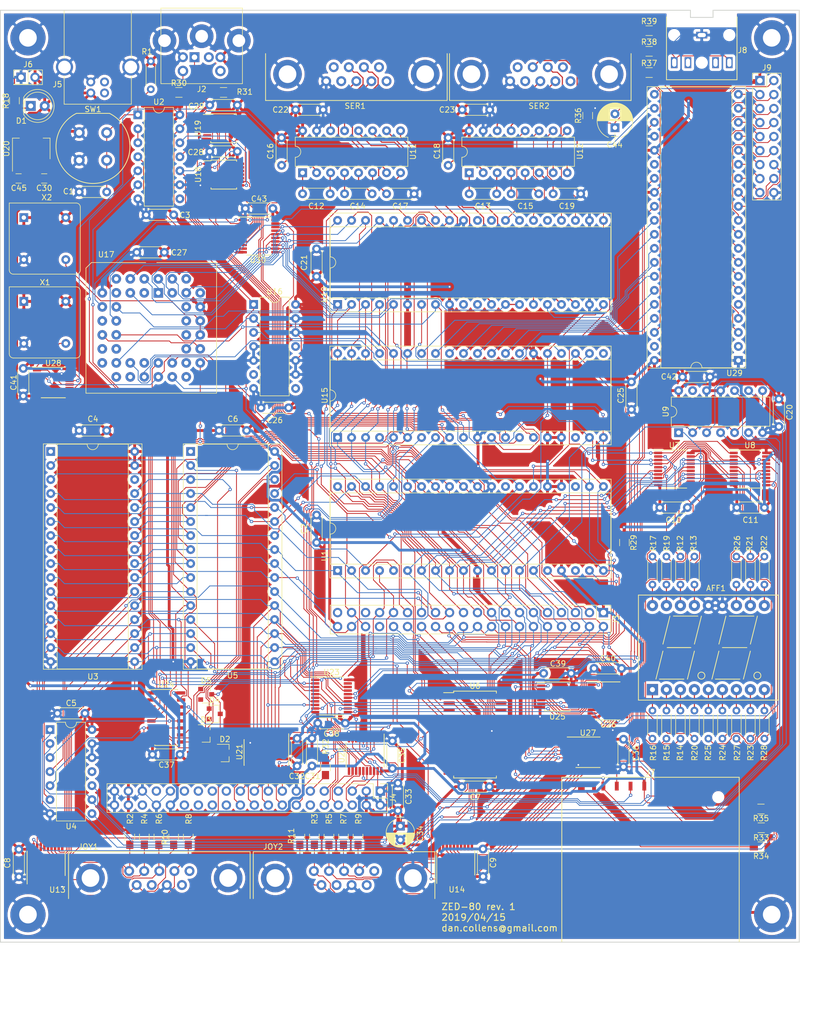
<source format=kicad_pcb>
(kicad_pcb (version 20171130) (host pcbnew "(5.1.0-0)")
  (title_block (title "ZED-80 Personal Computer") (date 2019-04-15) (rev 1))
  (layers (0 F.Cu signal) (31 B.Cu signal) (36 B.SilkS user) (37 F.SilkS user) (38 B.Mask user) (39 F.Mask user) (44 Edge.Cuts user))
  (net 0 "")
  (net 1 "Net-(AFF1-Pad1)")
  (net 2 "Net-(AFF1-Pad2)")
  (net 3 "Net-(AFF1-Pad3)")
  (net 4 "Net-(AFF1-Pad4)")
  (net 5 "Net-(AFF1-Pad15)")
  (net 6 "Net-(AFF1-Pad16)")
  (net 7 "Net-(AFF1-Pad17)")
  (net 8 "Net-(AFF1-Pad18)")
  (net 9 "Net-(AFF1-Pad5)")
  (net 10 "Net-(AFF1-Pad6)")
  (net 11 "Net-(AFF1-Pad7)")
  (net 12 "Net-(AFF1-Pad8)")
  (net 13 GND)
  (net 14 "Net-(AFF1-Pad12)")
  (net 15 "Net-(AFF1-Pad11)")
  (net 16 "Net-(AFF1-Pad9)")
  (net 17 "Net-(AFF1-Pad10)")
  (net 18 "Net-(C1-Pad1)")
  (net 19 VCC)
  (net 20 "Net-(C12-Pad1)")
  (net 21 "Net-(C12-Pad2)")
  (net 22 "Net-(C13-Pad1)")
  (net 23 "Net-(C13-Pad2)")
  (net 24 "Net-(C14-Pad1)")
  (net 25 "Net-(C14-Pad2)")
  (net 26 "Net-(C15-Pad1)")
  (net 27 "Net-(C15-Pad2)")
  (net 28 "Net-(C16-Pad2)")
  (net 29 "Net-(C17-Pad1)")
  (net 30 "Net-(C18-Pad2)")
  (net 31 "Net-(C19-Pad1)")
  (net 32 "Net-(D1-Pad1)")
  (net 33 /PIO/~KCLK)
  (net 34 /PIO/SR0)
  (net 35 /PIO/KCLK)
  (net 36 /PIO/SR1)
  (net 37 /PIO/~KDAT)
  (net 38 /PIO/SR2)
  (net 39 /PIO/~SRCLR)
  (net 40 /PIO/SR3)
  (net 41 /PIO/SRPRTY)
  (net 42 /PIO/SR4)
  (net 43 /PIO/SRSTRT)
  (net 44 /PIO/SR5)
  (net 45 /PIO/SR6)
  (net 46 /PIO/SR7)
  (net 47 /D0)
  (net 48 /A0)
  (net 49 /D1)
  (net 50 /A1)
  (net 51 /D2)
  (net 52 /A2)
  (net 53 /D3)
  (net 54 /A3)
  (net 55 /D4)
  (net 56 /A4)
  (net 57 /D5)
  (net 58 /A5)
  (net 59 /D6)
  (net 60 /A6)
  (net 61 /D7)
  (net 62 /A7)
  (net 63 /~RD)
  (net 64 /A8)
  (net 65 /~WR)
  (net 66 /A9)
  (net 67 /~MREQ)
  (net 68 /A10)
  (net 69 /~IORQ)
  (net 70 /A11)
  (net 71 /A12)
  (net 72 /A13)
  (net 73 /A14)
  (net 74 /A15)
  (net 75 /~M1)
  (net 76 /~RESET)
  (net 77 /CLK)
  (net 78 /~INT)
  (net 79 "Net-(JOY1-Pad6)")
  (net 80 "Net-(JOY1-Pad4)")
  (net 81 "Net-(JOY1-Pad3)")
  (net 82 "Net-(JOY1-Pad2)")
  (net 83 "Net-(JOY1-Pad1)")
  (net 84 "Net-(JOY2-Pad6)")
  (net 85 "Net-(JOY2-Pad4)")
  (net 86 "Net-(JOY2-Pad3)")
  (net 87 "Net-(JOY2-Pad2)")
  (net 88 "Net-(JOY2-Pad1)")
  (net 89 "Net-(R12-Pad2)")
  (net 90 "Net-(R13-Pad2)")
  (net 91 "Net-(R14-Pad2)")
  (net 92 "Net-(R15-Pad2)")
  (net 93 "Net-(R16-Pad2)")
  (net 94 "Net-(R17-Pad2)")
  (net 95 "Net-(R19-Pad2)")
  (net 96 "Net-(R20-Pad2)")
  (net 97 "Net-(R21-Pad2)")
  (net 98 "Net-(R22-Pad2)")
  (net 99 "Net-(R23-Pad2)")
  (net 100 "Net-(R24-Pad2)")
  (net 101 "Net-(R25-Pad2)")
  (net 102 "Net-(R26-Pad2)")
  (net 103 "Net-(R27-Pad2)")
  (net 104 "Net-(R28-Pad2)")
  (net 105 "Net-(SER1-Pad8)")
  (net 106 "Net-(SER1-Pad7)")
  (net 107 "Net-(SER1-Pad3)")
  (net 108 "Net-(SER1-Pad2)")
  (net 109 "Net-(SER2-Pad8)")
  (net 110 "Net-(SER2-Pad7)")
  (net 111 "Net-(SER2-Pad3)")
  (net 112 "Net-(SER2-Pad2)")
  (net 113 "Net-(U2-Pad2)")
  (net 114 "Net-(U3-Pad22)")
  (net 115 /~IORQ4)
  (net 116 /~IORQ3)
  (net 117 /~IORQ2)
  (net 118 /~IORQ1)
  (net 119 /~IORQ0)
  (net 120 "Net-(U7-Pad11)")
  (net 121 "Net-(U8-Pad11)")
  (net 122 "Net-(U10-Pad23)")
  (net 123 "Net-(U10-Pad24)")
  (net 124 "Net-(U10-Pad26)")
  (net 125 /PIO/IEI)
  (net 126 /CTC/CCLK1)
  (net 127 "Net-(U10-Pad28)")
  (net 128 "Net-(U10-Pad12)")
  (net 129 /CTC/CCLK0)
  (net 130 "Net-(U10-Pad15)")
  (net 131 "Net-(U10-Pad17)")
  (net 132 "Net-(U10-Pad18)")
  (net 133 /CTC/IEI)
  (net 134 "Net-(U15-Pad37)")
  (net 135 "Net-(U17-Pad13)")
  (net 136 "Net-(U17-Pad32)")
  (net 137 /~IORQ7)
  (net 138 /~IORQ5)
  (net 139 /~IORQ6)
  (net 140 "Net-(J2-Pad1)")
  (net 141 +3V3)
  (net 142 "Net-(C44-Pad1)")
  (net 143 "Net-(C44-Pad2)")
  (net 144 /PA17)
  (net 145 /MMUEN)
  (net 146 /PA16)
  (net 147 /PA15)
  (net 148 /PA14)
  (net 149 /~IORQ15)
  (net 150 /~IORQ14)
  (net 151 /~IORQ13)
  (net 152 /LCD/P_~RD)
  (net 153 /LCD/P_~WR)
  (net 154 /LCD/P_~CS)
  (net 155 /LCD/P_D/~C)
  (net 156 /PIO/PIOA7)
  (net 157 /LCD/INT)
  (net 158 /LCD/P_~RST)
  (net 159 /LCD/P_BL)
  (net 160 /LCD/P_D0)
  (net 161 /LCD/P_D1)
  (net 162 /LCD/P_D2)
  (net 163 /LCD/P_D3)
  (net 164 /LCD/P_D4)
  (net 165 /LCD/P_D5)
  (net 166 /LCD/P_D6)
  (net 167 /LCD/P_D7)
  (net 168 "/Joystick Ports/~SDWP")
  (net 169 "/Joystick Ports/~SDCD")
  (net 170 ~SDCS_3V3)
  (net 171 "Net-(J7-Pad2)")
  (net 172 SDCLK_3V3)
  (net 173 "Net-(J7-Pad7)")
  (net 174 "Net-(J9-Pad2)")
  (net 175 "Net-(J9-Pad3)")
  (net 176 "Net-(J9-Pad4)")
  (net 177 "Net-(J9-Pad5)")
  (net 178 "Net-(J9-Pad6)")
  (net 179 "Net-(J9-Pad7)")
  (net 180 "Net-(J9-Pad8)")
  (net 181 "Net-(J9-Pad9)")
  (net 182 "Net-(J9-Pad10)")
  (net 183 "Net-(J9-Pad11)")
  (net 184 "Net-(J9-Pad12)")
  (net 185 "Net-(J9-Pad13)")
  (net 186 "Net-(J9-Pad14)")
  (net 187 "Net-(J9-Pad15)")
  (net 188 "Net-(J9-Pad16)")
  (net 189 "Net-(J9-Pad17)")
  (net 190 "Net-(R32-Pad2)")
  (net 191 "Net-(R37-Pad2)")
  (net 192 "Net-(R38-Pad2)")
  (net 193 "Net-(R39-Pad2)")
  (net 194 "Net-(U2-Pad6)")
  (net 195 "Net-(U27-Pad1)")
  (net 196 "Net-(U24-Pad12)")
  (net 197 /~IORQ8)
  (net 198 /~IORQ9)
  (net 199 "Net-(U23-Pad11)")
  (net 200 /LCD/BL)
  (net 201 /Audio/D0)
  (net 202 /Audio/D1)
  (net 203 /Audio/D2)
  (net 204 /Audio/D3)
  (net 205 /Audio/D4)
  (net 206 /Audio/D5)
  (net 207 /Audio/D6)
  (net 208 /Audio/D7)
  (net 209 ~SDCS_5V)
  (net 210 SDCLK_5V)
  (net 211 /~SDICLR)
  (net 212 /SDOCLK)
  (net 213 /BDIR)
  (net 214 /BC1)
  (net 215 "Net-(U25-Pad3)")
  (net 216 "Net-(U25-Pad4)")
  (net 217 "Net-(U25-Pad5)")
  (net 218 "Net-(U25-Pad6)")
  (net 219 "Net-(U25-Pad10)")
  (net 220 "Net-(U25-Pad11)")
  (net 221 "Net-(U25-Pad12)")
  (net 222 "Net-(U25-Pad13)")
  (net 223 "Net-(U28-Pad1)")
  (net 224 "Net-(U28-Pad15)")
  (net 225 /CLK2M)
  (module z80_footprints:SJ1-3523N (layer F.Cu) (at 142.3 24.5)
    (fp_text reference J8 (at 7.4 -2.25) (layer F.SilkS))
    (fp_text value SJ1-3523N)
    (pad S thru_hole rect (at 0 -5 270) (size 1.2 2) (drill oval 0.75 1.5) (layers *.Cu *.Mask) (net 13 GND))
    (pad T thru_hole rect (at -5 0) (size 1.2 2) (drill oval 0.75 1.5) (layers *.Cu *.Mask) (net 143 "Net-(C44-Pad2)"))
    (pad "" thru_hole rect (at -2.5 0) (size 1.2 2) (drill oval 0.75 1.5) (layers *.Cu *.Mask))
    (pad R thru_hole rect (at 5 0) (size 1.2 2) (drill oval 0.75 1.5) (layers *.Cu *.Mask) (net 143 "Net-(C44-Pad2)"))
    (pad "" thru_hole rect (at 2.5 0) (size 1.2 2) (drill oval 0.75 1.5) (layers *.Cu *.Mask))
    (pad "" np_thru_hole circle (at -5 -7.5) (size 1.2 1.2) (drill 1.2) (layers *.Cu *.Mask))
    (pad "" np_thru_hole circle (at 5 -7.5) (size 1.2 1.2) (drill 1.2) (layers *.Cu *.Mask))
    (pad "" np_thru_hole circle (at -5 -5) (size 1.2 1.2) (drill 1.2) (layers *.Cu *.Mask))
    (pad "" np_thru_hole circle (at 5 -5) (size 1.2 1.2) (drill 1.2) (layers *.Cu *.Mask))
    (pad "" np_thru_hole circle (at 0 0) (size 1.2 1.2) (drill 1.2) (layers *.Cu *.Mask))
  )
  (module Mounting_Holes:MountingHole_3.2mm_M3_Pad (layer F.Cu) (at 155 20)
    (fp_text reference H2 hide)
    (fp_text value "3.2mm M3")
    (pad 1 thru_hole circle (at 0 0) (size 6.4 6.4) (drill 3.2) (layers *.Cu *.Mask) (net 13 GND))
  )
  (module Mounting_Holes:MountingHole_3.2mm_M3_Pad (layer F.Cu) (at 155 179)
    (fp_text reference H4 hide)
    (fp_text value "3.2mm M3")
    (pad 1 thru_hole circle (at 0 0) (size 6.4 6.4) (drill 3.2) (layers *.Cu *.Mask) (net 13 GND))
  )
  (module Mounting_Holes:MountingHole_3.2mm_M3_Pad (layer F.Cu) (at 20 179)
    (fp_text reference H3 hide)
    (fp_text value "3.2mm M3")
    (pad 1 thru_hole circle (at 0 0) (size 6.4 6.4) (drill 3.2) (layers *.Cu *.Mask) (net 13 GND))
  )
  (module Mounting_Holes:MountingHole_3.2mm_M3_Pad (layer F.Cu) (at 20 20)
    (fp_text reference H1 hide)
    (fp_text value "3.2mm M3")
    (pad 1 thru_hole circle (at 0 0) (size 6.4 6.4) (drill 3.2) (layers *.Cu *.Mask) (net 13 GND))
  )
  (module Oscillators:Oscillator_DIP-8 (layer F.Cu) (at 19.25 67.8 270)
    (fp_text reference X1 (at -3.45 -3.85) (layer F.SilkS))
    (fp_text value ACH20MHZ)
    (pad 1 thru_hole rect (at 0 0 270) (size 1.6 1.6) (drill 0.8) (layers *.Cu *.Mask) (net 19 VCC))
    (pad 8 thru_hole circle (at 0 -7.62 270) (size 1.6 1.6) (drill 0.8) (layers *.Cu *.Mask) (net 19 VCC))
    (pad 5 thru_hole circle (at 7.62 -7.62 270) (size 1.6 1.6) (drill 0.8) (layers *.Cu *.Mask) (net 223 "Net-(U28-Pad1)"))
    (pad 4 thru_hole circle (at 7.62 0 270) (size 1.6 1.6) (drill 0.8) (layers *.Cu *.Mask) (net 13 GND))
  )
  (module Housings_SSOP:TSSOP-20_4.4x6.5mm_Pitch0.65mm (layer F.Cu) (at 61.95 55.95)
    (fp_text reference U30 (at -0.2 4.35) (layer F.SilkS))
    (fp_text value 74AHC541)
    (pad 1 smd rect (at -2.95 -2.925) (size 1.45 0.45) (layers F.Cu F.Paste F.Mask) (net 63 /~RD))
    (pad 2 smd rect (at -2.95 -2.275) (size 1.45 0.45) (layers F.Cu F.Paste F.Mask) (net 34 /PIO/SR0))
    (pad 3 smd rect (at -2.95 -1.625) (size 1.45 0.45) (layers F.Cu F.Paste F.Mask) (net 36 /PIO/SR1))
    (pad 4 smd rect (at -2.95 -0.975) (size 1.45 0.45) (layers F.Cu F.Paste F.Mask) (net 38 /PIO/SR2))
    (pad 5 smd rect (at -2.95 -0.325) (size 1.45 0.45) (layers F.Cu F.Paste F.Mask) (net 40 /PIO/SR3))
    (pad 6 smd rect (at -2.95 0.325) (size 1.45 0.45) (layers F.Cu F.Paste F.Mask) (net 42 /PIO/SR4))
    (pad 7 smd rect (at -2.95 0.975) (size 1.45 0.45) (layers F.Cu F.Paste F.Mask) (net 44 /PIO/SR5))
    (pad 8 smd rect (at -2.95 1.625) (size 1.45 0.45) (layers F.Cu F.Paste F.Mask) (net 45 /PIO/SR6))
    (pad 9 smd rect (at -2.95 2.275) (size 1.45 0.45) (layers F.Cu F.Paste F.Mask) (net 46 /PIO/SR7))
    (pad 10 smd rect (at -2.95 2.925) (size 1.45 0.45) (layers F.Cu F.Paste F.Mask) (net 13 GND))
    (pad 11 smd rect (at 2.95 2.925) (size 1.45 0.45) (layers F.Cu F.Paste F.Mask) (net 61 /D7))
    (pad 12 smd rect (at 2.95 2.275) (size 1.45 0.45) (layers F.Cu F.Paste F.Mask) (net 59 /D6))
    (pad 13 smd rect (at 2.95 1.625) (size 1.45 0.45) (layers F.Cu F.Paste F.Mask) (net 57 /D5))
    (pad 14 smd rect (at 2.95 0.975) (size 1.45 0.45) (layers F.Cu F.Paste F.Mask) (net 55 /D4))
    (pad 15 smd rect (at 2.95 0.325) (size 1.45 0.45) (layers F.Cu F.Paste F.Mask) (net 53 /D3))
    (pad 16 smd rect (at 2.95 -0.325) (size 1.45 0.45) (layers F.Cu F.Paste F.Mask) (net 51 /D2))
    (pad 17 smd rect (at 2.95 -0.975) (size 1.45 0.45) (layers F.Cu F.Paste F.Mask) (net 49 /D1))
    (pad 18 smd rect (at 2.95 -1.625) (size 1.45 0.45) (layers F.Cu F.Paste F.Mask) (net 47 /D0))
    (pad 19 smd rect (at 2.95 -2.275) (size 1.45 0.45) (layers F.Cu F.Paste F.Mask) (net 198 /~IORQ9))
    (pad 20 smd rect (at 2.95 -2.925) (size 1.45 0.45) (layers F.Cu F.Paste F.Mask) (net 19 VCC))
  )
  (module Housings_DIP:DIP-40_W15.24mm_Socket (layer F.Cu) (at 148.95 78.5 180)
    (fp_text reference U29 (at 0.7 -2.3 180) (layer F.SilkS))
    (fp_text value AY-3-8910)
    (pad 1 thru_hole rect (at 0 0 180) (size 1.6 1.6) (drill 0.8) (layers *.Cu *.Mask) (net 13 GND))
    (pad 21 thru_hole oval (at 15.24 48.26 180) (size 1.6 1.6) (drill 0.8) (layers *.Cu *.Mask) (net 175 "Net-(J9-Pad3)"))
    (pad 2 thru_hole oval (at 0 2.54 180) (size 1.6 1.6) (drill 0.8) (layers *.Cu *.Mask))
    (pad 22 thru_hole oval (at 15.24 45.72 180) (size 1.6 1.6) (drill 0.8) (layers *.Cu *.Mask) (net 225 /CLK2M))
    (pad 3 thru_hole oval (at 0 5.08 180) (size 1.6 1.6) (drill 0.8) (layers *.Cu *.Mask) (net 192 "Net-(R38-Pad2)"))
    (pad 23 thru_hole oval (at 15.24 43.18 180) (size 1.6 1.6) (drill 0.8) (layers *.Cu *.Mask) (net 76 /~RESET))
    (pad 4 thru_hole oval (at 0 7.62 180) (size 1.6 1.6) (drill 0.8) (layers *.Cu *.Mask) (net 191 "Net-(R37-Pad2)"))
    (pad 24 thru_hole oval (at 15.24 40.64 180) (size 1.6 1.6) (drill 0.8) (layers *.Cu *.Mask) (net 13 GND))
    (pad 5 thru_hole oval (at 0 10.16 180) (size 1.6 1.6) (drill 0.8) (layers *.Cu *.Mask))
    (pad 25 thru_hole oval (at 15.24 38.1 180) (size 1.6 1.6) (drill 0.8) (layers *.Cu *.Mask) (net 19 VCC))
    (pad 6 thru_hole oval (at 0 12.7 180) (size 1.6 1.6) (drill 0.8) (layers *.Cu *.Mask) (net 174 "Net-(J9-Pad2)"))
    (pad 26 thru_hole oval (at 15.24 35.56 180) (size 1.6 1.6) (drill 0.8) (layers *.Cu *.Mask))
    (pad 7 thru_hole oval (at 0 15.24 180) (size 1.6 1.6) (drill 0.8) (layers *.Cu *.Mask) (net 176 "Net-(J9-Pad4)"))
    (pad 27 thru_hole oval (at 15.24 33.02 180) (size 1.6 1.6) (drill 0.8) (layers *.Cu *.Mask) (net 213 /BDIR))
    (pad 8 thru_hole oval (at 0 17.78 180) (size 1.6 1.6) (drill 0.8) (layers *.Cu *.Mask) (net 178 "Net-(J9-Pad6)"))
    (pad 28 thru_hole oval (at 15.24 30.48 180) (size 1.6 1.6) (drill 0.8) (layers *.Cu *.Mask) (net 19 VCC))
    (pad 9 thru_hole oval (at 0 20.32 180) (size 1.6 1.6) (drill 0.8) (layers *.Cu *.Mask) (net 180 "Net-(J9-Pad8)"))
    (pad 29 thru_hole oval (at 15.24 27.94 180) (size 1.6 1.6) (drill 0.8) (layers *.Cu *.Mask) (net 214 /BC1))
    (pad 10 thru_hole oval (at 0 22.86 180) (size 1.6 1.6) (drill 0.8) (layers *.Cu *.Mask) (net 182 "Net-(J9-Pad10)"))
    (pad 30 thru_hole oval (at 15.24 25.4 180) (size 1.6 1.6) (drill 0.8) (layers *.Cu *.Mask) (net 208 /Audio/D7))
    (pad 11 thru_hole oval (at 0 25.4 180) (size 1.6 1.6) (drill 0.8) (layers *.Cu *.Mask) (net 184 "Net-(J9-Pad12)"))
    (pad 31 thru_hole oval (at 15.24 22.86 180) (size 1.6 1.6) (drill 0.8) (layers *.Cu *.Mask) (net 207 /Audio/D6))
    (pad 12 thru_hole oval (at 0 27.94 180) (size 1.6 1.6) (drill 0.8) (layers *.Cu *.Mask) (net 186 "Net-(J9-Pad14)"))
    (pad 32 thru_hole oval (at 15.24 20.32 180) (size 1.6 1.6) (drill 0.8) (layers *.Cu *.Mask) (net 206 /Audio/D5))
    (pad 13 thru_hole oval (at 0 30.48 180) (size 1.6 1.6) (drill 0.8) (layers *.Cu *.Mask) (net 188 "Net-(J9-Pad16)"))
    (pad 33 thru_hole oval (at 15.24 17.78 180) (size 1.6 1.6) (drill 0.8) (layers *.Cu *.Mask) (net 205 /Audio/D4))
    (pad 14 thru_hole oval (at 0 33.02 180) (size 1.6 1.6) (drill 0.8) (layers *.Cu *.Mask) (net 189 "Net-(J9-Pad17)"))
    (pad 34 thru_hole oval (at 15.24 15.24 180) (size 1.6 1.6) (drill 0.8) (layers *.Cu *.Mask) (net 204 /Audio/D3))
    (pad 15 thru_hole oval (at 0 35.56 180) (size 1.6 1.6) (drill 0.8) (layers *.Cu *.Mask) (net 187 "Net-(J9-Pad15)"))
    (pad 35 thru_hole oval (at 15.24 12.7 180) (size 1.6 1.6) (drill 0.8) (layers *.Cu *.Mask) (net 203 /Audio/D2))
    (pad 16 thru_hole oval (at 0 38.1 180) (size 1.6 1.6) (drill 0.8) (layers *.Cu *.Mask) (net 185 "Net-(J9-Pad13)"))
    (pad 36 thru_hole oval (at 15.24 10.16 180) (size 1.6 1.6) (drill 0.8) (layers *.Cu *.Mask) (net 202 /Audio/D1))
    (pad 17 thru_hole oval (at 0 40.64 180) (size 1.6 1.6) (drill 0.8) (layers *.Cu *.Mask) (net 183 "Net-(J9-Pad11)"))
    (pad 37 thru_hole oval (at 15.24 7.62 180) (size 1.6 1.6) (drill 0.8) (layers *.Cu *.Mask) (net 201 /Audio/D0))
    (pad 18 thru_hole oval (at 0 43.18 180) (size 1.6 1.6) (drill 0.8) (layers *.Cu *.Mask) (net 181 "Net-(J9-Pad9)"))
    (pad 38 thru_hole oval (at 15.24 5.08 180) (size 1.6 1.6) (drill 0.8) (layers *.Cu *.Mask) (net 193 "Net-(R39-Pad2)"))
    (pad 19 thru_hole oval (at 0 45.72 180) (size 1.6 1.6) (drill 0.8) (layers *.Cu *.Mask) (net 179 "Net-(J9-Pad7)"))
    (pad 39 thru_hole oval (at 15.24 2.54 180) (size 1.6 1.6) (drill 0.8) (layers *.Cu *.Mask))
    (pad 20 thru_hole oval (at 0 48.26 180) (size 1.6 1.6) (drill 0.8) (layers *.Cu *.Mask) (net 177 "Net-(J9-Pad5)"))
    (pad 40 thru_hole oval (at 15.24 0 180) (size 1.6 1.6) (drill 0.8) (layers *.Cu *.Mask) (net 19 VCC))
  )
  (module Housings_SSOP:TSSOP-16_4.4x5mm_Pitch0.65mm (layer F.Cu) (at 24.6 82.55)
    (fp_text reference U28 (at 0 -3.55) (layer F.SilkS))
    (fp_text value 74HC390)
    (pad 1 smd rect (at -2.95 -2.275) (size 1.5 0.45) (layers F.Cu F.Paste F.Mask) (net 223 "Net-(U28-Pad1)"))
    (pad 2 smd rect (at -2.95 -1.625) (size 1.5 0.45) (layers F.Cu F.Paste F.Mask) (net 13 GND))
    (pad 3 smd rect (at -2.95 -0.975) (size 1.5 0.45) (layers F.Cu F.Paste F.Mask) (net 77 /CLK))
    (pad 4 smd rect (at -2.95 -0.325) (size 1.5 0.45) (layers F.Cu F.Paste F.Mask) (net 13 GND))
    (pad 5 smd rect (at -2.95 0.325) (size 1.5 0.45) (layers F.Cu F.Paste F.Mask))
    (pad 6 smd rect (at -2.95 0.975) (size 1.5 0.45) (layers F.Cu F.Paste F.Mask))
    (pad 7 smd rect (at -2.95 1.625) (size 1.5 0.45) (layers F.Cu F.Paste F.Mask))
    (pad 8 smd rect (at -2.95 2.275) (size 1.5 0.45) (layers F.Cu F.Paste F.Mask) (net 13 GND))
    (pad 9 smd rect (at 2.95 2.275) (size 1.5 0.45) (layers F.Cu F.Paste F.Mask) (net 224 "Net-(U28-Pad15)"))
    (pad 10 smd rect (at 2.95 1.625) (size 1.5 0.45) (layers F.Cu F.Paste F.Mask))
    (pad 11 smd rect (at 2.95 0.975) (size 1.5 0.45) (layers F.Cu F.Paste F.Mask))
    (pad 12 smd rect (at 2.95 0.325) (size 1.5 0.45) (layers F.Cu F.Paste F.Mask) (net 223 "Net-(U28-Pad1)"))
    (pad 13 smd rect (at 2.95 -0.325) (size 1.5 0.45) (layers F.Cu F.Paste F.Mask) (net 225 /CLK2M))
    (pad 14 smd rect (at 2.95 -0.975) (size 1.5 0.45) (layers F.Cu F.Paste F.Mask) (net 13 GND))
    (pad 15 smd rect (at 2.95 -1.625) (size 1.5 0.45) (layers F.Cu F.Paste F.Mask) (net 224 "Net-(U28-Pad15)"))
    (pad 16 smd rect (at 2.95 -2.275) (size 1.5 0.45) (layers F.Cu F.Paste F.Mask) (net 19 VCC))
  )
  (module Housings_SSOP:TSSOP-16_4.4x5mm_Pitch0.65mm (layer F.Cu) (at 121.65 149.6)
    (fp_text reference U27 (at 0 -3.55) (layer F.SilkS))
    (fp_text value 74LV165)
    (pad 1 smd rect (at -2.95 -2.275) (size 1.5 0.45) (layers F.Cu F.Paste F.Mask) (net 195 "Net-(U27-Pad1)"))
    (pad 2 smd rect (at -2.95 -1.625) (size 1.5 0.45) (layers F.Cu F.Paste F.Mask) (net 212 /SDOCLK))
    (pad 3 smd rect (at -2.95 -0.975) (size 1.5 0.45) (layers F.Cu F.Paste F.Mask) (net 55 /D4))
    (pad 4 smd rect (at -2.95 -0.325) (size 1.5 0.45) (layers F.Cu F.Paste F.Mask) (net 57 /D5))
    (pad 5 smd rect (at -2.95 0.325) (size 1.5 0.45) (layers F.Cu F.Paste F.Mask) (net 59 /D6))
    (pad 6 smd rect (at -2.95 0.975) (size 1.5 0.45) (layers F.Cu F.Paste F.Mask) (net 61 /D7))
    (pad 7 smd rect (at -2.95 1.625) (size 1.5 0.45) (layers F.Cu F.Paste F.Mask))
    (pad 8 smd rect (at -2.95 2.275) (size 1.5 0.45) (layers F.Cu F.Paste F.Mask) (net 13 GND))
    (pad 9 smd rect (at 2.95 2.275) (size 1.5 0.45) (layers F.Cu F.Paste F.Mask) (net 171 "Net-(J7-Pad2)"))
    (pad 10 smd rect (at 2.95 1.625) (size 1.5 0.45) (layers F.Cu F.Paste F.Mask) (net 13 GND))
    (pad 11 smd rect (at 2.95 0.975) (size 1.5 0.45) (layers F.Cu F.Paste F.Mask) (net 47 /D0))
    (pad 12 smd rect (at 2.95 0.325) (size 1.5 0.45) (layers F.Cu F.Paste F.Mask) (net 49 /D1))
    (pad 13 smd rect (at 2.95 -0.325) (size 1.5 0.45) (layers F.Cu F.Paste F.Mask) (net 51 /D2))
    (pad 14 smd rect (at 2.95 -0.975) (size 1.5 0.45) (layers F.Cu F.Paste F.Mask) (net 53 /D3))
    (pad 15 smd rect (at 2.95 -1.625) (size 1.5 0.45) (layers F.Cu F.Paste F.Mask) (net 13 GND))
    (pad 16 smd rect (at 2.95 -2.275) (size 1.5 0.45) (layers F.Cu F.Paste F.Mask) (net 141 +3V3))
  )
  (module Housings_SSOP:TSSOP-20_4.4x6.5mm_Pitch0.65mm (layer F.Cu) (at 125.25 140.25)
    (fp_text reference U26 (at 0.1 4.3) (layer F.SilkS))
    (fp_text value 74AHC541)
    (pad 1 smd rect (at -2.95 -2.925) (size 1.45 0.45) (layers F.Cu F.Paste F.Mask) (net 197 /~IORQ8))
    (pad 2 smd rect (at -2.95 -2.275) (size 1.45 0.45) (layers F.Cu F.Paste F.Mask) (net 215 "Net-(U25-Pad3)"))
    (pad 3 smd rect (at -2.95 -1.625) (size 1.45 0.45) (layers F.Cu F.Paste F.Mask) (net 216 "Net-(U25-Pad4)"))
    (pad 4 smd rect (at -2.95 -0.975) (size 1.45 0.45) (layers F.Cu F.Paste F.Mask) (net 217 "Net-(U25-Pad5)"))
    (pad 5 smd rect (at -2.95 -0.325) (size 1.45 0.45) (layers F.Cu F.Paste F.Mask) (net 218 "Net-(U25-Pad6)"))
    (pad 6 smd rect (at -2.95 0.325) (size 1.45 0.45) (layers F.Cu F.Paste F.Mask) (net 219 "Net-(U25-Pad10)"))
    (pad 7 smd rect (at -2.95 0.975) (size 1.45 0.45) (layers F.Cu F.Paste F.Mask) (net 220 "Net-(U25-Pad11)"))
    (pad 8 smd rect (at -2.95 1.625) (size 1.45 0.45) (layers F.Cu F.Paste F.Mask) (net 221 "Net-(U25-Pad12)"))
    (pad 9 smd rect (at -2.95 2.275) (size 1.45 0.45) (layers F.Cu F.Paste F.Mask) (net 222 "Net-(U25-Pad13)"))
    (pad 10 smd rect (at -2.95 2.925) (size 1.45 0.45) (layers F.Cu F.Paste F.Mask) (net 13 GND))
    (pad 11 smd rect (at 2.95 2.925) (size 1.45 0.45) (layers F.Cu F.Paste F.Mask) (net 61 /D7))
    (pad 12 smd rect (at 2.95 2.275) (size 1.45 0.45) (layers F.Cu F.Paste F.Mask) (net 59 /D6))
    (pad 13 smd rect (at 2.95 1.625) (size 1.45 0.45) (layers F.Cu F.Paste F.Mask) (net 57 /D5))
    (pad 14 smd rect (at 2.95 0.975) (size 1.45 0.45) (layers F.Cu F.Paste F.Mask) (net 55 /D4))
    (pad 15 smd rect (at 2.95 0.325) (size 1.45 0.45) (layers F.Cu F.Paste F.Mask) (net 53 /D3))
    (pad 16 smd rect (at 2.95 -0.325) (size 1.45 0.45) (layers F.Cu F.Paste F.Mask) (net 51 /D2))
    (pad 17 smd rect (at 2.95 -0.975) (size 1.45 0.45) (layers F.Cu F.Paste F.Mask) (net 49 /D1))
    (pad 18 smd rect (at 2.95 -1.625) (size 1.45 0.45) (layers F.Cu F.Paste F.Mask) (net 47 /D0))
    (pad 19 smd rect (at 2.95 -2.275) (size 1.45 0.45) (layers F.Cu F.Paste F.Mask) (net 63 /~RD))
    (pad 20 smd rect (at 2.95 -2.925) (size 1.45 0.45) (layers F.Cu F.Paste F.Mask) (net 19 VCC))
  )
  (module Housings_SSOP:TSSOP-14_4.4x5mm_Pitch0.65mm (layer F.Cu) (at 116.1 139.45)
    (fp_text reference U25 (at 0 3.65) (layer F.SilkS))
    (fp_text value 74HCT164)
    (pad 1 smd rect (at -2.95 -1.95) (size 1.45 0.45) (layers F.Cu F.Paste F.Mask) (net 173 "Net-(J7-Pad7)"))
    (pad 2 smd rect (at -2.95 -1.3) (size 1.45 0.45) (layers F.Cu F.Paste F.Mask) (net 19 VCC))
    (pad 3 smd rect (at -2.95 -0.65) (size 1.45 0.45) (layers F.Cu F.Paste F.Mask) (net 215 "Net-(U25-Pad3)"))
    (pad 4 smd rect (at -2.95 0) (size 1.45 0.45) (layers F.Cu F.Paste F.Mask) (net 216 "Net-(U25-Pad4)"))
    (pad 5 smd rect (at -2.95 0.65) (size 1.45 0.45) (layers F.Cu F.Paste F.Mask) (net 217 "Net-(U25-Pad5)"))
    (pad 6 smd rect (at -2.95 1.3) (size 1.45 0.45) (layers F.Cu F.Paste F.Mask) (net 218 "Net-(U25-Pad6)"))
    (pad 7 smd rect (at -2.95 1.95) (size 1.45 0.45) (layers F.Cu F.Paste F.Mask) (net 13 GND))
    (pad 8 smd rect (at 2.95 1.95) (size 1.45 0.45) (layers F.Cu F.Paste F.Mask) (net 210 SDCLK_5V))
    (pad 9 smd rect (at 2.95 1.3) (size 1.45 0.45) (layers F.Cu F.Paste F.Mask) (net 211 /~SDICLR))
    (pad 10 smd rect (at 2.95 0.65) (size 1.45 0.45) (layers F.Cu F.Paste F.Mask) (net 219 "Net-(U25-Pad10)"))
    (pad 11 smd rect (at 2.95 0) (size 1.45 0.45) (layers F.Cu F.Paste F.Mask) (net 220 "Net-(U25-Pad11)"))
    (pad 12 smd rect (at 2.95 -0.65) (size 1.45 0.45) (layers F.Cu F.Paste F.Mask) (net 221 "Net-(U25-Pad12)"))
    (pad 13 smd rect (at 2.95 -1.3) (size 1.45 0.45) (layers F.Cu F.Paste F.Mask) (net 222 "Net-(U25-Pad13)"))
    (pad 14 smd rect (at 2.95 -1.95) (size 1.45 0.45) (layers F.Cu F.Paste F.Mask) (net 19 VCC))
  )
  (module Housings_SOIC:SOIC-16_3.9x9.9mm_Pitch1.27mm (layer F.Cu) (at 45.1 143.25)
    (fp_text reference U24 (at 0 -6) (layer F.SilkS))
    (fp_text value 74HC670)
    (pad 1 smd rect (at -2.7 -4.445) (size 1.5 0.6) (layers F.Cu F.Paste F.Mask) (net 49 /D1))
    (pad 2 smd rect (at -2.7 -3.175) (size 1.5 0.6) (layers F.Cu F.Paste F.Mask) (net 51 /D2))
    (pad 3 smd rect (at -2.7 -1.905) (size 1.5 0.6) (layers F.Cu F.Paste F.Mask) (net 53 /D3))
    (pad 4 smd rect (at -2.7 -0.635) (size 1.5 0.6) (layers F.Cu F.Paste F.Mask) (net 74 /A15))
    (pad 5 smd rect (at -2.7 0.635) (size 1.5 0.6) (layers F.Cu F.Paste F.Mask) (net 73 /A14))
    (pad 6 smd rect (at -2.7 1.905) (size 1.5 0.6) (layers F.Cu F.Paste F.Mask) (net 144 /PA17))
    (pad 7 smd rect (at -2.7 3.175) (size 1.5 0.6) (layers F.Cu F.Paste F.Mask) (net 146 /PA16))
    (pad 8 smd rect (at -2.7 4.445) (size 1.5 0.6) (layers F.Cu F.Paste F.Mask) (net 13 GND))
    (pad 9 smd rect (at 2.7 4.445) (size 1.5 0.6) (layers F.Cu F.Paste F.Mask) (net 147 /PA15))
    (pad 10 smd rect (at 2.7 3.175) (size 1.5 0.6) (layers F.Cu F.Paste F.Mask) (net 148 /PA14))
    (pad 11 smd rect (at 2.7 1.905) (size 1.5 0.6) (layers F.Cu F.Paste F.Mask) (net 194 "Net-(U2-Pad6)"))
    (pad 12 smd rect (at 2.7 0.635) (size 1.5 0.6) (layers F.Cu F.Paste F.Mask) (net 196 "Net-(U24-Pad12)"))
    (pad 13 smd rect (at 2.7 -0.635) (size 1.5 0.6) (layers F.Cu F.Paste F.Mask) (net 50 /A1))
    (pad 14 smd rect (at 2.7 -1.905) (size 1.5 0.6) (layers F.Cu F.Paste F.Mask) (net 48 /A0))
    (pad 15 smd rect (at 2.7 -3.175) (size 1.5 0.6) (layers F.Cu F.Paste F.Mask) (net 47 /D0))
    (pad 16 smd rect (at 2.7 -4.445) (size 1.5 0.6) (layers F.Cu F.Paste F.Mask) (net 19 VCC))
  )
  (module Housings_SSOP:TSSOP-20_4.4x6.5mm_Pitch0.65mm (layer F.Cu) (at 75.1 139.35)
    (fp_text reference U23 (at 0 -4.3) (layer F.SilkS))
    (fp_text value 74AC273)
    (pad 1 smd rect (at -2.95 -2.925) (size 1.45 0.45) (layers F.Cu F.Paste F.Mask) (net 76 /~RESET))
    (pad 2 smd rect (at -2.95 -2.275) (size 1.45 0.45) (layers F.Cu F.Paste F.Mask) (net 145 /MMUEN))
    (pad 3 smd rect (at -2.95 -1.625) (size 1.45 0.45) (layers F.Cu F.Paste F.Mask) (net 47 /D0))
    (pad 4 smd rect (at -2.95 -0.975) (size 1.45 0.45) (layers F.Cu F.Paste F.Mask) (net 49 /D1))
    (pad 5 smd rect (at -2.95 -0.325) (size 1.45 0.45) (layers F.Cu F.Paste F.Mask) (net 210 SDCLK_5V))
    (pad 6 smd rect (at -2.95 0.325) (size 1.45 0.45) (layers F.Cu F.Paste F.Mask) (net 209 ~SDCS_5V))
    (pad 7 smd rect (at -2.95 0.975) (size 1.45 0.45) (layers F.Cu F.Paste F.Mask) (net 51 /D2))
    (pad 8 smd rect (at -2.95 1.625) (size 1.45 0.45) (layers F.Cu F.Paste F.Mask) (net 53 /D3))
    (pad 9 smd rect (at -2.95 2.275) (size 1.45 0.45) (layers F.Cu F.Paste F.Mask) (net 211 /~SDICLR))
    (pad 10 smd rect (at -2.95 2.925) (size 1.45 0.45) (layers F.Cu F.Paste F.Mask) (net 13 GND))
    (pad 11 smd rect (at 2.95 2.925) (size 1.45 0.45) (layers F.Cu F.Paste F.Mask) (net 199 "Net-(U23-Pad11)"))
    (pad 12 smd rect (at 2.95 2.275) (size 1.45 0.45) (layers F.Cu F.Paste F.Mask) (net 212 /SDOCLK))
    (pad 13 smd rect (at 2.95 1.625) (size 1.45 0.45) (layers F.Cu F.Paste F.Mask) (net 55 /D4))
    (pad 14 smd rect (at 2.95 0.975) (size 1.45 0.45) (layers F.Cu F.Paste F.Mask) (net 57 /D5))
    (pad 15 smd rect (at 2.95 0.325) (size 1.45 0.45) (layers F.Cu F.Paste F.Mask) (net 213 /BDIR))
    (pad 16 smd rect (at 2.95 -0.325) (size 1.45 0.45) (layers F.Cu F.Paste F.Mask) (net 214 /BC1))
    (pad 17 smd rect (at 2.95 -0.975) (size 1.45 0.45) (layers F.Cu F.Paste F.Mask) (net 59 /D6))
    (pad 18 smd rect (at 2.95 -1.625) (size 1.45 0.45) (layers F.Cu F.Paste F.Mask) (net 61 /D7))
    (pad 19 smd rect (at 2.95 -2.275) (size 1.45 0.45) (layers F.Cu F.Paste F.Mask))
    (pad 20 smd rect (at 2.95 -2.925) (size 1.45 0.45) (layers F.Cu F.Paste F.Mask) (net 19 VCC))
  )
  (module Housings_SSOP:TSSOP-20_4.4x6.5mm_Pitch0.65mm (layer F.Cu) (at 81.2 150 270)
    (fp_text reference U22 (at 0.05 4.25 270) (layer F.SilkS))
    (fp_text value 74LVC244A)
    (pad 1 smd rect (at -2.95 -2.925 270) (size 1.45 0.45) (layers F.Cu F.Paste F.Mask) (net 13 GND))
    (pad 2 smd rect (at -2.95 -2.275 270) (size 1.45 0.45) (layers F.Cu F.Paste F.Mask) (net 63 /~RD))
    (pad 3 smd rect (at -2.95 -1.625 270) (size 1.45 0.45) (layers F.Cu F.Paste F.Mask) (net 190 "Net-(R32-Pad2)"))
    (pad 4 smd rect (at -2.95 -0.975 270) (size 1.45 0.45) (layers F.Cu F.Paste F.Mask) (net 65 /~WR))
    (pad 5 smd rect (at -2.95 -0.325 270) (size 1.45 0.45) (layers F.Cu F.Paste F.Mask) (net 159 /LCD/P_BL))
    (pad 6 smd rect (at -2.95 0.325 270) (size 1.45 0.45) (layers F.Cu F.Paste F.Mask) (net 138 /~IORQ5))
    (pad 7 smd rect (at -2.95 0.975 270) (size 1.45 0.45) (layers F.Cu F.Paste F.Mask) (net 172 SDCLK_3V3))
    (pad 8 smd rect (at -2.95 1.625 270) (size 1.45 0.45) (layers F.Cu F.Paste F.Mask) (net 48 /A0))
    (pad 9 smd rect (at -2.95 2.275 270) (size 1.45 0.45) (layers F.Cu F.Paste F.Mask) (net 170 ~SDCS_3V3))
    (pad 10 smd rect (at -2.95 2.925 270) (size 1.45 0.45) (layers F.Cu F.Paste F.Mask) (net 13 GND))
    (pad 11 smd rect (at 2.95 2.925 270) (size 1.45 0.45) (layers F.Cu F.Paste F.Mask) (net 209 ~SDCS_5V))
    (pad 12 smd rect (at 2.95 2.275 270) (size 1.45 0.45) (layers F.Cu F.Paste F.Mask) (net 155 /LCD/P_D/~C))
    (pad 13 smd rect (at 2.95 1.625 270) (size 1.45 0.45) (layers F.Cu F.Paste F.Mask) (net 210 SDCLK_5V))
    (pad 14 smd rect (at 2.95 0.975 270) (size 1.45 0.45) (layers F.Cu F.Paste F.Mask) (net 154 /LCD/P_~CS))
    (pad 15 smd rect (at 2.95 0.325 270) (size 1.45 0.45) (layers F.Cu F.Paste F.Mask) (net 200 /LCD/BL))
    (pad 16 smd rect (at 2.95 -0.325 270) (size 1.45 0.45) (layers F.Cu F.Paste F.Mask) (net 153 /LCD/P_~WR))
    (pad 17 smd rect (at 2.95 -0.975 270) (size 1.45 0.45) (layers F.Cu F.Paste F.Mask) (net 76 /~RESET))
    (pad 18 smd rect (at 2.95 -1.625 270) (size 1.45 0.45) (layers F.Cu F.Paste F.Mask) (net 152 /LCD/P_~RD))
    (pad 19 smd rect (at 2.95 -2.275 270) (size 1.45 0.45) (layers F.Cu F.Paste F.Mask) (net 13 GND))
    (pad 20 smd rect (at 2.95 -2.925 270) (size 1.45 0.45) (layers F.Cu F.Paste F.Mask) (net 141 +3V3))
  )
  (module Housings_SSOP:TSSOP-24_4.4x7.8mm_Pitch0.65mm (layer F.Cu) (at 63.25 149.6 270)
    (fp_text reference U21 (at -0.1 4.85 270) (layer F.SilkS))
    (fp_text value 74LVC4245A)
    (pad 1 smd rect (at -2.85 -3.575 270) (size 1.1 0.4) (layers F.Cu F.Paste F.Mask) (net 19 VCC))
    (pad 2 smd rect (at -2.85 -2.925 270) (size 1.1 0.4) (layers F.Cu F.Paste F.Mask) (net 63 /~RD))
    (pad 3 smd rect (at -2.85 -2.275 270) (size 1.1 0.4) (layers F.Cu F.Paste F.Mask) (net 47 /D0))
    (pad 4 smd rect (at -2.85 -1.625 270) (size 1.1 0.4) (layers F.Cu F.Paste F.Mask) (net 49 /D1))
    (pad 5 smd rect (at -2.85 -0.975 270) (size 1.1 0.4) (layers F.Cu F.Paste F.Mask) (net 51 /D2))
    (pad 6 smd rect (at -2.85 -0.325 270) (size 1.1 0.4) (layers F.Cu F.Paste F.Mask) (net 53 /D3))
    (pad 7 smd rect (at -2.85 0.325 270) (size 1.1 0.4) (layers F.Cu F.Paste F.Mask) (net 55 /D4))
    (pad 8 smd rect (at -2.85 0.975 270) (size 1.1 0.4) (layers F.Cu F.Paste F.Mask) (net 57 /D5))
    (pad 9 smd rect (at -2.85 1.625 270) (size 1.1 0.4) (layers F.Cu F.Paste F.Mask) (net 59 /D6))
    (pad 10 smd rect (at -2.85 2.275 270) (size 1.1 0.4) (layers F.Cu F.Paste F.Mask) (net 61 /D7))
    (pad 11 smd rect (at -2.85 2.925 270) (size 1.1 0.4) (layers F.Cu F.Paste F.Mask) (net 13 GND))
    (pad 12 smd rect (at -2.85 3.575 270) (size 1.1 0.4) (layers F.Cu F.Paste F.Mask) (net 13 GND))
    (pad 13 smd rect (at 2.85 3.575 270) (size 1.1 0.4) (layers F.Cu F.Paste F.Mask) (net 13 GND))
    (pad 14 smd rect (at 2.85 2.925 270) (size 1.1 0.4) (layers F.Cu F.Paste F.Mask) (net 167 /LCD/P_D7))
    (pad 15 smd rect (at 2.85 2.275 270) (size 1.1 0.4) (layers F.Cu F.Paste F.Mask) (net 166 /LCD/P_D6))
    (pad 16 smd rect (at 2.85 1.625 270) (size 1.1 0.4) (layers F.Cu F.Paste F.Mask) (net 165 /LCD/P_D5))
    (pad 17 smd rect (at 2.85 0.975 270) (size 1.1 0.4) (layers F.Cu F.Paste F.Mask) (net 164 /LCD/P_D4))
    (pad 18 smd rect (at 2.85 0.325 270) (size 1.1 0.4) (layers F.Cu F.Paste F.Mask) (net 163 /LCD/P_D3))
    (pad 19 smd rect (at 2.85 -0.325 270) (size 1.1 0.4) (layers F.Cu F.Paste F.Mask) (net 162 /LCD/P_D2))
    (pad 20 smd rect (at 2.85 -0.975 270) (size 1.1 0.4) (layers F.Cu F.Paste F.Mask) (net 161 /LCD/P_D1))
    (pad 21 smd rect (at 2.85 -1.625 270) (size 1.1 0.4) (layers F.Cu F.Paste F.Mask) (net 160 /LCD/P_D0))
    (pad 22 smd rect (at 2.85 -2.275 270) (size 1.1 0.4) (layers F.Cu F.Paste F.Mask) (net 138 /~IORQ5))
    (pad 23 smd rect (at 2.85 -2.925 270) (size 1.1 0.4) (layers F.Cu F.Paste F.Mask) (net 141 +3V3))
    (pad 24 smd rect (at 2.85 -3.575 270) (size 1.1 0.4) (layers F.Cu F.Paste F.Mask) (net 141 +3V3))
  )
  (module TO_SOT_Packages_SMD:SOT-223-3_TabPin2 (layer F.Cu) (at 20.6 40.1 90)
    (fp_text reference U20 (at 0 -4.5 90) (layer F.SilkS))
    (fp_text value AP2114HA-33)
    (pad 2 smd rect (at 3.15 0 90) (size 2 3.8) (layers F.Cu F.Paste F.Mask) (net 13 GND))
    (pad 2 smd rect (at -3.15 0 90) (size 2 1.5) (layers F.Cu F.Paste F.Mask) (net 13 GND))
    (pad 3 smd rect (at -3.15 2.3 90) (size 2 1.5) (layers F.Cu F.Paste F.Mask) (net 141 +3V3))
    (pad 1 smd rect (at -3.15 -2.3 90) (size 2 1.5) (layers F.Cu F.Paste F.Mask) (net 19 VCC))
  )
  (module Housings_SSOP:TSSOP-14_4.4x5mm_Pitch0.65mm (layer F.Cu) (at 55.5 36.4)
    (fp_text reference U19 (at -4.65 0 90) (layer F.SilkS))
    (fp_text value 74HCT164)
    (pad 1 smd rect (at -2.95 -1.95) (size 1.45 0.45) (layers F.Cu F.Paste F.Mask) (net 38 /PIO/SR2))
    (pad 2 smd rect (at -2.95 -1.3) (size 1.45 0.45) (layers F.Cu F.Paste F.Mask) (net 19 VCC))
    (pad 3 smd rect (at -2.95 -0.65) (size 1.45 0.45) (layers F.Cu F.Paste F.Mask) (net 36 /PIO/SR1))
    (pad 4 smd rect (at -2.95 0) (size 1.45 0.45) (layers F.Cu F.Paste F.Mask) (net 34 /PIO/SR0))
    (pad 5 smd rect (at -2.95 0.65) (size 1.45 0.45) (layers F.Cu F.Paste F.Mask) (net 43 /PIO/SRSTRT))
    (pad 6 smd rect (at -2.95 1.3) (size 1.45 0.45) (layers F.Cu F.Paste F.Mask))
    (pad 7 smd rect (at -2.95 1.95) (size 1.45 0.45) (layers F.Cu F.Paste F.Mask) (net 13 GND))
    (pad 8 smd rect (at 2.95 1.95) (size 1.45 0.45) (layers F.Cu F.Paste F.Mask) (net 33 /PIO/~KCLK))
    (pad 9 smd rect (at 2.95 1.3) (size 1.45 0.45) (layers F.Cu F.Paste F.Mask) (net 39 /PIO/~SRCLR))
    (pad 10 smd rect (at 2.95 0.65) (size 1.45 0.45) (layers F.Cu F.Paste F.Mask))
    (pad 11 smd rect (at 2.95 0) (size 1.45 0.45) (layers F.Cu F.Paste F.Mask))
    (pad 12 smd rect (at 2.95 -0.65) (size 1.45 0.45) (layers F.Cu F.Paste F.Mask))
    (pad 13 smd rect (at 2.95 -1.3) (size 1.45 0.45) (layers F.Cu F.Paste F.Mask))
    (pad 14 smd rect (at 2.95 -1.95) (size 1.45 0.45) (layers F.Cu F.Paste F.Mask) (net 19 VCC))
  )
  (module Housings_SSOP:TSSOP-14_4.4x5mm_Pitch0.65mm (layer F.Cu) (at 55.55 44.8)
    (fp_text reference U18 (at -4.65 0 90) (layer F.SilkS))
    (fp_text value 74HCT164)
    (pad 1 smd rect (at -2.95 -1.95) (size 1.45 0.45) (layers F.Cu F.Paste F.Mask) (net 37 /PIO/~KDAT))
    (pad 2 smd rect (at -2.95 -1.3) (size 1.45 0.45) (layers F.Cu F.Paste F.Mask) (net 19 VCC))
    (pad 3 smd rect (at -2.95 -0.65) (size 1.45 0.45) (layers F.Cu F.Paste F.Mask))
    (pad 4 smd rect (at -2.95 0) (size 1.45 0.45) (layers F.Cu F.Paste F.Mask) (net 41 /PIO/SRPRTY))
    (pad 5 smd rect (at -2.95 0.65) (size 1.45 0.45) (layers F.Cu F.Paste F.Mask) (net 46 /PIO/SR7))
    (pad 6 smd rect (at -2.95 1.3) (size 1.45 0.45) (layers F.Cu F.Paste F.Mask) (net 45 /PIO/SR6))
    (pad 7 smd rect (at -2.95 1.95) (size 1.45 0.45) (layers F.Cu F.Paste F.Mask) (net 13 GND))
    (pad 8 smd rect (at 2.95 1.95) (size 1.45 0.45) (layers F.Cu F.Paste F.Mask) (net 33 /PIO/~KCLK))
    (pad 9 smd rect (at 2.95 1.3) (size 1.45 0.45) (layers F.Cu F.Paste F.Mask) (net 39 /PIO/~SRCLR))
    (pad 10 smd rect (at 2.95 0.65) (size 1.45 0.45) (layers F.Cu F.Paste F.Mask) (net 44 /PIO/SR5))
    (pad 11 smd rect (at 2.95 0) (size 1.45 0.45) (layers F.Cu F.Paste F.Mask) (net 42 /PIO/SR4))
    (pad 12 smd rect (at 2.95 -0.65) (size 1.45 0.45) (layers F.Cu F.Paste F.Mask) (net 40 /PIO/SR3))
    (pad 13 smd rect (at 2.95 -1.3) (size 1.45 0.45) (layers F.Cu F.Paste F.Mask) (net 38 /PIO/SR2))
    (pad 14 smd rect (at 2.95 -1.95) (size 1.45 0.45) (layers F.Cu F.Paste F.Mask) (net 19 VCC))
  )
  (module Housings_DIP:DIP-14_W7.62mm (layer F.Cu) (at 60.96 68.35)
    (fp_text reference U16 (at 3.81 -2.33) (layer F.SilkS))
    (fp_text value 74AHC08)
    (pad 1 thru_hole rect (at 0 0) (size 1.6 1.6) (drill 0.8) (layers *.Cu *.Mask) (net 76 /~RESET))
    (pad 8 thru_hole oval (at 7.62 15.24) (size 1.6 1.6) (drill 0.8) (layers *.Cu *.Mask))
    (pad 2 thru_hole oval (at 0 2.54) (size 1.6 1.6) (drill 0.8) (layers *.Cu *.Mask) (net 75 /~M1))
    (pad 9 thru_hole oval (at 7.62 12.7) (size 1.6 1.6) (drill 0.8) (layers *.Cu *.Mask) (net 13 GND))
    (pad 3 thru_hole oval (at 0 5.08) (size 1.6 1.6) (drill 0.8) (layers *.Cu *.Mask) (net 134 "Net-(U15-Pad37)"))
    (pad 10 thru_hole oval (at 7.62 10.16) (size 1.6 1.6) (drill 0.8) (layers *.Cu *.Mask) (net 13 GND))
    (pad 4 thru_hole oval (at 0 7.62) (size 1.6 1.6) (drill 0.8) (layers *.Cu *.Mask) (net 13 GND))
    (pad 11 thru_hole oval (at 7.62 7.62) (size 1.6 1.6) (drill 0.8) (layers *.Cu *.Mask))
    (pad 5 thru_hole oval (at 0 10.16) (size 1.6 1.6) (drill 0.8) (layers *.Cu *.Mask) (net 13 GND))
    (pad 12 thru_hole oval (at 7.62 5.08) (size 1.6 1.6) (drill 0.8) (layers *.Cu *.Mask) (net 13 GND))
    (pad 6 thru_hole oval (at 0 12.7) (size 1.6 1.6) (drill 0.8) (layers *.Cu *.Mask))
    (pad 13 thru_hole oval (at 7.62 2.54) (size 1.6 1.6) (drill 0.8) (layers *.Cu *.Mask) (net 13 GND))
    (pad 7 thru_hole oval (at 0 15.24) (size 1.6 1.6) (drill 0.8) (layers *.Cu *.Mask) (net 13 GND))
    (pad 14 thru_hole oval (at 7.62 0) (size 1.6 1.6) (drill 0.8) (layers *.Cu *.Mask) (net 19 VCC))
  )
  (module Housings_DIP:DIP-40_W15.24mm_Socket (layer F.Cu) (at 76.2 92.48 90)
    (fp_text reference U15 (at 7.62 -2.33 90) (layer F.SilkS))
    (fp_text value Z84C20)
    (pad 1 thru_hole rect (at 0 0 90) (size 1.6 1.6) (drill 0.8) (layers *.Cu *.Mask) (net 51 /D2))
    (pad 21 thru_hole oval (at 15.24 48.26 90) (size 1.6 1.6) (drill 0.8) (layers *.Cu *.Mask))
    (pad 2 thru_hole oval (at 0 2.54 90) (size 1.6 1.6) (drill 0.8) (layers *.Cu *.Mask) (net 61 /D7))
    (pad 22 thru_hole oval (at 15.24 45.72 90) (size 1.6 1.6) (drill 0.8) (layers *.Cu *.Mask) (net 133 /CTC/IEI))
    (pad 3 thru_hole oval (at 0 5.08 90) (size 1.6 1.6) (drill 0.8) (layers *.Cu *.Mask) (net 59 /D6))
    (pad 23 thru_hole oval (at 15.24 43.18 90) (size 1.6 1.6) (drill 0.8) (layers *.Cu *.Mask) (net 78 /~INT))
    (pad 4 thru_hole oval (at 0 7.62 90) (size 1.6 1.6) (drill 0.8) (layers *.Cu *.Mask) (net 116 /~IORQ3))
    (pad 24 thru_hole oval (at 15.24 40.64 90) (size 1.6 1.6) (drill 0.8) (layers *.Cu *.Mask) (net 125 /PIO/IEI))
    (pad 5 thru_hole oval (at 0 10.16 90) (size 1.6 1.6) (drill 0.8) (layers *.Cu *.Mask) (net 50 /A1))
    (pad 25 thru_hole oval (at 15.24 38.1 90) (size 1.6 1.6) (drill 0.8) (layers *.Cu *.Mask) (net 77 /CLK))
    (pad 6 thru_hole oval (at 0 12.7 90) (size 1.6 1.6) (drill 0.8) (layers *.Cu *.Mask) (net 48 /A0))
    (pad 26 thru_hole oval (at 15.24 35.56 90) (size 1.6 1.6) (drill 0.8) (layers *.Cu *.Mask) (net 19 VCC))
    (pad 7 thru_hole oval (at 0 15.24 90) (size 1.6 1.6) (drill 0.8) (layers *.Cu *.Mask) (net 156 /PIO/PIOA7))
    (pad 27 thru_hole oval (at 15.24 33.02 90) (size 1.6 1.6) (drill 0.8) (layers *.Cu *.Mask) (net 201 /Audio/D0))
    (pad 8 thru_hole oval (at 0 17.78 90) (size 1.6 1.6) (drill 0.8) (layers *.Cu *.Mask) (net 157 /LCD/INT))
    (pad 28 thru_hole oval (at 15.24 30.48 90) (size 1.6 1.6) (drill 0.8) (layers *.Cu *.Mask) (net 202 /Audio/D1))
    (pad 9 thru_hole oval (at 0 20.32 90) (size 1.6 1.6) (drill 0.8) (layers *.Cu *.Mask) (net 43 /PIO/SRSTRT))
    (pad 29 thru_hole oval (at 15.24 27.94 90) (size 1.6 1.6) (drill 0.8) (layers *.Cu *.Mask) (net 203 /Audio/D2))
    (pad 10 thru_hole oval (at 0 22.86 90) (size 1.6 1.6) (drill 0.8) (layers *.Cu *.Mask) (net 41 /PIO/SRPRTY))
    (pad 30 thru_hole oval (at 15.24 25.4 90) (size 1.6 1.6) (drill 0.8) (layers *.Cu *.Mask) (net 204 /Audio/D3))
    (pad 11 thru_hole oval (at 0 25.4 90) (size 1.6 1.6) (drill 0.8) (layers *.Cu *.Mask) (net 13 GND))
    (pad 31 thru_hole oval (at 15.24 22.86 90) (size 1.6 1.6) (drill 0.8) (layers *.Cu *.Mask) (net 205 /Audio/D4))
    (pad 12 thru_hole oval (at 0 27.94 90) (size 1.6 1.6) (drill 0.8) (layers *.Cu *.Mask) (net 39 /PIO/~SRCLR))
    (pad 32 thru_hole oval (at 15.24 20.32 90) (size 1.6 1.6) (drill 0.8) (layers *.Cu *.Mask) (net 206 /Audio/D5))
    (pad 13 thru_hole oval (at 0 30.48 90) (size 1.6 1.6) (drill 0.8) (layers *.Cu *.Mask) (net 37 /PIO/~KDAT))
    (pad 33 thru_hole oval (at 15.24 17.78 90) (size 1.6 1.6) (drill 0.8) (layers *.Cu *.Mask) (net 207 /Audio/D6))
    (pad 14 thru_hole oval (at 0 33.02 90) (size 1.6 1.6) (drill 0.8) (layers *.Cu *.Mask) (net 35 /PIO/KCLK))
    (pad 34 thru_hole oval (at 15.24 15.24 90) (size 1.6 1.6) (drill 0.8) (layers *.Cu *.Mask) (net 208 /Audio/D7))
    (pad 15 thru_hole oval (at 0 35.56 90) (size 1.6 1.6) (drill 0.8) (layers *.Cu *.Mask) (net 33 /PIO/~KCLK))
    (pad 35 thru_hole oval (at 15.24 12.7 90) (size 1.6 1.6) (drill 0.8) (layers *.Cu *.Mask) (net 63 /~RD))
    (pad 16 thru_hole oval (at 0 38.1 90) (size 1.6 1.6) (drill 0.8) (layers *.Cu *.Mask) (net 19 VCC))
    (pad 36 thru_hole oval (at 15.24 10.16 90) (size 1.6 1.6) (drill 0.8) (layers *.Cu *.Mask) (net 69 /~IORQ))
    (pad 17 thru_hole oval (at 0 40.64 90) (size 1.6 1.6) (drill 0.8) (layers *.Cu *.Mask) (net 19 VCC))
    (pad 37 thru_hole oval (at 15.24 7.62 90) (size 1.6 1.6) (drill 0.8) (layers *.Cu *.Mask) (net 134 "Net-(U15-Pad37)"))
    (pad 18 thru_hole oval (at 0 43.18 90) (size 1.6 1.6) (drill 0.8) (layers *.Cu *.Mask))
    (pad 38 thru_hole oval (at 15.24 5.08 90) (size 1.6 1.6) (drill 0.8) (layers *.Cu *.Mask) (net 57 /D5))
    (pad 19 thru_hole oval (at 0 45.72 90) (size 1.6 1.6) (drill 0.8) (layers *.Cu *.Mask) (net 47 /D0))
    (pad 39 thru_hole oval (at 15.24 2.54 90) (size 1.6 1.6) (drill 0.8) (layers *.Cu *.Mask) (net 55 /D4))
    (pad 20 thru_hole oval (at 0 48.26 90) (size 1.6 1.6) (drill 0.8) (layers *.Cu *.Mask) (net 49 /D1))
    (pad 40 thru_hole oval (at 15.24 0 90) (size 1.6 1.6) (drill 0.8) (layers *.Cu *.Mask) (net 53 /D3))
  )
  (module Housings_SSOP:TSSOP-20_4.4x6.5mm_Pitch0.65mm (layer F.Cu) (at 97.65 169.6 90)
    (fp_text reference U14 (at -4.85 0.2 180) (layer F.SilkS))
    (fp_text value 74AHC541)
    (pad 1 smd rect (at -2.95 -2.925 90) (size 1.45 0.45) (layers F.Cu F.Paste F.Mask) (net 63 /~RD))
    (pad 2 smd rect (at -2.95 -2.275 90) (size 1.45 0.45) (layers F.Cu F.Paste F.Mask) (net 88 "Net-(JOY2-Pad1)"))
    (pad 3 smd rect (at -2.95 -1.625 90) (size 1.45 0.45) (layers F.Cu F.Paste F.Mask) (net 87 "Net-(JOY2-Pad2)"))
    (pad 4 smd rect (at -2.95 -0.975 90) (size 1.45 0.45) (layers F.Cu F.Paste F.Mask) (net 86 "Net-(JOY2-Pad3)"))
    (pad 5 smd rect (at -2.95 -0.325 90) (size 1.45 0.45) (layers F.Cu F.Paste F.Mask) (net 85 "Net-(JOY2-Pad4)"))
    (pad 6 smd rect (at -2.95 0.325 90) (size 1.45 0.45) (layers F.Cu F.Paste F.Mask) (net 84 "Net-(JOY2-Pad6)"))
    (pad 7 smd rect (at -2.95 0.975 90) (size 1.45 0.45) (layers F.Cu F.Paste F.Mask) (net 168 "/Joystick Ports/~SDWP"))
    (pad 8 smd rect (at -2.95 1.625 90) (size 1.45 0.45) (layers F.Cu F.Paste F.Mask) (net 169 "/Joystick Ports/~SDCD"))
    (pad 9 smd rect (at -2.95 2.275 90) (size 1.45 0.45) (layers F.Cu F.Paste F.Mask) (net 13 GND))
    (pad 10 smd rect (at -2.95 2.925 90) (size 1.45 0.45) (layers F.Cu F.Paste F.Mask) (net 13 GND))
    (pad 11 smd rect (at 2.95 2.925 90) (size 1.45 0.45) (layers F.Cu F.Paste F.Mask) (net 61 /D7))
    (pad 12 smd rect (at 2.95 2.275 90) (size 1.45 0.45) (layers F.Cu F.Paste F.Mask) (net 59 /D6))
    (pad 13 smd rect (at 2.95 1.625 90) (size 1.45 0.45) (layers F.Cu F.Paste F.Mask) (net 57 /D5))
    (pad 14 smd rect (at 2.95 0.975 90) (size 1.45 0.45) (layers F.Cu F.Paste F.Mask) (net 55 /D4))
    (pad 15 smd rect (at 2.95 0.325 90) (size 1.45 0.45) (layers F.Cu F.Paste F.Mask) (net 53 /D3))
    (pad 16 smd rect (at 2.95 -0.325 90) (size 1.45 0.45) (layers F.Cu F.Paste F.Mask) (net 51 /D2))
    (pad 17 smd rect (at 2.95 -0.975 90) (size 1.45 0.45) (layers F.Cu F.Paste F.Mask) (net 49 /D1))
    (pad 18 smd rect (at 2.95 -1.625 90) (size 1.45 0.45) (layers F.Cu F.Paste F.Mask) (net 47 /D0))
    (pad 19 smd rect (at 2.95 -2.275 90) (size 1.45 0.45) (layers F.Cu F.Paste F.Mask) (net 118 /~IORQ1))
    (pad 20 smd rect (at 2.95 -2.925 90) (size 1.45 0.45) (layers F.Cu F.Paste F.Mask) (net 19 VCC))
  )
  (module Housings_SSOP:TSSOP-20_4.4x6.5mm_Pitch0.65mm (layer F.Cu) (at 23.3 169.7 90)
    (fp_text reference U13 (at -4.8 2.05 180) (layer F.SilkS))
    (fp_text value 74AHC541)
    (pad 1 smd rect (at -2.95 -2.925 90) (size 1.45 0.45) (layers F.Cu F.Paste F.Mask) (net 63 /~RD))
    (pad 2 smd rect (at -2.95 -2.275 90) (size 1.45 0.45) (layers F.Cu F.Paste F.Mask) (net 83 "Net-(JOY1-Pad1)"))
    (pad 3 smd rect (at -2.95 -1.625 90) (size 1.45 0.45) (layers F.Cu F.Paste F.Mask) (net 82 "Net-(JOY1-Pad2)"))
    (pad 4 smd rect (at -2.95 -0.975 90) (size 1.45 0.45) (layers F.Cu F.Paste F.Mask) (net 81 "Net-(JOY1-Pad3)"))
    (pad 5 smd rect (at -2.95 -0.325 90) (size 1.45 0.45) (layers F.Cu F.Paste F.Mask) (net 80 "Net-(JOY1-Pad4)"))
    (pad 6 smd rect (at -2.95 0.325 90) (size 1.45 0.45) (layers F.Cu F.Paste F.Mask) (net 79 "Net-(JOY1-Pad6)"))
    (pad 7 smd rect (at -2.95 0.975 90) (size 1.45 0.45) (layers F.Cu F.Paste F.Mask) (net 13 GND))
    (pad 8 smd rect (at -2.95 1.625 90) (size 1.45 0.45) (layers F.Cu F.Paste F.Mask) (net 13 GND))
    (pad 9 smd rect (at -2.95 2.275 90) (size 1.45 0.45) (layers F.Cu F.Paste F.Mask) (net 13 GND))
    (pad 10 smd rect (at -2.95 2.925 90) (size 1.45 0.45) (layers F.Cu F.Paste F.Mask) (net 13 GND))
    (pad 11 smd rect (at 2.95 2.925 90) (size 1.45 0.45) (layers F.Cu F.Paste F.Mask) (net 61 /D7))
    (pad 12 smd rect (at 2.95 2.275 90) (size 1.45 0.45) (layers F.Cu F.Paste F.Mask) (net 59 /D6))
    (pad 13 smd rect (at 2.95 1.625 90) (size 1.45 0.45) (layers F.Cu F.Paste F.Mask) (net 57 /D5))
    (pad 14 smd rect (at 2.95 0.975 90) (size 1.45 0.45) (layers F.Cu F.Paste F.Mask) (net 55 /D4))
    (pad 15 smd rect (at 2.95 0.325 90) (size 1.45 0.45) (layers F.Cu F.Paste F.Mask) (net 53 /D3))
    (pad 16 smd rect (at 2.95 -0.325 90) (size 1.45 0.45) (layers F.Cu F.Paste F.Mask) (net 51 /D2))
    (pad 17 smd rect (at 2.95 -0.975 90) (size 1.45 0.45) (layers F.Cu F.Paste F.Mask) (net 49 /D1))
    (pad 18 smd rect (at 2.95 -1.625 90) (size 1.45 0.45) (layers F.Cu F.Paste F.Mask) (net 47 /D0))
    (pad 19 smd rect (at 2.95 -2.275 90) (size 1.45 0.45) (layers F.Cu F.Paste F.Mask) (net 119 /~IORQ0))
    (pad 20 smd rect (at 2.95 -2.925 90) (size 1.45 0.45) (layers F.Cu F.Paste F.Mask) (net 19 VCC))
  )
  (module Housings_DIP:DIP-16_W7.62mm (layer F.Cu) (at 100.0888 44.474 90)
    (fp_text reference U12 (at 3.874 20.1112 90) (layer F.SilkS))
    (fp_text value SP232E)
    (pad 1 thru_hole rect (at 0 0 90) (size 1.6 1.6) (drill 0.8) (layers *.Cu *.Mask) (net 22 "Net-(C13-Pad1)"))
    (pad 9 thru_hole oval (at 7.62 17.78 90) (size 1.6 1.6) (drill 0.8) (layers *.Cu *.Mask) (net 122 "Net-(U10-Pad23)"))
    (pad 2 thru_hole oval (at 0 2.54 90) (size 1.6 1.6) (drill 0.8) (layers *.Cu *.Mask) (net 30 "Net-(C18-Pad2)"))
    (pad 10 thru_hole oval (at 7.62 15.24 90) (size 1.6 1.6) (drill 0.8) (layers *.Cu *.Mask) (net 123 "Net-(U10-Pad24)"))
    (pad 3 thru_hole oval (at 0 5.08 90) (size 1.6 1.6) (drill 0.8) (layers *.Cu *.Mask) (net 23 "Net-(C13-Pad2)"))
    (pad 11 thru_hole oval (at 7.62 12.7 90) (size 1.6 1.6) (drill 0.8) (layers *.Cu *.Mask) (net 124 "Net-(U10-Pad26)"))
    (pad 4 thru_hole oval (at 0 7.62 90) (size 1.6 1.6) (drill 0.8) (layers *.Cu *.Mask) (net 26 "Net-(C15-Pad1)"))
    (pad 12 thru_hole oval (at 7.62 10.16 90) (size 1.6 1.6) (drill 0.8) (layers *.Cu *.Mask) (net 127 "Net-(U10-Pad28)"))
    (pad 5 thru_hole oval (at 0 10.16 90) (size 1.6 1.6) (drill 0.8) (layers *.Cu *.Mask) (net 27 "Net-(C15-Pad2)"))
    (pad 13 thru_hole oval (at 7.62 7.62 90) (size 1.6 1.6) (drill 0.8) (layers *.Cu *.Mask) (net 112 "Net-(SER2-Pad2)"))
    (pad 6 thru_hole oval (at 0 12.7 90) (size 1.6 1.6) (drill 0.8) (layers *.Cu *.Mask) (net 31 "Net-(C19-Pad1)"))
    (pad 14 thru_hole oval (at 7.62 5.08 90) (size 1.6 1.6) (drill 0.8) (layers *.Cu *.Mask) (net 111 "Net-(SER2-Pad3)"))
    (pad 7 thru_hole oval (at 0 15.24 90) (size 1.6 1.6) (drill 0.8) (layers *.Cu *.Mask) (net 110 "Net-(SER2-Pad7)"))
    (pad 15 thru_hole oval (at 7.62 2.54 90) (size 1.6 1.6) (drill 0.8) (layers *.Cu *.Mask) (net 13 GND))
    (pad 8 thru_hole oval (at 0 17.78 90) (size 1.6 1.6) (drill 0.8) (layers *.Cu *.Mask) (net 109 "Net-(SER2-Pad8)"))
    (pad 16 thru_hole oval (at 7.62 0 90) (size 1.6 1.6) (drill 0.8) (layers *.Cu *.Mask) (net 19 VCC))
  )
  (module Housings_DIP:DIP-16_W7.62mm (layer F.Cu) (at 69.85 44.474 90)
    (fp_text reference U11 (at 3.824 20.05 90) (layer F.SilkS))
    (fp_text value SP232E)
    (pad 1 thru_hole rect (at 0 0 90) (size 1.6 1.6) (drill 0.8) (layers *.Cu *.Mask) (net 20 "Net-(C12-Pad1)"))
    (pad 9 thru_hole oval (at 7.62 17.78 90) (size 1.6 1.6) (drill 0.8) (layers *.Cu *.Mask) (net 132 "Net-(U10-Pad18)"))
    (pad 2 thru_hole oval (at 0 2.54 90) (size 1.6 1.6) (drill 0.8) (layers *.Cu *.Mask) (net 28 "Net-(C16-Pad2)"))
    (pad 10 thru_hole oval (at 7.62 15.24 90) (size 1.6 1.6) (drill 0.8) (layers *.Cu *.Mask) (net 131 "Net-(U10-Pad17)"))
    (pad 3 thru_hole oval (at 0 5.08 90) (size 1.6 1.6) (drill 0.8) (layers *.Cu *.Mask) (net 21 "Net-(C12-Pad2)"))
    (pad 11 thru_hole oval (at 7.62 12.7 90) (size 1.6 1.6) (drill 0.8) (layers *.Cu *.Mask) (net 130 "Net-(U10-Pad15)"))
    (pad 4 thru_hole oval (at 0 7.62 90) (size 1.6 1.6) (drill 0.8) (layers *.Cu *.Mask) (net 24 "Net-(C14-Pad1)"))
    (pad 12 thru_hole oval (at 7.62 10.16 90) (size 1.6 1.6) (drill 0.8) (layers *.Cu *.Mask) (net 128 "Net-(U10-Pad12)"))
    (pad 5 thru_hole oval (at 0 10.16 90) (size 1.6 1.6) (drill 0.8) (layers *.Cu *.Mask) (net 25 "Net-(C14-Pad2)"))
    (pad 13 thru_hole oval (at 7.62 7.62 90) (size 1.6 1.6) (drill 0.8) (layers *.Cu *.Mask) (net 108 "Net-(SER1-Pad2)"))
    (pad 6 thru_hole oval (at 0 12.7 90) (size 1.6 1.6) (drill 0.8) (layers *.Cu *.Mask) (net 29 "Net-(C17-Pad1)"))
    (pad 14 thru_hole oval (at 7.62 5.08 90) (size 1.6 1.6) (drill 0.8) (layers *.Cu *.Mask) (net 107 "Net-(SER1-Pad3)"))
    (pad 7 thru_hole oval (at 0 15.24 90) (size 1.6 1.6) (drill 0.8) (layers *.Cu *.Mask) (net 106 "Net-(SER1-Pad7)"))
    (pad 15 thru_hole oval (at 7.62 2.54 90) (size 1.6 1.6) (drill 0.8) (layers *.Cu *.Mask) (net 13 GND))
    (pad 8 thru_hole oval (at 0 17.78 90) (size 1.6 1.6) (drill 0.8) (layers *.Cu *.Mask) (net 105 "Net-(SER1-Pad8)"))
    (pad 16 thru_hole oval (at 7.62 0 90) (size 1.6 1.6) (drill 0.8) (layers *.Cu *.Mask) (net 19 VCC))
  )
  (module Housings_DIP:DIP-40_W15.24mm_Socket (layer F.Cu) (at 76.2 68.35 90)
    (fp_text reference U10 (at 1.8 -2.4 90) (layer F.SilkS))
    (fp_text value Z84C40)
    (pad 1 thru_hole rect (at 0 0 90) (size 1.6 1.6) (drill 0.8) (layers *.Cu *.Mask) (net 49 /D1))
    (pad 21 thru_hole oval (at 15.24 48.26 90) (size 1.6 1.6) (drill 0.8) (layers *.Cu *.Mask) (net 76 /~RESET))
    (pad 2 thru_hole oval (at 0 2.54 90) (size 1.6 1.6) (drill 0.8) (layers *.Cu *.Mask) (net 53 /D3))
    (pad 22 thru_hole oval (at 15.24 45.72 90) (size 1.6 1.6) (drill 0.8) (layers *.Cu *.Mask) (net 13 GND))
    (pad 3 thru_hole oval (at 0 5.08 90) (size 1.6 1.6) (drill 0.8) (layers *.Cu *.Mask) (net 57 /D5))
    (pad 23 thru_hole oval (at 15.24 43.18 90) (size 1.6 1.6) (drill 0.8) (layers *.Cu *.Mask) (net 122 "Net-(U10-Pad23)"))
    (pad 4 thru_hole oval (at 0 7.62 90) (size 1.6 1.6) (drill 0.8) (layers *.Cu *.Mask) (net 61 /D7))
    (pad 24 thru_hole oval (at 15.24 40.64 90) (size 1.6 1.6) (drill 0.8) (layers *.Cu *.Mask) (net 123 "Net-(U10-Pad24)"))
    (pad 5 thru_hole oval (at 0 10.16 90) (size 1.6 1.6) (drill 0.8) (layers *.Cu *.Mask) (net 78 /~INT))
    (pad 25 thru_hole oval (at 15.24 38.1 90) (size 1.6 1.6) (drill 0.8) (layers *.Cu *.Mask))
    (pad 6 thru_hole oval (at 0 12.7 90) (size 1.6 1.6) (drill 0.8) (layers *.Cu *.Mask) (net 19 VCC))
    (pad 26 thru_hole oval (at 15.24 35.56 90) (size 1.6 1.6) (drill 0.8) (layers *.Cu *.Mask) (net 124 "Net-(U10-Pad26)"))
    (pad 7 thru_hole oval (at 0 15.24 90) (size 1.6 1.6) (drill 0.8) (layers *.Cu *.Mask) (net 125 /PIO/IEI))
    (pad 27 thru_hole oval (at 15.24 33.02 90) (size 1.6 1.6) (drill 0.8) (layers *.Cu *.Mask) (net 126 /CTC/CCLK1))
    (pad 8 thru_hole oval (at 0 17.78 90) (size 1.6 1.6) (drill 0.8) (layers *.Cu *.Mask) (net 75 /~M1))
    (pad 28 thru_hole oval (at 15.24 30.48 90) (size 1.6 1.6) (drill 0.8) (layers *.Cu *.Mask) (net 127 "Net-(U10-Pad28)"))
    (pad 9 thru_hole oval (at 0 20.32 90) (size 1.6 1.6) (drill 0.8) (layers *.Cu *.Mask) (net 19 VCC))
    (pad 29 thru_hole oval (at 15.24 27.94 90) (size 1.6 1.6) (drill 0.8) (layers *.Cu *.Mask))
    (pad 10 thru_hole oval (at 0 22.86 90) (size 1.6 1.6) (drill 0.8) (layers *.Cu *.Mask))
    (pad 30 thru_hole oval (at 15.24 25.4 90) (size 1.6 1.6) (drill 0.8) (layers *.Cu *.Mask))
    (pad 11 thru_hole oval (at 0 25.4 90) (size 1.6 1.6) (drill 0.8) (layers *.Cu *.Mask))
    (pad 31 thru_hole oval (at 15.24 22.86 90) (size 1.6 1.6) (drill 0.8) (layers *.Cu *.Mask) (net 13 GND))
    (pad 12 thru_hole oval (at 0 27.94 90) (size 1.6 1.6) (drill 0.8) (layers *.Cu *.Mask) (net 128 "Net-(U10-Pad12)"))
    (pad 32 thru_hole oval (at 15.24 20.32 90) (size 1.6 1.6) (drill 0.8) (layers *.Cu *.Mask) (net 63 /~RD))
    (pad 13 thru_hole oval (at 0 30.48 90) (size 1.6 1.6) (drill 0.8) (layers *.Cu *.Mask) (net 129 /CTC/CCLK0))
    (pad 33 thru_hole oval (at 15.24 17.78 90) (size 1.6 1.6) (drill 0.8) (layers *.Cu *.Mask) (net 50 /A1))
    (pad 14 thru_hole oval (at 0 33.02 90) (size 1.6 1.6) (drill 0.8) (layers *.Cu *.Mask) (net 129 /CTC/CCLK0))
    (pad 34 thru_hole oval (at 15.24 15.24 90) (size 1.6 1.6) (drill 0.8) (layers *.Cu *.Mask) (net 48 /A0))
    (pad 15 thru_hole oval (at 0 35.56 90) (size 1.6 1.6) (drill 0.8) (layers *.Cu *.Mask) (net 130 "Net-(U10-Pad15)"))
    (pad 35 thru_hole oval (at 15.24 12.7 90) (size 1.6 1.6) (drill 0.8) (layers *.Cu *.Mask) (net 117 /~IORQ2))
    (pad 16 thru_hole oval (at 0 38.1 90) (size 1.6 1.6) (drill 0.8) (layers *.Cu *.Mask) (net 200 /LCD/BL))
    (pad 36 thru_hole oval (at 15.24 10.16 90) (size 1.6 1.6) (drill 0.8) (layers *.Cu *.Mask) (net 69 /~IORQ))
    (pad 17 thru_hole oval (at 0 40.64 90) (size 1.6 1.6) (drill 0.8) (layers *.Cu *.Mask) (net 131 "Net-(U10-Pad17)"))
    (pad 37 thru_hole oval (at 15.24 7.62 90) (size 1.6 1.6) (drill 0.8) (layers *.Cu *.Mask) (net 59 /D6))
    (pad 18 thru_hole oval (at 0 43.18 90) (size 1.6 1.6) (drill 0.8) (layers *.Cu *.Mask) (net 132 "Net-(U10-Pad18)"))
    (pad 38 thru_hole oval (at 15.24 5.08 90) (size 1.6 1.6) (drill 0.8) (layers *.Cu *.Mask) (net 55 /D4))
    (pad 19 thru_hole oval (at 0 45.72 90) (size 1.6 1.6) (drill 0.8) (layers *.Cu *.Mask) (net 13 GND))
    (pad 39 thru_hole oval (at 15.24 2.54 90) (size 1.6 1.6) (drill 0.8) (layers *.Cu *.Mask) (net 51 /D2))
    (pad 20 thru_hole oval (at 0 48.26 90) (size 1.6 1.6) (drill 0.8) (layers *.Cu *.Mask) (net 77 /CLK))
    (pad 40 thru_hole oval (at 15.24 0 90) (size 1.6 1.6) (drill 0.8) (layers *.Cu *.Mask) (net 47 /D0))
  )
  (module Housings_DIP:DIP-14_W7.62mm (layer F.Cu) (at 138.1 91.6 90)
    (fp_text reference U9 (at 3.81 -2.33 90) (layer F.SilkS))
    (fp_text value 74AHC02)
    (pad 1 thru_hole rect (at 0 0 90) (size 1.6 1.6) (drill 0.8) (layers *.Cu *.Mask) (net 120 "Net-(U7-Pad11)"))
    (pad 8 thru_hole oval (at 7.62 15.24 90) (size 1.6 1.6) (drill 0.8) (layers *.Cu *.Mask) (net 65 /~WR))
    (pad 2 thru_hole oval (at 0 2.54 90) (size 1.6 1.6) (drill 0.8) (layers *.Cu *.Mask) (net 65 /~WR))
    (pad 9 thru_hole oval (at 7.62 12.7 90) (size 1.6 1.6) (drill 0.8) (layers *.Cu *.Mask) (net 137 /~IORQ7))
    (pad 3 thru_hole oval (at 0 5.08 90) (size 1.6 1.6) (drill 0.8) (layers *.Cu *.Mask) (net 119 /~IORQ0))
    (pad 10 thru_hole oval (at 7.62 10.16 90) (size 1.6 1.6) (drill 0.8) (layers *.Cu *.Mask) (net 199 "Net-(U23-Pad11)"))
    (pad 4 thru_hole oval (at 0 7.62 90) (size 1.6 1.6) (drill 0.8) (layers *.Cu *.Mask) (net 121 "Net-(U8-Pad11)"))
    (pad 11 thru_hole oval (at 7.62 7.62 90) (size 1.6 1.6) (drill 0.8) (layers *.Cu *.Mask) (net 13 GND))
    (pad 5 thru_hole oval (at 0 10.16 90) (size 1.6 1.6) (drill 0.8) (layers *.Cu *.Mask) (net 65 /~WR))
    (pad 12 thru_hole oval (at 7.62 5.08 90) (size 1.6 1.6) (drill 0.8) (layers *.Cu *.Mask) (net 13 GND))
    (pad 6 thru_hole oval (at 0 12.7 90) (size 1.6 1.6) (drill 0.8) (layers *.Cu *.Mask) (net 118 /~IORQ1))
    (pad 13 thru_hole oval (at 7.62 2.54 90) (size 1.6 1.6) (drill 0.8) (layers *.Cu *.Mask))
    (pad 7 thru_hole oval (at 0 15.24 90) (size 1.6 1.6) (drill 0.8) (layers *.Cu *.Mask) (net 13 GND))
    (pad 14 thru_hole oval (at 7.62 0 90) (size 1.6 1.6) (drill 0.8) (layers *.Cu *.Mask) (net 19 VCC))
  )
  (module Housings_SSOP:TSSOP-20_4.4x6.5mm_Pitch0.65mm (layer F.Cu) (at 151.05 98.2)
    (fp_text reference U8 (at 0 -4.3) (layer F.SilkS))
    (fp_text value 74AC273)
    (pad 1 smd rect (at -2.95 -2.925) (size 1.45 0.45) (layers F.Cu F.Paste F.Mask) (net 76 /~RESET))
    (pad 2 smd rect (at -2.95 -2.275) (size 1.45 0.45) (layers F.Cu F.Paste F.Mask) (net 97 "Net-(R21-Pad2)"))
    (pad 3 smd rect (at -2.95 -1.625) (size 1.45 0.45) (layers F.Cu F.Paste F.Mask) (net 47 /D0))
    (pad 4 smd rect (at -2.95 -0.975) (size 1.45 0.45) (layers F.Cu F.Paste F.Mask) (net 49 /D1))
    (pad 5 smd rect (at -2.95 -0.325) (size 1.45 0.45) (layers F.Cu F.Paste F.Mask) (net 98 "Net-(R22-Pad2)"))
    (pad 6 smd rect (at -2.95 0.325) (size 1.45 0.45) (layers F.Cu F.Paste F.Mask) (net 99 "Net-(R23-Pad2)"))
    (pad 7 smd rect (at -2.95 0.975) (size 1.45 0.45) (layers F.Cu F.Paste F.Mask) (net 51 /D2))
    (pad 8 smd rect (at -2.95 1.625) (size 1.45 0.45) (layers F.Cu F.Paste F.Mask) (net 53 /D3))
    (pad 9 smd rect (at -2.95 2.275) (size 1.45 0.45) (layers F.Cu F.Paste F.Mask) (net 100 "Net-(R24-Pad2)"))
    (pad 10 smd rect (at -2.95 2.925) (size 1.45 0.45) (layers F.Cu F.Paste F.Mask) (net 13 GND))
    (pad 11 smd rect (at 2.95 2.925) (size 1.45 0.45) (layers F.Cu F.Paste F.Mask) (net 121 "Net-(U8-Pad11)"))
    (pad 12 smd rect (at 2.95 2.275) (size 1.45 0.45) (layers F.Cu F.Paste F.Mask) (net 101 "Net-(R25-Pad2)"))
    (pad 13 smd rect (at 2.95 1.625) (size 1.45 0.45) (layers F.Cu F.Paste F.Mask) (net 55 /D4))
    (pad 14 smd rect (at 2.95 0.975) (size 1.45 0.45) (layers F.Cu F.Paste F.Mask) (net 57 /D5))
    (pad 15 smd rect (at 2.95 0.325) (size 1.45 0.45) (layers F.Cu F.Paste F.Mask) (net 102 "Net-(R26-Pad2)"))
    (pad 16 smd rect (at 2.95 -0.325) (size 1.45 0.45) (layers F.Cu F.Paste F.Mask) (net 103 "Net-(R27-Pad2)"))
    (pad 17 smd rect (at 2.95 -0.975) (size 1.45 0.45) (layers F.Cu F.Paste F.Mask) (net 59 /D6))
    (pad 18 smd rect (at 2.95 -1.625) (size 1.45 0.45) (layers F.Cu F.Paste F.Mask) (net 61 /D7))
    (pad 19 smd rect (at 2.95 -2.275) (size 1.45 0.45) (layers F.Cu F.Paste F.Mask) (net 104 "Net-(R28-Pad2)"))
    (pad 20 smd rect (at 2.95 -2.925) (size 1.45 0.45) (layers F.Cu F.Paste F.Mask) (net 19 VCC))
  )
  (module Housings_SSOP:TSSOP-20_4.4x6.5mm_Pitch0.65mm (layer F.Cu) (at 137.35 98.2)
    (fp_text reference U7 (at 0 -4.3) (layer F.SilkS))
    (fp_text value 74AC273)
    (pad 1 smd rect (at -2.95 -2.925) (size 1.45 0.45) (layers F.Cu F.Paste F.Mask) (net 76 /~RESET))
    (pad 2 smd rect (at -2.95 -2.275) (size 1.45 0.45) (layers F.Cu F.Paste F.Mask) (net 89 "Net-(R12-Pad2)"))
    (pad 3 smd rect (at -2.95 -1.625) (size 1.45 0.45) (layers F.Cu F.Paste F.Mask) (net 47 /D0))
    (pad 4 smd rect (at -2.95 -0.975) (size 1.45 0.45) (layers F.Cu F.Paste F.Mask) (net 49 /D1))
    (pad 5 smd rect (at -2.95 -0.325) (size 1.45 0.45) (layers F.Cu F.Paste F.Mask) (net 90 "Net-(R13-Pad2)"))
    (pad 6 smd rect (at -2.95 0.325) (size 1.45 0.45) (layers F.Cu F.Paste F.Mask) (net 91 "Net-(R14-Pad2)"))
    (pad 7 smd rect (at -2.95 0.975) (size 1.45 0.45) (layers F.Cu F.Paste F.Mask) (net 51 /D2))
    (pad 8 smd rect (at -2.95 1.625) (size 1.45 0.45) (layers F.Cu F.Paste F.Mask) (net 53 /D3))
    (pad 9 smd rect (at -2.95 2.275) (size 1.45 0.45) (layers F.Cu F.Paste F.Mask) (net 92 "Net-(R15-Pad2)"))
    (pad 10 smd rect (at -2.95 2.925) (size 1.45 0.45) (layers F.Cu F.Paste F.Mask) (net 13 GND))
    (pad 11 smd rect (at 2.95 2.925) (size 1.45 0.45) (layers F.Cu F.Paste F.Mask) (net 120 "Net-(U7-Pad11)"))
    (pad 12 smd rect (at 2.95 2.275) (size 1.45 0.45) (layers F.Cu F.Paste F.Mask) (net 93 "Net-(R16-Pad2)"))
    (pad 13 smd rect (at 2.95 1.625) (size 1.45 0.45) (layers F.Cu F.Paste F.Mask) (net 55 /D4))
    (pad 14 smd rect (at 2.95 0.975) (size 1.45 0.45) (layers F.Cu F.Paste F.Mask) (net 57 /D5))
    (pad 15 smd rect (at 2.95 0.325) (size 1.45 0.45) (layers F.Cu F.Paste F.Mask) (net 94 "Net-(R17-Pad2)"))
    (pad 16 smd rect (at 2.95 -0.325) (size 1.45 0.45) (layers F.Cu F.Paste F.Mask) (net 95 "Net-(R19-Pad2)"))
    (pad 17 smd rect (at 2.95 -0.975) (size 1.45 0.45) (layers F.Cu F.Paste F.Mask) (net 59 /D6))
    (pad 18 smd rect (at 2.95 -1.625) (size 1.45 0.45) (layers F.Cu F.Paste F.Mask) (net 61 /D7))
    (pad 19 smd rect (at 2.95 -2.275) (size 1.45 0.45) (layers F.Cu F.Paste F.Mask) (net 96 "Net-(R20-Pad2)"))
    (pad 20 smd rect (at 2.95 -2.925) (size 1.45 0.45) (layers F.Cu F.Paste F.Mask) (net 19 VCC))
  )
  (module Housings_SOIC:SOIC-24W_7.5x15.4mm_Pitch1.27mm (layer F.Cu) (at 101.15 146.35)
    (fp_text reference U6 (at 0 -8.8) (layer F.SilkS))
    (fp_text value 74HC154)
    (pad 1 smd rect (at -4.7 -6.985) (size 2 0.6) (layers F.Cu F.Paste F.Mask) (net 119 /~IORQ0))
    (pad 2 smd rect (at -4.7 -5.715) (size 2 0.6) (layers F.Cu F.Paste F.Mask) (net 118 /~IORQ1))
    (pad 3 smd rect (at -4.7 -4.445) (size 2 0.6) (layers F.Cu F.Paste F.Mask) (net 117 /~IORQ2))
    (pad 4 smd rect (at -4.7 -3.175) (size 2 0.6) (layers F.Cu F.Paste F.Mask) (net 116 /~IORQ3))
    (pad 5 smd rect (at -4.7 -1.905) (size 2 0.6) (layers F.Cu F.Paste F.Mask) (net 115 /~IORQ4))
    (pad 6 smd rect (at -4.7 -0.635) (size 2 0.6) (layers F.Cu F.Paste F.Mask) (net 138 /~IORQ5))
    (pad 7 smd rect (at -4.7 0.635) (size 2 0.6) (layers F.Cu F.Paste F.Mask) (net 139 /~IORQ6))
    (pad 8 smd rect (at -4.7 1.905) (size 2 0.6) (layers F.Cu F.Paste F.Mask) (net 137 /~IORQ7))
    (pad 9 smd rect (at -4.7 3.175) (size 2 0.6) (layers F.Cu F.Paste F.Mask) (net 197 /~IORQ8))
    (pad 10 smd rect (at -4.7 4.445) (size 2 0.6) (layers F.Cu F.Paste F.Mask) (net 198 /~IORQ9))
    (pad 11 smd rect (at -4.7 5.715) (size 2 0.6) (layers F.Cu F.Paste F.Mask))
    (pad 12 smd rect (at -4.7 6.985) (size 2 0.6) (layers F.Cu F.Paste F.Mask) (net 13 GND))
    (pad 13 smd rect (at 4.7 6.985) (size 2 0.6) (layers F.Cu F.Paste F.Mask))
    (pad 14 smd rect (at 4.7 5.715) (size 2 0.6) (layers F.Cu F.Paste F.Mask))
    (pad 15 smd rect (at 4.7 4.445) (size 2 0.6) (layers F.Cu F.Paste F.Mask) (net 151 /~IORQ13))
    (pad 16 smd rect (at 4.7 3.175) (size 2 0.6) (layers F.Cu F.Paste F.Mask) (net 150 /~IORQ14))
    (pad 17 smd rect (at 4.7 1.905) (size 2 0.6) (layers F.Cu F.Paste F.Mask) (net 149 /~IORQ15))
    (pad 18 smd rect (at 4.7 0.635) (size 2 0.6) (layers F.Cu F.Paste F.Mask) (net 69 /~IORQ))
    (pad 19 smd rect (at 4.7 -0.635) (size 2 0.6) (layers F.Cu F.Paste F.Mask) (net 13 GND))
    (pad 20 smd rect (at 4.7 -1.905) (size 2 0.6) (layers F.Cu F.Paste F.Mask) (net 62 /A7))
    (pad 21 smd rect (at 4.7 -3.175) (size 2 0.6) (layers F.Cu F.Paste F.Mask) (net 60 /A6))
    (pad 22 smd rect (at 4.7 -4.445) (size 2 0.6) (layers F.Cu F.Paste F.Mask) (net 58 /A5))
    (pad 23 smd rect (at 4.7 -5.715) (size 2 0.6) (layers F.Cu F.Paste F.Mask) (net 56 /A4))
    (pad 24 smd rect (at 4.7 -6.985) (size 2 0.6) (layers F.Cu F.Paste F.Mask) (net 19 VCC))
  )
  (module Housings_DIP:DIP-32_W15.24mm_Socket (layer F.Cu) (at 49.53 95.02)
    (fp_text reference U5 (at 7.62 40.63) (layer F.SilkS))
    (fp_text value AS6C1008-55PCN)
    (pad 1 thru_hole rect (at 0 0) (size 1.6 1.6) (drill 0.8) (layers *.Cu *.Mask))
    (pad 17 thru_hole oval (at 15.24 38.1) (size 1.6 1.6) (drill 0.8) (layers *.Cu *.Mask) (net 53 /D3))
    (pad 2 thru_hole oval (at 0 2.54) (size 1.6 1.6) (drill 0.8) (layers *.Cu *.Mask) (net 146 /PA16))
    (pad 18 thru_hole oval (at 15.24 35.56) (size 1.6 1.6) (drill 0.8) (layers *.Cu *.Mask) (net 55 /D4))
    (pad 3 thru_hole oval (at 0 5.08) (size 1.6 1.6) (drill 0.8) (layers *.Cu *.Mask) (net 148 /PA14))
    (pad 19 thru_hole oval (at 15.24 33.02) (size 1.6 1.6) (drill 0.8) (layers *.Cu *.Mask) (net 57 /D5))
    (pad 4 thru_hole oval (at 0 7.62) (size 1.6 1.6) (drill 0.8) (layers *.Cu *.Mask) (net 71 /A12))
    (pad 20 thru_hole oval (at 15.24 30.48) (size 1.6 1.6) (drill 0.8) (layers *.Cu *.Mask) (net 59 /D6))
    (pad 5 thru_hole oval (at 0 10.16) (size 1.6 1.6) (drill 0.8) (layers *.Cu *.Mask) (net 62 /A7))
    (pad 21 thru_hole oval (at 15.24 27.94) (size 1.6 1.6) (drill 0.8) (layers *.Cu *.Mask) (net 61 /D7))
    (pad 6 thru_hole oval (at 0 12.7) (size 1.6 1.6) (drill 0.8) (layers *.Cu *.Mask) (net 60 /A6))
    (pad 22 thru_hole oval (at 15.24 25.4) (size 1.6 1.6) (drill 0.8) (layers *.Cu *.Mask) (net 67 /~MREQ))
    (pad 7 thru_hole oval (at 0 15.24) (size 1.6 1.6) (drill 0.8) (layers *.Cu *.Mask) (net 58 /A5))
    (pad 23 thru_hole oval (at 15.24 22.86) (size 1.6 1.6) (drill 0.8) (layers *.Cu *.Mask) (net 68 /A10))
    (pad 8 thru_hole oval (at 0 17.78) (size 1.6 1.6) (drill 0.8) (layers *.Cu *.Mask) (net 56 /A4))
    (pad 24 thru_hole oval (at 15.24 20.32) (size 1.6 1.6) (drill 0.8) (layers *.Cu *.Mask) (net 63 /~RD))
    (pad 9 thru_hole oval (at 0 20.32) (size 1.6 1.6) (drill 0.8) (layers *.Cu *.Mask) (net 54 /A3))
    (pad 25 thru_hole oval (at 15.24 17.78) (size 1.6 1.6) (drill 0.8) (layers *.Cu *.Mask) (net 70 /A11))
    (pad 10 thru_hole oval (at 0 22.86) (size 1.6 1.6) (drill 0.8) (layers *.Cu *.Mask) (net 52 /A2))
    (pad 26 thru_hole oval (at 15.24 15.24) (size 1.6 1.6) (drill 0.8) (layers *.Cu *.Mask) (net 66 /A9))
    (pad 11 thru_hole oval (at 0 25.4) (size 1.6 1.6) (drill 0.8) (layers *.Cu *.Mask) (net 50 /A1))
    (pad 27 thru_hole oval (at 15.24 12.7) (size 1.6 1.6) (drill 0.8) (layers *.Cu *.Mask) (net 64 /A8))
    (pad 12 thru_hole oval (at 0 27.94) (size 1.6 1.6) (drill 0.8) (layers *.Cu *.Mask) (net 48 /A0))
    (pad 28 thru_hole oval (at 15.24 10.16) (size 1.6 1.6) (drill 0.8) (layers *.Cu *.Mask) (net 72 /A13))
    (pad 13 thru_hole oval (at 0 30.48) (size 1.6 1.6) (drill 0.8) (layers *.Cu *.Mask) (net 47 /D0))
    (pad 29 thru_hole oval (at 15.24 7.62) (size 1.6 1.6) (drill 0.8) (layers *.Cu *.Mask) (net 65 /~WR))
    (pad 14 thru_hole oval (at 0 33.02) (size 1.6 1.6) (drill 0.8) (layers *.Cu *.Mask) (net 49 /D1))
    (pad 30 thru_hole oval (at 15.24 5.08) (size 1.6 1.6) (drill 0.8) (layers *.Cu *.Mask) (net 144 /PA17))
    (pad 15 thru_hole oval (at 0 35.56) (size 1.6 1.6) (drill 0.8) (layers *.Cu *.Mask) (net 51 /D2))
    (pad 31 thru_hole oval (at 15.24 2.54) (size 1.6 1.6) (drill 0.8) (layers *.Cu *.Mask) (net 147 /PA15))
    (pad 16 thru_hole oval (at 0 38.1) (size 1.6 1.6) (drill 0.8) (layers *.Cu *.Mask) (net 13 GND))
    (pad 32 thru_hole oval (at 15.24 0) (size 1.6 1.6) (drill 0.8) (layers *.Cu *.Mask) (net 19 VCC))
  )
  (module Housings_DIP:DIP-14_W7.62mm (layer F.Cu) (at 24 145.45)
    (fp_text reference U4 (at 3.85 17.55) (layer F.SilkS))
    (fp_text value 74AHC32)
    (pad 1 thru_hole rect (at 0 0) (size 1.6 1.6) (drill 0.8) (layers *.Cu *.Mask) (net 139 /~IORQ6))
    (pad 8 thru_hole oval (at 7.62 15.24) (size 1.6 1.6) (drill 0.8) (layers *.Cu *.Mask) (net 195 "Net-(U27-Pad1)"))
    (pad 2 thru_hole oval (at 0 2.54) (size 1.6 1.6) (drill 0.8) (layers *.Cu *.Mask) (net 65 /~WR))
    (pad 9 thru_hole oval (at 7.62 12.7) (size 1.6 1.6) (drill 0.8) (layers *.Cu *.Mask) (net 65 /~WR))
    (pad 3 thru_hole oval (at 0 5.08) (size 1.6 1.6) (drill 0.8) (layers *.Cu *.Mask) (net 196 "Net-(U24-Pad12)"))
    (pad 10 thru_hole oval (at 7.62 10.16) (size 1.6 1.6) (drill 0.8) (layers *.Cu *.Mask) (net 197 /~IORQ8))
    (pad 4 thru_hole oval (at 0 7.62) (size 1.6 1.6) (drill 0.8) (layers *.Cu *.Mask) (net 67 /~MREQ))
    (pad 11 thru_hole oval (at 7.62 7.62) (size 1.6 1.6) (drill 0.8) (layers *.Cu *.Mask))
    (pad 5 thru_hole oval (at 0 10.16) (size 1.6 1.6) (drill 0.8) (layers *.Cu *.Mask) (net 144 /PA17))
    (pad 12 thru_hole oval (at 7.62 5.08) (size 1.6 1.6) (drill 0.8) (layers *.Cu *.Mask) (net 13 GND))
    (pad 6 thru_hole oval (at 0 12.7) (size 1.6 1.6) (drill 0.8) (layers *.Cu *.Mask) (net 114 "Net-(U3-Pad22)"))
    (pad 13 thru_hole oval (at 7.62 2.54) (size 1.6 1.6) (drill 0.8) (layers *.Cu *.Mask) (net 13 GND))
    (pad 7 thru_hole oval (at 0 15.24) (size 1.6 1.6) (drill 0.8) (layers *.Cu *.Mask) (net 13 GND))
    (pad 14 thru_hole oval (at 7.62 0) (size 1.6 1.6) (drill 0.8) (layers *.Cu *.Mask) (net 19 VCC))
  )
  (module Housings_DIP:DIP-32_W15.24mm_Socket (layer F.Cu) (at 24.13 95.02)
    (fp_text reference U3 (at 7.67 40.83) (layer F.SilkS))
    (fp_text value SST39SF010)
    (pad 1 thru_hole rect (at 0 0) (size 1.6 1.6) (drill 0.8) (layers *.Cu *.Mask))
    (pad 17 thru_hole oval (at 15.24 38.1) (size 1.6 1.6) (drill 0.8) (layers *.Cu *.Mask) (net 53 /D3))
    (pad 2 thru_hole oval (at 0 2.54) (size 1.6 1.6) (drill 0.8) (layers *.Cu *.Mask) (net 146 /PA16))
    (pad 18 thru_hole oval (at 15.24 35.56) (size 1.6 1.6) (drill 0.8) (layers *.Cu *.Mask) (net 55 /D4))
    (pad 3 thru_hole oval (at 0 5.08) (size 1.6 1.6) (drill 0.8) (layers *.Cu *.Mask) (net 147 /PA15))
    (pad 19 thru_hole oval (at 15.24 33.02) (size 1.6 1.6) (drill 0.8) (layers *.Cu *.Mask) (net 57 /D5))
    (pad 4 thru_hole oval (at 0 7.62) (size 1.6 1.6) (drill 0.8) (layers *.Cu *.Mask) (net 71 /A12))
    (pad 20 thru_hole oval (at 15.24 30.48) (size 1.6 1.6) (drill 0.8) (layers *.Cu *.Mask) (net 59 /D6))
    (pad 5 thru_hole oval (at 0 10.16) (size 1.6 1.6) (drill 0.8) (layers *.Cu *.Mask) (net 62 /A7))
    (pad 21 thru_hole oval (at 15.24 27.94) (size 1.6 1.6) (drill 0.8) (layers *.Cu *.Mask) (net 61 /D7))
    (pad 6 thru_hole oval (at 0 12.7) (size 1.6 1.6) (drill 0.8) (layers *.Cu *.Mask) (net 60 /A6))
    (pad 22 thru_hole oval (at 15.24 25.4) (size 1.6 1.6) (drill 0.8) (layers *.Cu *.Mask) (net 114 "Net-(U3-Pad22)"))
    (pad 7 thru_hole oval (at 0 15.24) (size 1.6 1.6) (drill 0.8) (layers *.Cu *.Mask) (net 58 /A5))
    (pad 23 thru_hole oval (at 15.24 22.86) (size 1.6 1.6) (drill 0.8) (layers *.Cu *.Mask) (net 68 /A10))
    (pad 8 thru_hole oval (at 0 17.78) (size 1.6 1.6) (drill 0.8) (layers *.Cu *.Mask) (net 56 /A4))
    (pad 24 thru_hole oval (at 15.24 20.32) (size 1.6 1.6) (drill 0.8) (layers *.Cu *.Mask) (net 63 /~RD))
    (pad 9 thru_hole oval (at 0 20.32) (size 1.6 1.6) (drill 0.8) (layers *.Cu *.Mask) (net 54 /A3))
    (pad 25 thru_hole oval (at 15.24 17.78) (size 1.6 1.6) (drill 0.8) (layers *.Cu *.Mask) (net 70 /A11))
    (pad 10 thru_hole oval (at 0 22.86) (size 1.6 1.6) (drill 0.8) (layers *.Cu *.Mask) (net 52 /A2))
    (pad 26 thru_hole oval (at 15.24 15.24) (size 1.6 1.6) (drill 0.8) (layers *.Cu *.Mask) (net 66 /A9))
    (pad 11 thru_hole oval (at 0 25.4) (size 1.6 1.6) (drill 0.8) (layers *.Cu *.Mask) (net 50 /A1))
    (pad 27 thru_hole oval (at 15.24 12.7) (size 1.6 1.6) (drill 0.8) (layers *.Cu *.Mask) (net 64 /A8))
    (pad 12 thru_hole oval (at 0 27.94) (size 1.6 1.6) (drill 0.8) (layers *.Cu *.Mask) (net 48 /A0))
    (pad 28 thru_hole oval (at 15.24 10.16) (size 1.6 1.6) (drill 0.8) (layers *.Cu *.Mask) (net 72 /A13))
    (pad 13 thru_hole oval (at 0 30.48) (size 1.6 1.6) (drill 0.8) (layers *.Cu *.Mask) (net 47 /D0))
    (pad 29 thru_hole oval (at 15.24 7.62) (size 1.6 1.6) (drill 0.8) (layers *.Cu *.Mask) (net 148 /PA14))
    (pad 14 thru_hole oval (at 0 33.02) (size 1.6 1.6) (drill 0.8) (layers *.Cu *.Mask) (net 49 /D1))
    (pad 30 thru_hole oval (at 15.24 5.08) (size 1.6 1.6) (drill 0.8) (layers *.Cu *.Mask))
    (pad 15 thru_hole oval (at 0 35.56) (size 1.6 1.6) (drill 0.8) (layers *.Cu *.Mask) (net 51 /D2))
    (pad 31 thru_hole oval (at 15.24 2.54) (size 1.6 1.6) (drill 0.8) (layers *.Cu *.Mask) (net 19 VCC))
    (pad 16 thru_hole oval (at 0 38.1) (size 1.6 1.6) (drill 0.8) (layers *.Cu *.Mask) (net 13 GND))
    (pad 32 thru_hole oval (at 15.24 0) (size 1.6 1.6) (drill 0.8) (layers *.Cu *.Mask) (net 19 VCC))
  )
  (module Housings_DIP:DIP-14_W7.62mm (layer F.Cu) (at 39.95 33.95)
    (fp_text reference U2 (at 3.81 -2.33) (layer F.SilkS))
    (fp_text value 74AHC14)
    (pad 1 thru_hole rect (at 0 0) (size 1.6 1.6) (drill 0.8) (layers *.Cu *.Mask) (net 18 "Net-(C1-Pad1)"))
    (pad 8 thru_hole oval (at 7.62 15.24) (size 1.6 1.6) (drill 0.8) (layers *.Cu *.Mask))
    (pad 2 thru_hole oval (at 0 2.54) (size 1.6 1.6) (drill 0.8) (layers *.Cu *.Mask) (net 113 "Net-(U2-Pad2)"))
    (pad 9 thru_hole oval (at 7.62 12.7) (size 1.6 1.6) (drill 0.8) (layers *.Cu *.Mask) (net 13 GND))
    (pad 3 thru_hole oval (at 0 5.08) (size 1.6 1.6) (drill 0.8) (layers *.Cu *.Mask) (net 113 "Net-(U2-Pad2)"))
    (pad 10 thru_hole oval (at 7.62 10.16) (size 1.6 1.6) (drill 0.8) (layers *.Cu *.Mask) (net 37 /PIO/~KDAT))
    (pad 4 thru_hole oval (at 0 7.62) (size 1.6 1.6) (drill 0.8) (layers *.Cu *.Mask) (net 76 /~RESET))
    (pad 11 thru_hole oval (at 7.62 7.62) (size 1.6 1.6) (drill 0.8) (layers *.Cu *.Mask) (net 140 "Net-(J2-Pad1)"))
    (pad 5 thru_hole oval (at 0 10.16) (size 1.6 1.6) (drill 0.8) (layers *.Cu *.Mask) (net 145 /MMUEN))
    (pad 12 thru_hole oval (at 7.62 5.08) (size 1.6 1.6) (drill 0.8) (layers *.Cu *.Mask) (net 33 /PIO/~KCLK))
    (pad 6 thru_hole oval (at 0 12.7) (size 1.6 1.6) (drill 0.8) (layers *.Cu *.Mask) (net 194 "Net-(U2-Pad6)"))
    (pad 13 thru_hole oval (at 7.62 2.54) (size 1.6 1.6) (drill 0.8) (layers *.Cu *.Mask) (net 35 /PIO/KCLK))
    (pad 7 thru_hole oval (at 0 15.24) (size 1.6 1.6) (drill 0.8) (layers *.Cu *.Mask) (net 13 GND))
    (pad 14 thru_hole oval (at 7.62 0) (size 1.6 1.6) (drill 0.8) (layers *.Cu *.Mask) (net 19 VCC))
  )
  (module Housings_DIP:DIP-40_W15.24mm_Socket (layer F.Cu) (at 76.2 116.61 90)
    (fp_text reference U1 (at 2.66 -2.35 90) (layer F.SilkS))
    (fp_text value Z80CPU)
    (pad 1 thru_hole rect (at 0 0 90) (size 1.6 1.6) (drill 0.8) (layers *.Cu *.Mask) (net 70 /A11))
    (pad 21 thru_hole oval (at 15.24 48.26 90) (size 1.6 1.6) (drill 0.8) (layers *.Cu *.Mask) (net 63 /~RD))
    (pad 2 thru_hole oval (at 0 2.54 90) (size 1.6 1.6) (drill 0.8) (layers *.Cu *.Mask) (net 71 /A12))
    (pad 22 thru_hole oval (at 15.24 45.72 90) (size 1.6 1.6) (drill 0.8) (layers *.Cu *.Mask) (net 65 /~WR))
    (pad 3 thru_hole oval (at 0 5.08 90) (size 1.6 1.6) (drill 0.8) (layers *.Cu *.Mask) (net 72 /A13))
    (pad 23 thru_hole oval (at 15.24 43.18 90) (size 1.6 1.6) (drill 0.8) (layers *.Cu *.Mask))
    (pad 4 thru_hole oval (at 0 7.62 90) (size 1.6 1.6) (drill 0.8) (layers *.Cu *.Mask) (net 73 /A14))
    (pad 24 thru_hole oval (at 15.24 40.64 90) (size 1.6 1.6) (drill 0.8) (layers *.Cu *.Mask) (net 19 VCC))
    (pad 5 thru_hole oval (at 0 10.16 90) (size 1.6 1.6) (drill 0.8) (layers *.Cu *.Mask) (net 74 /A15))
    (pad 25 thru_hole oval (at 15.24 38.1 90) (size 1.6 1.6) (drill 0.8) (layers *.Cu *.Mask) (net 19 VCC))
    (pad 6 thru_hole oval (at 0 12.7 90) (size 1.6 1.6) (drill 0.8) (layers *.Cu *.Mask) (net 77 /CLK))
    (pad 26 thru_hole oval (at 15.24 35.56 90) (size 1.6 1.6) (drill 0.8) (layers *.Cu *.Mask) (net 76 /~RESET))
    (pad 7 thru_hole oval (at 0 15.24 90) (size 1.6 1.6) (drill 0.8) (layers *.Cu *.Mask) (net 55 /D4))
    (pad 27 thru_hole oval (at 15.24 33.02 90) (size 1.6 1.6) (drill 0.8) (layers *.Cu *.Mask) (net 75 /~M1))
    (pad 8 thru_hole oval (at 0 17.78 90) (size 1.6 1.6) (drill 0.8) (layers *.Cu *.Mask) (net 53 /D3))
    (pad 28 thru_hole oval (at 15.24 30.48 90) (size 1.6 1.6) (drill 0.8) (layers *.Cu *.Mask))
    (pad 9 thru_hole oval (at 0 20.32 90) (size 1.6 1.6) (drill 0.8) (layers *.Cu *.Mask) (net 57 /D5))
    (pad 29 thru_hole oval (at 15.24 27.94 90) (size 1.6 1.6) (drill 0.8) (layers *.Cu *.Mask) (net 13 GND))
    (pad 10 thru_hole oval (at 0 22.86 90) (size 1.6 1.6) (drill 0.8) (layers *.Cu *.Mask) (net 59 /D6))
    (pad 30 thru_hole oval (at 15.24 25.4 90) (size 1.6 1.6) (drill 0.8) (layers *.Cu *.Mask) (net 48 /A0))
    (pad 11 thru_hole oval (at 0 25.4 90) (size 1.6 1.6) (drill 0.8) (layers *.Cu *.Mask) (net 19 VCC))
    (pad 31 thru_hole oval (at 15.24 22.86 90) (size 1.6 1.6) (drill 0.8) (layers *.Cu *.Mask) (net 50 /A1))
    (pad 12 thru_hole oval (at 0 27.94 90) (size 1.6 1.6) (drill 0.8) (layers *.Cu *.Mask) (net 51 /D2))
    (pad 32 thru_hole oval (at 15.24 20.32 90) (size 1.6 1.6) (drill 0.8) (layers *.Cu *.Mask) (net 52 /A2))
    (pad 13 thru_hole oval (at 0 30.48 90) (size 1.6 1.6) (drill 0.8) (layers *.Cu *.Mask) (net 61 /D7))
    (pad 33 thru_hole oval (at 15.24 17.78 90) (size 1.6 1.6) (drill 0.8) (layers *.Cu *.Mask) (net 54 /A3))
    (pad 14 thru_hole oval (at 0 33.02 90) (size 1.6 1.6) (drill 0.8) (layers *.Cu *.Mask) (net 47 /D0))
    (pad 34 thru_hole oval (at 15.24 15.24 90) (size 1.6 1.6) (drill 0.8) (layers *.Cu *.Mask) (net 56 /A4))
    (pad 15 thru_hole oval (at 0 35.56 90) (size 1.6 1.6) (drill 0.8) (layers *.Cu *.Mask) (net 49 /D1))
    (pad 35 thru_hole oval (at 15.24 12.7 90) (size 1.6 1.6) (drill 0.8) (layers *.Cu *.Mask) (net 58 /A5))
    (pad 16 thru_hole oval (at 0 38.1 90) (size 1.6 1.6) (drill 0.8) (layers *.Cu *.Mask) (net 78 /~INT))
    (pad 36 thru_hole oval (at 15.24 10.16 90) (size 1.6 1.6) (drill 0.8) (layers *.Cu *.Mask) (net 60 /A6))
    (pad 17 thru_hole oval (at 0 40.64 90) (size 1.6 1.6) (drill 0.8) (layers *.Cu *.Mask) (net 19 VCC))
    (pad 37 thru_hole oval (at 15.24 7.62 90) (size 1.6 1.6) (drill 0.8) (layers *.Cu *.Mask) (net 62 /A7))
    (pad 18 thru_hole oval (at 0 43.18 90) (size 1.6 1.6) (drill 0.8) (layers *.Cu *.Mask))
    (pad 38 thru_hole oval (at 15.24 5.08 90) (size 1.6 1.6) (drill 0.8) (layers *.Cu *.Mask) (net 64 /A8))
    (pad 19 thru_hole oval (at 0 45.72 90) (size 1.6 1.6) (drill 0.8) (layers *.Cu *.Mask) (net 67 /~MREQ))
    (pad 39 thru_hole oval (at 15.24 2.54 90) (size 1.6 1.6) (drill 0.8) (layers *.Cu *.Mask) (net 66 /A9))
    (pad 20 thru_hole oval (at 0 48.26 90) (size 1.6 1.6) (drill 0.8) (layers *.Cu *.Mask) (net 69 /~IORQ))
    (pad 40 thru_hole oval (at 15.24 0 90) (size 1.6 1.6) (drill 0.8) (layers *.Cu *.Mask) (net 68 /A10))
  )
  (module z80_footprints:KS-01Q-02 (layer F.Cu) (at 31.8 39.7)
    (fp_text reference SW1 (at 0 -6.75) (layer F.SilkS))
    (fp_text value KS01Q)
    (pad 1 thru_hole circle (at -2.5 -2.5) (size 2 2) (drill 1.1) (layers *.Cu *.Mask) (net 13 GND))
    (pad 2 thru_hole circle (at 2.5 -2.5) (size 2 2) (drill 1.1) (layers *.Cu *.Mask) (net 18 "Net-(C1-Pad1)"))
    (pad 1 thru_hole circle (at -2.5 2.5) (size 2 2) (drill 1.1) (layers *.Cu *.Mask) (net 13 GND))
    (pad 2 thru_hole circle (at 2.5 2.5) (size 2 2) (drill 1.1) (layers *.Cu *.Mask) (net 18 "Net-(C1-Pad1)"))
  )
  (module Resistors_SMD:R_0805_HandSoldering (layer F.Cu) (at 132.75 18.7)
    (fp_text reference R39 (at 0 -1.7) (layer F.SilkS))
    (fp_text value 1K)
    (pad 1 smd rect (at -1.35 0) (size 1.5 1.3) (layers F.Cu F.Paste F.Mask) (net 142 "Net-(C44-Pad1)"))
    (pad 2 smd rect (at 1.35 0) (size 1.5 1.3) (layers F.Cu F.Paste F.Mask) (net 193 "Net-(R39-Pad2)"))
  )
  (module Resistors_SMD:R_0805_HandSoldering (layer F.Cu) (at 132.75 22.45)
    (fp_text reference R38 (at 0 -1.7) (layer F.SilkS))
    (fp_text value 1K)
    (pad 1 smd rect (at -1.35 0) (size 1.5 1.3) (layers F.Cu F.Paste F.Mask) (net 142 "Net-(C44-Pad1)"))
    (pad 2 smd rect (at 1.35 0) (size 1.5 1.3) (layers F.Cu F.Paste F.Mask) (net 192 "Net-(R38-Pad2)"))
  )
  (module Resistors_SMD:R_0805_HandSoldering (layer F.Cu) (at 132.75 26.3)
    (fp_text reference R37 (at 0 -1.7) (layer F.SilkS))
    (fp_text value 1K)
    (pad 1 smd rect (at -1.35 0) (size 1.5 1.3) (layers F.Cu F.Paste F.Mask) (net 142 "Net-(C44-Pad1)"))
    (pad 2 smd rect (at 1.35 0) (size 1.5 1.3) (layers F.Cu F.Paste F.Mask) (net 191 "Net-(R37-Pad2)"))
  )
  (module Resistors_SMD:R_0805_HandSoldering (layer F.Cu) (at 121.6 34.1 90)
    (fp_text reference R36 (at 0 -1.7 90) (layer F.SilkS))
    (fp_text value 100R)
    (pad 1 smd rect (at -1.35 0 90) (size 1.5 1.3) (layers F.Cu F.Paste F.Mask) (net 142 "Net-(C44-Pad1)"))
    (pad 2 smd rect (at 1.35 0 90) (size 1.5 1.3) (layers F.Cu F.Paste F.Mask) (net 13 GND))
  )
  (module Resistors_SMD:R_0805_HandSoldering (layer F.Cu) (at 153.05 159.85 180)
    (fp_text reference R35 (at 0 -1.7 180) (layer F.SilkS))
    (fp_text value 10K)
    (pad 1 smd rect (at -1.35 0 180) (size 1.5 1.3) (layers F.Cu F.Paste F.Mask) (net 19 VCC))
    (pad 2 smd rect (at 1.35 0 180) (size 1.5 1.3) (layers F.Cu F.Paste F.Mask) (net 169 "/Joystick Ports/~SDCD"))
  )
  (module Resistors_SMD:R_0805_HandSoldering (layer F.Cu) (at 153.1 166.7 180)
    (fp_text reference R34 (at 0 -1.7 180) (layer F.SilkS))
    (fp_text value 10K)
    (pad 1 smd rect (at -1.35 0 180) (size 1.5 1.3) (layers F.Cu F.Paste F.Mask) (net 19 VCC))
    (pad 2 smd rect (at 1.35 0 180) (size 1.5 1.3) (layers F.Cu F.Paste F.Mask) (net 168 "/Joystick Ports/~SDWP"))
  )
  (module Resistors_SMD:R_0805_HandSoldering (layer F.Cu) (at 153.1 163.25)
    (fp_text reference R33 (at 0 1.8) (layer F.SilkS))
    (fp_text value 50K)
    (pad 1 smd rect (at -1.35 0) (size 1.5 1.3) (layers F.Cu F.Paste F.Mask) (net 173 "Net-(J7-Pad7)"))
    (pad 2 smd rect (at 1.35 0) (size 1.5 1.3) (layers F.Cu F.Paste F.Mask) (net 141 +3V3))
  )
  (module Resistors_SMD:R_0805_HandSoldering (layer F.Cu) (at 74 152.35 90)
    (fp_text reference R32 (at 3.8 0.05 90) (layer F.SilkS))
    (fp_text value 10K)
    (pad 1 smd rect (at -1.35 0 90) (size 1.5 1.3) (layers F.Cu F.Paste F.Mask) (net 158 /LCD/P_~RST))
    (pad 2 smd rect (at 1.35 0 90) (size 1.5 1.3) (layers F.Cu F.Paste F.Mask) (net 190 "Net-(R32-Pad2)"))
  )
  (module Resistors_SMD:R_0805_HandSoldering (layer F.Cu) (at 55.5 29.9 180)
    (fp_text reference R31 (at -3.85 0.1 180) (layer F.SilkS))
    (fp_text value 10K)
    (pad 1 smd rect (at -1.35 0 180) (size 1.5 1.3) (layers F.Cu F.Paste F.Mask) (net 19 VCC))
    (pad 2 smd rect (at 1.35 0 180) (size 1.5 1.3) (layers F.Cu F.Paste F.Mask) (net 140 "Net-(J2-Pad1)"))
  )
  (module Resistors_SMD:R_0805_HandSoldering (layer F.Cu) (at 47.4 29.9)
    (fp_text reference R30 (at 0 -1.7) (layer F.SilkS))
    (fp_text value 10K)
    (pad 1 smd rect (at -1.35 0) (size 1.5 1.3) (layers F.Cu F.Paste F.Mask) (net 19 VCC))
    (pad 2 smd rect (at 1.35 0) (size 1.5 1.3) (layers F.Cu F.Paste F.Mask) (net 35 /PIO/KCLK))
  )
  (module Resistors_SMD:R_0805_HandSoldering (layer F.Cu) (at 128.27 111.53 90)
    (fp_text reference R29 (at -0.02 1.68 90) (layer F.SilkS))
    (fp_text value 10K)
    (pad 1 smd rect (at -1.35 0 90) (size 1.5 1.3) (layers F.Cu F.Paste F.Mask) (net 78 /~INT))
    (pad 2 smd rect (at 1.35 0 90) (size 1.5 1.3) (layers F.Cu F.Paste F.Mask) (net 19 VCC))
  )
  (module Resistors_SMD:R_0805_HandSoldering (layer F.Cu) (at 17.55 31.4 90)
    (fp_text reference R18 (at -0.05 -1.55 90) (layer F.SilkS))
    (fp_text value 10K)
    (pad 1 smd rect (at -1.35 0 90) (size 1.5 1.3) (layers F.Cu F.Paste F.Mask) (net 32 "Net-(D1-Pad1)"))
    (pad 2 smd rect (at 1.35 0 90) (size 1.5 1.3) (layers F.Cu F.Paste F.Mask) (net 13 GND))
  )
  (module Resistors_SMD:R_0805_HandSoldering (layer F.Cu) (at 69.35 165 270)
    (fp_text reference R11 (at -0.26476 1.55 270) (layer F.SilkS))
    (fp_text value 10K)
    (pad 1 smd rect (at -1.35 0 270) (size 1.5 1.3) (layers F.Cu F.Paste F.Mask) (net 19 VCC))
    (pad 2 smd rect (at 1.35 0 270) (size 1.5 1.3) (layers F.Cu F.Paste F.Mask) (net 84 "Net-(JOY2-Pad6)"))
  )
  (module Resistors_SMD:R_0805_HandSoldering (layer F.Cu) (at 46.45 165 270)
    (fp_text reference R10 (at -0.0312 1.6 270) (layer F.SilkS))
    (fp_text value 10K)
    (pad 1 smd rect (at -1.35 0 270) (size 1.5 1.3) (layers F.Cu F.Paste F.Mask) (net 19 VCC))
    (pad 2 smd rect (at 1.35 0 270) (size 1.5 1.3) (layers F.Cu F.Paste F.Mask) (net 79 "Net-(JOY1-Pad6)"))
  )
  (module Resistors_SMD:R_0805_HandSoldering (layer F.Cu) (at 79.9132 165.01476 270)
    (fp_text reference R9 (at -3.36476 -0.0868 270) (layer F.SilkS))
    (fp_text value 10K)
    (pad 1 smd rect (at -1.35 0 270) (size 1.5 1.3) (layers F.Cu F.Paste F.Mask) (net 19 VCC))
    (pad 2 smd rect (at 1.35 0 270) (size 1.5 1.3) (layers F.Cu F.Paste F.Mask) (net 85 "Net-(JOY2-Pad4)"))
  )
  (module Resistors_SMD:R_0805_HandSoldering (layer F.Cu) (at 49.1 165 270)
    (fp_text reference R8 (at -3.335664 -0.094 270) (layer F.SilkS))
    (fp_text value 10K)
    (pad 1 smd rect (at -1.35 0 270) (size 1.5 1.3) (layers F.Cu F.Paste F.Mask) (net 19 VCC))
    (pad 2 smd rect (at 1.35 0 270) (size 1.5 1.3) (layers F.Cu F.Paste F.Mask) (net 80 "Net-(JOY1-Pad4)"))
  )
  (module Resistors_SMD:R_0805_HandSoldering (layer F.Cu) (at 77.2716 164.992 270)
    (fp_text reference R7 (at -3.342 -0.0284 270) (layer F.SilkS))
    (fp_text value 10K)
    (pad 1 smd rect (at -1.35 0 270) (size 1.5 1.3) (layers F.Cu F.Paste F.Mask) (net 19 VCC))
    (pad 2 smd rect (at 1.35 0 270) (size 1.5 1.3) (layers F.Cu F.Paste F.Mask) (net 86 "Net-(JOY2-Pad3)"))
  )
  (module Resistors_SMD:R_0805_HandSoldering (layer F.Cu) (at 43.7644 164.985664 270)
    (fp_text reference R6 (at -3.335664 -0.0356 270) (layer F.SilkS))
    (fp_text value 10K)
    (pad 1 smd rect (at -1.35 0 270) (size 1.5 1.3) (layers F.Cu F.Paste F.Mask) (net 19 VCC))
    (pad 2 smd rect (at 1.35 0 270) (size 1.5 1.3) (layers F.Cu F.Paste F.Mask) (net 81 "Net-(JOY1-Pad3)"))
  )
  (module Resistors_SMD:R_0805_HandSoldering (layer F.Cu) (at 74.63 165.01476 270)
    (fp_text reference R5 (at -3.36476 -0.02 270) (layer F.SilkS))
    (fp_text value 10K)
    (pad 1 smd rect (at -1.35 0 270) (size 1.5 1.3) (layers F.Cu F.Paste F.Mask) (net 19 VCC))
    (pad 2 smd rect (at 1.35 0 270) (size 1.5 1.3) (layers F.Cu F.Paste F.Mask) (net 87 "Net-(JOY2-Pad2)"))
  )
  (module Resistors_SMD:R_0805_HandSoldering (layer F.Cu) (at 41.1228 164.9812 270)
    (fp_text reference R4 (at -3.3312 -0.0272 270) (layer F.SilkS))
    (fp_text value 10K)
    (pad 1 smd rect (at -1.35 0 270) (size 1.5 1.3) (layers F.Cu F.Paste F.Mask) (net 19 VCC))
    (pad 2 smd rect (at 1.35 0 270) (size 1.5 1.3) (layers F.Cu F.Paste F.Mask) (net 82 "Net-(JOY1-Pad2)"))
  )
  (module Resistors_SMD:R_0805_HandSoldering (layer F.Cu) (at 71.9884 164.992 270)
    (fp_text reference R3 (at -3.342 -0.0616 270) (layer F.SilkS))
    (fp_text value 10K)
    (pad 1 smd rect (at -1.35 0 270) (size 1.5 1.3) (layers F.Cu F.Paste F.Mask) (net 19 VCC))
    (pad 2 smd rect (at 1.35 0 270) (size 1.5 1.3) (layers F.Cu F.Paste F.Mask) (net 88 "Net-(JOY2-Pad1)"))
  )
  (module Resistors_SMD:R_0805_HandSoldering (layer F.Cu) (at 38.4812 164.9812 270)
    (fp_text reference R2 (at -3.3312 -0.0688 270) (layer F.SilkS))
    (fp_text value 10K)
    (pad 1 smd rect (at -1.35 0 270) (size 1.5 1.3) (layers F.Cu F.Paste F.Mask) (net 19 VCC))
    (pad 2 smd rect (at 1.35 0 270) (size 1.5 1.3) (layers F.Cu F.Paste F.Mask) (net 83 "Net-(JOY1-Pad1)"))
  )
  (module Resistors_THT:R_Axial_DIN0204_L3.6mm_D1.6mm_P5.08mm_Horizontal (layer F.Cu) (at 42.3 24.25 270)
    (fp_text reference R1 (at -1.75 0.7) (layer F.SilkS))
    (fp_text value 1M)
    (pad 1 thru_hole circle (at 0 0 270) (size 1.4 1.4) (drill 0.7) (layers *.Cu *.Mask) (net 19 VCC))
    (pad 2 thru_hole oval (at 5.08 0 270) (size 1.4 1.4) (drill 0.7) (layers *.Cu *.Mask) (net 18 "Net-(C1-Pad1)"))
  )
  (module Pin_Headers:Pin_Header_Straight_2x09_Pitch2.54mm (layer F.Cu) (at 152.85 27.75)
    (fp_text reference J9 (at 1.27 -2.33) (layer F.SilkS))
    (fp_text value Conn_02x09_Odd_Even)
    (pad 1 thru_hole rect (at 0 0) (size 1.7 1.7) (drill 1) (layers *.Cu *.Mask) (net 19 VCC))
    (pad 2 thru_hole oval (at 2.54 0) (size 1.7 1.7) (drill 1) (layers *.Cu *.Mask) (net 174 "Net-(J9-Pad2)"))
    (pad 3 thru_hole oval (at 0 2.54) (size 1.7 1.7) (drill 1) (layers *.Cu *.Mask) (net 175 "Net-(J9-Pad3)"))
    (pad 4 thru_hole oval (at 2.54 2.54) (size 1.7 1.7) (drill 1) (layers *.Cu *.Mask) (net 176 "Net-(J9-Pad4)"))
    (pad 5 thru_hole oval (at 0 5.08) (size 1.7 1.7) (drill 1) (layers *.Cu *.Mask) (net 177 "Net-(J9-Pad5)"))
    (pad 6 thru_hole oval (at 2.54 5.08) (size 1.7 1.7) (drill 1) (layers *.Cu *.Mask) (net 178 "Net-(J9-Pad6)"))
    (pad 7 thru_hole oval (at 0 7.62) (size 1.7 1.7) (drill 1) (layers *.Cu *.Mask) (net 179 "Net-(J9-Pad7)"))
    (pad 8 thru_hole oval (at 2.54 7.62) (size 1.7 1.7) (drill 1) (layers *.Cu *.Mask) (net 180 "Net-(J9-Pad8)"))
    (pad 9 thru_hole oval (at 0 10.16) (size 1.7 1.7) (drill 1) (layers *.Cu *.Mask) (net 181 "Net-(J9-Pad9)"))
    (pad 10 thru_hole oval (at 2.54 10.16) (size 1.7 1.7) (drill 1) (layers *.Cu *.Mask) (net 182 "Net-(J9-Pad10)"))
    (pad 11 thru_hole oval (at 0 12.7) (size 1.7 1.7) (drill 1) (layers *.Cu *.Mask) (net 183 "Net-(J9-Pad11)"))
    (pad 12 thru_hole oval (at 2.54 12.7) (size 1.7 1.7) (drill 1) (layers *.Cu *.Mask) (net 184 "Net-(J9-Pad12)"))
    (pad 13 thru_hole oval (at 0 15.24) (size 1.7 1.7) (drill 1) (layers *.Cu *.Mask) (net 185 "Net-(J9-Pad13)"))
    (pad 14 thru_hole oval (at 2.54 15.24) (size 1.7 1.7) (drill 1) (layers *.Cu *.Mask) (net 186 "Net-(J9-Pad14)"))
    (pad 15 thru_hole oval (at 0 17.78) (size 1.7 1.7) (drill 1) (layers *.Cu *.Mask) (net 187 "Net-(J9-Pad15)"))
    (pad 16 thru_hole oval (at 2.54 17.78) (size 1.7 1.7) (drill 1) (layers *.Cu *.Mask) (net 188 "Net-(J9-Pad16)"))
    (pad 17 thru_hole oval (at 0 20.32) (size 1.7 1.7) (drill 1) (layers *.Cu *.Mask) (net 189 "Net-(J9-Pad17)"))
    (pad 18 thru_hole oval (at 2.54 20.32) (size 1.7 1.7) (drill 1) (layers *.Cu *.Mask) (net 13 GND))
  )
  (module z80_footprints:101-00405 (layer F.Cu) (at 133 156.6)
    (fp_text reference J7 (at 0 -3.4) (layer F.SilkS))
    (fp_text value SD_Card)
    (pad 13 smd rect (at 14.15 22) (size 2.3 3) (layers F.Cu F.Paste F.Mask) (net 13 GND))
    (pad 12 smd rect (at -14.15 22) (size 2.3 3) (layers F.Cu F.Paste F.Mask) (net 13 GND))
    (pad 11 smd rect (at -12.555 -0.9) (size 1.2 1.6) (layers F.Cu F.Paste F.Mask) (net 168 "/Joystick Ports/~SDWP"))
    (pad 10 smd rect (at 5 -0.9) (size 0.95 1.6) (layers F.Cu F.Paste F.Mask) (net 169 "/Joystick Ports/~SDCD"))
    (pad 1 smd rect (at 6.375 -0.9) (size 0.7 1.6) (layers F.Cu F.Paste F.Mask) (net 170 ~SDCS_3V3))
    (pad 2 smd rect (at 3.875 -0.9) (size 0.7 1.6) (layers F.Cu F.Paste F.Mask) (net 171 "Net-(J7-Pad2)"))
    (pad 3 smd rect (at 1.375 -0.9) (size 0.7 1.6) (layers F.Cu F.Paste F.Mask) (net 13 GND))
    (pad 4 smd rect (at -1.125 -0.9) (size 0.7 1.6) (layers F.Cu F.Paste F.Mask) (net 141 +3V3))
    (pad 5 smd rect (at -3.625 -0.9) (size 0.7 1.6) (layers F.Cu F.Paste F.Mask) (net 172 SDCLK_3V3))
    (pad 6 smd rect (at -6.125 -0.9) (size 0.7 1.6) (layers F.Cu F.Paste F.Mask) (net 13 GND))
    (pad 7 smd rect (at -8.55 -0.9) (size 0.7 1.6) (layers F.Cu F.Paste F.Mask) (net 173 "Net-(J7-Pad7)"))
    (pad 8 smd rect (at -10.25 -0.9) (size 0.7 1.6) (layers F.Cu F.Paste F.Mask))
    (pad 9 smd rect (at 8.875 -0.9) (size 0.7 1.6) (layers F.Cu F.Paste F.Mask))
    (pad "" np_thru_hole circle (at 12.3 1.1) (size 1.2 1.2) (drill 1.2) (layers *.Cu *.Mask))
    (pad "" np_thru_hole circle (at -12.3 1.1) (size 1.2 1.2) (drill 1.2) (layers *.Cu *.Mask))
  )
  (module Pin_Headers:Pin_Header_Straight_2x01_Pitch2.54mm (layer F.Cu) (at 18.75 27.15)
    (fp_text reference J6 (at 1.27 -2.33) (layer F.SilkS))
    (fp_text value PWR)
    (pad 1 thru_hole rect (at 0 0) (size 1.7 1.7) (drill 1) (layers *.Cu *.Mask) (net 13 GND))
    (pad 2 thru_hole oval (at 2.54 0) (size 1.7 1.7) (drill 1) (layers *.Cu *.Mask) (net 19 VCC))
  )
  (module z80_footprints:USB_B_E8144-B02022-L (layer F.Cu) (at 31.4 30 90)
    (fp_text reference J5 (at 1.55 -6.05 180) (layer F.SilkS))
    (fp_text value USB_B)
    (pad 2 thru_hole circle (at 0 2.5) (size 1.62 1.62) (drill 0.92) (layers *.Cu *.Mask))
    (pad 1 thru_hole circle (at 0 0) (size 1.62 1.62) (drill 0.92) (layers *.Cu *.Mask) (net 19 VCC))
    (pad 4 thru_hole circle (at 2 0) (size 1.62 1.62) (drill 0.92) (layers *.Cu *.Mask) (net 13 GND))
    (pad 3 thru_hole circle (at 2 2.5) (size 1.62 1.62) (drill 0.92) (layers *.Cu *.Mask))
    (pad 5 thru_hole circle (at 4.71 7.27) (size 3.1 3.1) (drill 2.3) (layers *.Cu *.Mask) (net 13 GND))
    (pad 5 thru_hole circle (at 4.71 -4.77) (size 3.1 3.1) (drill 2.3) (layers *.Cu *.Mask) (net 13 GND))
  )
  (module Pin_Headers:Pin_Header_Straight_2x20_Pitch2.54mm (layer F.Cu) (at 83.95 156.6 270)
    (fp_text reference J4 (at 1.27 -2.33 270) (layer F.SilkS))
    (fp_text value Conn_02x20_Odd_Even)
    (pad 1 thru_hole rect (at 0 0 270) (size 1.7 1.7) (drill 1) (layers *.Cu *.Mask) (net 13 GND))
    (pad 2 thru_hole oval (at 2.54 0 270) (size 1.7 1.7) (drill 1) (layers *.Cu *.Mask) (net 13 GND))
    (pad 3 thru_hole oval (at 0 2.54 270) (size 1.7 1.7) (drill 1) (layers *.Cu *.Mask) (net 19 VCC))
    (pad 4 thru_hole oval (at 2.54 2.54 270) (size 1.7 1.7) (drill 1) (layers *.Cu *.Mask) (net 19 VCC))
    (pad 5 thru_hole oval (at 0 5.08 270) (size 1.7 1.7) (drill 1) (layers *.Cu *.Mask) (net 152 /LCD/P_~RD))
    (pad 6 thru_hole oval (at 2.54 5.08 270) (size 1.7 1.7) (drill 1) (layers *.Cu *.Mask) (net 153 /LCD/P_~WR))
    (pad 7 thru_hole oval (at 0 7.62 270) (size 1.7 1.7) (drill 1) (layers *.Cu *.Mask) (net 154 /LCD/P_~CS))
    (pad 8 thru_hole oval (at 2.54 7.62 270) (size 1.7 1.7) (drill 1) (layers *.Cu *.Mask) (net 155 /LCD/P_D/~C))
    (pad 9 thru_hole oval (at 0 10.16 270) (size 1.7 1.7) (drill 1) (layers *.Cu *.Mask) (net 156 /PIO/PIOA7))
    (pad 10 thru_hole oval (at 2.54 10.16 270) (size 1.7 1.7) (drill 1) (layers *.Cu *.Mask) (net 157 /LCD/INT))
    (pad 11 thru_hole oval (at 0 12.7 270) (size 1.7 1.7) (drill 1) (layers *.Cu *.Mask) (net 158 /LCD/P_~RST))
    (pad 12 thru_hole oval (at 2.54 12.7 270) (size 1.7 1.7) (drill 1) (layers *.Cu *.Mask))
    (pad 13 thru_hole oval (at 0 15.24 270) (size 1.7 1.7) (drill 1) (layers *.Cu *.Mask) (net 13 GND))
    (pad 14 thru_hole oval (at 2.54 15.24 270) (size 1.7 1.7) (drill 1) (layers *.Cu *.Mask) (net 159 /LCD/P_BL))
    (pad 15 thru_hole oval (at 0 17.78 270) (size 1.7 1.7) (drill 1) (layers *.Cu *.Mask) (net 160 /LCD/P_D0))
    (pad 16 thru_hole oval (at 2.54 17.78 270) (size 1.7 1.7) (drill 1) (layers *.Cu *.Mask) (net 161 /LCD/P_D1))
    (pad 17 thru_hole oval (at 0 20.32 270) (size 1.7 1.7) (drill 1) (layers *.Cu *.Mask) (net 162 /LCD/P_D2))
    (pad 18 thru_hole oval (at 2.54 20.32 270) (size 1.7 1.7) (drill 1) (layers *.Cu *.Mask) (net 163 /LCD/P_D3))
    (pad 19 thru_hole oval (at 0 22.86 270) (size 1.7 1.7) (drill 1) (layers *.Cu *.Mask) (net 164 /LCD/P_D4))
    (pad 20 thru_hole oval (at 2.54 22.86 270) (size 1.7 1.7) (drill 1) (layers *.Cu *.Mask) (net 165 /LCD/P_D5))
    (pad 21 thru_hole oval (at 0 25.4 270) (size 1.7 1.7) (drill 1) (layers *.Cu *.Mask) (net 166 /LCD/P_D6))
    (pad 22 thru_hole oval (at 2.54 25.4 270) (size 1.7 1.7) (drill 1) (layers *.Cu *.Mask) (net 167 /LCD/P_D7))
    (pad 23 thru_hole oval (at 0 27.94 270) (size 1.7 1.7) (drill 1) (layers *.Cu *.Mask))
    (pad 24 thru_hole oval (at 2.54 27.94 270) (size 1.7 1.7) (drill 1) (layers *.Cu *.Mask))
    (pad 25 thru_hole oval (at 0 30.48 270) (size 1.7 1.7) (drill 1) (layers *.Cu *.Mask))
    (pad 26 thru_hole oval (at 2.54 30.48 270) (size 1.7 1.7) (drill 1) (layers *.Cu *.Mask))
    (pad 27 thru_hole oval (at 0 33.02 270) (size 1.7 1.7) (drill 1) (layers *.Cu *.Mask))
    (pad 28 thru_hole oval (at 2.54 33.02 270) (size 1.7 1.7) (drill 1) (layers *.Cu *.Mask))
    (pad 29 thru_hole oval (at 0 35.56 270) (size 1.7 1.7) (drill 1) (layers *.Cu *.Mask))
    (pad 30 thru_hole oval (at 2.54 35.56 270) (size 1.7 1.7) (drill 1) (layers *.Cu *.Mask))
    (pad 31 thru_hole oval (at 0 38.1 270) (size 1.7 1.7) (drill 1) (layers *.Cu *.Mask) (net 13 GND))
    (pad 32 thru_hole oval (at 2.54 38.1 270) (size 1.7 1.7) (drill 1) (layers *.Cu *.Mask) (net 141 +3V3))
    (pad 33 thru_hole oval (at 0 40.64 270) (size 1.7 1.7) (drill 1) (layers *.Cu *.Mask))
    (pad 34 thru_hole oval (at 2.54 40.64 270) (size 1.7 1.7) (drill 1) (layers *.Cu *.Mask) (net 13 GND))
    (pad 35 thru_hole oval (at 0 43.18 270) (size 1.7 1.7) (drill 1) (layers *.Cu *.Mask) (net 13 GND))
    (pad 36 thru_hole oval (at 2.54 43.18 270) (size 1.7 1.7) (drill 1) (layers *.Cu *.Mask))
    (pad 37 thru_hole oval (at 0 45.72 270) (size 1.7 1.7) (drill 1) (layers *.Cu *.Mask) (net 19 VCC))
    (pad 38 thru_hole oval (at 2.54 45.72 270) (size 1.7 1.7) (drill 1) (layers *.Cu *.Mask) (net 19 VCC))
    (pad 39 thru_hole oval (at 0 48.26 270) (size 1.7 1.7) (drill 1) (layers *.Cu *.Mask) (net 13 GND))
    (pad 40 thru_hole oval (at 2.54 48.26 270) (size 1.7 1.7) (drill 1) (layers *.Cu *.Mask) (net 13 GND))
  )
  (module Diodes_SMD:D_SOT-23_ANK (layer F.Cu) (at 52.35 139.05)
    (fp_text reference D5 (at 0 -2.5) (layer F.SilkS))
    (fp_text value D_ALT)
    (pad 2 smd rect (at -1 -0.95) (size 0.9 0.8) (layers F.Cu F.Paste F.Mask) (net 148 /PA14))
    (pad "" smd rect (at -1 0.95) (size 0.9 0.8) (layers F.Cu F.Paste F.Mask))
    (pad 1 smd rect (at 1 0) (size 0.9 0.8) (layers F.Cu F.Paste F.Mask) (net 145 /MMUEN))
  )
  (module Diodes_SMD:D_SOT-23_ANK (layer F.Cu) (at 53.9 142.6)
    (fp_text reference D4 (at 0 -2.5) (layer F.SilkS))
    (fp_text value D_ALT)
    (pad 2 smd rect (at -1 -0.95) (size 0.9 0.8) (layers F.Cu F.Paste F.Mask) (net 147 /PA15))
    (pad "" smd rect (at -1 0.95) (size 0.9 0.8) (layers F.Cu F.Paste F.Mask))
    (pad 1 smd rect (at 1 0) (size 0.9 0.8) (layers F.Cu F.Paste F.Mask) (net 145 /MMUEN))
  )
  (module Diodes_SMD:D_SOT-23_ANK (layer F.Cu) (at 52.3 146.15)
    (fp_text reference D3 (at 0 -2.5) (layer F.SilkS))
    (fp_text value D_ALT)
    (pad 2 smd rect (at -1 -0.95) (size 0.9 0.8) (layers F.Cu F.Paste F.Mask) (net 146 /PA16))
    (pad "" smd rect (at -1 0.95) (size 0.9 0.8) (layers F.Cu F.Paste F.Mask))
    (pad 1 smd rect (at 1 0) (size 0.9 0.8) (layers F.Cu F.Paste F.Mask) (net 145 /MMUEN))
  )
  (module Diodes_SMD:D_SOT-23_ANK (layer F.Cu) (at 55.75 149.7)
    (fp_text reference D2 (at 0 -2.5) (layer F.SilkS))
    (fp_text value D_ALT)
    (pad 2 smd rect (at -1 -0.95) (size 0.9 0.8) (layers F.Cu F.Paste F.Mask) (net 144 /PA17))
    (pad "" smd rect (at -1 0.95) (size 0.9 0.8) (layers F.Cu F.Paste F.Mask))
    (pad 1 smd rect (at 1 0) (size 0.9 0.8) (layers F.Cu F.Paste F.Mask) (net 145 /MMUEN))
  )
  (module LEDs:LED_D5.0mm (layer F.Cu) (at 20.5 32.35)
    (fp_text reference D1 (at -1.7 2.7) (layer F.SilkS))
    (fp_text value Green)
    (pad 1 thru_hole rect (at 0 0) (size 1.8 1.8) (drill 0.9) (layers *.Cu *.Mask) (net 32 "Net-(D1-Pad1)"))
    (pad 2 thru_hole circle (at 2.54 0) (size 1.8 1.8) (drill 0.9) (layers *.Cu *.Mask) (net 19 VCC))
  )
  (module Capacitors_SMD:C_0805_HandSoldering (layer F.Cu) (at 18.3 45.5)
    (fp_text reference C45 (at 0.05 1.75) (layer F.SilkS))
    (fp_text value 4.7uF)
    (pad 1 smd rect (at -1.25 0) (size 1.5 1.25) (layers F.Cu F.Paste F.Mask) (net 19 VCC))
    (pad 2 smd rect (at 1.25 0) (size 1.5 1.25) (layers F.Cu F.Paste F.Mask) (net 13 GND))
  )
  (module Capacitors_THT:CP_Radial_D6.3mm_P2.50mm (layer F.Cu) (at 126.55 36.3 90)
    (fp_text reference C44 (at -3.1 -0.05 180) (layer F.SilkS))
    (fp_text value 47uF)
    (pad 1 thru_hole rect (at 0 0 90) (size 1.6 1.6) (drill 0.8) (layers *.Cu *.Mask) (net 142 "Net-(C44-Pad1)"))
    (pad 2 thru_hole circle (at 2.5 0 90) (size 1.6 1.6) (drill 0.8) (layers *.Cu *.Mask) (net 143 "Net-(C44-Pad2)"))
  )
  (module Capacitors_THT:C_Disc_D4.3mm_W1.9mm_P5.00mm (layer F.Cu) (at 64.45 50.95 180)
    (fp_text reference C43 (at 2.5 1.75 180) (layer F.SilkS))
    (fp_text value 0.1uF)
    (pad 1 thru_hole circle (at 0 0 180) (size 1.6 1.6) (drill 0.8) (layers *.Cu *.Mask) (net 19 VCC))
    (pad 2 thru_hole circle (at 5 0 180) (size 1.6 1.6) (drill 0.8) (layers *.Cu *.Mask) (net 13 GND))
  )
  (module Capacitors_THT:C_Disc_D4.3mm_W1.9mm_P5.00mm (layer F.Cu) (at 138.8 81.5)
    (fp_text reference C42 (at -2.45 -0.05) (layer F.SilkS))
    (fp_text value 0.1uF)
    (pad 1 thru_hole circle (at 0 0) (size 1.6 1.6) (drill 0.8) (layers *.Cu *.Mask) (net 19 VCC))
    (pad 2 thru_hole circle (at 5 0) (size 1.6 1.6) (drill 0.8) (layers *.Cu *.Mask) (net 13 GND))
  )
  (module Capacitors_THT:C_Disc_D4.3mm_W1.9mm_P5.00mm (layer F.Cu) (at 19.15 79.95 270)
    (fp_text reference C41 (at 2.55 1.75 270) (layer F.SilkS))
    (fp_text value 0.1uF)
    (pad 1 thru_hole circle (at 0 0 270) (size 1.6 1.6) (drill 0.8) (layers *.Cu *.Mask) (net 19 VCC))
    (pad 2 thru_hole circle (at 5 0 270) (size 1.6 1.6) (drill 0.8) (layers *.Cu *.Mask) (net 13 GND))
  )
  (module Capacitors_THT:C_Disc_D4.3mm_W1.9mm_P5.00mm (layer F.Cu) (at 127.75 134.35 180)
    (fp_text reference C40 (at 2.5 1.8 180) (layer F.SilkS))
    (fp_text value 0.1uF)
    (pad 1 thru_hole circle (at 0 0 180) (size 1.6 1.6) (drill 0.8) (layers *.Cu *.Mask) (net 19 VCC))
    (pad 2 thru_hole circle (at 5 0 180) (size 1.6 1.6) (drill 0.8) (layers *.Cu *.Mask) (net 13 GND))
  )
  (module Capacitors_THT:C_Disc_D4.3mm_W1.9mm_P5.00mm (layer F.Cu) (at 118.6 135.25 180)
    (fp_text reference C39 (at 2.4 1.75 180) (layer F.SilkS))
    (fp_text value 0.1uF)
    (pad 1 thru_hole circle (at 0 0 180) (size 1.6 1.6) (drill 0.8) (layers *.Cu *.Mask) (net 19 VCC))
    (pad 2 thru_hole circle (at 5 0 180) (size 1.6 1.6) (drill 0.8) (layers *.Cu *.Mask) (net 13 GND))
  )
  (module Capacitors_THT:C_Disc_D4.3mm_W1.9mm_P5.00mm (layer F.Cu) (at 77.6 144.3 180)
    (fp_text reference C38 (at 2.5 -1.9 180) (layer F.SilkS))
    (fp_text value 0.1uF)
    (pad 1 thru_hole circle (at 0 0 180) (size 1.6 1.6) (drill 0.8) (layers *.Cu *.Mask) (net 19 VCC))
    (pad 2 thru_hole circle (at 5 0 180) (size 1.6 1.6) (drill 0.8) (layers *.Cu *.Mask) (net 13 GND))
  )
  (module Capacitors_THT:C_Disc_D4.3mm_W1.9mm_P5.00mm (layer F.Cu) (at 47.6 149.95 180)
    (fp_text reference C37 (at 2.45 -1.9 180) (layer F.SilkS))
    (fp_text value 0.1uF)
    (pad 1 thru_hole circle (at 0 0 180) (size 1.6 1.6) (drill 0.8) (layers *.Cu *.Mask) (net 19 VCC))
    (pad 2 thru_hole circle (at 5 0 180) (size 1.6 1.6) (drill 0.8) (layers *.Cu *.Mask) (net 13 GND))
  )
  (module Capacitors_THT:C_Disc_D4.3mm_W1.9mm_P5.00mm (layer F.Cu) (at 128.1 147.2 270)
    (fp_text reference C36 (at 2.5 -2.26 270) (layer F.SilkS))
    (fp_text value 0.1uF)
    (pad 1 thru_hole circle (at 0 0 270) (size 1.6 1.6) (drill 0.8) (layers *.Cu *.Mask) (net 141 +3V3))
    (pad 2 thru_hole circle (at 5 0 270) (size 1.6 1.6) (drill 0.8) (layers *.Cu *.Mask) (net 13 GND))
  )
  (module Capacitors_THT:C_Disc_D4.3mm_W1.9mm_P5.00mm (layer F.Cu) (at 86.15 152.5 90)
    (fp_text reference C35 (at 2.35 1.8 90) (layer F.SilkS))
    (fp_text value 0.1uF)
    (pad 1 thru_hole circle (at 0 0 90) (size 1.6 1.6) (drill 0.8) (layers *.Cu *.Mask) (net 141 +3V3))
    (pad 2 thru_hole circle (at 5 0 90) (size 1.6 1.6) (drill 0.8) (layers *.Cu *.Mask) (net 13 GND))
  )
  (module Capacitors_THT:CP_Radial_D5.0mm_P2.50mm (layer F.Cu) (at 87.6 162.95 270)
    (fp_text reference C34 (at 1.35 -3.6 90) (layer F.SilkS))
    (fp_text value 10uF)
    (pad 1 thru_hole rect (at 0 0 270) (size 1.6 1.6) (drill 0.8) (layers *.Cu *.Mask) (net 19 VCC))
    (pad 2 thru_hole circle (at 2.5 0 270) (size 1.6 1.6) (drill 0.8) (layers *.Cu *.Mask) (net 13 GND))
  )
  (module Capacitors_THT:C_Disc_D4.3mm_W1.9mm_P5.00mm (layer F.Cu) (at 87.15 160.15 90)
    (fp_text reference C33 (at 2.55 1.95 90) (layer F.SilkS))
    (fp_text value 0.1uF)
    (pad 1 thru_hole circle (at 0 0 90) (size 1.6 1.6) (drill 0.8) (layers *.Cu *.Mask) (net 19 VCC))
    (pad 2 thru_hole circle (at 5 0 90) (size 1.6 1.6) (drill 0.8) (layers *.Cu *.Mask) (net 13 GND))
  )
  (module Capacitors_THT:C_Disc_D4.3mm_W1.9mm_P5.00mm (layer F.Cu) (at 71.55 152.05 90)
    (fp_text reference C32 (at -1.85 -2.75 180) (layer F.SilkS))
    (fp_text value 0.1uF)
    (pad 1 thru_hole circle (at 0 0 90) (size 1.6 1.6) (drill 0.8) (layers *.Cu *.Mask) (net 141 +3V3))
    (pad 2 thru_hole circle (at 5 0 90) (size 1.6 1.6) (drill 0.8) (layers *.Cu *.Mask) (net 13 GND))
  )
  (module Capacitors_THT:C_Disc_D4.3mm_W1.9mm_P5.00mm (layer F.Cu) (at 68.85 147.05 270)
    (fp_text reference C31 (at 6.85 -2.8) (layer F.SilkS))
    (fp_text value 0.1uF)
    (pad 1 thru_hole circle (at 0 0 270) (size 1.6 1.6) (drill 0.8) (layers *.Cu *.Mask) (net 19 VCC))
    (pad 2 thru_hole circle (at 5 0 270) (size 1.6 1.6) (drill 0.8) (layers *.Cu *.Mask) (net 13 GND))
  )
  (module Capacitors_SMD:C_0805_HandSoldering (layer F.Cu) (at 22.95 45.5 180)
    (fp_text reference C30 (at 0 -1.75 180) (layer F.SilkS))
    (fp_text value 4.7uF)
    (pad 1 smd rect (at -1.25 0 180) (size 1.5 1.25) (layers F.Cu F.Paste F.Mask) (net 141 +3V3))
    (pad 2 smd rect (at 1.25 0 180) (size 1.5 1.25) (layers F.Cu F.Paste F.Mask) (net 13 GND))
  )
  (module Capacitors_THT:C_Disc_D4.3mm_W1.9mm_P5.00mm (layer F.Cu) (at 34.3 47.95 180)
    (fp_text reference C1 (at 6.95 0.1 180) (layer F.SilkS))
    (fp_text value 0.1uF)
    (pad 1 thru_hole circle (at 0 0 180) (size 1.6 1.6) (drill 0.8) (layers *.Cu *.Mask) (net 18 "Net-(C1-Pad1)"))
    (pad 2 thru_hole circle (at 5 0 180) (size 1.6 1.6) (drill 0.8) (layers *.Cu *.Mask) (net 13 GND))
  )
  (module z80_footprints:LTD-6940HR (layer F.Cu) (at 143.51 130.58)
    (fp_text reference AFF1 (at 1.3716 -10.7696) (layer F.SilkS))
    (fp_text value LTD-6940HR)
    (pad 1 thru_hole rect (at -10.16 7.62) (size 2.032 2.032) (drill 0.9144) (layers *.Cu *.Mask) (net 1 "Net-(AFF1-Pad1)"))
    (pad 2 thru_hole circle (at -7.62 7.62) (size 2.032 2.032) (drill 0.9144) (layers *.Cu *.Mask) (net 2 "Net-(AFF1-Pad2)"))
    (pad 3 thru_hole circle (at -5.08 7.62) (size 2.032 2.032) (drill 0.9144) (layers *.Cu *.Mask) (net 3 "Net-(AFF1-Pad3)"))
    (pad 4 thru_hole circle (at -2.54 7.62) (size 2.032 2.032) (drill 0.9144) (layers *.Cu *.Mask) (net 4 "Net-(AFF1-Pad4)"))
    (pad 15 thru_hole circle (at -2.54 -7.62) (size 2.032 2.032) (drill 0.9144) (layers *.Cu *.Mask) (net 5 "Net-(AFF1-Pad15)"))
    (pad 16 thru_hole circle (at -5.08 -7.62) (size 2.032 2.032) (drill 0.9144) (layers *.Cu *.Mask) (net 6 "Net-(AFF1-Pad16)"))
    (pad 17 thru_hole circle (at -7.62 -7.62) (size 2.032 2.032) (drill 0.9144) (layers *.Cu *.Mask) (net 7 "Net-(AFF1-Pad17)"))
    (pad 18 thru_hole circle (at -10.16 -7.62) (size 2.032 2.032) (drill 0.9144) (layers *.Cu *.Mask) (net 8 "Net-(AFF1-Pad18)"))
    (pad 5 thru_hole circle (at 0 7.62) (size 2.032 2.032) (drill 0.9144) (layers *.Cu *.Mask) (net 9 "Net-(AFF1-Pad5)"))
    (pad 6 thru_hole circle (at 2.54 7.62) (size 2.032 2.032) (drill 0.9144) (layers *.Cu *.Mask) (net 10 "Net-(AFF1-Pad6)"))
    (pad 7 thru_hole circle (at 5.08 7.62) (size 2.032 2.032) (drill 0.9144) (layers *.Cu *.Mask) (net 11 "Net-(AFF1-Pad7)"))
    (pad 8 thru_hole circle (at 7.62 7.62) (size 2.032 2.032) (drill 0.9144) (layers *.Cu *.Mask) (net 12 "Net-(AFF1-Pad8)"))
    (pad 14 thru_hole circle (at 0 -7.62) (size 2.032 2.032) (drill 0.9144) (layers *.Cu *.Mask) (net 13 GND))
    (pad 13 thru_hole circle (at 2.54 -7.62) (size 2.032 2.032) (drill 0.9144) (layers *.Cu *.Mask) (net 13 GND))
    (pad 12 thru_hole circle (at 5.08 -7.62) (size 2.032 2.032) (drill 0.9144) (layers *.Cu *.Mask) (net 14 "Net-(AFF1-Pad12)"))
    (pad 11 thru_hole circle (at 7.62 -7.62) (size 2.032 2.032) (drill 0.9144) (layers *.Cu *.Mask) (net 15 "Net-(AFF1-Pad11)"))
    (pad 9 thru_hole circle (at 10.16 7.62) (size 2.032 2.032) (drill 0.9144) (layers *.Cu *.Mask) (net 16 "Net-(AFF1-Pad9)"))
    (pad 10 thru_hole circle (at 10.16 -7.62) (size 2.032 2.032) (drill 0.9144) (layers *.Cu *.Mask) (net 17 "Net-(AFF1-Pad10)"))
  )
  (module Capacitors_THT:C_Disc_D4.3mm_W1.9mm_P5.00mm (layer F.Cu) (at 72.39 111.53 90)
    (fp_text reference C2 (at 2.5 -2.26 90) (layer F.SilkS))
    (fp_text value 0.1uF)
    (pad 1 thru_hole circle (at 0 0 90) (size 1.6 1.6) (drill 0.8) (layers *.Cu *.Mask) (net 19 VCC))
    (pad 2 thru_hole circle (at 5 0 90) (size 1.6 1.6) (drill 0.8) (layers *.Cu *.Mask) (net 13 GND))
  )
  (module Capacitors_THT:C_Disc_D4.3mm_W1.9mm_P5.00mm (layer F.Cu) (at 46.45 52.1 180)
    (fp_text reference C3 (at -2.05 -0.05 180) (layer F.SilkS))
    (fp_text value 0.1uF)
    (pad 1 thru_hole circle (at 0 0 180) (size 1.6 1.6) (drill 0.8) (layers *.Cu *.Mask) (net 19 VCC))
    (pad 2 thru_hole circle (at 5 0 180) (size 1.6 1.6) (drill 0.8) (layers *.Cu *.Mask) (net 13 GND))
  )
  (module Capacitors_THT:C_Disc_D4.3mm_W1.9mm_P5.00mm (layer F.Cu) (at 34.29 91.21 180)
    (fp_text reference C4 (at 2.5 2.0828 180) (layer F.SilkS))
    (fp_text value 0.1uF)
    (pad 1 thru_hole circle (at 0 0 180) (size 1.6 1.6) (drill 0.8) (layers *.Cu *.Mask) (net 19 VCC))
    (pad 2 thru_hole circle (at 5 0 180) (size 1.6 1.6) (drill 0.8) (layers *.Cu *.Mask) (net 13 GND))
  )
  (module Capacitors_THT:C_Disc_D4.3mm_W1.9mm_P5.00mm (layer F.Cu) (at 30.35 142.5 180)
    (fp_text reference C5 (at 2.5 1.85 180) (layer F.SilkS))
    (fp_text value 0.1uF)
    (pad 1 thru_hole circle (at 0 0 180) (size 1.6 1.6) (drill 0.8) (layers *.Cu *.Mask) (net 19 VCC))
    (pad 2 thru_hole circle (at 5 0 180) (size 1.6 1.6) (drill 0.8) (layers *.Cu *.Mask) (net 13 GND))
  )
  (module Capacitors_THT:C_Disc_D4.3mm_W1.9mm_P5.00mm (layer F.Cu) (at 59.69 91.21 180)
    (fp_text reference C6 (at 2.5 2.0828 180) (layer F.SilkS))
    (fp_text value 0.1uF)
    (pad 1 thru_hole circle (at 0 0 180) (size 1.6 1.6) (drill 0.8) (layers *.Cu *.Mask) (net 19 VCC))
    (pad 2 thru_hole circle (at 5 0 180) (size 1.6 1.6) (drill 0.8) (layers *.Cu *.Mask) (net 13 GND))
  )
  (module Capacitors_THT:C_Disc_D4.3mm_W1.9mm_P5.00mm (layer F.Cu) (at 103.75 155.8 180)
    (fp_text reference C7 (at 2.55 -1.9 180) (layer F.SilkS))
    (fp_text value 0.1uF)
    (pad 1 thru_hole circle (at 0 0 180) (size 1.6 1.6) (drill 0.8) (layers *.Cu *.Mask) (net 19 VCC))
    (pad 2 thru_hole circle (at 5 0 180) (size 1.6 1.6) (drill 0.8) (layers *.Cu *.Mask) (net 13 GND))
  )
  (module Capacitors_THT:C_Disc_D4.3mm_W1.9mm_P5.00mm (layer F.Cu) (at 18.35 167.15 270)
    (fp_text reference C8 (at 2.4892 2.0828 270) (layer F.SilkS))
    (fp_text value 0.1uF)
    (pad 1 thru_hole circle (at 0 0 270) (size 1.6 1.6) (drill 0.8) (layers *.Cu *.Mask) (net 19 VCC))
    (pad 2 thru_hole circle (at 5 0 270) (size 1.6 1.6) (drill 0.8) (layers *.Cu *.Mask) (net 13 GND))
  )
  (module Capacitors_THT:C_Disc_D4.3mm_W1.9mm_P5.00mm (layer F.Cu) (at 102.6 167.1 270)
    (fp_text reference C9 (at 2.4892 -1.85 270) (layer F.SilkS))
    (fp_text value 0.1uF)
    (pad 1 thru_hole circle (at 0 0 270) (size 1.6 1.6) (drill 0.8) (layers *.Cu *.Mask) (net 19 VCC))
    (pad 2 thru_hole circle (at 5 0 270) (size 1.6 1.6) (drill 0.8) (layers *.Cu *.Mask) (net 13 GND))
  )
  (module Capacitors_THT:C_Disc_D4.3mm_W1.9mm_P5.00mm (layer F.Cu) (at 139.7 105.18 180)
    (fp_text reference C10 (at 2.5 -2.26 180) (layer F.SilkS))
    (fp_text value 0.1uF)
    (pad 1 thru_hole circle (at 0 0 180) (size 1.6 1.6) (drill 0.8) (layers *.Cu *.Mask) (net 19 VCC))
    (pad 2 thru_hole circle (at 5 0 180) (size 1.6 1.6) (drill 0.8) (layers *.Cu *.Mask) (net 13 GND))
  )
  (module Capacitors_THT:C_Disc_D4.3mm_W1.9mm_P5.00mm (layer F.Cu) (at 153.67 105.18 180)
    (fp_text reference C11 (at 2.5 -2.26 180) (layer F.SilkS))
    (fp_text value 0.1uF)
    (pad 1 thru_hole circle (at 0 0 180) (size 1.6 1.6) (drill 0.8) (layers *.Cu *.Mask) (net 19 VCC))
    (pad 2 thru_hole circle (at 5 0 180) (size 1.6 1.6) (drill 0.8) (layers *.Cu *.Mask) (net 13 GND))
  )
  (module Capacitors_THT:C_Disc_D4.3mm_W1.9mm_P5.00mm (layer F.Cu) (at 69.85 48.284)
    (fp_text reference C12 (at 2.4892 2.2352) (layer F.SilkS))
    (fp_text value 0.1uF)
    (pad 1 thru_hole circle (at 0 0) (size 1.6 1.6) (drill 0.8) (layers *.Cu *.Mask) (net 20 "Net-(C12-Pad1)"))
    (pad 2 thru_hole circle (at 5 0) (size 1.6 1.6) (drill 0.8) (layers *.Cu *.Mask) (net 21 "Net-(C12-Pad2)"))
  )
  (module Capacitors_THT:C_Disc_D4.3mm_W1.9mm_P5.00mm (layer F.Cu) (at 100.0888 48.284)
    (fp_text reference C13 (at 2.4892 2.2352) (layer F.SilkS))
    (fp_text value 0.1uF)
    (pad 1 thru_hole circle (at 0 0) (size 1.6 1.6) (drill 0.8) (layers *.Cu *.Mask) (net 22 "Net-(C13-Pad1)"))
    (pad 2 thru_hole circle (at 5 0) (size 1.6 1.6) (drill 0.8) (layers *.Cu *.Mask) (net 23 "Net-(C13-Pad2)"))
  )
  (module Capacitors_THT:C_Disc_D4.3mm_W1.9mm_P5.00mm (layer F.Cu) (at 77.47 48.284)
    (fp_text reference C14 (at 2.3876 2.2352) (layer F.SilkS))
    (fp_text value 0.1uF)
    (pad 1 thru_hole circle (at 0 0) (size 1.6 1.6) (drill 0.8) (layers *.Cu *.Mask) (net 24 "Net-(C14-Pad1)"))
    (pad 2 thru_hole circle (at 5 0) (size 1.6 1.6) (drill 0.8) (layers *.Cu *.Mask) (net 25 "Net-(C14-Pad2)"))
  )
  (module Capacitors_THT:C_Disc_D4.3mm_W1.9mm_P5.00mm (layer F.Cu) (at 107.7088 48.284)
    (fp_text reference C15 (at 2.5908 2.2352) (layer F.SilkS))
    (fp_text value 0.1uF)
    (pad 1 thru_hole circle (at 0 0) (size 1.6 1.6) (drill 0.8) (layers *.Cu *.Mask) (net 26 "Net-(C15-Pad1)"))
    (pad 2 thru_hole circle (at 5 0) (size 1.6 1.6) (drill 0.8) (layers *.Cu *.Mask) (net 27 "Net-(C15-Pad2)"))
  )
  (module Capacitors_THT:C_Disc_D4.3mm_W1.9mm_P5.00mm (layer F.Cu) (at 66.04 38.124 270)
    (fp_text reference C16 (at 2.4384 2.032 270) (layer F.SilkS))
    (fp_text value 0.1uF)
    (pad 1 thru_hole circle (at 0 0 270) (size 1.6 1.6) (drill 0.8) (layers *.Cu *.Mask) (net 19 VCC))
    (pad 2 thru_hole circle (at 5 0 270) (size 1.6 1.6) (drill 0.8) (layers *.Cu *.Mask) (net 28 "Net-(C16-Pad2)"))
  )
  (module Capacitors_THT:C_Disc_D4.3mm_W1.9mm_P5.00mm (layer F.Cu) (at 85.09 48.284)
    (fp_text reference C17 (at 2.4892 2.2352) (layer F.SilkS))
    (fp_text value 0.1uF)
    (pad 1 thru_hole circle (at 0 0) (size 1.6 1.6) (drill 0.8) (layers *.Cu *.Mask) (net 29 "Net-(C17-Pad1)"))
    (pad 2 thru_hole circle (at 5 0) (size 1.6 1.6) (drill 0.8) (layers *.Cu *.Mask) (net 13 GND))
  )
  (module Capacitors_THT:C_Disc_D4.3mm_W1.9mm_P5.00mm (layer F.Cu) (at 96.2788 38.124 270)
    (fp_text reference C18 (at 2.4384 2.032 270) (layer F.SilkS))
    (fp_text value 0.1uF)
    (pad 1 thru_hole circle (at 0 0 270) (size 1.6 1.6) (drill 0.8) (layers *.Cu *.Mask) (net 19 VCC))
    (pad 2 thru_hole circle (at 5 0 270) (size 1.6 1.6) (drill 0.8) (layers *.Cu *.Mask) (net 30 "Net-(C18-Pad2)"))
  )
  (module Capacitors_THT:C_Disc_D4.3mm_W1.9mm_P5.00mm (layer F.Cu) (at 115.3288 48.284)
    (fp_text reference C19 (at 2.4892 2.2352) (layer F.SilkS))
    (fp_text value 0.1uF)
    (pad 1 thru_hole circle (at 0 0) (size 1.6 1.6) (drill 0.8) (layers *.Cu *.Mask) (net 31 "Net-(C19-Pad1)"))
    (pad 2 thru_hole circle (at 5 0) (size 1.6 1.6) (drill 0.8) (layers *.Cu *.Mask) (net 13 GND))
  )
  (module Capacitors_THT:C_Disc_D4.3mm_W1.9mm_P5.00mm (layer F.Cu) (at 156.3 85.5 270)
    (fp_text reference C20 (at 2.4 -1.95 270) (layer F.SilkS))
    (fp_text value 0.1uF)
    (pad 1 thru_hole circle (at 0 0 270) (size 1.6 1.6) (drill 0.8) (layers *.Cu *.Mask) (net 19 VCC))
    (pad 2 thru_hole circle (at 5 0 270) (size 1.6 1.6) (drill 0.8) (layers *.Cu *.Mask) (net 13 GND))
  )
  (module Capacitors_THT:C_Disc_D4.3mm_W1.9mm_P5.00mm (layer F.Cu) (at 72.39 63.27 90)
    (fp_text reference C21 (at 2.5 -2.26 90) (layer F.SilkS))
    (fp_text value 0.1uF)
    (pad 1 thru_hole circle (at 0 0 90) (size 1.6 1.6) (drill 0.8) (layers *.Cu *.Mask) (net 19 VCC))
    (pad 2 thru_hole circle (at 5 0 90) (size 1.6 1.6) (drill 0.8) (layers *.Cu *.Mask) (net 13 GND))
  )
  (module Capacitors_THT:C_Disc_D4.3mm_W1.9mm_P5.00mm (layer F.Cu) (at 68.58 33.044)
    (fp_text reference C22 (at -2.7432 0) (layer F.SilkS))
    (fp_text value 0.1uF)
    (pad 1 thru_hole circle (at 0 0) (size 1.6 1.6) (drill 0.8) (layers *.Cu *.Mask) (net 19 VCC))
    (pad 2 thru_hole circle (at 5 0) (size 1.6 1.6) (drill 0.8) (layers *.Cu *.Mask) (net 13 GND))
  )
  (module Capacitors_THT:C_Disc_D4.3mm_W1.9mm_P5.00mm (layer F.Cu) (at 98.8188 33.044)
    (fp_text reference C23 (at -2.7432 0) (layer F.SilkS))
    (fp_text value 0.1uF)
    (pad 1 thru_hole circle (at 0 0) (size 1.6 1.6) (drill 0.8) (layers *.Cu *.Mask) (net 19 VCC))
    (pad 2 thru_hole circle (at 5 0) (size 1.6 1.6) (drill 0.8) (layers *.Cu *.Mask) (net 13 GND))
  )
  (module Capacitors_THT:C_Disc_D4.3mm_W1.9mm_P5.00mm (layer F.Cu) (at 129.54 82.4 270)
    (fp_text reference C25 (at 2.46 1.9304 270) (layer F.SilkS))
    (fp_text value 0.1uF)
    (pad 1 thru_hole circle (at 0 0 270) (size 1.6 1.6) (drill 0.8) (layers *.Cu *.Mask) (net 19 VCC))
    (pad 2 thru_hole circle (at 5 0 270) (size 1.6 1.6) (drill 0.8) (layers *.Cu *.Mask) (net 13 GND))
  )
  (module Capacitors_THT:C_Disc_D4.3mm_W1.9mm_P5.00mm (layer F.Cu) (at 67.31 87.0952 180)
    (fp_text reference C26 (at 2.5 -2.26 180) (layer F.SilkS))
    (fp_text value 0.1uF)
    (pad 1 thru_hole circle (at 0 0 180) (size 1.6 1.6) (drill 0.8) (layers *.Cu *.Mask) (net 19 VCC))
    (pad 2 thru_hole circle (at 5 0 180) (size 1.6 1.6) (drill 0.8) (layers *.Cu *.Mask) (net 13 GND))
  )
  (module Capacitors_THT:C_Disc_D4.3mm_W1.9mm_P5.00mm (layer F.Cu) (at 44.75 58.9 180)
    (fp_text reference C27 (at -2.6924 -0.0508 180) (layer F.SilkS))
    (fp_text value 0.1uF)
    (pad 1 thru_hole circle (at 0 0 180) (size 1.6 1.6) (drill 0.8) (layers *.Cu *.Mask) (net 19 VCC))
    (pad 2 thru_hole circle (at 5 0 180) (size 1.6 1.6) (drill 0.8) (layers *.Cu *.Mask) (net 13 GND))
  )
  (module Capacitors_THT:C_Disc_D4.3mm_W1.9mm_P5.00mm (layer F.Cu) (at 58 40.6 180)
    (fp_text reference C28 (at 7.55 -0.15 180) (layer F.SilkS))
    (fp_text value 0.1uF)
    (pad 1 thru_hole circle (at 0 0 180) (size 1.6 1.6) (drill 0.8) (layers *.Cu *.Mask) (net 19 VCC))
    (pad 2 thru_hole circle (at 5 0 180) (size 1.6 1.6) (drill 0.8) (layers *.Cu *.Mask) (net 13 GND))
  )
  (module Capacitors_THT:C_Disc_D4.3mm_W1.9mm_P5.00mm (layer F.Cu) (at 58 32.2 180)
    (fp_text reference C29 (at 7.45 -0.2 180) (layer F.SilkS))
    (fp_text value 0.1uF)
    (pad 1 thru_hole circle (at 0 0 180) (size 1.6 1.6) (drill 0.8) (layers *.Cu *.Mask) (net 19 VCC))
    (pad 2 thru_hole circle (at 5 0 180) (size 1.6 1.6) (drill 0.8) (layers *.Cu *.Mask) (net 13 GND))
  )
  (module Pin_Headers:Pin_Header_Straight_2x20_Pitch2.54mm (layer F.Cu) (at 124.46 124.23 270)
    (fp_text reference J3 (at 1.27 -2.33 270) (layer F.SilkS))
    (fp_text value Conn_02x20_Odd_Even)
    (pad 1 thru_hole rect (at 0 0 270) (size 1.7 1.7) (drill 1) (layers *.Cu *.Mask) (net 19 VCC))
    (pad 2 thru_hole oval (at 2.54 0 270) (size 1.7 1.7) (drill 1) (layers *.Cu *.Mask) (net 47 /D0))
    (pad 3 thru_hole oval (at 0 2.54 270) (size 1.7 1.7) (drill 1) (layers *.Cu *.Mask) (net 48 /A0))
    (pad 4 thru_hole oval (at 2.54 2.54 270) (size 1.7 1.7) (drill 1) (layers *.Cu *.Mask) (net 49 /D1))
    (pad 5 thru_hole oval (at 0 5.08 270) (size 1.7 1.7) (drill 1) (layers *.Cu *.Mask) (net 50 /A1))
    (pad 6 thru_hole oval (at 2.54 5.08 270) (size 1.7 1.7) (drill 1) (layers *.Cu *.Mask) (net 51 /D2))
    (pad 7 thru_hole oval (at 0 7.62 270) (size 1.7 1.7) (drill 1) (layers *.Cu *.Mask) (net 52 /A2))
    (pad 8 thru_hole oval (at 2.54 7.62 270) (size 1.7 1.7) (drill 1) (layers *.Cu *.Mask) (net 53 /D3))
    (pad 9 thru_hole oval (at 0 10.16 270) (size 1.7 1.7) (drill 1) (layers *.Cu *.Mask) (net 54 /A3))
    (pad 10 thru_hole oval (at 2.54 10.16 270) (size 1.7 1.7) (drill 1) (layers *.Cu *.Mask) (net 55 /D4))
    (pad 11 thru_hole oval (at 0 12.7 270) (size 1.7 1.7) (drill 1) (layers *.Cu *.Mask) (net 56 /A4))
    (pad 12 thru_hole oval (at 2.54 12.7 270) (size 1.7 1.7) (drill 1) (layers *.Cu *.Mask) (net 57 /D5))
    (pad 13 thru_hole oval (at 0 15.24 270) (size 1.7 1.7) (drill 1) (layers *.Cu *.Mask) (net 58 /A5))
    (pad 14 thru_hole oval (at 2.54 15.24 270) (size 1.7 1.7) (drill 1) (layers *.Cu *.Mask) (net 59 /D6))
    (pad 15 thru_hole oval (at 0 17.78 270) (size 1.7 1.7) (drill 1) (layers *.Cu *.Mask) (net 60 /A6))
    (pad 16 thru_hole oval (at 2.54 17.78 270) (size 1.7 1.7) (drill 1) (layers *.Cu *.Mask) (net 61 /D7))
    (pad 17 thru_hole oval (at 0 20.32 270) (size 1.7 1.7) (drill 1) (layers *.Cu *.Mask) (net 62 /A7))
    (pad 18 thru_hole oval (at 2.54 20.32 270) (size 1.7 1.7) (drill 1) (layers *.Cu *.Mask) (net 63 /~RD))
    (pad 19 thru_hole oval (at 0 22.86 270) (size 1.7 1.7) (drill 1) (layers *.Cu *.Mask) (net 64 /A8))
    (pad 20 thru_hole oval (at 2.54 22.86 270) (size 1.7 1.7) (drill 1) (layers *.Cu *.Mask) (net 65 /~WR))
    (pad 21 thru_hole oval (at 0 25.4 270) (size 1.7 1.7) (drill 1) (layers *.Cu *.Mask) (net 66 /A9))
    (pad 22 thru_hole oval (at 2.54 25.4 270) (size 1.7 1.7) (drill 1) (layers *.Cu *.Mask) (net 67 /~MREQ))
    (pad 23 thru_hole oval (at 0 27.94 270) (size 1.7 1.7) (drill 1) (layers *.Cu *.Mask) (net 68 /A10))
    (pad 24 thru_hole oval (at 2.54 27.94 270) (size 1.7 1.7) (drill 1) (layers *.Cu *.Mask) (net 69 /~IORQ))
    (pad 25 thru_hole oval (at 0 30.48 270) (size 1.7 1.7) (drill 1) (layers *.Cu *.Mask) (net 70 /A11))
    (pad 26 thru_hole oval (at 2.54 30.48 270) (size 1.7 1.7) (drill 1) (layers *.Cu *.Mask) (net 78 /~INT))
    (pad 27 thru_hole oval (at 0 33.02 270) (size 1.7 1.7) (drill 1) (layers *.Cu *.Mask) (net 71 /A12))
    (pad 28 thru_hole oval (at 2.54 33.02 270) (size 1.7 1.7) (drill 1) (layers *.Cu *.Mask) (net 149 /~IORQ15))
    (pad 29 thru_hole oval (at 0 35.56 270) (size 1.7 1.7) (drill 1) (layers *.Cu *.Mask) (net 72 /A13))
    (pad 30 thru_hole oval (at 2.54 35.56 270) (size 1.7 1.7) (drill 1) (layers *.Cu *.Mask) (net 150 /~IORQ14))
    (pad 31 thru_hole oval (at 0 38.1 270) (size 1.7 1.7) (drill 1) (layers *.Cu *.Mask) (net 73 /A14))
    (pad 32 thru_hole oval (at 2.54 38.1 270) (size 1.7 1.7) (drill 1) (layers *.Cu *.Mask) (net 151 /~IORQ13))
    (pad 33 thru_hole oval (at 0 40.64 270) (size 1.7 1.7) (drill 1) (layers *.Cu *.Mask) (net 74 /A15))
    (pad 34 thru_hole oval (at 2.54 40.64 270) (size 1.7 1.7) (drill 1) (layers *.Cu *.Mask))
    (pad 35 thru_hole oval (at 0 43.18 270) (size 1.7 1.7) (drill 1) (layers *.Cu *.Mask))
    (pad 36 thru_hole oval (at 2.54 43.18 270) (size 1.7 1.7) (drill 1) (layers *.Cu *.Mask) (net 75 /~M1))
    (pad 37 thru_hole oval (at 0 45.72 270) (size 1.7 1.7) (drill 1) (layers *.Cu *.Mask) (net 76 /~RESET))
    (pad 38 thru_hole oval (at 2.54 45.72 270) (size 1.7 1.7) (drill 1) (layers *.Cu *.Mask) (net 77 /CLK))
    (pad 39 thru_hole oval (at 0 48.26 270) (size 1.7 1.7) (drill 1) (layers *.Cu *.Mask))
    (pad 40 thru_hole oval (at 2.54 48.26 270) (size 1.7 1.7) (drill 1) (layers *.Cu *.Mask) (net 13 GND))
  )
  (module Resistors_THT:R_Axial_DIN0204_L3.6mm_D1.6mm_P5.08mm_Horizontal (layer F.Cu) (at 138.43 119.15 90)
    (fp_text reference R12 (at 7.4676 -0.0508 90) (layer F.SilkS))
    (fp_text value 220R)
    (pad 1 thru_hole circle (at 0 0 90) (size 1.4 1.4) (drill 0.7) (layers *.Cu *.Mask) (net 6 "Net-(AFF1-Pad16)"))
    (pad 2 thru_hole oval (at 5.08 0 90) (size 1.4 1.4) (drill 0.7) (layers *.Cu *.Mask) (net 89 "Net-(R12-Pad2)"))
  )
  (module Resistors_THT:R_Axial_DIN0204_L3.6mm_D1.6mm_P5.08mm_Horizontal (layer F.Cu) (at 140.97 119.15 90)
    (fp_text reference R13 (at 7.4676 -0.1524 90) (layer F.SilkS))
    (fp_text value 220R)
    (pad 1 thru_hole circle (at 0 0 90) (size 1.4 1.4) (drill 0.7) (layers *.Cu *.Mask) (net 5 "Net-(AFF1-Pad15)"))
    (pad 2 thru_hole oval (at 5.08 0 90) (size 1.4 1.4) (drill 0.7) (layers *.Cu *.Mask) (net 90 "Net-(R13-Pad2)"))
  )
  (module Resistors_THT:R_Axial_DIN0204_L3.6mm_D1.6mm_P5.08mm_Horizontal (layer F.Cu) (at 138.43 142.01 270)
    (fp_text reference R14 (at 7.6708 0.0508 270) (layer F.SilkS))
    (fp_text value 220R)
    (pad 1 thru_hole circle (at 0 0 270) (size 1.4 1.4) (drill 0.7) (layers *.Cu *.Mask) (net 3 "Net-(AFF1-Pad3)"))
    (pad 2 thru_hole oval (at 5.08 0 270) (size 1.4 1.4) (drill 0.7) (layers *.Cu *.Mask) (net 91 "Net-(R14-Pad2)"))
  )
  (module Resistors_THT:R_Axial_DIN0204_L3.6mm_D1.6mm_P5.08mm_Horizontal (layer F.Cu) (at 135.89 142.01 270)
    (fp_text reference R15 (at 7.6708 -0.0508 270) (layer F.SilkS))
    (fp_text value 220R)
    (pad 1 thru_hole circle (at 0 0 270) (size 1.4 1.4) (drill 0.7) (layers *.Cu *.Mask) (net 2 "Net-(AFF1-Pad2)"))
    (pad 2 thru_hole oval (at 5.08 0 270) (size 1.4 1.4) (drill 0.7) (layers *.Cu *.Mask) (net 92 "Net-(R15-Pad2)"))
  )
  (module Resistors_THT:R_Axial_DIN0204_L3.6mm_D1.6mm_P5.08mm_Horizontal (layer F.Cu) (at 133.35 142.01 270)
    (fp_text reference R16 (at 7.6708 -0.1524 270) (layer F.SilkS))
    (fp_text value 220R)
    (pad 1 thru_hole circle (at 0 0 270) (size 1.4 1.4) (drill 0.7) (layers *.Cu *.Mask) (net 1 "Net-(AFF1-Pad1)"))
    (pad 2 thru_hole oval (at 5.08 0 270) (size 1.4 1.4) (drill 0.7) (layers *.Cu *.Mask) (net 93 "Net-(R16-Pad2)"))
  )
  (module Resistors_THT:R_Axial_DIN0204_L3.6mm_D1.6mm_P5.08mm_Horizontal (layer F.Cu) (at 133.35 119.15 90)
    (fp_text reference R17 (at 7.4676 0.1524 90) (layer F.SilkS))
    (fp_text value 220R)
    (pad 1 thru_hole circle (at 0 0 90) (size 1.4 1.4) (drill 0.7) (layers *.Cu *.Mask) (net 8 "Net-(AFF1-Pad18)"))
    (pad 2 thru_hole oval (at 5.08 0 90) (size 1.4 1.4) (drill 0.7) (layers *.Cu *.Mask) (net 94 "Net-(R17-Pad2)"))
  )
  (module Resistors_THT:R_Axial_DIN0204_L3.6mm_D1.6mm_P5.08mm_Horizontal (layer F.Cu) (at 135.89 119.15 90)
    (fp_text reference R19 (at 7.4676 0.0508 90) (layer F.SilkS))
    (fp_text value 220R)
    (pad 1 thru_hole circle (at 0 0 90) (size 1.4 1.4) (drill 0.7) (layers *.Cu *.Mask) (net 7 "Net-(AFF1-Pad17)"))
    (pad 2 thru_hole oval (at 5.08 0 90) (size 1.4 1.4) (drill 0.7) (layers *.Cu *.Mask) (net 95 "Net-(R19-Pad2)"))
  )
  (module Resistors_THT:R_Axial_DIN0204_L3.6mm_D1.6mm_P5.08mm_Horizontal (layer F.Cu) (at 140.97 142.01 270)
    (fp_text reference R20 (at 7.6708 -0.0508 270) (layer F.SilkS))
    (fp_text value 220R)
    (pad 1 thru_hole circle (at 0 0 270) (size 1.4 1.4) (drill 0.7) (layers *.Cu *.Mask) (net 4 "Net-(AFF1-Pad4)"))
    (pad 2 thru_hole oval (at 5.08 0 270) (size 1.4 1.4) (drill 0.7) (layers *.Cu *.Mask) (net 96 "Net-(R20-Pad2)"))
  )
  (module Resistors_THT:R_Axial_DIN0204_L3.6mm_D1.6mm_P5.08mm_Horizontal (layer F.Cu) (at 151.13 119.15 90)
    (fp_text reference R21 (at 7.4676 -0.1524 90) (layer F.SilkS))
    (fp_text value 220R)
    (pad 1 thru_hole circle (at 0 0 90) (size 1.4 1.4) (drill 0.7) (layers *.Cu *.Mask) (net 15 "Net-(AFF1-Pad11)"))
    (pad 2 thru_hole oval (at 5.08 0 90) (size 1.4 1.4) (drill 0.7) (layers *.Cu *.Mask) (net 97 "Net-(R21-Pad2)"))
  )
  (module Resistors_THT:R_Axial_DIN0204_L3.6mm_D1.6mm_P5.08mm_Horizontal (layer F.Cu) (at 153.67 119.15 90)
    (fp_text reference R22 (at 7.4676 -0.0508 90) (layer F.SilkS))
    (fp_text value 220R)
    (pad 1 thru_hole circle (at 0 0 90) (size 1.4 1.4) (drill 0.7) (layers *.Cu *.Mask) (net 17 "Net-(AFF1-Pad10)"))
    (pad 2 thru_hole oval (at 5.08 0 90) (size 1.4 1.4) (drill 0.7) (layers *.Cu *.Mask) (net 98 "Net-(R22-Pad2)"))
  )
  (module Resistors_THT:R_Axial_DIN0204_L3.6mm_D1.6mm_P5.08mm_Horizontal (layer F.Cu) (at 151.13 142.01 270)
    (fp_text reference R23 (at 7.6708 -0.0508 270) (layer F.SilkS))
    (fp_text value 220R)
    (pad 1 thru_hole circle (at 0 0 270) (size 1.4 1.4) (drill 0.7) (layers *.Cu *.Mask) (net 12 "Net-(AFF1-Pad8)"))
    (pad 2 thru_hole oval (at 5.08 0 270) (size 1.4 1.4) (drill 0.7) (layers *.Cu *.Mask) (net 99 "Net-(R23-Pad2)"))
  )
  (module Resistors_THT:R_Axial_DIN0204_L3.6mm_D1.6mm_P5.08mm_Horizontal (layer F.Cu) (at 146.05 142.01 270)
    (fp_text reference R24 (at 7.6708 -0.0508 270) (layer F.SilkS))
    (fp_text value 220R)
    (pad 1 thru_hole circle (at 0 0 270) (size 1.4 1.4) (drill 0.7) (layers *.Cu *.Mask) (net 10 "Net-(AFF1-Pad6)"))
    (pad 2 thru_hole oval (at 5.08 0 270) (size 1.4 1.4) (drill 0.7) (layers *.Cu *.Mask) (net 100 "Net-(R24-Pad2)"))
  )
  (module Resistors_THT:R_Axial_DIN0204_L3.6mm_D1.6mm_P5.08mm_Horizontal (layer F.Cu) (at 143.51 142.01 270)
    (fp_text reference R25 (at 7.6708 0.0508 270) (layer F.SilkS))
    (fp_text value 220R)
    (pad 1 thru_hole circle (at 0 0 270) (size 1.4 1.4) (drill 0.7) (layers *.Cu *.Mask) (net 9 "Net-(AFF1-Pad5)"))
    (pad 2 thru_hole oval (at 5.08 0 270) (size 1.4 1.4) (drill 0.7) (layers *.Cu *.Mask) (net 101 "Net-(R25-Pad2)"))
  )
  (module Resistors_THT:R_Axial_DIN0204_L3.6mm_D1.6mm_P5.08mm_Horizontal (layer F.Cu) (at 148.59 119.15 90)
    (fp_text reference R26 (at 7.4676 0.1524 90) (layer F.SilkS))
    (fp_text value 220R)
    (pad 1 thru_hole circle (at 0 0 90) (size 1.4 1.4) (drill 0.7) (layers *.Cu *.Mask) (net 14 "Net-(AFF1-Pad12)"))
    (pad 2 thru_hole oval (at 5.08 0 90) (size 1.4 1.4) (drill 0.7) (layers *.Cu *.Mask) (net 102 "Net-(R26-Pad2)"))
  )
  (module Resistors_THT:R_Axial_DIN0204_L3.6mm_D1.6mm_P5.08mm_Horizontal (layer F.Cu) (at 148.59 142.01 270)
    (fp_text reference R27 (at 7.6708 -0.1524 270) (layer F.SilkS))
    (fp_text value 220R)
    (pad 1 thru_hole circle (at 0 0 270) (size 1.4 1.4) (drill 0.7) (layers *.Cu *.Mask) (net 11 "Net-(AFF1-Pad7)"))
    (pad 2 thru_hole oval (at 5.08 0 270) (size 1.4 1.4) (drill 0.7) (layers *.Cu *.Mask) (net 103 "Net-(R27-Pad2)"))
  )
  (module Resistors_THT:R_Axial_DIN0204_L3.6mm_D1.6mm_P5.08mm_Horizontal (layer F.Cu) (at 153.67 142.01 270)
    (fp_text reference R28 (at 7.6708 0.0508 270) (layer F.SilkS))
    (fp_text value 220R)
    (pad 1 thru_hole circle (at 0 0 270) (size 1.4 1.4) (drill 0.7) (layers *.Cu *.Mask) (net 16 "Net-(AFF1-Pad9)"))
    (pad 2 thru_hole oval (at 5.08 0 270) (size 1.4 1.4) (drill 0.7) (layers *.Cu *.Mask) (net 104 "Net-(R28-Pad2)"))
  )
  (module z80_footprints:8444-11B1-RK-TP (layer F.Cu) (at 43.65 66.25)
    (fp_text reference U17 (at -9.4488 -6.9596) (layer F.SilkS))
    (fp_text value Z84C30)
    (pad 1 thru_hole rect (at 0 0) (size 1.75 1.75) (drill 0.8) (layers *.Cu *.Mask) (net 55 /D4))
    (pad 3 thru_hole circle (at -2.54 0) (size 1.75 1.75) (drill 0.8) (layers *.Cu *.Mask))
    (pad 5 thru_hole circle (at -5.08 0) (size 1.75 1.75) (drill 0.8) (layers *.Cu *.Mask) (net 61 /D7))
    (pad 43 thru_hole circle (at 2.54 0) (size 1.75 1.75) (drill 0.8) (layers *.Cu *.Mask) (net 51 /D2))
    (pad 41 thru_hole circle (at 5.08 0) (size 1.75 1.75) (drill 0.8) (layers *.Cu *.Mask) (net 47 /D0))
    (pad 2 thru_hole circle (at -2.54 -2.54) (size 1.75 1.75) (drill 0.8) (layers *.Cu *.Mask) (net 57 /D5))
    (pad 4 thru_hole circle (at -5.08 -2.54) (size 1.75 1.75) (drill 0.8) (layers *.Cu *.Mask) (net 59 /D6))
    (pad 6 thru_hole circle (at -7.62 -2.54) (size 1.75 1.75) (drill 0.8) (layers *.Cu *.Mask))
    (pad 44 thru_hole circle (at 0 -2.54) (size 1.75 1.75) (drill 0.8) (layers *.Cu *.Mask) (net 53 /D3))
    (pad 42 thru_hole circle (at 2.54 -2.54) (size 1.75 1.75) (drill 0.8) (layers *.Cu *.Mask) (net 49 /D1))
    (pad 8 thru_hole circle (at -7.62 0) (size 1.75 1.75) (drill 0.8) (layers *.Cu *.Mask))
    (pad 10 thru_hole circle (at -7.62 2.54) (size 1.75 1.75) (drill 0.8) (layers *.Cu *.Mask) (net 129 /CTC/CCLK0))
    (pad 12 thru_hole circle (at -7.62 5.08) (size 1.75 1.75) (drill 0.8) (layers *.Cu *.Mask) (net 126 /CTC/CCLK1))
    (pad 14 thru_hole circle (at -7.62 7.62) (size 1.75 1.75) (drill 0.8) (layers *.Cu *.Mask) (net 69 /~IORQ))
    (pad 16 thru_hole circle (at -7.62 10.16) (size 1.75 1.75) (drill 0.8) (layers *.Cu *.Mask))
    (pad 7 thru_hole circle (at -10.16 0) (size 1.75 1.75) (drill 0.8) (layers *.Cu *.Mask) (net 13 GND))
    (pad 9 thru_hole circle (at -10.16 2.54) (size 1.75 1.75) (drill 0.8) (layers *.Cu *.Mask) (net 63 /~RD))
    (pad 11 thru_hole circle (at -10.16 5.08) (size 1.75 1.75) (drill 0.8) (layers *.Cu *.Mask))
    (pad 13 thru_hole circle (at -10.16 7.62) (size 1.75 1.75) (drill 0.8) (layers *.Cu *.Mask) (net 135 "Net-(U17-Pad13)"))
    (pad 15 thru_hole circle (at -10.16 10.16) (size 1.75 1.75) (drill 0.8) (layers *.Cu *.Mask))
    (pad 17 thru_hole circle (at -10.16 12.7) (size 1.75 1.75) (drill 0.8) (layers *.Cu *.Mask))
    (pad 19 thru_hole circle (at -7.62 12.7) (size 1.75 1.75) (drill 0.8) (layers *.Cu *.Mask) (net 78 /~INT))
    (pad 21 thru_hole circle (at -5.08 12.7) (size 1.75 1.75) (drill 0.8) (layers *.Cu *.Mask) (net 133 /CTC/IEI))
    (pad 23 thru_hole circle (at -2.54 12.7) (size 1.75 1.75) (drill 0.8) (layers *.Cu *.Mask))
    (pad 25 thru_hole circle (at 0 12.7) (size 1.75 1.75) (drill 0.8) (layers *.Cu *.Mask) (net 115 /~IORQ4))
    (pad 27 thru_hole circle (at 2.54 12.7) (size 1.75 1.75) (drill 0.8) (layers *.Cu *.Mask) (net 48 /A0))
    (pad 30 thru_hole circle (at 5.08 12.7) (size 1.75 1.75) (drill 0.8) (layers *.Cu *.Mask))
    (pad 18 thru_hole circle (at -7.62 15.24) (size 1.75 1.75) (drill 0.8) (layers *.Cu *.Mask))
    (pad 20 thru_hole circle (at -5.08 15.24) (size 1.75 1.75) (drill 0.8) (layers *.Cu *.Mask))
    (pad 22 thru_hole circle (at -2.54 15.24) (size 1.75 1.75) (drill 0.8) (layers *.Cu *.Mask) (net 75 /~M1))
    (pad 24 thru_hole circle (at 0 15.24) (size 1.75 1.75) (drill 0.8) (layers *.Cu *.Mask) (net 77 /CLK))
    (pad 26 thru_hole circle (at 2.54 15.24) (size 1.75 1.75) (drill 0.8) (layers *.Cu *.Mask) (net 76 /~RESET))
    (pad 28 thru_hole circle (at 5.08 15.24) (size 1.75 1.75) (drill 0.8) (layers *.Cu *.Mask))
    (pad 32 thru_hole circle (at 5.08 10.16) (size 1.75 1.75) (drill 0.8) (layers *.Cu *.Mask) (net 136 "Net-(U17-Pad32)"))
    (pad 34 thru_hole circle (at 5.08 7.62) (size 1.75 1.75) (drill 0.8) (layers *.Cu *.Mask))
    (pad 36 thru_hole circle (at 5.08 5.08) (size 1.75 1.75) (drill 0.8) (layers *.Cu *.Mask))
    (pad 38 thru_hole circle (at 5.08 2.54) (size 1.75 1.75) (drill 0.8) (layers *.Cu *.Mask))
    (pad 40 thru_hole circle (at 5.08 -2.54) (size 1.75 1.75) (drill 0.8) (layers *.Cu *.Mask))
    (pad 29 thru_hole circle (at 7.62 12.7) (size 1.75 1.75) (drill 0.8) (layers *.Cu *.Mask) (net 50 /A1))
    (pad 31 thru_hole circle (at 7.62 10.16) (size 1.75 1.75) (drill 0.8) (layers *.Cu *.Mask) (net 135 "Net-(U17-Pad13)"))
    (pad 33 thru_hole circle (at 7.62 7.62) (size 1.75 1.75) (drill 0.8) (layers *.Cu *.Mask) (net 136 "Net-(U17-Pad32)"))
    (pad 35 thru_hole circle (at 7.62 5.08) (size 1.75 1.75) (drill 0.8) (layers *.Cu *.Mask) (net 136 "Net-(U17-Pad32)"))
    (pad 37 thru_hole circle (at 7.62 2.54) (size 1.75 1.75) (drill 0.8) (layers *.Cu *.Mask) (net 19 VCC))
    (pad 39 thru_hole circle (at 7.62 0) (size 1.75 1.75) (drill 0.8) (layers *.Cu *.Mask))
  )
  (module Oscillators:Oscillator_DIP-8 (layer F.Cu) (at 19.25 52.6 270)
    (fp_text reference X2 (at -3.6576 -4.1656) (layer F.SilkS))
    (fp_text value 1.8432MHz)
    (pad 1 thru_hole rect (at 0 0 270) (size 1.6 1.6) (drill 0.8) (layers *.Cu *.Mask) (net 19 VCC))
    (pad 8 thru_hole circle (at 0 -7.62 270) (size 1.6 1.6) (drill 0.8) (layers *.Cu *.Mask) (net 19 VCC))
    (pad 5 thru_hole circle (at 7.62 -7.62 270) (size 1.6 1.6) (drill 0.8) (layers *.Cu *.Mask) (net 136 "Net-(U17-Pad32)"))
    (pad 4 thru_hole circle (at 7.62 0 270) (size 1.6 1.6) (drill 0.8) (layers *.Cu *.Mask) (net 13 GND))
  )
  (module z80_footprints:L717SDE09P1ACH (layer F.Cu) (at 85.09 27.8624 180)
    (fp_text reference SER1 (at 5.7 -4.5 180) (layer F.SilkS))
    (fp_text value DB9-M)
    (pad 0 thru_hole circle (at 17.975 1.27 180) (size 5.2 5.2) (drill 3.2) (layers *.Cu *.Mask) (net 13 GND))
    (pad 9 thru_hole circle (at 9.59 2.54 180) (size 1.8 1.8) (drill 1) (layers *.Cu *.Mask))
    (pad 8 thru_hole circle (at 6.85 2.54 180) (size 1.8 1.8) (drill 1) (layers *.Cu *.Mask) (net 105 "Net-(SER1-Pad8)"))
    (pad 7 thru_hole circle (at 4.11 2.54 180) (size 1.8 1.8) (drill 1) (layers *.Cu *.Mask) (net 106 "Net-(SER1-Pad7)"))
    (pad 6 thru_hole circle (at 1.37 2.54 180) (size 1.8 1.8) (drill 1) (layers *.Cu *.Mask))
    (pad 5 thru_hole circle (at 10.96 0 180) (size 1.8 1.8) (drill 1) (layers *.Cu *.Mask) (net 13 GND))
    (pad 4 thru_hole circle (at 8.22 0 180) (size 1.8 1.8) (drill 1) (layers *.Cu *.Mask))
    (pad 3 thru_hole circle (at 5.48 0 180) (size 1.8 1.8) (drill 1) (layers *.Cu *.Mask) (net 107 "Net-(SER1-Pad3)"))
    (pad 2 thru_hole circle (at 2.74 0 180) (size 1.8 1.8) (drill 1) (layers *.Cu *.Mask) (net 108 "Net-(SER1-Pad2)"))
    (pad 1 thru_hole circle (at 0 0 180) (size 1.8 1.8) (drill 1) (layers *.Cu *.Mask))
    (pad 0 thru_hole circle (at -7.015 1.27 180) (size 5.2 5.2) (drill 3.2) (layers *.Cu *.Mask) (net 13 GND))
  )
  (module z80_footprints:L717SDE09P1ACH (layer F.Cu) (at 118.4736 27.8624 180)
    (fp_text reference SER2 (at 5.7 -4.5 180) (layer F.SilkS))
    (fp_text value DB9-M)
    (pad 0 thru_hole circle (at 17.975 1.27 180) (size 5.2 5.2) (drill 3.2) (layers *.Cu *.Mask) (net 13 GND))
    (pad 9 thru_hole circle (at 9.59 2.54 180) (size 1.8 1.8) (drill 1) (layers *.Cu *.Mask))
    (pad 8 thru_hole circle (at 6.85 2.54 180) (size 1.8 1.8) (drill 1) (layers *.Cu *.Mask) (net 109 "Net-(SER2-Pad8)"))
    (pad 7 thru_hole circle (at 4.11 2.54 180) (size 1.8 1.8) (drill 1) (layers *.Cu *.Mask) (net 110 "Net-(SER2-Pad7)"))
    (pad 6 thru_hole circle (at 1.37 2.54 180) (size 1.8 1.8) (drill 1) (layers *.Cu *.Mask))
    (pad 5 thru_hole circle (at 10.96 0 180) (size 1.8 1.8) (drill 1) (layers *.Cu *.Mask) (net 13 GND))
    (pad 4 thru_hole circle (at 8.22 0 180) (size 1.8 1.8) (drill 1) (layers *.Cu *.Mask))
    (pad 3 thru_hole circle (at 5.48 0 180) (size 1.8 1.8) (drill 1) (layers *.Cu *.Mask) (net 111 "Net-(SER2-Pad3)"))
    (pad 2 thru_hole circle (at 2.74 0 180) (size 1.8 1.8) (drill 1) (layers *.Cu *.Mask) (net 112 "Net-(SER2-Pad2)"))
    (pad 1 thru_hole circle (at 0 0 180) (size 1.8 1.8) (drill 1) (layers *.Cu *.Mask))
    (pad 0 thru_hole circle (at -7.015 1.27 180) (size 5.2 5.2) (drill 3.2) (layers *.Cu *.Mask) (net 13 GND))
  )
  (module z80_footprints:L717SDE09P1ACH (layer F.Cu) (at 71.9 171.1)
    (fp_text reference JOY2 (at -7.4 -4.4) (layer F.SilkS))
    (fp_text value DB9-M)
    (pad 0 thru_hole circle (at 17.975 1.27) (size 5.2 5.2) (drill 3.2) (layers *.Cu *.Mask) (net 13 GND))
    (pad 9 thru_hole circle (at 9.59 2.54) (size 1.8 1.8) (drill 1) (layers *.Cu *.Mask))
    (pad 8 thru_hole circle (at 6.85 2.54) (size 1.8 1.8) (drill 1) (layers *.Cu *.Mask) (net 13 GND))
    (pad 7 thru_hole circle (at 4.11 2.54) (size 1.8 1.8) (drill 1) (layers *.Cu *.Mask))
    (pad 6 thru_hole circle (at 1.37 2.54) (size 1.8 1.8) (drill 1) (layers *.Cu *.Mask) (net 84 "Net-(JOY2-Pad6)"))
    (pad 5 thru_hole circle (at 10.96 0) (size 1.8 1.8) (drill 1) (layers *.Cu *.Mask))
    (pad 4 thru_hole circle (at 8.22 0) (size 1.8 1.8) (drill 1) (layers *.Cu *.Mask) (net 85 "Net-(JOY2-Pad4)"))
    (pad 3 thru_hole circle (at 5.48 0) (size 1.8 1.8) (drill 1) (layers *.Cu *.Mask) (net 86 "Net-(JOY2-Pad3)"))
    (pad 2 thru_hole circle (at 2.74 0) (size 1.8 1.8) (drill 1) (layers *.Cu *.Mask) (net 87 "Net-(JOY2-Pad2)"))
    (pad 1 thru_hole circle (at 0 0) (size 1.8 1.8) (drill 1) (layers *.Cu *.Mask) (net 88 "Net-(JOY2-Pad1)"))
    (pad 0 thru_hole circle (at -7.015 1.27) (size 5.2 5.2) (drill 3.2) (layers *.Cu *.Mask) (net 13 GND))
  )
  (module z80_footprints:L717SDE09P1ACH (layer F.Cu) (at 38.3652 171.1)
    (fp_text reference JOY1 (at -7.4152 -4.4) (layer F.SilkS))
    (fp_text value DB9-M)
    (pad 0 thru_hole circle (at 17.975 1.27) (size 5.2 5.2) (drill 3.2) (layers *.Cu *.Mask) (net 13 GND))
    (pad 9 thru_hole circle (at 9.59 2.54) (size 1.8 1.8) (drill 1) (layers *.Cu *.Mask))
    (pad 8 thru_hole circle (at 6.85 2.54) (size 1.8 1.8) (drill 1) (layers *.Cu *.Mask) (net 13 GND))
    (pad 7 thru_hole circle (at 4.11 2.54) (size 1.8 1.8) (drill 1) (layers *.Cu *.Mask))
    (pad 6 thru_hole circle (at 1.37 2.54) (size 1.8 1.8) (drill 1) (layers *.Cu *.Mask) (net 79 "Net-(JOY1-Pad6)"))
    (pad 5 thru_hole circle (at 10.96 0) (size 1.8 1.8) (drill 1) (layers *.Cu *.Mask))
    (pad 4 thru_hole circle (at 8.22 0) (size 1.8 1.8) (drill 1) (layers *.Cu *.Mask) (net 80 "Net-(JOY1-Pad4)"))
    (pad 3 thru_hole circle (at 5.48 0) (size 1.8 1.8) (drill 1) (layers *.Cu *.Mask) (net 81 "Net-(JOY1-Pad3)"))
    (pad 2 thru_hole circle (at 2.74 0) (size 1.8 1.8) (drill 1) (layers *.Cu *.Mask) (net 82 "Net-(JOY1-Pad2)"))
    (pad 1 thru_hole circle (at 0 0) (size 1.8 1.8) (drill 1) (layers *.Cu *.Mask) (net 83 "Net-(JOY1-Pad1)"))
    (pad 0 thru_hole circle (at -7.015 1.27) (size 5.2 5.2) (drill 3.2) (layers *.Cu *.Mask) (net 13 GND))
  )
  (module z80_footprints:KMDGX-6S-BS (layer F.Cu) (at 51.53 15.0124)
    (fp_text reference J2 (at 0 14.3) (layer F.SilkS))
    (fp_text value KMDGX-6S-BS)
    (pad 9 thru_hole circle (at -6.75 5.5) (size 4.3 4.3) (drill 2.3) (layers *.Cu *.Mask) (net 13 GND))
    (pad 9 thru_hole circle (at 6.75 5.5) (size 4.3 4.3) (drill 2.3) (layers *.Cu *.Mask) (net 13 GND))
    (pad 1 thru_hole rect (at -1.3 8.5) (size 1.8 1.8) (drill 1) (layers *.Cu *.Mask) (net 140 "Net-(J2-Pad1)"))
    (pad 2 thru_hole circle (at 1.3 8.5) (size 1.8 1.8) (drill 1) (layers *.Cu *.Mask))
    (pad 3 thru_hole circle (at -3.4 8.5) (size 1.8 1.8) (drill 1) (layers *.Cu *.Mask) (net 13 GND))
    (pad 5 thru_hole circle (at 3.4 8.5) (size 1.8 1.8) (drill 1) (layers *.Cu *.Mask) (net 19 VCC))
    (pad 8 thru_hole circle (at 3.4 11) (size 1.9 1.9) (drill 1.1) (layers *.Cu *.Mask))
    (pad 6 thru_hole circle (at -3.4 11) (size 1.9 1.9) (drill 1.1) (layers *.Cu *.Mask) (net 35 /PIO/KCLK))
    (pad 9 thru_hole circle (at 0 4.7) (size 4.3 4.3) (drill 2.3) (layers *.Cu *.Mask) (net 13 GND))
  )
  (gr_text "ZED-80 rev. 1\n2019/04/15\ndan.collens@gmail.com" (at 94.95 179.5) (layer F.SilkS) (effects (font (size 1.2 1.2) (thickness 0.18)) (justify left)))
  (gr_line (start 140.25 16.3) (end 140.25 15) (layer Edge.Cuts) (width 0.15))
  (gr_line (start 144.35 16.3) (end 140.25 16.3) (layer Edge.Cuts) (width 0.15))
  (gr_line (start 144.35 15) (end 144.35 16.3) (layer Edge.Cuts) (width 0.15))
  (gr_line (start 160 15) (end 144.35 15) (layer Edge.Cuts) (width 0.15))
  (gr_line (start 15 184) (end 15 15) (layer Edge.Cuts) (width 0.15))
  (gr_line (start 160 184) (end 15 184) (layer Edge.Cuts) (width 0.15))
  (gr_line (start 160 15) (end 160 184) (layer Edge.Cuts) (width 0.15))
  (gr_line (start 15 15) (end 140.25 15) (layer Edge.Cuts) (width 0.15))
  (segment (start 133.35 139.4192) (end 133.35 142.01) (width 0.2032) (layer F.Cu) (net 1))
  (segment (start 133.35 138.2) (end 133.35 139.4192) (width 0.2032) (layer F.Cu) (net 1))
  (segment (start 135.89 138.2) (end 135.89 142.01) (width 0.2032) (layer F.Cu) (net 2))
  (segment (start 138.43 138.2) (end 138.43 139.63684) (width 0.2032) (layer F.Cu) (net 3))
  (segment (start 138.43 139.63684) (end 138.43 142.01) (width 0.2032) (layer F.Cu) (net 3))
  (segment (start 140.97 139.63684) (end 140.97 142.01) (width 0.2032) (layer F.Cu) (net 4))
  (segment (start 140.97 138.2) (end 140.97 139.63684) (width 0.2032) (layer F.Cu) (net 4))
  (segment (start 140.97 122.96) (end 140.97 119.15) (width 0.2032) (layer F.Cu) (net 5))
  (segment (start 138.43 122.96) (end 138.43 119.15) (width 0.2032) (layer F.Cu) (net 6))
  (segment (start 135.89 122.96) (end 135.89 119.15) (width 0.2032) (layer F.Cu) (net 7))
  (segment (start 133.35 122.96) (end 133.35 119.15) (width 0.2032) (layer F.Cu) (net 8))
  (segment (start 143.51 138.2) (end 143.51 142.01) (width 0.2032) (layer F.Cu) (net 9))
  (segment (start 146.05 138.2) (end 146.05 142.01) (width 0.2032) (layer F.Cu) (net 10))
  (segment (start 148.59 138.2) (end 148.59 142.01) (width 0.2032) (layer F.Cu) (net 11))
  (segment (start 151.13 138.2) (end 151.13 142.01) (width 0.2032) (layer F.Cu) (net 12))
  (segment (start 103.8188 33.044) (end 103.8188 35.664) (width 0.508) (layer B.Cu) (net 13))
  (segment (start 103.8188 35.664) (end 102.6288 36.854) (width 0.508) (layer B.Cu) (net 13))
  (segment (start 146.05 107.8) (end 148.67 105.18) (width 0.508) (layer B.Cu) (net 13))
  (segment (start 74.13 27.8624) (end 74.13 32.494) (width 0.508) (layer B.Cu) (net 13))
  (segment (start 73.58 35.664) (end 72.39 36.854) (width 0.508) (layer B.Cu) (net 13))
  (segment (start 73.58 33.044) (end 73.58 35.664) (width 0.508) (layer B.Cu) (net 13))
  (segment (start 146.05 122.96) (end 146.05 107.8) (width 0.508) (layer B.Cu) (net 13))
  (segment (start 121.92 68.35) (end 121.92 53.11) (width 0.508) (layer F.Cu) (net 13))
  (segment (start 74.7776 108.9176) (end 74.7776 125.3476) (width 0.508) (layer F.Cu) (net 13))
  (segment (start 74.7776 125.3476) (end 75.350001 125.920001) (width 0.508) (layer F.Cu) (net 13))
  (segment (start 75.350001 125.920001) (end 76.2 126.77) (width 0.508) (layer F.Cu) (net 13))
  (segment (start 72.39 106.53) (end 74.7776 108.9176) (width 0.508) (layer F.Cu) (net 13))
  (segment (start 103.8188 33.044) (end 103.8188 31.5572) (width 0.508) (layer B.Cu) (net 13))
  (segment (start 74.13 32.494) (end 73.58 33.044) (width 0.508) (layer B.Cu) (net 13))
  (segment (start 103.8188 31.5572) (end 107.5136 27.8624) (width 0.508) (layer B.Cu) (net 13))
  (segment (start 143.51 122.96) (end 146.05 122.96) (width 0.508) (layer B.Cu) (net 13))
  (segment (start 17.55 29.0968) (end 17.55 30.05) (width 0.2032) (layer F.Cu) (net 13))
  (segment (start 17.55 27.2968) (end 17.55 29.0968) (width 0.2032) (layer F.Cu) (net 13))
  (segment (start 17.6968 27.15) (end 17.55 27.2968) (width 0.2032) (layer F.Cu) (net 13))
  (segment (start 18.75 27.15) (end 17.6968 27.15) (width 0.2032) (layer F.Cu) (net 13))
  (segment (start 19.55 45.5) (end 21.7 45.5) (width 0.508) (layer F.Cu) (net 13))
  (segment (start 19.55 44.3) (end 20.6 43.25) (width 0.508) (layer F.Cu) (net 13))
  (segment (start 19.55 45.5) (end 19.55 44.3) (width 0.508) (layer F.Cu) (net 13))
  (segment (start 21.7 44.35) (end 20.6 43.25) (width 0.508) (layer F.Cu) (net 13))
  (segment (start 21.7 45.5) (end 21.7 44.35) (width 0.508) (layer F.Cu) (net 13))
  (segment (start 20.6 36.95) (end 20.6 43.25) (width 0.508) (layer F.Cu) (net 13))
  (segment (start 20.671399 82.148799) (end 20.7476 82.225) (width 0.1524) (layer F.Cu) (net 13))
  (segment (start 20.671399 81.001201) (end 20.671399 82.148799) (width 0.1524) (layer F.Cu) (net 13))
  (segment (start 20.7476 80.925) (end 20.671399 81.001201) (width 0.1524) (layer F.Cu) (net 13))
  (segment (start 21.65 80.925) (end 20.7476 80.925) (width 0.1524) (layer F.Cu) (net 13))
  (segment (start 20.7476 84.825) (end 21.65 84.825) (width 0.1524) (layer F.Cu) (net 13))
  (segment (start 20.671399 82.301201) (end 20.671399 84.748799) (width 0.1524) (layer F.Cu) (net 13))
  (segment (start 20.671399 84.748799) (end 20.7476 84.825) (width 0.1524) (layer F.Cu) (net 13))
  (segment (start 20.7476 82.225) (end 20.671399 82.301201) (width 0.1524) (layer F.Cu) (net 13))
  (segment (start 21.65 82.225) (end 20.7476 82.225) (width 0.1524) (layer F.Cu) (net 13))
  (segment (start 23.330001 132.320001) (end 24.13 133.12) (width 0.508) (layer B.Cu) (net 13))
  (segment (start 22.923599 93.894879) (end 22.923599 131.913599) (width 0.508) (layer B.Cu) (net 13))
  (segment (start 22.923599 131.913599) (end 23.330001 132.320001) (width 0.508) (layer B.Cu) (net 13))
  (segment (start 24.808479 92.009999) (end 22.923599 93.894879) (width 0.508) (layer B.Cu) (net 13))
  (segment (start 28.490001 92.009999) (end 24.808479 92.009999) (width 0.508) (layer B.Cu) (net 13))
  (segment (start 29.29 91.21) (end 28.490001 92.009999) (width 0.508) (layer B.Cu) (net 13))
  (segment (start 148.95 79.808) (end 148.95 78.5) (width 0.508) (layer B.Cu) (net 13))
  (segment (start 147.258 81.5) (end 148.95 79.808) (width 0.508) (layer B.Cu) (net 13))
  (segment (start 143.8 81.5) (end 147.258 81.5) (width 0.508) (layer B.Cu) (net 13))
  (segment (start 41.45 50.69) (end 39.95 49.19) (width 0.508) (layer B.Cu) (net 13))
  (segment (start 41.45 52.1) (end 41.45 50.69) (width 0.508) (layer B.Cu) (net 13))
  (via (at 23.840804 81.484448) (size 0.6) (drill 0.3) (layers F.Cu B.Cu) (net 13))
  (segment (start 26.106592 81.033992) (end 26.106592 80.936424) (width 0.1524) (layer F.Cu) (net 13))
  (segment (start 23.281356 80.925) (end 23.540805 81.184449) (width 0.1524) (layer F.Cu) (net 13))
  (segment (start 23.540805 81.184449) (end 23.840804 81.484448) (width 0.1524) (layer F.Cu) (net 13))
  (via (at 26.106592 80.936424) (size 0.6) (drill 0.3) (layers F.Cu B.Cu) (net 13))
  (segment (start 25.558568 81.484448) (end 25.806593 81.236423) (width 0.1524) (layer B.Cu) (net 13))
  (segment (start 25.806593 81.236423) (end 26.106592 80.936424) (width 0.1524) (layer B.Cu) (net 13))
  (segment (start 23.840804 81.484448) (end 25.558568 81.484448) (width 0.1524) (layer B.Cu) (net 13))
  (segment (start 21.65 80.925) (end 23.281356 80.925) (width 0.1524) (layer F.Cu) (net 13))
  (segment (start 26.6476 81.575) (end 26.106592 81.033992) (width 0.1524) (layer F.Cu) (net 13))
  (segment (start 27.55 81.575) (end 26.6476 81.575) (width 0.1524) (layer F.Cu) (net 13))
  (segment (start 121.6 30.481) (end 125.4886 26.5924) (width 0.1524) (layer F.Cu) (net 13))
  (segment (start 121.6 32.75) (end 121.6 30.481) (width 0.1524) (layer F.Cu) (net 13))
  (segment (start 154.44 90.5) (end 153.34 91.6) (width 0.508) (layer B.Cu) (net 13))
  (segment (start 156.3 90.5) (end 154.44 90.5) (width 0.508) (layer B.Cu) (net 13))
  (segment (start 148.67 101.695) (end 148.1 101.125) (width 0.508) (layer F.Cu) (net 13))
  (segment (start 148.67 105.18) (end 148.67 101.695) (width 0.508) (layer F.Cu) (net 13))
  (segment (start 134.7 101.425) (end 134.4 101.125) (width 0.508) (layer F.Cu) (net 13))
  (segment (start 134.7 105.18) (end 134.7 101.425) (width 0.508) (layer F.Cu) (net 13))
  (segment (start 154.6 178.6) (end 155 179) (width 0.508) (layer F.Cu) (net 13))
  (segment (start 147.15 178.6) (end 154.6 178.6) (width 0.508) (layer F.Cu) (net 13))
  (segment (start 118.85 178.6) (end 147.15 178.6) (width 0.508) (layer F.Cu) (net 13))
  (segment (start 126.875 153.425) (end 128.1 152.2) (width 0.1524) (layer F.Cu) (net 13))
  (segment (start 126.875 155.7) (end 126.875 153.425) (width 0.1524) (layer F.Cu) (net 13))
  (segment (start 98.75 155.635) (end 96.45 153.335) (width 0.508) (layer F.Cu) (net 13))
  (segment (start 98.75 155.8) (end 98.75 155.635) (width 0.508) (layer F.Cu) (net 13))
  (segment (start 85.4 155.15) (end 83.95 156.6) (width 0.508) (layer B.Cu) (net 13))
  (segment (start 87.15 155.15) (end 85.4 155.15) (width 0.508) (layer B.Cu) (net 13))
  (segment (start 83.95 156.6) (end 83.95 159.14) (width 0.508) (layer B.Cu) (net 13))
  (segment (start 101.025 172.1) (end 100.575 172.55) (width 0.508) (layer F.Cu) (net 13))
  (segment (start 102.6 172.1) (end 101.025 172.1) (width 0.508) (layer F.Cu) (net 13))
  (segment (start 99.925 172.55) (end 100.575 172.55) (width 0.1524) (layer F.Cu) (net 13))
  (segment (start 31.0702 172.65) (end 31.3502 172.37) (width 0.1524) (layer F.Cu) (net 13))
  (segment (start 26.225 172.65) (end 31.0702 172.65) (width 0.1524) (layer F.Cu) (net 13))
  (segment (start 25.575 172.65) (end 26.225 172.65) (width 0.1524) (layer F.Cu) (net 13))
  (via (at 26.2 173.95) (size 0.6) (drill 0.3) (layers F.Cu B.Cu) (net 13))
  (segment (start 24.4 172.15) (end 26.2 173.95) (width 0.508) (layer B.Cu) (net 13))
  (segment (start 18.35 172.15) (end 24.4 172.15) (width 0.508) (layer B.Cu) (net 13))
  (segment (start 26.2 172.675) (end 26.225 172.65) (width 0.508) (layer F.Cu) (net 13))
  (segment (start 26.2 173.95) (end 26.2 172.675) (width 0.508) (layer F.Cu) (net 13))
  (segment (start 25.575 172.65) (end 24.925 172.65) (width 0.1524) (layer F.Cu) (net 13))
  (segment (start 24.925 172.65) (end 24.275 172.65) (width 0.1524) (layer F.Cu) (net 13))
  (segment (start 134.375 155.7) (end 134.375 155.25) (width 0.1524) (layer F.Cu) (net 13))
  (segment (start 134.375 155.25) (end 131.325 152.2) (width 0.1524) (layer F.Cu) (net 13))
  (segment (start 131.325 152.2) (end 129.23137 152.2) (width 0.1524) (layer F.Cu) (net 13))
  (segment (start 129.23137 152.2) (end 128.1 152.2) (width 0.1524) (layer F.Cu) (net 13))
  (segment (start 21.525 84.95) (end 21.65 84.825) (width 0.508) (layer F.Cu) (net 13))
  (segment (start 19.15 84.95) (end 21.525 84.95) (width 0.508) (layer F.Cu) (net 13))
  (segment (start 29.05 36.95) (end 29.3 37.2) (width 0.508) (layer F.Cu) (net 13))
  (segment (start 20.6 36.95) (end 29.05 36.95) (width 0.508) (layer F.Cu) (net 13))
  (segment (start 51.317 38.35) (end 52.55 38.35) (width 0.508) (layer F.Cu) (net 13))
  (segment (start 53 32.2) (end 52.756003 32.2) (width 0.508) (layer F.Cu) (net 13))
  (segment (start 52.756003 32.2) (end 51.113788 33.842215) (width 0.508) (layer F.Cu) (net 13))
  (segment (start 51.113788 33.842215) (end 51.113788 38.146788) (width 0.508) (layer F.Cu) (net 13))
  (segment (start 51.113788 38.146788) (end 51.317 38.35) (width 0.508) (layer F.Cu) (net 13))
  (via (at 51.3 46.75) (size 0.6) (drill 0.3) (layers F.Cu B.Cu) (net 13))
  (segment (start 53 45.05) (end 51.3 46.75) (width 0.508) (layer B.Cu) (net 13))
  (segment (start 53 40.6) (end 53 45.05) (width 0.508) (layer B.Cu) (net 13))
  (segment (start 51.3 46.75) (end 52.6 46.75) (width 0.508) (layer F.Cu) (net 13))
  (segment (start 62.31 84.94) (end 60.96 83.59) (width 0.508) (layer B.Cu) (net 13))
  (segment (start 62.31 87.0952) (end 62.31 84.94) (width 0.508) (layer B.Cu) (net 13))
  (segment (start 93.9 58.27) (end 99.06 53.11) (width 0.508) (layer B.Cu) (net 13))
  (segment (start 72.39 58.27) (end 93.9 58.27) (width 0.508) (layer B.Cu) (net 13))
  (via (at 57.546 58.654) (size 0.6) (drill 0.3) (layers F.Cu B.Cu) (net 13))
  (segment (start 59.45 50.95) (end 59.45 56.75) (width 0.508) (layer B.Cu) (net 13))
  (segment (start 59.45 56.75) (end 57.845999 58.354001) (width 0.508) (layer B.Cu) (net 13))
  (segment (start 57.845999 58.354001) (end 57.546 58.654) (width 0.508) (layer B.Cu) (net 13))
  (segment (start 59 58.875) (end 57.767 58.875) (width 0.508) (layer F.Cu) (net 13))
  (segment (start 57.767 58.875) (end 57.546 58.654) (width 0.508) (layer F.Cu) (net 13))
  (segment (start 33.49 65.012564) (end 33.49 66.25) (width 0.508) (layer B.Cu) (net 13))
  (segment (start 33.49 63.934155) (end 33.49 65.012564) (width 0.508) (layer B.Cu) (net 13))
  (segment (start 39.75 58.9) (end 38.524155 58.9) (width 0.508) (layer B.Cu) (net 13))
  (segment (start 38.524155 58.9) (end 33.49 63.934155) (width 0.508) (layer B.Cu) (net 13))
  (segment (start 72.6 142.725) (end 72.15 142.275) (width 0.508) (layer F.Cu) (net 13))
  (segment (start 72.6 144.3) (end 72.6 142.725) (width 0.508) (layer F.Cu) (net 13))
  (segment (start 42.6 147.895) (end 42.4 147.695) (width 0.508) (layer F.Cu) (net 13))
  (segment (start 42.6 149.95) (end 42.6 147.895) (width 0.508) (layer F.Cu) (net 13))
  (segment (start 104.215 145.715) (end 104.2 145.7) (width 0.508) (layer F.Cu) (net 13))
  (segment (start 104.2 145.7) (end 104.2 150.35) (width 0.508) (layer B.Cu) (net 13))
  (segment (start 104.2 150.35) (end 98.75 155.8) (width 0.508) (layer B.Cu) (net 13))
  (via (at 104.2 145.7) (size 0.6) (drill 0.3) (layers F.Cu B.Cu) (net 13))
  (segment (start 105.85 145.715) (end 104.215 145.715) (width 0.508) (layer F.Cu) (net 13))
  (segment (start 71.55 149.35) (end 71.55 147.05) (width 0.508) (layer F.Cu) (net 13))
  (segment (start 68.85 152.05) (end 71.55 149.35) (width 0.508) (layer F.Cu) (net 13))
  (segment (start 59.675 146.75) (end 60.325 146.75) (width 0.508) (layer F.Cu) (net 13))
  (segment (start 118.7 151.875) (end 119.500734 151.875) (width 0.508) (layer F.Cu) (net 13))
  (segment (start 120.250002 152.2) (end 120.200001 152.149999) (width 0.508) (layer B.Cu) (net 13))
  (via (at 119.900002 151.85) (size 0.6) (drill 0.3) (layers F.Cu B.Cu) (net 13))
  (segment (start 119.525734 151.85) (end 119.900002 151.85) (width 0.508) (layer F.Cu) (net 13))
  (segment (start 128.1 152.2) (end 120.250002 152.2) (width 0.508) (layer B.Cu) (net 13))
  (segment (start 120.200001 152.149999) (end 119.900002 151.85) (width 0.508) (layer B.Cu) (net 13))
  (segment (start 119.500734 151.875) (end 119.525734 151.85) (width 0.508) (layer F.Cu) (net 13))
  (segment (start 112.018599 141.300121) (end 112.118478 141.4) (width 0.508) (layer F.Cu) (net 13))
  (segment (start 112.118478 141.4) (end 113.15 141.4) (width 0.508) (layer F.Cu) (net 13))
  (segment (start 112.018599 138.412596) (end 112.018599 141.300121) (width 0.508) (layer F.Cu) (net 13))
  (segment (start 111.713788 136.004842) (end 111.713788 138.107785) (width 0.508) (layer F.Cu) (net 13))
  (segment (start 113.6 135.25) (end 112.46863 135.25) (width 0.508) (layer F.Cu) (net 13))
  (segment (start 111.713788 138.107785) (end 112.018599 138.412596) (width 0.508) (layer F.Cu) (net 13))
  (segment (start 112.46863 135.25) (end 111.713788 136.004842) (width 0.508) (layer F.Cu) (net 13))
  (segment (start 83.475 156.125) (end 83.95 156.6) (width 0.1524) (layer F.Cu) (net 13))
  (segment (start 83.475 152.95) (end 83.475 156.125) (width 0.1524) (layer F.Cu) (net 13))
  (segment (start 84.575 147.5) (end 84.125 147.05) (width 0.1524) (layer F.Cu) (net 13))
  (segment (start 86.15 147.5) (end 84.575 147.5) (width 0.1524) (layer F.Cu) (net 13))
  (segment (start 22.167389 158.857389) (end 23.200001 159.890001) (width 0.508) (layer B.Cu) (net 13))
  (segment (start 23.200001 159.890001) (end 24 160.69) (width 0.508) (layer B.Cu) (net 13))
  (segment (start 25.35 142.5) (end 24.21863 142.5) (width 0.508) (layer B.Cu) (net 13))
  (segment (start 24.21863 142.5) (end 22.167389 144.551241) (width 0.508) (layer B.Cu) (net 13))
  (segment (start 22.167389 144.551241) (end 22.167389 158.857389) (width 0.508) (layer B.Cu) (net 13))
  (segment (start 125.544544 136.536498) (end 125.544544 141.163456) (width 0.508) (layer F.Cu) (net 13))
  (segment (start 122.75 134.35) (end 123.358046 134.35) (width 0.508) (layer F.Cu) (net 13))
  (segment (start 123.533 143.175) (end 122.3 143.175) (width 0.508) (layer F.Cu) (net 13))
  (segment (start 123.358046 134.35) (end 125.544544 136.536498) (width 0.508) (layer F.Cu) (net 13))
  (segment (start 125.544544 141.163456) (end 123.533 143.175) (width 0.508) (layer F.Cu) (net 13))
  (segment (start 103.340001 102.169999) (end 104.14 101.37) (width 0.508) (layer B.Cu) (net 13))
  (segment (start 72.39 106.53) (end 73.692611 107.832611) (width 0.508) (layer B.Cu) (net 13))
  (segment (start 85.652514 106.53) (end 98.98 106.53) (width 0.508) (layer B.Cu) (net 13))
  (segment (start 84.349904 107.832611) (end 85.652514 106.53) (width 0.508) (layer B.Cu) (net 13))
  (segment (start 98.98 106.53) (end 103.340001 102.169999) (width 0.508) (layer B.Cu) (net 13))
  (segment (start 73.692611 107.832611) (end 84.349904 107.832611) (width 0.508) (layer B.Cu) (net 13))
  (segment (start 127.300001 152.999999) (end 128.1 152.2) (width 0.1524) (layer F.Cu) (net 13))
  (segment (start 123.621399 152.282881) (end 124.338517 152.999999) (width 0.1524) (layer F.Cu) (net 13))
  (segment (start 123.621399 151.301201) (end 123.621399 152.282881) (width 0.1524) (layer F.Cu) (net 13))
  (segment (start 124.338517 152.999999) (end 127.300001 152.999999) (width 0.1524) (layer F.Cu) (net 13))
  (segment (start 123.6976 151.225) (end 123.621399 151.301201) (width 0.1524) (layer F.Cu) (net 13))
  (segment (start 124.6 151.225) (end 123.6976 151.225) (width 0.1524) (layer F.Cu) (net 13))
  (segment (start 45.000001 157.449999) (end 43.31 159.14) (width 0.1524) (layer B.Cu) (net 13))
  (segment (start 45.85 156.6) (end 45.000001 157.449999) (width 0.1524) (layer B.Cu) (net 13))
  (segment (start 42.460001 158.290001) (end 40.77 156.6) (width 0.1524) (layer B.Cu) (net 13))
  (segment (start 43.31 159.14) (end 42.460001 158.290001) (width 0.1524) (layer B.Cu) (net 13))
  (segment (start 36.539999 157.449999) (end 35.69 156.6) (width 0.1524) (layer B.Cu) (net 13))
  (segment (start 36.768601 157.678601) (end 36.539999 157.449999) (width 0.1524) (layer B.Cu) (net 13))
  (segment (start 39.691399 157.678601) (end 36.768601 157.678601) (width 0.1524) (layer B.Cu) (net 13))
  (segment (start 40.77 156.6) (end 39.691399 157.678601) (width 0.1524) (layer B.Cu) (net 13))
  (segment (start 35.69 156.6) (end 35.69 159.14) (width 0.1524) (layer B.Cu) (net 13))
  (segment (start 68.58 72.02137) (end 68.58 73.43) (width 0.1524) (layer F.Cu) (net 13))
  (segment (start 68.58 70.89) (end 68.58 72.02137) (width 0.1524) (layer F.Cu) (net 13))
  (segment (start 68.58 79.64137) (end 68.58 81.05) (width 0.1524) (layer F.Cu) (net 13))
  (segment (start 68.58 78.51) (end 68.58 79.64137) (width 0.1524) (layer F.Cu) (net 13))
  (segment (start 127.099996 138.699996) (end 127.099996 143.447126) (width 0.508) (layer B.Cu) (net 13))
  (segment (start 127.099996 143.447126) (end 127.099996 143.87139) (width 0.508) (layer B.Cu) (net 13))
  (segment (start 122.75 134.35) (end 127.099996 138.699996) (width 0.508) (layer B.Cu) (net 13))
  (via (at 127.099996 143.87139) (size 0.6) (drill 0.3) (layers F.Cu B.Cu) (net 13))
  (via (at 126.15 145.550002) (size 0.6) (drill 0.3) (layers F.Cu B.Cu) (net 13))
  (segment (start 128.1 152.2) (end 126.15 150.25) (width 0.508) (layer B.Cu) (net 13))
  (segment (start 126.15 150.25) (end 126.15 145.974266) (width 0.508) (layer B.Cu) (net 13))
  (segment (start 125.725736 145.550002) (end 126.15 145.550002) (width 0.1524) (layer F.Cu) (net 13))
  (segment (start 124.6 147.975) (end 123.6976 147.975) (width 0.1524) (layer F.Cu) (net 13))
  (segment (start 123.6976 147.975) (end 123.621399 147.898799) (width 0.1524) (layer F.Cu) (net 13))
  (segment (start 126.15 145.974266) (end 126.15 145.550002) (width 0.508) (layer B.Cu) (net 13))
  (segment (start 123.621399 147.898799) (end 123.621399 146.917119) (width 0.1524) (layer F.Cu) (net 13))
  (segment (start 126.15 144.821386) (end 126.15 145.125738) (width 0.508) (layer F.Cu) (net 13))
  (segment (start 123.621399 146.917119) (end 124.988516 145.550002) (width 0.1524) (layer F.Cu) (net 13))
  (segment (start 127.099996 143.87139) (end 126.15 144.821386) (width 0.508) (layer F.Cu) (net 13))
  (segment (start 126.15 145.125738) (end 126.15 145.550002) (width 0.508) (layer F.Cu) (net 13))
  (segment (start 124.988516 145.550002) (end 125.725736 145.550002) (width 0.1524) (layer F.Cu) (net 13))
  (segment (start 143.8 83.36) (end 143.18 83.98) (width 0.508) (layer B.Cu) (net 13))
  (segment (start 143.8 81.5) (end 143.8 83.36) (width 0.508) (layer B.Cu) (net 13))
  (segment (start 143.8 81.5) (end 143.8 82.06) (width 0.508) (layer B.Cu) (net 13))
  (segment (start 145.72 83.98) (end 143.18 83.98) (width 0.508) (layer F.Cu) (net 13))
  (segment (start 148.839073 82.773599) (end 146.926401 82.773599) (width 0.508) (layer B.Cu) (net 13))
  (segment (start 149.466401 83.400927) (end 148.839073 82.773599) (width 0.508) (layer B.Cu) (net 13))
  (segment (start 153.34 88.305474) (end 149.466401 84.431875) (width 0.508) (layer B.Cu) (net 13))
  (segment (start 153.34 91.6) (end 153.34 88.305474) (width 0.508) (layer B.Cu) (net 13))
  (segment (start 146.926401 82.773599) (end 146.519999 83.180001) (width 0.508) (layer B.Cu) (net 13))
  (segment (start 146.519999 83.180001) (end 145.72 83.98) (width 0.508) (layer B.Cu) (net 13))
  (segment (start 149.466401 84.431875) (end 149.466401 83.400927) (width 0.508) (layer B.Cu) (net 13))
  (segment (start 101.6 93.61137) (end 101.7 93.71137) (width 0.508) (layer F.Cu) (net 13))
  (segment (start 101.6 92.48) (end 101.6 93.61137) (width 0.508) (layer F.Cu) (net 13))
  (via (at 101.7 97.7) (size 0.6) (drill 0.3) (layers F.Cu B.Cu) (net 13))
  (segment (start 101.7 93.71137) (end 101.7 97.7) (width 0.508) (layer F.Cu) (net 13))
  (segment (start 101.7 98.93) (end 104.14 101.37) (width 0.508) (layer B.Cu) (net 13))
  (segment (start 101.7 97.7) (end 101.7 98.93) (width 0.508) (layer B.Cu) (net 13))
  (segment (start 114.803629 87.338784) (end 113.846367 87.338784) (width 0.508) (layer B.Cu) (net 13))
  (segment (start 102.399999 91.680001) (end 101.6 92.48) (width 0.508) (layer B.Cu) (net 13))
  (segment (start 104.73 89.35) (end 102.399999 91.680001) (width 0.508) (layer B.Cu) (net 13))
  (segment (start 129.54 87.4) (end 127.851212 89.088788) (width 0.508) (layer B.Cu) (net 13))
  (segment (start 116.553633 89.088788) (end 114.803629 87.338784) (width 0.508) (layer B.Cu) (net 13))
  (segment (start 111.835151 89.35) (end 104.73 89.35) (width 0.508) (layer B.Cu) (net 13))
  (segment (start 127.851212 89.088788) (end 116.553633 89.088788) (width 0.508) (layer B.Cu) (net 13))
  (segment (start 113.846367 87.338784) (end 111.835151 89.35) (width 0.508) (layer B.Cu) (net 13))
  (segment (start 45.33253 115.550016) (end 45.632611 115.850096) (width 0.508) (layer F.Cu) (net 13))
  (segment (start 45.632611 115.850096) (end 45.632611 126.600096) (width 0.508) (layer F.Cu) (net 13))
  (segment (start 49.53 133.12) (end 46.381813 133.12) (width 0.508) (layer B.Cu) (net 13))
  (segment (start 46.332611 127.300096) (end 46.332611 133.077204) (width 0.508) (layer F.Cu) (net 13))
  (via (at 46.37861 133.123203) (size 0.6) (drill 0.3) (layers F.Cu B.Cu) (net 13))
  (segment (start 46.381813 133.12) (end 46.37861 133.123203) (width 0.508) (layer B.Cu) (net 13))
  (segment (start 45.33253 94.71747) (end 45.33253 115.550016) (width 0.508) (layer F.Cu) (net 13))
  (segment (start 54.69 91.21) (end 48.84 91.21) (width 0.508) (layer F.Cu) (net 13))
  (segment (start 45.632611 126.600096) (end 46.332611 127.300096) (width 0.508) (layer F.Cu) (net 13))
  (segment (start 48.84 91.21) (end 45.33253 94.71747) (width 0.508) (layer F.Cu) (net 13))
  (segment (start 46.332611 133.077204) (end 46.37861 133.123203) (width 0.508) (layer F.Cu) (net 13))
  (via (at 78.260068 145.830358) (size 0.6) (drill 0.3) (layers F.Cu B.Cu) (net 13))
  (segment (start 78.260068 146.254622) (end 78.260068 145.830358) (width 0.508) (layer F.Cu) (net 13))
  (segment (start 78.275 147.05) (end 78.260068 147.035068) (width 0.508) (layer F.Cu) (net 13))
  (segment (start 79.92971 147.5) (end 78.560067 146.130357) (width 0.508) (layer B.Cu) (net 13))
  (segment (start 86.15 147.5) (end 79.92971 147.5) (width 0.508) (layer B.Cu) (net 13))
  (segment (start 78.560067 146.130357) (end 78.260068 145.830358) (width 0.508) (layer B.Cu) (net 13))
  (segment (start 78.260068 147.035068) (end 78.260068 146.254622) (width 0.508) (layer F.Cu) (net 13))
  (segment (start 71.55 145.35) (end 72.6 144.3) (width 0.508) (layer B.Cu) (net 13))
  (segment (start 71.55 147.05) (end 71.55 145.35) (width 0.508) (layer B.Cu) (net 13))
  (segment (start 72.6 145.43137) (end 74.01863 146.85) (width 0.508) (layer B.Cu) (net 13))
  (segment (start 72.6 144.3) (end 72.6 145.43137) (width 0.508) (layer B.Cu) (net 13))
  (segment (start 77.240426 146.85) (end 78.260068 145.830358) (width 0.508) (layer B.Cu) (net 13))
  (segment (start 74.01863 146.85) (end 77.240426 146.85) (width 0.508) (layer B.Cu) (net 13))
  (segment (start 59.675 151.407514) (end 59.675 152.45) (width 0.508) (layer F.Cu) (net 13))
  (segment (start 60.332514 150.75) (end 59.675 151.407514) (width 0.508) (layer F.Cu) (net 13))
  (segment (start 68.85 152.05) (end 67.55 150.75) (width 0.508) (layer F.Cu) (net 13))
  (segment (start 67.55 150.75) (end 60.332514 150.75) (width 0.508) (layer F.Cu) (net 13))
  (segment (start 87.949999 149.299999) (end 87.949999 154.350001) (width 0.508) (layer F.Cu) (net 13))
  (segment (start 86.15 147.5) (end 87.949999 149.299999) (width 0.508) (layer F.Cu) (net 13))
  (segment (start 87.949999 154.350001) (end 87.15 155.15) (width 0.508) (layer F.Cu) (net 13))
  (segment (start 93.35 165.05) (end 92.05 166.35) (width 0.508) (layer F.Cu) (net 13))
  (segment (start 93.35 160.06863) (end 93.35 165.05) (width 0.508) (layer F.Cu) (net 13))
  (segment (start 97.61863 155.8) (end 93.35 160.06863) (width 0.508) (layer F.Cu) (net 13))
  (segment (start 98.75 155.8) (end 97.61863 155.8) (width 0.508) (layer F.Cu) (net 13))
  (segment (start 88.5 166.35) (end 87.6 165.45) (width 0.508) (layer F.Cu) (net 13))
  (segment (start 92.05 166.35) (end 88.5 166.35) (width 0.508) (layer F.Cu) (net 13))
  (via (at 112.95 143.1) (size 0.6) (drill 0.3) (layers F.Cu B.Cu) (net 13))
  (segment (start 110.35 145.7) (end 112.95 143.1) (width 0.508) (layer B.Cu) (net 13))
  (segment (start 104.2 145.7) (end 110.35 145.7) (width 0.508) (layer B.Cu) (net 13))
  (segment (start 112.95 141.6) (end 113.15 141.4) (width 0.508) (layer F.Cu) (net 13))
  (segment (start 112.95 143.1) (end 112.95 141.6) (width 0.508) (layer F.Cu) (net 13))
  (via (at 60.350002 147.85) (size 0.6) (drill 0.3) (layers F.Cu B.Cu) (net 13))
  (segment (start 60.325 146.75) (end 60.325 147.824998) (width 0.508) (layer F.Cu) (net 13))
  (segment (start 60.325 147.824998) (end 60.350002 147.85) (width 0.508) (layer F.Cu) (net 13))
  (segment (start 60.756403 148.256401) (end 60.650001 148.149999) (width 0.508) (layer B.Cu) (net 13))
  (segment (start 60.650001 148.149999) (end 60.350002 147.85) (width 0.508) (layer B.Cu) (net 13))
  (segment (start 69.429073 148.256401) (end 60.756403 148.256401) (width 0.508) (layer B.Cu) (net 13))
  (segment (start 70.635474 147.05) (end 69.429073 148.256401) (width 0.508) (layer B.Cu) (net 13))
  (segment (start 71.55 147.05) (end 70.635474 147.05) (width 0.508) (layer B.Cu) (net 13))
  (segment (start 80.834125 157.856401) (end 82.666401 157.856401) (width 0.508) (layer B.Cu) (net 13))
  (segment (start 80.153599 158.536927) (end 80.834125 157.856401) (width 0.508) (layer B.Cu) (net 13))
  (segment (start 85.060527 164.650001) (end 80.153599 159.743073) (width 0.508) (layer B.Cu) (net 13))
  (segment (start 82.666401 157.856401) (end 83.100001 158.290001) (width 0.508) (layer B.Cu) (net 13))
  (segment (start 80.153599 159.743073) (end 80.153599 158.536927) (width 0.508) (layer B.Cu) (net 13))
  (segment (start 86.800001 164.650001) (end 85.060527 164.650001) (width 0.508) (layer B.Cu) (net 13))
  (segment (start 83.100001 158.290001) (end 83.95 159.14) (width 0.508) (layer B.Cu) (net 13))
  (segment (start 87.6 165.45) (end 86.800001 164.650001) (width 0.508) (layer B.Cu) (net 13))
  (segment (start 87.6 165.45) (end 89.892752 167.742752) (width 0.508) (layer F.Cu) (net 13))
  (via (at 89.892752 167.742756) (size 0.6) (drill 0.3) (layers F.Cu B.Cu) (net 13))
  (segment (start 89.892752 167.742752) (end 89.892752 167.742756) (width 0.508) (layer F.Cu) (net 13))
  (segment (start 89.875 172.37) (end 89.875 167.760508) (width 0.508) (layer B.Cu) (net 13))
  (segment (start 89.875 167.760508) (end 89.892752 167.742756) (width 0.508) (layer B.Cu) (net 13))
  (segment (start 69.379999 77.710001) (end 68.58 78.51) (width 0.1524) (layer F.Cu) (net 13))
  (segment (start 69.608601 74.458601) (end 69.608601 77.481399) (width 0.1524) (layer F.Cu) (net 13))
  (segment (start 68.58 73.43) (end 69.608601 74.458601) (width 0.1524) (layer F.Cu) (net 13))
  (segment (start 69.608601 77.481399) (end 69.379999 77.710001) (width 0.1524) (layer F.Cu) (net 13))
  (via (at 51.317 38.35) (size 0.6) (drill 0.3) (layers F.Cu B.Cu) (net 13))
  (segment (start 53 40.033) (end 51.317 38.35) (width 0.508) (layer B.Cu) (net 13))
  (segment (start 53 40.6) (end 53 40.033) (width 0.508) (layer B.Cu) (net 13))
  (via (at 122.95 32.75) (size 0.6) (drill 0.3) (layers F.Cu B.Cu) (net 13))
  (segment (start 122.95 32.75) (end 121.6 32.75) (width 0.1524) (layer F.Cu) (net 13))
  (segment (start 138.5 19.5) (end 125.25 32.75) (width 0.1524) (layer B.Cu) (net 13))
  (segment (start 125.25 32.75) (end 122.95 32.75) (width 0.1524) (layer B.Cu) (net 13))
  (segment (start 142.3 19.5) (end 138.5 19.5) (width 0.1524) (layer B.Cu) (net 13))
  (segment (start 148.59 122.96) (end 148.59 121.52316) (width 0.2032) (layer F.Cu) (net 14))
  (segment (start 148.59 121.52316) (end 148.59 119.15) (width 0.2032) (layer F.Cu) (net 14))
  (segment (start 151.13 122.96) (end 151.13 119.15) (width 0.2032) (layer F.Cu) (net 15))
  (segment (start 153.67 138.2) (end 153.67 142.01) (width 0.2032) (layer F.Cu) (net 16))
  (segment (start 153.67 122.96) (end 153.67 121.52316) (width 0.2032) (layer F.Cu) (net 17))
  (segment (start 153.67 121.52316) (end 153.67 119.15) (width 0.2032) (layer F.Cu) (net 17))
  (segment (start 39.95 31.68) (end 39.95 33.95) (width 0.1524) (layer F.Cu) (net 18))
  (segment (start 42.3 29.33) (end 39.95 31.68) (width 0.1524) (layer F.Cu) (net 18))
  (segment (start 37.55 33.95) (end 34.3 37.2) (width 0.1524) (layer F.Cu) (net 18))
  (segment (start 39.95 33.95) (end 37.55 33.95) (width 0.1524) (layer F.Cu) (net 18))
  (segment (start 34.3 38.614213) (end 34.3 42.2) (width 0.1524) (layer F.Cu) (net 18))
  (segment (start 34.3 37.2) (end 34.3 38.614213) (width 0.1524) (layer F.Cu) (net 18))
  (segment (start 34.3 42.2) (end 34.3 47.95) (width 0.1524) (layer F.Cu) (net 18))
  (segment (start 67.31 87.0952) (end 68.44137 87.0952) (width 0.508) (layer F.Cu) (net 19))
  (segment (start 68.44137 87.0952) (end 70.288 85.24857) (width 0.508) (layer F.Cu) (net 19))
  (segment (start 70.288 85.24857) (end 70.288 69.658) (width 0.508) (layer F.Cu) (net 19))
  (segment (start 70.288 69.658) (end 68.98 68.35) (width 0.508) (layer F.Cu) (net 19))
  (segment (start 68.98 68.35) (end 68.58 68.35) (width 0.508) (layer F.Cu) (net 19))
  (segment (start 88.7984 65.149604) (end 74.269604 65.149604) (width 0.508) (layer B.Cu) (net 19))
  (segment (start 74.269604 65.149604) (end 72.39 63.27) (width 0.508) (layer B.Cu) (net 19))
  (segment (start 96.52 65.1496) (end 88.798404 65.1496) (width 0.508) (layer B.Cu) (net 19))
  (segment (start 88.798404 65.1496) (end 88.7984 65.149604) (width 0.508) (layer B.Cu) (net 19))
  (segment (start 88.9 65.251204) (end 88.7984 65.149604) (width 0.508) (layer F.Cu) (net 19))
  (segment (start 88.9 68.35) (end 88.9 65.251204) (width 0.508) (layer F.Cu) (net 19))
  (via (at 88.7984 65.149604) (size 0.6) (drill 0.3) (layers F.Cu B.Cu) (net 19))
  (segment (start 66.04 38.124) (end 68.58 38.124) (width 0.508) (layer F.Cu) (net 19))
  (segment (start 68.58 38.124) (end 69.85 36.854) (width 0.508) (layer F.Cu) (net 19))
  (segment (start 96.2788 38.124) (end 98.8188 38.124) (width 0.508) (layer F.Cu) (net 19))
  (segment (start 98.8188 38.124) (end 100.0888 36.854) (width 0.508) (layer F.Cu) (net 19))
  (segment (start 100.0888 36.854) (end 100.0888 34.314) (width 0.508) (layer F.Cu) (net 19))
  (segment (start 100.0888 34.314) (end 98.8188 33.044) (width 0.508) (layer F.Cu) (net 19))
  (segment (start 68.58 33.044) (end 68.58 35.584) (width 0.508) (layer F.Cu) (net 19))
  (segment (start 68.58 35.584) (end 69.85 36.854) (width 0.508) (layer F.Cu) (net 19))
  (segment (start 34.29 91.21) (end 38.1 95.02) (width 0.508) (layer F.Cu) (net 19))
  (segment (start 38.1 95.02) (end 39.37 95.02) (width 0.508) (layer F.Cu) (net 19))
  (segment (start 101.6 116.61) (end 101.6 115.9496) (width 0.508) (layer F.Cu) (net 19))
  (segment (start 101.6 115.9496) (end 98.552 112.9016) (width 0.508) (layer F.Cu) (net 19))
  (via (at 98.552 112.9016) (size 0.6) (drill 0.3) (layers F.Cu B.Cu) (net 19))
  (segment (start 64.77 95.02) (end 64.37 95.02) (width 0.508) (layer B.Cu) (net 19))
  (segment (start 64.37 95.02) (end 60.56 91.21) (width 0.508) (layer B.Cu) (net 19))
  (segment (start 60.56 91.21) (end 59.69 91.21) (width 0.508) (layer B.Cu) (net 19))
  (segment (start 116.84 116.61) (end 116.84 117.01) (width 0.508) (layer B.Cu) (net 19))
  (segment (start 116.84 117.01) (end 124.06 124.23) (width 0.508) (layer B.Cu) (net 19))
  (segment (start 124.06 124.23) (end 124.46 124.23) (width 0.508) (layer B.Cu) (net 19))
  (segment (start 114.3 101.37) (end 116.84 101.37) (width 0.508) (layer F.Cu) (net 19))
  (segment (start 96.52 68.35) (end 96.52 68.75) (width 0.508) (layer F.Cu) (net 19))
  (segment (start 96.52 68.75) (end 103.302 75.532) (width 0.508) (layer F.Cu) (net 19))
  (segment (start 110.452 75.532) (end 111.76 76.84) (width 0.508) (layer F.Cu) (net 19))
  (segment (start 103.302 75.532) (end 110.452 75.532) (width 0.508) (layer F.Cu) (net 19))
  (segment (start 111.76 76.84) (end 111.76 77.24) (width 0.508) (layer F.Cu) (net 19))
  (segment (start 96.52 65.1496) (end 96.52 68.35) (width 0.508) (layer F.Cu) (net 19))
  (via (at 96.52 65.1496) (size 0.6) (drill 0.3) (layers F.Cu B.Cu) (net 19))
  (segment (start 116.84 94.311858) (end 115.4176 95.734258) (width 0.508) (layer F.Cu) (net 19))
  (segment (start 115.4176 95.734258) (end 114.358657 96.793201) (width 0.508) (layer F.Cu) (net 19))
  (segment (start 114.3 92.48) (end 114.3 94.616658) (width 0.508) (layer F.Cu) (net 19))
  (segment (start 114.3 94.616658) (end 115.4176 95.734258) (width 0.508) (layer F.Cu) (net 19))
  (segment (start 114.3 92.48) (end 114.3 94.188) (width 0.508) (layer F.Cu) (net 19))
  (segment (start 114.3 101.37) (end 114.3 96.851858) (width 0.508) (layer B.Cu) (net 19))
  (segment (start 114.3 96.851858) (end 114.358657 96.793201) (width 0.508) (layer B.Cu) (net 19))
  (via (at 114.358657 96.793201) (size 0.6) (drill 0.3) (layers F.Cu B.Cu) (net 19))
  (segment (start 116.84 92.48) (end 116.84 94.311858) (width 0.508) (layer F.Cu) (net 19))
  (segment (start 96.52 68.75) (end 97.7964 70.0264) (width 0.508) (layer F.Cu) (net 19))
  (segment (start 17.05 44.5) (end 18.3 43.25) (width 0.508) (layer F.Cu) (net 19))
  (segment (start 17.05 45.5) (end 17.05 44.5) (width 0.508) (layer F.Cu) (net 19))
  (segment (start 24.14 30) (end 31.4 30) (width 0.508) (layer F.Cu) (net 19))
  (segment (start 21.29 27.15) (end 24.14 30) (width 0.508) (layer F.Cu) (net 19))
  (segment (start 17.042 36.876478) (end 20.262077 33.656401) (width 0.508) (layer F.Cu) (net 19))
  (segment (start 22.140001 33.249999) (end 23.04 32.35) (width 0.508) (layer F.Cu) (net 19))
  (segment (start 21.733599 33.656401) (end 22.140001 33.249999) (width 0.508) (layer F.Cu) (net 19))
  (segment (start 17.042 41.742) (end 17.042 36.876478) (width 0.508) (layer F.Cu) (net 19))
  (segment (start 20.262077 33.656401) (end 21.733599 33.656401) (width 0.508) (layer F.Cu) (net 19))
  (segment (start 18.3 43) (end 17.042 41.742) (width 0.508) (layer F.Cu) (net 19))
  (segment (start 18.3 43.25) (end 18.3 43) (width 0.508) (layer F.Cu) (net 19))
  (segment (start 23.04 28.9) (end 21.29 27.15) (width 0.508) (layer F.Cu) (net 19))
  (segment (start 23.04 32.35) (end 23.04 28.9) (width 0.508) (layer F.Cu) (net 19))
  (segment (start 134.84137 78.5) (end 133.71 78.5) (width 0.508) (layer F.Cu) (net 19))
  (segment (start 136.93137 78.5) (end 134.84137 78.5) (width 0.508) (layer F.Cu) (net 19))
  (segment (start 138.8 80.36863) (end 136.93137 78.5) (width 0.508) (layer F.Cu) (net 19))
  (segment (start 138.8 81.5) (end 138.8 80.36863) (width 0.508) (layer F.Cu) (net 19))
  (segment (start 46.05 32.43) (end 47.57 33.95) (width 0.1524) (layer F.Cu) (net 19))
  (segment (start 46.05 29.9) (end 46.05 32.43) (width 0.1524) (layer F.Cu) (net 19))
  (segment (start 52.144999 67.915001) (end 51.27 68.79) (width 0.508) (layer F.Cu) (net 19))
  (segment (start 52.551401 67.508599) (end 52.144999 67.915001) (width 0.508) (layer F.Cu) (net 19))
  (segment (start 46.616473 59.699999) (end 52.551401 65.634927) (width 0.508) (layer F.Cu) (net 19))
  (segment (start 52.551401 65.634927) (end 52.551401 67.508599) (width 0.508) (layer F.Cu) (net 19))
  (segment (start 45.549999 59.699999) (end 46.616473 59.699999) (width 0.508) (layer F.Cu) (net 19))
  (segment (start 44.75 58.9) (end 45.549999 59.699999) (width 0.508) (layer F.Cu) (net 19))
  (segment (start 30.35 144.18) (end 31.62 145.45) (width 0.508) (layer F.Cu) (net 19))
  (segment (start 30.35 142.5) (end 30.35 144.18) (width 0.508) (layer F.Cu) (net 19))
  (segment (start 73.52137 111.53) (end 72.39 111.53) (width 0.508) (layer B.Cu) (net 19))
  (segment (start 98.552 112.9016) (end 87.396126 112.9016) (width 0.508) (layer B.Cu) (net 19))
  (segment (start 87.396126 112.9016) (end 86.024526 111.53) (width 0.508) (layer B.Cu) (net 19))
  (segment (start 86.024526 111.53) (end 73.52137 111.53) (width 0.508) (layer B.Cu) (net 19))
  (segment (start 138.899999 83.180001) (end 138.1 83.98) (width 0.508) (layer F.Cu) (net 19))
  (segment (start 156.3 84.36863) (end 154.704969 82.773599) (width 0.508) (layer F.Cu) (net 19))
  (segment (start 139.306401 82.773599) (end 138.899999 83.180001) (width 0.508) (layer F.Cu) (net 19))
  (segment (start 154.704969 82.773599) (end 139.306401 82.773599) (width 0.508) (layer F.Cu) (net 19))
  (segment (start 156.3 85.5) (end 156.3 84.36863) (width 0.508) (layer F.Cu) (net 19))
  (segment (start 154.4 160.6524) (end 154.4 159.85) (width 0.1524) (layer F.Cu) (net 19))
  (segment (start 155.428601 161.681001) (end 154.4 160.6524) (width 0.1524) (layer F.Cu) (net 19))
  (segment (start 155.3524 166.7) (end 155.428601 166.623799) (width 0.1524) (layer F.Cu) (net 19))
  (segment (start 154.45 166.7) (end 155.3524 166.7) (width 0.1524) (layer F.Cu) (net 19))
  (segment (start 118.6 137.05) (end 119.05 137.5) (width 0.508) (layer F.Cu) (net 19))
  (segment (start 118.6 135.25) (end 118.6 137.05) (width 0.508) (layer F.Cu) (net 19))
  (segment (start 127.75 136.875) (end 128.2 137.325) (width 0.508) (layer F.Cu) (net 19))
  (segment (start 127.75 134.35) (end 127.75 136.875) (width 0.508) (layer F.Cu) (net 19))
  (segment (start 87.15 162.5) (end 87.6 162.95) (width 0.508) (layer F.Cu) (net 19))
  (segment (start 87.15 160.15) (end 87.15 162.5) (width 0.508) (layer F.Cu) (net 19))
  (segment (start 81.41 159.14) (end 81.41 156.6) (width 0.508) (layer F.Cu) (net 19))
  (segment (start 19.975 167.15) (end 20.375 166.75) (width 0.508) (layer F.Cu) (net 19))
  (segment (start 18.35 167.15) (end 19.975 167.15) (width 0.508) (layer F.Cu) (net 19))
  (via (at 94.75 167.9) (size 0.6) (drill 0.3) (layers F.Cu B.Cu) (net 19))
  (segment (start 95.55 167.1) (end 94.75 167.9) (width 0.508) (layer B.Cu) (net 19))
  (segment (start 102.6 167.1) (end 95.55 167.1) (width 0.508) (layer B.Cu) (net 19))
  (segment (start 94.725 167.875) (end 94.725 166.65) (width 0.508) (layer F.Cu) (net 19))
  (segment (start 94.75 167.9) (end 94.725 167.875) (width 0.508) (layer F.Cu) (net 19))
  (via (at 26.1 80) (size 0.6) (drill 0.3) (layers F.Cu B.Cu) (net 19))
  (segment (start 27.55 80.275) (end 27.275 80) (width 0.508) (layer F.Cu) (net 19))
  (segment (start 19.15 79.95) (end 26.05 79.95) (width 0.508) (layer B.Cu) (net 19))
  (segment (start 26.05 79.95) (end 26.1 80) (width 0.508) (layer B.Cu) (net 19))
  (segment (start 27.275 80) (end 26.524264 80) (width 0.508) (layer F.Cu) (net 19))
  (segment (start 26.524264 80) (end 26.1 80) (width 0.508) (layer F.Cu) (net 19))
  (segment (start 58 34) (end 58.45 34.45) (width 0.508) (layer F.Cu) (net 19))
  (segment (start 58 32.2) (end 58 34) (width 0.508) (layer F.Cu) (net 19))
  (segment (start 58 42.35) (end 58.5 42.85) (width 0.508) (layer F.Cu) (net 19))
  (segment (start 58 40.6) (end 58 42.35) (width 0.508) (layer F.Cu) (net 19))
  (segment (start 57.200001 32.999999) (end 58 32.2) (width 0.1524) (layer F.Cu) (net 19))
  (segment (start 56.971399 33.228601) (end 57.200001 32.999999) (width 0.1524) (layer F.Cu) (net 19))
  (segment (start 52.409917 33.228601) (end 56.971399 33.228601) (width 0.1524) (layer F.Cu) (net 19))
  (segment (start 51.596399 34.042119) (end 52.409917 33.228601) (width 0.1524) (layer F.Cu) (net 19))
  (segment (start 51.596399 35.023799) (end 51.596399 34.042119) (width 0.1524) (layer F.Cu) (net 19))
  (segment (start 51.6726 35.1) (end 51.596399 35.023799) (width 0.1524) (layer F.Cu) (net 19))
  (segment (start 52.55 35.1) (end 51.6726 35.1) (width 0.1524) (layer F.Cu) (net 19))
  (segment (start 64.45 52.575) (end 64.9 53.025) (width 0.508) (layer F.Cu) (net 19))
  (segment (start 64.45 50.95) (end 64.45 52.575) (width 0.508) (layer F.Cu) (net 19))
  (segment (start 45.650001 51.300001) (end 46.45 52.1) (width 0.508) (layer F.Cu) (net 19))
  (segment (start 47.57 33.95) (end 45.650001 35.869999) (width 0.508) (layer F.Cu) (net 19))
  (segment (start 45.650001 35.869999) (end 45.650001 51.300001) (width 0.508) (layer F.Cu) (net 19))
  (segment (start 56.8 40.6) (end 53.9 43.5) (width 0.1524) (layer B.Cu) (net 19))
  (via (at 53.9 43.5) (size 0.6) (drill 0.3) (layers F.Cu B.Cu) (net 19))
  (segment (start 58 40.6) (end 56.8 40.6) (width 0.1524) (layer B.Cu) (net 19))
  (segment (start 53.9 43.5) (end 52.6 43.5) (width 0.1524) (layer F.Cu) (net 19))
  (via (at 113 81.85) (size 0.6) (drill 0.3) (layers F.Cu B.Cu) (net 19))
  (segment (start 113.299999 82.149999) (end 113 81.85) (width 0.508) (layer B.Cu) (net 19))
  (segment (start 113 78.48) (end 113 81.425736) (width 0.508) (layer F.Cu) (net 19))
  (segment (start 129.54 82.4) (end 113.55 82.4) (width 0.508) (layer B.Cu) (net 19))
  (segment (start 113.55 82.4) (end 113.299999 82.149999) (width 0.508) (layer B.Cu) (net 19))
  (segment (start 111.76 77.24) (end 113 78.48) (width 0.508) (layer F.Cu) (net 19))
  (segment (start 113 81.425736) (end 113 81.85) (width 0.508) (layer F.Cu) (net 19))
  (segment (start 106.55 139.365) (end 105.85 139.365) (width 0.508) (layer F.Cu) (net 19))
  (segment (start 107.358 140.173) (end 106.55 139.365) (width 0.508) (layer F.Cu) (net 19))
  (segment (start 107.358 153.858522) (end 107.358 140.173) (width 0.508) (layer F.Cu) (net 19))
  (segment (start 105.416522 155.8) (end 107.358 153.858522) (width 0.508) (layer F.Cu) (net 19))
  (segment (start 103.75 155.8) (end 105.416522 155.8) (width 0.508) (layer F.Cu) (net 19))
  (via (at 46.45 138.8) (size 0.6) (drill 0.3) (layers F.Cu B.Cu) (net 19))
  (segment (start 47.795 138.8) (end 47.8 138.805) (width 0.508) (layer F.Cu) (net 19))
  (segment (start 46.45 138.8) (end 47.795 138.8) (width 0.508) (layer F.Cu) (net 19))
  (segment (start 67.125 147.05) (end 66.825 146.75) (width 0.508) (layer F.Cu) (net 19))
  (segment (start 68.85 147.05) (end 67.125 147.05) (width 0.508) (layer F.Cu) (net 19))
  (segment (start 82.259999 159.989999) (end 81.41 159.14) (width 0.508) (layer B.Cu) (net 19))
  (segment (start 82.666401 160.396401) (end 82.259999 159.989999) (width 0.508) (layer B.Cu) (net 19))
  (segment (start 85.772229 160.396401) (end 82.666401 160.396401) (width 0.508) (layer B.Cu) (net 19))
  (segment (start 86.01863 160.15) (end 85.772229 160.396401) (width 0.508) (layer B.Cu) (net 19))
  (segment (start 87.15 160.15) (end 86.01863 160.15) (width 0.508) (layer B.Cu) (net 19))
  (segment (start 48.399999 140.749999) (end 46.749999 139.099999) (width 0.508) (layer B.Cu) (net 19))
  (segment (start 46.749999 139.099999) (end 46.45 138.8) (width 0.508) (layer B.Cu) (net 19))
  (segment (start 47.6 149.95) (end 48.399999 149.150001) (width 0.508) (layer B.Cu) (net 19))
  (segment (start 48.399999 149.150001) (end 48.399999 140.749999) (width 0.508) (layer B.Cu) (net 19))
  (segment (start 154 95.275) (end 155.233 95.275) (width 0.508) (layer F.Cu) (net 19))
  (via (at 155.25 95.3) (size 0.6) (drill 0.3) (layers F.Cu B.Cu) (net 19))
  (segment (start 155.233 95.275) (end 155.25 95.292) (width 0.508) (layer F.Cu) (net 19))
  (segment (start 155.25 95.292) (end 155.25 95.3) (width 0.508) (layer F.Cu) (net 19))
  (segment (start 153.67 105.18) (end 153.67 96.88) (width 0.508) (layer B.Cu) (net 19))
  (segment (start 154.950001 95.599999) (end 155.25 95.3) (width 0.508) (layer B.Cu) (net 19))
  (segment (start 153.67 96.88) (end 154.950001 95.599999) (width 0.508) (layer B.Cu) (net 19))
  (via (at 142.85 101.9) (size 0.6) (drill 0.3) (layers F.Cu B.Cu) (net 19))
  (segment (start 139.7 105.18) (end 142.85 102.03) (width 0.508) (layer B.Cu) (net 19))
  (segment (start 142.85 102.03) (end 142.85 101.9) (width 0.508) (layer B.Cu) (net 19))
  (segment (start 143.111213 101.214523) (end 142.85 101.475736) (width 0.508) (layer F.Cu) (net 19))
  (segment (start 142.85 101.475736) (end 142.85 101.9) (width 0.508) (layer F.Cu) (net 19))
  (segment (start 140.3 95.275) (end 140.686213 94.888787) (width 0.508) (layer F.Cu) (net 19))
  (segment (start 143.111213 95.496366) (end 143.111213 101.214523) (width 0.508) (layer F.Cu) (net 19))
  (segment (start 140.686213 94.888787) (end 142.503634 94.888787) (width 0.508) (layer F.Cu) (net 19))
  (segment (start 142.503634 94.888787) (end 143.111213 95.496366) (width 0.508) (layer F.Cu) (net 19))
  (segment (start 118.521399 136.971399) (end 118.6 137.05) (width 0.1524) (layer F.Cu) (net 19))
  (segment (start 113.15 138.15) (end 112.438518 138.15) (width 0.1524) (layer F.Cu) (net 19))
  (segment (start 112.317119 136.971399) (end 118.521399 136.971399) (width 0.1524) (layer F.Cu) (net 19))
  (segment (start 112.196399 137.907881) (end 112.196399 137.092119) (width 0.1524) (layer F.Cu) (net 19))
  (segment (start 112.438518 138.15) (end 112.196399 137.907881) (width 0.1524) (layer F.Cu) (net 19))
  (segment (start 112.196399 137.092119) (end 112.317119 136.971399) (width 0.1524) (layer F.Cu) (net 19))
  (segment (start 134.738601 41.428601) (end 134.509999 41.199999) (width 0.1524) (layer F.Cu) (net 19))
  (segment (start 134.509999 41.199999) (end 133.71 40.4) (width 0.1524) (layer F.Cu) (net 19))
  (segment (start 134.738601 46.991399) (end 134.738601 41.428601) (width 0.1524) (layer F.Cu) (net 19))
  (segment (start 133.71 48.02) (end 134.738601 46.991399) (width 0.1524) (layer F.Cu) (net 19))
  (segment (start 126.950001 133.550001) (end 127.75 134.35) (width 0.508) (layer B.Cu) (net 19))
  (segment (start 118.6 135.25) (end 119.73137 135.25) (width 0.508) (layer B.Cu) (net 19))
  (segment (start 126.543599 133.143599) (end 126.950001 133.550001) (width 0.508) (layer B.Cu) (net 19))
  (segment (start 121.837771 133.143599) (end 126.543599 133.143599) (width 0.508) (layer B.Cu) (net 19))
  (segment (start 119.73137 135.25) (end 121.837771 133.143599) (width 0.508) (layer B.Cu) (net 19))
  (segment (start 125.818 124.23) (end 131.45 129.862) (width 0.508) (layer B.Cu) (net 19))
  (segment (start 124.46 124.23) (end 125.818 124.23) (width 0.508) (layer B.Cu) (net 19))
  (segment (start 131.45 129.862) (end 131.45 132.9) (width 0.508) (layer B.Cu) (net 19))
  (segment (start 130 134.35) (end 127.75 134.35) (width 0.508) (layer B.Cu) (net 19))
  (segment (start 131.45 132.9) (end 130 134.35) (width 0.508) (layer B.Cu) (net 19))
  (segment (start 79.012811 142.887189) (end 79.858287 142.887189) (width 0.508) (layer F.Cu) (net 19))
  (segment (start 79.858287 142.887189) (end 80.156402 142.589074) (width 0.508) (layer F.Cu) (net 19))
  (segment (start 77.6 144.3) (end 79.012811 142.887189) (width 0.508) (layer F.Cu) (net 19))
  (segment (start 80.156402 142.589074) (end 80.156402 137.298402) (width 0.508) (layer F.Cu) (net 19))
  (segment (start 80.156402 137.298402) (end 79.283 136.425) (width 0.508) (layer F.Cu) (net 19))
  (segment (start 79.283 136.425) (end 78.05 136.425) (width 0.508) (layer F.Cu) (net 19))
  (segment (start 92.05 149.85) (end 91.149999 150.750001) (width 0.508) (layer B.Cu) (net 19))
  (segment (start 92.05 146.25) (end 92.05 149.85) (width 0.508) (layer B.Cu) (net 19))
  (segment (start 91.149999 150.750001) (end 90.85 151.05) (width 0.508) (layer B.Cu) (net 19))
  (segment (start 90.1 144.3) (end 92.05 146.25) (width 0.508) (layer B.Cu) (net 19))
  (via (at 90.85 151.05) (size 0.6) (drill 0.3) (layers F.Cu B.Cu) (net 19))
  (segment (start 77.6 144.3) (end 90.1 144.3) (width 0.508) (layer B.Cu) (net 19))
  (segment (start 90.550001 156.749999) (end 87.949999 159.350001) (width 0.508) (layer F.Cu) (net 19))
  (segment (start 90.550001 151.349999) (end 90.550001 156.749999) (width 0.508) (layer F.Cu) (net 19))
  (segment (start 87.949999 159.350001) (end 87.15 160.15) (width 0.508) (layer F.Cu) (net 19))
  (segment (start 90.85 151.05) (end 90.550001 151.349999) (width 0.508) (layer F.Cu) (net 19))
  (segment (start 117.46863 135.25) (end 116.262229 136.456401) (width 0.508) (layer B.Cu) (net 19))
  (segment (start 116.262229 136.456401) (end 108.306401 136.456401) (width 0.508) (layer B.Cu) (net 19))
  (segment (start 118.6 135.25) (end 117.46863 135.25) (width 0.508) (layer B.Cu) (net 19))
  (via (at 105.95 136.45) (size 0.6) (drill 0.3) (layers F.Cu B.Cu) (net 19))
  (segment (start 108.3 136.45) (end 105.95 136.45) (width 0.508) (layer B.Cu) (net 19))
  (segment (start 108.306401 136.456401) (end 108.3 136.45) (width 0.508) (layer B.Cu) (net 19))
  (segment (start 105.95 139.265) (end 105.85 139.365) (width 0.508) (layer F.Cu) (net 19))
  (segment (start 105.95 136.45) (end 105.95 139.265) (width 0.508) (layer F.Cu) (net 19))
  (segment (start 133.44 78.5) (end 133.71 78.5) (width 0.508) (layer B.Cu) (net 19))
  (segment (start 129.54 82.4) (end 133.44 78.5) (width 0.508) (layer B.Cu) (net 19))
  (via (at 62.6 89.6) (size 0.6) (drill 0.3) (layers F.Cu B.Cu) (net 19))
  (segment (start 67.31 87.0952) (end 65.1048 87.0952) (width 0.508) (layer B.Cu) (net 19))
  (segment (start 65.1048 87.0952) (end 62.6 89.6) (width 0.508) (layer B.Cu) (net 19))
  (segment (start 61.3 89.6) (end 59.69 91.21) (width 0.508) (layer F.Cu) (net 19))
  (segment (start 62.6 89.6) (end 61.3 89.6) (width 0.508) (layer F.Cu) (net 19))
  (via (at 139.9 31.45) (size 0.6) (drill 0.3) (layers F.Cu B.Cu) (net 19))
  (segment (start 139.9 34.21) (end 133.71 40.4) (width 0.508) (layer B.Cu) (net 19))
  (segment (start 139.9 31.45) (end 139.9 34.21) (width 0.508) (layer B.Cu) (net 19))
  (segment (start 65.569999 95.819999) (end 64.77 95.02) (width 0.508) (layer B.Cu) (net 19))
  (segment (start 65.976401 96.226401) (end 65.569999 95.819999) (width 0.508) (layer B.Cu) (net 19))
  (segment (start 64.318125 98.766401) (end 65.349073 98.766401) (width 0.508) (layer B.Cu) (net 19))
  (segment (start 65.349073 98.766401) (end 65.976401 98.139073) (width 0.508) (layer B.Cu) (net 19))
  (segment (start 63.563599 99.520927) (end 64.318125 98.766401) (width 0.508) (layer B.Cu) (net 19))
  (segment (start 63.563599 103.219073) (end 63.563599 99.520927) (width 0.508) (layer B.Cu) (net 19))
  (segment (start 64.190927 103.846401) (end 63.563599 103.219073) (width 0.508) (layer B.Cu) (net 19))
  (segment (start 65.976401 98.139073) (end 65.976401 96.226401) (width 0.508) (layer B.Cu) (net 19))
  (segment (start 72.39 110.39863) (end 65.837771 103.846401) (width 0.508) (layer B.Cu) (net 19))
  (segment (start 65.837771 103.846401) (end 64.190927 103.846401) (width 0.508) (layer B.Cu) (net 19))
  (segment (start 72.39 111.53) (end 72.39 110.39863) (width 0.508) (layer B.Cu) (net 19))
  (segment (start 75.262229 143.093599) (end 71.906401 143.093599) (width 0.508) (layer B.Cu) (net 19))
  (segment (start 76.46863 144.3) (end 75.262229 143.093599) (width 0.508) (layer B.Cu) (net 19))
  (segment (start 77.6 144.3) (end 76.46863 144.3) (width 0.508) (layer B.Cu) (net 19))
  (segment (start 71.906401 143.093599) (end 69.85 145.15) (width 0.508) (layer B.Cu) (net 19))
  (segment (start 69.85 146.05) (end 68.85 147.05) (width 0.508) (layer B.Cu) (net 19))
  (segment (start 69.85 145.15) (end 69.85 146.05) (width 0.508) (layer B.Cu) (net 19))
  (via (at 155.428601 164.778601) (size 0.6) (drill 0.3) (layers F.Cu B.Cu) (net 19))
  (segment (start 153.107202 167.1) (end 155.428601 164.778601) (width 0.1524) (layer B.Cu) (net 19))
  (segment (start 102.6 167.1) (end 153.107202 167.1) (width 0.1524) (layer B.Cu) (net 19))
  (segment (start 155.428601 166.623799) (end 155.428601 164.778601) (width 0.1524) (layer F.Cu) (net 19))
  (segment (start 155.428601 164.778601) (end 155.428601 161.681001) (width 0.1524) (layer F.Cu) (net 19))
  (segment (start 150.39 101.9) (end 142.85 101.9) (width 0.508) (layer B.Cu) (net 19))
  (segment (start 153.67 105.18) (end 150.39 101.9) (width 0.508) (layer B.Cu) (net 19))
  (segment (start 94.200834 168.449166) (end 94.75 167.9) (width 0.508) (layer F.Cu) (net 19))
  (segment (start 88.599166 168.449166) (end 94.200834 168.449166) (width 0.508) (layer F.Cu) (net 19))
  (segment (start 86.393599 166.243599) (end 88.599166 168.449166) (width 0.508) (layer F.Cu) (net 19))
  (segment (start 86.393599 164.156401) (end 86.393599 166.243599) (width 0.508) (layer F.Cu) (net 19))
  (segment (start 87.6 162.95) (end 86.393599 164.156401) (width 0.508) (layer F.Cu) (net 19))
  (segment (start 58 40.6) (end 57.200001 39.800001) (width 0.508) (layer F.Cu) (net 19))
  (segment (start 57.200001 39.800001) (end 57.150001 39.800001) (width 0.508) (layer F.Cu) (net 19))
  (segment (start 57.150001 39.800001) (end 56.7 39.35) (width 0.508) (layer F.Cu) (net 19))
  (segment (start 56.7 33.5) (end 58 32.2) (width 0.508) (layer F.Cu) (net 19))
  (segment (start 56.7 39.35) (end 56.7 33.5) (width 0.508) (layer F.Cu) (net 19))
  (via (at 128.2 108.75) (size 0.6) (drill 0.3) (layers F.Cu B.Cu) (net 19))
  (segment (start 128.2 110.11) (end 128.27 110.18) (width 0.508) (layer F.Cu) (net 19))
  (segment (start 128.2 108.75) (end 128.2 110.11) (width 0.508) (layer F.Cu) (net 19))
  (segment (start 128.25 108.7) (end 128.2 108.75) (width 0.508) (layer B.Cu) (net 19))
  (segment (start 136.18 108.7) (end 128.25 108.7) (width 0.508) (layer B.Cu) (net 19))
  (segment (start 139.7 105.18) (end 136.18 108.7) (width 0.508) (layer B.Cu) (net 19))
  (segment (start 68.58 67.08) (end 72.39 63.27) (width 0.508) (layer F.Cu) (net 19))
  (segment (start 68.58 68.35) (end 68.58 67.08) (width 0.508) (layer F.Cu) (net 19))
  (segment (start 48.399999 150.749999) (end 47.6 149.95) (width 0.508) (layer F.Cu) (net 19))
  (segment (start 49.106401 151.456401) (end 48.399999 150.749999) (width 0.508) (layer F.Cu) (net 19))
  (segment (start 59.01459 149.43541) (end 56.993599 151.456401) (width 0.508) (layer F.Cu) (net 19))
  (segment (start 62.693599 101.306401) (end 59.01459 104.98541) (width 0.508) (layer F.Cu) (net 19))
  (segment (start 56.993599 151.456401) (end 49.106401 151.456401) (width 0.508) (layer F.Cu) (net 19))
  (segment (start 65.349073 101.306401) (end 62.693599 101.306401) (width 0.508) (layer F.Cu) (net 19))
  (segment (start 65.976401 96.226401) (end 65.976401 100.679073) (width 0.508) (layer F.Cu) (net 19))
  (segment (start 65.976401 100.679073) (end 65.349073 101.306401) (width 0.508) (layer F.Cu) (net 19))
  (segment (start 59.01459 104.98541) (end 59.01459 149.43541) (width 0.508) (layer F.Cu) (net 19))
  (segment (start 64.77 95.02) (end 65.976401 96.226401) (width 0.508) (layer F.Cu) (net 19))
  (segment (start 143.25 28.1) (end 139.9 31.45) (width 0.508) (layer F.Cu) (net 19))
  (segment (start 152.5 28.1) (end 143.25 28.1) (width 0.508) (layer F.Cu) (net 19))
  (segment (start 152.85 27.75) (end 152.5 28.1) (width 0.508) (layer F.Cu) (net 19))
  (segment (start 69.85 44.474) (end 69.85 45.8772) (width 0.2032) (layer F.Cu) (net 20))
  (segment (start 69.85 45.8772) (end 69.85 48.284) (width 0.2032) (layer F.Cu) (net 20))
  (segment (start 74.85 48.284) (end 74.85 44.554) (width 0.2032) (layer F.Cu) (net 21))
  (segment (start 74.85 44.554) (end 74.93 44.474) (width 0.2032) (layer F.Cu) (net 21))
  (segment (start 100.0888 44.474) (end 100.0888 48.284) (width 0.2032) (layer F.Cu) (net 22))
  (segment (start 105.0888 48.284) (end 105.0888 44.554) (width 0.2032) (layer F.Cu) (net 23))
  (segment (start 105.0888 44.554) (end 105.1688 44.474) (width 0.2032) (layer F.Cu) (net 23))
  (segment (start 77.47 48.284) (end 77.47 44.474) (width 0.2032) (layer F.Cu) (net 24))
  (segment (start 82.47 48.284) (end 80.01 45.824) (width 0.2032) (layer F.Cu) (net 25))
  (segment (start 80.01 45.824) (end 80.01 44.474) (width 0.2032) (layer F.Cu) (net 25))
  (segment (start 107.7088 48.284) (end 107.7088 44.474) (width 0.2032) (layer F.Cu) (net 26))
  (segment (start 110.2488 44.474) (end 110.2488 45.824) (width 0.2032) (layer F.Cu) (net 27))
  (segment (start 110.2488 45.824) (end 111.908801 47.484001) (width 0.2032) (layer F.Cu) (net 27))
  (segment (start 111.908801 47.484001) (end 112.7088 48.284) (width 0.2032) (layer F.Cu) (net 27))
  (segment (start 72.39 44.474) (end 72.39 44.074) (width 0.2032) (layer F.Cu) (net 28))
  (segment (start 72.39 44.074) (end 70.640001 42.324001) (width 0.2032) (layer F.Cu) (net 28))
  (segment (start 70.640001 42.324001) (end 66.839999 42.324001) (width 0.2032) (layer F.Cu) (net 28))
  (segment (start 66.839999 42.324001) (end 66.04 43.124) (width 0.2032) (layer F.Cu) (net 28))
  (segment (start 85.09 48.284) (end 82.55 45.744) (width 0.2032) (layer F.Cu) (net 29))
  (segment (start 82.55 45.744) (end 82.55 44.474) (width 0.2032) (layer F.Cu) (net 29))
  (segment (start 102.6288 44.474) (end 102.6288 44.074) (width 0.2032) (layer F.Cu) (net 30))
  (segment (start 102.6288 44.074) (end 100.878801 42.324001) (width 0.2032) (layer F.Cu) (net 30))
  (segment (start 97.078799 42.324001) (end 96.2788 43.124) (width 0.2032) (layer F.Cu) (net 30))
  (segment (start 100.878801 42.324001) (end 97.078799 42.324001) (width 0.2032) (layer F.Cu) (net 30))
  (segment (start 115.3288 48.284) (end 115.3288 47.014) (width 0.2032) (layer F.Cu) (net 31))
  (segment (start 115.3288 47.014) (end 113.588799 45.273999) (width 0.2032) (layer F.Cu) (net 31))
  (segment (start 113.588799 45.273999) (end 112.7888 44.474) (width 0.2032) (layer F.Cu) (net 31))
  (segment (start 20.1 32.75) (end 20.5 32.35) (width 0.2032) (layer F.Cu) (net 32))
  (segment (start 17.55 32.75) (end 20.1 32.75) (width 0.2032) (layer F.Cu) (net 32))
  (via (at 57.45 39.000002) (size 0.6) (drill 0.3) (layers F.Cu B.Cu) (net 33))
  (segment (start 58.45 38.35) (end 57.95 38.35) (width 0.1524) (layer F.Cu) (net 33))
  (segment (start 57.45 38.85) (end 57.45 39.000002) (width 0.1524) (layer F.Cu) (net 33))
  (segment (start 57.95 38.35) (end 57.45 38.85) (width 0.1524) (layer F.Cu) (net 33))
  (via (at 59.649992 46.75) (size 0.6) (drill 0.3) (layers F.Cu B.Cu) (net 33))
  (segment (start 58.5 46.75) (end 59.649992 46.75) (width 0.1524) (layer F.Cu) (net 33))
  (segment (start 59.65 40.775738) (end 59.65 46.749992) (width 0.1524) (layer B.Cu) (net 33))
  (segment (start 57.874264 39.000002) (end 59.65 40.775738) (width 0.1524) (layer B.Cu) (net 33))
  (segment (start 59.65 46.749992) (end 59.649992 46.75) (width 0.1524) (layer B.Cu) (net 33))
  (segment (start 57.45 39.000002) (end 57.874264 39.000002) (width 0.1524) (layer B.Cu) (net 33))
  (segment (start 58.5 46.75) (end 58.5 47.218933) (width 0.1524) (layer F.Cu) (net 33))
  (segment (start 110.519927 91.680001) (end 110.960001 91.680001) (width 0.1524) (layer F.Cu) (net 33))
  (segment (start 62.364184 51.083117) (end 62.364184 56.203382) (width 0.1524) (layer F.Cu) (net 33))
  (segment (start 58.5 47.218933) (end 62.364184 51.083117) (width 0.1524) (layer F.Cu) (net 33))
  (segment (start 62.364184 60.427581) (end 62.364184 64.09525) (width 0.1524) (layer F.Cu) (net 33))
  (segment (start 61.9 56.667566) (end 61.9 59.963397) (width 0.1524) (layer F.Cu) (net 33))
  (segment (start 108.173339 89.333413) (end 110.519927 91.680001) (width 0.1524) (layer F.Cu) (net 33))
  (segment (start 62.364184 56.203382) (end 61.9 56.667566) (width 0.1524) (layer F.Cu) (net 33))
  (segment (start 62.364184 64.09525) (end 65.595189 67.326255) (width 0.1524) (layer F.Cu) (net 33))
  (segment (start 65.595189 67.326255) (end 65.595189 87.764853) (width 0.1524) (layer F.Cu) (net 33))
  (segment (start 67.001735 89.171399) (end 89.877996 89.171399) (width 0.1524) (layer F.Cu) (net 33))
  (segment (start 98.596223 89.309622) (end 98.620014 89.333413) (width 0.1524) (layer F.Cu) (net 33))
  (segment (start 110.960001 91.680001) (end 111.76 92.48) (width 0.1524) (layer F.Cu) (net 33))
  (segment (start 98.620014 89.333413) (end 108.173339 89.333413) (width 0.1524) (layer F.Cu) (net 33))
  (segment (start 90.016219 89.309622) (end 98.596223 89.309622) (width 0.1524) (layer F.Cu) (net 33))
  (segment (start 61.9 59.963397) (end 62.364184 60.427581) (width 0.1524) (layer F.Cu) (net 33))
  (segment (start 89.877996 89.171399) (end 90.016219 89.309622) (width 0.1524) (layer F.Cu) (net 33))
  (segment (start 65.595189 87.764853) (end 67.001735 89.171399) (width 0.1524) (layer F.Cu) (net 33))
  (segment (start 48.778602 37.821398) (end 56.271396 37.821398) (width 0.1524) (layer B.Cu) (net 33))
  (segment (start 56.271396 37.821398) (end 57.150001 38.700003) (width 0.1524) (layer B.Cu) (net 33))
  (segment (start 47.57 39.03) (end 48.778602 37.821398) (width 0.1524) (layer B.Cu) (net 33))
  (segment (start 57.150001 38.700003) (end 57.45 39.000002) (width 0.1524) (layer B.Cu) (net 33))
  (segment (start 54.445189 37.417789) (end 53.4274 36.4) (width 0.1524) (layer F.Cu) (net 34))
  (segment (start 59 53.675) (end 56.786258 53.675) (width 0.1524) (layer F.Cu) (net 34))
  (segment (start 56.786258 53.675) (end 54.445189 51.333931) (width 0.1524) (layer F.Cu) (net 34))
  (segment (start 54.445189 51.333931) (end 54.445189 37.417789) (width 0.1524) (layer F.Cu) (net 34))
  (segment (start 53.4274 36.4) (end 52.55 36.4) (width 0.1524) (layer F.Cu) (net 34))
  (segment (start 48.13 29.28) (end 48.75 29.9) (width 0.1524) (layer F.Cu) (net 35))
  (segment (start 48.13 26.0124) (end 48.13 29.28) (width 0.1524) (layer F.Cu) (net 35))
  (segment (start 48.75 35.31) (end 47.57 36.49) (width 0.1524) (layer F.Cu) (net 35))
  (segment (start 48.75 29.9) (end 48.75 35.31) (width 0.1524) (layer F.Cu) (net 35))
  (segment (start 55.956966 59.456966) (end 46.5 50) (width 0.1524) (layer F.Cu) (net 35))
  (segment (start 66.496711 90.390643) (end 64.375945 88.269877) (width 0.1524) (layer F.Cu) (net 35))
  (segment (start 105.651399 92.973729) (end 105.651399 91.813533) (width 0.1524) (layer F.Cu) (net 35))
  (segment (start 64.375945 67.951476) (end 55.956966 59.532497) (width 0.1524) (layer F.Cu) (net 35))
  (segment (start 109.22 92.48) (end 108.191399 93.508601) (width 0.1524) (layer F.Cu) (net 35))
  (segment (start 106.186271 93.508601) (end 105.651399 92.973729) (width 0.1524) (layer F.Cu) (net 35))
  (segment (start 104.814322 90.976456) (end 94.429853 90.976456) (width 0.1524) (layer F.Cu) (net 35))
  (segment (start 89.927518 90.945188) (end 89.372973 90.390643) (width 0.1524) (layer F.Cu) (net 35))
  (segment (start 64.375945 88.269877) (end 64.375945 67.951476) (width 0.1524) (layer F.Cu) (net 35))
  (segment (start 94.429853 90.976456) (end 94.398585 90.945188) (width 0.1524) (layer F.Cu) (net 35))
  (segment (start 46.770001 37.289999) (end 47.57 36.49) (width 0.1524) (layer F.Cu) (net 35))
  (segment (start 108.191399 93.508601) (end 106.186271 93.508601) (width 0.1524) (layer F.Cu) (net 35))
  (segment (start 105.651399 91.813533) (end 104.814322 90.976456) (width 0.1524) (layer F.Cu) (net 35))
  (segment (start 94.398585 90.945188) (end 89.927518 90.945188) (width 0.1524) (layer F.Cu) (net 35))
  (segment (start 46.5 37.56) (end 46.770001 37.289999) (width 0.1524) (layer F.Cu) (net 35))
  (segment (start 55.956966 59.532497) (end 55.956966 59.456966) (width 0.1524) (layer F.Cu) (net 35))
  (segment (start 89.372973 90.390643) (end 66.496711 90.390643) (width 0.1524) (layer F.Cu) (net 35))
  (segment (start 46.5 50) (end 46.5 37.56) (width 0.1524) (layer F.Cu) (net 35))
  (segment (start 59.8774 54.325) (end 59 54.325) (width 0.1524) (layer F.Cu) (net 36))
  (segment (start 60.828601 53.373799) (end 59.8774 54.325) (width 0.1524) (layer F.Cu) (net 36))
  (segment (start 53.4274 35.75) (end 54.75 37.0726) (width 0.1524) (layer F.Cu) (net 36))
  (segment (start 58.859265 52.521399) (end 60.553729 52.521399) (width 0.1524) (layer F.Cu) (net 36))
  (segment (start 60.828601 52.796271) (end 60.828601 53.373799) (width 0.1524) (layer F.Cu) (net 36))
  (segment (start 60.553729 52.521399) (end 60.828601 52.796271) (width 0.1524) (layer F.Cu) (net 36))
  (segment (start 54.75 37.0726) (end 54.749999 48.412133) (width 0.1524) (layer F.Cu) (net 36))
  (segment (start 54.749999 48.412133) (end 58.859265 52.521399) (width 0.1524) (layer F.Cu) (net 36))
  (segment (start 52.55 35.75) (end 53.4274 35.75) (width 0.1524) (layer F.Cu) (net 36))
  (via (at 51.3 42.85) (size 0.6) (drill 0.3) (layers F.Cu B.Cu) (net 37))
  (segment (start 50.04 44.11) (end 51.3 42.85) (width 0.1524) (layer B.Cu) (net 37))
  (segment (start 47.57 44.11) (end 50.04 44.11) (width 0.1524) (layer B.Cu) (net 37))
  (segment (start 51.3 42.85) (end 52.6 42.85) (width 0.1524) (layer F.Cu) (net 37))
  (segment (start 106.68 91.34863) (end 106.003015 90.671645) (width 0.1524) (layer F.Cu) (net 37))
  (segment (start 56.261777 59.406241) (end 56.261777 59.33071) (width 0.1524) (layer F.Cu) (net 37))
  (segment (start 90.023019 90.609622) (end 89.499229 90.085832) (width 0.1524) (layer F.Cu) (net 37))
  (segment (start 94.834253 90.609622) (end 90.023019 90.609622) (width 0.1524) (layer F.Cu) (net 37))
  (segment (start 64.680756 67.82522) (end 56.261777 59.406241) (width 0.1524) (layer F.Cu) (net 37))
  (segment (start 64.680756 88.143621) (end 64.680756 67.82522) (width 0.1524) (layer F.Cu) (net 37))
  (segment (start 56.261777 59.33071) (end 48.598601 51.667534) (width 0.1524) (layer F.Cu) (net 37))
  (segment (start 48.598601 51.667534) (end 48.598601 45.138601) (width 0.1524) (layer F.Cu) (net 37))
  (segment (start 48.369999 44.909999) (end 47.57 44.11) (width 0.1524) (layer F.Cu) (net 37))
  (segment (start 106.68 92.48) (end 106.68 91.34863) (width 0.1524) (layer F.Cu) (net 37))
  (segment (start 89.499229 90.085832) (end 66.622967 90.085832) (width 0.1524) (layer F.Cu) (net 37))
  (segment (start 66.622967 90.085832) (end 64.680756 88.143621) (width 0.1524) (layer F.Cu) (net 37))
  (segment (start 94.896276 90.671645) (end 94.834253 90.609622) (width 0.1524) (layer F.Cu) (net 37))
  (segment (start 48.598601 45.138601) (end 48.369999 44.909999) (width 0.1524) (layer F.Cu) (net 37))
  (segment (start 106.003015 90.671645) (end 94.896276 90.671645) (width 0.1524) (layer F.Cu) (net 37))
  (segment (start 57.6226 43.5) (end 58.5 43.5) (width 0.1524) (layer F.Cu) (net 38))
  (segment (start 61.133412 53.718988) (end 61.133412 52.670015) (width 0.1524) (layer F.Cu) (net 38))
  (segment (start 59 54.975) (end 59.8774 54.975) (width 0.1524) (layer F.Cu) (net 38))
  (segment (start 60.627583 52.164186) (end 58.933119 52.164186) (width 0.1524) (layer F.Cu) (net 38))
  (segment (start 59.8774 54.975) (end 61.133412 53.718988) (width 0.1524) (layer F.Cu) (net 38))
  (segment (start 58.933119 52.164186) (end 55.05481 48.285877) (width 0.1524) (layer F.Cu) (net 38))
  (segment (start 61.133412 52.670015) (end 60.627583 52.164186) (width 0.1524) (layer F.Cu) (net 38))
  (segment (start 55.05481 48.285877) (end 55.05481 45.151989) (width 0.1524) (layer F.Cu) (net 38))
  (segment (start 56.706799 43.5) (end 57.6226 43.5) (width 0.1524) (layer F.Cu) (net 38))
  (segment (start 55.05481 45.151989) (end 56.706799 43.5) (width 0.1524) (layer F.Cu) (net 38))
  (segment (start 55.86739 41.74479) (end 57.6226 43.5) (width 0.1524) (layer F.Cu) (net 38))
  (segment (start 53.4274 34.45) (end 55.86739 36.88999) (width 0.1524) (layer F.Cu) (net 38))
  (segment (start 55.86739 36.88999) (end 55.86739 41.74479) (width 0.1524) (layer F.Cu) (net 38))
  (segment (start 52.55 34.45) (end 53.4274 34.45) (width 0.1524) (layer F.Cu) (net 38))
  (segment (start 59.453601 37.826201) (end 59.453601 46.023799) (width 0.1524) (layer F.Cu) (net 39))
  (segment (start 59.3274 37.7) (end 59.453601 37.826201) (width 0.1524) (layer F.Cu) (net 39))
  (segment (start 59.3774 46.1) (end 58.5 46.1) (width 0.1524) (layer F.Cu) (net 39))
  (segment (start 59.453601 46.023799) (end 59.3774 46.1) (width 0.1524) (layer F.Cu) (net 39))
  (segment (start 58.45 37.7) (end 59.3274 37.7) (width 0.1524) (layer F.Cu) (net 39))
  (segment (start 59.832332 46.1) (end 59.3774 46.1) (width 0.1524) (layer F.Cu) (net 39))
  (segment (start 65.9 87.638597) (end 65.9 67.199999) (width 0.1524) (layer F.Cu) (net 39))
  (segment (start 62.668995 56.329638) (end 62.668995 49.391595) (width 0.1524) (layer F.Cu) (net 39))
  (segment (start 110.249595 90.978602) (end 108.299595 89.028602) (width 0.1524) (layer F.Cu) (net 39))
  (segment (start 104.14 92.48) (end 106.314809 94.654809) (width 0.1524) (layer F.Cu) (net 39))
  (segment (start 108.299595 89.028602) (end 98.74627 89.028602) (width 0.1524) (layer F.Cu) (net 39))
  (segment (start 111.749595 90.978602) (end 110.249595 90.978602) (width 0.1524) (layer F.Cu) (net 39))
  (segment (start 62.204811 56.793822) (end 62.668995 56.329638) (width 0.1524) (layer F.Cu) (net 39))
  (segment (start 98.74627 89.028602) (end 98.722479 89.004811) (width 0.1524) (layer F.Cu) (net 39))
  (segment (start 112.788601 92.973729) (end 112.788601 92.017608) (width 0.1524) (layer F.Cu) (net 39))
  (segment (start 112.788601 92.017608) (end 111.749595 90.978602) (width 0.1524) (layer F.Cu) (net 39))
  (segment (start 90.142475 89.004811) (end 90.004252 88.866588) (width 0.1524) (layer F.Cu) (net 39))
  (segment (start 67.127991 88.866588) (end 65.9 87.638597) (width 0.1524) (layer F.Cu) (net 39))
  (segment (start 98.722479 89.004811) (end 90.142475 89.004811) (width 0.1524) (layer F.Cu) (net 39))
  (segment (start 62.668995 63.968994) (end 62.668995 60.301325) (width 0.1524) (layer F.Cu) (net 39))
  (segment (start 62.668995 60.301325) (end 62.204811 59.837141) (width 0.1524) (layer F.Cu) (net 39))
  (segment (start 62.204811 59.837141) (end 62.204811 56.793822) (width 0.1524) (layer F.Cu) (net 39))
  (segment (start 62.668995 49.391595) (end 60.228602 46.951202) (width 0.1524) (layer F.Cu) (net 39))
  (segment (start 60.228602 46.951202) (end 60.228602 46.49627) (width 0.1524) (layer F.Cu) (net 39))
  (segment (start 90.004252 88.866588) (end 67.127991 88.866588) (width 0.1524) (layer F.Cu) (net 39))
  (segment (start 60.228602 46.49627) (end 59.832332 46.1) (width 0.1524) (layer F.Cu) (net 39))
  (segment (start 106.314809 94.654809) (end 111.107521 94.654809) (width 0.1524) (layer F.Cu) (net 39))
  (segment (start 111.107521 94.654809) (end 112.788601 92.973729) (width 0.1524) (layer F.Cu) (net 39))
  (segment (start 65.9 67.199999) (end 62.668995 63.968994) (width 0.1524) (layer F.Cu) (net 39))
  (segment (start 56.847488 48.909622) (end 55.390377 47.452511) (width 0.1524) (layer F.Cu) (net 40))
  (segment (start 61.438223 54.064177) (end 61.438223 51.450355) (width 0.1524) (layer F.Cu) (net 40))
  (segment (start 55.390377 47.452511) (end 55.390377 45.897489) (width 0.1524) (layer F.Cu) (net 40))
  (segment (start 57.137866 44.15) (end 57.6226 44.15) (width 0.1524) (layer F.Cu) (net 40))
  (segment (start 59.8774 55.625) (end 61.438223 54.064177) (width 0.1524) (layer F.Cu) (net 40))
  (segment (start 61.438223 51.450355) (end 58.89749 48.909622) (width 0.1524) (layer F.Cu) (net 40))
  (segment (start 55.390377 45.897489) (end 57.137866 44.15) (width 0.1524) (layer F.Cu) (net 40))
  (segment (start 57.6226 44.15) (end 58.5 44.15) (width 0.1524) (layer F.Cu) (net 40))
  (segment (start 58.89749 48.909622) (end 56.847488 48.909622) (width 0.1524) (layer F.Cu) (net 40))
  (segment (start 59 55.625) (end 59.8774 55.625) (width 0.1524) (layer F.Cu) (net 40))
  (segment (start 98.797755 90.14769) (end 98.497756 89.847691) (width 0.1524) (layer B.Cu) (net 41))
  (segment (start 99.06 90.409935) (end 98.797755 90.14769) (width 0.1524) (layer B.Cu) (net 41))
  (segment (start 99.06 92.48) (end 99.06 90.409935) (width 0.1524) (layer B.Cu) (net 41))
  (via (at 98.497756 89.847691) (size 0.6) (drill 0.3) (layers F.Cu B.Cu) (net 41))
  (segment (start 50.75 51.117548) (end 50.75 52.9) (width 0.1524) (layer F.Cu) (net 41))
  (segment (start 50.395189 50.762738) (end 50.75 51.117548) (width 0.1524) (layer F.Cu) (net 41))
  (segment (start 50.75 52.9) (end 56.871399 59.021399) (width 0.1524) (layer F.Cu) (net 41))
  (segment (start 52.6 44.8) (end 51.7226 44.8) (width 0.1524) (layer F.Cu) (net 41))
  (segment (start 50.395189 46.127411) (end 50.395189 50.762738) (width 0.1524) (layer F.Cu) (net 41))
  (segment (start 65.290378 87.891109) (end 66.875479 89.47621) (width 0.1524) (layer F.Cu) (net 41))
  (segment (start 66.875479 89.47621) (end 89.75174 89.47621) (width 0.1524) (layer F.Cu) (net 41))
  (segment (start 89.889963 89.614433) (end 97.840234 89.614433) (width 0.1524) (layer F.Cu) (net 41))
  (segment (start 56.871399 59.153729) (end 65.290378 67.572708) (width 0.1524) (layer F.Cu) (net 41))
  (segment (start 89.75174 89.47621) (end 89.889963 89.614433) (width 0.1524) (layer F.Cu) (net 41))
  (segment (start 51.7226 44.8) (end 50.395189 46.127411) (width 0.1524) (layer F.Cu) (net 41))
  (segment (start 56.871399 59.021399) (end 56.871399 59.153729) (width 0.1524) (layer F.Cu) (net 41))
  (segment (start 97.840234 89.614433) (end 98.073492 89.847691) (width 0.1524) (layer F.Cu) (net 41))
  (segment (start 98.073492 89.847691) (end 98.497756 89.847691) (width 0.1524) (layer F.Cu) (net 41))
  (segment (start 65.290378 67.572708) (end 65.290378 87.891109) (width 0.1524) (layer F.Cu) (net 41))
  (segment (start 57.6226 44.8) (end 58.5 44.8) (width 0.1524) (layer F.Cu) (net 42))
  (segment (start 59 56.275) (end 59.8774 56.275) (width 0.1524) (layer F.Cu) (net 42))
  (segment (start 61.743034 54.409366) (end 61.743034 51.324099) (width 0.1524) (layer F.Cu) (net 42))
  (segment (start 59.023746 48.604811) (end 56.973744 48.604811) (width 0.1524) (layer F.Cu) (net 42))
  (segment (start 61.743034 51.324099) (end 59.023746 48.604811) (width 0.1524) (layer F.Cu) (net 42))
  (segment (start 56.918933 44.8) (end 57.6226 44.8) (width 0.1524) (layer F.Cu) (net 42))
  (segment (start 59.8774 56.275) (end 61.743034 54.409366) (width 0.1524) (layer F.Cu) (net 42))
  (segment (start 55.695188 46.023745) (end 56.918933 44.8) (width 0.1524) (layer F.Cu) (net 42))
  (segment (start 56.973744 48.604811) (end 55.695188 47.326255) (width 0.1524) (layer F.Cu) (net 42))
  (segment (start 55.695188 47.326255) (end 55.695188 46.023745) (width 0.1524) (layer F.Cu) (net 42))
  (segment (start 95.150006 91.110006) (end 95.150006 90.567307) (width 0.1524) (layer B.Cu) (net 43))
  (via (at 95.150006 90.143043) (size 0.6) (drill 0.3) (layers F.Cu B.Cu) (net 43))
  (segment (start 96.52 92.48) (end 95.150006 91.110006) (width 0.1524) (layer B.Cu) (net 43))
  (segment (start 95.150006 90.567307) (end 95.150006 90.143043) (width 0.1524) (layer B.Cu) (net 43))
  (segment (start 52.55 37.05) (end 53.4274 37.05) (width 0.1524) (layer F.Cu) (net 43))
  (segment (start 64.985567 88.017365) (end 66.749223 89.781021) (width 0.1524) (layer F.Cu) (net 43))
  (segment (start 50.75 41.32767) (end 50.75 44.987866) (width 0.1524) (layer F.Cu) (net 43))
  (segment (start 48.990378 46.747488) (end 48.990378 49.788994) (width 0.1524) (layer F.Cu) (net 43))
  (segment (start 66.749223 89.781021) (end 89.625484 89.781021) (width 0.1524) (layer F.Cu) (net 43))
  (segment (start 56.566588 59.279985) (end 64.985567 67.698964) (width 0.1524) (layer F.Cu) (net 43))
  (segment (start 53.503601 38.720724) (end 52.652926 39.571399) (width 0.1524) (layer F.Cu) (net 43))
  (segment (start 52.652926 39.571399) (end 52.506271 39.571399) (width 0.1524) (layer F.Cu) (net 43))
  (segment (start 53.4274 37.05) (end 53.503601 37.126201) (width 0.1524) (layer F.Cu) (net 43))
  (segment (start 53.503601 37.126201) (end 53.503601 38.720724) (width 0.1524) (layer F.Cu) (net 43))
  (segment (start 48.990378 49.788994) (end 50.295189 51.093805) (width 0.1524) (layer F.Cu) (net 43))
  (segment (start 64.985567 67.698964) (end 64.985567 88.017365) (width 0.1524) (layer F.Cu) (net 43))
  (segment (start 50.75 44.987866) (end 48.990378 46.747488) (width 0.1524) (layer F.Cu) (net 43))
  (segment (start 56.566588 59.204454) (end 56.566588 59.279985) (width 0.1524) (layer F.Cu) (net 43))
  (segment (start 50.295189 51.093805) (end 50.295189 52.933055) (width 0.1524) (layer F.Cu) (net 43))
  (segment (start 52.506271 39.571399) (end 50.75 41.32767) (width 0.1524) (layer F.Cu) (net 43))
  (segment (start 89.987507 90.143043) (end 94.725742 90.143043) (width 0.1524) (layer F.Cu) (net 43))
  (segment (start 94.725742 90.143043) (end 95.150006 90.143043) (width 0.1524) (layer F.Cu) (net 43))
  (segment (start 50.295189 52.933055) (end 56.566588 59.204454) (width 0.1524) (layer F.Cu) (net 43))
  (segment (start 89.625484 89.781021) (end 89.987507 90.143043) (width 0.1524) (layer F.Cu) (net 43))
  (segment (start 62.047845 54.754555) (end 62.047845 51.197843) (width 0.1524) (layer F.Cu) (net 44))
  (segment (start 62.047845 51.197843) (end 59.150002 48.3) (width 0.1524) (layer F.Cu) (net 44))
  (segment (start 57.1 48.3) (end 55.999999 47.199999) (width 0.1524) (layer F.Cu) (net 44))
  (segment (start 55.999999 47.199999) (end 55.999999 46.150001) (width 0.1524) (layer F.Cu) (net 44))
  (segment (start 59.150002 48.3) (end 57.1 48.3) (width 0.1524) (layer F.Cu) (net 44))
  (segment (start 59.8774 56.925) (end 62.047845 54.754555) (width 0.1524) (layer F.Cu) (net 44))
  (segment (start 59 56.925) (end 59.8774 56.925) (width 0.1524) (layer F.Cu) (net 44))
  (segment (start 55.999999 46.150001) (end 56.7 45.45) (width 0.1524) (layer F.Cu) (net 44))
  (segment (start 56.7 45.45) (end 57.6226 45.45) (width 0.1524) (layer F.Cu) (net 44))
  (segment (start 57.6226 45.45) (end 58.5 45.45) (width 0.1524) (layer F.Cu) (net 44))
  (segment (start 53.4774 46.1) (end 54.1 46.7226) (width 0.1524) (layer F.Cu) (net 45))
  (segment (start 52.6 46.1) (end 53.4774 46.1) (width 0.1524) (layer F.Cu) (net 45))
  (segment (start 54.1 53.5524) (end 58.1226 57.575) (width 0.1524) (layer F.Cu) (net 45))
  (segment (start 58.1226 57.575) (end 59 57.575) (width 0.1524) (layer F.Cu) (net 45))
  (segment (start 54.1 46.7226) (end 54.1 53.5524) (width 0.1524) (layer F.Cu) (net 45))
  (segment (start 52.6 45.45) (end 51.7226 45.45) (width 0.1524) (layer F.Cu) (net 46))
  (segment (start 51.7226 45.45) (end 50.7 46.4726) (width 0.1524) (layer F.Cu) (net 46))
  (segment (start 58.288518 58.225) (end 59 58.225) (width 0.1524) (layer F.Cu) (net 46))
  (segment (start 50.7 46.4726) (end 50.7 50.636482) (width 0.1524) (layer F.Cu) (net 46))
  (segment (start 50.7 50.636482) (end 58.288518 58.225) (width 0.1524) (layer F.Cu) (net 46))
  (segment (start 48.1268 125.5) (end 49.53 125.5) (width 0.1524) (layer B.Cu) (net 47))
  (segment (start 41.735249 125.5) (end 48.1268 125.5) (width 0.1524) (layer B.Cu) (net 47))
  (segment (start 40.630439 126.60481) (end 41.735249 125.5) (width 0.1524) (layer B.Cu) (net 47))
  (segment (start 26.63801 126.60481) (end 40.630439 126.60481) (width 0.1524) (layer B.Cu) (net 47))
  (segment (start 25.5332 125.5) (end 26.63801 126.60481) (width 0.1524) (layer B.Cu) (net 47))
  (segment (start 24.13 125.5) (end 25.5332 125.5) (width 0.1524) (layer B.Cu) (net 47))
  (segment (start 109.22 116.61) (end 109.22 119.980894) (width 0.1524) (layer F.Cu) (net 47))
  (segment (start 109.22 119.980894) (end 113.145199 123.906093) (width 0.1524) (layer F.Cu) (net 47))
  (segment (start 113.145199 123.906093) (end 113.145199 124.784305) (width 0.1524) (layer F.Cu) (net 47))
  (segment (start 113.145199 124.784305) (end 113.745695 125.384801) (width 0.1524) (layer F.Cu) (net 47))
  (segment (start 113.745695 125.384801) (end 123.074801 125.384801) (width 0.1524) (layer F.Cu) (net 47))
  (segment (start 123.074801 125.384801) (end 124.46 126.77) (width 0.1524) (layer F.Cu) (net 47))
  (via (at 99 88.5) (size 0.6) (drill 0.3) (layers F.Cu B.Cu) (net 47))
  (segment (start 76.2 53.11) (end 74.8 54.51) (width 0.1524) (layer F.Cu) (net 47))
  (segment (start 75.05 88.5) (end 98.575736 88.5) (width 0.1524) (layer F.Cu) (net 47))
  (segment (start 74.8 88.25) (end 75.05 88.5) (width 0.1524) (layer F.Cu) (net 47))
  (segment (start 98.575736 88.5) (end 99 88.5) (width 0.1524) (layer F.Cu) (net 47))
  (segment (start 74.8 54.51) (end 74.8 88.25) (width 0.1524) (layer F.Cu) (net 47))
  (segment (start 75.060264 54.249736) (end 66.617447 54.249736) (width 0.1524) (layer B.Cu) (net 47))
  (segment (start 76.2 53.11) (end 75.060264 54.249736) (width 0.1524) (layer B.Cu) (net 47))
  (segment (start 64.9 54.325) (end 66.117919 54.325) (width 0.1524) (layer F.Cu) (net 47))
  (via (at 66.193183 54.249736) (size 0.6) (drill 0.3) (layers F.Cu B.Cu) (net 47))
  (segment (start 66.117919 54.325) (end 66.193183 54.249736) (width 0.1524) (layer F.Cu) (net 47))
  (segment (start 66.617447 54.249736) (end 66.193183 54.249736) (width 0.1524) (layer B.Cu) (net 47))
  (segment (start 64.564021 59.011715) (end 64.564021 55.878898) (width 0.1524) (layer B.Cu) (net 47))
  (segment (start 59.352512 62.259622) (end 61.683532 59.928602) (width 0.1524) (layer B.Cu) (net 47))
  (segment (start 48.73 66.25) (end 49.833601 65.146399) (width 0.1524) (layer B.Cu) (net 47))
  (segment (start 55.29652 65.146399) (end 58.183297 62.259622) (width 0.1524) (layer B.Cu) (net 47))
  (segment (start 58.183297 62.259622) (end 59.352512 62.259622) (width 0.1524) (layer B.Cu) (net 47))
  (segment (start 65.893184 54.549735) (end 66.193183 54.249736) (width 0.1524) (layer B.Cu) (net 47))
  (segment (start 61.683532 59.928602) (end 63.647134 59.928602) (width 0.1524) (layer B.Cu) (net 47))
  (segment (start 63.647134 59.928602) (end 64.564021 59.011715) (width 0.1524) (layer B.Cu) (net 47))
  (segment (start 64.564021 55.878898) (end 65.893184 54.549735) (width 0.1524) (layer B.Cu) (net 47))
  (segment (start 49.833601 65.146399) (end 55.29652 65.146399) (width 0.1524) (layer B.Cu) (net 47))
  (segment (start 21.675 165.8726) (end 21.675 166.75) (width 0.1524) (layer F.Cu) (net 47))
  (segment (start 21.675 127.955) (end 21.675 165.8726) (width 0.1524) (layer F.Cu) (net 47))
  (segment (start 24.13 125.5) (end 21.675 127.955) (width 0.1524) (layer F.Cu) (net 47))
  (segment (start 47.8 125.95) (end 47.35 125.5) (width 0.1524) (layer F.Cu) (net 47))
  (segment (start 48.778601 138.322119) (end 47.8 137.343518) (width 0.1524) (layer F.Cu) (net 47))
  (segment (start 48.088999 139.333601) (end 48.732881 139.333601) (width 0.1524) (layer F.Cu) (net 47))
  (segment (start 47.8 139.6226) (end 48.088999 139.333601) (width 0.1524) (layer F.Cu) (net 47))
  (segment (start 47.8 140.075) (end 47.8 139.6226) (width 0.1524) (layer F.Cu) (net 47))
  (segment (start 48.778601 139.287881) (end 48.778601 138.322119) (width 0.1524) (layer F.Cu) (net 47))
  (segment (start 47.8 137.343518) (end 47.8 125.95) (width 0.1524) (layer F.Cu) (net 47))
  (via (at 47.35 125.5) (size 0.6) (drill 0.3) (layers F.Cu B.Cu) (net 47))
  (segment (start 48.732881 139.333601) (end 48.778601 139.287881) (width 0.1524) (layer F.Cu) (net 47))
  (via (at 68.9 132.55) (size 0.6) (drill 0.3) (layers F.Cu B.Cu) (net 47))
  (segment (start 53.881855 129.851855) (end 53.881855 134.502777) (width 0.1524) (layer F.Cu) (net 47))
  (segment (start 49.53 125.5) (end 53.881855 129.851855) (width 0.1524) (layer F.Cu) (net 47))
  (segment (start 53.881855 134.502777) (end 53.881855 134.927041) (width 0.1524) (layer F.Cu) (net 47))
  (via (at 53.881855 134.927041) (size 0.6) (drill 0.3) (layers F.Cu B.Cu) (net 47))
  (segment (start 66.274872 132.15) (end 68.5 132.15) (width 0.1524) (layer F.Cu) (net 47))
  (segment (start 65.798601 132.626271) (end 66.274872 132.15) (width 0.1524) (layer F.Cu) (net 47))
  (segment (start 68.5 132.15) (end 68.9 132.55) (width 0.1524) (layer F.Cu) (net 47))
  (segment (start 65.525 137.875002) (end 65.798601 137.601401) (width 0.1524) (layer F.Cu) (net 47))
  (segment (start 65.798601 137.601401) (end 65.798601 132.626271) (width 0.1524) (layer F.Cu) (net 47))
  (segment (start 65.525 146.75) (end 65.525 137.875002) (width 0.1524) (layer F.Cu) (net 47))
  (segment (start 67.580867 133.457001) (end 65.380665 135.657203) (width 0.1524) (layer B.Cu) (net 47))
  (segment (start 67.992999 133.457001) (end 67.580867 133.457001) (width 0.1524) (layer B.Cu) (net 47))
  (segment (start 65.380665 135.657203) (end 63.893804 135.657203) (width 0.1524) (layer B.Cu) (net 47))
  (segment (start 63.893804 135.657203) (end 63.38179 135.145189) (width 0.1524) (layer B.Cu) (net 47))
  (segment (start 63.38179 135.145189) (end 54.100003 135.145189) (width 0.1524) (layer B.Cu) (net 47))
  (segment (start 68.9 132.55) (end 67.992999 133.457001) (width 0.1524) (layer B.Cu) (net 47))
  (segment (start 54.100003 135.145189) (end 53.881855 134.927041) (width 0.1524) (layer B.Cu) (net 47))
  (segment (start 123.700531 150.575) (end 120.982497 153.293034) (width 0.1524) (layer F.Cu) (net 47))
  (segment (start 105.229566 169.043034) (end 97.540634 169.043034) (width 0.1524) (layer F.Cu) (net 47))
  (segment (start 97.540634 169.043034) (end 96.025 167.5274) (width 0.1524) (layer F.Cu) (net 47))
  (segment (start 120.979566 153.293034) (end 105.229566 169.043034) (width 0.1524) (layer F.Cu) (net 47))
  (segment (start 120.982497 153.293034) (end 120.979566 153.293034) (width 0.1524) (layer F.Cu) (net 47))
  (segment (start 96.025 167.5274) (end 96.025 166.65) (width 0.1524) (layer F.Cu) (net 47))
  (segment (start 124.6 150.575) (end 123.700531 150.575) (width 0.1524) (layer F.Cu) (net 47))
  (segment (start 124.46 126.77) (end 124.46 130.49) (width 0.1524) (layer B.Cu) (net 47))
  (via (at 124.45 130.5) (size 0.6) (drill 0.3) (layers F.Cu B.Cu) (net 47))
  (segment (start 124.46 130.49) (end 124.45 130.5) (width 0.1524) (layer B.Cu) (net 47))
  (segment (start 124.45 132.418934) (end 124.45 130.924264) (width 0.1524) (layer F.Cu) (net 47))
  (segment (start 124.45 130.924264) (end 124.45 130.5) (width 0.1524) (layer F.Cu) (net 47))
  (segment (start 125.352465 133.321399) (end 125.190533 133.159467) (width 0.1524) (layer F.Cu) (net 47))
  (segment (start 125.190533 133.159467) (end 124.45 132.418934) (width 0.1524) (layer F.Cu) (net 47))
  (segment (start 126.754005 135.339177) (end 126.754005 134.722938) (width 0.1524) (layer F.Cu) (net 47))
  (segment (start 127.246399 135.831571) (end 126.754005 135.339177) (width 0.1524) (layer F.Cu) (net 47))
  (segment (start 126.396895 134.365829) (end 125.190533 133.159467) (width 0.1524) (layer F.Cu) (net 47))
  (segment (start 127.3226 138.625) (end 127.246399 138.548799) (width 0.1524) (layer F.Cu) (net 47))
  (segment (start 126.754005 134.722938) (end 126.396895 134.365829) (width 0.1524) (layer F.Cu) (net 47))
  (segment (start 127.246399 138.548799) (end 127.246399 135.831571) (width 0.1524) (layer F.Cu) (net 47))
  (segment (start 128.2 138.625) (end 127.3226 138.625) (width 0.1524) (layer F.Cu) (net 47))
  (segment (start 133.075 96.575) (end 133.05 96.6) (width 0.1524) (layer F.Cu) (net 47))
  (via (at 133.05 96.6) (size 0.6) (drill 0.3) (layers F.Cu B.Cu) (net 47))
  (segment (start 134.4 96.575) (end 133.075 96.575) (width 0.1524) (layer F.Cu) (net 47))
  (via (at 122.5 96.6) (size 0.6) (drill 0.3) (layers F.Cu B.Cu) (net 47))
  (segment (start 133.05 96.6) (end 122.5 96.6) (width 0.1524) (layer B.Cu) (net 47))
  (segment (start 122.5 93.06) (end 121.92 92.48) (width 0.1524) (layer F.Cu) (net 47))
  (segment (start 122.5 96.6) (end 122.5 93.06) (width 0.1524) (layer F.Cu) (net 47))
  (segment (start 121.120001 93.279999) (end 121.92 92.48) (width 0.1524) (layer B.Cu) (net 47))
  (segment (start 118.27519 107.55481) (end 118.27519 96.12481) (width 0.1524) (layer B.Cu) (net 47))
  (segment (start 118.27519 96.12481) (end 121.120001 93.279999) (width 0.1524) (layer B.Cu) (net 47))
  (segment (start 109.22 116.61) (end 118.27519 107.55481) (width 0.1524) (layer B.Cu) (net 47))
  (segment (start 135.2774 96.575) (end 134.4 96.575) (width 0.1524) (layer F.Cu) (net 47))
  (segment (start 143.082306 93.491743) (end 139.346123 93.491743) (width 0.1524) (layer F.Cu) (net 47))
  (segment (start 148.1 96.575) (end 146.165563 96.575) (width 0.1524) (layer F.Cu) (net 47))
  (segment (start 146.165563 96.575) (end 143.082306 93.491743) (width 0.1524) (layer F.Cu) (net 47))
  (segment (start 139.346123 93.491743) (end 136.262866 96.575) (width 0.1524) (layer F.Cu) (net 47))
  (segment (start 136.262866 96.575) (end 135.2774 96.575) (width 0.1524) (layer F.Cu) (net 47))
  (segment (start 70.021837 137.725) (end 68.9 136.603163) (width 0.1524) (layer F.Cu) (net 47))
  (segment (start 72.15 137.725) (end 70.021837 137.725) (width 0.1524) (layer F.Cu) (net 47))
  (segment (start 68.9 132.974264) (end 68.9 132.55) (width 0.1524) (layer F.Cu) (net 47))
  (segment (start 68.9 136.603163) (end 68.9 132.974264) (width 0.1524) (layer F.Cu) (net 47))
  (segment (start 124.6 150.575) (end 127.540531 150.575) (width 0.1524) (layer F.Cu) (net 47))
  (segment (start 129.0774 138.625) (end 128.2 138.625) (width 0.1524) (layer F.Cu) (net 47))
  (segment (start 130.171402 147.346268) (end 130.395189 147.122481) (width 0.1524) (layer F.Cu) (net 47))
  (segment (start 127.540531 150.575) (end 130.171402 147.944129) (width 0.1524) (layer F.Cu) (net 47))
  (segment (start 130.171402 147.944129) (end 130.171402 147.346268) (width 0.1524) (layer F.Cu) (net 47))
  (segment (start 130.395189 139.942789) (end 129.0774 138.625) (width 0.1524) (layer F.Cu) (net 47))
  (segment (start 130.395189 147.122481) (end 130.395189 139.942789) (width 0.1524) (layer F.Cu) (net 47))
  (segment (start 111.996265 89.871397) (end 114.046271 87.821391) (width 0.1524) (layer B.Cu) (net 47))
  (segment (start 108.191399 91.658601) (end 109.978603 89.871397) (width 0.1524) (layer B.Cu) (net 47))
  (segment (start 114.603721 87.821391) (end 116.353729 89.571399) (width 0.1524) (layer B.Cu) (net 47))
  (segment (start 108.191399 92.490931) (end 108.191399 91.658601) (width 0.1524) (layer B.Cu) (net 47))
  (segment (start 101.106271 93.508601) (end 107.173729 93.508601) (width 0.1524) (layer B.Cu) (net 47))
  (segment (start 107.173729 93.508601) (end 108.191399 92.490931) (width 0.1524) (layer B.Cu) (net 47))
  (segment (start 100.088601 92.490931) (end 101.106271 93.508601) (width 0.1524) (layer B.Cu) (net 47))
  (segment (start 114.046271 87.821391) (end 114.603721 87.821391) (width 0.1524) (layer B.Cu) (net 47))
  (segment (start 99 88.5) (end 100.088601 89.588601) (width 0.1524) (layer B.Cu) (net 47))
  (segment (start 119.011399 89.571399) (end 121.120001 91.680001) (width 0.1524) (layer B.Cu) (net 47))
  (segment (start 121.120001 91.680001) (end 121.92 92.48) (width 0.1524) (layer B.Cu) (net 47))
  (segment (start 109.978603 89.871397) (end 111.996265 89.871397) (width 0.1524) (layer B.Cu) (net 47))
  (segment (start 100.088601 89.588601) (end 100.088601 92.490931) (width 0.1524) (layer B.Cu) (net 47))
  (segment (start 116.353729 89.571399) (end 119.011399 89.571399) (width 0.1524) (layer B.Cu) (net 47))
  (segment (start 82.030371 132.037297) (end 69.412703 132.037297) (width 0.1524) (layer B.Cu) (net 47))
  (segment (start 112.853759 133.611777) (end 112.669809 133.795727) (width 0.1524) (layer B.Cu) (net 47))
  (segment (start 117.618223 133.611777) (end 112.853759 133.611777) (width 0.1524) (layer B.Cu) (net 47))
  (segment (start 112.669809 133.795727) (end 90.078059 133.795727) (width 0.1524) (layer B.Cu) (net 47))
  (segment (start 89.00373 132.721398) (end 87.56073 132.721398) (width 0.1524) (layer B.Cu) (net 47))
  (segment (start 82.39627 131.671398) (end 82.030371 132.037297) (width 0.1524) (layer B.Cu) (net 47))
  (segment (start 69.412703 132.037297) (end 69.199999 132.250001) (width 0.1524) (layer B.Cu) (net 47))
  (segment (start 124.46 126.77) (end 117.618223 133.611777) (width 0.1524) (layer B.Cu) (net 47))
  (segment (start 69.199999 132.250001) (end 68.9 132.55) (width 0.1524) (layer B.Cu) (net 47))
  (segment (start 90.078059 133.795727) (end 89.00373 132.721398) (width 0.1524) (layer B.Cu) (net 47))
  (segment (start 82.90373 131.671398) (end 82.39627 131.671398) (width 0.1524) (layer B.Cu) (net 47))
  (segment (start 87.56073 132.721398) (end 86.527363 131.688031) (width 0.1524) (layer B.Cu) (net 47))
  (segment (start 86.527363 131.688031) (end 82.920363 131.688031) (width 0.1524) (layer B.Cu) (net 47))
  (segment (start 82.920363 131.688031) (end 82.90373 131.671398) (width 0.1524) (layer B.Cu) (net 47))
  (segment (start 25.158601 123.988601) (end 24.929999 123.759999) (width 0.1524) (layer B.Cu) (net 48))
  (segment (start 24.929999 123.759999) (end 24.13 122.96) (width 0.1524) (layer B.Cu) (net 48))
  (segment (start 48.501399 123.988601) (end 25.158601 123.988601) (width 0.1524) (layer B.Cu) (net 48))
  (segment (start 49.53 122.96) (end 48.501399 123.988601) (width 0.1524) (layer B.Cu) (net 48))
  (via (at 90.1 87.3) (size 0.6) (drill 0.3) (layers F.Cu B.Cu) (net 48))
  (segment (start 90.1 87.724264) (end 90.1 87.3) (width 0.1524) (layer B.Cu) (net 48))
  (segment (start 88.9 92.48) (end 90.1 91.28) (width 0.1524) (layer B.Cu) (net 48))
  (segment (start 91.44 53.11) (end 92.5 54.17) (width 0.1524) (layer F.Cu) (net 48))
  (segment (start 92.5 54.17) (end 92.5 84.9) (width 0.1524) (layer F.Cu) (net 48))
  (segment (start 90.1 91.28) (end 90.1 87.724264) (width 0.1524) (layer B.Cu) (net 48))
  (segment (start 92.5 84.9) (end 90.399999 87.000001) (width 0.1524) (layer F.Cu) (net 48))
  (segment (start 90.399999 87.000001) (end 90.1 87.3) (width 0.1524) (layer F.Cu) (net 48))
  (segment (start 55.899012 81.945682) (end 55.899012 92.899012) (width 0.1524) (layer F.Cu) (net 48))
  (segment (start 51.799729 77.846399) (end 55.899012 81.945682) (width 0.1524) (layer F.Cu) (net 48))
  (segment (start 47.293601 77.846399) (end 51.799729 77.846399) (width 0.1524) (layer F.Cu) (net 48))
  (segment (start 46.19 78.95) (end 47.293601 77.846399) (width 0.1524) (layer F.Cu) (net 48))
  (via (at 49.15 141.35) (size 0.6) (drill 0.3) (layers F.Cu B.Cu) (net 48))
  (segment (start 49.145 141.345) (end 49.15 141.35) (width 0.1524) (layer F.Cu) (net 48))
  (segment (start 47.8 141.345) (end 49.145 141.345) (width 0.1524) (layer F.Cu) (net 48))
  (segment (start 46.115222 119.545222) (end 46.115222 115.650192) (width 0.1524) (layer F.Cu) (net 48))
  (segment (start 49.53 122.96) (end 46.115222 119.545222) (width 0.1524) (layer F.Cu) (net 48))
  (segment (start 46.082611 115.617581) (end 46.082611 94.667389) (width 0.1524) (layer F.Cu) (net 48))
  (segment (start 50.768658 92.899012) (end 50.992448 92.675222) (width 0.1524) (layer F.Cu) (net 48))
  (segment (start 46.082611 94.667389) (end 47.850988 92.899012) (width 0.1524) (layer F.Cu) (net 48))
  (segment (start 51.499906 92.675222) (end 51.723696 92.899012) (width 0.1524) (layer F.Cu) (net 48))
  (segment (start 51.723696 92.899012) (end 55.899012 92.899012) (width 0.1524) (layer F.Cu) (net 48))
  (segment (start 46.115222 115.650192) (end 46.082611 115.617581) (width 0.1524) (layer F.Cu) (net 48))
  (segment (start 50.992448 92.675222) (end 51.499906 92.675222) (width 0.1524) (layer F.Cu) (net 48))
  (segment (start 47.850988 92.899012) (end 50.768658 92.899012) (width 0.1524) (layer F.Cu) (net 48))
  (segment (start 87.2319 94.85) (end 86.488565 95.593335) (width 0.1524) (layer F.Cu) (net 48))
  (segment (start 85.706233 94.480368) (end 86.720014 93.466587) (width 0.1524) (layer F.Cu) (net 48))
  (segment (start 85.981105 95.593335) (end 85.706233 95.318463) (width 0.1524) (layer F.Cu) (net 48))
  (segment (start 87.913413 93.466587) (end 88.100001 93.279999) (width 0.1524) (layer F.Cu) (net 48))
  (segment (start 99.68 99.45) (end 94.168934 99.45) (width 0.1524) (layer F.Cu) (net 48))
  (segment (start 89.568934 94.85) (end 87.2319 94.85) (width 0.1524) (layer F.Cu) (net 48))
  (segment (start 86.488565 95.593335) (end 85.981105 95.593335) (width 0.1524) (layer F.Cu) (net 48))
  (segment (start 85.706233 95.318463) (end 85.706233 94.480368) (width 0.1524) (layer F.Cu) (net 48))
  (segment (start 86.720014 93.466587) (end 87.913413 93.466587) (width 0.1524) (layer F.Cu) (net 48))
  (segment (start 94.168934 99.45) (end 89.568934 94.85) (width 0.1524) (layer F.Cu) (net 48))
  (segment (start 88.100001 93.279999) (end 88.9 92.48) (width 0.1524) (layer F.Cu) (net 48))
  (segment (start 101.6 101.37) (end 99.68 99.45) (width 0.1524) (layer F.Cu) (net 48))
  (segment (start 45.921399 139.916399) (end 47.35 141.345) (width 0.1524) (layer F.Cu) (net 48))
  (segment (start 48.39863 122.96) (end 46.821398 124.537232) (width 0.1524) (layer F.Cu) (net 48))
  (segment (start 46.821398 124.537232) (end 46.821398 132.783659) (width 0.1524) (layer F.Cu) (net 48))
  (segment (start 47.35 141.345) (end 47.8 141.345) (width 0.1524) (layer F.Cu) (net 48))
  (segment (start 46.907212 132.869473) (end 46.907212 137.560458) (width 0.1524) (layer F.Cu) (net 48))
  (segment (start 49.53 122.96) (end 48.39863 122.96) (width 0.1524) (layer F.Cu) (net 48))
  (segment (start 46.821398 132.783659) (end 46.907212 132.869473) (width 0.1524) (layer F.Cu) (net 48))
  (segment (start 46.907212 137.560458) (end 45.921399 138.546271) (width 0.1524) (layer F.Cu) (net 48))
  (segment (start 45.921399 138.546271) (end 45.921399 139.916399) (width 0.1524) (layer F.Cu) (net 48))
  (via (at 79.5943 143.59359) (size 0.6) (drill 0.3) (layers F.Cu B.Cu) (net 48))
  (segment (start 79.575 143.61289) (end 79.5943 143.59359) (width 0.1524) (layer F.Cu) (net 48))
  (segment (start 79.575 147.05) (end 79.575 143.61289) (width 0.1524) (layer F.Cu) (net 48))
  (segment (start 109.20233 107.45) (end 107.68 107.45) (width 0.1524) (layer F.Cu) (net 48))
  (segment (start 113.3 111.54767) (end 109.20233 107.45) (width 0.1524) (layer F.Cu) (net 48))
  (segment (start 113.3 116.08767) (end 113.3 111.54767) (width 0.1524) (layer F.Cu) (net 48))
  (segment (start 113.271399 117.103729) (end 113.271399 116.116271) (width 0.1524) (layer F.Cu) (net 48))
  (segment (start 107.68 107.45) (end 101.6 101.37) (width 0.1524) (layer F.Cu) (net 48))
  (segment (start 113.271399 116.116271) (end 113.3 116.08767) (width 0.1524) (layer F.Cu) (net 48))
  (segment (start 119.319069 123.151399) (end 113.271399 117.103729) (width 0.1524) (layer F.Cu) (net 48))
  (segment (start 120.841399 123.151399) (end 119.319069 123.151399) (width 0.1524) (layer F.Cu) (net 48))
  (segment (start 121.92 124.23) (end 120.841399 123.151399) (width 0.1524) (layer F.Cu) (net 48))
  (segment (start 49.15 141.35) (end 52.271399 144.471399) (width 0.1524) (layer B.Cu) (net 48))
  (segment (start 52.271399 144.471399) (end 69.846087 144.471399) (width 0.1524) (layer B.Cu) (net 48))
  (segment (start 69.846087 144.471399) (end 71.706497 142.610988) (width 0.1524) (layer B.Cu) (net 48))
  (segment (start 71.706497 142.610988) (end 78.611698 142.610988) (width 0.1524) (layer B.Cu) (net 48))
  (segment (start 78.611698 142.610988) (end 79.294301 143.293591) (width 0.1524) (layer B.Cu) (net 48))
  (segment (start 79.294301 143.293591) (end 79.5943 143.59359) (width 0.1524) (layer B.Cu) (net 48))
  (segment (start 85 92.82233) (end 85 92.31767) (width 0.1524) (layer F.Cu) (net 48))
  (segment (start 84.313729 93.508601) (end 85 92.82233) (width 0.1524) (layer F.Cu) (net 48))
  (segment (start 68.758601 93.508601) (end 84.313729 93.508601) (width 0.1524) (layer F.Cu) (net 48))
  (segment (start 62.28414 92.238601) (end 63.146796 91.375945) (width 0.1524) (layer F.Cu) (net 48))
  (segment (start 88.100001 91.680001) (end 88.9 92.48) (width 0.1524) (layer F.Cu) (net 48))
  (segment (start 66.65 91.4) (end 68.758601 93.508601) (width 0.1524) (layer F.Cu) (net 48))
  (segment (start 55.899012 92.899012) (end 56.450988 92.899012) (width 0.1524) (layer F.Cu) (net 48))
  (segment (start 66.417259 91.4) (end 66.65 91.4) (width 0.1524) (layer F.Cu) (net 48))
  (segment (start 56.450988 92.899012) (end 57.111399 92.238601) (width 0.1524) (layer F.Cu) (net 48))
  (segment (start 57.111399 92.238601) (end 62.28414 92.238601) (width 0.1524) (layer F.Cu) (net 48))
  (segment (start 63.146796 91.375945) (end 66.393204 91.375945) (width 0.1524) (layer F.Cu) (net 48))
  (segment (start 85 92.31767) (end 85.866271 91.451399) (width 0.1524) (layer F.Cu) (net 48))
  (segment (start 87.871399 91.451399) (end 88.100001 91.680001) (width 0.1524) (layer F.Cu) (net 48))
  (segment (start 85.866271 91.451399) (end 87.871399 91.451399) (width 0.1524) (layer F.Cu) (net 48))
  (segment (start 66.393204 91.375945) (end 66.417259 91.4) (width 0.1524) (layer F.Cu) (net 48))
  (segment (start 121.92 126.77) (end 120.534801 125.384801) (width 0.1524) (layer B.Cu) (net 49))
  (segment (start 120.534801 125.384801) (end 120.534801 123.675695) (width 0.1524) (layer B.Cu) (net 49))
  (segment (start 111.76 117.01) (end 111.76 116.61) (width 0.1524) (layer B.Cu) (net 49))
  (segment (start 115.169978 120.419978) (end 111.76 117.01) (width 0.1524) (layer B.Cu) (net 49))
  (segment (start 117.279084 120.419978) (end 115.169978 120.419978) (width 0.1524) (layer B.Cu) (net 49))
  (segment (start 120.534801 123.675695) (end 117.279084 120.419978) (width 0.1524) (layer B.Cu) (net 49))
  (via (at 105.75 88.3) (size 0.6) (drill 0.3) (layers F.Cu B.Cu) (net 49))
  (segment (start 105.450001 88.000001) (end 105.75 88.3) (width 0.1524) (layer F.Cu) (net 49))
  (segment (start 105.400001 87.950001) (end 105.450001 88.000001) (width 0.1524) (layer F.Cu) (net 49))
  (segment (start 98.717667 87.950001) (end 105.400001 87.950001) (width 0.1524) (layer F.Cu) (net 49))
  (segment (start 98.570079 88.097589) (end 98.717667 87.950001) (width 0.1524) (layer F.Cu) (net 49))
  (segment (start 76.265257 88.097589) (end 98.570079 88.097589) (width 0.1524) (layer F.Cu) (net 49))
  (segment (start 75.15 70.3524) (end 75.15 86.982332) (width 0.1524) (layer F.Cu) (net 49))
  (segment (start 76.2 69.3024) (end 75.15 70.3524) (width 0.1524) (layer F.Cu) (net 49))
  (segment (start 76.2 68.35) (end 76.2 69.3024) (width 0.1524) (layer F.Cu) (net 49))
  (segment (start 75.15 86.982332) (end 76.265257 88.097589) (width 0.1524) (layer F.Cu) (net 49))
  (segment (start 64.925 55) (end 64.9 54.975) (width 0.1524) (layer F.Cu) (net 49))
  (segment (start 66.25 55) (end 64.925 55) (width 0.1524) (layer F.Cu) (net 49))
  (via (at 66.25 55) (size 0.6) (drill 0.3) (layers F.Cu B.Cu) (net 49))
  (segment (start 47.293601 64.813601) (end 47.293601 66.446931) (width 0.1524) (layer B.Cu) (net 49))
  (segment (start 65.950001 55.299999) (end 66.25 55) (width 0.1524) (layer B.Cu) (net 49))
  (segment (start 59.478768 62.564433) (end 61.809788 60.233413) (width 0.1524) (layer B.Cu) (net 49))
  (segment (start 46.19 63.71) (end 47.293601 64.813601) (width 0.1524) (layer B.Cu) (net 49))
  (segment (start 58.685567 62.564433) (end 59.478768 62.564433) (width 0.1524) (layer B.Cu) (net 49))
  (segment (start 53.896399 67.353601) (end 58.685567 62.564433) (width 0.1524) (layer B.Cu) (net 49))
  (segment (start 63.773389 60.233413) (end 64.868832 59.13797) (width 0.1524) (layer B.Cu) (net 49))
  (segment (start 47.293601 66.446931) (end 48.200271 67.353601) (width 0.1524) (layer B.Cu) (net 49))
  (segment (start 48.200271 67.353601) (end 53.896399 67.353601) (width 0.1524) (layer B.Cu) (net 49))
  (segment (start 61.809788 60.233413) (end 63.773389 60.233413) (width 0.1524) (layer B.Cu) (net 49))
  (segment (start 64.868832 59.13797) (end 64.868832 56.381168) (width 0.1524) (layer B.Cu) (net 49))
  (segment (start 64.868832 56.381168) (end 65.950001 55.299999) (width 0.1524) (layer B.Cu) (net 49))
  (segment (start 22.095189 165.642789) (end 22.325 165.8726) (width 0.1524) (layer F.Cu) (net 49))
  (segment (start 22.095189 130.074811) (end 22.095189 165.642789) (width 0.1524) (layer F.Cu) (net 49))
  (segment (start 22.325 165.8726) (end 22.325 166.75) (width 0.1524) (layer F.Cu) (net 49))
  (segment (start 24.13 128.04) (end 22.095189 130.074811) (width 0.1524) (layer F.Cu) (net 49))
  (via (at 67.6784 132.9284) (size 0.6) (drill 0.3) (layers F.Cu B.Cu) (net 49))
  (via (at 53.2 134.05) (size 0.6) (drill 0.3) (layers F.Cu B.Cu) (net 49))
  (segment (start 49.53 128.04) (end 53.2 131.71) (width 0.1524) (layer F.Cu) (net 49))
  (segment (start 53.2 131.71) (end 53.2 133.625736) (width 0.1524) (layer F.Cu) (net 49))
  (segment (start 53.2 133.625736) (end 53.2 134.05) (width 0.1524) (layer F.Cu) (net 49))
  (segment (start 63.311657 134.643989) (end 54.369679 134.643989) (width 0.1524) (layer B.Cu) (net 49))
  (segment (start 54.369679 134.643989) (end 53.77569 134.05) (width 0.1524) (layer B.Cu) (net 49))
  (segment (start 53.77569 134.05) (end 53.624264 134.05) (width 0.1524) (layer B.Cu) (net 49))
  (segment (start 63.79627 135.128602) (end 63.311657 134.643989) (width 0.1524) (layer B.Cu) (net 49))
  (segment (start 53.624264 134.05) (end 53.2 134.05) (width 0.1524) (layer B.Cu) (net 49))
  (segment (start 64.875 137.775) (end 64.882923 137.767077) (width 0.1524) (layer F.Cu) (net 49))
  (segment (start 64.875 146.75) (end 64.875 137.775) (width 0.1524) (layer F.Cu) (net 49))
  (segment (start 64.875 135.132204) (end 64.871398 135.128602) (width 0.1524) (layer F.Cu) (net 49))
  (segment (start 64.871398 135.128602) (end 63.79627 135.128602) (width 0.1524) (layer B.Cu) (net 49))
  (via (at 64.871398 135.128602) (size 0.6) (drill 0.3) (layers F.Cu B.Cu) (net 49))
  (segment (start 64.875 137.775) (end 64.875 135.132204) (width 0.1524) (layer F.Cu) (net 49))
  (segment (start 120.856241 152.988223) (end 120.634377 152.988223) (width 0.1524) (layer F.Cu) (net 49))
  (segment (start 96.675 167.5274) (end 96.675 166.65) (width 0.1524) (layer F.Cu) (net 49))
  (segment (start 123.919464 149.925) (end 120.856241 152.988223) (width 0.1524) (layer F.Cu) (net 49))
  (segment (start 97.885823 168.738223) (end 96.675 167.5274) (width 0.1524) (layer F.Cu) (net 49))
  (segment (start 124.6 149.925) (end 123.919464 149.925) (width 0.1524) (layer F.Cu) (net 49))
  (segment (start 104.884377 168.738223) (end 97.885823 168.738223) (width 0.1524) (layer F.Cu) (net 49))
  (segment (start 120.634377 152.988223) (end 104.884377 168.738223) (width 0.1524) (layer F.Cu) (net 49))
  (via (at 42.17139 128.1) (size 0.6) (drill 0.3) (layers F.Cu B.Cu) (net 49))
  (segment (start 42.23139 128.04) (end 42.17139 128.1) (width 0.1524) (layer B.Cu) (net 49))
  (segment (start 25.23481 129.14481) (end 41.12658 129.14481) (width 0.1524) (layer B.Cu) (net 49))
  (segment (start 49.53 128.04) (end 42.23139 128.04) (width 0.1524) (layer B.Cu) (net 49))
  (segment (start 41.12658 129.14481) (end 41.871391 128.399999) (width 0.1524) (layer B.Cu) (net 49))
  (segment (start 41.871391 137.823991) (end 41.871391 128.399999) (width 0.1524) (layer F.Cu) (net 49))
  (segment (start 42.4 138.805) (end 42.4 138.3526) (width 0.1524) (layer F.Cu) (net 49))
  (segment (start 42.4 138.3526) (end 41.871391 137.823991) (width 0.1524) (layer F.Cu) (net 49))
  (segment (start 41.871391 128.399999) (end 42.17139 128.1) (width 0.1524) (layer B.Cu) (net 49))
  (segment (start 24.13 128.04) (end 25.23481 129.14481) (width 0.1524) (layer B.Cu) (net 49))
  (segment (start 41.871391 128.399999) (end 42.17139 128.1) (width 0.1524) (layer F.Cu) (net 49))
  (via (at 120.15 130) (size 0.6) (drill 0.3) (layers F.Cu B.Cu) (net 49))
  (segment (start 121.92 128.23) (end 121.92 126.77) (width 0.1524) (layer B.Cu) (net 49))
  (segment (start 120.15 130) (end 121.92 128.23) (width 0.1524) (layer B.Cu) (net 49))
  (segment (start 127.3226 139.275) (end 126.941588 138.893988) (width 0.1524) (layer F.Cu) (net 49))
  (segment (start 121.6 130) (end 120.574264 130) (width 0.1524) (layer F.Cu) (net 49))
  (segment (start 126.941588 138.893988) (end 126.941588 135.957826) (width 0.1524) (layer F.Cu) (net 49))
  (segment (start 126.449194 135.465432) (end 126.449194 134.849195) (width 0.1524) (layer F.Cu) (net 49))
  (segment (start 128.2 139.275) (end 127.3226 139.275) (width 0.1524) (layer F.Cu) (net 49))
  (segment (start 120.574264 130) (end 120.15 130) (width 0.1524) (layer F.Cu) (net 49))
  (segment (start 126.270639 134.670639) (end 121.6 130) (width 0.1524) (layer F.Cu) (net 49))
  (segment (start 126.449194 134.849195) (end 126.270639 134.670639) (width 0.1524) (layer F.Cu) (net 49))
  (segment (start 126.941588 135.957826) (end 126.449194 135.465432) (width 0.1524) (layer F.Cu) (net 49))
  (via (at 124.4 88.35) (size 0.6) (drill 0.3) (layers F.Cu B.Cu) (net 49))
  (segment (start 124.4 92.42) (end 124.46 92.48) (width 0.1524) (layer F.Cu) (net 49))
  (segment (start 124.4 88.35) (end 124.4 92.42) (width 0.1524) (layer F.Cu) (net 49))
  (via (at 124.45 97.35) (size 0.6) (drill 0.3) (layers F.Cu B.Cu) (net 49))
  (segment (start 124.45 92.49) (end 124.46 92.48) (width 0.1524) (layer F.Cu) (net 49))
  (segment (start 124.45 97.35) (end 124.45 92.49) (width 0.1524) (layer F.Cu) (net 49))
  (segment (start 133.120362 97.35) (end 133.121339 97.349023) (width 0.1524) (layer B.Cu) (net 49))
  (segment (start 124.45 97.35) (end 133.120362 97.35) (width 0.1524) (layer B.Cu) (net 49))
  (via (at 133.121339 97.349023) (size 0.6) (drill 0.3) (layers F.Cu B.Cu) (net 49))
  (segment (start 134.4 97.225) (end 133.245362 97.225) (width 0.1524) (layer F.Cu) (net 49))
  (segment (start 133.245362 97.225) (end 133.121339 97.349023) (width 0.1524) (layer F.Cu) (net 49))
  (segment (start 123.660001 93.279999) (end 124.46 92.48) (width 0.1524) (layer B.Cu) (net 49))
  (segment (start 122.59 94.35) (end 123.660001 93.279999) (width 0.1524) (layer B.Cu) (net 49))
  (segment (start 120.543035 95.406965) (end 121.6 94.35) (width 0.1524) (layer B.Cu) (net 49))
  (segment (start 120.543035 107.826965) (end 120.543035 95.406965) (width 0.1524) (layer B.Cu) (net 49))
  (segment (start 121.6 94.35) (end 122.59 94.35) (width 0.1524) (layer B.Cu) (net 49))
  (segment (start 111.76 116.61) (end 120.543035 107.826965) (width 0.1524) (layer B.Cu) (net 49))
  (segment (start 146.384496 97.225) (end 142.95605 93.796554) (width 0.1524) (layer F.Cu) (net 49))
  (segment (start 135.2774 97.225) (end 134.4 97.225) (width 0.1524) (layer F.Cu) (net 49))
  (segment (start 139.491313 93.796554) (end 136.062867 97.225) (width 0.1524) (layer F.Cu) (net 49))
  (segment (start 142.95605 93.796554) (end 139.491313 93.796554) (width 0.1524) (layer F.Cu) (net 49))
  (segment (start 136.062867 97.225) (end 135.2774 97.225) (width 0.1524) (layer F.Cu) (net 49))
  (segment (start 148.1 97.225) (end 146.384496 97.225) (width 0.1524) (layer F.Cu) (net 49))
  (segment (start 72.15 138.375) (end 70.24077 138.375) (width 0.1524) (layer F.Cu) (net 49))
  (segment (start 67.6784 135.81263) (end 67.6784 133.352664) (width 0.1524) (layer F.Cu) (net 49))
  (segment (start 70.24077 138.375) (end 67.6784 135.81263) (width 0.1524) (layer F.Cu) (net 49))
  (segment (start 67.6784 133.352664) (end 67.6784 132.9284) (width 0.1524) (layer F.Cu) (net 49))
  (segment (start 129.0774 139.275) (end 129.790378 139.987978) (width 0.1524) (layer F.Cu) (net 49))
  (segment (start 129.795189 145.807323) (end 129.795189 147.854811) (width 0.1524) (layer F.Cu) (net 49))
  (segment (start 129.790378 139.987978) (end 129.790378 145.802512) (width 0.1524) (layer F.Cu) (net 49))
  (segment (start 128.2 139.275) (end 129.0774 139.275) (width 0.1524) (layer F.Cu) (net 49))
  (segment (start 129.795189 147.854811) (end 127.725 149.925) (width 0.1524) (layer F.Cu) (net 49))
  (segment (start 125.5024 149.925) (end 124.6 149.925) (width 0.1524) (layer F.Cu) (net 49))
  (segment (start 127.725 149.925) (end 125.5024 149.925) (width 0.1524) (layer F.Cu) (net 49))
  (segment (start 129.790378 145.802512) (end 129.795189 145.807323) (width 0.1524) (layer F.Cu) (net 49))
  (segment (start 107.193827 86.856173) (end 122.906173 86.856173) (width 0.1524) (layer B.Cu) (net 49))
  (segment (start 124.100001 88.050001) (end 124.4 88.35) (width 0.1524) (layer B.Cu) (net 49))
  (segment (start 122.906173 86.856173) (end 124.100001 88.050001) (width 0.1524) (layer B.Cu) (net 49))
  (segment (start 105.75 88.3) (end 107.193827 86.856173) (width 0.1524) (layer B.Cu) (net 49))
  (segment (start 112.562945 133.471524) (end 90.184923 133.471524) (width 0.1524) (layer B.Cu) (net 49))
  (segment (start 83.046619 131.38322) (end 83.029986 131.366587) (width 0.1524) (layer B.Cu) (net 49))
  (segment (start 86.653619 131.38322) (end 83.046619 131.38322) (width 0.1524) (layer B.Cu) (net 49))
  (segment (start 82.005716 131.630886) (end 68.975914 131.630886) (width 0.1524) (layer B.Cu) (net 49))
  (segment (start 83.029986 131.366587) (end 82.270014 131.366587) (width 0.1524) (layer B.Cu) (net 49))
  (segment (start 68.975914 131.630886) (end 65.478198 135.128602) (width 0.1524) (layer B.Cu) (net 49))
  (segment (start 90.184923 133.471524) (end 89.129986 132.416587) (width 0.1524) (layer B.Cu) (net 49))
  (segment (start 65.478198 135.128602) (end 65.295662 135.128602) (width 0.1524) (layer B.Cu) (net 49))
  (segment (start 121.92 126.77) (end 115.383034 133.306966) (width 0.1524) (layer B.Cu) (net 49))
  (segment (start 82.270014 131.366587) (end 82.005716 131.630886) (width 0.1524) (layer B.Cu) (net 49))
  (segment (start 65.295662 135.128602) (end 64.871398 135.128602) (width 0.1524) (layer B.Cu) (net 49))
  (segment (start 87.686986 132.416587) (end 86.653619 131.38322) (width 0.1524) (layer B.Cu) (net 49))
  (segment (start 115.383034 133.306966) (end 112.727503 133.306966) (width 0.1524) (layer B.Cu) (net 49))
  (segment (start 112.727503 133.306966) (end 112.562945 133.471524) (width 0.1524) (layer B.Cu) (net 49))
  (segment (start 89.129986 132.416587) (end 87.686986 132.416587) (width 0.1524) (layer B.Cu) (net 49))
  (segment (start 75.2476 68.35) (end 67.438224 60.540624) (width 0.1524) (layer B.Cu) (net 49))
  (segment (start 67.133413 57.220014) (end 66.859622 56.946224) (width 0.1524) (layer B.Cu) (net 49))
  (segment (start 67.133413 58.117978) (end 67.133413 57.220014) (width 0.1524) (layer B.Cu) (net 49))
  (segment (start 66.859622 56.946224) (end 66.859622 56.159621) (width 0.1524) (layer B.Cu) (net 49))
  (segment (start 66.859622 56.159621) (end 66.25 55.549999) (width 0.1524) (layer B.Cu) (net 49))
  (segment (start 66.25 55.549999) (end 66.25 55.424264) (width 0.1524) (layer B.Cu) (net 49))
  (segment (start 66.25 55.424264) (end 66.25 55) (width 0.1524) (layer B.Cu) (net 49))
  (segment (start 67.438224 58.422789) (end 67.133413 58.117978) (width 0.1524) (layer B.Cu) (net 49))
  (segment (start 76.2 68.35) (end 75.2476 68.35) (width 0.1524) (layer B.Cu) (net 49))
  (segment (start 67.438224 60.540624) (end 67.438224 58.422789) (width 0.1524) (layer B.Cu) (net 49))
  (segment (start 86.36 92.48) (end 86.36 87.7048) (width 0.1524) (layer B.Cu) (net 50))
  (segment (start 86.36 87.7048) (end 86.7664 87.2984) (width 0.1524) (layer B.Cu) (net 50))
  (via (at 86.7664 87.2984) (size 0.6) (drill 0.3) (layers F.Cu B.Cu) (net 50))
  (segment (start 86.36 92.48) (end 86.36 92.88) (width 0.1524) (layer F.Cu) (net 50))
  (segment (start 93.98 52.71) (end 93.98 53.11) (width 0.1524) (layer F.Cu) (net 50))
  (segment (start 92.87519 51.60519) (end 93.98 52.71) (width 0.1524) (layer F.Cu) (net 50))
  (segment (start 90.982373 51.60519) (end 92.87519 51.60519) (width 0.1524) (layer F.Cu) (net 50))
  (segment (start 89.928601 53.603729) (end 89.928601 52.658962) (width 0.1524) (layer F.Cu) (net 50))
  (segment (start 88.448962 54.138601) (end 89.393729 54.138601) (width 0.1524) (layer F.Cu) (net 50))
  (segment (start 87.7 54.887563) (end 88.448962 54.138601) (width 0.1524) (layer F.Cu) (net 50))
  (segment (start 87.7 86.3648) (end 87.7 54.887563) (width 0.1524) (layer F.Cu) (net 50))
  (segment (start 86.7664 87.2984) (end 87.7 86.3648) (width 0.1524) (layer F.Cu) (net 50))
  (segment (start 89.393729 54.138601) (end 89.928601 53.603729) (width 0.1524) (layer F.Cu) (net 50))
  (segment (start 89.928601 52.658962) (end 90.982373 51.60519) (width 0.1524) (layer F.Cu) (net 50))
  (segment (start 51.27 90.37) (end 51.3 90.4) (width 0.1524) (layer F.Cu) (net 50))
  (via (at 51.3 90.4) (size 0.6) (drill 0.3) (layers F.Cu B.Cu) (net 50))
  (segment (start 51.27 78.95) (end 51.27 90.37) (width 0.1524) (layer F.Cu) (net 50))
  (via (at 51.246177 93.203823) (size 0.6) (drill 0.3) (layers F.Cu B.Cu) (net 50))
  (segment (start 51.25 93.2) (end 51.246177 93.203823) (width 0.1524) (layer B.Cu) (net 50))
  (segment (start 51.25 90.45) (end 51.25 93.2) (width 0.1524) (layer B.Cu) (net 50))
  (segment (start 51.3 90.4) (end 51.25 90.45) (width 0.1524) (layer B.Cu) (net 50))
  (segment (start 40.89233 120.42) (end 48.39863 120.42) (width 0.1524) (layer B.Cu) (net 50))
  (segment (start 39.78752 121.52481) (end 40.89233 120.42) (width 0.1524) (layer B.Cu) (net 50))
  (segment (start 24.13 120.42) (end 25.23481 121.52481) (width 0.1524) (layer B.Cu) (net 50))
  (segment (start 25.23481 121.52481) (end 39.78752 121.52481) (width 0.1524) (layer B.Cu) (net 50))
  (segment (start 48.39863 120.42) (end 49.53 120.42) (width 0.1524) (layer B.Cu) (net 50))
  (segment (start 50.558601 123.453729) (end 50.558601 121.448601) (width 0.1524) (layer F.Cu) (net 50))
  (segment (start 48.501399 125.006271) (end 49.25767 124.25) (width 0.1524) (layer F.Cu) (net 50))
  (segment (start 47.8 142.615) (end 48.7024 142.615) (width 0.1524) (layer F.Cu) (net 50))
  (segment (start 49.678602 141.638798) (end 49.678602 140.009327) (width 0.1524) (layer F.Cu) (net 50))
  (segment (start 49.083412 134.195742) (end 48.501399 133.613729) (width 0.1524) (layer F.Cu) (net 50))
  (segment (start 49.083412 139.414137) (end 49.083412 134.195742) (width 0.1524) (layer F.Cu) (net 50))
  (segment (start 48.7024 142.615) (end 49.678602 141.638798) (width 0.1524) (layer F.Cu) (net 50))
  (segment (start 49.25767 124.25) (end 49.76233 124.25) (width 0.1524) (layer F.Cu) (net 50))
  (segment (start 49.76233 124.25) (end 50.558601 123.453729) (width 0.1524) (layer F.Cu) (net 50))
  (segment (start 48.501399 133.613729) (end 48.501399 125.006271) (width 0.1524) (layer F.Cu) (net 50))
  (segment (start 50.329999 121.219999) (end 49.53 120.42) (width 0.1524) (layer F.Cu) (net 50))
  (segment (start 49.678602 140.009327) (end 49.083412 139.414137) (width 0.1524) (layer F.Cu) (net 50))
  (segment (start 50.558601 121.448601) (end 50.329999 121.219999) (width 0.1524) (layer F.Cu) (net 50))
  (segment (start 85.401422 95.444719) (end 85.401422 93.838578) (width 0.1524) (layer F.Cu) (net 50))
  (segment (start 89.468079 95.180211) (end 87.465404 95.180211) (width 0.1524) (layer F.Cu) (net 50))
  (segment (start 85.854849 95.898146) (end 85.401422 95.444719) (width 0.1524) (layer F.Cu) (net 50))
  (segment (start 94.068079 99.780211) (end 89.468079 95.180211) (width 0.1524) (layer F.Cu) (net 50))
  (segment (start 85.401422 93.838578) (end 86.36 92.88) (width 0.1524) (layer F.Cu) (net 50))
  (segment (start 99.06 101.37) (end 97.470211 99.780211) (width 0.1524) (layer F.Cu) (net 50))
  (segment (start 87.465404 95.180211) (end 86.747469 95.898146) (width 0.1524) (layer F.Cu) (net 50))
  (segment (start 86.747469 95.898146) (end 85.854849 95.898146) (width 0.1524) (layer F.Cu) (net 50))
  (segment (start 97.470211 99.780211) (end 94.068079 99.780211) (width 0.1524) (layer F.Cu) (net 50))
  (segment (start 107.677237 108.0248) (end 112.895189 113.242752) (width 0.1524) (layer F.Cu) (net 50))
  (segment (start 99.06 101.37) (end 105.7148 108.0248) (width 0.1524) (layer F.Cu) (net 50))
  (segment (start 118.530001 123.380001) (end 119.38 124.23) (width 0.1524) (layer F.Cu) (net 50))
  (segment (start 112.895189 117.745189) (end 118.530001 123.380001) (width 0.1524) (layer F.Cu) (net 50))
  (segment (start 105.7148 108.0248) (end 107.677237 108.0248) (width 0.1524) (layer F.Cu) (net 50))
  (segment (start 112.895189 113.242752) (end 112.895189 117.745189) (width 0.1524) (layer F.Cu) (net 50))
  (segment (start 59.568787 92.554811) (end 57.226256 92.554811) (width 0.1524) (layer F.Cu) (net 50))
  (segment (start 46.387422 115.491325) (end 46.420033 115.523936) (width 0.1524) (layer F.Cu) (net 50))
  (segment (start 85.045334 94.194666) (end 68.780858 94.194666) (width 0.1524) (layer F.Cu) (net 50))
  (segment (start 48.730001 119.620001) (end 49.53 120.42) (width 0.1524) (layer F.Cu) (net 50))
  (segment (start 66.266948 91.680756) (end 63.273052 91.680756) (width 0.1524) (layer F.Cu) (net 50))
  (segment (start 46.420033 117.310033) (end 48.730001 119.620001) (width 0.1524) (layer F.Cu) (net 50))
  (segment (start 63.273052 91.680756) (end 62.410396 92.543412) (width 0.1524) (layer F.Cu) (net 50))
  (segment (start 59.580186 92.543412) (end 59.568787 92.554811) (width 0.1524) (layer F.Cu) (net 50))
  (segment (start 46.387422 95.039185) (end 46.387422 115.491325) (width 0.1524) (layer F.Cu) (net 50))
  (segment (start 62.410396 92.543412) (end 59.580186 92.543412) (width 0.1524) (layer F.Cu) (net 50))
  (segment (start 68.780858 94.194666) (end 66.266948 91.680756) (width 0.1524) (layer F.Cu) (net 50))
  (segment (start 48.222784 93.203823) (end 46.387422 95.039185) (width 0.1524) (layer F.Cu) (net 50))
  (segment (start 57.226256 92.554811) (end 56.577244 93.203823) (width 0.1524) (layer F.Cu) (net 50))
  (segment (start 46.420033 115.523936) (end 46.420033 117.310033) (width 0.1524) (layer F.Cu) (net 50))
  (segment (start 56.577244 93.203823) (end 48.222784 93.203823) (width 0.1524) (layer F.Cu) (net 50))
  (segment (start 86.36 92.88) (end 85.045334 94.194666) (width 0.1524) (layer F.Cu) (net 50))
  (segment (start 119.38 126.77) (end 117.994801 125.384801) (width 0.1524) (layer B.Cu) (net 51))
  (segment (start 117.994801 125.384801) (end 117.994801 123.675695) (width 0.1524) (layer B.Cu) (net 51))
  (segment (start 117.994801 123.675695) (end 115.145495 120.826389) (width 0.1524) (layer B.Cu) (net 51))
  (segment (start 115.145495 120.826389) (end 111.214997 120.826389) (width 0.1524) (layer B.Cu) (net 51))
  (segment (start 111.214997 120.826389) (end 109.589408 119.2008) (width 0.1524) (layer B.Cu) (net 51))
  (segment (start 109.589408 119.2008) (end 106.3308 119.2008) (width 0.1524) (layer B.Cu) (net 51))
  (segment (start 104.14 117.01) (end 104.14 116.61) (width 0.1524) (layer B.Cu) (net 51))
  (segment (start 106.3308 119.2008) (end 104.14 117.01) (width 0.1524) (layer B.Cu) (net 51))
  (segment (start 81.591204 86.688796) (end 81.6864 86.688796) (width 0.1524) (layer B.Cu) (net 51))
  (segment (start 76.2 92.08) (end 81.591204 86.688796) (width 0.1524) (layer B.Cu) (net 51))
  (segment (start 76.2 92.48) (end 76.2 92.08) (width 0.1524) (layer B.Cu) (net 51))
  (segment (start 81.986399 86.388797) (end 81.6864 86.688796) (width 0.1524) (layer F.Cu) (net 51))
  (segment (start 82.38481 85.990386) (end 81.986399 86.388797) (width 0.1524) (layer F.Cu) (net 51))
  (segment (start 82.38481 52.252373) (end 82.38481 85.990386) (width 0.1524) (layer F.Cu) (net 51))
  (segment (start 81.737627 51.60519) (end 82.38481 52.252373) (width 0.1524) (layer F.Cu) (net 51))
  (segment (start 79.84481 51.60519) (end 81.737627 51.60519) (width 0.1524) (layer F.Cu) (net 51))
  (segment (start 78.74 52.71) (end 79.84481 51.60519) (width 0.1524) (layer F.Cu) (net 51))
  (segment (start 78.74 53.11) (end 78.74 52.71) (width 0.1524) (layer F.Cu) (net 51))
  (via (at 81.6864 86.688796) (size 0.6) (drill 0.3) (layers F.Cu B.Cu) (net 51))
  (segment (start 48.1268 130.58) (end 49.53 130.58) (width 0.1524) (layer B.Cu) (net 51))
  (segment (start 41.633639 131.68481) (end 42.738449 130.58) (width 0.1524) (layer B.Cu) (net 51))
  (segment (start 26.63801 131.68481) (end 41.633639 131.68481) (width 0.1524) (layer B.Cu) (net 51))
  (segment (start 25.5332 130.58) (end 26.63801 131.68481) (width 0.1524) (layer B.Cu) (net 51))
  (segment (start 24.13 130.58) (end 25.5332 130.58) (width 0.1524) (layer B.Cu) (net 51))
  (via (at 124.1 103) (size 0.6) (drill 0.3) (layers F.Cu B.Cu) (net 51))
  (via (at 133.142341 99.064206) (size 0.6) (drill 0.3) (layers F.Cu B.Cu) (net 51))
  (segment (start 124.524264 103) (end 128.460058 99.064206) (width 0.1524) (layer B.Cu) (net 51))
  (segment (start 124.1 103) (end 124.524264 103) (width 0.1524) (layer B.Cu) (net 51))
  (segment (start 134.4 99.175) (end 133.253135 99.175) (width 0.1524) (layer F.Cu) (net 51))
  (segment (start 133.253135 99.175) (end 133.142341 99.064206) (width 0.1524) (layer F.Cu) (net 51))
  (segment (start 128.460058 99.064206) (end 132.718077 99.064206) (width 0.1524) (layer B.Cu) (net 51))
  (segment (start 132.718077 99.064206) (end 133.142341 99.064206) (width 0.1524) (layer B.Cu) (net 51))
  (segment (start 118.530001 127.619999) (end 119.38 126.77) (width 0.1524) (layer B.Cu) (net 51))
  (via (at 115.625 130.525) (size 0.6) (drill 0.3) (layers F.Cu B.Cu) (net 51))
  (segment (start 115.625 130.525) (end 118.530001 127.619999) (width 0.1524) (layer B.Cu) (net 51))
  (segment (start 67.624263 55.649999) (end 67.199999 55.649999) (width 0.1524) (layer B.Cu) (net 51))
  (segment (start 64.9 55.625) (end 67.175 55.625) (width 0.1524) (layer F.Cu) (net 51))
  (segment (start 76.200001 55.649999) (end 67.624263 55.649999) (width 0.1524) (layer B.Cu) (net 51))
  (segment (start 67.175 55.625) (end 67.199999 55.649999) (width 0.1524) (layer F.Cu) (net 51))
  (via (at 67.199999 55.649999) (size 0.6) (drill 0.3) (layers F.Cu B.Cu) (net 51))
  (segment (start 78.74 53.11) (end 76.200001 55.649999) (width 0.1524) (layer B.Cu) (net 51))
  (segment (start 64.875 55.65) (end 64.9 55.625) (width 0.1524) (layer F.Cu) (net 51))
  (segment (start 45.086399 63.180271) (end 45.71667 62.55) (width 0.1524) (layer B.Cu) (net 51))
  (segment (start 56.7 62.55) (end 57.295189 61.954811) (width 0.1524) (layer B.Cu) (net 51))
  (via (at 62.733421 59.4) (size 0.6) (drill 0.3) (layers F.Cu B.Cu) (net 51))
  (segment (start 45.086399 65.146399) (end 45.086399 63.180271) (width 0.1524) (layer B.Cu) (net 51))
  (segment (start 46.19 66.25) (end 45.086399 65.146399) (width 0.1524) (layer B.Cu) (net 51))
  (segment (start 57.295189 61.954811) (end 59.226256 61.954811) (width 0.1524) (layer B.Cu) (net 51))
  (segment (start 59.226256 61.954811) (end 61.781067 59.4) (width 0.1524) (layer B.Cu) (net 51))
  (segment (start 62.309157 59.4) (end 62.733421 59.4) (width 0.1524) (layer B.Cu) (net 51))
  (segment (start 45.71667 62.55) (end 56.7 62.55) (width 0.1524) (layer B.Cu) (net 51))
  (segment (start 61.781067 59.4) (end 62.309157 59.4) (width 0.1524) (layer B.Cu) (net 51))
  (segment (start 62.75 59.383421) (end 62.733421 59.4) (width 0.1524) (layer F.Cu) (net 51))
  (segment (start 64.0226 55.625) (end 62.75 56.8976) (width 0.1524) (layer F.Cu) (net 51))
  (segment (start 62.75 56.8976) (end 62.75 59.383421) (width 0.1524) (layer F.Cu) (net 51))
  (segment (start 64.9 55.625) (end 64.0226 55.625) (width 0.1524) (layer F.Cu) (net 51))
  (segment (start 22.975 165.8726) (end 22.975 166.75) (width 0.1524) (layer F.Cu) (net 51))
  (segment (start 22.65 165.5476) (end 22.975 165.8726) (width 0.1524) (layer F.Cu) (net 51))
  (segment (start 22.65 132.06) (end 22.65 165.5476) (width 0.1524) (layer F.Cu) (net 51))
  (segment (start 24.13 130.58) (end 22.65 132.06) (width 0.1524) (layer F.Cu) (net 51))
  (via (at 43.37 130.58) (size 0.6) (drill 0.3) (layers F.Cu B.Cu) (net 51))
  (segment (start 43.378601 139.546399) (end 43.378601 130.588601) (width 0.1524) (layer F.Cu) (net 51))
  (segment (start 42.85 140.075) (end 43.378601 139.546399) (width 0.1524) (layer F.Cu) (net 51))
  (segment (start 42.4 140.075) (end 42.85 140.075) (width 0.1524) (layer F.Cu) (net 51))
  (segment (start 43.37 130.58) (end 48.1268 130.58) (width 0.1524) (layer B.Cu) (net 51))
  (segment (start 43.378601 130.588601) (end 43.37 130.58) (width 0.1524) (layer F.Cu) (net 51))
  (segment (start 42.738449 130.58) (end 43.37 130.58) (width 0.1524) (layer B.Cu) (net 51))
  (via (at 66.608835 133.108835) (size 0.6) (drill 0.3) (layers F.Cu B.Cu) (net 51))
  (segment (start 66.608835 135.661235) (end 66.608835 133.108835) (width 0.1524) (layer F.Cu) (net 51))
  (segment (start 72.15 140.325) (end 71.2726 140.325) (width 0.1524) (layer F.Cu) (net 51))
  (segment (start 71.2726 140.325) (end 66.608835 135.661235) (width 0.1524) (layer F.Cu) (net 51))
  (segment (start 52.35 133.4) (end 52.55 133.4) (width 0.1524) (layer F.Cu) (net 51))
  (segment (start 49.53 130.58) (end 52.35 133.4) (width 0.1524) (layer F.Cu) (net 51))
  (via (at 52.55 133.4) (size 0.6) (drill 0.3) (layers F.Cu B.Cu) (net 51))
  (segment (start 52.55 133.4) (end 62.95 133.4) (width 0.1524) (layer B.Cu) (net 51))
  (segment (start 62.95 133.4) (end 63.650001 134.100001) (width 0.1524) (layer B.Cu) (net 51))
  (via (at 63.95 134.4) (size 0.6) (drill 0.3) (layers F.Cu B.Cu) (net 51))
  (segment (start 63.650001 134.100001) (end 63.95 134.4) (width 0.1524) (layer B.Cu) (net 51))
  (segment (start 64.225 134.675) (end 63.95 134.4) (width 0.1524) (layer F.Cu) (net 51))
  (segment (start 64.225 146.75) (end 64.225 134.675) (width 0.1524) (layer F.Cu) (net 51))
  (segment (start 64.374264 134.4) (end 63.95 134.4) (width 0.1524) (layer B.Cu) (net 51))
  (segment (start 65.31767 134.4) (end 64.374264 134.4) (width 0.1524) (layer B.Cu) (net 51))
  (segment (start 66.608835 133.108835) (end 65.31767 134.4) (width 0.1524) (layer B.Cu) (net 51))
  (segment (start 121.183412 152.229985) (end 120.729985 152.683412) (width 0.1524) (layer F.Cu) (net 51))
  (segment (start 97.325 167.5274) (end 97.325 166.65) (width 0.1524) (layer F.Cu) (net 51))
  (segment (start 98.231012 168.433412) (end 97.325 167.5274) (width 0.1524) (layer F.Cu) (net 51))
  (segment (start 120.289188 152.683412) (end 104.539188 168.433412) (width 0.1524) (layer F.Cu) (net 51))
  (segment (start 121.183412 151.789188) (end 121.183412 152.229985) (width 0.1524) (layer F.Cu) (net 51))
  (segment (start 123.6976 149.275) (end 121.183412 151.789188) (width 0.1524) (layer F.Cu) (net 51))
  (segment (start 124.6 149.275) (end 123.6976 149.275) (width 0.1524) (layer F.Cu) (net 51))
  (segment (start 104.539188 168.433412) (end 98.231012 168.433412) (width 0.1524) (layer F.Cu) (net 51))
  (segment (start 120.729985 152.683412) (end 120.289188 152.683412) (width 0.1524) (layer F.Cu) (net 51))
  (segment (start 127.3226 139.925) (end 126.636777 139.239177) (width 0.1524) (layer F.Cu) (net 51))
  (segment (start 121.690736 130.528602) (end 119.99627 130.528602) (width 0.1524) (layer F.Cu) (net 51))
  (segment (start 126.144383 134.982249) (end 121.690736 130.528602) (width 0.1524) (layer F.Cu) (net 51))
  (segment (start 116.049264 130.525) (end 115.625 130.525) (width 0.1524) (layer F.Cu) (net 51))
  (segment (start 126.144383 135.591689) (end 126.144383 134.982249) (width 0.1524) (layer F.Cu) (net 51))
  (segment (start 128.2 139.925) (end 127.3226 139.925) (width 0.1524) (layer F.Cu) (net 51))
  (segment (start 119.992668 130.525) (end 116.049264 130.525) (width 0.1524) (layer F.Cu) (net 51))
  (segment (start 126.636777 136.084083) (end 126.144383 135.591689) (width 0.1524) (layer F.Cu) (net 51))
  (segment (start 126.636777 139.239177) (end 126.636777 136.084083) (width 0.1524) (layer F.Cu) (net 51))
  (segment (start 119.99627 130.528602) (end 119.992668 130.525) (width 0.1524) (layer F.Cu) (net 51))
  (via (at 117.517978 103.073009) (size 0.6) (drill 0.3) (layers F.Cu B.Cu) (net 51))
  (segment (start 124.1 103) (end 117.590987 103) (width 0.1524) (layer F.Cu) (net 51))
  (segment (start 104.14 116.61) (end 117.517978 103.232022) (width 0.1524) (layer B.Cu) (net 51))
  (segment (start 117.590987 103) (end 117.517978 103.073009) (width 0.1524) (layer F.Cu) (net 51))
  (segment (start 117.517978 103.232022) (end 117.517978 103.073009) (width 0.1524) (layer B.Cu) (net 51))
  (segment (start 147.2226 99.175) (end 143.898635 95.851035) (width 0.1524) (layer F.Cu) (net 51))
  (segment (start 143.898635 95.851035) (end 143.898635 95.170206) (width 0.1524) (layer F.Cu) (net 51))
  (segment (start 142.829794 94.101365) (end 139.681086 94.101365) (width 0.1524) (layer F.Cu) (net 51))
  (segment (start 139.681086 94.101365) (end 136.642804 97.139647) (width 0.1524) (layer F.Cu) (net 51))
  (segment (start 136.642804 97.139647) (end 136.642804 97.696229) (width 0.1524) (layer F.Cu) (net 51))
  (segment (start 148.1 99.175) (end 147.2226 99.175) (width 0.1524) (layer F.Cu) (net 51))
  (segment (start 135.528933 98.696906) (end 135.050839 99.175) (width 0.1524) (layer F.Cu) (net 51))
  (segment (start 136.642804 97.696229) (end 135.642127 98.696906) (width 0.1524) (layer F.Cu) (net 51))
  (segment (start 135.642127 98.696906) (end 135.528933 98.696906) (width 0.1524) (layer F.Cu) (net 51))
  (segment (start 143.898635 95.170206) (end 142.829794 94.101365) (width 0.1524) (layer F.Cu) (net 51))
  (segment (start 135.050839 99.175) (end 134.4 99.175) (width 0.1524) (layer F.Cu) (net 51))
  (segment (start 76.2 93.969151) (end 80.90846 98.677611) (width 0.1524) (layer B.Cu) (net 51))
  (segment (start 92.100334 104.570334) (end 91.840439 104.570334) (width 0.1524) (layer F.Cu) (net 51))
  (segment (start 80.90846 98.677611) (end 84.125284 98.677611) (width 0.1524) (layer B.Cu) (net 51))
  (segment (start 91.23084 103.960734) (end 89.528297 103.960734) (width 0.1524) (layer F.Cu) (net 51))
  (via (at 84.936697 97.866198) (size 0.6) (drill 0.3) (layers F.Cu B.Cu) (net 51))
  (segment (start 91.840439 104.570334) (end 91.23084 103.960734) (width 0.1524) (layer F.Cu) (net 51))
  (segment (start 76.2 92.48) (end 76.2 93.969151) (width 0.1524) (layer B.Cu) (net 51))
  (segment (start 104.14 116.61) (end 92.100334 104.570334) (width 0.1524) (layer F.Cu) (net 51))
  (segment (start 87.79519 100.724691) (end 85.236696 98.166197) (width 0.1524) (layer F.Cu) (net 51))
  (segment (start 84.125284 98.677611) (end 84.636698 98.166197) (width 0.1524) (layer B.Cu) (net 51))
  (segment (start 89.528297 103.960734) (end 87.79519 102.227627) (width 0.1524) (layer F.Cu) (net 51))
  (segment (start 84.636698 98.166197) (end 84.936697 97.866198) (width 0.1524) (layer B.Cu) (net 51))
  (segment (start 87.79519 102.227627) (end 87.79519 100.724691) (width 0.1524) (layer F.Cu) (net 51))
  (segment (start 85.236696 98.166197) (end 84.936697 97.866198) (width 0.1524) (layer F.Cu) (net 51))
  (segment (start 127.943933 149.275) (end 129.490378 147.728556) (width 0.1524) (layer F.Cu) (net 51))
  (segment (start 129.490378 147.728556) (end 129.490378 145.933579) (width 0.1524) (layer F.Cu) (net 51))
  (segment (start 124.6 149.275) (end 127.943933 149.275) (width 0.1524) (layer F.Cu) (net 51))
  (segment (start 129.490378 145.933579) (end 129.485567 145.928768) (width 0.1524) (layer F.Cu) (net 51))
  (segment (start 129.485567 145.928768) (end 129.485567 140.333167) (width 0.1524) (layer F.Cu) (net 51))
  (segment (start 129.0774 139.925) (end 128.2 139.925) (width 0.1524) (layer F.Cu) (net 51))
  (segment (start 129.485567 140.333167) (end 129.0774 139.925) (width 0.1524) (layer F.Cu) (net 51))
  (segment (start 115.078402 130.525) (end 115.200736 130.525) (width 0.1524) (layer B.Cu) (net 51))
  (segment (start 90.285892 133.141426) (end 112.461976 133.141426) (width 0.1524) (layer B.Cu) (net 51))
  (segment (start 83.172875 131.078409) (end 86.779875 131.078409) (width 0.1524) (layer B.Cu) (net 51))
  (segment (start 82.143758 131.061776) (end 83.156242 131.061776) (width 0.1524) (layer B.Cu) (net 51))
  (segment (start 89.256242 132.111776) (end 90.285892 133.141426) (width 0.1524) (layer B.Cu) (net 51))
  (segment (start 82.067983 131.137551) (end 82.143758 131.061776) (width 0.1524) (layer B.Cu) (net 51))
  (segment (start 66.608835 133.108835) (end 68.580119 131.137551) (width 0.1524) (layer B.Cu) (net 51))
  (segment (start 86.779875 131.078409) (end 87.813242 132.111776) (width 0.1524) (layer B.Cu) (net 51))
  (segment (start 68.580119 131.137551) (end 82.067983 131.137551) (width 0.1524) (layer B.Cu) (net 51))
  (segment (start 112.461976 133.141426) (end 115.078402 130.525) (width 0.1524) (layer B.Cu) (net 51))
  (segment (start 83.156242 131.061776) (end 83.172875 131.078409) (width 0.1524) (layer B.Cu) (net 51))
  (segment (start 115.200736 130.525) (end 115.625 130.525) (width 0.1524) (layer B.Cu) (net 51))
  (segment (start 87.813242 132.111776) (end 89.256242 132.111776) (width 0.1524) (layer B.Cu) (net 51))
  (segment (start 24.13 117.88) (end 25.5332 117.88) (width 0.1524) (layer B.Cu) (net 52))
  (segment (start 25.5332 117.88) (end 26.63801 118.98481) (width 0.1524) (layer B.Cu) (net 52))
  (segment (start 26.63801 118.98481) (end 47.02199 118.98481) (width 0.1524) (layer B.Cu) (net 52))
  (segment (start 47.02199 118.98481) (end 48.1268 117.88) (width 0.1524) (layer B.Cu) (net 52))
  (segment (start 48.1268 117.88) (end 49.53 117.88) (width 0.1524) (layer B.Cu) (net 52))
  (segment (start 110.7 118.09) (end 115.990001 123.380001) (width 0.1524) (layer F.Cu) (net 52))
  (segment (start 105.543648 108.431211) (end 110.7 113.587563) (width 0.1524) (layer F.Cu) (net 52))
  (segment (start 110.7 113.587563) (end 110.7 118.09) (width 0.1524) (layer F.Cu) (net 52))
  (segment (start 101.089064 108.431211) (end 105.543648 108.431211) (width 0.1524) (layer F.Cu) (net 52))
  (segment (start 115.990001 123.380001) (end 116.84 124.23) (width 0.1524) (layer F.Cu) (net 52))
  (segment (start 96.52 103.862147) (end 101.089064 108.431211) (width 0.1524) (layer F.Cu) (net 52))
  (segment (start 96.52 101.37) (end 96.52 103.862147) (width 0.1524) (layer F.Cu) (net 52))
  (segment (start 59.706442 92.848223) (end 59.695043 92.859622) (width 0.1524) (layer F.Cu) (net 52))
  (segment (start 51.723696 93.508634) (end 51.499906 93.732424) (width 0.1524) (layer F.Cu) (net 52))
  (segment (start 96.52 101.37) (end 95.285822 100.135822) (width 0.1524) (layer F.Cu) (net 52))
  (segment (start 48.492724 93.508634) (end 46.692233 95.309125) (width 0.1524) (layer F.Cu) (net 52))
  (segment (start 63.542992 91.985567) (end 62.680336 92.848223) (width 0.1524) (layer F.Cu) (net 52))
  (segment (start 50.992448 93.732424) (end 50.768658 93.508634) (width 0.1524) (layer F.Cu) (net 52))
  (segment (start 86.873725 96.202957) (end 85.728593 96.202957) (width 0.1524) (layer F.Cu) (net 52))
  (segment (start 48.730001 117.080001) (end 49.53 117.88) (width 0.1524) (layer F.Cu) (net 52))
  (segment (start 58.274037 92.859622) (end 57.625025 93.508634) (width 0.1524) (layer F.Cu) (net 52))
  (segment (start 57.625025 93.508634) (end 51.723696 93.508634) (width 0.1524) (layer F.Cu) (net 52))
  (segment (start 85.728593 96.202957) (end 84.139236 94.6136) (width 0.1524) (layer F.Cu) (net 52))
  (segment (start 62.680336 92.848223) (end 59.706442 92.848223) (width 0.1524) (layer F.Cu) (net 52))
  (segment (start 76.925606 94.601077) (end 68.612518 94.601077) (width 0.1524) (layer F.Cu) (net 52))
  (segment (start 89.770426 95.913624) (end 87.163058 95.913624) (width 0.1524) (layer F.Cu) (net 52))
  (segment (start 65.997008 91.985567) (end 63.542992 91.985567) (width 0.1524) (layer F.Cu) (net 52))
  (segment (start 95.285822 100.135822) (end 93.992624 100.135822) (width 0.1524) (layer F.Cu) (net 52))
  (segment (start 51.499906 93.732424) (end 50.992448 93.732424) (width 0.1524) (layer F.Cu) (net 52))
  (segment (start 46.692233 115.042233) (end 48.730001 117.080001) (width 0.1524) (layer F.Cu) (net 52))
  (segment (start 84.139236 94.6136) (end 76.938129 94.6136) (width 0.1524) (layer F.Cu) (net 52))
  (segment (start 50.768658 93.508634) (end 48.492724 93.508634) (width 0.1524) (layer F.Cu) (net 52))
  (segment (start 76.938129 94.6136) (end 76.925606 94.601077) (width 0.1524) (layer F.Cu) (net 52))
  (segment (start 46.692233 95.309125) (end 46.692233 115.042233) (width 0.1524) (layer F.Cu) (net 52))
  (segment (start 59.695043 92.859622) (end 58.274037 92.859622) (width 0.1524) (layer F.Cu) (net 52))
  (segment (start 68.612518 94.601077) (end 65.997008 91.985567) (width 0.1524) (layer F.Cu) (net 52))
  (segment (start 87.163058 95.913624) (end 86.873725 96.202957) (width 0.1524) (layer F.Cu) (net 52))
  (segment (start 93.992624 100.135822) (end 89.770426 95.913624) (width 0.1524) (layer F.Cu) (net 52))
  (segment (start 116.84 126.77) (end 115.454801 125.384801) (width 0.1524) (layer B.Cu) (net 53))
  (segment (start 115.454801 125.384801) (end 115.454801 123.675695) (width 0.1524) (layer B.Cu) (net 53))
  (segment (start 115.454801 123.675695) (end 113.011906 121.2328) (width 0.1524) (layer B.Cu) (net 53))
  (segment (start 113.011906 121.2328) (end 111.046657 121.2328) (width 0.1524) (layer B.Cu) (net 53))
  (segment (start 111.046657 121.2328) (end 109.629044 119.815187) (width 0.1524) (layer B.Cu) (net 53))
  (segment (start 109.629044 119.815187) (end 96.785187 119.815187) (width 0.1524) (layer B.Cu) (net 53))
  (segment (start 93.98 117.01) (end 93.98 116.61) (width 0.1524) (layer B.Cu) (net 53))
  (segment (start 96.785187 119.815187) (end 93.98 117.01) (width 0.1524) (layer B.Cu) (net 53))
  (segment (start 76.2 71.29) (end 76.2 77.24) (width 0.1524) (layer F.Cu) (net 53))
  (segment (start 78.74 68.35) (end 78.74 68.75) (width 0.1524) (layer F.Cu) (net 53))
  (segment (start 78.74 68.75) (end 76.2 71.29) (width 0.1524) (layer F.Cu) (net 53))
  (via (at 75.7936 98.041147) (size 0.6) (drill 0.3) (layers F.Cu B.Cu) (net 53))
  (segment (start 39.37 133.12) (end 40.7732 133.12) (width 0.1524) (layer B.Cu) (net 53))
  (segment (start 40.7732 133.12) (end 41.87801 132.01519) (width 0.1524) (layer B.Cu) (net 53))
  (segment (start 41.87801 132.01519) (end 62.26199 132.01519) (width 0.1524) (layer B.Cu) (net 53))
  (segment (start 62.26199 132.01519) (end 63.3668 133.12) (width 0.1524) (layer B.Cu) (net 53))
  (segment (start 63.3668 133.12) (end 64.77 133.12) (width 0.1524) (layer B.Cu) (net 53))
  (segment (start 93.98 116.61) (end 93.98 115.206799) (width 0.1524) (layer F.Cu) (net 53))
  (segment (start 86.157816 105.679165) (end 85.607816 105.679165) (width 0.1524) (layer F.Cu) (net 53))
  (segment (start 89.141256 110.368054) (end 89.141256 108.862605) (width 0.1524) (layer F.Cu) (net 53))
  (segment (start 76.093599 98.341146) (end 75.7936 98.041147) (width 0.1524) (layer F.Cu) (net 53))
  (segment (start 87.120835 106.842184) (end 87.120835 106.642184) (width 0.1524) (layer F.Cu) (net 53))
  (segment (start 78.555541 103.147978) (end 77.6224 102.214837) (width 0.1524) (layer F.Cu) (net 53))
  (segment (start 77.6224 99.869947) (end 76.093599 98.341146) (width 0.1524) (layer F.Cu) (net 53))
  (segment (start 79.94604 103.147978) (end 78.555541 103.147978) (width 0.1524) (layer F.Cu) (net 53))
  (segment (start 81.070335 103.687632) (end 80.485693 103.687632) (width 0.1524) (layer F.Cu) (net 53))
  (segment (start 87.120835 106.642184) (end 86.157816 105.679165) (width 0.1524) (layer F.Cu) (net 53))
  (segment (start 77.6224 102.214837) (end 77.6224 99.869947) (width 0.1524) (layer F.Cu) (net 53))
  (segment (start 84.499073 104.570422) (end 81.953125 104.570422) (width 0.1524) (layer F.Cu) (net 53))
  (segment (start 85.607816 105.679165) (end 84.499073 104.570422) (width 0.1524) (layer F.Cu) (net 53))
  (segment (start 80.485693 103.687632) (end 79.94604 103.147978) (width 0.1524) (layer F.Cu) (net 53))
  (segment (start 81.953125 104.570422) (end 81.070335 103.687632) (width 0.1524) (layer F.Cu) (net 53))
  (segment (start 89.141256 108.862605) (end 87.120835 106.842184) (width 0.1524) (layer F.Cu) (net 53))
  (segment (start 93.98 115.206799) (end 89.141256 110.368054) (width 0.1524) (layer F.Cu) (net 53))
  (via (at 115.9 103.75) (size 0.6) (drill 0.3) (layers F.Cu B.Cu) (net 53))
  (via (at 124.65 103.65) (size 0.6) (drill 0.3) (layers F.Cu B.Cu) (net 53))
  (segment (start 124.55 103.75) (end 124.65 103.65) (width 0.1524) (layer F.Cu) (net 53))
  (segment (start 115.9 103.75) (end 124.55 103.75) (width 0.1524) (layer F.Cu) (net 53))
  (segment (start 133.158421 99.825) (end 133.15 99.816579) (width 0.1524) (layer F.Cu) (net 53))
  (segment (start 128.483421 99.816579) (end 132.725736 99.816579) (width 0.1524) (layer B.Cu) (net 53))
  (segment (start 132.725736 99.816579) (end 133.15 99.816579) (width 0.1524) (layer B.Cu) (net 53))
  (via (at 133.15 99.816579) (size 0.6) (drill 0.3) (layers F.Cu B.Cu) (net 53))
  (segment (start 134.4 99.825) (end 133.158421 99.825) (width 0.1524) (layer F.Cu) (net 53))
  (segment (start 124.65 103.65) (end 128.483421 99.816579) (width 0.1524) (layer B.Cu) (net 53))
  (segment (start 103.3 114.2) (end 113.75 103.75) (width 0.1524) (layer B.Cu) (net 53))
  (segment (start 113.75 103.75) (end 115.475736 103.75) (width 0.1524) (layer B.Cu) (net 53))
  (segment (start 96.39 114.2) (end 103.3 114.2) (width 0.1524) (layer B.Cu) (net 53))
  (segment (start 115.475736 103.75) (end 115.9 103.75) (width 0.1524) (layer B.Cu) (net 53))
  (segment (start 93.98 116.61) (end 96.39 114.2) (width 0.1524) (layer B.Cu) (net 53))
  (segment (start 129.153601 147.634267) (end 129.153601 140.651201) (width 0.1524) (layer F.Cu) (net 53))
  (segment (start 124.6 148.625) (end 128.162867 148.625) (width 0.1524) (layer F.Cu) (net 53))
  (segment (start 128.162867 148.625) (end 129.153601 147.634267) (width 0.1524) (layer F.Cu) (net 53))
  (segment (start 129.0774 140.575) (end 128.2 140.575) (width 0.1524) (layer F.Cu) (net 53))
  (segment (start 129.153601 140.651201) (end 129.0774 140.575) (width 0.1524) (layer F.Cu) (net 53))
  (segment (start 116.84 126.77) (end 116.84 127.972081) (width 0.1524) (layer B.Cu) (net 53))
  (via (at 113.70604 131.10604) (size 0.6) (drill 0.3) (layers F.Cu B.Cu) (net 53))
  (segment (start 116.84 127.972081) (end 113.70604 131.10604) (width 0.1524) (layer B.Cu) (net 53))
  (segment (start 74.881228 98.041147) (end 74.282377 97.442296) (width 0.1524) (layer B.Cu) (net 53))
  (segment (start 76.2 77.24) (end 76.2 86.649998) (width 0.1524) (layer F.Cu) (net 53))
  (via (at 76.200002 86.65) (size 0.6) (drill 0.3) (layers F.Cu B.Cu) (net 53))
  (segment (start 76.2 86.649998) (end 76.200002 86.65) (width 0.1524) (layer F.Cu) (net 53))
  (segment (start 74.282377 88.567625) (end 75.900003 86.949999) (width 0.1524) (layer B.Cu) (net 53))
  (segment (start 75.7936 98.041147) (end 74.881228 98.041147) (width 0.1524) (layer B.Cu) (net 53))
  (segment (start 74.282377 97.442296) (end 74.282377 88.567625) (width 0.1524) (layer B.Cu) (net 53))
  (segment (start 75.900003 86.949999) (end 76.200002 86.65) (width 0.1524) (layer B.Cu) (net 53))
  (via (at 66.234764 56.314205) (size 0.6) (drill 0.3) (layers F.Cu B.Cu) (net 53))
  (segment (start 66.195559 56.275) (end 66.234764 56.314205) (width 0.1524) (layer F.Cu) (net 53))
  (segment (start 64.9 56.275) (end 66.195559 56.275) (width 0.1524) (layer F.Cu) (net 53))
  (segment (start 66.234764 56.738469) (end 66.234764 56.314205) (width 0.1524) (layer B.Cu) (net 53))
  (segment (start 54.86257 67.686399) (end 62.010745 60.538224) (width 0.1524) (layer B.Cu) (net 53))
  (segment (start 63.899644 60.538224) (end 65.173643 59.264225) (width 0.1524) (layer B.Cu) (net 53))
  (segment (start 44.753601 66.446931) (end 45.993069 67.686399) (width 0.1524) (layer B.Cu) (net 53))
  (segment (start 43.65 63.71) (end 44.753601 64.813601) (width 0.1524) (layer B.Cu) (net 53))
  (segment (start 45.993069 67.686399) (end 54.86257 67.686399) (width 0.1524) (layer B.Cu) (net 53))
  (segment (start 62.010745 60.538224) (end 63.899644 60.538224) (width 0.1524) (layer B.Cu) (net 53))
  (segment (start 65.173643 57.79959) (end 66.234764 56.738469) (width 0.1524) (layer B.Cu) (net 53))
  (segment (start 44.753601 64.813601) (end 44.753601 66.446931) (width 0.1524) (layer B.Cu) (net 53))
  (segment (start 65.173643 59.264225) (end 65.173643 57.79959) (width 0.1524) (layer B.Cu) (net 53))
  (segment (start 41.95 141.345) (end 42.4 141.345) (width 0.1524) (layer F.Cu) (net 53))
  (segment (start 39.37 138.765) (end 41.95 141.345) (width 0.1524) (layer F.Cu) (net 53))
  (segment (start 39.37 133.12) (end 39.37 138.765) (width 0.1524) (layer F.Cu) (net 53))
  (segment (start 23.625 167.6274) (end 23.625 166.75) (width 0.1524) (layer F.Cu) (net 53))
  (segment (start 24.615634 168.618034) (end 23.625 167.6274) (width 0.1524) (layer F.Cu) (net 53))
  (segment (start 26.9509 168.618034) (end 24.615634 168.618034) (width 0.1524) (layer F.Cu) (net 53))
  (segment (start 27.902656 143.455974) (end 27.902656 167.666278) (width 0.1524) (layer F.Cu) (net 53))
  (segment (start 38.23863 133.12) (end 27.902656 143.455974) (width 0.1524) (layer F.Cu) (net 53))
  (segment (start 27.902656 167.666278) (end 26.9509 168.618034) (width 0.1524) (layer F.Cu) (net 53))
  (segment (start 39.37 133.12) (end 38.23863 133.12) (width 0.1524) (layer F.Cu) (net 53))
  (segment (start 63.63863 133.12) (end 64.77 133.12) (width 0.1524) (layer F.Cu) (net 53))
  (segment (start 63.421399 133.337231) (end 63.63863 133.12) (width 0.1524) (layer F.Cu) (net 53))
  (segment (start 63.575 134.80733) (end 63.421399 134.653729) (width 0.1524) (layer F.Cu) (net 53))
  (segment (start 63.421399 134.653729) (end 63.421399 133.337231) (width 0.1524) (layer F.Cu) (net 53))
  (segment (start 124.6 148.625) (end 123.6976 148.625) (width 0.1524) (layer F.Cu) (net 53))
  (segment (start 97.975 167.5274) (end 97.975 166.65) (width 0.1524) (layer F.Cu) (net 53))
  (segment (start 123.6976 148.625) (end 120.878601 151.443999) (width 0.1524) (layer F.Cu) (net 53))
  (segment (start 120.878601 151.443999) (end 120.878601 152.103729) (width 0.1524) (layer F.Cu) (net 53))
  (segment (start 98.576201 168.128601) (end 97.975 167.5274) (width 0.1524) (layer F.Cu) (net 53))
  (segment (start 120.603729 152.378601) (end 119.943999 152.378601) (width 0.1524) (layer F.Cu) (net 53))
  (segment (start 119.943999 152.378601) (end 104.193999 168.128601) (width 0.1524) (layer F.Cu) (net 53))
  (segment (start 120.878601 152.103729) (end 120.603729 152.378601) (width 0.1524) (layer F.Cu) (net 53))
  (segment (start 104.193999 168.128601) (end 98.576201 168.128601) (width 0.1524) (layer F.Cu) (net 53))
  (segment (start 63.575 140.975) (end 63.575 134.80733) (width 0.1524) (layer F.Cu) (net 53))
  (via (at 63.575 140.975) (size 0.6) (drill 0.3) (layers F.Cu B.Cu) (net 53))
  (segment (start 63.575 146.75) (end 63.575 140.975) (width 0.1524) (layer F.Cu) (net 53))
  (segment (start 125.839572 135.108505) (end 121.837107 131.10604) (width 0.1524) (layer F.Cu) (net 53))
  (segment (start 126.331966 136.210338) (end 125.839572 135.717944) (width 0.1524) (layer F.Cu) (net 53))
  (segment (start 127.3226 140.575) (end 126.331966 139.584366) (width 0.1524) (layer F.Cu) (net 53))
  (segment (start 121.837107 131.10604) (end 114.130304 131.10604) (width 0.1524) (layer F.Cu) (net 53))
  (segment (start 126.331966 139.584366) (end 126.331966 136.210338) (width 0.1524) (layer F.Cu) (net 53))
  (segment (start 128.2 140.575) (end 127.3226 140.575) (width 0.1524) (layer F.Cu) (net 53))
  (segment (start 114.130304 131.10604) (end 113.70604 131.10604) (width 0.1524) (layer F.Cu) (net 53))
  (segment (start 125.839572 135.717944) (end 125.839572 135.108505) (width 0.1524) (layer F.Cu) (net 53))
  (segment (start 143.593824 95.296462) (end 142.703538 94.406176) (width 0.1524) (layer F.Cu) (net 53))
  (segment (start 135.768383 99.001717) (end 135.655189 99.001717) (width 0.1524) (layer F.Cu) (net 53))
  (segment (start 148.1 99.825) (end 147.2226 99.825) (width 0.1524) (layer F.Cu) (net 53))
  (segment (start 142.703538 94.406176) (end 139.807342 94.406176) (width 0.1524) (layer F.Cu) (net 53))
  (segment (start 136.947615 97.265903) (end 136.947615 97.822485) (width 0.1524) (layer F.Cu) (net 53))
  (segment (start 135.380317 99.276589) (end 135.380317 99.722083) (width 0.1524) (layer F.Cu) (net 53))
  (segment (start 147.2226 99.825) (end 143.593824 96.196224) (width 0.1524) (layer F.Cu) (net 53))
  (segment (start 139.807342 94.406176) (end 136.947615 97.265903) (width 0.1524) (layer F.Cu) (net 53))
  (segment (start 143.593824 96.196224) (end 143.593824 95.296462) (width 0.1524) (layer F.Cu) (net 53))
  (segment (start 135.380317 99.722083) (end 135.2774 99.825) (width 0.1524) (layer F.Cu) (net 53))
  (segment (start 135.2774 99.825) (end 134.4 99.825) (width 0.1524) (layer F.Cu) (net 53))
  (segment (start 135.655189 99.001717) (end 135.380317 99.276589) (width 0.1524) (layer F.Cu) (net 53))
  (segment (start 136.947615 97.822485) (end 135.768383 99.001717) (width 0.1524) (layer F.Cu) (net 53))
  (via (at 70.126816 140.95) (size 0.6) (drill 0.3) (layers F.Cu B.Cu) (net 53))
  (segment (start 72.15 140.975) (end 70.151816 140.975) (width 0.1524) (layer F.Cu) (net 53))
  (segment (start 70.101816 140.975) (end 70.126816 140.95) (width 0.1524) (layer B.Cu) (net 53))
  (segment (start 63.575 140.975) (end 70.101816 140.975) (width 0.1524) (layer B.Cu) (net 53))
  (segment (start 70.151816 140.975) (end 70.126816 140.95) (width 0.1524) (layer F.Cu) (net 53))
  (segment (start 81.956403 130.818064) (end 67.071936 130.818064) (width 0.1524) (layer B.Cu) (net 53))
  (segment (start 92.660503 131.806965) (end 87.939498 131.806965) (width 0.1524) (layer B.Cu) (net 53))
  (segment (start 82.017502 130.756965) (end 81.956403 130.818064) (width 0.1524) (layer B.Cu) (net 53))
  (segment (start 83.282498 130.756965) (end 82.017502 130.756965) (width 0.1524) (layer B.Cu) (net 53))
  (segment (start 87.939498 131.806965) (end 86.906131 130.773598) (width 0.1524) (layer B.Cu) (net 53))
  (segment (start 111.975465 132.836615) (end 93.690153 132.836615) (width 0.1524) (layer B.Cu) (net 53))
  (segment (start 83.299131 130.773598) (end 83.282498 130.756965) (width 0.1524) (layer B.Cu) (net 53))
  (segment (start 113.70604 131.10604) (end 111.975465 132.836615) (width 0.1524) (layer B.Cu) (net 53))
  (segment (start 67.071936 130.818064) (end 65.569999 132.320001) (width 0.1524) (layer B.Cu) (net 53))
  (segment (start 65.569999 132.320001) (end 64.77 133.12) (width 0.1524) (layer B.Cu) (net 53))
  (segment (start 86.906131 130.773598) (end 83.299131 130.773598) (width 0.1524) (layer B.Cu) (net 53))
  (segment (start 93.690153 132.836615) (end 92.660503 131.806965) (width 0.1524) (layer B.Cu) (net 53))
  (segment (start 67.133413 61.294895) (end 67.133413 58.569608) (width 0.1524) (layer B.Cu) (net 53))
  (segment (start 66.828602 58.264797) (end 66.828602 57.346271) (width 0.1524) (layer B.Cu) (net 53))
  (segment (start 67.133413 58.569608) (end 66.828602 58.264797) (width 0.1524) (layer B.Cu) (net 53))
  (segment (start 78.74 68.35) (end 77.711399 69.378601) (width 0.1524) (layer B.Cu) (net 53))
  (segment (start 66.828602 57.346271) (end 66.234764 56.752432) (width 0.1524) (layer B.Cu) (net 53))
  (segment (start 66.234764 56.752432) (end 66.234764 56.738469) (width 0.1524) (layer B.Cu) (net 53))
  (segment (start 75.217119 69.378601) (end 67.133413 61.294895) (width 0.1524) (layer B.Cu) (net 53))
  (segment (start 77.711399 69.378601) (end 75.217119 69.378601) (width 0.1524) (layer B.Cu) (net 53))
  (segment (start 110.3376 120.2676) (end 113.450001 123.380001) (width 0.1524) (layer F.Cu) (net 54))
  (segment (start 100.920724 108.837622) (end 103.410059 108.837622) (width 0.1524) (layer F.Cu) (net 54))
  (segment (start 110.3376 115.765163) (end 110.3376 120.2676) (width 0.1524) (layer F.Cu) (net 54))
  (segment (start 97.46628 105.789578) (end 97.87268 105.789578) (width 0.1524) (layer F.Cu) (net 54))
  (segment (start 94.9832 103.306498) (end 97.46628 105.789578) (width 0.1524) (layer F.Cu) (net 54))
  (segment (start 93.98 101.77) (end 94.9832 102.7732) (width 0.1524) (layer F.Cu) (net 54))
  (segment (start 93.98 101.37) (end 93.98 101.77) (width 0.1524) (layer F.Cu) (net 54))
  (segment (start 97.87268 105.789578) (end 100.920724 108.837622) (width 0.1524) (layer F.Cu) (net 54))
  (segment (start 94.9832 102.7732) (end 94.9832 103.306498) (width 0.1524) (layer F.Cu) (net 54))
  (segment (start 113.450001 123.380001) (end 114.3 124.23) (width 0.1524) (layer F.Cu) (net 54))
  (segment (start 103.410059 108.837622) (end 110.3376 115.765163) (width 0.1524) (layer F.Cu) (net 54))
  (segment (start 48.1268 115.34) (end 49.53 115.34) (width 0.1524) (layer B.Cu) (net 54))
  (segment (start 41.894049 115.34) (end 48.1268 115.34) (width 0.1524) (layer B.Cu) (net 54))
  (segment (start 26.63801 116.44481) (end 40.789239 116.44481) (width 0.1524) (layer B.Cu) (net 54))
  (segment (start 40.789239 116.44481) (end 41.894049 115.34) (width 0.1524) (layer B.Cu) (net 54))
  (segment (start 25.5332 115.34) (end 26.63801 116.44481) (width 0.1524) (layer B.Cu) (net 54))
  (segment (start 24.13 115.34) (end 25.5332 115.34) (width 0.1524) (layer B.Cu) (net 54))
  (segment (start 58.527652 93.180758) (end 55.25322 96.45519) (width 0.1524) (layer F.Cu) (net 54))
  (segment (start 46.997044 98.130519) (end 46.997044 112.807044) (width 0.1524) (layer F.Cu) (net 54))
  (segment (start 62.950276 93.153034) (end 59.832698 93.153034) (width 0.1524) (layer F.Cu) (net 54))
  (segment (start 89.117768 96.507768) (end 85.602337 96.507768) (width 0.1524) (layer F.Cu) (net 54))
  (segment (start 48.730001 114.540001) (end 49.53 115.34) (width 0.1524) (layer F.Cu) (net 54))
  (segment (start 46.997044 112.807044) (end 48.730001 114.540001) (width 0.1524) (layer F.Cu) (net 54))
  (segment (start 59.804974 93.180758) (end 58.527652 93.180758) (width 0.1524) (layer F.Cu) (net 54))
  (segment (start 55.25322 96.45519) (end 48.672373 96.45519) (width 0.1524) (layer F.Cu) (net 54))
  (segment (start 59.832698 93.153034) (end 59.804974 93.180758) (width 0.1524) (layer F.Cu) (net 54))
  (segment (start 93.98 101.37) (end 89.117768 96.507768) (width 0.1524) (layer F.Cu) (net 54))
  (segment (start 65.727068 92.290378) (end 63.812932 92.290378) (width 0.1524) (layer F.Cu) (net 54))
  (segment (start 85.602337 96.507768) (end 84.102057 95.007488) (width 0.1524) (layer F.Cu) (net 54))
  (segment (start 48.672373 96.45519) (end 46.997044 98.130519) (width 0.1524) (layer F.Cu) (net 54))
  (segment (start 63.812932 92.290378) (end 62.950276 93.153034) (width 0.1524) (layer F.Cu) (net 54))
  (segment (start 84.102057 95.007488) (end 68.444178 95.007488) (width 0.1524) (layer F.Cu) (net 54))
  (segment (start 68.444178 95.007488) (end 65.727068 92.290378) (width 0.1524) (layer F.Cu) (net 54))
  (segment (start 114.3 126.77) (end 112.914801 125.384801) (width 0.1524) (layer B.Cu) (net 55))
  (segment (start 112.914801 125.384801) (end 112.914801 123.675695) (width 0.1524) (layer B.Cu) (net 55))
  (segment (start 94.651598 120.221598) (end 91.44 117.01) (width 0.1524) (layer B.Cu) (net 55))
  (segment (start 91.44 117.01) (end 91.44 116.61) (width 0.1524) (layer B.Cu) (net 55))
  (segment (start 112.914801 123.675695) (end 109.460704 120.221598) (width 0.1524) (layer B.Cu) (net 55))
  (segment (start 109.460704 120.221598) (end 94.651598 120.221598) (width 0.1524) (layer B.Cu) (net 55))
  (segment (start 78.74 77.24) (end 78.74 75.8368) (width 0.1524) (layer F.Cu) (net 55))
  (segment (start 80.17519 55.61801) (end 81.28 54.5132) (width 0.1524) (layer F.Cu) (net 55))
  (segment (start 78.74 75.8368) (end 80.17519 74.40161) (width 0.1524) (layer F.Cu) (net 55))
  (segment (start 80.17519 74.40161) (end 80.17519 55.61801) (width 0.1524) (layer F.Cu) (net 55))
  (segment (start 81.28 54.5132) (end 81.28 53.11) (width 0.1524) (layer F.Cu) (net 55))
  (segment (start 78.74 86.816607) (end 74.688788 90.867819) (width 0.1524) (layer B.Cu) (net 55))
  (segment (start 74.688788 90.867819) (end 74.688788 94.092181) (width 0.1524) (layer B.Cu) (net 55))
  (segment (start 74.990387 94.39378) (end 74.990387 96.830936) (width 0.1524) (layer B.Cu) (net 55))
  (segment (start 74.990387 96.830936) (end 74.990387 97.2552) (width 0.1524) (layer B.Cu) (net 55))
  (segment (start 74.688788 94.092181) (end 74.990387 94.39378) (width 0.1524) (layer B.Cu) (net 55))
  (via (at 74.990387 97.2552) (size 0.6) (drill 0.3) (layers F.Cu B.Cu) (net 55))
  (segment (start 39.77 130.58) (end 40.87481 129.47519) (width 0.1524) (layer B.Cu) (net 55))
  (segment (start 40.87481 129.47519) (end 62.26199 129.47519) (width 0.1524) (layer B.Cu) (net 55))
  (segment (start 39.37 130.58) (end 39.77 130.58) (width 0.1524) (layer B.Cu) (net 55))
  (segment (start 62.26199 129.47519) (end 63.3668 130.58) (width 0.1524) (layer B.Cu) (net 55))
  (segment (start 63.3668 130.58) (end 64.77 130.58) (width 0.1524) (layer B.Cu) (net 55))
  (segment (start 74.990387 97.679464) (end 74.990387 97.2552) (width 0.1524) (layer F.Cu) (net 55))
  (segment (start 88.430034 109.507201) (end 84.41322 105.490387) (width 0.1524) (layer F.Cu) (net 55))
  (segment (start 80.733654 104.500454) (end 77.368017 104.500454) (width 0.1524) (layer F.Cu) (net 55))
  (segment (start 74.990387 102.122824) (end 74.990387 97.679464) (width 0.1524) (layer F.Cu) (net 55))
  (segment (start 91.44 114.017167) (end 88.430034 111.007201) (width 0.1524) (layer F.Cu) (net 55))
  (segment (start 91.44 116.61) (end 91.44 114.017167) (width 0.1524) (layer F.Cu) (net 55))
  (segment (start 84.41322 105.490387) (end 81.723587 105.490387) (width 0.1524) (layer F.Cu) (net 55))
  (segment (start 77.368017 104.500454) (end 74.990387 102.122824) (width 0.1524) (layer F.Cu) (net 55))
  (segment (start 88.430034 111.007201) (end 88.430034 109.507201) (width 0.1524) (layer F.Cu) (net 55))
  (segment (start 81.723587 105.490387) (end 80.733654 104.500454) (width 0.1524) (layer F.Cu) (net 55))
  (segment (start 154 99.825) (end 152.675 99.825) (width 0.1524) (layer F.Cu) (net 55))
  (segment (start 152.675 99.825) (end 152.65 99.85) (width 0.1524) (layer F.Cu) (net 55))
  (via (at 152.65 99.85) (size 0.6) (drill 0.3) (layers F.Cu B.Cu) (net 55))
  (segment (start 140.325 99.85) (end 140.3 99.825) (width 0.1524) (layer F.Cu) (net 55))
  (via (at 126.4 106.35) (size 0.6) (drill 0.3) (layers F.Cu B.Cu) (net 55))
  (segment (start 126.824264 106.35) (end 131.874264 101.3) (width 0.1524) (layer B.Cu) (net 55))
  (segment (start 126.4 106.35) (end 126.824264 106.35) (width 0.1524) (layer B.Cu) (net 55))
  (segment (start 137.55 101.3) (end 138.95 99.9) (width 0.1524) (layer B.Cu) (net 55))
  (via (at 138.95 99.9) (size 0.6) (drill 0.3) (layers F.Cu B.Cu) (net 55))
  (segment (start 131.874264 101.3) (end 137.55 101.3) (width 0.1524) (layer B.Cu) (net 55))
  (segment (start 140.225 99.9) (end 140.3 99.825) (width 0.1524) (layer F.Cu) (net 55))
  (segment (start 138.95 99.9) (end 140.225 99.9) (width 0.1524) (layer F.Cu) (net 55))
  (segment (start 126.4 106.35) (end 110.399988 106.35) (width 0.1524) (layer F.Cu) (net 55))
  (via (at 109.799998 106.25) (size 0.6) (drill 0.3) (layers F.Cu B.Cu) (net 55))
  (segment (start 94.180211 113.869789) (end 102.180209 113.869789) (width 0.1524) (layer B.Cu) (net 55))
  (segment (start 102.180209 113.869789) (end 109.499999 106.549999) (width 0.1524) (layer B.Cu) (net 55))
  (segment (start 91.44 116.61) (end 94.180211 113.869789) (width 0.1524) (layer B.Cu) (net 55))
  (segment (start 109.499999 106.549999) (end 109.799998 106.25) (width 0.1524) (layer B.Cu) (net 55))
  (segment (start 110.299988 106.25) (end 109.799998 106.25) (width 0.1524) (layer F.Cu) (net 55))
  (segment (start 110.399988 106.35) (end 110.299988 106.25) (width 0.1524) (layer F.Cu) (net 55))
  (segment (start 119.6024 148.625) (end 118.7 148.625) (width 0.1524) (layer F.Cu) (net 55))
  (segment (start 119.9226 148.625) (end 119.6024 148.625) (width 0.1524) (layer F.Cu) (net 55))
  (segment (start 127.3226 141.225) (end 119.9226 148.625) (width 0.1524) (layer F.Cu) (net 55))
  (segment (start 128.2 141.225) (end 127.3226 141.225) (width 0.1524) (layer F.Cu) (net 55))
  (segment (start 114.3 126.77) (end 114.3 129.698314) (width 0.1524) (layer B.Cu) (net 55))
  (via (at 78.74 86.816607) (size 0.6) (drill 0.3) (layers F.Cu B.Cu) (net 55))
  (segment (start 78.74 86.816607) (end 78.74 77.24) (width 0.1524) (layer F.Cu) (net 55))
  (segment (start 77.602296 56.787704) (end 67.872936 56.787704) (width 0.1524) (layer B.Cu) (net 55))
  (via (at 67.448672 56.787704) (size 0.6) (drill 0.3) (layers F.Cu B.Cu) (net 55))
  (segment (start 81.28 53.11) (end 77.602296 56.787704) (width 0.1524) (layer B.Cu) (net 55))
  (segment (start 67.311376 56.925) (end 67.448672 56.787704) (width 0.1524) (layer F.Cu) (net 55))
  (segment (start 64.9 56.925) (end 67.311376 56.925) (width 0.1524) (layer F.Cu) (net 55))
  (segment (start 67.872936 56.787704) (end 67.448672 56.787704) (width 0.1524) (layer B.Cu) (net 55))
  (segment (start 44.07667 61.65) (end 59.025736 61.65) (width 0.1524) (layer B.Cu) (net 55))
  (segment (start 61.868408 58.807328) (end 62.854346 58.807328) (width 0.1524) (layer B.Cu) (net 55))
  (segment (start 42.546399 63.180271) (end 44.07667 61.65) (width 0.1524) (layer B.Cu) (net 55))
  (segment (start 43.65 66.25) (end 43.65 65.34333) (width 0.1524) (layer B.Cu) (net 55))
  (segment (start 42.546399 64.239729) (end 42.546399 63.180271) (width 0.1524) (layer B.Cu) (net 55))
  (segment (start 43.65 65.34333) (end 42.546399 64.239729) (width 0.1524) (layer B.Cu) (net 55))
  (segment (start 59.025736 61.65) (end 61.868408 58.807328) (width 0.1524) (layer B.Cu) (net 55))
  (via (at 63.27861 58.807328) (size 0.6) (drill 0.3) (layers F.Cu B.Cu) (net 55))
  (segment (start 62.854346 58.807328) (end 63.27861 58.807328) (width 0.1524) (layer B.Cu) (net 55))
  (segment (start 63.25 57.6976) (end 63.25 58.778718) (width 0.1524) (layer F.Cu) (net 55))
  (segment (start 64.9 56.925) (end 64.0226 56.925) (width 0.1524) (layer F.Cu) (net 55))
  (segment (start 63.25 58.778718) (end 63.27861 58.807328) (width 0.1524) (layer F.Cu) (net 55))
  (segment (start 64.0226 56.925) (end 63.25 57.6976) (width 0.1524) (layer F.Cu) (net 55))
  (segment (start 26.824644 168.313223) (end 24.960823 168.313223) (width 0.1524) (layer F.Cu) (net 55))
  (segment (start 24.960823 168.313223) (end 24.275 167.6274) (width 0.1524) (layer F.Cu) (net 55))
  (segment (start 39.37 130.58) (end 27.597845 142.352155) (width 0.1524) (layer F.Cu) (net 55))
  (segment (start 24.275 167.6274) (end 24.275 166.75) (width 0.1524) (layer F.Cu) (net 55))
  (segment (start 27.597845 142.352155) (end 27.597845 167.540022) (width 0.1524) (layer F.Cu) (net 55))
  (segment (start 27.597845 167.540022) (end 26.824644 168.313223) (width 0.1524) (layer F.Cu) (net 55))
  (segment (start 62.925 132.425) (end 64.77 130.58) (width 0.1524) (layer F.Cu) (net 55))
  (segment (start 62.925 146.75) (end 62.925 132.425) (width 0.1524) (layer F.Cu) (net 55))
  (via (at 112.424157 131.574157) (size 0.6) (drill 0.3) (layers F.Cu B.Cu) (net 55))
  (segment (start 114.3 129.698314) (end 112.424157 131.574157) (width 0.1524) (layer B.Cu) (net 55))
  (segment (start 98.625 165.596622) (end 98.625 165.7726) (width 0.1524) (layer F.Cu) (net 55))
  (segment (start 115.596622 148.625) (end 98.625 165.596622) (width 0.1524) (layer F.Cu) (net 55))
  (segment (start 98.625 165.7726) (end 98.625 166.65) (width 0.1524) (layer F.Cu) (net 55))
  (segment (start 118.7 148.625) (end 115.596622 148.625) (width 0.1524) (layer F.Cu) (net 55))
  (segment (start 125.534761 135.234761) (end 125.534761 135.844201) (width 0.1524) (layer F.Cu) (net 55))
  (segment (start 126.027155 136.336595) (end 126.027155 139.929555) (width 0.1524) (layer F.Cu) (net 55))
  (segment (start 112.724156 131.874156) (end 122.174156 131.874156) (width 0.1524) (layer F.Cu) (net 55))
  (segment (start 125.534761 135.844201) (end 126.027155 136.336595) (width 0.1524) (layer F.Cu) (net 55))
  (segment (start 122.174156 131.874156) (end 125.534761 135.234761) (width 0.1524) (layer F.Cu) (net 55))
  (segment (start 126.027155 139.929555) (end 127.3226 141.225) (width 0.1524) (layer F.Cu) (net 55))
  (segment (start 112.424157 131.574157) (end 112.724156 131.874156) (width 0.1524) (layer F.Cu) (net 55))
  (segment (start 141.65 99.9) (end 138.95 99.9) (width 0.1524) (layer B.Cu) (net 55))
  (segment (start 152.6 99.9) (end 141.65 99.9) (width 0.1524) (layer B.Cu) (net 55))
  (segment (start 152.65 99.85) (end 152.6 99.9) (width 0.1524) (layer B.Cu) (net 55))
  (segment (start 74.133412 137.935812) (end 74.133412 136.439453) (width 0.1524) (layer F.Cu) (net 55))
  (segment (start 74.133412 136.439453) (end 73.613201 135.919242) (width 0.1524) (layer F.Cu) (net 55))
  (segment (start 72.404134 135.971399) (end 70.045866 135.971399) (width 0.1524) (layer F.Cu) (net 55))
  (segment (start 69.506965 135.432498) (end 69.506965 132.031233) (width 0.1524) (layer F.Cu) (net 55))
  (segment (start 65.90137 130.58) (end 64.77 130.58) (width 0.1524) (layer F.Cu) (net 55))
  (segment (start 77.1726 140.975) (end 74.133412 137.935812) (width 0.1524) (layer F.Cu) (net 55))
  (segment (start 69.506965 132.031233) (end 68.055732 130.58) (width 0.1524) (layer F.Cu) (net 55))
  (segment (start 73.613201 135.919242) (end 72.456291 135.919242) (width 0.1524) (layer F.Cu) (net 55))
  (segment (start 70.045866 135.971399) (end 69.506965 135.432498) (width 0.1524) (layer F.Cu) (net 55))
  (segment (start 72.456291 135.919242) (end 72.404134 135.971399) (width 0.1524) (layer F.Cu) (net 55))
  (segment (start 68.055732 130.58) (end 65.90137 130.58) (width 0.1524) (layer F.Cu) (net 55))
  (segment (start 78.05 140.975) (end 77.1726 140.975) (width 0.1524) (layer F.Cu) (net 55))
  (segment (start 65.90137 130.58) (end 64.77 130.58) (width 0.1524) (layer B.Cu) (net 55))
  (segment (start 97.969303 131.502154) (end 88.065752 131.502154) (width 0.1524) (layer B.Cu) (net 55))
  (segment (start 66.1732 130.58) (end 65.90137 130.58) (width 0.1524) (layer B.Cu) (net 55))
  (segment (start 112.424157 131.574157) (end 111.46651 132.531804) (width 0.1524) (layer B.Cu) (net 55))
  (segment (start 98.998953 132.531804) (end 97.969303 131.502154) (width 0.1524) (layer B.Cu) (net 55))
  (segment (start 88.065752 131.502154) (end 86.975253 130.411653) (width 0.1524) (layer B.Cu) (net 55))
  (segment (start 86.975253 130.411653) (end 66.341547 130.411653) (width 0.1524) (layer B.Cu) (net 55))
  (segment (start 111.46651 132.531804) (end 98.998953 132.531804) (width 0.1524) (layer B.Cu) (net 55))
  (segment (start 66.341547 130.411653) (end 66.1732 130.58) (width 0.1524) (layer B.Cu) (net 55))
  (segment (start 107.78481 115.752373) (end 107.78481 120.25481) (width 0.1524) (layer F.Cu) (net 56))
  (segment (start 101.27647 109.244033) (end 107.78481 115.752373) (width 0.1524) (layer F.Cu) (net 56))
  (segment (start 100.345984 109.244033) (end 101.27647 109.244033) (width 0.1524) (layer F.Cu) (net 56))
  (segment (start 94.24994 103.147989) (end 100.345984 109.244033) (width 0.1524) (layer F.Cu) (net 56))
  (segment (start 91.44 101.77) (end 92.817989 103.147989) (width 0.1524) (layer F.Cu) (net 56))
  (segment (start 91.44 101.37) (end 91.44 101.77) (width 0.1524) (layer F.Cu) (net 56))
  (segment (start 92.817989 103.147989) (end 94.24994 103.147989) (width 0.1524) (layer F.Cu) (net 56))
  (segment (start 107.78481 120.25481) (end 110.910001 123.380001) (width 0.1524) (layer F.Cu) (net 56))
  (segment (start 110.910001 123.380001) (end 111.76 124.23) (width 0.1524) (layer F.Cu) (net 56))
  (segment (start 42.738449 112.8) (end 48.1268 112.8) (width 0.1524) (layer B.Cu) (net 56))
  (segment (start 41.633639 113.90481) (end 42.738449 112.8) (width 0.1524) (layer B.Cu) (net 56))
  (segment (start 48.1268 112.8) (end 49.53 112.8) (width 0.1524) (layer B.Cu) (net 56))
  (segment (start 26.63801 113.90481) (end 41.633639 113.90481) (width 0.1524) (layer B.Cu) (net 56))
  (segment (start 25.5332 112.8) (end 26.63801 113.90481) (width 0.1524) (layer B.Cu) (net 56))
  (segment (start 24.13 112.8) (end 25.5332 112.8) (width 0.1524) (layer B.Cu) (net 56))
  (via (at 109.094367 132.003202) (size 0.6) (drill 0.3) (layers F.Cu B.Cu) (net 56))
  (segment (start 112.609999 125.079999) (end 112.609999 125.910893) (width 0.1524) (layer B.Cu) (net 56))
  (segment (start 105.15 140.635) (end 104.621399 140.106399) (width 0.1524) (layer F.Cu) (net 56))
  (segment (start 108.794368 132.303201) (end 109.094367 132.003202) (width 0.1524) (layer F.Cu) (net 56))
  (segment (start 109.518631 132.003202) (end 109.094367 132.003202) (width 0.1524) (layer B.Cu) (net 56))
  (segment (start 111.76 124.23) (end 112.609999 125.079999) (width 0.1524) (layer B.Cu) (net 56))
  (segment (start 112.609999 125.910893) (end 113.145199 126.446093) (width 0.1524) (layer B.Cu) (net 56))
  (segment (start 113.145199 126.446093) (end 113.145199 129.429065) (width 0.1524) (layer B.Cu) (net 56))
  (segment (start 105.85 140.635) (end 105.15 140.635) (width 0.1524) (layer F.Cu) (net 56))
  (segment (start 113.145199 129.429065) (end 110.571062 132.003202) (width 0.1524) (layer B.Cu) (net 56))
  (segment (start 110.571062 132.003202) (end 109.518631 132.003202) (width 0.1524) (layer B.Cu) (net 56))
  (segment (start 104.621399 136.47617) (end 108.794368 132.303201) (width 0.1524) (layer F.Cu) (net 56))
  (segment (start 104.621399 140.106399) (end 104.621399 136.47617) (width 0.1524) (layer F.Cu) (net 56))
  (segment (start 48.730001 112.000001) (end 49.53 112.8) (width 0.1524) (layer F.Cu) (net 56))
  (segment (start 84.077401 95.413899) (end 68.275838 95.413899) (width 0.1524) (layer F.Cu) (net 56))
  (segment (start 65.457128 92.595189) (end 64.082872 92.595189) (width 0.1524) (layer F.Cu) (net 56))
  (segment (start 91.44 101.37) (end 86.882579 96.812579) (width 0.1524) (layer F.Cu) (net 56))
  (segment (start 59.958954 93.457845) (end 59.93123 93.485569) (width 0.1524) (layer F.Cu) (net 56))
  (segment (start 47.301855 100.365708) (end 47.301855 110.571855) (width 0.1524) (layer F.Cu) (net 56))
  (segment (start 59.93123 93.485569) (end 59.649631 93.485569) (width 0.1524) (layer F.Cu) (net 56))
  (segment (start 54.14001 98.99519) (end 48.672373 98.99519) (width 0.1524) (layer F.Cu) (net 56))
  (segment (start 63.220216 93.457845) (end 59.958954 93.457845) (width 0.1524) (layer F.Cu) (net 56))
  (segment (start 64.082872 92.595189) (end 63.220216 93.457845) (width 0.1524) (layer F.Cu) (net 56))
  (segment (start 47.301855 110.571855) (end 48.730001 112.000001) (width 0.1524) (layer F.Cu) (net 56))
  (segment (start 59.649631 93.485569) (end 54.14001 98.99519) (width 0.1524) (layer F.Cu) (net 56))
  (segment (start 68.275838 95.413899) (end 65.457128 92.595189) (width 0.1524) (layer F.Cu) (net 56))
  (segment (start 48.672373 98.99519) (end 47.301855 100.365708) (width 0.1524) (layer F.Cu) (net 56))
  (segment (start 86.882579 96.812579) (end 85.476081 96.812579) (width 0.1524) (layer F.Cu) (net 56))
  (segment (start 85.476081 96.812579) (end 84.077401 95.413899) (width 0.1524) (layer F.Cu) (net 56))
  (segment (start 111.76 126.77) (end 111.76 126.501956) (width 0.1524) (layer B.Cu) (net 57))
  (segment (start 111.76 126.501956) (end 110.536002 125.277958) (width 0.1524) (layer B.Cu) (net 57))
  (segment (start 97.757075 120.826389) (end 97.757064 120.8264) (width 0.1524) (layer B.Cu) (net 57))
  (segment (start 110.536002 125.277958) (end 110.536002 123.666402) (width 0.1524) (layer B.Cu) (net 57))
  (segment (start 110.536002 123.666402) (end 108.097601 121.228001) (width 0.1524) (layer B.Cu) (net 57))
  (segment (start 108.097601 121.228001) (end 108.097601 121.145695) (width 0.1524) (layer B.Cu) (net 57))
  (segment (start 108.097601 121.145695) (end 107.778295 120.826389) (width 0.1524) (layer B.Cu) (net 57))
  (segment (start 107.778295 120.826389) (end 97.757075 120.826389) (width 0.1524) (layer B.Cu) (net 57))
  (segment (start 97.757064 120.8264) (end 97.3328 120.8264) (width 0.1524) (layer B.Cu) (net 57))
  (segment (start 81.28 68.35) (end 81.28 77.24) (width 0.1524) (layer F.Cu) (net 57))
  (via (at 75.7936 97.237934) (size 0.6) (drill 0.3) (layers F.Cu B.Cu) (net 57))
  (segment (start 39.37 128.04) (end 39.77 128.04) (width 0.1524) (layer B.Cu) (net 57))
  (segment (start 40.87481 126.93519) (end 62.26199 126.93519) (width 0.1524) (layer B.Cu) (net 57))
  (segment (start 39.77 128.04) (end 40.87481 126.93519) (width 0.1524) (layer B.Cu) (net 57))
  (segment (start 62.26199 126.93519) (end 63.3668 128.04) (width 0.1524) (layer B.Cu) (net 57))
  (segment (start 63.3668 128.04) (end 64.77 128.04) (width 0.1524) (layer B.Cu) (net 57))
  (segment (start 97.3328 120.8264) (end 96.52 120.0136) (width 0.1524) (layer F.Cu) (net 57))
  (segment (start 96.52 120.0136) (end 96.52 116.61) (width 0.1524) (layer F.Cu) (net 57))
  (via (at 97.3328 120.8264) (size 0.6) (drill 0.3) (layers F.Cu B.Cu) (net 57))
  (segment (start 86.452412 104.967943) (end 85.902412 104.967943) (width 0.1524) (layer F.Cu) (net 57))
  (segment (start 85.902412 104.967943) (end 84.692069 103.7576) (width 0.1524) (layer F.Cu) (net 57))
  (segment (start 84.692069 103.7576) (end 83.095661 103.7576) (width 0.1524) (layer F.Cu) (net 57))
  (segment (start 76.217864 97.237934) (end 75.7936 97.237934) (width 0.1524) (layer F.Cu) (net 57))
  (segment (start 87.832057 106.547588) (end 87.832057 106.347588) (width 0.1524) (layer F.Cu) (net 57))
  (segment (start 87.832057 106.347588) (end 86.452412 104.967943) (width 0.1524) (layer F.Cu) (net 57))
  (segment (start 83.095661 103.7576) (end 82.212871 102.87481) (width 0.1524) (layer F.Cu) (net 57))
  (segment (start 96.52 116.61) (end 96.52 115.235531) (width 0.1524) (layer F.Cu) (net 57))
  (segment (start 80.17519 102.227627) (end 80.17519 100.842753) (width 0.1524) (layer F.Cu) (net 57))
  (segment (start 76.570371 97.237934) (end 76.217864 97.237934) (width 0.1524) (layer F.Cu) (net 57))
  (segment (start 96.52 115.235531) (end 87.832057 106.547588) (width 0.1524) (layer F.Cu) (net 57))
  (segment (start 80.822373 102.87481) (end 80.17519 102.227627) (width 0.1524) (layer F.Cu) (net 57))
  (segment (start 80.17519 100.842753) (end 76.570371 97.237934) (width 0.1524) (layer F.Cu) (net 57))
  (segment (start 82.212871 102.87481) (end 80.822373 102.87481) (width 0.1524) (layer F.Cu) (net 57))
  (via (at 152.764409 99.106337) (size 0.6) (drill 0.3) (layers F.Cu B.Cu) (net 57))
  (segment (start 154 99.175) (end 152.833072 99.175) (width 0.1524) (layer F.Cu) (net 57))
  (segment (start 152.833072 99.175) (end 152.764409 99.106337) (width 0.1524) (layer F.Cu) (net 57))
  (via (at 113.05 105.72139) (size 0.6) (drill 0.3) (layers F.Cu B.Cu) (net 57))
  (segment (start 98.431221 114.698779) (end 104.072611 114.698779) (width 0.1524) (layer B.Cu) (net 57))
  (via (at 125.999755 105.712875) (size 0.6) (drill 0.3) (layers F.Cu B.Cu) (net 57))
  (segment (start 112.750001 106.021389) (end 113.05 105.72139) (width 0.1524) (layer B.Cu) (net 57))
  (segment (start 125.99124 105.72139) (end 125.999755 105.712875) (width 0.1524) (layer F.Cu) (net 57))
  (segment (start 96.52 116.61) (end 98.431221 114.698779) (width 0.1524) (layer B.Cu) (net 57))
  (segment (start 104.072611 114.698779) (end 112.750001 106.021389) (width 0.1524) (layer B.Cu) (net 57))
  (segment (start 113.05 105.72139) (end 125.99124 105.72139) (width 0.1524) (layer F.Cu) (net 57))
  (via (at 138.946407 99.147597) (size 0.6) (drill 0.3) (layers F.Cu B.Cu) (net 57))
  (segment (start 125.999755 105.712875) (end 130.717441 100.995189) (width 0.1524) (layer B.Cu) (net 57))
  (segment (start 130.717441 100.995189) (end 137.098815 100.995189) (width 0.1524) (layer B.Cu) (net 57))
  (segment (start 140.3 99.175) (end 138.97381 99.175) (width 0.1524) (layer F.Cu) (net 57))
  (segment (start 138.646408 99.447596) (end 138.946407 99.147597) (width 0.1524) (layer B.Cu) (net 57))
  (segment (start 138.97381 99.175) (end 138.946407 99.147597) (width 0.1524) (layer F.Cu) (net 57))
  (segment (start 137.098815 100.995189) (end 138.646408 99.447596) (width 0.1524) (layer B.Cu) (net 57))
  (segment (start 119.6024 149.275) (end 118.7 149.275) (width 0.1524) (layer F.Cu) (net 57))
  (segment (start 119.9226 149.275) (end 119.6024 149.275) (width 0.1524) (layer F.Cu) (net 57))
  (segment (start 127.3226 141.875) (end 119.9226 149.275) (width 0.1524) (layer F.Cu) (net 57))
  (segment (start 128.2 141.875) (end 127.3226 141.875) (width 0.1524) (layer F.Cu) (net 57))
  (segment (start 81.28 85.92) (end 81 86.2) (width 0.1524) (layer F.Cu) (net 57))
  (segment (start 75.095199 91.630537) (end 80.525736 86.2) (width 0.1524) (layer B.Cu) (net 57))
  (segment (start 81.28 77.24) (end 81.28 85.92) (width 0.1524) (layer F.Cu) (net 57))
  (segment (start 80.575736 86.2) (end 81 86.2) (width 0.1524) (layer B.Cu) (net 57))
  (segment (start 80.525736 86.2) (end 80.575736 86.2) (width 0.1524) (layer B.Cu) (net 57))
  (segment (start 75.7936 97.237934) (end 75.7936 94.622242) (width 0.1524) (layer B.Cu) (net 57))
  (segment (start 75.7936 94.622242) (end 75.095199 93.923841) (width 0.1524) (layer B.Cu) (net 57))
  (segment (start 75.095199 93.923841) (end 75.095199 91.630537) (width 0.1524) (layer B.Cu) (net 57))
  (via (at 81 86.2) (size 0.6) (drill 0.3) (layers F.Cu B.Cu) (net 57))
  (via (at 66.3 57.6) (size 0.6) (drill 0.3) (layers F.Cu B.Cu) (net 57))
  (segment (start 64.925 57.6) (end 64.9 57.575) (width 0.1524) (layer F.Cu) (net 57))
  (segment (start 66.3 57.6) (end 64.925 57.6) (width 0.1524) (layer F.Cu) (net 57))
  (segment (start 66.3 58.024264) (end 66.3 57.6) (width 0.1524) (layer B.Cu) (net 57))
  (segment (start 42.546399 65.146399) (end 42.546399 67.265333) (width 0.1524) (layer B.Cu) (net 57))
  (segment (start 42.546399 67.265333) (end 43.272275 67.991209) (width 0.1524) (layer B.Cu) (net 57))
  (segment (start 62.256965 60.843035) (end 64.025899 60.843035) (width 0.1524) (layer B.Cu) (net 57))
  (segment (start 64.025899 60.843035) (end 65.478454 59.39048) (width 0.1524) (layer B.Cu) (net 57))
  (segment (start 43.272275 67.991209) (end 46.29788 67.99121) (width 0.1524) (layer B.Cu) (net 57))
  (segment (start 46.29788 67.99121) (end 48.200271 69.893601) (width 0.1524) (layer B.Cu) (net 57))
  (segment (start 41.11 63.71) (end 42.546399 65.146399) (width 0.1524) (layer B.Cu) (net 57))
  (segment (start 65.478454 59.39048) (end 65.478454 58.84581) (width 0.1524) (layer B.Cu) (net 57))
  (segment (start 53.206399 69.893601) (end 62.256965 60.843035) (width 0.1524) (layer B.Cu) (net 57))
  (segment (start 48.200271 69.893601) (end 53.206399 69.893601) (width 0.1524) (layer B.Cu) (net 57))
  (segment (start 65.478454 58.84581) (end 66.3 58.024264) (width 0.1524) (layer B.Cu) (net 57))
  (segment (start 24.925 167.6274) (end 24.925 166.75) (width 0.1524) (layer F.Cu) (net 57))
  (segment (start 26.698388 168.008412) (end 25.306012 168.008412) (width 0.1524) (layer F.Cu) (net 57))
  (segment (start 27.293034 167.413766) (end 26.698388 168.008412) (width 0.1524) (layer F.Cu) (net 57))
  (segment (start 25.306012 168.008412) (end 24.925 167.6274) (width 0.1524) (layer F.Cu) (net 57))
  (segment (start 27.293034 140.116966) (end 27.293034 167.413766) (width 0.1524) (layer F.Cu) (net 57))
  (segment (start 39.37 128.04) (end 27.293034 140.116966) (width 0.1524) (layer F.Cu) (net 57))
  (segment (start 62.275 146.0476) (end 62.3 146.0226) (width 0.1524) (layer F.Cu) (net 57))
  (segment (start 62.275 146.75) (end 62.275 146.0476) (width 0.1524) (layer F.Cu) (net 57))
  (segment (start 62.3 130.51) (end 64.77 128.04) (width 0.1524) (layer F.Cu) (net 57))
  (segment (start 62.3 146.0226) (end 62.3 130.51) (width 0.1524) (layer F.Cu) (net 57))
  (segment (start 111.76 126.77) (end 111.76 130.04) (width 0.1524) (layer B.Cu) (net 57))
  (via (at 111.55 130.25) (size 0.6) (drill 0.3) (layers F.Cu B.Cu) (net 57))
  (segment (start 111.76 130.04) (end 111.55 130.25) (width 0.1524) (layer B.Cu) (net 57))
  (via (at 111.535988 149.335992) (size 0.6) (drill 0.3) (layers F.Cu B.Cu) (net 57))
  (via (at 115.829397 149.174557) (size 0.6) (drill 0.3) (layers F.Cu B.Cu) (net 57))
  (segment (start 99.275 166.65) (end 99.275 165.64267) (width 0.1524) (layer F.Cu) (net 57))
  (segment (start 99.275 165.64267) (end 115.743113 149.174557) (width 0.1524) (layer F.Cu) (net 57))
  (segment (start 111.535988 149.335992) (end 115.667962 149.335992) (width 0.1524) (layer B.Cu) (net 57))
  (segment (start 115.743113 149.174557) (end 115.829397 149.174557) (width 0.1524) (layer F.Cu) (net 57))
  (segment (start 115.667962 149.335992) (end 115.829397 149.174557) (width 0.1524) (layer B.Cu) (net 57))
  (segment (start 115.92984 149.275) (end 115.829397 149.174557) (width 0.1524) (layer F.Cu) (net 57))
  (segment (start 118.7 149.275) (end 115.92984 149.275) (width 0.1524) (layer F.Cu) (net 57))
  (segment (start 111.231177 138.307689) (end 111.535988 138.6125) (width 0.1524) (layer F.Cu) (net 57))
  (segment (start 111.55 130.25) (end 111.231177 130.568823) (width 0.1524) (layer F.Cu) (net 57))
  (segment (start 111.535988 148.911728) (end 111.535988 149.335992) (width 0.1524) (layer F.Cu) (net 57))
  (segment (start 111.231177 130.568823) (end 111.231177 138.307689) (width 0.1524) (layer F.Cu) (net 57))
  (segment (start 111.535988 138.6125) (end 111.535988 148.911728) (width 0.1524) (layer F.Cu) (net 57))
  (segment (start 138.94881 99.15) (end 138.946407 99.147597) (width 0.1524) (layer B.Cu) (net 57))
  (segment (start 152.720746 99.15) (end 138.94881 99.15) (width 0.1524) (layer B.Cu) (net 57))
  (segment (start 152.764409 99.106337) (end 152.720746 99.15) (width 0.1524) (layer B.Cu) (net 57))
  (segment (start 69.827296 134.9655) (end 69.827296 131.515162) (width 0.1524) (layer F.Cu) (net 57))
  (segment (start 70.528384 135.666588) (end 69.827296 134.9655) (width 0.1524) (layer F.Cu) (net 57))
  (segment (start 74.438223 135.893757) (end 74.158897 135.614431) (width 0.1524) (layer F.Cu) (net 57))
  (segment (start 65.90137 128.04) (end 64.77 128.04) (width 0.1524) (layer F.Cu) (net 57))
  (segment (start 74.438223 137.590623) (end 74.438223 135.893757) (width 0.1524) (layer F.Cu) (net 57))
  (segment (start 72.330034 135.614431) (end 72.277877 135.666588) (width 0.1524) (layer F.Cu) (net 57))
  (segment (start 74.158897 135.614431) (end 72.330034 135.614431) (width 0.1524) (layer F.Cu) (net 57))
  (segment (start 78.05 140.325) (end 77.1726 140.325) (width 0.1524) (layer F.Cu) (net 57))
  (segment (start 66.352134 128.04) (end 65.90137 128.04) (width 0.1524) (layer F.Cu) (net 57))
  (segment (start 72.277877 135.666588) (end 70.528384 135.666588) (width 0.1524) (layer F.Cu) (net 57))
  (segment (start 77.1726 140.325) (end 74.438223 137.590623) (width 0.1524) (layer F.Cu) (net 57))
  (segment (start 69.827296 131.515162) (end 66.352134 128.04) (width 0.1524) (layer F.Cu) (net 57))
  (segment (start 64.77 128.04) (end 66.735242 130.005242) (width 0.1524) (layer B.Cu) (net 57))
  (segment (start 104.439933 131.197343) (end 105.468535 132.225945) (width 0.1524) (layer B.Cu) (net 57))
  (segment (start 88.192008 131.197343) (end 104.439933 131.197343) (width 0.1524) (layer B.Cu) (net 57))
  (segment (start 111.125736 130.25) (end 111.55 130.25) (width 0.1524) (layer B.Cu) (net 57))
  (segment (start 108.124055 132.225945) (end 110.1 130.25) (width 0.1524) (layer B.Cu) (net 57))
  (segment (start 105.468535 132.225945) (end 108.124055 132.225945) (width 0.1524) (layer B.Cu) (net 57))
  (segment (start 110.1 130.25) (end 111.125736 130.25) (width 0.1524) (layer B.Cu) (net 57))
  (segment (start 66.735242 130.005242) (end 86.999909 130.005242) (width 0.1524) (layer B.Cu) (net 57))
  (segment (start 86.999909 130.005242) (end 88.192008 131.197343) (width 0.1524) (layer B.Cu) (net 57))
  (segment (start 66.828602 61.421151) (end 66.828602 58.695863) (width 0.1524) (layer B.Cu) (net 57))
  (segment (start 79.93 69.7) (end 75.107451 69.7) (width 0.1524) (layer B.Cu) (net 57))
  (segment (start 66.3 58.167261) (end 66.3 58.024264) (width 0.1524) (layer B.Cu) (net 57))
  (segment (start 81.28 68.35) (end 79.93 69.7) (width 0.1524) (layer B.Cu) (net 57))
  (segment (start 75.107451 69.7) (end 66.828602 61.421151) (width 0.1524) (layer B.Cu) (net 57))
  (segment (start 66.828602 58.695863) (end 66.3 58.167261) (width 0.1524) (layer B.Cu) (net 57))
  (segment (start 92.008779 104.163923) (end 92.763671 104.163923) (width 0.1524) (layer F.Cu) (net 58))
  (segment (start 99.142881 109.650444) (end 105.2576 115.765163) (width 0.1524) (layer F.Cu) (net 58))
  (segment (start 105.2576 115.765163) (end 105.2576 120.2676) (width 0.1524) (layer F.Cu) (net 58))
  (segment (start 108.370001 123.380001) (end 109.22 124.23) (width 0.1524) (layer F.Cu) (net 58))
  (segment (start 91.39918 103.554323) (end 92.008779 104.163923) (width 0.1524) (layer F.Cu) (net 58))
  (segment (start 90.684323 103.554323) (end 91.39918 103.554323) (width 0.1524) (layer F.Cu) (net 58))
  (segment (start 105.2576 120.2676) (end 108.370001 123.380001) (width 0.1524) (layer F.Cu) (net 58))
  (segment (start 88.9 101.77) (end 90.684323 103.554323) (width 0.1524) (layer F.Cu) (net 58))
  (segment (start 92.763671 104.163923) (end 98.250192 109.650444) (width 0.1524) (layer F.Cu) (net 58))
  (segment (start 88.9 101.37) (end 88.9 101.77) (width 0.1524) (layer F.Cu) (net 58))
  (segment (start 98.250192 109.650444) (end 99.142881 109.650444) (width 0.1524) (layer F.Cu) (net 58))
  (segment (start 48.1268 110.26) (end 49.53 110.26) (width 0.1524) (layer B.Cu) (net 58))
  (segment (start 41.690849 110.26) (end 48.1268 110.26) (width 0.1524) (layer B.Cu) (net 58))
  (segment (start 40.586039 111.36481) (end 41.690849 110.26) (width 0.1524) (layer B.Cu) (net 58))
  (segment (start 25.5332 110.26) (end 26.63801 111.36481) (width 0.1524) (layer B.Cu) (net 58))
  (segment (start 24.13 110.26) (end 25.5332 110.26) (width 0.1524) (layer B.Cu) (net 58))
  (segment (start 26.63801 111.36481) (end 40.586039 111.36481) (width 0.1524) (layer B.Cu) (net 58))
  (segment (start 104.316588 135.285843) (end 107.617457 131.984974) (width 0.1524) (layer F.Cu) (net 58))
  (via (at 107.917456 131.684975) (size 0.6) (drill 0.3) (layers F.Cu B.Cu) (net 58))
  (segment (start 104.316588 140.297654) (end 104.316588 135.285843) (width 0.1524) (layer F.Cu) (net 58))
  (segment (start 105.85 141.905) (end 105.15 141.905) (width 0.1524) (layer F.Cu) (net 58))
  (segment (start 104.621399 140.602465) (end 104.316588 140.297654) (width 0.1524) (layer F.Cu) (net 58))
  (segment (start 104.621399 141.376399) (end 104.621399 140.602465) (width 0.1524) (layer F.Cu) (net 58))
  (segment (start 107.617457 131.984974) (end 107.917456 131.684975) (width 0.1524) (layer F.Cu) (net 58))
  (segment (start 105.15 141.905) (end 104.621399 141.376399) (width 0.1524) (layer F.Cu) (net 58))
  (segment (start 108.217455 131.384976) (end 107.917456 131.684975) (width 0.1524) (layer B.Cu) (net 58))
  (segment (start 110.355599 129.246832) (end 108.217455 131.384976) (width 0.1524) (layer B.Cu) (net 58))
  (segment (start 110.15 125.16) (end 110.15 125.990894) (width 0.1524) (layer B.Cu) (net 58))
  (segment (start 110.355599 126.196493) (end 110.355599 129.246832) (width 0.1524) (layer B.Cu) (net 58))
  (segment (start 110.15 125.990894) (end 110.355599 126.196493) (width 0.1524) (layer B.Cu) (net 58))
  (segment (start 109.22 124.23) (end 110.15 125.16) (width 0.1524) (layer B.Cu) (net 58))
  (segment (start 84.191473 97.057435) (end 82.966881 95.832843) (width 0.1524) (layer F.Cu) (net 58))
  (segment (start 76.420586 95.82031) (end 68.107498 95.82031) (width 0.1524) (layer F.Cu) (net 58))
  (segment (start 76.433119 95.832843) (end 76.420586 95.82031) (width 0.1524) (layer F.Cu) (net 58))
  (segment (start 65.187188 92.9) (end 64.352813 92.9) (width 0.1524) (layer F.Cu) (net 58))
  (segment (start 82.966881 95.832843) (end 76.433119 95.832843) (width 0.1524) (layer F.Cu) (net 58))
  (segment (start 47.618779 108.348779) (end 48.730001 109.460001) (width 0.1524) (layer F.Cu) (net 58))
  (segment (start 60.057486 93.79038) (end 59.98927 93.79038) (width 0.1524) (layer F.Cu) (net 58))
  (segment (start 88.9 100.23863) (end 86.083571 97.422201) (width 0.1524) (layer F.Cu) (net 58))
  (segment (start 85.223568 97.4222) (end 84.858803 97.057435) (width 0.1524) (layer F.Cu) (net 58))
  (segment (start 48.672373 101.53519) (end 47.618779 102.588784) (width 0.1524) (layer F.Cu) (net 58))
  (segment (start 63.490157 93.762656) (end 60.08521 93.762656) (width 0.1524) (layer F.Cu) (net 58))
  (segment (start 64.352813 92.9) (end 63.490157 93.762656) (width 0.1524) (layer F.Cu) (net 58))
  (segment (start 52.24446 101.53519) (end 48.672373 101.53519) (width 0.1524) (layer F.Cu) (net 58))
  (segment (start 84.858803 97.057435) (end 84.191473 97.057435) (width 0.1524) (layer F.Cu) (net 58))
  (segment (start 48.730001 109.460001) (end 49.53 110.26) (width 0.1524) (layer F.Cu) (net 58))
  (segment (start 68.107498 95.82031) (end 65.187188 92.9) (width 0.1524) (layer F.Cu) (net 58))
  (segment (start 47.618779 102.588784) (end 47.618779 108.348779) (width 0.1524) (layer F.Cu) (net 58))
  (segment (start 59.98927 93.79038) (end 52.24446 101.53519) (width 0.1524) (layer F.Cu) (net 58))
  (segment (start 86.083571 97.422201) (end 85.223568 97.4222) (width 0.1524) (layer F.Cu) (net 58))
  (segment (start 88.9 101.37) (end 88.9 100.23863) (width 0.1524) (layer F.Cu) (net 58))
  (segment (start 60.08521 93.762656) (end 60.057486 93.79038) (width 0.1524) (layer F.Cu) (net 58))
  (segment (start 81.28 92.48) (end 81.28 92.08) (width 0.1524) (layer B.Cu) (net 59))
  (segment (start 81.28 92.08) (end 83.5152 89.8448) (width 0.1524) (layer B.Cu) (net 59))
  (segment (start 83.5152 89.8448) (end 83.5152 87.2984) (width 0.1524) (layer B.Cu) (net 59))
  (via (at 83.5152 87.2984) (size 0.6) (drill 0.3) (layers F.Cu B.Cu) (net 59))
  (segment (start 81.28 97.2552) (end 81.28 92.48) (width 0.1524) (layer B.Cu) (net 59))
  (via (at 81.28 97.2552) (size 0.6) (drill 0.3) (layers F.Cu B.Cu) (net 59))
  (segment (start 109.22 126.77) (end 108.065199 125.615199) (width 0.1524) (layer F.Cu) (net 59))
  (segment (start 100.510305 121.431199) (end 99.887359 121.431199) (width 0.1524) (layer F.Cu) (net 59))
  (segment (start 99.887359 121.431199) (end 99.06 120.60384) (width 0.1524) (layer F.Cu) (net 59))
  (segment (start 99.06 120.60384) (end 99.06 116.61) (width 0.1524) (layer F.Cu) (net 59))
  (segment (start 108.065199 125.615199) (end 103.816093 125.615199) (width 0.1524) (layer F.Cu) (net 59))
  (segment (start 103.816093 125.615199) (end 102.754801 124.553907) (width 0.1524) (layer F.Cu) (net 59))
  (segment (start 102.754801 124.553907) (end 102.754801 123.675695) (width 0.1524) (layer F.Cu) (net 59))
  (segment (start 102.754801 123.675695) (end 100.510305 121.431199) (width 0.1524) (layer F.Cu) (net 59))
  (segment (start 39.37 125.5) (end 39.77 125.5) (width 0.1524) (layer B.Cu) (net 59))
  (segment (start 39.77 125.5) (end 40.87481 124.39519) (width 0.1524) (layer B.Cu) (net 59))
  (segment (start 40.87481 124.39519) (end 62.26199 124.39519) (width 0.1524) (layer B.Cu) (net 59))
  (segment (start 62.26199 124.39519) (end 63.3668 125.5) (width 0.1524) (layer B.Cu) (net 59))
  (segment (start 63.3668 125.5) (end 64.77 125.5) (width 0.1524) (layer B.Cu) (net 59))
  (segment (start 99.06 116.61) (end 88.543279 106.093279) (width 0.1524) (layer F.Cu) (net 59))
  (segment (start 88.543279 106.093279) (end 88.543279 106.052992) (width 0.1524) (layer F.Cu) (net 59))
  (segment (start 82.38481 98.36001) (end 81.579999 97.555199) (width 0.1524) (layer F.Cu) (net 59))
  (segment (start 81.579999 97.555199) (end 81.28 97.2552) (width 0.1524) (layer F.Cu) (net 59))
  (segment (start 86.197008 104.256721) (end 84.815123 102.874836) (width 0.1524) (layer F.Cu) (net 59))
  (segment (start 88.543279 106.052992) (end 86.747008 104.256721) (width 0.1524) (layer F.Cu) (net 59))
  (segment (start 83.362399 102.874836) (end 82.38481 101.897247) (width 0.1524) (layer F.Cu) (net 59))
  (segment (start 82.38481 101.897247) (end 82.38481 98.36001) (width 0.1524) (layer F.Cu) (net 59))
  (segment (start 84.815123 102.874836) (end 83.362399 102.874836) (width 0.1524) (layer F.Cu) (net 59))
  (segment (start 86.747008 104.256721) (end 86.197008 104.256721) (width 0.1524) (layer F.Cu) (net 59))
  (via (at 152.7 97.25) (size 0.6) (drill 0.3) (layers F.Cu B.Cu) (net 59))
  (segment (start 152.725 97.225) (end 152.7 97.25) (width 0.1524) (layer F.Cu) (net 59))
  (segment (start 154 97.225) (end 152.725 97.225) (width 0.1524) (layer F.Cu) (net 59))
  (segment (start 152.7 97.25) (end 141.7 97.25) (width 0.1524) (layer B.Cu) (net 59))
  (segment (start 140.325 97.25) (end 140.3 97.225) (width 0.1524) (layer F.Cu) (net 59))
  (via (at 114.75 105.1) (size 0.6) (drill 0.3) (layers F.Cu B.Cu) (net 59))
  (segment (start 99.06 116.61) (end 100.56481 115.10519) (width 0.1524) (layer B.Cu) (net 59))
  (segment (start 104.74481 115.10519) (end 114.450001 105.399999) (width 0.1524) (layer B.Cu) (net 59))
  (segment (start 100.56481 115.10519) (end 104.74481 115.10519) (width 0.1524) (layer B.Cu) (net 59))
  (segment (start 114.450001 105.399999) (end 114.75 105.1) (width 0.1524) (layer B.Cu) (net 59))
  (via (at 125.45 105.15) (size 0.6) (drill 0.3) (layers F.Cu B.Cu) (net 59))
  (segment (start 125.4 105.1) (end 125.45 105.15) (width 0.1524) (layer F.Cu) (net 59))
  (segment (start 114.75 105.1) (end 125.4 105.1) (width 0.1524) (layer F.Cu) (net 59))
  (segment (start 125.874264 105.15) (end 130.374264 100.65) (width 0.1524) (layer B.Cu) (net 59))
  (segment (start 125.45 105.15) (end 125.874264 105.15) (width 0.1524) (layer B.Cu) (net 59))
  (via (at 138.95 97.25) (size 0.6) (drill 0.3) (layers F.Cu B.Cu) (net 59))
  (segment (start 135.96787 100.65) (end 138.95 97.66787) (width 0.1524) (layer B.Cu) (net 59))
  (segment (start 130.374264 100.65) (end 135.96787 100.65) (width 0.1524) (layer B.Cu) (net 59))
  (segment (start 138.95 97.66787) (end 138.95 97.25) (width 0.1524) (layer B.Cu) (net 59))
  (segment (start 140.275 97.25) (end 140.3 97.225) (width 0.1524) (layer F.Cu) (net 59))
  (segment (start 138.95 97.25) (end 140.275 97.25) (width 0.1524) (layer F.Cu) (net 59))
  (segment (start 118.7 149.925) (end 115.7726 149.925) (width 0.1524) (layer F.Cu) (net 59))
  (segment (start 115.7726 149.925) (end 99.925 165.7726) (width 0.1524) (layer F.Cu) (net 59))
  (segment (start 99.925 165.7726) (end 99.925 166.65) (width 0.1524) (layer F.Cu) (net 59))
  (segment (start 85.2 85.6136) (end 85.2 76.511067) (width 0.1524) (layer F.Cu) (net 59))
  (segment (start 84.619999 53.909999) (end 83.82 53.11) (width 0.1524) (layer F.Cu) (net 59))
  (segment (start 85.2 76.511067) (end 84.9 76.211067) (width 0.1524) (layer F.Cu) (net 59))
  (segment (start 84.9 54.19) (end 84.619999 53.909999) (width 0.1524) (layer F.Cu) (net 59))
  (segment (start 83.5152 87.2984) (end 85.2 85.6136) (width 0.1524) (layer F.Cu) (net 59))
  (segment (start 84.9 76.211067) (end 84.9 54.19) (width 0.1524) (layer F.Cu) (net 59))
  (segment (start 40.98 61.3) (end 58.78198 61.3) (width 0.1524) (layer B.Cu) (net 59))
  (segment (start 63.819845 58.225) (end 63.77861 58.183765) (width 0.1524) (layer F.Cu) (net 59))
  (segment (start 64.9 58.225) (end 63.819845 58.225) (width 0.1524) (layer F.Cu) (net 59))
  (via (at 63.77861 58.183765) (size 0.6) (drill 0.3) (layers F.Cu B.Cu) (net 59))
  (segment (start 63.354346 58.183765) (end 63.77861 58.183765) (width 0.1524) (layer B.Cu) (net 59))
  (segment (start 38.57 63.71) (end 40.98 61.3) (width 0.1524) (layer B.Cu) (net 59))
  (segment (start 58.78198 61.3) (end 61.898215 58.183765) (width 0.1524) (layer B.Cu) (net 59))
  (segment (start 61.898215 58.183765) (end 63.354346 58.183765) (width 0.1524) (layer B.Cu) (net 59))
  (segment (start 25.817119 167.703601) (end 25.575 167.461482) (width 0.1524) (layer F.Cu) (net 59))
  (segment (start 26.572132 167.703601) (end 25.817119 167.703601) (width 0.1524) (layer F.Cu) (net 59))
  (segment (start 39.37 125.5) (end 26.988223 137.881777) (width 0.1524) (layer F.Cu) (net 59))
  (segment (start 26.988223 167.28751) (end 26.572132 167.703601) (width 0.1524) (layer F.Cu) (net 59))
  (segment (start 26.988223 137.881777) (end 26.988223 167.28751) (width 0.1524) (layer F.Cu) (net 59))
  (segment (start 25.575 167.461482) (end 25.575 166.75) (width 0.1524) (layer F.Cu) (net 59))
  (segment (start 61.625 128.645) (end 64.77 125.5) (width 0.1524) (layer F.Cu) (net 59))
  (segment (start 61.625 146.75) (end 61.625 128.645) (width 0.1524) (layer F.Cu) (net 59))
  (via (at 110.95 149.9) (size 0.6) (drill 0.3) (layers F.Cu B.Cu) (net 59))
  (via (at 115.775 149.925) (size 0.6) (drill 0.3) (layers F.Cu B.Cu) (net 59))
  (segment (start 115.75 149.9) (end 115.775 149.925) (width 0.1524) (layer B.Cu) (net 59))
  (segment (start 110.95 149.9) (end 115.75 149.9) (width 0.1524) (layer B.Cu) (net 59))
  (segment (start 109.22 129.429999) (end 108.799998 129.850001) (width 0.1524) (layer B.Cu) (net 59))
  (via (at 108.499999 130.15) (size 0.6) (drill 0.3) (layers F.Cu B.Cu) (net 59))
  (segment (start 109.22 126.77) (end 109.22 129.429999) (width 0.1524) (layer B.Cu) (net 59))
  (segment (start 108.799998 129.850001) (end 108.499999 130.15) (width 0.1524) (layer B.Cu) (net 59))
  (segment (start 110.926366 132.152103) (end 108.924263 130.15) (width 0.1524) (layer F.Cu) (net 59))
  (segment (start 110.95 149.9) (end 110.95 138.457579) (width 0.1524) (layer F.Cu) (net 59))
  (segment (start 110.926366 138.433945) (end 110.926366 132.152103) (width 0.1524) (layer F.Cu) (net 59))
  (segment (start 108.924263 130.15) (end 108.499999 130.15) (width 0.1524) (layer F.Cu) (net 59))
  (segment (start 110.95 138.457579) (end 110.926366 138.433945) (width 0.1524) (layer F.Cu) (net 59))
  (segment (start 141.7 97.25) (end 138.95 97.25) (width 0.1524) (layer B.Cu) (net 59))
  (segment (start 119.6024 149.925) (end 118.7 149.925) (width 0.1524) (layer F.Cu) (net 59))
  (segment (start 123.011777 146.835823) (end 119.9226 149.925) (width 0.1524) (layer F.Cu) (net 59))
  (segment (start 128.2 142.525) (end 127.151384 142.525) (width 0.1524) (layer F.Cu) (net 59))
  (segment (start 127.151384 142.525) (end 123.011777 146.664607) (width 0.1524) (layer F.Cu) (net 59))
  (segment (start 123.011777 146.664607) (end 123.011777 146.835823) (width 0.1524) (layer F.Cu) (net 59))
  (segment (start 119.9226 149.925) (end 119.6024 149.925) (width 0.1524) (layer F.Cu) (net 59))
  (segment (start 78.05 138.375) (end 77.1726 138.375) (width 0.1524) (layer F.Cu) (net 59))
  (segment (start 70.132107 131.334507) (end 64.77 125.9724) (width 0.1524) (layer F.Cu) (net 59))
  (segment (start 74.285153 135.30962) (end 72.203778 135.30962) (width 0.1524) (layer F.Cu) (net 59))
  (segment (start 72.203778 135.30962) (end 72.151621 135.361777) (width 0.1524) (layer F.Cu) (net 59))
  (segment (start 72.151621 135.361777) (end 70.65464 135.361777) (width 0.1524) (layer F.Cu) (net 59))
  (segment (start 70.132107 134.839244) (end 70.132107 131.334507) (width 0.1524) (layer F.Cu) (net 59))
  (segment (start 70.65464 135.361777) (end 70.132107 134.839244) (width 0.1524) (layer F.Cu) (net 59))
  (segment (start 64.77 125.9724) (end 64.77 125.5) (width 0.1524) (layer F.Cu) (net 59))
  (segment (start 74.743034 135.945434) (end 74.743034 135.767501) (width 0.1524) (layer F.Cu) (net 59))
  (segment (start 74.743034 135.767501) (end 74.285153 135.30962) (width 0.1524) (layer F.Cu) (net 59))
  (segment (start 77.1726 138.375) (end 74.743034 135.945434) (width 0.1524) (layer F.Cu) (net 59))
  (segment (start 64.77 125.5) (end 68.936834 129.666834) (width 0.1524) (layer B.Cu) (net 59))
  (segment (start 68.936834 129.666834) (end 87.092566 129.666834) (width 0.1524) (layer B.Cu) (net 59))
  (segment (start 88.318264 130.892532) (end 104.709873 130.892532) (width 0.1524) (layer B.Cu) (net 59))
  (segment (start 106.728865 131.921134) (end 108.2 130.449999) (width 0.1524) (layer B.Cu) (net 59))
  (segment (start 105.738475 131.921134) (end 106.728865 131.921134) (width 0.1524) (layer B.Cu) (net 59))
  (segment (start 108.2 130.449999) (end 108.499999 130.15) (width 0.1524) (layer B.Cu) (net 59))
  (segment (start 87.092566 129.666834) (end 88.318264 130.892532) (width 0.1524) (layer B.Cu) (net 59))
  (segment (start 104.709873 130.892532) (end 105.738475 131.921134) (width 0.1524) (layer B.Cu) (net 59))
  (via (at 67.67139 57.894188) (size 0.6) (drill 0.3) (layers F.Cu B.Cu) (net 59))
  (segment (start 67.971389 57.594189) (end 67.67139 57.894188) (width 0.1524) (layer B.Cu) (net 59))
  (segment (start 67.371391 58.194187) (end 67.67139 57.894188) (width 0.1524) (layer F.Cu) (net 59))
  (segment (start 68.324179 57.241399) (end 67.971389 57.594189) (width 0.1524) (layer B.Cu) (net 59))
  (segment (start 83.82 53.11) (end 79.688601 57.241399) (width 0.1524) (layer B.Cu) (net 59))
  (segment (start 64.9 58.225) (end 67.340578 58.225) (width 0.1524) (layer F.Cu) (net 59))
  (segment (start 79.688601 57.241399) (end 68.324179 57.241399) (width 0.1524) (layer B.Cu) (net 59))
  (segment (start 67.340578 58.225) (end 67.371391 58.194187) (width 0.1524) (layer F.Cu) (net 59))
  (segment (start 102.70481 120.25481) (end 105.830001 123.380001) (width 0.1524) (layer F.Cu) (net 60))
  (segment (start 105.830001 123.380001) (end 106.68 124.23) (width 0.1524) (layer F.Cu) (net 60))
  (segment (start 94.894455 107.821655) (end 102.70481 115.63201) (width 0.1524) (layer F.Cu) (net 60))
  (segment (start 102.70481 115.63201) (end 102.70481 120.25481) (width 0.1524) (layer F.Cu) (net 60))
  (segment (start 88.957145 104.367145) (end 91.0625 104.367145) (width 0.1524) (layer F.Cu) (net 60))
  (segment (start 91.0625 104.367145) (end 94.51701 107.821655) (width 0.1524) (layer F.Cu) (net 60))
  (segment (start 86.36 101.77) (end 88.957145 104.367145) (width 0.1524) (layer F.Cu) (net 60))
  (segment (start 86.36 101.37) (end 86.36 101.77) (width 0.1524) (layer F.Cu) (net 60))
  (segment (start 94.51701 107.821655) (end 94.894455 107.821655) (width 0.1524) (layer F.Cu) (net 60))
  (segment (start 48.1268 107.72) (end 49.53 107.72) (width 0.1524) (layer B.Cu) (net 60))
  (segment (start 40.630439 108.82481) (end 41.735249 107.72) (width 0.1524) (layer B.Cu) (net 60))
  (segment (start 26.63801 108.82481) (end 40.630439 108.82481) (width 0.1524) (layer B.Cu) (net 60))
  (segment (start 25.5332 107.72) (end 26.63801 108.82481) (width 0.1524) (layer B.Cu) (net 60))
  (segment (start 24.13 107.72) (end 25.5332 107.72) (width 0.1524) (layer B.Cu) (net 60))
  (segment (start 41.735249 107.72) (end 48.1268 107.72) (width 0.1524) (layer B.Cu) (net 60))
  (segment (start 107.834801 125.384801) (end 107.834801 130.067629) (width 0.1524) (layer B.Cu) (net 60))
  (segment (start 106.229955 131.672475) (end 106.529954 131.372476) (width 0.1524) (layer F.Cu) (net 60))
  (segment (start 104.316588 142.341588) (end 104.316588 140.728722) (width 0.1524) (layer F.Cu) (net 60))
  (segment (start 106.68 124.23) (end 107.834801 125.384801) (width 0.1524) (layer B.Cu) (net 60))
  (segment (start 105.15 143.175) (end 104.316588 142.341588) (width 0.1524) (layer F.Cu) (net 60))
  (via (at 106.529954 131.372476) (size 0.6) (drill 0.3) (layers F.Cu B.Cu) (net 60))
  (segment (start 107.834801 130.067629) (end 106.829953 131.072477) (width 0.1524) (layer B.Cu) (net 60))
  (segment (start 106.829953 131.072477) (end 106.529954 131.372476) (width 0.1524) (layer B.Cu) (net 60))
  (segment (start 104.316588 140.728722) (end 104.011777 140.423911) (width 0.1524) (layer F.Cu) (net 60))
  (segment (start 105.85 143.175) (end 105.15 143.175) (width 0.1524) (layer F.Cu) (net 60))
  (segment (start 104.011777 140.423911) (end 104.011777 133.890653) (width 0.1524) (layer F.Cu) (net 60))
  (segment (start 104.011777 133.890653) (end 106.229955 131.672475) (width 0.1524) (layer F.Cu) (net 60))
  (segment (start 76.26478 96.239255) (end 76.252246 96.226721) (width 0.1524) (layer F.Cu) (net 60))
  (segment (start 86.36 101.37) (end 86.36 100.23863) (width 0.1524) (layer F.Cu) (net 60))
  (segment (start 64.150015 93.686588) (end 63.769137 94.067467) (width 0.1524) (layer F.Cu) (net 60))
  (segment (start 82.360625 96.239255) (end 76.26478 96.239255) (width 0.1524) (layer F.Cu) (net 60))
  (segment (start 48.02519 104.722373) (end 48.02519 106.21519) (width 0.1524) (layer F.Cu) (net 60))
  (segment (start 86.36 100.23863) (end 82.360625 96.239255) (width 0.1524) (layer F.Cu) (net 60))
  (segment (start 48.730001 106.920001) (end 49.53 107.72) (width 0.1524) (layer F.Cu) (net 60))
  (segment (start 68.041523 96.226721) (end 65.501391 93.686588) (width 0.1524) (layer F.Cu) (net 60))
  (segment (start 65.501391 93.686588) (end 64.150015 93.686588) (width 0.1524) (layer F.Cu) (net 60))
  (segment (start 60.211466 94.067467) (end 50.203744 104.07519) (width 0.1524) (layer F.Cu) (net 60))
  (segment (start 50.203744 104.07519) (end 48.672373 104.07519) (width 0.1524) (layer F.Cu) (net 60))
  (segment (start 63.769137 94.067467) (end 60.211466 94.067467) (width 0.1524) (layer F.Cu) (net 60))
  (segment (start 48.672373 104.07519) (end 48.02519 104.722373) (width 0.1524) (layer F.Cu) (net 60))
  (segment (start 48.02519 106.21519) (end 48.730001 106.920001) (width 0.1524) (layer F.Cu) (net 60))
  (segment (start 76.252246 96.226721) (end 68.041523 96.226721) (width 0.1524) (layer F.Cu) (net 60))
  (segment (start 82.522443 87.317679) (end 78.74 91.100122) (width 0.1524) (layer B.Cu) (net 61))
  (segment (start 78.74 91.100122) (end 78.74 92.48) (width 0.1524) (layer B.Cu) (net 61))
  (via (at 82.522443 87.317679) (size 0.6) (drill 0.3) (layers F.Cu B.Cu) (net 61))
  (segment (start 106.68 126.77) (end 105.525199 125.615199) (width 0.1524) (layer B.Cu) (net 61))
  (segment (start 105.525199 125.615199) (end 105.525199 123.403601) (width 0.1524) (layer B.Cu) (net 61))
  (segment (start 105.525199 123.403601) (end 107.192801 121.735999) (width 0.1524) (layer B.Cu) (net 61))
  (segment (start 107.192801 121.735999) (end 107.4928 121.436) (width 0.1524) (layer B.Cu) (net 61))
  (segment (start 39.77 122.96) (end 40.87481 121.85519) (width 0.1524) (layer B.Cu) (net 61))
  (segment (start 62.26199 121.85519) (end 63.3668 122.96) (width 0.1524) (layer B.Cu) (net 61))
  (segment (start 40.87481 121.85519) (end 62.26199 121.85519) (width 0.1524) (layer B.Cu) (net 61))
  (segment (start 39.37 122.96) (end 39.77 122.96) (width 0.1524) (layer B.Cu) (net 61))
  (segment (start 63.3668 122.96) (end 64.77 122.96) (width 0.1524) (layer B.Cu) (net 61))
  (via (at 107.4928 121.436) (size 0.6) (drill 0.3) (layers F.Cu B.Cu) (net 61))
  (segment (start 106.68 118.0132) (end 106.68 120.6232) (width 0.1524) (layer F.Cu) (net 61))
  (segment (start 106.68 120.6232) (end 107.4928 121.436) (width 0.1524) (layer F.Cu) (net 61))
  (segment (start 106.68 116.61) (end 106.68 118.0132) (width 0.1524) (layer F.Cu) (net 61))
  (via (at 152.721426 96.497893) (size 0.6) (drill 0.3) (layers F.Cu B.Cu) (net 61))
  (segment (start 154 96.575) (end 152.798533 96.575) (width 0.1524) (layer F.Cu) (net 61))
  (segment (start 152.798533 96.575) (end 152.721426 96.497893) (width 0.1524) (layer F.Cu) (net 61))
  (segment (start 141.700306 96.497893) (end 141.7 96.497587) (width 0.1524) (layer B.Cu) (net 61))
  (via (at 117.5 104.449998) (size 0.6) (drill 0.3) (layers F.Cu B.Cu) (net 61))
  (segment (start 117.5 104.874262) (end 117.5 104.449998) (width 0.1524) (layer B.Cu) (net 61))
  (segment (start 106.68 116.61) (end 117.5 105.79) (width 0.1524) (layer B.Cu) (net 61))
  (segment (start 117.5 105.79) (end 117.5 104.874262) (width 0.1524) (layer B.Cu) (net 61))
  (via (at 125.1 104.3) (size 0.6) (drill 0.3) (layers F.Cu B.Cu) (net 61))
  (segment (start 124.950002 104.449998) (end 125.1 104.3) (width 0.1524) (layer F.Cu) (net 61))
  (segment (start 117.5 104.449998) (end 124.950002 104.449998) (width 0.1524) (layer F.Cu) (net 61))
  (segment (start 139.078936 96.575) (end 139.003423 96.499487) (width 0.1524) (layer F.Cu) (net 61))
  (segment (start 138.579159 96.499487) (end 139.003423 96.499487) (width 0.1524) (layer B.Cu) (net 61))
  (segment (start 138.421398 97.765406) (end 138.421398 96.657248) (width 0.1524) (layer B.Cu) (net 61))
  (segment (start 140.3 96.575) (end 139.078936 96.575) (width 0.1524) (layer F.Cu) (net 61))
  (segment (start 129.054811 100.345189) (end 135.841615 100.345189) (width 0.1524) (layer B.Cu) (net 61))
  (via (at 139.003423 96.499487) (size 0.6) (drill 0.3) (layers F.Cu B.Cu) (net 61))
  (segment (start 125.1 104.3) (end 129.054811 100.345189) (width 0.1524) (layer B.Cu) (net 61))
  (segment (start 135.841615 100.345189) (end 138.421398 97.765406) (width 0.1524) (layer B.Cu) (net 61))
  (segment (start 138.421398 96.657248) (end 138.579159 96.499487) (width 0.1524) (layer B.Cu) (net 61))
  (segment (start 100.575 166.15) (end 100.575 166.65) (width 0.1524) (layer F.Cu) (net 61))
  (segment (start 116.15 150.575) (end 100.575 166.15) (width 0.1524) (layer F.Cu) (net 61))
  (segment (start 83.82 68.35) (end 83.82 75.562134) (width 0.1524) (layer F.Cu) (net 61))
  (segment (start 83.82 75.562134) (end 84.895189 76.637323) (width 0.1524) (layer F.Cu) (net 61))
  (segment (start 84.895189 76.637323) (end 84.895189 84.944933) (width 0.1524) (layer F.Cu) (net 61))
  (segment (start 84.895189 84.944933) (end 82.822442 87.01768) (width 0.1524) (layer F.Cu) (net 61))
  (segment (start 82.822442 87.01768) (end 82.522443 87.317679) (width 0.1524) (layer F.Cu) (net 61))
  (segment (start 39.37 122.96) (end 26.683412 135.646588) (width 0.1524) (layer F.Cu) (net 61))
  (segment (start 26.683412 135.646588) (end 26.683412 165.414188) (width 0.1524) (layer F.Cu) (net 61))
  (segment (start 26.683412 165.414188) (end 26.225 165.8726) (width 0.1524) (layer F.Cu) (net 61))
  (segment (start 26.225 165.8726) (end 26.225 166.75) (width 0.1524) (layer F.Cu) (net 61))
  (segment (start 106.68 126.77) (end 106.68 130.052708) (width 0.1524) (layer B.Cu) (net 61))
  (segment (start 106.68 130.052708) (end 106.391354 130.341354) (width 0.1524) (layer B.Cu) (net 61))
  (via (at 106.391354 130.341354) (size 0.6) (drill 0.3) (layers F.Cu B.Cu) (net 61))
  (via (at 110.35 150.55) (size 0.6) (drill 0.3) (layers F.Cu B.Cu) (net 61))
  (via (at 116.275 150.575) (size 0.6) (drill 0.3) (layers F.Cu B.Cu) (net 61))
  (segment (start 116.25 150.55) (end 116.275 150.575) (width 0.1524) (layer B.Cu) (net 61))
  (segment (start 110.35 150.55) (end 116.25 150.55) (width 0.1524) (layer B.Cu) (net 61))
  (segment (start 116.275 150.575) (end 116.15 150.575) (width 0.1524) (layer F.Cu) (net 61))
  (segment (start 118.7 150.575) (end 116.275 150.575) (width 0.1524) (layer F.Cu) (net 61))
  (segment (start 110.35 132.4) (end 110.35 150.55) (width 0.1524) (layer F.Cu) (net 61))
  (segment (start 108.75 130.8) (end 110.35 132.4) (width 0.1524) (layer F.Cu) (net 61))
  (segment (start 107.491354 130.341354) (end 107.95 130.8) (width 0.1524) (layer F.Cu) (net 61))
  (segment (start 107.95 130.8) (end 108.75 130.8) (width 0.1524) (layer F.Cu) (net 61))
  (segment (start 106.391354 130.341354) (end 107.491354 130.341354) (width 0.1524) (layer F.Cu) (net 61))
  (segment (start 60.975 146.0476) (end 60.978602 146.043998) (width 0.1524) (layer F.Cu) (net 61))
  (segment (start 60.975 146.75) (end 60.975 146.0476) (width 0.1524) (layer F.Cu) (net 61))
  (segment (start 60.978602 146.043998) (end 60.978602 126.751398) (width 0.1524) (layer F.Cu) (net 61))
  (segment (start 63.970001 123.759999) (end 64.77 122.96) (width 0.1524) (layer F.Cu) (net 61))
  (segment (start 60.978602 126.751398) (end 63.970001 123.759999) (width 0.1524) (layer F.Cu) (net 61))
  (segment (start 141.698712 96.499487) (end 139.003423 96.499487) (width 0.1524) (layer B.Cu) (net 61))
  (segment (start 141.700306 96.497893) (end 141.698712 96.499487) (width 0.1524) (layer B.Cu) (net 61))
  (segment (start 142.000305 96.797892) (end 141.781014 96.578601) (width 0.1524) (layer B.Cu) (net 61))
  (segment (start 141.781014 96.578601) (end 141.700306 96.497893) (width 0.1524) (layer B.Cu) (net 61))
  (segment (start 152.421427 96.797892) (end 142.000305 96.797892) (width 0.1524) (layer B.Cu) (net 61))
  (segment (start 152.721426 96.497893) (end 152.421427 96.797892) (width 0.1524) (layer B.Cu) (net 61))
  (segment (start 90.33519 100.842753) (end 86.609827 97.11739) (width 0.1524) (layer F.Cu) (net 61))
  (via (at 84.444767 96.528833) (size 0.6) (drill 0.3) (layers F.Cu B.Cu) (net 61))
  (segment (start 78.74 92.48) (end 78.74 95.9344) (width 0.1524) (layer B.Cu) (net 61))
  (segment (start 85.349825 97.11739) (end 84.761269 96.528833) (width 0.1524) (layer F.Cu) (net 61))
  (segment (start 82.7024 98.2712) (end 84.144768 96.828832) (width 0.1524) (layer B.Cu) (net 61))
  (segment (start 91.255475 103.147912) (end 90.33519 102.227627) (width 0.1524) (layer F.Cu) (net 61))
  (segment (start 78.74 95.9344) (end 81.0768 98.2712) (width 0.1524) (layer B.Cu) (net 61))
  (segment (start 81.0768 98.2712) (end 82.7024 98.2712) (width 0.1524) (layer B.Cu) (net 61))
  (segment (start 84.144768 96.828832) (end 84.444767 96.528833) (width 0.1524) (layer B.Cu) (net 61))
  (segment (start 91.56752 103.147912) (end 91.255475 103.147912) (width 0.1524) (layer F.Cu) (net 61))
  (segment (start 86.609827 97.11739) (end 85.349825 97.11739) (width 0.1524) (layer F.Cu) (net 61))
  (segment (start 106.68 116.61) (end 93.6816 103.6116) (width 0.1524) (layer F.Cu) (net 61))
  (segment (start 93.6816 103.6116) (end 92.031207 103.6116) (width 0.1524) (layer F.Cu) (net 61))
  (segment (start 84.761269 96.528833) (end 84.444767 96.528833) (width 0.1524) (layer F.Cu) (net 61))
  (segment (start 90.33519 102.227627) (end 90.33519 100.842753) (width 0.1524) (layer F.Cu) (net 61))
  (segment (start 92.031207 103.6116) (end 91.56752 103.147912) (width 0.1524) (layer F.Cu) (net 61))
  (segment (start 119.6024 150.575) (end 118.7 150.575) (width 0.1524) (layer F.Cu) (net 61))
  (segment (start 126.932451 143.175) (end 123.316588 146.790863) (width 0.1524) (layer F.Cu) (net 61))
  (segment (start 123.316588 147.181012) (end 119.9226 150.575) (width 0.1524) (layer F.Cu) (net 61))
  (segment (start 123.316588 146.790863) (end 123.316588 147.181012) (width 0.1524) (layer F.Cu) (net 61))
  (segment (start 119.9226 150.575) (end 119.6024 150.575) (width 0.1524) (layer F.Cu) (net 61))
  (segment (start 128.2 143.175) (end 126.932451 143.175) (width 0.1524) (layer F.Cu) (net 61))
  (segment (start 65.798601 123.988601) (end 65.569999 123.759999) (width 0.1524) (layer F.Cu) (net 61))
  (segment (start 74.452409 135.004809) (end 72.027523 135.004809) (width 0.1524) (layer F.Cu) (net 61))
  (segment (start 70.436918 134.712988) (end 70.436918 130.989318) (width 0.1524) (layer F.Cu) (net 61))
  (segment (start 65.569999 123.759999) (end 64.77 122.96) (width 0.1524) (layer F.Cu) (net 61))
  (segment (start 70.780896 135.056966) (end 70.436918 134.712988) (width 0.1524) (layer F.Cu) (net 61))
  (segment (start 70.436918 130.989318) (end 65.798601 126.351001) (width 0.1524) (layer F.Cu) (net 61))
  (segment (start 77.1726 137.725) (end 74.452409 135.004809) (width 0.1524) (layer F.Cu) (net 61))
  (segment (start 65.798601 126.351001) (end 65.798601 123.988601) (width 0.1524) (layer F.Cu) (net 61))
  (segment (start 71.975366 135.056966) (end 70.780896 135.056966) (width 0.1524) (layer F.Cu) (net 61))
  (segment (start 78.05 137.725) (end 77.1726 137.725) (width 0.1524) (layer F.Cu) (net 61))
  (segment (start 72.027523 135.004809) (end 71.975366 135.056966) (width 0.1524) (layer F.Cu) (net 61))
  (segment (start 85.730009 129.19242) (end 71.00242 129.19242) (width 0.1524) (layer B.Cu) (net 61))
  (segment (start 87.218822 129.362023) (end 85.899612 129.362023) (width 0.1524) (layer B.Cu) (net 61))
  (segment (start 65.569999 123.759999) (end 64.77 122.96) (width 0.1524) (layer B.Cu) (net 61))
  (segment (start 88.44452 130.587721) (end 87.218822 129.362023) (width 0.1524) (layer B.Cu) (net 61))
  (segment (start 71.00242 129.19242) (end 65.569999 123.759999) (width 0.1524) (layer B.Cu) (net 61))
  (segment (start 105.170494 130.778402) (end 104.979813 130.587721) (width 0.1524) (layer B.Cu) (net 61))
  (segment (start 106.391354 130.341354) (end 105.954306 130.778402) (width 0.1524) (layer B.Cu) (net 61))
  (segment (start 85.899612 129.362023) (end 85.730009 129.19242) (width 0.1524) (layer B.Cu) (net 61))
  (segment (start 104.979813 130.587721) (end 88.44452 130.587721) (width 0.1524) (layer B.Cu) (net 61))
  (segment (start 105.954306 130.778402) (end 105.170494 130.778402) (width 0.1524) (layer B.Cu) (net 61))
  (segment (start 75.026384 70.05) (end 66.292581 61.316197) (width 0.1524) (layer B.Cu) (net 61))
  (via (at 66.292581 58.907411) (size 0.6) (drill 0.3) (layers F.Cu B.Cu) (net 61))
  (segment (start 64.9 58.875) (end 66.26017 58.875) (width 0.1524) (layer F.Cu) (net 61))
  (segment (start 64.47641 61.147846) (end 66.292581 59.331675) (width 0.1524) (layer B.Cu) (net 61))
  (segment (start 66.26017 58.875) (end 66.292581 58.907411) (width 0.1524) (layer F.Cu) (net 61))
  (segment (start 66.292581 61.316197) (end 66.292581 59.331675) (width 0.1524) (layer B.Cu) (net 61))
  (segment (start 83.82 68.35) (end 82.12 70.05) (width 0.1524) (layer B.Cu) (net 61))
  (segment (start 82.12 70.05) (end 75.026384 70.05) (width 0.1524) (layer B.Cu) (net 61))
  (segment (start 38.57 66.25) (end 42.546399 70.226399) (width 0.1524) (layer B.Cu) (net 61))
  (segment (start 62.452154 61.147846) (end 64.47641 61.147846) (width 0.1524) (layer B.Cu) (net 61))
  (segment (start 53.373601 70.226399) (end 62.452154 61.147846) (width 0.1524) (layer B.Cu) (net 61))
  (segment (start 66.292581 59.331675) (end 66.292581 58.907411) (width 0.1524) (layer B.Cu) (net 61))
  (segment (start 42.546399 70.226399) (end 53.373601 70.226399) (width 0.1524) (layer B.Cu) (net 61))
  (segment (start 104.14 124.23) (end 104.989999 125.079999) (width 0.1524) (layer B.Cu) (net 62))
  (segment (start 105.4608 126.381694) (end 105.4608 130.1736) (width 0.1524) (layer B.Cu) (net 62))
  (via (at 105.4608 130.1736) (size 0.6) (drill 0.3) (layers F.Cu B.Cu) (net 62))
  (segment (start 104.989999 125.079999) (end 104.989999 125.910893) (width 0.1524) (layer B.Cu) (net 62))
  (segment (start 104.989999 125.910893) (end 105.4608 126.381694) (width 0.1524) (layer B.Cu) (net 62))
  (segment (start 48.1268 105.18) (end 49.53 105.18) (width 0.1524) (layer B.Cu) (net 62))
  (segment (start 41.735249 105.18) (end 48.1268 105.18) (width 0.1524) (layer B.Cu) (net 62))
  (segment (start 40.630439 106.28481) (end 41.735249 105.18) (width 0.1524) (layer B.Cu) (net 62))
  (segment (start 26.63801 106.28481) (end 40.630439 106.28481) (width 0.1524) (layer B.Cu) (net 62))
  (segment (start 25.5332 105.18) (end 26.63801 106.28481) (width 0.1524) (layer B.Cu) (net 62))
  (segment (start 24.13 105.18) (end 25.5332 105.18) (width 0.1524) (layer B.Cu) (net 62))
  (segment (start 100.182399 115.769962) (end 100.182399 120.272399) (width 0.1524) (layer F.Cu) (net 62))
  (segment (start 94.488044 108.36744) (end 94.488044 110.075607) (width 0.1524) (layer F.Cu) (net 62))
  (segment (start 83.82 101.37) (end 86.35111 103.90111) (width 0.1524) (layer F.Cu) (net 62))
  (segment (start 86.894306 103.90111) (end 87.744305 104.75111) (width 0.1524) (layer F.Cu) (net 62))
  (segment (start 100.182399 120.272399) (end 103.290001 123.380001) (width 0.1524) (layer F.Cu) (net 62))
  (segment (start 94.488044 110.075607) (end 100.182399 115.769962) (width 0.1524) (layer F.Cu) (net 62))
  (segment (start 90.871714 104.75111) (end 94.488044 108.36744) (width 0.1524) (layer F.Cu) (net 62))
  (segment (start 87.744305 104.75111) (end 90.871714 104.75111) (width 0.1524) (layer F.Cu) (net 62))
  (segment (start 86.35111 103.90111) (end 86.894306 103.90111) (width 0.1524) (layer F.Cu) (net 62))
  (segment (start 103.290001 123.380001) (end 104.14 124.23) (width 0.1524) (layer F.Cu) (net 62))
  (segment (start 104.011777 140.854977) (end 104.011777 143.306777) (width 0.1524) (layer F.Cu) (net 62))
  (segment (start 105.15 144.445) (end 105.85 144.445) (width 0.1524) (layer F.Cu) (net 62))
  (segment (start 105.4608 130.1736) (end 103.706966 131.927434) (width 0.1524) (layer F.Cu) (net 62))
  (segment (start 103.706966 140.550166) (end 104.011777 140.854977) (width 0.1524) (layer F.Cu) (net 62))
  (segment (start 104.011777 143.306777) (end 105.15 144.445) (width 0.1524) (layer F.Cu) (net 62))
  (segment (start 103.706966 131.927434) (end 103.706966 140.550166) (width 0.1524) (layer F.Cu) (net 62))
  (segment (start 65.375135 93.991399) (end 68.016868 96.633132) (width 0.1524) (layer F.Cu) (net 62))
  (segment (start 63.895392 94.372278) (end 64.276271 93.991399) (width 0.1524) (layer F.Cu) (net 62))
  (segment (start 60.337722 94.372278) (end 63.895392 94.372278) (width 0.1524) (layer F.Cu) (net 62))
  (segment (start 64.276271 93.991399) (end 65.375135 93.991399) (width 0.1524) (layer F.Cu) (net 62))
  (segment (start 68.016868 96.633132) (end 76.083906 96.633132) (width 0.1524) (layer F.Cu) (net 62))
  (segment (start 76.083906 96.633132) (end 76.09644 96.645666) (width 0.1524) (layer F.Cu) (net 62))
  (segment (start 81.565574 96.645666) (end 83.82 98.900092) (width 0.1524) (layer F.Cu) (net 62))
  (segment (start 83.82 98.900092) (end 83.82 101.37) (width 0.1524) (layer F.Cu) (net 62))
  (segment (start 49.53 105.18) (end 60.337722 94.372278) (width 0.1524) (layer F.Cu) (net 62))
  (segment (start 76.09644 96.645666) (end 81.565574 96.645666) (width 0.1524) (layer F.Cu) (net 62))
  (segment (start 41.87801 114.23519) (end 62.26199 114.23519) (width 0.1524) (layer B.Cu) (net 63))
  (segment (start 39.37 115.34) (end 40.7732 115.34) (width 0.1524) (layer B.Cu) (net 63))
  (segment (start 40.7732 115.34) (end 41.87801 114.23519) (width 0.1524) (layer B.Cu) (net 63))
  (segment (start 62.26199 114.23519) (end 63.3668 115.34) (width 0.1524) (layer B.Cu) (net 63))
  (segment (start 63.3668 115.34) (end 64.77 115.34) (width 0.1524) (layer B.Cu) (net 63))
  (via (at 125.45 128.05) (size 0.6) (drill 0.3) (layers F.Cu B.Cu) (net 63))
  (segment (start 125.324801 127.924801) (end 125.45 128.05) (width 0.1524) (layer F.Cu) (net 63))
  (segment (start 105.294801 127.924801) (end 125.324801 127.924801) (width 0.1524) (layer F.Cu) (net 63))
  (segment (start 104.14 126.77) (end 105.294801 127.924801) (width 0.1524) (layer F.Cu) (net 63))
  (segment (start 63.421399 52.971399) (end 63.45 53) (width 0.1524) (layer F.Cu) (net 63))
  (segment (start 63.421399 50.456271) (end 63.421399 52.971399) (width 0.1524) (layer F.Cu) (net 63))
  (segment (start 63.956271 49.921399) (end 63.421399 50.456271) (width 0.1524) (layer F.Cu) (net 63))
  (via (at 63.45 53) (size 0.6) (drill 0.3) (layers F.Cu B.Cu) (net 63))
  (segment (start 96.52 53.11) (end 93.331399 49.921399) (width 0.1524) (layer F.Cu) (net 63))
  (segment (start 93.331399 49.921399) (end 63.956271 49.921399) (width 0.1524) (layer F.Cu) (net 63))
  (via (at 60.3 53.05) (size 0.6) (drill 0.3) (layers F.Cu B.Cu) (net 63))
  (segment (start 60.35 53) (end 60.3 53.05) (width 0.1524) (layer B.Cu) (net 63))
  (segment (start 63.45 53) (end 60.35 53) (width 0.1524) (layer B.Cu) (net 63))
  (segment (start 59.025 53.05) (end 59 53.025) (width 0.1524) (layer F.Cu) (net 63))
  (segment (start 60.3 53.05) (end 59.025 53.05) (width 0.1524) (layer F.Cu) (net 63))
  (via (at 88.8 87.25) (size 0.6) (drill 0.3) (layers F.Cu B.Cu) (net 63))
  (segment (start 88.8 77.34) (end 88.9 77.24) (width 0.1524) (layer F.Cu) (net 63))
  (segment (start 88.8 87.25) (end 88.8 77.34) (width 0.1524) (layer F.Cu) (net 63))
  (segment (start 89.699999 76.440001) (end 88.9 77.24) (width 0.1524) (layer F.Cu) (net 63))
  (segment (start 90.1 76.04) (end 89.699999 76.440001) (width 0.1524) (layer F.Cu) (net 63))
  (segment (start 90.1 54.9) (end 90.1 76.04) (width 0.1524) (layer F.Cu) (net 63))
  (segment (start 95.18 54.45) (end 93.85 54.45) (width 0.1524) (layer F.Cu) (net 63))
  (segment (start 91.02767 52) (end 90.411399 52.616271) (width 0.1524) (layer F.Cu) (net 63))
  (segment (start 96.52 53.11) (end 95.18 54.45) (width 0.1524) (layer F.Cu) (net 63))
  (segment (start 92.468601 53.068601) (end 92.468601 52.616271) (width 0.1524) (layer F.Cu) (net 63))
  (segment (start 90.411399 52.616271) (end 90.411399 54.588601) (width 0.1524) (layer F.Cu) (net 63))
  (segment (start 91.85233 52) (end 91.02767 52) (width 0.1524) (layer F.Cu) (net 63))
  (segment (start 92.468601 52.616271) (end 91.85233 52) (width 0.1524) (layer F.Cu) (net 63))
  (segment (start 90.411399 54.588601) (end 90.1 54.9) (width 0.1524) (layer F.Cu) (net 63))
  (segment (start 93.85 54.45) (end 92.468601 53.068601) (width 0.1524) (layer F.Cu) (net 63))
  (segment (start 88.8 87.25) (end 88.8 90.899996) (width 0.1524) (layer B.Cu) (net 63))
  (segment (start 124.46 101.37) (end 121.42958 98.33958) (width 0.1524) (layer F.Cu) (net 63))
  (via (at 88.850004 90.95) (size 0.6) (drill 0.3) (layers F.Cu B.Cu) (net 63))
  (segment (start 88.8 90.899996) (end 88.850004 90.95) (width 0.1524) (layer B.Cu) (net 63))
  (segment (start 59 53.025) (end 57.775012 53.025) (width 0.1524) (layer F.Cu) (net 63))
  (via (at 57.775012 53.025) (size 0.6) (drill 0.3) (layers F.Cu B.Cu) (net 63))
  (segment (start 93.25 172.55) (end 93.2 172.5) (width 0.1524) (layer F.Cu) (net 63))
  (segment (start 94.725 172.55) (end 93.25 172.55) (width 0.1524) (layer F.Cu) (net 63))
  (via (at 93.2 172.5) (size 0.6) (drill 0.3) (layers F.Cu B.Cu) (net 63))
  (segment (start 66.175 147.4524) (end 66.175 146.75) (width 0.1524) (layer F.Cu) (net 63))
  (segment (start 66.098799 147.528601) (end 66.175 147.4524) (width 0.1524) (layer F.Cu) (net 63))
  (segment (start 62.871399 147.528601) (end 66.098799 147.528601) (width 0.1524) (layer F.Cu) (net 63))
  (segment (start 54.548601 155.851399) (end 62.871399 147.528601) (width 0.1524) (layer F.Cu) (net 63))
  (segment (start 54.548601 160.012881) (end 54.548601 155.851399) (width 0.1524) (layer F.Cu) (net 63))
  (segment (start 30.96075 165.1) (end 49.461482 165.1) (width 0.1524) (layer F.Cu) (net 63))
  (segment (start 27.137905 168.922845) (end 30.96075 165.1) (width 0.1524) (layer F.Cu) (net 63))
  (segment (start 49.461482 165.1) (end 54.548601 160.012881) (width 0.1524) (layer F.Cu) (net 63))
  (segment (start 20.375 171.7726) (end 23.224755 168.922845) (width 0.1524) (layer F.Cu) (net 63))
  (segment (start 20.375 172.65) (end 20.375 171.7726) (width 0.1524) (layer F.Cu) (net 63))
  (segment (start 23.224755 168.922845) (end 27.137905 168.922845) (width 0.1524) (layer F.Cu) (net 63))
  (via (at 86.279598 128.52861) (size 0.6) (drill 0.3) (layers F.Cu B.Cu) (net 63))
  (segment (start 85.855334 128.52861) (end 86.279598 128.52861) (width 0.1524) (layer B.Cu) (net 63))
  (segment (start 73.9648 126.243906) (end 76.249504 128.52861) (width 0.1524) (layer B.Cu) (net 63))
  (segment (start 76.249504 128.52861) (end 85.855334 128.52861) (width 0.1524) (layer B.Cu) (net 63))
  (segment (start 64.77 115.34) (end 73.9648 124.5348) (width 0.1524) (layer B.Cu) (net 63))
  (segment (start 73.9648 124.5348) (end 73.9648 126.243906) (width 0.1524) (layer B.Cu) (net 63))
  (segment (start 43.300001 53.399999) (end 57.400013 53.399999) (width 0.1524) (layer B.Cu) (net 63))
  (segment (start 33.49 68.79) (end 32.154812 67.454812) (width 0.1524) (layer B.Cu) (net 63))
  (segment (start 32.154812 64.545188) (end 43.300001 53.399999) (width 0.1524) (layer B.Cu) (net 63))
  (segment (start 32.154812 67.454812) (end 32.154812 64.545188) (width 0.1524) (layer B.Cu) (net 63))
  (segment (start 57.400013 53.399999) (end 57.475013 53.324999) (width 0.1524) (layer B.Cu) (net 63))
  (segment (start 57.475013 53.324999) (end 57.775012 53.025) (width 0.1524) (layer B.Cu) (net 63))
  (via (at 125.500002 130.5) (size 0.6) (drill 0.3) (layers F.Cu B.Cu) (net 63))
  (segment (start 125.45 128.05) (end 125.45 130.449998) (width 0.1524) (layer B.Cu) (net 63))
  (segment (start 125.45 130.449998) (end 125.500002 130.5) (width 0.1524) (layer B.Cu) (net 63))
  (segment (start 95.491399 92.469069) (end 95.491399 97.591399) (width 0.1524) (layer F.Cu) (net 63))
  (segment (start 94.272329 91.249999) (end 95.491399 92.469069) (width 0.1524) (layer F.Cu) (net 63))
  (segment (start 89.150003 91.249999) (end 94.272329 91.249999) (width 0.1524) (layer F.Cu) (net 63))
  (segment (start 88.850004 90.95) (end 89.150003 91.249999) (width 0.1524) (layer F.Cu) (net 63))
  (segment (start 96.23958 98.33958) (end 96.86042 98.33958) (width 0.1524) (layer F.Cu) (net 63))
  (segment (start 96.86042 98.33958) (end 96.623556 98.33958) (width 0.1524) (layer F.Cu) (net 63))
  (segment (start 95.491399 97.591399) (end 96.23958 98.33958) (width 0.1524) (layer F.Cu) (net 63))
  (segment (start 121.42958 98.33958) (end 96.86042 98.33958) (width 0.1524) (layer F.Cu) (net 63))
  (segment (start 125.800001 130.799999) (end 125.500002 130.5) (width 0.1524) (layer F.Cu) (net 63))
  (segment (start 129.145189 134.145187) (end 125.800001 130.799999) (width 0.1524) (layer F.Cu) (net 63))
  (segment (start 129.145189 136.908707) (end 129.145189 134.145187) (width 0.1524) (layer F.Cu) (net 63))
  (segment (start 128.2 137.975) (end 128.875 137.975) (width 0.1524) (layer F.Cu) (net 63))
  (segment (start 129.107881 137.778601) (end 129.153601 137.732881) (width 0.1524) (layer F.Cu) (net 63))
  (segment (start 129.071399 137.778601) (end 129.107881 137.778601) (width 0.1524) (layer F.Cu) (net 63))
  (segment (start 128.875 137.975) (end 129.071399 137.778601) (width 0.1524) (layer F.Cu) (net 63))
  (segment (start 129.153601 136.917119) (end 129.145189 136.908707) (width 0.1524) (layer F.Cu) (net 63))
  (segment (start 129.153601 137.732881) (end 129.153601 136.917119) (width 0.1524) (layer F.Cu) (net 63))
  (segment (start 83.475 147.05) (end 83.475 146.1726) (width 0.1524) (layer F.Cu) (net 63))
  (segment (start 104.14 126.77) (end 102.756588 128.153412) (width 0.1524) (layer B.Cu) (net 63))
  (segment (start 87.247543 128.52861) (end 86.703862 128.52861) (width 0.1524) (layer B.Cu) (net 63))
  (segment (start 98.227654 128.153412) (end 96.402967 129.978099) (width 0.1524) (layer B.Cu) (net 63))
  (segment (start 88.697032 129.978099) (end 87.247543 128.52861) (width 0.1524) (layer B.Cu) (net 63))
  (segment (start 102.756588 128.153412) (end 98.227654 128.153412) (width 0.1524) (layer B.Cu) (net 63))
  (segment (start 96.402967 129.978099) (end 88.697032 129.978099) (width 0.1524) (layer B.Cu) (net 63))
  (segment (start 86.703862 128.52861) (end 86.279598 128.52861) (width 0.1524) (layer B.Cu) (net 63))
  (segment (start 66.252966 145.969634) (end 74.495368 145.969634) (width 0.1524) (layer F.Cu) (net 63))
  (segment (start 74.525736 146.000002) (end 74.95 146.000002) (width 0.1524) (layer F.Cu) (net 63))
  (segment (start 74.495368 145.969634) (end 74.525736 146.000002) (width 0.1524) (layer F.Cu) (net 63))
  (via (at 74.95 146.000002) (size 0.6) (drill 0.3) (layers F.Cu B.Cu) (net 63))
  (segment (start 66.175 146.75) (end 66.175 146.0476) (width 0.1524) (layer F.Cu) (net 63))
  (segment (start 66.175 146.0476) (end 66.252966 145.969634) (width 0.1524) (layer F.Cu) (net 63))
  (segment (start 74.95 146.000002) (end 75.621401 145.328601) (width 0.1524) (layer B.Cu) (net 63))
  (segment (start 85.725675 144.706411) (end 85.425676 145.00641) (width 0.1524) (layer F.Cu) (net 63))
  (segment (start 86.279598 128.52861) (end 86.279598 144.152488) (width 0.1524) (layer F.Cu) (net 63))
  (segment (start 86.279598 144.152488) (end 85.725675 144.706411) (width 0.1524) (layer F.Cu) (net 63))
  (segment (start 78.41592 145.00641) (end 85.001412 145.00641) (width 0.1524) (layer B.Cu) (net 63))
  (via (at 85.425676 145.00641) (size 0.6) (drill 0.3) (layers F.Cu B.Cu) (net 63))
  (segment (start 85.001412 145.00641) (end 85.425676 145.00641) (width 0.1524) (layer B.Cu) (net 63))
  (segment (start 84.64119 145.00641) (end 85.001412 145.00641) (width 0.1524) (layer F.Cu) (net 63))
  (segment (start 78.093729 145.328601) (end 78.41592 145.00641) (width 0.1524) (layer B.Cu) (net 63))
  (segment (start 83.475 146.1726) (end 84.64119 145.00641) (width 0.1524) (layer F.Cu) (net 63))
  (segment (start 85.001412 145.00641) (end 85.425676 145.00641) (width 0.1524) (layer F.Cu) (net 63))
  (segment (start 75.621401 145.328601) (end 78.093729 145.328601) (width 0.1524) (layer B.Cu) (net 63))
  (segment (start 83.475 146.1726) (end 83.551201 146.096399) (width 0.1524) (layer F.Cu) (net 63))
  (segment (start 83.551201 146.096399) (end 86.878729 146.096399) (width 0.1524) (layer F.Cu) (net 63))
  (segment (start 93.2 165.291284) (end 92.943589 165.034873) (width 0.1524) (layer B.Cu) (net 63))
  (segment (start 86.878729 146.096399) (end 92.64359 151.86126) (width 0.1524) (layer F.Cu) (net 63))
  (segment (start 92.64359 151.86126) (end 92.64359 164.31061) (width 0.1524) (layer F.Cu) (net 63))
  (segment (start 92.64359 164.31061) (end 92.64359 164.734874) (width 0.1524) (layer F.Cu) (net 63))
  (via (at 92.64359 164.734874) (size 0.6) (drill 0.3) (layers F.Cu B.Cu) (net 63))
  (segment (start 93.2 172.5) (end 93.2 165.291284) (width 0.1524) (layer B.Cu) (net 63))
  (segment (start 92.943589 165.034873) (end 92.64359 164.734874) (width 0.1524) (layer B.Cu) (net 63))
  (segment (start 125.873784 114.248048) (end 125.873784 113.823784) (width 0.1524) (layer F.Cu) (net 63))
  (via (at 125.873784 113.823784) (size 0.6) (drill 0.3) (layers F.Cu B.Cu) (net 63))
  (segment (start 125.45 128.05) (end 125.873784 127.626216) (width 0.1524) (layer F.Cu) (net 63))
  (segment (start 125.873784 127.626216) (end 125.873784 114.248048) (width 0.1524) (layer F.Cu) (net 63))
  (segment (start 124.46 101.37) (end 123.450001 102.379999) (width 0.1524) (layer B.Cu) (net 63))
  (segment (start 123.450001 102.379999) (end 123.450001 111.400001) (width 0.1524) (layer B.Cu) (net 63))
  (segment (start 123.450001 111.400001) (end 125.573785 113.523785) (width 0.1524) (layer B.Cu) (net 63))
  (segment (start 125.573785 113.523785) (end 125.873784 113.823784) (width 0.1524) (layer B.Cu) (net 63))
  (segment (start 40.87481 106.61519) (end 52.2224 106.61519) (width 0.1524) (layer B.Cu) (net 64))
  (segment (start 52.2224 106.61519) (end 52.627688 106.61519) (width 0.1524) (layer B.Cu) (net 64))
  (segment (start 39.37 107.72) (end 39.77 107.72) (width 0.1524) (layer B.Cu) (net 64))
  (segment (start 39.77 107.72) (end 40.87481 106.61519) (width 0.1524) (layer B.Cu) (net 64))
  (segment (start 64.77 107.72) (end 65.17 107.72) (width 0.1524) (layer F.Cu) (net 64))
  (segment (start 88.187668 106.315231) (end 97.9424 116.069963) (width 0.1524) (layer F.Cu) (net 64))
  (segment (start 81.28 101.37) (end 83.191247 103.281247) (width 0.1524) (layer F.Cu) (net 64))
  (segment (start 86.049709 104.612332) (end 86.59971 104.612332) (width 0.1524) (layer F.Cu) (net 64))
  (segment (start 97.9424 120.5724) (end 100.750001 123.380001) (width 0.1524) (layer F.Cu) (net 64))
  (segment (start 84.718625 103.281247) (end 86.049709 104.612332) (width 0.1524) (layer F.Cu) (net 64))
  (segment (start 86.59971 104.612332) (end 88.187668 106.20029) (width 0.1524) (layer F.Cu) (net 64))
  (segment (start 97.9424 116.069963) (end 97.9424 120.5724) (width 0.1524) (layer F.Cu) (net 64))
  (segment (start 100.750001 123.380001) (end 101.6 124.23) (width 0.1524) (layer F.Cu) (net 64))
  (segment (start 88.187668 106.20029) (end 88.187668 106.315231) (width 0.1524) (layer F.Cu) (net 64))
  (segment (start 83.191247 103.281247) (end 84.718625 103.281247) (width 0.1524) (layer F.Cu) (net 64))
  (via (at 60.57 107.72) (size 0.6) (drill 0.3) (layers F.Cu B.Cu) (net 64))
  (segment (start 64.77 107.72) (end 60.57 107.72) (width 0.1524) (layer F.Cu) (net 64))
  (segment (start 52.2224 106.61519) (end 59.46519 106.61519) (width 0.1524) (layer B.Cu) (net 64))
  (segment (start 59.46519 106.61519) (end 60.270001 107.420001) (width 0.1524) (layer B.Cu) (net 64))
  (segment (start 60.270001 107.420001) (end 60.57 107.72) (width 0.1524) (layer B.Cu) (net 64))
  (segment (start 81.28 101.37) (end 79.368779 99.458779) (width 0.1524) (layer B.Cu) (net 64))
  (via (at 69.05 103.5) (size 0.6) (drill 0.3) (layers F.Cu B.Cu) (net 64))
  (segment (start 79.368779 99.458779) (end 73.091221 99.458779) (width 0.1524) (layer B.Cu) (net 64))
  (segment (start 68.99 103.5) (end 69.05 103.5) (width 0.1524) (layer F.Cu) (net 64))
  (segment (start 73.091221 99.458779) (end 69.349999 103.200001) (width 0.1524) (layer B.Cu) (net 64))
  (segment (start 69.349999 103.200001) (end 69.05 103.5) (width 0.1524) (layer B.Cu) (net 64))
  (segment (start 64.77 107.72) (end 68.99 103.5) (width 0.1524) (layer F.Cu) (net 64))
  (segment (start 153.34 86.52) (end 148.26 91.6) (width 0.1524) (layer F.Cu) (net 65))
  (segment (start 153.34 83.98) (end 153.34 86.52) (width 0.1524) (layer F.Cu) (net 65))
  (segment (start 141.439999 90.800001) (end 140.64 91.6) (width 0.1524) (layer F.Cu) (net 65))
  (segment (start 141.668601 90.571399) (end 141.439999 90.800001) (width 0.1524) (layer F.Cu) (net 65))
  (segment (start 147.231399 90.571399) (end 141.668601 90.571399) (width 0.1524) (layer F.Cu) (net 65))
  (segment (start 148.26 91.6) (end 147.231399 90.571399) (width 0.1524) (layer F.Cu) (net 65))
  (segment (start 22.971399 156.103729) (end 23.989069 157.121399) (width 0.1524) (layer B.Cu) (net 65))
  (segment (start 22.971399 150.036271) (end 22.971399 156.103729) (width 0.1524) (layer B.Cu) (net 65))
  (segment (start 24 147.99) (end 24 149.00767) (width 0.1524) (layer B.Cu) (net 65))
  (segment (start 30.591399 157.121399) (end 30.820001 157.350001) (width 0.1524) (layer B.Cu) (net 65))
  (segment (start 24 149.00767) (end 22.971399 150.036271) (width 0.1524) (layer B.Cu) (net 65))
  (segment (start 30.820001 157.350001) (end 31.62 158.15) (width 0.1524) (layer B.Cu) (net 65))
  (segment (start 23.989069 157.121399) (end 30.591399 157.121399) (width 0.1524) (layer B.Cu) (net 65))
  (via (at 82.15 128) (size 0.6) (drill 0.3) (layers F.Cu B.Cu) (net 65))
  (segment (start 82.15 147.075) (end 82.175 147.05) (width 0.1524) (layer F.Cu) (net 65))
  (segment (start 79.895189 165.845189) (end 79.954811 165.845189) (width 0.1524) (layer B.Cu) (net 65))
  (segment (start 31.62 158.15) (end 31.62 158.551066) (width 0.1524) (layer B.Cu) (net 65))
  (segment (start 31.62 158.551066) (end 38.914123 165.845189) (width 0.1524) (layer B.Cu) (net 65))
  (segment (start 38.914123 165.845189) (end 79.895189 165.845189) (width 0.1524) (layer B.Cu) (net 65))
  (via (at 84.770332 165.87139) (size 0.6) (drill 0.3) (layers F.Cu B.Cu) (net 65))
  (segment (start 79.895189 165.845189) (end 79.92139 165.87139) (width 0.1524) (layer B.Cu) (net 65))
  (segment (start 84.346068 165.87139) (end 84.770332 165.87139) (width 0.1524) (layer B.Cu) (net 65))
  (segment (start 79.92139 165.87139) (end 84.346068 165.87139) (width 0.1524) (layer B.Cu) (net 65))
  (segment (start 139.840001 90.800001) (end 140.64 91.6) (width 0.1524) (layer B.Cu) (net 65))
  (segment (start 139.611399 90.571399) (end 139.840001 90.800001) (width 0.1524) (layer B.Cu) (net 65))
  (segment (start 132.118414 90.571399) (end 139.611399 90.571399) (width 0.1524) (layer B.Cu) (net 65))
  (segment (start 127.918415 94.771398) (end 132.118414 90.571399) (width 0.1524) (layer B.Cu) (net 65))
  (segment (start 121.628602 94.771398) (end 127.918415 94.771398) (width 0.1524) (layer B.Cu) (net 65))
  (segment (start 121.15 95.25) (end 121.628602 94.771398) (width 0.1524) (layer B.Cu) (net 65))
  (segment (start 121.15 97.582332) (end 121.15 95.25) (width 0.1524) (layer B.Cu) (net 65))
  (segment (start 121.92 98.352332) (end 121.15 97.582332) (width 0.1524) (layer B.Cu) (net 65))
  (segment (start 121.92 101.37) (end 121.92 98.352332) (width 0.1524) (layer B.Cu) (net 65))
  (segment (start 64.77 102.64) (end 68.357632 99.052368) (width 0.1524) (layer B.Cu) (net 65))
  (segment (start 94.376257 98.645191) (end 89.676255 93.945189) (width 0.1524) (layer F.Cu) (net 65))
  (via (at 86.234835 95.064733) (size 0.6) (drill 0.3) (layers F.Cu B.Cu) (net 65))
  (segment (start 86.84627 93.771398) (end 86.234835 94.382833) (width 0.1524) (layer F.Cu) (net 65))
  (segment (start 86.234835 95.488997) (end 86.234835 95.064733) (width 0.1524) (layer B.Cu) (net 65))
  (segment (start 68.357632 99.052368) (end 84.550076 99.052368) (width 0.1524) (layer B.Cu) (net 65))
  (segment (start 84.550076 99.052368) (end 86.234835 97.367609) (width 0.1524) (layer B.Cu) (net 65))
  (segment (start 121.92 101.37) (end 119.195191 98.645191) (width 0.1524) (layer F.Cu) (net 65))
  (segment (start 119.195191 98.645191) (end 94.376257 98.645191) (width 0.1524) (layer F.Cu) (net 65))
  (segment (start 89.676255 93.945189) (end 87.727521 93.945189) (width 0.1524) (layer F.Cu) (net 65))
  (segment (start 86.234835 94.640469) (end 86.234835 95.064733) (width 0.1524) (layer F.Cu) (net 65))
  (segment (start 86.234835 94.382833) (end 86.234835 94.640469) (width 0.1524) (layer F.Cu) (net 65))
  (segment (start 87.727521 93.945189) (end 87.55373 93.771398) (width 0.1524) (layer F.Cu) (net 65))
  (segment (start 86.234835 97.367609) (end 86.234835 95.488997) (width 0.1524) (layer B.Cu) (net 65))
  (segment (start 87.55373 93.771398) (end 86.84627 93.771398) (width 0.1524) (layer F.Cu) (net 65))
  (segment (start 96.276711 129.673288) (end 88.823288 129.673288) (width 0.1524) (layer B.Cu) (net 65))
  (segment (start 101.6 126.77) (end 100.521399 127.848601) (width 0.1524) (layer B.Cu) (net 65))
  (segment (start 82.574264 128) (end 82.15 128) (width 0.1524) (layer B.Cu) (net 65))
  (segment (start 87.15 128) (end 82.574264 128) (width 0.1524) (layer B.Cu) (net 65))
  (segment (start 88.823288 129.673288) (end 87.15 128) (width 0.1524) (layer B.Cu) (net 65))
  (segment (start 100.521399 127.848601) (end 98.101398 127.848601) (width 0.1524) (layer B.Cu) (net 65))
  (segment (start 98.101398 127.848601) (end 96.276711 129.673288) (width 0.1524) (layer B.Cu) (net 65))
  (segment (start 82.175 132.50733) (end 82.175 146.1726) (width 0.1524) (layer F.Cu) (net 65))
  (segment (start 81.850001 128.299999) (end 81.850001 132.182331) (width 0.1524) (layer F.Cu) (net 65))
  (segment (start 82.15 128) (end 81.850001 128.299999) (width 0.1524) (layer F.Cu) (net 65))
  (segment (start 82.175 146.1726) (end 82.175 147.05) (width 0.1524) (layer F.Cu) (net 65))
  (segment (start 81.850001 132.182331) (end 82.175 132.50733) (width 0.1524) (layer F.Cu) (net 65))
  (segment (start 87.178601 152.006271) (end 87.178601 153.599069) (width 0.1524) (layer F.Cu) (net 65))
  (segment (start 86.643729 151.471399) (end 87.178601 152.006271) (width 0.1524) (layer F.Cu) (net 65))
  (segment (start 85.070331 165.571391) (end 84.770332 165.87139) (width 0.1524) (layer F.Cu) (net 65))
  (segment (start 84.171399 151.471399) (end 86.643729 151.471399) (width 0.1524) (layer F.Cu) (net 65))
  (segment (start 82.175 149.475) (end 84.171399 151.471399) (width 0.1524) (layer F.Cu) (net 65))
  (segment (start 82.175 147.05) (end 82.175 149.475) (width 0.1524) (layer F.Cu) (net 65))
  (segment (start 87.178601 153.599069) (end 85.070331 155.707339) (width 0.1524) (layer F.Cu) (net 65))
  (segment (start 85.070331 155.707339) (end 85.070331 165.571391) (width 0.1524) (layer F.Cu) (net 65))
  (via (at 126.42861 114.75) (size 0.6) (drill 0.3) (layers F.Cu B.Cu) (net 65))
  (segment (start 121.92 113.302332) (end 123.367668 114.75) (width 0.1524) (layer B.Cu) (net 65))
  (segment (start 121.92 101.37) (end 121.92 113.302332) (width 0.1524) (layer B.Cu) (net 65))
  (segment (start 126.42861 115.174264) (end 126.42861 114.75) (width 0.1524) (layer F.Cu) (net 65))
  (segment (start 123.367668 114.75) (end 126.004346 114.75) (width 0.1524) (layer B.Cu) (net 65))
  (segment (start 126.004346 114.75) (end 126.42861 114.75) (width 0.1524) (layer B.Cu) (net 65))
  (segment (start 103.17503 128.34503) (end 124.575106 128.34503) (width 0.1524) (layer F.Cu) (net 65))
  (segment (start 101.6 126.77) (end 103.17503 128.34503) (width 0.1524) (layer F.Cu) (net 65))
  (segment (start 125.615922 128.704002) (end 126.250004 128.06992) (width 0.1524) (layer F.Cu) (net 65))
  (segment (start 126.250004 128.06992) (end 126.250004 115.35287) (width 0.1524) (layer F.Cu) (net 65))
  (segment (start 124.575106 128.34503) (end 124.934078 128.704002) (width 0.1524) (layer F.Cu) (net 65))
  (segment (start 124.934078 128.704002) (end 125.615922 128.704002) (width 0.1524) (layer F.Cu) (net 65))
  (segment (start 126.250004 115.35287) (end 126.42861 115.174264) (width 0.1524) (layer F.Cu) (net 65))
  (segment (start 40.9892 109.0408) (end 50.3936 109.0408) (width 0.1524) (layer B.Cu) (net 66))
  (segment (start 51.6128 110.26) (end 50.3936 109.0408) (width 0.1524) (layer B.Cu) (net 66))
  (segment (start 64.77 110.26) (end 51.6128 110.26) (width 0.1524) (layer B.Cu) (net 66))
  (segment (start 39.37 110.26) (end 39.77 110.26) (width 0.1524) (layer B.Cu) (net 66))
  (segment (start 39.77 110.26) (end 40.9892 109.0408) (width 0.1524) (layer B.Cu) (net 66))
  (segment (start 86.305114 105.323554) (end 87.476446 106.494886) (width 0.1524) (layer F.Cu) (net 66))
  (segment (start 82.044531 103.281221) (end 82.927321 104.164011) (width 0.1524) (layer F.Cu) (net 66))
  (segment (start 87.476446 106.494886) (end 87.476446 106.694886) (width 0.1524) (layer F.Cu) (net 66))
  (segment (start 95.08481 115.736859) (end 95.08481 120.25481) (width 0.1524) (layer F.Cu) (net 66))
  (segment (start 85.755113 105.323554) (end 86.305114 105.323554) (width 0.1524) (layer F.Cu) (net 66))
  (segment (start 84.595571 104.164011) (end 85.755113 105.323554) (width 0.1524) (layer F.Cu) (net 66))
  (segment (start 82.927321 104.164011) (end 84.595571 104.164011) (width 0.1524) (layer F.Cu) (net 66))
  (segment (start 78.74 101.37) (end 80.651221 103.281221) (width 0.1524) (layer F.Cu) (net 66))
  (segment (start 89.496867 108.715307) (end 89.496867 110.148915) (width 0.1524) (layer F.Cu) (net 66))
  (segment (start 98.210001 123.380001) (end 99.06 124.23) (width 0.1524) (layer F.Cu) (net 66))
  (segment (start 87.476446 106.694886) (end 89.496867 108.715307) (width 0.1524) (layer F.Cu) (net 66))
  (segment (start 95.08481 120.25481) (end 98.210001 123.380001) (width 0.1524) (layer F.Cu) (net 66))
  (segment (start 89.496867 110.148915) (end 95.08481 115.736859) (width 0.1524) (layer F.Cu) (net 66))
  (segment (start 80.651221 103.281221) (end 82.044531 103.281221) (width 0.1524) (layer F.Cu) (net 66))
  (via (at 69.95 104.25) (size 0.6) (drill 0.3) (layers F.Cu B.Cu) (net 66))
  (segment (start 70.374264 104.25) (end 69.95 104.25) (width 0.1524) (layer B.Cu) (net 66))
  (segment (start 75.888602 104.221398) (end 70.402866 104.221398) (width 0.1524) (layer B.Cu) (net 66))
  (segment (start 70.402866 104.221398) (end 70.374264 104.25) (width 0.1524) (layer B.Cu) (net 66))
  (segment (start 78.74 101.37) (end 75.888602 104.221398) (width 0.1524) (layer B.Cu) (net 66))
  (segment (start 69.650001 104.549999) (end 69.95 104.25) (width 0.1524) (layer F.Cu) (net 66))
  (segment (start 65.569999 108.630001) (end 69.650001 104.549999) (width 0.1524) (layer F.Cu) (net 66))
  (segment (start 65.569999 109.460001) (end 65.569999 108.630001) (width 0.1524) (layer F.Cu) (net 66))
  (segment (start 64.77 110.26) (end 65.569999 109.460001) (width 0.1524) (layer F.Cu) (net 66))
  (segment (start 26.378601 150.691399) (end 26.378601 134.671399) (width 0.1524) (layer F.Cu) (net 67))
  (segment (start 24 153.07) (end 26.378601 150.691399) (width 0.1524) (layer F.Cu) (net 67))
  (via (at 37.8 123) (size 0.6) (drill 0.3) (layers F.Cu B.Cu) (net 67))
  (segment (start 37.8 123.25) (end 37.8 123) (width 0.1524) (layer F.Cu) (net 67))
  (segment (start 26.378601 134.671399) (end 37.8 123.25) (width 0.1524) (layer F.Cu) (net 67))
  (segment (start 53.008601 119.391399) (end 50.95 121.45) (width 0.1524) (layer B.Cu) (net 67))
  (segment (start 63.741399 119.391399) (end 53.008601 119.391399) (width 0.1524) (layer B.Cu) (net 67))
  (segment (start 64.77 120.42) (end 63.741399 119.391399) (width 0.1524) (layer B.Cu) (net 67))
  (segment (start 38.099999 122.700001) (end 37.8 123) (width 0.1524) (layer B.Cu) (net 67))
  (segment (start 38.868601 121.931399) (end 38.099999 122.700001) (width 0.1524) (layer B.Cu) (net 67))
  (segment (start 39.811997 121.931399) (end 38.868601 121.931399) (width 0.1524) (layer B.Cu) (net 67))
  (segment (start 40.293396 121.45) (end 39.811997 121.931399) (width 0.1524) (layer B.Cu) (net 67))
  (segment (start 50.95 121.45) (end 40.293396 121.45) (width 0.1524) (layer B.Cu) (net 67))
  (segment (start 99.06 126.77) (end 99.06 128.613194) (width 0.1524) (layer F.Cu) (net 67))
  (segment (start 99.06 128.613194) (end 99.128828 128.682022) (width 0.1524) (layer F.Cu) (net 67))
  (via (at 99.128828 128.682022) (size 0.6) (drill 0.3) (layers F.Cu B.Cu) (net 67))
  (segment (start 86.025868 129.057212) (end 87.345078 129.057212) (width 0.1524) (layer B.Cu) (net 67))
  (segment (start 97.52794 130.28291) (end 98.828829 128.982021) (width 0.1524) (layer B.Cu) (net 67))
  (segment (start 73.183413 128.833413) (end 85.802069 128.833413) (width 0.1524) (layer B.Cu) (net 67))
  (segment (start 64.77 120.42) (end 73.183413 128.833413) (width 0.1524) (layer B.Cu) (net 67))
  (segment (start 85.802069 128.833413) (end 86.025868 129.057212) (width 0.1524) (layer B.Cu) (net 67))
  (segment (start 98.828829 128.982021) (end 99.128828 128.682022) (width 0.1524) (layer B.Cu) (net 67))
  (segment (start 87.345078 129.057212) (end 88.570776 130.28291) (width 0.1524) (layer B.Cu) (net 67))
  (segment (start 88.570776 130.28291) (end 97.52794 130.28291) (width 0.1524) (layer B.Cu) (net 67))
  (via (at 126.778614 118.592981) (size 0.6) (drill 0.3) (layers F.Cu B.Cu) (net 67))
  (segment (start 126.35435 118.592981) (end 126.778614 118.592981) (width 0.1524) (layer B.Cu) (net 67))
  (segment (start 123.902981 118.592981) (end 126.35435 118.592981) (width 0.1524) (layer B.Cu) (net 67))
  (segment (start 124.409189 128.682022) (end 124.78678 129.059613) (width 0.1524) (layer F.Cu) (net 67))
  (segment (start 126.778614 128.044219) (end 126.778614 119.017245) (width 0.1524) (layer F.Cu) (net 67))
  (segment (start 99.128828 128.682022) (end 124.409189 128.682022) (width 0.1524) (layer F.Cu) (net 67))
  (segment (start 125.76322 129.059613) (end 126.778614 128.044219) (width 0.1524) (layer F.Cu) (net 67))
  (segment (start 126.778614 119.017245) (end 126.778614 118.592981) (width 0.1524) (layer F.Cu) (net 67))
  (segment (start 124.78678 129.059613) (end 125.76322 129.059613) (width 0.1524) (layer F.Cu) (net 67))
  (segment (start 121.92 116.61) (end 123.902981 118.592981) (width 0.1524) (layer B.Cu) (net 67))
  (segment (start 68.7832 117.88) (end 68.8848 117.9816) (width 0.1524) (layer F.Cu) (net 68))
  (segment (start 64.77 117.88) (end 68.7832 117.88) (width 0.1524) (layer F.Cu) (net 68))
  (segment (start 69.184799 118.281599) (end 68.8848 117.9816) (width 0.1524) (layer B.Cu) (net 68))
  (segment (start 72.5424 121.6392) (end 69.184799 118.281599) (width 0.1524) (layer B.Cu) (net 68))
  (segment (start 90.8304 121.6392) (end 72.5424 121.6392) (width 0.1524) (layer B.Cu) (net 68))
  (via (at 68.8848 117.9816) (size 0.6) (drill 0.3) (layers F.Cu B.Cu) (net 68))
  (segment (start 93.425695 125.384801) (end 92.594801 124.553907) (width 0.1524) (layer F.Cu) (net 68))
  (segment (start 96.52 124.23) (end 95.365199 125.384801) (width 0.1524) (layer F.Cu) (net 68))
  (segment (start 95.365199 125.384801) (end 93.425695 125.384801) (width 0.1524) (layer F.Cu) (net 68))
  (segment (start 92.594801 124.553907) (end 92.594801 123.403601) (width 0.1524) (layer F.Cu) (net 68))
  (segment (start 92.594801 123.403601) (end 90.8304 121.6392) (width 0.1524) (layer F.Cu) (net 68))
  (via (at 90.8304 121.6392) (size 0.6) (drill 0.3) (layers F.Cu B.Cu) (net 68))
  (segment (start 41.87801 116.77519) (end 62.26199 116.77519) (width 0.1524) (layer B.Cu) (net 68))
  (segment (start 39.37 117.88) (end 40.7732 117.88) (width 0.1524) (layer B.Cu) (net 68))
  (segment (start 40.7732 117.88) (end 41.87801 116.77519) (width 0.1524) (layer B.Cu) (net 68))
  (segment (start 62.26199 116.77519) (end 63.3668 117.88) (width 0.1524) (layer B.Cu) (net 68))
  (segment (start 63.3668 117.88) (end 64.77 117.88) (width 0.1524) (layer B.Cu) (net 68))
  (segment (start 95.365199 125.384801) (end 95.670001 125.079999) (width 0.1524) (layer F.Cu) (net 68))
  (segment (start 95.670001 125.079999) (end 96.52 124.23) (width 0.1524) (layer F.Cu) (net 68))
  (segment (start 92.87519 114.676741) (end 92.87519 120.58519) (width 0.1524) (layer F.Cu) (net 68))
  (segment (start 78.924043 104.094043) (end 80.901994 104.094043) (width 0.1524) (layer F.Cu) (net 68))
  (segment (start 84.402575 104.976833) (end 85.460517 106.034776) (width 0.1524) (layer F.Cu) (net 68))
  (segment (start 86.010518 106.034776) (end 86.765224 106.789482) (width 0.1524) (layer F.Cu) (net 68))
  (segment (start 76.2 101.37) (end 78.924043 104.094043) (width 0.1524) (layer F.Cu) (net 68))
  (segment (start 88.785645 110.587196) (end 92.87519 114.676741) (width 0.1524) (layer F.Cu) (net 68))
  (segment (start 86.765224 106.789482) (end 86.765224 107.142418) (width 0.1524) (layer F.Cu) (net 68))
  (segment (start 88.785645 109.162839) (end 88.785645 110.587196) (width 0.1524) (layer F.Cu) (net 68))
  (segment (start 80.901994 104.094043) (end 81.784784 104.976833) (width 0.1524) (layer F.Cu) (net 68))
  (segment (start 92.87519 120.58519) (end 95.670001 123.380001) (width 0.1524) (layer F.Cu) (net 68))
  (segment (start 81.784784 104.976833) (end 84.402575 104.976833) (width 0.1524) (layer F.Cu) (net 68))
  (segment (start 85.460517 106.034776) (end 86.010518 106.034776) (width 0.1524) (layer F.Cu) (net 68))
  (segment (start 86.765224 107.142418) (end 88.785645 109.162839) (width 0.1524) (layer F.Cu) (net 68))
  (segment (start 95.670001 123.380001) (end 96.52 124.23) (width 0.1524) (layer F.Cu) (net 68))
  (segment (start 127 117.5752) (end 126.0348 116.61) (width 0.1524) (layer B.Cu) (net 69))
  (segment (start 126.0348 116.61) (end 124.46 116.61) (width 0.1524) (layer B.Cu) (net 69))
  (via (at 127 117.5752) (size 0.6) (drill 0.3) (layers F.Cu B.Cu) (net 69))
  (segment (start 107.800989 107.104001) (end 102.8192 102.122212) (width 0.1524) (layer F.Cu) (net 69))
  (via (at 85.35 87.45) (size 0.6) (drill 0.3) (layers F.Cu B.Cu) (net 69))
  (segment (start 85.560001 76.440001) (end 86.36 77.24) (width 0.1524) (layer F.Cu) (net 69))
  (segment (start 85.331399 76.211399) (end 85.560001 76.440001) (width 0.1524) (layer F.Cu) (net 69))
  (segment (start 86.36 54.24137) (end 85.331399 55.269971) (width 0.1524) (layer F.Cu) (net 69))
  (segment (start 86.36 53.11) (end 86.36 54.24137) (width 0.1524) (layer F.Cu) (net 69))
  (segment (start 85.331399 55.269971) (end 85.331399 76.211399) (width 0.1524) (layer F.Cu) (net 69))
  (segment (start 86.36 86.44) (end 85.35 87.45) (width 0.1524) (layer F.Cu) (net 69))
  (segment (start 86.36 77.24) (end 86.36 86.44) (width 0.1524) (layer F.Cu) (net 69))
  (via (at 59 72.45) (size 0.6) (drill 0.3) (layers F.Cu B.Cu) (net 69))
  (segment (start 81.521399 72.401399) (end 86.36 77.24) (width 0.1524) (layer B.Cu) (net 69))
  (segment (start 59.048601 72.401399) (end 81.521399 72.401399) (width 0.1524) (layer B.Cu) (net 69))
  (segment (start 59 72.45) (end 59.048601 72.401399) (width 0.1524) (layer B.Cu) (net 69))
  (segment (start 96.52 128.32626) (end 96.42487 128.42139) (width 0.1524) (layer B.Cu) (net 69))
  (segment (start 103.664436 145.951836) (end 103.664436 140.938704) (width 0.1524) (layer F.Cu) (net 69))
  (segment (start 103.664436 140.938704) (end 103.402155 140.676423) (width 0.1524) (layer F.Cu) (net 69))
  (via (at 96.42487 128.42139) (size 0.6) (drill 0.3) (layers F.Cu B.Cu) (net 69))
  (segment (start 96.52 126.77) (end 96.52 128.32626) (width 0.1524) (layer B.Cu) (net 69))
  (segment (start 105.85 146.985) (end 104.6976 146.985) (width 0.1524) (layer F.Cu) (net 69))
  (segment (start 103.402155 135.398675) (end 96.724869 128.721389) (width 0.1524) (layer F.Cu) (net 69))
  (segment (start 103.402155 140.676423) (end 103.402155 135.398675) (width 0.1524) (layer F.Cu) (net 69))
  (segment (start 96.724869 128.721389) (end 96.42487 128.42139) (width 0.1524) (layer F.Cu) (net 69))
  (segment (start 104.6976 146.985) (end 103.664436 145.951836) (width 0.1524) (layer F.Cu) (net 69))
  (segment (start 102.8192 101.06687) (end 100.80233 99.05) (width 0.1524) (layer F.Cu) (net 69))
  (segment (start 102.8192 102.122212) (end 102.8192 101.06687) (width 0.1524) (layer F.Cu) (net 69))
  (segment (start 100.80233 99.05) (end 94.7 99.05) (width 0.1524) (layer F.Cu) (net 69))
  (segment (start 94.7 99.05) (end 94.2 99.05) (width 0.1524) (layer F.Cu) (net 69))
  (segment (start 94.2 99.05) (end 89.4 94.25) (width 0.1524) (layer F.Cu) (net 69))
  (segment (start 87.15 94.25) (end 87.05 94.35) (width 0.1524) (layer F.Cu) (net 69))
  (via (at 87.05 94.35) (size 0.6) (drill 0.3) (layers F.Cu B.Cu) (net 69))
  (segment (start 89.4 94.25) (end 87.15 94.25) (width 0.1524) (layer F.Cu) (net 69))
  (segment (start 85.331399 87.468601) (end 85.35 87.45) (width 0.1524) (layer B.Cu) (net 69))
  (segment (start 85.331399 92.973729) (end 85.331399 87.468601) (width 0.1524) (layer B.Cu) (net 69))
  (segment (start 86.407671 94.050001) (end 85.331399 92.973729) (width 0.1524) (layer B.Cu) (net 69))
  (segment (start 86.750001 94.050001) (end 86.407671 94.050001) (width 0.1524) (layer B.Cu) (net 69))
  (segment (start 87.05 94.35) (end 86.750001 94.050001) (width 0.1524) (layer B.Cu) (net 69))
  (segment (start 36.03 73.87) (end 47.09667 73.87) (width 0.1524) (layer F.Cu) (net 69))
  (segment (start 48.200271 74.973601) (end 56.476399 74.973601) (width 0.1524) (layer F.Cu) (net 69))
  (segment (start 47.09667 73.87) (end 48.200271 74.973601) (width 0.1524) (layer F.Cu) (net 69))
  (segment (start 56.476399 74.973601) (end 58.700001 72.749999) (width 0.1524) (layer F.Cu) (net 69))
  (segment (start 58.700001 72.749999) (end 59 72.45) (width 0.1524) (layer F.Cu) (net 69))
  (segment (start 99.449146 129.144034) (end 103.437475 129.144034) (width 0.1524) (layer F.Cu) (net 69))
  (segment (start 127.307216 117.882416) (end 127.299999 117.875199) (width 0.1524) (layer F.Cu) (net 69))
  (segment (start 103.437475 129.144034) (end 103.451293 129.157852) (width 0.1524) (layer F.Cu) (net 69))
  (segment (start 124.712554 129.559213) (end 125.727391 129.559213) (width 0.1524) (layer F.Cu) (net 69))
  (segment (start 97.369999 127.705523) (end 98.875099 129.210623) (width 0.1524) (layer F.Cu) (net 69))
  (segment (start 98.875099 129.210623) (end 99.382557 129.210623) (width 0.1524) (layer F.Cu) (net 69))
  (segment (start 96.52 126.77) (end 97.369999 127.619999) (width 0.1524) (layer F.Cu) (net 69))
  (segment (start 103.451293 129.157852) (end 124.311193 129.157852) (width 0.1524) (layer F.Cu) (net 69))
  (segment (start 127.299999 127.986605) (end 127.299999 118.853928) (width 0.1524) (layer F.Cu) (net 69))
  (segment (start 124.311193 129.157852) (end 124.712554 129.559213) (width 0.1524) (layer F.Cu) (net 69))
  (segment (start 127.307216 118.846711) (end 127.307216 117.882416) (width 0.1524) (layer F.Cu) (net 69))
  (segment (start 97.369999 127.619999) (end 97.369999 127.705523) (width 0.1524) (layer F.Cu) (net 69))
  (segment (start 127.299999 117.875199) (end 127 117.5752) (width 0.1524) (layer F.Cu) (net 69))
  (segment (start 125.727391 129.559213) (end 127.299999 127.986605) (width 0.1524) (layer F.Cu) (net 69))
  (segment (start 99.382557 129.210623) (end 99.449146 129.144034) (width 0.1524) (layer F.Cu) (net 69))
  (segment (start 127.299999 118.853928) (end 127.307216 118.846711) (width 0.1524) (layer F.Cu) (net 69))
  (segment (start 114.645999 107.104001) (end 107.800989 107.104001) (width 0.1524) (layer F.Cu) (net 69))
  (segment (start 114.954001 107.104001) (end 114.645999 107.104001) (width 0.1524) (layer F.Cu) (net 69))
  (segment (start 124.46 116.61) (end 119.1 111.25) (width 0.1524) (layer B.Cu) (net 69))
  (via (at 119.099982 111.25) (size 0.6) (drill 0.3) (layers F.Cu B.Cu) (net 69))
  (segment (start 119.1 111.25) (end 119.099982 111.25) (width 0.1524) (layer B.Cu) (net 69))
  (segment (start 114.645999 107.104001) (end 114.953983 107.104001) (width 0.1524) (layer F.Cu) (net 69))
  (segment (start 114.953983 107.104001) (end 118.799983 110.950001) (width 0.1524) (layer F.Cu) (net 69))
  (segment (start 118.799983 110.950001) (end 119.099982 111.25) (width 0.1524) (layer F.Cu) (net 69))
  (segment (start 90.406136 120.6232) (end 90.8304 120.6232) (width 0.1524) (layer B.Cu) (net 70))
  (segment (start 79.8132 120.6232) (end 90.406136 120.6232) (width 0.1524) (layer B.Cu) (net 70))
  (segment (start 76.2 117.01) (end 79.8132 120.6232) (width 0.1524) (layer B.Cu) (net 70))
  (segment (start 76.2 116.61) (end 76.2 117.01) (width 0.1524) (layer B.Cu) (net 70))
  (segment (start 91.130399 120.923199) (end 90.8304 120.6232) (width 0.1524) (layer F.Cu) (net 70))
  (segment (start 93.130001 122.922801) (end 91.130399 120.923199) (width 0.1524) (layer F.Cu) (net 70))
  (segment (start 93.130001 123.380001) (end 93.130001 122.922801) (width 0.1524) (layer F.Cu) (net 70))
  (segment (start 93.98 124.23) (end 93.130001 123.380001) (width 0.1524) (layer F.Cu) (net 70))
  (via (at 90.8304 120.6232) (size 0.6) (drill 0.3) (layers F.Cu B.Cu) (net 70))
  (segment (start 76.2 116.61) (end 68.58 116.61) (width 0.1524) (layer B.Cu) (net 70))
  (segment (start 68.58 116.61) (end 66.1732 114.2032) (width 0.1524) (layer B.Cu) (net 70))
  (segment (start 66.1732 113.8032) (end 65.17 112.8) (width 0.1524) (layer B.Cu) (net 70))
  (segment (start 66.1732 114.2032) (end 66.1732 113.8032) (width 0.1524) (layer B.Cu) (net 70))
  (segment (start 65.17 112.8) (end 64.77 112.8) (width 0.1524) (layer B.Cu) (net 70))
  (segment (start 39.37 112.8) (end 39.77 112.8) (width 0.1524) (layer B.Cu) (net 70))
  (segment (start 63.3668 112.8) (end 64.77 112.8) (width 0.1524) (layer B.Cu) (net 70))
  (segment (start 39.77 112.8) (end 40.87481 111.69519) (width 0.1524) (layer B.Cu) (net 70))
  (segment (start 62.26199 111.69519) (end 63.3668 112.8) (width 0.1524) (layer B.Cu) (net 70))
  (segment (start 40.87481 111.69519) (end 62.26199 111.69519) (width 0.1524) (layer B.Cu) (net 70))
  (segment (start 91.44 123.027919) (end 91.44 124.23) (width 0.1524) (layer B.Cu) (net 71))
  (segment (start 78.74 116.61) (end 78.74 117.01) (width 0.1524) (layer B.Cu) (net 71))
  (segment (start 91.44 120.337694) (end 91.44 123.027919) (width 0.1524) (layer B.Cu) (net 71))
  (segment (start 78.74 117.01) (end 81.748398 120.018398) (width 0.1524) (layer B.Cu) (net 71))
  (segment (start 81.748398 120.018398) (end 91.120705 120.018399) (width 0.1524) (layer B.Cu) (net 71))
  (segment (start 91.120705 120.018399) (end 91.44 120.337694) (width 0.1524) (layer B.Cu) (net 71))
  (segment (start 25.5332 102.64) (end 24.13 102.64) (width 0.1524) (layer B.Cu) (net 71))
  (segment (start 26.63801 103.74481) (end 25.5332 102.64) (width 0.1524) (layer B.Cu) (net 71))
  (segment (start 40.630439 103.74481) (end 26.63801 103.74481) (width 0.1524) (layer B.Cu) (net 71))
  (segment (start 41.735249 102.64) (end 40.630439 103.74481) (width 0.1524) (layer B.Cu) (net 71))
  (segment (start 49.53 102.64) (end 41.735249 102.64) (width 0.1524) (layer B.Cu) (net 71))
  (segment (start 60.805921 104.595999) (end 53.515923 104.595999) (width 0.1524) (layer B.Cu) (net 71))
  (segment (start 50.66137 102.64) (end 49.53 102.64) (width 0.1524) (layer B.Cu) (net 71))
  (segment (start 61.134001 104.924079) (end 60.805921 104.595999) (width 0.1524) (layer B.Cu) (net 71))
  (segment (start 64.4908 109.0408) (end 61.134001 105.684001) (width 0.1524) (layer B.Cu) (net 71))
  (segment (start 65.513237 109.0408) (end 64.4908 109.0408) (width 0.1524) (layer B.Cu) (net 71))
  (segment (start 61.134001 105.684001) (end 61.134001 104.924079) (width 0.1524) (layer B.Cu) (net 71))
  (segment (start 70.707627 114.23519) (end 65.513237 109.0408) (width 0.1524) (layer B.Cu) (net 71))
  (segment (start 53.515923 104.595999) (end 51.559924 102.64) (width 0.1524) (layer B.Cu) (net 71))
  (segment (start 76.36519 114.23519) (end 70.707627 114.23519) (width 0.1524) (layer B.Cu) (net 71))
  (segment (start 51.559924 102.64) (end 50.66137 102.64) (width 0.1524) (layer B.Cu) (net 71))
  (segment (start 78.74 116.61) (end 76.36519 114.23519) (width 0.1524) (layer B.Cu) (net 71))
  (segment (start 81.28 116.61) (end 81.28 116.21) (width 0.1524) (layer B.Cu) (net 72))
  (segment (start 81.28 116.21) (end 77.7684 112.6984) (width 0.1524) (layer B.Cu) (net 72))
  (segment (start 77.7684 112.6984) (end 71.923294 112.6984) (width 0.1524) (layer B.Cu) (net 72))
  (segment (start 71.923294 112.6984) (end 66.681221 107.456327) (width 0.1524) (layer B.Cu) (net 72))
  (segment (start 66.681221 107.456327) (end 66.681221 106.691221) (width 0.1524) (layer B.Cu) (net 72))
  (segment (start 66.681221 106.691221) (end 65.17 105.18) (width 0.1524) (layer B.Cu) (net 72))
  (segment (start 65.17 105.18) (end 64.77 105.18) (width 0.1524) (layer B.Cu) (net 72))
  (segment (start 87.414001 122.744001) (end 88.050001 123.380001) (width 0.1524) (layer F.Cu) (net 72))
  (segment (start 88.050001 123.380001) (end 88.9 124.23) (width 0.1524) (layer F.Cu) (net 72))
  (segment (start 86.411216 114.698779) (end 87.414001 115.701564) (width 0.1524) (layer F.Cu) (net 72))
  (segment (start 83.191221 114.698779) (end 86.411216 114.698779) (width 0.1524) (layer F.Cu) (net 72))
  (segment (start 87.414001 115.701564) (end 87.414001 122.744001) (width 0.1524) (layer F.Cu) (net 72))
  (segment (start 81.28 116.61) (end 83.191221 114.698779) (width 0.1524) (layer F.Cu) (net 72))
  (via (at 60.58 105.18) (size 0.6) (drill 0.3) (layers F.Cu B.Cu) (net 72))
  (segment (start 64.77 105.18) (end 60.58 105.18) (width 0.1524) (layer F.Cu) (net 72))
  (segment (start 41.60618 104.07519) (end 52.100926 104.07519) (width 0.1524) (layer B.Cu) (net 72))
  (segment (start 39.37 105.18) (end 40.50137 105.18) (width 0.1524) (layer B.Cu) (net 72))
  (segment (start 60.155736 105.18) (end 60.58 105.18) (width 0.1524) (layer B.Cu) (net 72))
  (segment (start 40.50137 105.18) (end 41.60618 104.07519) (width 0.1524) (layer B.Cu) (net 72))
  (segment (start 53.205736 105.18) (end 60.155736 105.18) (width 0.1524) (layer B.Cu) (net 72))
  (segment (start 52.100926 104.07519) (end 53.205736 105.18) (width 0.1524) (layer B.Cu) (net 72))
  (segment (start 83.82 118.6928) (end 86.36 121.2328) (width 0.1524) (layer F.Cu) (net 73))
  (segment (start 86.36 121.2328) (end 86.36 124.23) (width 0.1524) (layer F.Cu) (net 73))
  (segment (start 83.82 116.61) (end 83.82 118.6928) (width 0.1524) (layer F.Cu) (net 73))
  (segment (start 42.4 143.885) (end 42.85 143.885) (width 0.1524) (layer F.Cu) (net 73))
  (segment (start 44.749297 136.476196) (end 44.696811 136.42371) (width 0.1524) (layer F.Cu) (net 73))
  (segment (start 44.749297 141.985703) (end 44.749297 136.476196) (width 0.1524) (layer F.Cu) (net 73))
  (segment (start 44.696811 136.42371) (end 44.396812 136.123711) (width 0.1524) (layer F.Cu) (net 73))
  (via (at 44.396812 136.123711) (size 0.6) (drill 0.3) (layers F.Cu B.Cu) (net 73))
  (segment (start 42.85 143.885) (end 44.749297 141.985703) (width 0.1524) (layer F.Cu) (net 73))
  (via (at 85.1 132.45) (size 0.6) (drill 0.3) (layers F.Cu B.Cu) (net 73))
  (segment (start 52.104776 136.42371) (end 67.645223 136.42371) (width 0.1524) (layer B.Cu) (net 73))
  (segment (start 44.396812 136.123711) (end 51.804777 136.123711) (width 0.1524) (layer B.Cu) (net 73))
  (segment (start 84.79548 132.75452) (end 84.800001 132.749999) (width 0.1524) (layer B.Cu) (net 73))
  (segment (start 85.1 132.025736) (end 85.1 132.45) (width 0.1524) (layer F.Cu) (net 73))
  (segment (start 51.804777 136.123711) (end 52.104776 136.42371) (width 0.1524) (layer B.Cu) (net 73))
  (segment (start 67.645223 136.42371) (end 71.314413 132.75452) (width 0.1524) (layer B.Cu) (net 73))
  (segment (start 71.314413 132.75452) (end 84.79548 132.75452) (width 0.1524) (layer B.Cu) (net 73))
  (segment (start 84.800001 132.749999) (end 85.1 132.45) (width 0.1524) (layer B.Cu) (net 73))
  (segment (start 86.36 124.23) (end 85.1 125.49) (width 0.1524) (layer F.Cu) (net 73))
  (segment (start 85.1 125.49) (end 85.1 132.025736) (width 0.1524) (layer F.Cu) (net 73))
  (segment (start 84.669999 123.380001) (end 83.82 124.23) (width 0.1524) (layer F.Cu) (net 74))
  (segment (start 84.669999 120.273291) (end 84.669999 123.380001) (width 0.1524) (layer F.Cu) (net 74))
  (segment (start 82.71519 118.318482) (end 84.669999 120.273291) (width 0.1524) (layer F.Cu) (net 74))
  (segment (start 82.71519 115.752373) (end 82.71519 118.318482) (width 0.1524) (layer F.Cu) (net 74))
  (segment (start 83.362373 115.10519) (end 82.71519 115.752373) (width 0.1524) (layer F.Cu) (net 74))
  (segment (start 85.25519 115.10519) (end 83.362373 115.10519) (width 0.1524) (layer F.Cu) (net 74))
  (segment (start 86.36 116.21) (end 85.25519 115.10519) (width 0.1524) (layer F.Cu) (net 74))
  (segment (start 86.36 116.61) (end 86.36 116.21) (width 0.1524) (layer F.Cu) (net 74))
  (via (at 43.95 135.45) (size 0.6) (drill 0.3) (layers F.Cu B.Cu) (net 74))
  (segment (start 42.85 142.615) (end 42.4 142.615) (width 0.1524) (layer F.Cu) (net 74))
  (segment (start 43.95 135.45) (end 43.868211 135.531789) (width 0.1524) (layer F.Cu) (net 74))
  (segment (start 43.868211 135.531789) (end 43.868211 136.37744) (width 0.1524) (layer F.Cu) (net 74))
  (segment (start 43.95 141.515) (end 42.85 142.615) (width 0.1524) (layer F.Cu) (net 74))
  (segment (start 43.95 136.459229) (end 43.95 141.515) (width 0.1524) (layer F.Cu) (net 74))
  (segment (start 43.868211 136.37744) (end 43.95 136.459229) (width 0.1524) (layer F.Cu) (net 74))
  (segment (start 82.683737 131.741999) (end 82.65 131.775736) (width 0.1524) (layer F.Cu) (net 74))
  (segment (start 82.473834 132.376166) (end 82.65 132.2) (width 0.1524) (layer B.Cu) (net 74))
  (segment (start 71.261701 132.376166) (end 82.473834 132.376166) (width 0.1524) (layer B.Cu) (net 74))
  (segment (start 82.65 131.775736) (end 82.65 132.2) (width 0.1524) (layer F.Cu) (net 74))
  (segment (start 63.767548 135.962014) (end 65.50692 135.962014) (width 0.1524) (layer B.Cu) (net 74))
  (segment (start 67.707122 133.761812) (end 69.876055 133.761812) (width 0.1524) (layer B.Cu) (net 74))
  (segment (start 54.141228 135.45) (end 63.255534 135.45) (width 0.1524) (layer B.Cu) (net 74))
  (segment (start 53.628125 135.455643) (end 54.135585 135.455643) (width 0.1524) (layer B.Cu) (net 74))
  (segment (start 69.876055 133.761812) (end 71.261701 132.376166) (width 0.1524) (layer B.Cu) (net 74))
  (segment (start 65.50692 135.962014) (end 67.707122 133.761812) (width 0.1524) (layer B.Cu) (net 74))
  (segment (start 83.82 124.23) (end 82.683737 125.366263) (width 0.1524) (layer F.Cu) (net 74))
  (segment (start 63.255534 135.45) (end 63.767548 135.962014) (width 0.1524) (layer B.Cu) (net 74))
  (segment (start 54.135585 135.455643) (end 54.141228 135.45) (width 0.1524) (layer B.Cu) (net 74))
  (via (at 82.65 132.2) (size 0.6) (drill 0.3) (layers F.Cu B.Cu) (net 74))
  (segment (start 82.683737 125.366263) (end 82.683737 131.741999) (width 0.1524) (layer F.Cu) (net 74))
  (segment (start 43.95 135.45) (end 53.622482 135.45) (width 0.1524) (layer B.Cu) (net 74))
  (segment (start 53.622482 135.45) (end 53.628125 135.455643) (width 0.1524) (layer B.Cu) (net 74))
  (segment (start 109.22 101.37) (end 107.8 99.95) (width 0.1524) (layer B.Cu) (net 75))
  (segment (start 98.031399 90.281399) (end 95.25 87.5) (width 0.1524) (layer B.Cu) (net 75))
  (segment (start 98.031399 92.973729) (end 98.031399 90.281399) (width 0.1524) (layer B.Cu) (net 75))
  (via (at 95.25 87.5) (size 0.6) (drill 0.3) (layers F.Cu B.Cu) (net 75))
  (segment (start 105.00767 99.95) (end 98.031399 92.973729) (width 0.1524) (layer B.Cu) (net 75))
  (segment (start 107.8 99.95) (end 105.00767 99.95) (width 0.1524) (layer B.Cu) (net 75))
  (segment (start 95.021399 69.391399) (end 93.98 68.35) (width 0.1524) (layer F.Cu) (net 75))
  (segment (start 95.021399 87.271399) (end 95.021399 69.391399) (width 0.1524) (layer F.Cu) (net 75))
  (segment (start 95.25 87.5) (end 95.021399 87.271399) (width 0.1524) (layer F.Cu) (net 75))
  (segment (start 61.988601 71.918601) (end 61.759999 71.689999) (width 0.1524) (layer B.Cu) (net 75))
  (segment (start 61.759999 71.689999) (end 60.96 70.89) (width 0.1524) (layer B.Cu) (net 75))
  (segment (start 93.98 69.48137) (end 91.542769 71.918601) (width 0.1524) (layer B.Cu) (net 75))
  (segment (start 91.542769 71.918601) (end 61.988601 71.918601) (width 0.1524) (layer B.Cu) (net 75))
  (segment (start 93.98 68.35) (end 93.98 69.48137) (width 0.1524) (layer B.Cu) (net 75))
  (segment (start 60.96 70.89) (end 59.77767 70.89) (width 0.1524) (layer B.Cu) (net 75))
  (segment (start 41.11 80.58333) (end 41.11 81.49) (width 0.1524) (layer B.Cu) (net 75))
  (segment (start 59.77767 70.89) (end 53.126082 77.541588) (width 0.1524) (layer B.Cu) (net 75))
  (segment (start 42.994015 77.541588) (end 42.241588 78.294015) (width 0.1524) (layer B.Cu) (net 75))
  (segment (start 53.126082 77.541588) (end 42.994015 77.541588) (width 0.1524) (layer B.Cu) (net 75))
  (segment (start 42.241588 78.294015) (end 42.241588 79.451742) (width 0.1524) (layer B.Cu) (net 75))
  (segment (start 42.241588 79.451742) (end 41.11 80.58333) (width 0.1524) (layer B.Cu) (net 75))
  (via (at 86.6 110) (size 0.6) (drill 0.3) (layers F.Cu B.Cu) (net 75))
  (segment (start 87.024264 110) (end 86.6 110) (width 0.1524) (layer B.Cu) (net 75))
  (segment (start 109.22 101.37) (end 100.59 110) (width 0.1524) (layer B.Cu) (net 75))
  (segment (start 100.59 110) (end 87.024264 110) (width 0.1524) (layer B.Cu) (net 75))
  (segment (start 81.442865 115.581399) (end 86.6 110.424264) (width 0.1524) (layer F.Cu) (net 75))
  (segment (start 80.786271 115.581399) (end 81.442865 115.581399) (width 0.1524) (layer F.Cu) (net 75))
  (segment (start 80.17519 116.19248) (end 80.786271 115.581399) (width 0.1524) (layer F.Cu) (net 75))
  (segment (start 80.17519 125.66519) (end 80.17519 116.19248) (width 0.1524) (layer F.Cu) (net 75))
  (segment (start 81.28 126.77) (end 80.17519 125.66519) (width 0.1524) (layer F.Cu) (net 75))
  (segment (start 86.6 110.424264) (end 86.6 110) (width 0.1524) (layer F.Cu) (net 75))
  (segment (start 112.170639 97.682037) (end 111.746375 97.682037) (width 0.1524) (layer F.Cu) (net 76))
  (segment (start 111.76 97.695662) (end 111.746375 97.682037) (width 0.1524) (layer B.Cu) (net 76))
  (segment (start 111.76 101.37) (end 111.76 97.695662) (width 0.1524) (layer B.Cu) (net 76))
  (segment (start 125.56481 64.54) (end 125.56481 69.207627) (width 0.1524) (layer F.Cu) (net 76))
  (segment (start 114.358641 97.682037) (end 112.170639 97.682037) (width 0.1524) (layer F.Cu) (net 76))
  (via (at 111.746375 97.682037) (size 0.6) (drill 0.3) (layers F.Cu B.Cu) (net 76))
  (segment (start 125.56481 69.207627) (end 124.917627 69.85481) (width 0.1524) (layer F.Cu) (net 76))
  (segment (start 124.917627 69.85481) (end 124.802753 69.85481) (width 0.1524) (layer F.Cu) (net 76))
  (segment (start 118.27519 93.765488) (end 114.358641 97.682037) (width 0.1524) (layer F.Cu) (net 76))
  (segment (start 124.802753 69.85481) (end 118.27519 76.382373) (width 0.1524) (layer F.Cu) (net 76))
  (segment (start 125.56481 64.54) (end 125.56481 55.61801) (width 0.1524) (layer F.Cu) (net 76))
  (segment (start 125.56481 55.61801) (end 124.46 54.5132) (width 0.1524) (layer F.Cu) (net 76))
  (segment (start 124.46 54.5132) (end 124.46 53.11) (width 0.1524) (layer F.Cu) (net 76))
  (segment (start 124.46 44.57) (end 124.46 53.11) (width 0.1524) (layer F.Cu) (net 76))
  (segment (start 133.71 35.32) (end 124.46 44.57) (width 0.1524) (layer F.Cu) (net 76))
  (segment (start 48.3 83.6) (end 59.175736 83.6) (width 0.1524) (layer B.Cu) (net 76))
  (segment (start 60.96 68.35) (end 60.96 69.3024) (width 0.1524) (layer F.Cu) (net 76))
  (segment (start 60.96 69.3024) (end 59.6 70.6624) (width 0.1524) (layer F.Cu) (net 76))
  (via (at 59.6 83.6) (size 0.6) (drill 0.3) (layers F.Cu B.Cu) (net 76))
  (segment (start 46.19 81.49) (end 48.3 83.6) (width 0.1524) (layer B.Cu) (net 76))
  (segment (start 59.175736 83.6) (end 59.6 83.6) (width 0.1524) (layer B.Cu) (net 76))
  (segment (start 59.6 70.6624) (end 59.6 83.175736) (width 0.1524) (layer F.Cu) (net 76))
  (segment (start 59.6 83.175736) (end 59.6 83.6) (width 0.1524) (layer F.Cu) (net 76))
  (segment (start 40.978601 42.598601) (end 40.749999 42.369999) (width 0.1524) (layer F.Cu) (net 76))
  (segment (start 40.749999 42.369999) (end 39.95 41.57) (width 0.1524) (layer F.Cu) (net 76))
  (segment (start 40.978601 48.128601) (end 40.978601 42.598601) (width 0.1524) (layer F.Cu) (net 76))
  (segment (start 60.96 68.11) (end 40.978601 48.128601) (width 0.1524) (layer F.Cu) (net 76))
  (segment (start 60.96 68.35) (end 60.96 68.11) (width 0.1524) (layer F.Cu) (net 76))
  (via (at 76.7 136.15) (size 0.6) (drill 0.3) (layers F.Cu B.Cu) (net 76))
  (segment (start 73.599999 136.150001) (end 73.3 136.45) (width 0.1524) (layer B.Cu) (net 76))
  (segment (start 72.15 136.425) (end 73.275 136.425) (width 0.1524) (layer F.Cu) (net 76))
  (segment (start 76.7 136.15) (end 73.599999 136.150001) (width 0.1524) (layer B.Cu) (net 76))
  (segment (start 73.275 136.425) (end 73.3 136.45) (width 0.1524) (layer F.Cu) (net 76))
  (via (at 73.3 136.45) (size 0.6) (drill 0.3) (layers F.Cu B.Cu) (net 76))
  (segment (start 118.27519 76.382373) (end 118.27519 87.22481) (width 0.1524) (layer F.Cu) (net 76))
  (via (at 133.05 95.3) (size 0.6) (drill 0.3) (layers F.Cu B.Cu) (net 76))
  (segment (start 133.075 95.275) (end 133.05 95.3) (width 0.1524) (layer F.Cu) (net 76))
  (segment (start 134.4 95.275) (end 133.075 95.275) (width 0.1524) (layer F.Cu) (net 76))
  (segment (start 118.27519 93.67481) (end 118.27519 93.765488) (width 0.1524) (layer F.Cu) (net 76))
  (segment (start 118.27519 87.22481) (end 118.27519 93.67481) (width 0.1524) (layer F.Cu) (net 76))
  (segment (start 121.500001 95.050001) (end 121.8 95.35) (width 0.1524) (layer F.Cu) (net 76))
  (segment (start 120.12481 93.67481) (end 121.500001 95.050001) (width 0.1524) (layer F.Cu) (net 76))
  (segment (start 118.27519 93.67481) (end 120.12481 93.67481) (width 0.1524) (layer F.Cu) (net 76))
  (segment (start 133.05 95.3) (end 121.85 95.3) (width 0.1524) (layer B.Cu) (net 76))
  (segment (start 121.85 95.3) (end 121.8 95.35) (width 0.1524) (layer B.Cu) (net 76))
  (via (at 121.8 95.35) (size 0.6) (drill 0.3) (layers F.Cu B.Cu) (net 76))
  (segment (start 137.000732 95.275) (end 135.2774 95.275) (width 0.1524) (layer F.Cu) (net 76))
  (segment (start 148.1 95.275) (end 147.2226 95.275) (width 0.1524) (layer F.Cu) (net 76))
  (segment (start 139.0888 93.186932) (end 137.000732 95.275) (width 0.1524) (layer F.Cu) (net 76))
  (segment (start 145.134532 93.186932) (end 139.0888 93.186932) (width 0.1524) (layer F.Cu) (net 76))
  (segment (start 135.2774 95.275) (end 134.4 95.275) (width 0.1524) (layer F.Cu) (net 76))
  (segment (start 147.2226 95.275) (end 145.134532 93.186932) (width 0.1524) (layer F.Cu) (net 76))
  (via (at 85.65 110.55) (size 0.6) (drill 0.3) (layers F.Cu B.Cu) (net 76))
  (segment (start 111.76 101.37) (end 110.960001 102.169999) (width 0.1524) (layer B.Cu) (net 76))
  (segment (start 110.960001 102.169999) (end 110.299601 102.169999) (width 0.1524) (layer B.Cu) (net 76))
  (segment (start 101.9196 110.55) (end 86.074264 110.55) (width 0.1524) (layer B.Cu) (net 76))
  (segment (start 86.074264 110.55) (end 85.65 110.55) (width 0.1524) (layer B.Cu) (net 76))
  (segment (start 110.299601 102.169999) (end 101.9196 110.55) (width 0.1524) (layer B.Cu) (net 76))
  (segment (start 77.9 106.23555) (end 77.457225 105.792775) (width 0.1524) (layer F.Cu) (net 76))
  (segment (start 77.9 115.247736) (end 77.9 106.23555) (width 0.1524) (layer F.Cu) (net 76))
  (segment (start 77.63519 115.512546) (end 77.9 115.247736) (width 0.1524) (layer F.Cu) (net 76))
  (segment (start 77.63519 123.12519) (end 77.63519 115.512546) (width 0.1524) (layer F.Cu) (net 76))
  (segment (start 78.74 124.23) (end 77.63519 123.12519) (width 0.1524) (layer F.Cu) (net 76))
  (segment (start 81.35 106.25) (end 85.350001 110.250001) (width 0.1524) (layer F.Cu) (net 76))
  (segment (start 77.91445 106.25) (end 81.35 106.25) (width 0.1524) (layer F.Cu) (net 76))
  (segment (start 85.350001 110.250001) (end 85.65 110.55) (width 0.1524) (layer F.Cu) (net 76))
  (segment (start 77.457225 105.792775) (end 77.91445 106.25) (width 0.1524) (layer F.Cu) (net 76))
  (via (at 72.47861 98.3) (size 0.6) (drill 0.3) (layers F.Cu B.Cu) (net 76))
  (segment (start 72.47861 100.81416) (end 72.47861 98.724264) (width 0.1524) (layer F.Cu) (net 76))
  (segment (start 72.47861 98.724264) (end 72.47861 98.3) (width 0.1524) (layer F.Cu) (net 76))
  (segment (start 77.457225 105.792775) (end 72.47861 100.81416) (width 0.1524) (layer F.Cu) (net 76))
  (segment (start 76.7 136.15) (end 79.870379 132.979621) (width 0.1524) (layer F.Cu) (net 76))
  (segment (start 79.870379 132.979621) (end 79.870379 125.360379) (width 0.1524) (layer F.Cu) (net 76))
  (segment (start 79.870379 125.360379) (end 79.589999 125.079999) (width 0.1524) (layer F.Cu) (net 76))
  (segment (start 79.589999 125.079999) (end 78.74 124.23) (width 0.1524) (layer F.Cu) (net 76))
  (segment (start 73.3 138.1) (end 73.3 136.874264) (width 0.1524) (layer F.Cu) (net 76))
  (segment (start 76.697846 147.480176) (end 76.697846 145.191246) (width 0.1524) (layer F.Cu) (net 76))
  (segment (start 76.697846 145.191246) (end 75.7 144.1934) (width 0.1524) (layer F.Cu) (net 76))
  (segment (start 73.3 136.874264) (end 73.3 136.45) (width 0.1524) (layer F.Cu) (net 76))
  (segment (start 81.214069 151.996399) (end 76.697846 147.480176) (width 0.1524) (layer F.Cu) (net 76))
  (segment (start 82.175 152.0726) (end 82.098799 151.996399) (width 0.1524) (layer F.Cu) (net 76))
  (segment (start 75.7 144.1934) (end 75.7 140.5) (width 0.1524) (layer F.Cu) (net 76))
  (segment (start 82.175 152.95) (end 82.175 152.0726) (width 0.1524) (layer F.Cu) (net 76))
  (segment (start 75.7 140.5) (end 73.3 138.1) (width 0.1524) (layer F.Cu) (net 76))
  (segment (start 82.098799 151.996399) (end 81.214069 151.996399) (width 0.1524) (layer F.Cu) (net 76))
  (segment (start 59.6 83.6) (end 59.6 87.382332) (width 0.1524) (layer B.Cu) (net 76))
  (segment (start 70.517668 98.3) (end 72.054346 98.3) (width 0.1524) (layer B.Cu) (net 76))
  (segment (start 72.054346 98.3) (end 72.47861 98.3) (width 0.1524) (layer B.Cu) (net 76))
  (segment (start 59.6 87.382332) (end 70.517668 98.3) (width 0.1524) (layer B.Cu) (net 76))
  (segment (start 124.46 68.75) (end 124.46 68.35) (width 0.1524) (layer F.Cu) (net 77))
  (segment (start 120.878779 70.261221) (end 122.948779 70.261221) (width 0.1524) (layer F.Cu) (net 77))
  (segment (start 114.3 76.84) (end 120.878779 70.261221) (width 0.1524) (layer F.Cu) (net 77))
  (segment (start 114.3 77.24) (end 114.3 76.84) (width 0.1524) (layer F.Cu) (net 77))
  (segment (start 122.948779 70.261221) (end 124.46 68.75) (width 0.1524) (layer F.Cu) (net 77))
  (segment (start 92.594801 120.704801) (end 88.9 117.01) (width 0.1524) (layer B.Cu) (net 77))
  (segment (start 92.594801 124.784305) (end 92.594801 120.704801) (width 0.1524) (layer B.Cu) (net 77))
  (segment (start 91.994305 125.384801) (end 92.594801 124.784305) (width 0.1524) (layer B.Cu) (net 77))
  (segment (start 78.74 126.77) (end 80.125199 125.384801) (width 0.1524) (layer B.Cu) (net 77))
  (segment (start 80.125199 125.384801) (end 91.994305 125.384801) (width 0.1524) (layer B.Cu) (net 77))
  (segment (start 88.9 117.01) (end 88.9 116.61) (width 0.1524) (layer B.Cu) (net 77))
  (segment (start 21.65 81.575) (end 22.5524 81.575) (width 0.1524) (layer F.Cu) (net 77))
  (via (at 23.8 82.25) (size 0.6) (drill 0.3) (layers F.Cu B.Cu) (net 77))
  (segment (start 23.125 81.575) (end 23.8 82.25) (width 0.1524) (layer F.Cu) (net 77))
  (segment (start 22.5524 81.575) (end 23.125 81.575) (width 0.1524) (layer F.Cu) (net 77))
  (segment (start 42.775001 82.364999) (end 43.65 81.49) (width 0.1524) (layer B.Cu) (net 77))
  (segment (start 24.448412 82.898412) (end 42.241588 82.898412) (width 0.1524) (layer B.Cu) (net 77))
  (segment (start 42.241588 82.898412) (end 42.775001 82.364999) (width 0.1524) (layer B.Cu) (net 77))
  (segment (start 23.8 82.25) (end 24.448412 82.898412) (width 0.1524) (layer B.Cu) (net 77))
  (segment (start 109.829589 103.656011) (end 111.093989 103.656011) (width 0.1524) (layer B.Cu) (net 77))
  (via (at 114.3 88.450008) (size 0.6) (drill 0.3) (layers F.Cu B.Cu) (net 77))
  (segment (start 113.099996 89.650012) (end 114.000001 88.750007) (width 0.1524) (layer B.Cu) (net 77))
  (segment (start 114.3 77.24) (end 114.3 88.450008) (width 0.1524) (layer F.Cu) (net 77))
  (segment (start 99.946022 113.539578) (end 109.829589 103.656011) (width 0.1524) (layer B.Cu) (net 77))
  (segment (start 111.093989 103.656011) (end 113.099996 101.650004) (width 0.1524) (layer B.Cu) (net 77))
  (segment (start 88.9 116.61) (end 91.970422 113.539578) (width 0.1524) (layer B.Cu) (net 77))
  (segment (start 113.099996 101.650004) (end 113.099996 89.650012) (width 0.1524) (layer B.Cu) (net 77))
  (segment (start 91.970422 113.539578) (end 99.946022 113.539578) (width 0.1524) (layer B.Cu) (net 77))
  (segment (start 114.000001 88.750007) (end 114.3 88.450008) (width 0.1524) (layer B.Cu) (net 77))
  (via (at 72.8 92.75) (size 0.6) (drill 0.3) (layers F.Cu B.Cu) (net 77))
  (segment (start 72.8 92.75) (end 72.8 97.15) (width 0.1524) (layer B.Cu) (net 77))
  (via (at 72.55 97.4) (size 0.6) (drill 0.3) (layers F.Cu B.Cu) (net 77))
  (segment (start 72.8 97.15) (end 72.55 97.4) (width 0.1524) (layer B.Cu) (net 77))
  (segment (start 77.890001 127.619999) (end 78.74 126.77) (width 0.1524) (layer F.Cu) (net 77))
  (segment (start 75.682271 127.848601) (end 77.661399 127.848601) (width 0.1524) (layer F.Cu) (net 77))
  (segment (start 71.361399 106.036271) (end 71.361399 123.527729) (width 0.1524) (layer F.Cu) (net 77))
  (segment (start 71.85 98.1) (end 71.85 105.54767) (width 0.1524) (layer F.Cu) (net 77))
  (segment (start 72.55 97.4) (end 71.85 98.1) (width 0.1524) (layer F.Cu) (net 77))
  (segment (start 77.661399 127.848601) (end 77.890001 127.619999) (width 0.1524) (layer F.Cu) (net 77))
  (segment (start 71.85 105.54767) (end 71.361399 106.036271) (width 0.1524) (layer F.Cu) (net 77))
  (segment (start 71.361399 123.527729) (end 75.682271 127.848601) (width 0.1524) (layer F.Cu) (net 77))
  (segment (start 45.993069 77.513601) (end 52.663601 77.513601) (width 0.1524) (layer F.Cu) (net 77))
  (segment (start 72.500001 92.450001) (end 72.8 92.75) (width 0.1524) (layer F.Cu) (net 77))
  (segment (start 66.543515 91.095189) (end 71.145189 91.095189) (width 0.1524) (layer F.Cu) (net 77))
  (segment (start 43.65 81.49) (end 44.753601 80.386399) (width 0.1524) (layer F.Cu) (net 77))
  (segment (start 71.145189 91.095189) (end 72.500001 92.450001) (width 0.1524) (layer F.Cu) (net 77))
  (segment (start 44.753601 80.386399) (end 44.753601 78.753069) (width 0.1524) (layer F.Cu) (net 77))
  (segment (start 62.763869 89.071399) (end 62.853729 89.071399) (width 0.1524) (layer F.Cu) (net 77))
  (segment (start 64.853464 91.071134) (end 66.51946 91.071134) (width 0.1524) (layer F.Cu) (net 77))
  (segment (start 66.51946 91.071134) (end 66.543515 91.095189) (width 0.1524) (layer F.Cu) (net 77))
  (segment (start 61.281399 86.131399) (end 61.281399 87.588929) (width 0.1524) (layer F.Cu) (net 77))
  (segment (start 61.281399 87.588929) (end 62.763869 89.071399) (width 0.1524) (layer F.Cu) (net 77))
  (segment (start 44.753601 78.753069) (end 45.993069 77.513601) (width 0.1524) (layer F.Cu) (net 77))
  (segment (start 62.853729 89.071399) (end 64.853464 91.071134) (width 0.1524) (layer F.Cu) (net 77))
  (segment (start 52.663601 77.513601) (end 61.281399 86.131399) (width 0.1524) (layer F.Cu) (net 77))
  (segment (start 95.1484 127.9384) (end 93.98 126.77) (width 0.1524) (layer F.Cu) (net 78))
  (segment (start 119.38 77.57) (end 119.38 77.24) (width 0.1524) (layer B.Cu) (net 78))
  (segment (start 118.295189 78.654811) (end 119.38 77.57) (width 0.1524) (layer B.Cu) (net 78))
  (segment (start 88.704811 78.654811) (end 118.295189 78.654811) (width 0.1524) (layer B.Cu) (net 78))
  (segment (start 87.871399 77.821399) (end 87.871399 76.721399) (width 0.1524) (layer B.Cu) (net 78))
  (segment (start 88.05 78) (end 87.871399 77.821399) (width 0.1524) (layer B.Cu) (net 78))
  (segment (start 87.871399 76.721399) (end 86.95 75.8) (width 0.1524) (layer B.Cu) (net 78))
  (via (at 86.95 75.8) (size 0.6) (drill 0.3) (layers F.Cu B.Cu) (net 78))
  (segment (start 88.05 78) (end 88.704811 78.654811) (width 0.1524) (layer B.Cu) (net 78))
  (segment (start 87.95 77.9) (end 88.05 78) (width 0.1524) (layer B.Cu) (net 78))
  (segment (start 86.36 75.21) (end 86.36 68.35) (width 0.1524) (layer F.Cu) (net 78))
  (segment (start 86.95 75.8) (end 86.36 75.21) (width 0.1524) (layer F.Cu) (net 78))
  (segment (start 36.904999 78.075001) (end 36.03 78.95) (width 0.1524) (layer B.Cu) (net 78))
  (segment (start 55.833601 72.766399) (end 42.213601 72.766399) (width 0.1524) (layer B.Cu) (net 78))
  (segment (start 74.347488 70.709622) (end 73.487866 69.85) (width 0.1524) (layer B.Cu) (net 78))
  (segment (start 42.213601 72.766399) (end 36.904999 78.075001) (width 0.1524) (layer B.Cu) (net 78))
  (segment (start 73.487866 69.85) (end 58.75 69.85) (width 0.1524) (layer B.Cu) (net 78))
  (segment (start 84.000378 70.709622) (end 74.347488 70.709622) (width 0.1524) (layer B.Cu) (net 78))
  (segment (start 58.75 69.85) (end 55.833601 72.766399) (width 0.1524) (layer B.Cu) (net 78))
  (segment (start 86.36 68.35) (end 84.000378 70.709622) (width 0.1524) (layer B.Cu) (net 78))
  (segment (start 95.166814 127.892788) (end 97.056338 127.892788) (width 0.1524) (layer F.Cu) (net 78))
  (segment (start 119.803405 129.564263) (end 119.89627 129.471398) (width 0.1524) (layer F.Cu) (net 78))
  (segment (start 98.713995 129.550445) (end 103.269135 129.550445) (width 0.1524) (layer F.Cu) (net 78))
  (segment (start 120.50373 129.471398) (end 120.596595 129.564263) (width 0.1524) (layer F.Cu) (net 78))
  (segment (start 97.056338 127.892788) (end 98.713995 129.550445) (width 0.1524) (layer F.Cu) (net 78))
  (segment (start 120.596595 129.564263) (end 124.142854 129.564263) (width 0.1524) (layer F.Cu) (net 78))
  (segment (start 124.499989 129.921399) (end 125.821399 129.921399) (width 0.1524) (layer F.Cu) (net 78))
  (segment (start 128.27 127.472798) (end 128.27 113.7824) (width 0.1524) (layer F.Cu) (net 78))
  (segment (start 103.269135 129.550445) (end 103.282953 129.564263) (width 0.1524) (layer F.Cu) (net 78))
  (segment (start 125.821399 129.921399) (end 128.27 127.472798) (width 0.1524) (layer F.Cu) (net 78))
  (segment (start 103.282953 129.564263) (end 119.803405 129.564263) (width 0.1524) (layer F.Cu) (net 78))
  (segment (start 124.142854 129.564263) (end 124.499989 129.921399) (width 0.1524) (layer F.Cu) (net 78))
  (segment (start 119.89627 129.471398) (end 120.50373 129.471398) (width 0.1524) (layer F.Cu) (net 78))
  (segment (start 95.134801 127.924801) (end 95.166814 127.892788) (width 0.1524) (layer F.Cu) (net 78))
  (segment (start 128.27 113.7824) (end 128.27 112.88) (width 0.1524) (layer F.Cu) (net 78))
  (segment (start 120.02 77.88) (end 120.586588 78.446588) (width 0.1524) (layer F.Cu) (net 78))
  (segment (start 119.38 77.24) (end 120.02 77.88) (width 0.1524) (layer F.Cu) (net 78))
  (segment (start 128.511399 87.893729) (end 128.511399 86.906271) (width 0.1524) (layer F.Cu) (net 78))
  (segment (start 129.046271 88.428601) (end 128.511399 87.893729) (width 0.1524) (layer F.Cu) (net 78))
  (segment (start 129.2 88.428601) (end 129.046271 88.428601) (width 0.1524) (layer F.Cu) (net 78))
  (segment (start 128.27 112.78) (end 129.2 111.85) (width 0.1524) (layer F.Cu) (net 78))
  (segment (start 129.2 111.85) (end 129.2 88.428601) (width 0.1524) (layer F.Cu) (net 78))
  (segment (start 128.27 112.88) (end 128.27 112.78) (width 0.1524) (layer F.Cu) (net 78))
  (segment (start 128.778835 86.638835) (end 120.02 77.88) (width 0.1524) (layer F.Cu) (net 78))
  (segment (start 128.511399 86.906271) (end 128.778835 86.638835) (width 0.1524) (layer F.Cu) (net 78))
  (segment (start 125.488601 117.103729) (end 125.488601 114.288601) (width 0.1524) (layer F.Cu) (net 78))
  (segment (start 124.953729 117.638601) (end 125.488601 117.103729) (width 0.1524) (layer F.Cu) (net 78))
  (segment (start 115.328601 117.638601) (end 124.953729 117.638601) (width 0.1524) (layer F.Cu) (net 78))
  (segment (start 114.3 116.61) (end 115.328601 117.638601) (width 0.1524) (layer F.Cu) (net 78))
  (segment (start 125.488601 114.288601) (end 125.3 114.1) (width 0.1524) (layer F.Cu) (net 78))
  (segment (start 125.3 114.1) (end 125.3 113.65) (width 0.1524) (layer F.Cu) (net 78))
  (segment (start 126.07 112.88) (end 128.27 112.88) (width 0.1524) (layer F.Cu) (net 78))
  (segment (start 125.3 113.65) (end 126.07 112.88) (width 0.1524) (layer F.Cu) (net 78))
  (segment (start 38.835201 174.539999) (end 39.7352 173.64) (width 0.1524) (layer F.Cu) (net 79))
  (segment (start 37.871788 175.503412) (end 38.835201 174.539999) (width 0.1524) (layer F.Cu) (net 79))
  (segment (start 23.625 173.5274) (end 25.601012 175.503412) (width 0.1524) (layer F.Cu) (net 79))
  (segment (start 23.625 172.65) (end 23.625 173.5274) (width 0.1524) (layer F.Cu) (net 79))
  (segment (start 25.601012 175.503412) (end 37.871788 175.503412) (width 0.1524) (layer F.Cu) (net 79))
  (segment (start 40.635199 174.539999) (end 39.7352 173.64) (width 0.1524) (layer F.Cu) (net 79))
  (segment (start 40.863801 174.768601) (end 40.635199 174.539999) (width 0.1524) (layer F.Cu) (net 79))
  (segment (start 43.016929 174.768601) (end 40.863801 174.768601) (width 0.1524) (layer F.Cu) (net 79))
  (segment (start 43.603801 174.181729) (end 43.016929 174.768601) (width 0.1524) (layer F.Cu) (net 79))
  (segment (start 43.603801 173.646199) (end 43.603801 174.181729) (width 0.1524) (layer F.Cu) (net 79))
  (segment (start 44.973801 172.276199) (end 43.603801 173.646199) (width 0.1524) (layer F.Cu) (net 79))
  (segment (start 44.973801 168.728599) (end 44.973801 172.276199) (width 0.1524) (layer F.Cu) (net 79))
  (segment (start 46.45 167.2524) (end 44.973801 168.728599) (width 0.1524) (layer F.Cu) (net 79))
  (segment (start 46.45 166.35) (end 46.45 167.2524) (width 0.1524) (layer F.Cu) (net 79))
  (segment (start 22.975 172.65) (end 22.975 173.5274) (width 0.1524) (layer F.Cu) (net 80))
  (segment (start 44.92553 175.6) (end 46.5852 173.94033) (width 0.1524) (layer F.Cu) (net 80))
  (segment (start 22.975 173.5274) (end 25.255823 175.808223) (width 0.1524) (layer F.Cu) (net 80))
  (segment (start 37.998044 175.808223) (end 38.206266 175.6) (width 0.1524) (layer F.Cu) (net 80))
  (segment (start 25.255823 175.808223) (end 37.998044 175.808223) (width 0.1524) (layer F.Cu) (net 80))
  (segment (start 38.206266 175.6) (end 44.92553 175.6) (width 0.1524) (layer F.Cu) (net 80))
  (segment (start 46.5852 173.94033) (end 46.5852 172.372792) (width 0.1524) (layer F.Cu) (net 80))
  (segment (start 46.5852 172.372792) (end 46.5852 171.1) (width 0.1524) (layer F.Cu) (net 80))
  (segment (start 49.1 168.5852) (end 46.5852 171.1) (width 0.1524) (layer F.Cu) (net 80))
  (segment (start 49.1 166.35) (end 49.1 168.5852) (width 0.1524) (layer F.Cu) (net 80))
  (segment (start 43.7644 171.0192) (end 43.8452 171.1) (width 0.1524) (layer F.Cu) (net 81))
  (segment (start 43.7644 166.335664) (end 43.7644 171.0192) (width 0.1524) (layer F.Cu) (net 81))
  (segment (start 22.325 171.7726) (end 22.325 172.65) (width 0.1524) (layer F.Cu) (net 81))
  (segment (start 22.401201 171.696399) (end 22.325 171.7726) (width 0.1524) (layer F.Cu) (net 81))
  (segment (start 26.632881 171.696399) (end 22.401201 171.696399) (width 0.1524) (layer F.Cu) (net 81))
  (segment (start 28.787881 169.541399) (end 26.632881 171.696399) (width 0.1524) (layer F.Cu) (net 81))
  (segment (start 32.707929 169.541399) (end 28.787881 169.541399) (width 0.1524) (layer F.Cu) (net 81))
  (segment (start 36.931788 170.52872) (end 35.953068 169.55) (width 0.1524) (layer F.Cu) (net 81))
  (segment (start 36.931788 171.767985) (end 36.931788 170.52872) (width 0.1524) (layer F.Cu) (net 81))
  (segment (start 37.697215 172.533412) (end 36.931788 171.767985) (width 0.1524) (layer F.Cu) (net 81))
  (segment (start 39.033185 172.533412) (end 37.697215 172.533412) (width 0.1524) (layer F.Cu) (net 81))
  (segment (start 39.210507 172.35609) (end 39.033185 172.533412) (width 0.1524) (layer F.Cu) (net 81))
  (segment (start 39.227208 172.372792) (end 39.210507 172.35609) (width 0.1524) (layer F.Cu) (net 81))
  (segment (start 43.8452 171.1) (end 42.572408 172.372792) (width 0.1524) (layer F.Cu) (net 81))
  (segment (start 35.953068 169.55) (end 32.71653 169.55) (width 0.1524) (layer F.Cu) (net 81))
  (segment (start 32.71653 169.55) (end 32.707929 169.541399) (width 0.1524) (layer F.Cu) (net 81))
  (segment (start 42.572408 172.372792) (end 39.227208 172.372792) (width 0.1524) (layer F.Cu) (net 81))
  (segment (start 41.1228 171.0824) (end 41.1052 171.1) (width 0.1524) (layer F.Cu) (net 82))
  (segment (start 41.1228 166.3312) (end 41.1228 171.0824) (width 0.1524) (layer F.Cu) (net 82))
  (segment (start 21.675 171.7726) (end 23.915133 169.532467) (width 0.1524) (layer F.Cu) (net 82))
  (segment (start 40.205201 171.999999) (end 41.1052 171.1) (width 0.1524) (layer F.Cu) (net 82))
  (segment (start 21.675 172.65) (end 21.675 171.7726) (width 0.1524) (layer F.Cu) (net 82))
  (segment (start 38.906923 172.228601) (end 38.99498 172.14055) (width 0.1524) (layer F.Cu) (net 82))
  (segment (start 37.236599 170.402465) (end 37.236599 171.641729) (width 0.1524) (layer F.Cu) (net 82))
  (segment (start 39.135531 171.999999) (end 40.205201 171.999999) (width 0.1524) (layer F.Cu) (net 82))
  (segment (start 27.390417 169.532467) (end 27.686295 169.236589) (width 0.1524) (layer F.Cu) (net 82))
  (segment (start 23.915133 169.532467) (end 27.390417 169.532467) (width 0.1524) (layer F.Cu) (net 82))
  (segment (start 36.070723 169.236589) (end 37.236599 170.402465) (width 0.1524) (layer F.Cu) (net 82))
  (segment (start 27.686295 169.236589) (end 36.070723 169.236589) (width 0.1524) (layer F.Cu) (net 82))
  (segment (start 37.823471 172.228601) (end 38.906923 172.228601) (width 0.1524) (layer F.Cu) (net 82))
  (segment (start 38.99498 172.14055) (end 39.135531 171.999999) (width 0.1524) (layer F.Cu) (net 82))
  (segment (start 37.236599 171.641729) (end 37.823471 172.228601) (width 0.1524) (layer F.Cu) (net 82))
  (segment (start 38.4812 170.984) (end 38.3652 171.1) (width 0.1524) (layer F.Cu) (net 83))
  (segment (start 38.4812 166.3312) (end 38.4812 170.984) (width 0.1524) (layer F.Cu) (net 83))
  (segment (start 21.025 171.7726) (end 23.569944 169.227656) (width 0.1524) (layer F.Cu) (net 83))
  (segment (start 21.025 172.65) (end 21.025 171.7726) (width 0.1524) (layer F.Cu) (net 83))
  (segment (start 23.569944 169.227656) (end 27.264161 169.227656) (width 0.1524) (layer F.Cu) (net 83))
  (segment (start 27.264161 169.227656) (end 27.560038 168.931778) (width 0.1524) (layer F.Cu) (net 83))
  (segment (start 37.465201 170.200001) (end 38.3652 171.1) (width 0.1524) (layer F.Cu) (net 83))
  (segment (start 36.196978 168.931778) (end 37.465201 170.200001) (width 0.1524) (layer F.Cu) (net 83))
  (segment (start 27.560038 168.931778) (end 36.196978 168.931778) (width 0.1524) (layer F.Cu) (net 83))
  (segment (start 95.898988 175.503412) (end 75.133412 175.503412) (width 0.1524) (layer F.Cu) (net 84))
  (segment (start 97.975 173.4274) (end 95.898988 175.503412) (width 0.1524) (layer F.Cu) (net 84))
  (segment (start 74.169999 174.539999) (end 73.27 173.64) (width 0.1524) (layer F.Cu) (net 84))
  (segment (start 75.133412 175.503412) (end 74.169999 174.539999) (width 0.1524) (layer F.Cu) (net 84))
  (segment (start 97.975 172.55) (end 97.975 173.4274) (width 0.1524) (layer F.Cu) (net 84))
  (segment (start 71.997208 173.64) (end 73.27 173.64) (width 0.1524) (layer F.Cu) (net 84))
  (segment (start 69.35 170.992792) (end 71.997208 173.64) (width 0.1524) (layer F.Cu) (net 84))
  (segment (start 69.35 166.35) (end 69.35 170.992792) (width 0.1524) (layer F.Cu) (net 84))
  (segment (start 79.9132 170.8932) (end 80.12 171.1) (width 0.1524) (layer F.Cu) (net 85))
  (segment (start 79.9132 166.36476) (end 79.9132 170.8932) (width 0.1524) (layer F.Cu) (net 85))
  (segment (start 97.325 171.6726) (end 97.325 172.55) (width 0.1524) (layer F.Cu) (net 85))
  (segment (start 94.584177 168.931777) (end 97.325 171.6726) (width 0.1524) (layer F.Cu) (net 85))
  (segment (start 82.288223 168.931777) (end 94.584177 168.931777) (width 0.1524) (layer F.Cu) (net 85))
  (segment (start 80.12 171.1) (end 82.288223 168.931777) (width 0.1524) (layer F.Cu) (net 85))
  (segment (start 77.2716 170.9916) (end 77.38 171.1) (width 0.1524) (layer F.Cu) (net 86))
  (segment (start 77.2716 166.342) (end 77.2716 170.9916) (width 0.1524) (layer F.Cu) (net 86))
  (segment (start 91.358985 169.236588) (end 91.722396 169.6) (width 0.1524) (layer F.Cu) (net 86))
  (segment (start 88.391015 169.236588) (end 91.358985 169.236588) (width 0.1524) (layer F.Cu) (net 86))
  (segment (start 85.399011 172.228601) (end 88.391015 169.236588) (width 0.1524) (layer F.Cu) (net 86))
  (segment (start 82.179998 172.228601) (end 85.399011 172.228601) (width 0.1524) (layer F.Cu) (net 86))
  (segment (start 82.179998 172.228601) (end 83.401729 172.228601) (width 0.1524) (layer F.Cu) (net 86))
  (segment (start 82.157985 172.206588) (end 82.179998 172.228601) (width 0.1524) (layer F.Cu) (net 86))
  (segment (start 79.69967 172.35) (end 80.678603 172.35) (width 0.1524) (layer F.Cu) (net 86))
  (segment (start 78.279999 171.999999) (end 79.349669 171.999999) (width 0.1524) (layer F.Cu) (net 86))
  (segment (start 77.38 171.1) (end 78.279999 171.999999) (width 0.1524) (layer F.Cu) (net 86))
  (segment (start 80.822015 172.206588) (end 82.157985 172.206588) (width 0.1524) (layer F.Cu) (net 86))
  (segment (start 79.349669 171.999999) (end 79.69967 172.35) (width 0.1524) (layer F.Cu) (net 86))
  (segment (start 80.678603 172.35) (end 80.822015 172.206588) (width 0.1524) (layer F.Cu) (net 86))
  (segment (start 96.675 171.6726) (end 96.675 172.55) (width 0.1524) (layer F.Cu) (net 86))
  (segment (start 94.6024 169.6) (end 96.675 171.6726) (width 0.1524) (layer F.Cu) (net 86))
  (segment (start 91.722396 169.6) (end 94.6024 169.6) (width 0.1524) (layer F.Cu) (net 86))
  (segment (start 74.63 171.09) (end 74.64 171.1) (width 0.1524) (layer F.Cu) (net 87))
  (segment (start 74.63 166.36476) (end 74.63 171.09) (width 0.1524) (layer F.Cu) (net 87))
  (segment (start 93.287729 171.596399) (end 95.948799 171.596399) (width 0.1524) (layer F.Cu) (net 87))
  (segment (start 74.64 171.1) (end 76.051399 172.511399) (width 0.1524) (layer F.Cu) (net 87))
  (segment (start 76.051399 172.511399) (end 79.430002 172.511399) (width 0.1524) (layer F.Cu) (net 87))
  (segment (start 85.525258 172.533412) (end 88.517271 169.541399) (width 0.1524) (layer F.Cu) (net 87))
  (segment (start 80.804859 172.654811) (end 80.948271 172.511399) (width 0.1524) (layer F.Cu) (net 87))
  (segment (start 82.053742 172.533412) (end 85.525258 172.533412) (width 0.1524) (layer F.Cu) (net 87))
  (segment (start 88.517271 169.541399) (end 91.232729 169.541399) (width 0.1524) (layer F.Cu) (net 87))
  (segment (start 79.430002 172.511399) (end 79.573414 172.654811) (width 0.1524) (layer F.Cu) (net 87))
  (segment (start 79.573414 172.654811) (end 80.804859 172.654811) (width 0.1524) (layer F.Cu) (net 87))
  (segment (start 95.948799 171.596399) (end 96.025 171.6726) (width 0.1524) (layer F.Cu) (net 87))
  (segment (start 91.232729 169.541399) (end 93.287729 171.596399) (width 0.1524) (layer F.Cu) (net 87))
  (segment (start 80.948271 172.511399) (end 82.031729 172.511399) (width 0.1524) (layer F.Cu) (net 87))
  (segment (start 82.031729 172.511399) (end 82.053742 172.533412) (width 0.1524) (layer F.Cu) (net 87))
  (segment (start 96.025 171.6726) (end 96.025 172.55) (width 0.1524) (layer F.Cu) (net 87))
  (segment (start 71.9884 171.0116) (end 71.9 171.1) (width 0.1524) (layer F.Cu) (net 88))
  (segment (start 71.9884 166.342) (end 71.9884 171.0116) (width 0.1524) (layer F.Cu) (net 88))
  (segment (start 72.799999 171.999999) (end 73.549999 171.999999) (width 0.1524) (layer F.Cu) (net 88))
  (segment (start 73.549999 171.999999) (end 74.881399 173.331399) (width 0.1524) (layer F.Cu) (net 88))
  (segment (start 71.9 171.1) (end 72.799999 171.999999) (width 0.1524) (layer F.Cu) (net 88))
  (segment (start 74.881399 173.331399) (end 74.881399 174.181729) (width 0.1524) (layer F.Cu) (net 88))
  (segment (start 74.881399 174.181729) (end 75.898271 175.198601) (width 0.1524) (layer F.Cu) (net 88))
  (segment (start 95.375 173.4274) (end 95.375 172.55) (width 0.1524) (layer F.Cu) (net 88))
  (segment (start 75.898271 175.198601) (end 94.133729 175.198601) (width 0.1524) (layer F.Cu) (net 88))
  (segment (start 94.133729 175.198601) (end 95.375 173.95733) (width 0.1524) (layer F.Cu) (net 88))
  (segment (start 95.375 173.95733) (end 95.375 173.4274) (width 0.1524) (layer F.Cu) (net 88))
  (via (at 135.65 95.95) (size 0.6) (drill 0.3) (layers F.Cu B.Cu) (net 89))
  (segment (start 134.425 95.95) (end 134.4 95.925) (width 0.1524) (layer F.Cu) (net 89))
  (segment (start 135.65 95.95) (end 134.425 95.95) (width 0.1524) (layer F.Cu) (net 89))
  (via (at 137.469618 97.969618) (size 0.6) (drill 0.3) (layers F.Cu B.Cu) (net 89))
  (segment (start 137.469618 113.109618) (end 137.469618 98.393882) (width 0.1524) (layer F.Cu) (net 89))
  (segment (start 138.43 114.07) (end 137.469618 113.109618) (width 0.1524) (layer F.Cu) (net 89))
  (segment (start 135.65 95.95) (end 137.469618 97.769618) (width 0.1524) (layer B.Cu) (net 89))
  (segment (start 137.469618 97.769618) (end 137.469618 97.969618) (width 0.1524) (layer B.Cu) (net 89))
  (segment (start 137.469618 98.393882) (end 137.469618 97.969618) (width 0.1524) (layer F.Cu) (net 89))
  (via (at 135.65 97.9) (size 0.6) (drill 0.3) (layers F.Cu B.Cu) (net 90))
  (segment (start 134.425 97.9) (end 134.4 97.875) (width 0.1524) (layer F.Cu) (net 90))
  (segment (start 135.65 97.9) (end 134.425 97.9) (width 0.1524) (layer F.Cu) (net 90))
  (segment (start 135.908918 110.136752) (end 135.908918 99.954582) (width 0.1524) (layer F.Cu) (net 90))
  (segment (start 140.97 114.07) (end 139.39 115.65) (width 0.1524) (layer F.Cu) (net 90))
  (via (at 135.908918 99.530318) (size 0.6) (drill 0.3) (layers F.Cu B.Cu) (net 90))
  (segment (start 135.65 99.2714) (end 135.908918 99.530318) (width 0.1524) (layer B.Cu) (net 90))
  (segment (start 132.421399 113.624271) (end 135.908918 110.136752) (width 0.1524) (layer F.Cu) (net 90))
  (segment (start 132.421399 114.515729) (end 132.421399 113.624271) (width 0.1524) (layer F.Cu) (net 90))
  (segment (start 135.65 97.9) (end 135.65 99.2714) (width 0.1524) (layer B.Cu) (net 90))
  (segment (start 139.39 115.65) (end 133.55567 115.65) (width 0.1524) (layer F.Cu) (net 90))
  (segment (start 133.55567 115.65) (end 132.421399 114.515729) (width 0.1524) (layer F.Cu) (net 90))
  (segment (start 135.908918 99.954582) (end 135.908918 99.530318) (width 0.1524) (layer F.Cu) (net 90))
  (segment (start 131.157211 146.702608) (end 132.778015 148.323412) (width 0.1524) (layer F.Cu) (net 91))
  (segment (start 131.157211 132.146271) (end 131.157211 146.702608) (width 0.1524) (layer F.Cu) (net 91))
  (segment (start 137.501399 148.018601) (end 137.730001 147.789999) (width 0.1524) (layer F.Cu) (net 91))
  (segment (start 132.778015 148.323412) (end 135.087655 148.323412) (width 0.1524) (layer F.Cu) (net 91))
  (segment (start 135.392465 148.018601) (end 137.501399 148.018601) (width 0.1524) (layer F.Cu) (net 91))
  (segment (start 134.4 98.525) (end 132.904073 98.525) (width 0.1524) (layer F.Cu) (net 91))
  (segment (start 131.145189 100.283884) (end 131.145189 132.134249) (width 0.1524) (layer F.Cu) (net 91))
  (segment (start 137.730001 147.789999) (end 138.43 147.09) (width 0.1524) (layer F.Cu) (net 91))
  (segment (start 135.087655 148.323412) (end 135.392465 148.018601) (width 0.1524) (layer F.Cu) (net 91))
  (segment (start 132.904073 98.525) (end 131.145189 100.283884) (width 0.1524) (layer F.Cu) (net 91))
  (segment (start 131.145189 132.134249) (end 131.157211 132.146271) (width 0.1524) (layer F.Cu) (net 91))
  (segment (start 131.45 102.5476) (end 131.45 132.007993) (width 0.1524) (layer F.Cu) (net 92))
  (segment (start 134.961398 148.018601) (end 135.190001 147.789999) (width 0.1524) (layer F.Cu) (net 92))
  (segment (start 131.462022 146.576352) (end 132.904271 148.018601) (width 0.1524) (layer F.Cu) (net 92))
  (segment (start 134.4 100.475) (end 133.5226 100.475) (width 0.1524) (layer F.Cu) (net 92))
  (segment (start 131.45 132.007993) (end 131.462022 132.020015) (width 0.1524) (layer F.Cu) (net 92))
  (segment (start 133.5226 100.475) (end 131.45 102.5476) (width 0.1524) (layer F.Cu) (net 92))
  (segment (start 135.190001 147.789999) (end 135.89 147.09) (width 0.1524) (layer F.Cu) (net 92))
  (segment (start 131.462022 132.020015) (end 131.462022 146.576352) (width 0.1524) (layer F.Cu) (net 92))
  (segment (start 132.904271 148.018601) (end 134.961398 148.018601) (width 0.1524) (layer F.Cu) (net 92))
  (segment (start 131.8 118.894603) (end 131.8 145.54) (width 0.1524) (layer F.Cu) (net 93))
  (segment (start 141.898601 104.048601) (end 141.898601 114.501399) (width 0.1524) (layer F.Cu) (net 93))
  (segment (start 141.898601 114.501399) (end 138.483412 117.916588) (width 0.1524) (layer F.Cu) (net 93))
  (segment (start 131.8 145.54) (end 132.650001 146.390001) (width 0.1524) (layer F.Cu) (net 93))
  (segment (start 139.7 101.9) (end 139.75 101.9) (width 0.1524) (layer F.Cu) (net 93))
  (segment (start 139.7 101.886482) (end 139.7 101.9) (width 0.1524) (layer F.Cu) (net 93))
  (segment (start 132.778015 117.916588) (end 131.8 118.894603) (width 0.1524) (layer F.Cu) (net 93))
  (segment (start 140.3 100.475) (end 140.3 100.5) (width 0.1524) (layer F.Cu) (net 93))
  (segment (start 139.346399 101.532881) (end 139.7 101.886482) (width 0.1524) (layer F.Cu) (net 93))
  (segment (start 139.563518 100.5) (end 139.346399 100.717119) (width 0.1524) (layer F.Cu) (net 93))
  (segment (start 132.650001 146.390001) (end 133.35 147.09) (width 0.1524) (layer F.Cu) (net 93))
  (segment (start 139.75 101.9) (end 141.898601 104.048601) (width 0.1524) (layer F.Cu) (net 93))
  (segment (start 140.3 100.5) (end 139.563518 100.5) (width 0.1524) (layer F.Cu) (net 93))
  (segment (start 138.483412 117.916588) (end 132.778015 117.916588) (width 0.1524) (layer F.Cu) (net 93))
  (segment (start 139.346399 100.717119) (end 139.346399 101.532881) (width 0.1524) (layer F.Cu) (net 93))
  (segment (start 138.471399 102.429069) (end 140.728601 104.686271) (width 0.1524) (layer F.Cu) (net 94))
  (segment (start 140.728601 104.686271) (end 140.728601 112.271399) (width 0.1524) (layer F.Cu) (net 94))
  (segment (start 139.001985 115.303411) (end 134.583411 115.303411) (width 0.1524) (layer F.Cu) (net 94))
  (segment (start 138.788568 98.525) (end 138.417797 98.895771) (width 0.1524) (layer F.Cu) (net 94))
  (segment (start 139.7 114.605397) (end 139.001985 115.303411) (width 0.1524) (layer F.Cu) (net 94))
  (segment (start 140.3 98.525) (end 138.788568 98.525) (width 0.1524) (layer F.Cu) (net 94))
  (segment (start 138.417797 98.895771) (end 138.417797 100.150127) (width 0.1524) (layer F.Cu) (net 94))
  (segment (start 138.417797 100.150127) (end 138.471399 100.203729) (width 0.1524) (layer F.Cu) (net 94))
  (segment (start 140.728601 112.271399) (end 139.7 113.3) (width 0.1524) (layer F.Cu) (net 94))
  (segment (start 134.049999 114.769999) (end 133.35 114.07) (width 0.1524) (layer F.Cu) (net 94))
  (segment (start 138.471399 100.203729) (end 138.471399 102.429069) (width 0.1524) (layer F.Cu) (net 94))
  (segment (start 139.7 113.3) (end 139.7 114.605397) (width 0.1524) (layer F.Cu) (net 94))
  (segment (start 134.583411 115.303411) (end 134.049999 114.769999) (width 0.1524) (layer F.Cu) (net 94))
  (segment (start 138.166588 100.329985) (end 138.112986 100.276383) (width 0.1524) (layer F.Cu) (net 95))
  (segment (start 139.4226 97.875) (end 140.3 97.875) (width 0.1524) (layer F.Cu) (net 95))
  (segment (start 138.166588 111.945143) (end 138.166588 100.329985) (width 0.1524) (layer F.Cu) (net 95))
  (segment (start 135.89 114.07) (end 136.8186 114.9986) (width 0.1524) (layer F.Cu) (net 95))
  (segment (start 139.395189 114.479141) (end 139.395189 113.173744) (width 0.1524) (layer F.Cu) (net 95))
  (segment (start 138.875729 114.9986) (end 139.395189 114.479141) (width 0.1524) (layer F.Cu) (net 95))
  (segment (start 138.112986 100.276383) (end 138.112986 98.769515) (width 0.1524) (layer F.Cu) (net 95))
  (segment (start 139.007501 97.875) (end 139.4226 97.875) (width 0.1524) (layer F.Cu) (net 95))
  (segment (start 136.8186 114.9986) (end 138.875729 114.9986) (width 0.1524) (layer F.Cu) (net 95))
  (segment (start 139.395189 113.173744) (end 138.166588 111.945143) (width 0.1524) (layer F.Cu) (net 95))
  (segment (start 138.112986 98.769515) (end 139.007501 97.875) (width 0.1524) (layer F.Cu) (net 95))
  (segment (start 141.731002 95.371398) (end 141.1774 95.925) (width 0.1524) (layer F.Cu) (net 96))
  (segment (start 140.041399 146.161399) (end 136.127069 146.161399) (width 0.1524) (layer F.Cu) (net 96))
  (segment (start 132.104811 142.139141) (end 132.104811 119.020859) (width 0.1524) (layer F.Cu) (net 96))
  (segment (start 142.254811 100.478656) (end 142.628602 100.104865) (width 0.1524) (layer F.Cu) (net 96))
  (segment (start 140.97 147.09) (end 140.041399 146.161399) (width 0.1524) (layer F.Cu) (net 96))
  (segment (start 132.904271 118.221399) (end 139.209668 118.221399) (width 0.1524) (layer F.Cu) (net 96))
  (segment (start 141.1774 95.925) (end 140.3 95.925) (width 0.1524) (layer F.Cu) (net 96))
  (segment (start 136.127069 146.161399) (end 132.104811 142.139141) (width 0.1524) (layer F.Cu) (net 96))
  (segment (start 142.628602 95.69627) (end 142.30373 95.371398) (width 0.1524) (layer F.Cu) (net 96))
  (segment (start 132.104811 119.020859) (end 132.904271 118.221399) (width 0.1524) (layer F.Cu) (net 96))
  (segment (start 139.209668 118.221399) (end 142.254811 115.176256) (width 0.1524) (layer F.Cu) (net 96))
  (segment (start 142.254811 115.176256) (end 142.254811 100.478656) (width 0.1524) (layer F.Cu) (net 96))
  (segment (start 142.628602 100.104865) (end 142.628602 95.69627) (width 0.1524) (layer F.Cu) (net 96))
  (segment (start 142.30373 95.371398) (end 141.731002 95.371398) (width 0.1524) (layer F.Cu) (net 96))
  (segment (start 148.9774 95.925) (end 148.1 95.925) (width 0.1524) (layer F.Cu) (net 97))
  (segment (start 151.13 98.0776) (end 148.9774 95.925) (width 0.1524) (layer F.Cu) (net 97))
  (segment (start 151.13 114.07) (end 151.13 98.0776) (width 0.1524) (layer F.Cu) (net 97))
  (segment (start 150.017534 114.998601) (end 148.144271 114.998601) (width 0.1524) (layer F.Cu) (net 98))
  (segment (start 148.144271 114.998601) (end 147.661399 114.515729) (width 0.1524) (layer F.Cu) (net 98))
  (segment (start 150.003412 104.128948) (end 150.003412 98.901012) (width 0.1524) (layer F.Cu) (net 98))
  (segment (start 147.661399 114.515729) (end 147.661399 113.624271) (width 0.1524) (layer F.Cu) (net 98))
  (segment (start 152.436588 115.303412) (end 150.322345 115.303412) (width 0.1524) (layer F.Cu) (net 98))
  (segment (start 150.322345 115.303412) (end 150.017534 114.998601) (width 0.1524) (layer F.Cu) (net 98))
  (segment (start 153.67 114.07) (end 152.436588 115.303412) (width 0.1524) (layer F.Cu) (net 98))
  (segment (start 147.661399 113.624271) (end 150.308223 110.977447) (width 0.1524) (layer F.Cu) (net 98))
  (segment (start 150.308223 110.977447) (end 150.308223 104.433759) (width 0.1524) (layer F.Cu) (net 98))
  (segment (start 148.9774 97.875) (end 148.1 97.875) (width 0.1524) (layer F.Cu) (net 98))
  (segment (start 150.308223 104.433759) (end 150.003412 104.128948) (width 0.1524) (layer F.Cu) (net 98))
  (segment (start 150.003412 98.901012) (end 148.9774 97.875) (width 0.1524) (layer F.Cu) (net 98))
  (segment (start 149.122329 115.303412) (end 148.018015 115.303412) (width 0.1524) (layer F.Cu) (net 99))
  (segment (start 148.018015 115.303412) (end 147.356588 114.641985) (width 0.1524) (layer F.Cu) (net 99))
  (segment (start 148.9774 98.525) (end 148.1 98.525) (width 0.1524) (layer F.Cu) (net 99))
  (segment (start 155.219411 116.913301) (end 154.052466 115.746356) (width 0.1524) (layer F.Cu) (net 99))
  (segment (start 149.565273 115.746356) (end 149.122329 115.303412) (width 0.1524) (layer F.Cu) (net 99))
  (segment (start 154.052466 115.746356) (end 149.565273 115.746356) (width 0.1524) (layer F.Cu) (net 99))
  (segment (start 155.219411 143.000589) (end 155.219411 116.913301) (width 0.1524) (layer F.Cu) (net 99))
  (segment (start 151.13 147.09) (end 155.219411 143.000589) (width 0.1524) (layer F.Cu) (net 99))
  (segment (start 147.356588 114.641985) (end 147.356588 113.498015) (width 0.1524) (layer F.Cu) (net 99))
  (segment (start 150.003412 104.560015) (end 149.698601 104.255205) (width 0.1524) (layer F.Cu) (net 99))
  (segment (start 147.356588 113.498015) (end 150.003412 110.851192) (width 0.1524) (layer F.Cu) (net 99))
  (segment (start 150.003412 110.851192) (end 150.003412 104.560015) (width 0.1524) (layer F.Cu) (net 99))
  (segment (start 149.698601 104.255205) (end 149.698601 99.246201) (width 0.1524) (layer F.Cu) (net 99))
  (segment (start 149.698601 99.246201) (end 148.9774 98.525) (width 0.1524) (layer F.Cu) (net 99))
  (segment (start 146.749999 146.390001) (end 146.05 147.09) (width 0.1524) (layer F.Cu) (net 100))
  (segment (start 149.25 100.7476) (end 149.25 104.23767) (width 0.1524) (layer F.Cu) (net 100))
  (segment (start 149.25 104.23767) (end 149.698601 104.686272) (width 0.1524) (layer F.Cu) (net 100))
  (segment (start 149.698601 110.724937) (end 147.051777 113.371759) (width 0.1524) (layer F.Cu) (net 100))
  (segment (start 147.051777 114.768241) (end 147.891759 115.608223) (width 0.1524) (layer F.Cu) (net 100))
  (segment (start 148.1 100.475) (end 148.9774 100.475) (width 0.1524) (layer F.Cu) (net 100))
  (segment (start 151.321399 118.221399) (end 154.115729 118.221399) (width 0.1524) (layer F.Cu) (net 100))
  (segment (start 147.28341 145.85659) (end 146.749999 146.390001) (width 0.1524) (layer F.Cu) (net 100))
  (segment (start 149.698601 104.686272) (end 149.698601 110.724937) (width 0.1524) (layer F.Cu) (net 100))
  (segment (start 154.914601 119.020271) (end 154.914601 142.139729) (width 0.1524) (layer F.Cu) (net 100))
  (segment (start 147.051777 113.371759) (end 147.051777 114.768241) (width 0.1524) (layer F.Cu) (net 100))
  (segment (start 148.708223 115.608223) (end 151.321399 118.221399) (width 0.1524) (layer F.Cu) (net 100))
  (segment (start 148.9774 100.475) (end 149.25 100.7476) (width 0.1524) (layer F.Cu) (net 100))
  (segment (start 151.19774 145.85659) (end 147.28341 145.85659) (width 0.1524) (layer F.Cu) (net 100))
  (segment (start 147.891759 115.608223) (end 148.708223 115.608223) (width 0.1524) (layer F.Cu) (net 100))
  (segment (start 154.115729 118.221399) (end 154.914601 119.020271) (width 0.1524) (layer F.Cu) (net 100))
  (segment (start 154.914601 142.139729) (end 151.19774 145.85659) (width 0.1524) (layer F.Cu) (net 100))
  (segment (start 151.575729 148.018601) (end 152.058601 147.535729) (width 0.1524) (layer F.Cu) (net 101))
  (segment (start 144.438601 148.018601) (end 146.731399 148.018601) (width 0.1524) (layer F.Cu) (net 101))
  (segment (start 147.661399 147.088601) (end 147.661399 146.644271) (width 0.1524) (layer F.Cu) (net 101))
  (segment (start 148.144271 146.161399) (end 149.061399 146.161399) (width 0.1524) (layer F.Cu) (net 101))
  (segment (start 150.201399 147.301399) (end 150.201399 147.535729) (width 0.1524) (layer F.Cu) (net 101))
  (segment (start 152.058601 147.535729) (end 152.058601 146.741399) (width 0.1524) (layer F.Cu) (net 101))
  (segment (start 155.55 143.25) (end 155.55 101.63233) (width 0.1524) (layer F.Cu) (net 101))
  (segment (start 143.51 147.09) (end 144.438601 148.018601) (width 0.1524) (layer F.Cu) (net 101))
  (segment (start 155.45733 100.475) (end 154.8774 100.475) (width 0.1524) (layer F.Cu) (net 101))
  (segment (start 154.8774 100.475) (end 154 100.475) (width 0.1524) (layer F.Cu) (net 101))
  (segment (start 150.201399 147.535729) (end 150.684271 148.018601) (width 0.1524) (layer F.Cu) (net 101))
  (segment (start 155.55 101.63233) (end 155.828601 101.353729) (width 0.1524) (layer F.Cu) (net 101))
  (segment (start 155.828601 101.353729) (end 155.828601 100.846271) (width 0.1524) (layer F.Cu) (net 101))
  (segment (start 146.731399 148.018601) (end 147.661399 147.088601) (width 0.1524) (layer F.Cu) (net 101))
  (segment (start 155.828601 100.846271) (end 155.45733 100.475) (width 0.1524) (layer F.Cu) (net 101))
  (segment (start 149.061399 146.161399) (end 150.201399 147.301399) (width 0.1524) (layer F.Cu) (net 101))
  (segment (start 147.661399 146.644271) (end 148.144271 146.161399) (width 0.1524) (layer F.Cu) (net 101))
  (segment (start 150.684271 148.018601) (end 151.575729 148.018601) (width 0.1524) (layer F.Cu) (net 101))
  (segment (start 152.058601 146.741399) (end 155.55 143.25) (width 0.1524) (layer F.Cu) (net 101))
  (segment (start 149.579949 114.07) (end 150.50855 114.998601) (width 0.1524) (layer F.Cu) (net 102))
  (segment (start 151.575729 114.998601) (end 152.641399 113.932931) (width 0.1524) (layer F.Cu) (net 102))
  (segment (start 152.121398 100.10373) (end 152.121398 98.99627) (width 0.1524) (layer F.Cu) (net 102))
  (segment (start 148.59 114.07) (end 149.579949 114.07) (width 0.1524) (layer F.Cu) (net 102))
  (segment (start 152.641399 113.932931) (end 152.641399 100.623731) (width 0.1524) (layer F.Cu) (net 102))
  (segment (start 152.641399 100.623731) (end 152.121398 100.10373) (width 0.1524) (layer F.Cu) (net 102))
  (segment (start 152.121398 98.99627) (end 152.592668 98.525) (width 0.1524) (layer F.Cu) (net 102))
  (segment (start 153.1226 98.525) (end 154 98.525) (width 0.1524) (layer F.Cu) (net 102))
  (segment (start 150.50855 114.998601) (end 151.575729 114.998601) (width 0.1524) (layer F.Cu) (net 102))
  (segment (start 152.592668 98.525) (end 153.1226 98.525) (width 0.1524) (layer F.Cu) (net 102))
  (segment (start 154 97.875) (end 154.8774 97.875) (width 0.1524) (layer F.Cu) (net 103))
  (segment (start 154.8774 97.875) (end 156.133412 99.131012) (width 0.1524) (layer F.Cu) (net 103))
  (segment (start 156.133412 99.131012) (end 156.133412 101.479985) (width 0.1524) (layer F.Cu) (net 103))
  (segment (start 149.289999 147.789999) (end 148.59 147.09) (width 0.1524) (layer F.Cu) (net 103))
  (segment (start 152.363412 147.717655) (end 151.757655 148.323412) (width 0.1524) (layer F.Cu) (net 103))
  (segment (start 156.054811 101.558586) (end 156.054811 143.330859) (width 0.1524) (layer F.Cu) (net 103))
  (segment (start 156.054811 143.330859) (end 152.363412 147.022258) (width 0.1524) (layer F.Cu) (net 103))
  (segment (start 149.823412 148.323412) (end 149.289999 147.789999) (width 0.1524) (layer F.Cu) (net 103))
  (segment (start 152.363412 147.022258) (end 152.363412 147.717655) (width 0.1524) (layer F.Cu) (net 103))
  (segment (start 151.757655 148.323412) (end 149.823412 148.323412) (width 0.1524) (layer F.Cu) (net 103))
  (segment (start 156.133412 101.479985) (end 156.054811 101.558586) (width 0.1524) (layer F.Cu) (net 103))
  (segment (start 156.438223 97.485823) (end 154.8774 95.925) (width 0.1524) (layer F.Cu) (net 104))
  (segment (start 154.8774 95.925) (end 154 95.925) (width 0.1524) (layer F.Cu) (net 104))
  (segment (start 156.438223 144.321777) (end 156.438223 97.485823) (width 0.1524) (layer F.Cu) (net 104))
  (segment (start 153.67 147.09) (end 156.438223 144.321777) (width 0.1524) (layer F.Cu) (net 104))
  (segment (start 87.63 44.474) (end 87.63 44.874) (width 0.2032) (layer F.Cu) (net 105))
  (segment (start 87.63 44.874) (end 86.52519 45.97881) (width 0.2032) (layer F.Cu) (net 105))
  (segment (start 84.632373 45.97881) (end 83.65481 45.001247) (width 0.2032) (layer F.Cu) (net 105))
  (segment (start 83.65481 43.54681) (end 78.46681 38.35881) (width 0.2032) (layer F.Cu) (net 105))
  (segment (start 86.52519 45.97881) (end 84.632373 45.97881) (width 0.2032) (layer F.Cu) (net 105))
  (segment (start 77.012373 38.35881) (end 76.36519 37.711627) (width 0.2032) (layer F.Cu) (net 105))
  (segment (start 76.36519 37.711627) (end 76.36519 32.890316) (width 0.2032) (layer F.Cu) (net 105))
  (segment (start 76.36519 32.890316) (end 80.814801 28.440705) (width 0.2032) (layer F.Cu) (net 105))
  (segment (start 83.65481 45.001247) (end 83.65481 43.54681) (width 0.2032) (layer F.Cu) (net 105))
  (segment (start 78.46681 38.35881) (end 77.012373 38.35881) (width 0.2032) (layer F.Cu) (net 105))
  (segment (start 80.814801 28.440705) (end 80.814801 27.284095) (width 0.2032) (layer F.Cu) (net 105))
  (segment (start 80.814801 27.284095) (end 79.753105 26.222399) (width 0.2032) (layer F.Cu) (net 105))
  (segment (start 79.753105 26.222399) (end 79.139999 26.222399) (width 0.2032) (layer F.Cu) (net 105))
  (segment (start 79.139999 26.222399) (end 78.24 25.3224) (width 0.2032) (layer F.Cu) (net 105))
  (segment (start 85.09 44.474) (end 85.09 44.074) (width 0.2032) (layer F.Cu) (net 106))
  (segment (start 85.09 44.074) (end 78.90519 37.88919) (width 0.2032) (layer F.Cu) (net 106))
  (segment (start 78.90519 37.88919) (end 78.90519 33.090316) (width 0.2032) (layer F.Cu) (net 106))
  (segment (start 82.493105 26.222399) (end 81.879999 26.222399) (width 0.2032) (layer F.Cu) (net 106))
  (segment (start 78.90519 33.090316) (end 83.554801 28.440705) (width 0.2032) (layer F.Cu) (net 106))
  (segment (start 83.554801 27.284095) (end 82.493105 26.222399) (width 0.2032) (layer F.Cu) (net 106))
  (segment (start 83.554801 28.440705) (end 83.554801 27.284095) (width 0.2032) (layer F.Cu) (net 106))
  (segment (start 81.879999 26.222399) (end 80.98 25.3224) (width 0.2032) (layer F.Cu) (net 106))
  (segment (start 74.93 36.854) (end 74.93 32.5424) (width 0.2032) (layer F.Cu) (net 107))
  (segment (start 74.93 32.5424) (end 79.61 27.8624) (width 0.2032) (layer F.Cu) (net 107))
  (segment (start 77.47 36.854) (end 77.47 32.7424) (width 0.2032) (layer F.Cu) (net 108))
  (segment (start 77.47 32.7424) (end 82.35 27.8624) (width 0.2032) (layer F.Cu) (net 108))
  (segment (start 112.523599 24.422401) (end 111.6236 25.3224) (width 0.2032) (layer F.Cu) (net 109))
  (segment (start 112.828401 24.117599) (end 112.523599 24.422401) (width 0.2032) (layer F.Cu) (net 109))
  (segment (start 117.681905 24.117599) (end 112.828401 24.117599) (width 0.2032) (layer F.Cu) (net 109))
  (segment (start 119.678401 26.114095) (end 117.681905 24.117599) (width 0.2032) (layer F.Cu) (net 109))
  (segment (start 119.678401 41.261199) (end 119.678401 26.114095) (width 0.2032) (layer F.Cu) (net 109))
  (segment (start 117.8688 43.0708) (end 119.678401 41.261199) (width 0.2032) (layer F.Cu) (net 109))
  (segment (start 117.8688 44.474) (end 117.8688 43.0708) (width 0.2032) (layer F.Cu) (net 109))
  (segment (start 115.3288 44.474) (end 115.3288 38.927012) (width 0.2032) (layer F.Cu) (net 110))
  (segment (start 115.3288 38.927012) (end 116.76399 37.491822) (width 0.2032) (layer F.Cu) (net 110))
  (segment (start 116.076399 26.222399) (end 115.263599 26.222399) (width 0.2032) (layer F.Cu) (net 110))
  (segment (start 116.76399 29.22121) (end 117.0052 28.98) (width 0.2032) (layer F.Cu) (net 110))
  (segment (start 116.76399 37.491822) (end 116.76399 29.22121) (width 0.2032) (layer F.Cu) (net 110))
  (segment (start 117.0052 27.1512) (end 116.076399 26.222399) (width 0.2032) (layer F.Cu) (net 110))
  (segment (start 117.0052 28.98) (end 117.0052 27.1512) (width 0.2032) (layer F.Cu) (net 110))
  (segment (start 115.263599 26.222399) (end 114.3636 25.3224) (width 0.2032) (layer F.Cu) (net 110))
  (segment (start 105.1688 36.854) (end 105.1688 35.6872) (width 0.2032) (layer F.Cu) (net 111))
  (segment (start 105.1688 35.6872) (end 112.093601 28.762399) (width 0.2032) (layer F.Cu) (net 111))
  (segment (start 112.093601 28.762399) (end 112.9936 27.8624) (width 0.2032) (layer F.Cu) (net 111))
  (segment (start 107.7088 36.854) (end 107.7088 35.8872) (width 0.2032) (layer F.Cu) (net 112))
  (segment (start 107.7088 35.8872) (end 114.833601 28.762399) (width 0.2032) (layer F.Cu) (net 112))
  (segment (start 114.833601 28.762399) (end 115.7336 27.8624) (width 0.2032) (layer F.Cu) (net 112))
  (segment (start 39.95 37.62137) (end 39.95 39.03) (width 0.1524) (layer F.Cu) (net 113))
  (segment (start 39.95 36.49) (end 39.95 37.62137) (width 0.1524) (layer F.Cu) (net 113))
  (segment (start 39.37 120.42) (end 22.954811 136.835189) (width 0.1524) (layer F.Cu) (net 114))
  (segment (start 22.954811 136.835189) (end 22.954811 157.104811) (width 0.1524) (layer F.Cu) (net 114))
  (segment (start 22.954811 157.104811) (end 23.200001 157.350001) (width 0.1524) (layer F.Cu) (net 114))
  (segment (start 23.200001 157.350001) (end 24 158.15) (width 0.1524) (layer F.Cu) (net 114))
  (segment (start 42.546399 124.196399) (end 45.85 127.5) (width 0.1524) (layer F.Cu) (net 115))
  (segment (start 45.85 127.5) (end 45.85 136.75) (width 0.1524) (layer F.Cu) (net 115))
  (segment (start 42.546399 80.053601) (end 42.546399 124.196399) (width 0.1524) (layer F.Cu) (net 115))
  (segment (start 43.65 78.95) (end 42.546399 80.053601) (width 0.1524) (layer F.Cu) (net 115))
  (via (at 45.85 136.75) (size 0.6) (drill 0.3) (layers F.Cu B.Cu) (net 115))
  (segment (start 56.376097 136.742837) (end 68.157163 136.742837) (width 0.1524) (layer B.Cu) (net 115))
  (segment (start 45.85 136.75) (end 56.368934 136.75) (width 0.1524) (layer B.Cu) (net 115))
  (segment (start 56.368934 136.75) (end 56.376097 136.742837) (width 0.1524) (layer B.Cu) (net 115))
  (segment (start 68.157163 136.742837) (end 70.564039 134.335961) (width 0.1524) (layer B.Cu) (net 115))
  (segment (start 70.564039 134.335961) (end 70.564039 134.285961) (width 0.1524) (layer B.Cu) (net 115))
  (segment (start 70.564039 134.285961) (end 71.7 133.15) (width 0.1524) (layer B.Cu) (net 115))
  (segment (start 71.7 133.15) (end 86.3 133.15) (width 0.1524) (layer B.Cu) (net 115))
  (segment (start 86.3 133.15) (end 86.55 133.4) (width 0.1524) (layer B.Cu) (net 115))
  (via (at 88.85 133.4) (size 0.6) (drill 0.3) (layers F.Cu B.Cu) (net 115))
  (segment (start 86.55 133.4) (end 88.85 133.4) (width 0.1524) (layer B.Cu) (net 115))
  (segment (start 95.2976 143.9926) (end 95.75 144.445) (width 0.1524) (layer F.Cu) (net 115))
  (segment (start 95.2976 143.734082) (end 95.2976 143.9926) (width 0.1524) (layer F.Cu) (net 115))
  (segment (start 88.85 133.4) (end 88.85 137.286482) (width 0.1524) (layer F.Cu) (net 115))
  (segment (start 88.85 137.286482) (end 95.2976 143.734082) (width 0.1524) (layer F.Cu) (net 115))
  (segment (start 95.75 144.445) (end 96.45 144.445) (width 0.1524) (layer F.Cu) (net 115))
  (segment (start 85.197669 93.279999) (end 86.796271 94.878601) (width 0.1524) (layer B.Cu) (net 116))
  (segment (start 83.82 92.48) (end 84.619999 93.279999) (width 0.1524) (layer B.Cu) (net 116))
  (segment (start 86.796271 94.878601) (end 86.796271 99.411399) (width 0.1524) (layer B.Cu) (net 116))
  (via (at 83.799822 106.343088) (size 0.6) (drill 0.3) (layers F.Cu B.Cu) (net 116))
  (segment (start 85.331399 104.811511) (end 84.099821 106.043089) (width 0.1524) (layer B.Cu) (net 116))
  (segment (start 84.099821 106.043089) (end 83.799822 106.343088) (width 0.1524) (layer B.Cu) (net 116))
  (segment (start 84.619999 93.279999) (end 85.197669 93.279999) (width 0.1524) (layer B.Cu) (net 116))
  (segment (start 86.796271 99.411399) (end 85.331399 100.876271) (width 0.1524) (layer B.Cu) (net 116))
  (segment (start 85.331399 100.876271) (end 85.331399 104.811511) (width 0.1524) (layer B.Cu) (net 116))
  (segment (start 89.978601 130.038946) (end 89.938306 129.998651) (width 0.1524) (layer F.Cu) (net 116))
  (segment (start 91.504809 136.523743) (end 89.978601 134.997535) (width 0.1524) (layer F.Cu) (net 116))
  (segment (start 87.744212 121.044212) (end 87.744212 110.287478) (width 0.1524) (layer F.Cu) (net 116))
  (segment (start 96.45 143.175) (end 95.75 143.175) (width 0.1524) (layer F.Cu) (net 116))
  (segment (start 89.938306 128.741404) (end 89.978601 128.701109) (width 0.1524) (layer F.Cu) (net 116))
  (segment (start 84.099821 106.643087) (end 83.799822 106.343088) (width 0.1524) (layer F.Cu) (net 116))
  (segment (start 89.978601 134.997535) (end 89.978601 130.038946) (width 0.1524) (layer F.Cu) (net 116))
  (segment (start 87.744212 110.287478) (end 84.099821 106.643087) (width 0.1524) (layer F.Cu) (net 116))
  (segment (start 95.75 143.175) (end 91.504809 138.929809) (width 0.1524) (layer F.Cu) (net 116))
  (segment (start 89.938306 129.998651) (end 89.938306 128.741404) (width 0.1524) (layer F.Cu) (net 116))
  (segment (start 91.504809 138.929809) (end 91.504809 136.523743) (width 0.1524) (layer F.Cu) (net 116))
  (segment (start 89.978601 123.278601) (end 87.744212 121.044212) (width 0.1524) (layer F.Cu) (net 116))
  (segment (start 89.978601 128.701109) (end 89.978601 123.278601) (width 0.1524) (layer F.Cu) (net 116))
  (segment (start 88.9 52.71) (end 87.3188 51.1288) (width 0.1524) (layer F.Cu) (net 117))
  (segment (start 88.9 53.11) (end 88.9 52.71) (width 0.1524) (layer F.Cu) (net 117))
  (via (at 74.168 87.2984) (size 0.6) (drill 0.3) (layers F.Cu B.Cu) (net 117))
  (segment (start 74.168 53.179563) (end 74.168 87.2984) (width 0.1524) (layer F.Cu) (net 117))
  (segment (start 76.218763 51.1288) (end 74.168 53.179563) (width 0.1524) (layer F.Cu) (net 117))
  (segment (start 87.3188 51.1288) (end 76.218763 51.1288) (width 0.1524) (layer F.Cu) (net 117))
  (segment (start 78.085198 105.845998) (end 73.240073 101.000873) (width 0.1524) (layer F.Cu) (net 117))
  (via (at 73.240073 97.699872) (size 0.6) (drill 0.3) (layers F.Cu B.Cu) (net 117))
  (segment (start 90.3 128.810777) (end 90.3 123.133012) (width 0.1524) (layer F.Cu) (net 117))
  (segment (start 84.13441 105.814486) (end 83.546092 105.814486) (width 0.1524) (layer F.Cu) (net 117))
  (segment (start 91.983414 136.571282) (end 90.3 134.887868) (width 0.1524) (layer F.Cu) (net 117))
  (segment (start 73.540072 97.399873) (end 73.240073 97.699872) (width 0.1524) (layer B.Cu) (net 117))
  (segment (start 88.074423 111.154499) (end 88.074423 109.754499) (width 0.1524) (layer F.Cu) (net 117))
  (segment (start 96.45 141.905) (end 95.75 141.905) (width 0.1524) (layer F.Cu) (net 117))
  (segment (start 90.3 134.887868) (end 90.3 129.929278) (width 0.1524) (layer F.Cu) (net 117))
  (segment (start 73.868001 97.071944) (end 73.540072 97.399873) (width 0.1524) (layer B.Cu) (net 117))
  (segment (start 95.75 141.905) (end 91.983414 138.138414) (width 0.1524) (layer F.Cu) (net 117))
  (segment (start 74.168 87.2984) (end 73.868001 87.598399) (width 0.1524) (layer B.Cu) (net 117))
  (segment (start 91.983414 138.138414) (end 91.983414 136.571282) (width 0.1524) (layer F.Cu) (net 117))
  (segment (start 90.243117 129.872395) (end 90.243117 128.86766) (width 0.1524) (layer F.Cu) (net 117))
  (segment (start 90.243117 128.86766) (end 90.3 128.810777) (width 0.1524) (layer F.Cu) (net 117))
  (segment (start 90.3 123.133012) (end 90.2208 123.053812) (width 0.1524) (layer F.Cu) (net 117))
  (segment (start 88.074423 109.754499) (end 84.13441 105.814486) (width 0.1524) (layer F.Cu) (net 117))
  (segment (start 73.240073 98.124136) (end 73.240073 97.699872) (width 0.1524) (layer F.Cu) (net 117))
  (segment (start 90.2208 123.053812) (end 90.2208 113.300876) (width 0.1524) (layer F.Cu) (net 117))
  (segment (start 90.2208 113.300876) (end 88.074423 111.154499) (width 0.1524) (layer F.Cu) (net 117))
  (segment (start 83.546092 105.814486) (end 83.51458 105.845998) (width 0.1524) (layer F.Cu) (net 117))
  (segment (start 83.51458 105.845998) (end 78.085198 105.845998) (width 0.1524) (layer F.Cu) (net 117))
  (segment (start 90.3 129.929278) (end 90.243117 129.872395) (width 0.1524) (layer F.Cu) (net 117))
  (segment (start 73.868001 87.598399) (end 73.868001 97.071944) (width 0.1524) (layer B.Cu) (net 117))
  (segment (start 73.240073 101.000873) (end 73.240073 98.124136) (width 0.1524) (layer F.Cu) (net 117))
  (segment (start 100.449999 159.678611) (end 100.15 159.97861) (width 0.1524) (layer F.Cu) (net 118))
  (segment (start 100.388223 148.507156) (end 100.388223 150.889607) (width 0.1524) (layer F.Cu) (net 118))
  (via (at 100.15 159.97861) (size 0.6) (drill 0.3) (layers F.Cu B.Cu) (net 118))
  (segment (start 99.778601 147.897535) (end 100.388223 148.507156) (width 0.1524) (layer F.Cu) (net 118))
  (segment (start 100.693034 159.435576) (end 100.449999 159.678611) (width 0.1524) (layer F.Cu) (net 118))
  (segment (start 95.375 164.75361) (end 99.850001 160.278609) (width 0.1524) (layer F.Cu) (net 118))
  (segment (start 96.45 140.635) (end 97.15 140.635) (width 0.1524) (layer F.Cu) (net 118))
  (segment (start 100.693034 151.194418) (end 100.693034 159.435576) (width 0.1524) (layer F.Cu) (net 118))
  (segment (start 100.388223 150.889607) (end 100.693034 151.194418) (width 0.1524) (layer F.Cu) (net 118))
  (segment (start 95.375 166.65) (end 95.375 164.75361) (width 0.1524) (layer F.Cu) (net 118))
  (segment (start 97.15 140.635) (end 99.778601 143.263601) (width 0.1524) (layer F.Cu) (net 118))
  (segment (start 99.778601 143.263601) (end 99.778601 147.897535) (width 0.1524) (layer F.Cu) (net 118))
  (segment (start 99.850001 160.278609) (end 100.15 159.97861) (width 0.1524) (layer F.Cu) (net 118))
  (segment (start 100.574264 159.97861) (end 100.15 159.97861) (width 0.1524) (layer B.Cu) (net 118))
  (segment (start 144.702457 159.97861) (end 100.574264 159.97861) (width 0.1524) (layer B.Cu) (net 118))
  (segment (start 156.454811 93.323744) (end 156.454811 148.226256) (width 0.1524) (layer B.Cu) (net 118))
  (segment (start 156.454811 148.226256) (end 144.702457 159.97861) (width 0.1524) (layer B.Cu) (net 118))
  (segment (start 155.759668 92.628601) (end 156.454811 93.323744) (width 0.1524) (layer B.Cu) (net 118))
  (segment (start 151.828601 92.628601) (end 155.759668 92.628601) (width 0.1524) (layer B.Cu) (net 118))
  (segment (start 150.8 91.6) (end 151.828601 92.628601) (width 0.1524) (layer B.Cu) (net 118))
  (segment (start 21.025 165.425) (end 21.05 165.4) (width 0.1524) (layer F.Cu) (net 119))
  (via (at 21.05 165.4) (size 0.6) (drill 0.3) (layers F.Cu B.Cu) (net 119))
  (segment (start 21.025 166.75) (end 21.025 165.425) (width 0.1524) (layer F.Cu) (net 119))
  (via (at 100.54074 161.457211) (size 0.6) (drill 0.3) (layers F.Cu B.Cu) (net 119))
  (segment (start 100.840739 161.157212) (end 100.54074 161.457211) (width 0.1524) (layer F.Cu) (net 119))
  (segment (start 100.997845 143.212845) (end 100.997845 161.000106) (width 0.1524) (layer F.Cu) (net 119))
  (segment (start 97.15 139.365) (end 100.997845 143.212845) (width 0.1524) (layer F.Cu) (net 119))
  (segment (start 100.997845 161.000106) (end 100.840739 161.157212) (width 0.1524) (layer F.Cu) (net 119))
  (segment (start 96.45 139.365) (end 97.15 139.365) (width 0.1524) (layer F.Cu) (net 119))
  (segment (start 157.633412 89.783412) (end 157.633412 147.916588) (width 0.1524) (layer B.Cu) (net 119))
  (segment (start 144.092789 161.457211) (end 100.965004 161.457211) (width 0.1524) (layer B.Cu) (net 119))
  (segment (start 143.18 91.6) (end 144.691399 90.088601) (width 0.1524) (layer B.Cu) (net 119))
  (segment (start 100.965004 161.457211) (end 100.54074 161.457211) (width 0.1524) (layer B.Cu) (net 119))
  (segment (start 144.691399 90.088601) (end 144.691399 83.486271) (width 0.1524) (layer B.Cu) (net 119))
  (segment (start 153.173318 82.290988) (end 155.271399 84.389069) (width 0.1524) (layer B.Cu) (net 119))
  (segment (start 144.691399 83.486271) (end 145.886682 82.290988) (width 0.1524) (layer B.Cu) (net 119))
  (segment (start 155.271399 84.389069) (end 155.271399 87.421399) (width 0.1524) (layer B.Cu) (net 119))
  (segment (start 145.886682 82.290988) (end 153.173318 82.290988) (width 0.1524) (layer B.Cu) (net 119))
  (segment (start 155.271399 87.421399) (end 157.633412 89.783412) (width 0.1524) (layer B.Cu) (net 119))
  (segment (start 157.633412 147.916588) (end 144.092789 161.457211) (width 0.1524) (layer B.Cu) (net 119))
  (segment (start 100.167265 161.830686) (end 100.240741 161.75721) (width 0.1524) (layer B.Cu) (net 119))
  (segment (start 89.206966 167.393034) (end 94.769314 161.830686) (width 0.1524) (layer B.Cu) (net 119))
  (segment (start 94.769314 161.830686) (end 100.167265 161.830686) (width 0.1524) (layer B.Cu) (net 119))
  (segment (start 23.043034 167.393034) (end 89.206966 167.393034) (width 0.1524) (layer B.Cu) (net 119))
  (segment (start 100.240741 161.75721) (end 100.54074 161.457211) (width 0.1524) (layer B.Cu) (net 119))
  (segment (start 21.05 165.4) (end 23.043034 167.393034) (width 0.1524) (layer B.Cu) (net 119))
  (via (at 142.1 96.05) (size 0.6) (drill 0.3) (layers F.Cu B.Cu) (net 120))
  (segment (start 141.1774 101.125) (end 142.1 100.2024) (width 0.1524) (layer F.Cu) (net 120))
  (segment (start 140.3 101.125) (end 141.1774 101.125) (width 0.1524) (layer F.Cu) (net 120))
  (segment (start 142.1 100.2024) (end 142.1 96.05) (width 0.1524) (layer F.Cu) (net 120))
  (segment (start 139.0524 91.6) (end 138.1 91.6) (width 0.1524) (layer B.Cu) (net 120))
  (segment (start 142.1 94.6476) (end 139.0524 91.6) (width 0.1524) (layer B.Cu) (net 120))
  (segment (start 142.1 96.05) (end 142.1 94.6476) (width 0.1524) (layer B.Cu) (net 120))
  (via (at 155.3 101.1) (size 0.6) (drill 0.3) (layers F.Cu B.Cu) (net 121))
  (segment (start 154.025 101.1) (end 154 101.125) (width 0.1524) (layer F.Cu) (net 121))
  (segment (start 155.3 101.1) (end 154.025 101.1) (width 0.1524) (layer F.Cu) (net 121))
  (segment (start 155.3 100.675736) (end 155.3 101.1) (width 0.1524) (layer B.Cu) (net 121))
  (segment (start 155.778601 100.197135) (end 155.3 100.675736) (width 0.1524) (layer B.Cu) (net 121))
  (segment (start 155.778601 95.046271) (end 155.778601 100.197135) (width 0.1524) (layer B.Cu) (net 121))
  (segment (start 154.43233 93.7) (end 155.778601 95.046271) (width 0.1524) (layer B.Cu) (net 121))
  (segment (start 145.72 91.6) (end 147.82 93.7) (width 0.1524) (layer B.Cu) (net 121))
  (segment (start 147.82 93.7) (end 154.43233 93.7) (width 0.1524) (layer B.Cu) (net 121))
  (segment (start 117.068801 37.653999) (end 117.8688 36.854) (width 0.1524) (layer F.Cu) (net 122))
  (segment (start 116.840199 37.882601) (end 117.068801 37.653999) (width 0.1524) (layer F.Cu) (net 122))
  (segment (start 116.840199 46.317729) (end 116.840199 37.882601) (width 0.1524) (layer F.Cu) (net 122))
  (segment (start 119.38 53.11) (end 119.38 48.85753) (width 0.1524) (layer F.Cu) (net 122))
  (segment (start 119.38 48.85753) (end 116.840199 46.317729) (width 0.1524) (layer F.Cu) (net 122))
  (segment (start 114.528801 37.653999) (end 115.3288 36.854) (width 0.1524) (layer F.Cu) (net 123))
  (segment (start 114.300199 37.882601) (end 114.528801 37.653999) (width 0.1524) (layer F.Cu) (net 123))
  (segment (start 114.300199 44.967729) (end 114.300199 37.882601) (width 0.1524) (layer F.Cu) (net 123))
  (segment (start 116.84 47.50753) (end 114.300199 44.967729) (width 0.1524) (layer F.Cu) (net 123))
  (segment (start 116.84 53.11) (end 116.84 47.50753) (width 0.1524) (layer F.Cu) (net 123))
  (segment (start 111.988801 37.653999) (end 112.7888 36.854) (width 0.1524) (layer F.Cu) (net 124))
  (segment (start 111.760199 37.882601) (end 111.988801 37.653999) (width 0.1524) (layer F.Cu) (net 124))
  (segment (start 113.737401 46.944931) (end 111.760199 44.967729) (width 0.1524) (layer F.Cu) (net 124))
  (segment (start 111.760199 44.967729) (end 111.760199 37.882601) (width 0.1524) (layer F.Cu) (net 124))
  (segment (start 111.76 51.97863) (end 113.737401 50.001229) (width 0.1524) (layer F.Cu) (net 124))
  (segment (start 113.737401 50.001229) (end 113.737401 46.944931) (width 0.1524) (layer F.Cu) (net 124))
  (segment (start 111.76 53.11) (end 111.76 51.97863) (width 0.1524) (layer F.Cu) (net 124))
  (segment (start 90.411399 77.733729) (end 91.02767 78.35) (width 0.1524) (layer B.Cu) (net 125))
  (segment (start 110.426588 76.620015) (end 111.146603 75.9) (width 0.1524) (layer B.Cu) (net 125))
  (segment (start 110.426588 77.555742) (end 110.426588 76.620015) (width 0.1524) (layer B.Cu) (net 125))
  (segment (start 109.63233 78.35) (end 110.426588 77.555742) (width 0.1524) (layer B.Cu) (net 125))
  (segment (start 91.02767 78.35) (end 109.63233 78.35) (width 0.1524) (layer B.Cu) (net 125))
  (segment (start 115.5 75.9) (end 116.84 77.24) (width 0.1524) (layer B.Cu) (net 125))
  (segment (start 111.146603 75.9) (end 115.5 75.9) (width 0.1524) (layer B.Cu) (net 125))
  (via (at 91.1 75.6) (size 0.6) (drill 0.3) (layers F.Cu B.Cu) (net 125))
  (segment (start 90.411399 76.288601) (end 91.1 75.6) (width 0.1524) (layer B.Cu) (net 125))
  (segment (start 90.411399 77.733729) (end 90.411399 76.288601) (width 0.1524) (layer B.Cu) (net 125))
  (segment (start 91.45 68.36) (end 91.44 68.35) (width 0.1524) (layer F.Cu) (net 125))
  (segment (start 91.45 75.25) (end 91.45 68.36) (width 0.1524) (layer F.Cu) (net 125))
  (segment (start 91.1 75.6) (end 91.45 75.25) (width 0.1524) (layer F.Cu) (net 125))
  (segment (start 69.58462 51.06538) (end 107.17538 51.06538) (width 0.1524) (layer B.Cu) (net 126))
  (segment (start 65.664582 53.996007) (end 66.8554 52.805189) (width 0.1524) (layer B.Cu) (net 126))
  (segment (start 62.953993 53.996007) (end 65.664582 53.996007) (width 0.1524) (layer B.Cu) (net 126))
  (segment (start 66.8554 52.805189) (end 67.844811 52.805189) (width 0.1524) (layer B.Cu) (net 126))
  (segment (start 34.926399 63.180271) (end 37.15667 60.95) (width 0.1524) (layer B.Cu) (net 126))
  (segment (start 56 60.95) (end 62.953993 53.996007) (width 0.1524) (layer B.Cu) (net 126))
  (segment (start 36.03 71.33) (end 34.926399 70.226399) (width 0.1524) (layer B.Cu) (net 126))
  (segment (start 34.926399 70.226399) (end 34.926399 63.180271) (width 0.1524) (layer B.Cu) (net 126))
  (segment (start 67.844811 52.805189) (end 69.58462 51.06538) (width 0.1524) (layer B.Cu) (net 126))
  (segment (start 107.17538 51.06538) (end 109.22 53.11) (width 0.1524) (layer B.Cu) (net 126))
  (segment (start 37.15667 60.95) (end 56 60.95) (width 0.1524) (layer B.Cu) (net 126))
  (segment (start 109.448801 37.653999) (end 110.2488 36.854) (width 0.1524) (layer F.Cu) (net 127))
  (segment (start 108.737401 38.365399) (end 109.448801 37.653999) (width 0.1524) (layer F.Cu) (net 127))
  (segment (start 108.737401 51.052599) (end 108.737401 38.365399) (width 0.1524) (layer F.Cu) (net 127))
  (segment (start 106.68 53.11) (end 108.737401 51.052599) (width 0.1524) (layer F.Cu) (net 127))
  (segment (start 104.14 67.95) (end 97.95519 61.76519) (width 0.2032) (layer F.Cu) (net 128))
  (segment (start 80.01 37.254) (end 80.01 36.854) (width 0.2032) (layer F.Cu) (net 128))
  (segment (start 97.95519 52.582753) (end 84.918837 39.5464) (width 0.2032) (layer F.Cu) (net 128))
  (segment (start 82.3024 39.5464) (end 80.01 37.254) (width 0.2032) (layer F.Cu) (net 128))
  (segment (start 84.918837 39.5464) (end 82.3024 39.5464) (width 0.2032) (layer F.Cu) (net 128))
  (segment (start 97.95519 61.76519) (end 97.95519 52.582753) (width 0.2032) (layer F.Cu) (net 128))
  (segment (start 104.14 68.35) (end 104.14 67.95) (width 0.2032) (layer F.Cu) (net 128))
  (segment (start 106.68 68.35) (end 107.6832 68.35) (width 0.2032) (layer F.Cu) (net 129))
  (segment (start 107.6832 68.35) (end 109.22 68.35) (width 0.2032) (layer F.Cu) (net 129))
  (segment (start 93.271399 67.321399) (end 93.25 67.3) (width 0.1524) (layer B.Cu) (net 129))
  (segment (start 55.476256 70.504811) (end 53.976256 70.504811) (width 0.1524) (layer B.Cu) (net 129))
  (segment (start 83.745189 70.404811) (end 74.473744 70.404811) (width 0.1524) (layer B.Cu) (net 129))
  (segment (start 37.133601 69.893601) (end 36.904999 69.664999) (width 0.1524) (layer B.Cu) (net 129))
  (segment (start 36.904999 69.664999) (end 36.03 68.79) (width 0.1524) (layer B.Cu) (net 129))
  (segment (start 106.68 68.35) (end 105.651399 69.378601) (width 0.1524) (layer B.Cu) (net 129))
  (segment (start 85.1 69.05) (end 83.745189 70.404811) (width 0.1524) (layer B.Cu) (net 129))
  (segment (start 95.008601 68.408601) (end 95.008601 67.856271) (width 0.1524) (layer B.Cu) (net 129))
  (segment (start 40.312534 69.893601) (end 37.133601 69.893601) (width 0.1524) (layer B.Cu) (net 129))
  (segment (start 93.25 67.3) (end 93.228601 67.321399) (width 0.1524) (layer B.Cu) (net 129))
  (segment (start 94.473729 67.321399) (end 93.271399 67.321399) (width 0.1524) (layer B.Cu) (net 129))
  (segment (start 42.852534 72.433601) (end 40.312534 69.893601) (width 0.1524) (layer B.Cu) (net 129))
  (segment (start 73.614122 69.545189) (end 56.435878 69.545189) (width 0.1524) (layer B.Cu) (net 129))
  (segment (start 74.473744 70.404811) (end 73.614122 69.545189) (width 0.1524) (layer B.Cu) (net 129))
  (segment (start 53.976256 70.504811) (end 52.047466 72.433601) (width 0.1524) (layer B.Cu) (net 129))
  (segment (start 85.866271 67.321399) (end 85.1 68.08767) (width 0.1524) (layer B.Cu) (net 129))
  (segment (start 85.1 68.08767) (end 85.1 69.05) (width 0.1524) (layer B.Cu) (net 129))
  (segment (start 95.978601 69.378601) (end 95.008601 68.408601) (width 0.1524) (layer B.Cu) (net 129))
  (segment (start 56.435878 69.545189) (end 55.476256 70.504811) (width 0.1524) (layer B.Cu) (net 129))
  (segment (start 52.047466 72.433601) (end 42.852534 72.433601) (width 0.1524) (layer B.Cu) (net 129))
  (segment (start 105.651399 69.378601) (end 95.978601 69.378601) (width 0.1524) (layer B.Cu) (net 129))
  (segment (start 93.228601 67.321399) (end 85.866271 67.321399) (width 0.1524) (layer B.Cu) (net 129))
  (segment (start 95.008601 67.856271) (end 94.473729 67.321399) (width 0.1524) (layer B.Cu) (net 129))
  (segment (start 82.55 37.254) (end 82.55 36.854) (width 0.2032) (layer F.Cu) (net 130))
  (segment (start 84.2328 38.9368) (end 82.55 37.254) (width 0.2032) (layer F.Cu) (net 130))
  (segment (start 86.5368 38.9368) (end 84.2328 38.9368) (width 0.2032) (layer F.Cu) (net 130))
  (segment (start 111.76 68.35) (end 111.76 66.9468) (width 0.2032) (layer F.Cu) (net 130))
  (segment (start 100.16481 52.56481) (end 86.5368 38.9368) (width 0.2032) (layer F.Cu) (net 130))
  (segment (start 100.16481 55.35161) (end 100.16481 52.56481) (width 0.2032) (layer F.Cu) (net 130))
  (segment (start 111.76 66.9468) (end 100.16481 55.35161) (width 0.2032) (layer F.Cu) (net 130))
  (segment (start 85.889999 37.653999) (end 85.09 36.854) (width 0.2032) (layer F.Cu) (net 131))
  (segment (start 98.986 50.75) (end 85.889999 37.653999) (width 0.2032) (layer F.Cu) (net 131))
  (segment (start 116.84 68.35) (end 102.70481 54.21481) (width 0.2032) (layer F.Cu) (net 131))
  (segment (start 100.85 50.75) (end 98.986 50.75) (width 0.2032) (layer F.Cu) (net 131))
  (segment (start 102.70481 52.60481) (end 100.85 50.75) (width 0.2032) (layer F.Cu) (net 131))
  (segment (start 102.70481 54.21481) (end 102.70481 52.60481) (width 0.2032) (layer F.Cu) (net 131))
  (segment (start 87.63 37.98537) (end 87.63 36.854) (width 0.2032) (layer F.Cu) (net 132))
  (segment (start 99.89463 50.25) (end 87.63 37.98537) (width 0.2032) (layer F.Cu) (net 132))
  (segment (start 105.244801 54.214801) (end 105.244801 52.579695) (width 0.2032) (layer F.Cu) (net 132))
  (segment (start 102.915106 50.25) (end 99.89463 50.25) (width 0.2032) (layer F.Cu) (net 132))
  (segment (start 105.244801 52.579695) (end 102.915106 50.25) (width 0.2032) (layer F.Cu) (net 132))
  (segment (start 119.38 68.35) (end 105.244801 54.214801) (width 0.2032) (layer F.Cu) (net 132))
  (segment (start 119.76 79.4) (end 121.92 77.24) (width 0.1524) (layer B.Cu) (net 133))
  (segment (start 84.3 79.4) (end 119.76 79.4) (width 0.1524) (layer B.Cu) (net 133))
  (segment (start 82.791399 77.891399) (end 84.3 79.4) (width 0.1524) (layer B.Cu) (net 133))
  (segment (start 80.503729 74.941399) (end 82.791399 77.229069) (width 0.1524) (layer B.Cu) (net 133))
  (segment (start 60.466271 74.941399) (end 80.503729 74.941399) (width 0.1524) (layer B.Cu) (net 133))
  (segment (start 57.55767 77.85) (end 60.466271 74.941399) (width 0.1524) (layer B.Cu) (net 133))
  (segment (start 51.80333 77.85) (end 57.55767 77.85) (width 0.1524) (layer B.Cu) (net 133))
  (segment (start 51.799729 77.846399) (end 51.80333 77.85) (width 0.1524) (layer B.Cu) (net 133))
  (segment (start 50.740271 77.846399) (end 51.799729 77.846399) (width 0.1524) (layer B.Cu) (net 133))
  (segment (start 50.73667 77.85) (end 50.740271 77.846399) (width 0.1524) (layer B.Cu) (net 133))
  (segment (start 46.72333 77.85) (end 48.19667 77.85) (width 0.1524) (layer B.Cu) (net 133))
  (segment (start 46.719729 77.846399) (end 46.72333 77.85) (width 0.1524) (layer B.Cu) (net 133))
  (segment (start 43.120271 77.846399) (end 46.719729 77.846399) (width 0.1524) (layer B.Cu) (net 133))
  (segment (start 42.546399 78.420271) (end 43.120271 77.846399) (width 0.1524) (layer B.Cu) (net 133))
  (segment (start 49.259729 77.846399) (end 49.26333 77.85) (width 0.1524) (layer B.Cu) (net 133))
  (segment (start 38.57 78.95) (end 40.006399 80.386399) (width 0.1524) (layer B.Cu) (net 133))
  (segment (start 42.546399 79.577997) (end 42.546399 78.420271) (width 0.1524) (layer B.Cu) (net 133))
  (segment (start 42.213601 79.910795) (end 42.546399 79.577997) (width 0.1524) (layer B.Cu) (net 133))
  (segment (start 42.213601 82.019729) (end 42.213601 79.910795) (width 0.1524) (layer B.Cu) (net 133))
  (segment (start 41.639729 82.593601) (end 42.213601 82.019729) (width 0.1524) (layer B.Cu) (net 133))
  (segment (start 82.791399 77.229069) (end 82.791399 77.891399) (width 0.1524) (layer B.Cu) (net 133))
  (segment (start 48.200271 77.846399) (end 49.259729 77.846399) (width 0.1524) (layer B.Cu) (net 133))
  (segment (start 48.19667 77.85) (end 48.200271 77.846399) (width 0.1524) (layer B.Cu) (net 133))
  (segment (start 40.580271 82.593601) (end 41.639729 82.593601) (width 0.1524) (layer B.Cu) (net 133))
  (segment (start 40.006399 82.019729) (end 40.580271 82.593601) (width 0.1524) (layer B.Cu) (net 133))
  (segment (start 40.006399 80.386399) (end 40.006399 82.019729) (width 0.1524) (layer B.Cu) (net 133))
  (segment (start 49.26333 77.85) (end 50.73667 77.85) (width 0.1524) (layer B.Cu) (net 133))
  (segment (start 83.82 77.24) (end 83.82 76.84) (width 0.1524) (layer B.Cu) (net 134))
  (segment (start 83.82 76.84) (end 81.51481 74.53481) (width 0.1524) (layer B.Cu) (net 134))
  (segment (start 81.51481 74.53481) (end 63.46801 74.53481) (width 0.1524) (layer B.Cu) (net 134))
  (segment (start 63.46801 74.53481) (end 62.3632 73.43) (width 0.1524) (layer B.Cu) (net 134))
  (segment (start 62.3632 73.43) (end 60.96 73.43) (width 0.1524) (layer B.Cu) (net 134))
  (segment (start 48.416401 75.306399) (end 50.166399 75.306399) (width 0.1524) (layer F.Cu) (net 135))
  (segment (start 45.98667 75.3) (end 48.410002 75.3) (width 0.1524) (layer F.Cu) (net 135))
  (segment (start 48.410002 75.3) (end 48.416401 75.306399) (width 0.1524) (layer F.Cu) (net 135))
  (segment (start 45.660271 74.973601) (end 45.98667 75.3) (width 0.1524) (layer F.Cu) (net 135))
  (segment (start 50.166399 75.306399) (end 51.27 76.41) (width 0.1524) (layer F.Cu) (net 135))
  (segment (start 34.593601 74.973601) (end 45.660271 74.973601) (width 0.1524) (layer F.Cu) (net 135))
  (segment (start 33.49 73.87) (end 34.593601 74.973601) (width 0.1524) (layer F.Cu) (net 135))
  (segment (start 51.27 73.87) (end 51.27 71.33) (width 0.1524) (layer F.Cu) (net 136))
  (segment (start 50.395001 70.455001) (end 51.27 71.33) (width 0.1524) (layer F.Cu) (net 136))
  (segment (start 48.533069 70.226399) (end 50.166399 70.226399) (width 0.1524) (layer F.Cu) (net 136))
  (segment (start 45.993069 67.686399) (end 48.533069 70.226399) (width 0.1524) (layer F.Cu) (net 136))
  (segment (start 33.205029 67.686399) (end 45.993069 67.686399) (width 0.1524) (layer F.Cu) (net 136))
  (segment (start 50.166399 70.226399) (end 50.395001 70.455001) (width 0.1524) (layer F.Cu) (net 136))
  (segment (start 26.87 61.35137) (end 33.205029 67.686399) (width 0.1524) (layer F.Cu) (net 136))
  (segment (start 26.87 60.22) (end 26.87 61.35137) (width 0.1524) (layer F.Cu) (net 136))
  (segment (start 49.604999 75.535001) (end 51.27 73.87) (width 0.1524) (layer B.Cu) (net 136))
  (segment (start 48.73 76.41) (end 49.604999 75.535001) (width 0.1524) (layer B.Cu) (net 136))
  (segment (start 97.15 148.255) (end 97.6024 148.7074) (width 0.1524) (layer F.Cu) (net 137))
  (segment (start 97.6024 148.965919) (end 100.083412 151.446931) (width 0.1524) (layer F.Cu) (net 137))
  (segment (start 100.083412 151.446931) (end 100.083412 158.51902) (width 0.1524) (layer F.Cu) (net 137))
  (via (at 98.001216 160.601216) (size 0.6) (drill 0.3) (layers F.Cu B.Cu) (net 137))
  (segment (start 98.301215 160.301217) (end 98.001216 160.601216) (width 0.1524) (layer F.Cu) (net 137))
  (segment (start 97.6024 148.7074) (end 97.6024 148.965919) (width 0.1524) (layer F.Cu) (net 137))
  (segment (start 96.45 148.255) (end 97.15 148.255) (width 0.1524) (layer F.Cu) (net 137))
  (segment (start 100.083412 158.51902) (end 98.301215 160.301217) (width 0.1524) (layer F.Cu) (net 137))
  (segment (start 156.793729 89.471399) (end 157.328601 90.006271) (width 0.1524) (layer B.Cu) (net 137))
  (segment (start 144.510918 160.601216) (end 98.42548 160.601216) (width 0.1524) (layer B.Cu) (net 137))
  (segment (start 98.42548 160.601216) (end 98.001216 160.601216) (width 0.1524) (layer B.Cu) (net 137))
  (segment (start 157.328601 90.993729) (end 156.959622 91.362708) (width 0.1524) (layer B.Cu) (net 137))
  (segment (start 156.959622 91.362708) (end 156.959622 148.152512) (width 0.1524) (layer B.Cu) (net 137))
  (segment (start 156.959622 148.152512) (end 144.510918 160.601216) (width 0.1524) (layer B.Cu) (net 137))
  (segment (start 157.328601 90.006271) (end 157.328601 90.993729) (width 0.1524) (layer B.Cu) (net 137))
  (segment (start 152.102329 84.779999) (end 156.7 89.37767) (width 0.1524) (layer B.Cu) (net 137))
  (segment (start 156.7 89.37767) (end 156.7 89.471399) (width 0.1524) (layer B.Cu) (net 137))
  (segment (start 156.7 89.471399) (end 156.793729 89.471399) (width 0.1524) (layer B.Cu) (net 137))
  (segment (start 151.599999 84.779999) (end 152.102329 84.779999) (width 0.1524) (layer B.Cu) (net 137))
  (segment (start 150.8 83.98) (end 151.599999 84.779999) (width 0.1524) (layer B.Cu) (net 137))
  (via (at 80.9 148.400004) (size 0.6) (drill 0.3) (layers F.Cu B.Cu) (net 138))
  (segment (start 80.875 147.05) (end 80.875 148.375004) (width 0.1524) (layer F.Cu) (net 138))
  (segment (start 80.875 148.375004) (end 80.9 148.400004) (width 0.1524) (layer F.Cu) (net 138))
  (via (at 65.65 151.45641) (size 0.6) (drill 0.3) (layers F.Cu B.Cu) (net 138))
  (segment (start 65.525 152.45) (end 65.525 151.58141) (width 0.1524) (layer F.Cu) (net 138))
  (segment (start 65.525 151.58141) (end 65.65 151.45641) (width 0.1524) (layer F.Cu) (net 138))
  (segment (start 85.227675 148.100005) (end 85.656271 148.528601) (width 0.1524) (layer B.Cu) (net 138))
  (via (at 91.34359 147.1) (size 0.6) (drill 0.3) (layers F.Cu B.Cu) (net 138))
  (segment (start 80.9 148.400004) (end 81.199999 148.100005) (width 0.1524) (layer B.Cu) (net 138))
  (segment (start 96.45 145.715) (end 92.72859 145.715) (width 0.1524) (layer F.Cu) (net 138))
  (segment (start 89.914989 148.528601) (end 91.043591 147.399999) (width 0.1524) (layer B.Cu) (net 138))
  (segment (start 91.643589 146.800001) (end 91.34359 147.1) (width 0.1524) (layer F.Cu) (net 138))
  (segment (start 85.656271 148.528601) (end 89.914989 148.528601) (width 0.1524) (layer B.Cu) (net 138))
  (segment (start 91.043591 147.399999) (end 91.34359 147.1) (width 0.1524) (layer B.Cu) (net 138))
  (segment (start 92.72859 145.715) (end 91.643589 146.800001) (width 0.1524) (layer F.Cu) (net 138))
  (segment (start 81.199999 148.100005) (end 85.227675 148.100005) (width 0.1524) (layer B.Cu) (net 138))
  (segment (start 70.287035 148.100005) (end 66.93063 151.45641) (width 0.1524) (layer B.Cu) (net 138))
  (segment (start 80.9 148.400004) (end 80.600001 148.100005) (width 0.1524) (layer B.Cu) (net 138))
  (segment (start 66.93063 151.45641) (end 66.074264 151.45641) (width 0.1524) (layer B.Cu) (net 138))
  (segment (start 80.600001 148.100005) (end 70.287035 148.100005) (width 0.1524) (layer B.Cu) (net 138))
  (segment (start 66.074264 151.45641) (end 65.65 151.45641) (width 0.1524) (layer B.Cu) (net 138))
  (segment (start 29.069069 159.661399) (end 36.191082 166.783412) (width 0.1524) (layer B.Cu) (net 139))
  (segment (start 86.548949 166.783412) (end 86.853759 167.088223) (width 0.1524) (layer B.Cu) (net 139))
  (segment (start 36.191082 166.783412) (end 86.548949 166.783412) (width 0.1524) (layer B.Cu) (net 139))
  (via (at 95.12776 161.302084) (size 0.6) (drill 0.3) (layers F.Cu B.Cu) (net 139))
  (segment (start 24 146.4024) (end 22.65 147.7524) (width 0.1524) (layer B.Cu) (net 139))
  (segment (start 22.65 147.7524) (end 22.65 158.32233) (width 0.1524) (layer B.Cu) (net 139))
  (segment (start 24 145.45) (end 24 146.4024) (width 0.1524) (layer B.Cu) (net 139))
  (segment (start 22.65 158.32233) (end 23.989069 159.661399) (width 0.1524) (layer B.Cu) (net 139))
  (segment (start 86.853759 167.088223) (end 88.817418 167.088223) (width 0.1524) (layer B.Cu) (net 139))
  (segment (start 23.989069 159.661399) (end 29.069069 159.661399) (width 0.1524) (layer B.Cu) (net 139))
  (segment (start 94.703496 161.302084) (end 95.12776 161.302084) (width 0.1524) (layer B.Cu) (net 139))
  (segment (start 88.817418 167.088223) (end 94.603557 161.302084) (width 0.1524) (layer B.Cu) (net 139))
  (segment (start 94.603557 161.302084) (end 94.703496 161.302084) (width 0.1524) (layer B.Cu) (net 139))
  (segment (start 95.552024 161.302084) (end 95.12776 161.302084) (width 0.1524) (layer F.Cu) (net 139))
  (segment (start 100.083412 149.918412) (end 100.083412 151.015864) (width 0.1524) (layer F.Cu) (net 139))
  (segment (start 97.15 146.985) (end 100.083412 149.918412) (width 0.1524) (layer F.Cu) (net 139))
  (segment (start 100.083412 151.015864) (end 100.388223 151.320675) (width 0.1524) (layer F.Cu) (net 139))
  (segment (start 96.45 146.985) (end 97.15 146.985) (width 0.1524) (layer F.Cu) (net 139))
  (segment (start 98.047916 161.302084) (end 95.552024 161.302084) (width 0.1524) (layer F.Cu) (net 139))
  (segment (start 100.388223 151.320675) (end 100.388223 158.961777) (width 0.1524) (layer F.Cu) (net 139))
  (segment (start 100.388223 158.961777) (end 98.047916 161.302084) (width 0.1524) (layer F.Cu) (net 139))
  (segment (start 50.23 26.08) (end 54.05 29.9) (width 0.1524) (layer F.Cu) (net 140))
  (segment (start 50.23 23.5124) (end 50.23 26.08) (width 0.1524) (layer F.Cu) (net 140))
  (segment (start 54.05 29.9) (end 54.15 29.9) (width 0.1524) (layer F.Cu) (net 140))
  (segment (start 52.8476 30.7024) (end 53.2476 30.7024) (width 0.1524) (layer F.Cu) (net 140))
  (segment (start 47.57 41.57) (end 49.054811 40.085189) (width 0.1524) (layer F.Cu) (net 140))
  (segment (start 49.054811 40.085189) (end 49.054811 34.495189) (width 0.1524) (layer F.Cu) (net 140))
  (segment (start 49.054811 34.495189) (end 52.8476 30.7024) (width 0.1524) (layer F.Cu) (net 140))
  (segment (start 53.2476 30.7024) (end 54.05 29.9) (width 0.1524) (layer F.Cu) (net 140))
  (segment (start 24.2 44.55) (end 22.9 43.25) (width 0.508) (layer F.Cu) (net 141))
  (segment (start 24.2 45.5) (end 24.2 44.55) (width 0.508) (layer F.Cu) (net 141))
  (segment (start 124.725 147.2) (end 124.6 147.325) (width 0.508) (layer F.Cu) (net 141))
  (segment (start 128.1 147.2) (end 124.725 147.2) (width 0.508) (layer F.Cu) (net 141))
  (via (at 131.85 154.3) (size 0.6) (drill 0.3) (layers F.Cu B.Cu) (net 141))
  (segment (start 131.85 155.675) (end 131.875 155.7) (width 0.508) (layer F.Cu) (net 141))
  (segment (start 131.85 154.3) (end 131.85 155.675) (width 0.508) (layer F.Cu) (net 141))
  (segment (start 67.533 152.45) (end 66.825 152.45) (width 0.508) (layer F.Cu) (net 141))
  (segment (start 68.339401 153.256401) (end 67.533 152.45) (width 0.508) (layer F.Cu) (net 141))
  (segment (start 70.343599 153.256401) (end 68.339401 153.256401) (width 0.508) (layer F.Cu) (net 141))
  (segment (start 71.55 152.05) (end 70.343599 153.256401) (width 0.508) (layer F.Cu) (net 141))
  (segment (start 66.825 152.45) (end 66.175 152.45) (width 0.508) (layer F.Cu) (net 141))
  (segment (start 125.589474 154.3) (end 131.425736 154.3) (width 0.508) (layer B.Cu) (net 141))
  (segment (start 131.425736 154.3) (end 131.85 154.3) (width 0.508) (layer B.Cu) (net 141))
  (segment (start 123.239474 156.65) (end 125.589474 154.3) (width 0.508) (layer B.Cu) (net 141))
  (segment (start 86.15 152.5) (end 93.664526 152.5) (width 0.508) (layer B.Cu) (net 141))
  (segment (start 118.873328 156.65) (end 123.239474 156.65) (width 0.508) (layer B.Cu) (net 141))
  (segment (start 118.516927 157.006401) (end 118.873328 156.65) (width 0.508) (layer B.Cu) (net 141))
  (segment (start 98.170927 157.006401) (end 118.516927 157.006401) (width 0.508) (layer B.Cu) (net 141))
  (segment (start 93.664526 152.5) (end 98.170927 157.006401) (width 0.508) (layer B.Cu) (net 141))
  (segment (start 17.943599 51.631401) (end 17.943599 134.993599) (width 0.508) (layer F.Cu) (net 141))
  (segment (start 24.075 45.5) (end 17.943599 51.631401) (width 0.508) (layer F.Cu) (net 141))
  (segment (start 24.2 45.5) (end 24.075 45.5) (width 0.508) (layer F.Cu) (net 141))
  (via (at 20.45 137.5) (size 0.6) (drill 0.3) (layers F.Cu B.Cu) (net 141))
  (segment (start 17.943599 134.993599) (end 20.45 137.5) (width 0.508) (layer F.Cu) (net 141))
  (segment (start 20.45 137.5) (end 40.329188 137.5) (width 0.508) (layer B.Cu) (net 141))
  (segment (start 40.329188 137.5) (end 46.393599 143.564411) (width 0.508) (layer B.Cu) (net 141))
  (segment (start 46.393599 155.284125) (end 47.106401 155.996927) (width 0.508) (layer B.Cu) (net 141))
  (segment (start 46.393599 143.564411) (end 46.393599 155.284125) (width 0.508) (layer B.Cu) (net 141))
  (segment (start 47.106401 155.996927) (end 47.106401 157.883599) (width 0.508) (layer B.Cu) (net 141))
  (segment (start 47.106401 157.883599) (end 46.699999 158.290001) (width 0.508) (layer B.Cu) (net 141))
  (segment (start 46.699999 158.290001) (end 45.85 159.14) (width 0.508) (layer B.Cu) (net 141))
  (segment (start 153.5476 163.25) (end 154.45 163.25) (width 0.1524) (layer F.Cu) (net 141))
  (segment (start 131.875 155.7) (end 131.875 158.157332) (width 0.1524) (layer F.Cu) (net 141))
  (segment (start 131.875 158.157332) (end 132.44627 158.728602) (width 0.1524) (layer F.Cu) (net 141))
  (segment (start 135.406002 158.728602) (end 139.048799 162.371399) (width 0.1524) (layer F.Cu) (net 141))
  (segment (start 139.048799 162.371399) (end 152.668999 162.371399) (width 0.1524) (layer F.Cu) (net 141))
  (segment (start 152.668999 162.371399) (end 153.5476 163.25) (width 0.1524) (layer F.Cu) (net 141))
  (segment (start 132.44627 158.728602) (end 135.406002 158.728602) (width 0.1524) (layer F.Cu) (net 141))
  (segment (start 128.1 147.2) (end 130.517391 149.617391) (width 0.508) (layer B.Cu) (net 141))
  (segment (start 130.517391 149.617391) (end 130.517391 152.967391) (width 0.508) (layer B.Cu) (net 141))
  (segment (start 130.517391 152.967391) (end 131.550001 154.000001) (width 0.508) (layer B.Cu) (net 141))
  (segment (start 131.550001 154.000001) (end 131.85 154.3) (width 0.508) (layer B.Cu) (net 141))
  (segment (start 83.539823 149.889823) (end 85.350001 151.700001) (width 0.508) (layer B.Cu) (net 141))
  (segment (start 79.354524 152.05) (end 81.514701 149.889823) (width 0.508) (layer B.Cu) (net 141))
  (segment (start 81.514701 149.889823) (end 83.539823 149.889823) (width 0.508) (layer B.Cu) (net 141))
  (segment (start 85.350001 151.700001) (end 86.15 152.5) (width 0.508) (layer B.Cu) (net 141))
  (segment (start 71.55 152.05) (end 79.354524 152.05) (width 0.508) (layer B.Cu) (net 141))
  (segment (start 70.750001 152.849999) (end 71.55 152.05) (width 0.508) (layer B.Cu) (net 141))
  (segment (start 69.95 153.65) (end 70.750001 152.849999) (width 0.508) (layer B.Cu) (net 141))
  (segment (start 69.966401 155.996927) (end 69.95 155.980526) (width 0.508) (layer B.Cu) (net 141))
  (segment (start 68.106927 157.883599) (end 69.285875 157.883599) (width 0.508) (layer B.Cu) (net 141))
  (segment (start 69.966401 157.203073) (end 69.966401 155.996927) (width 0.508) (layer B.Cu) (net 141))
  (segment (start 67.453599 158.536927) (end 68.106927 157.883599) (width 0.508) (layer B.Cu) (net 141))
  (segment (start 67.453599 159.715875) (end 67.453599 158.536927) (width 0.508) (layer B.Cu) (net 141))
  (segment (start 66.773073 160.396401) (end 67.453599 159.715875) (width 0.508) (layer B.Cu) (net 141))
  (segment (start 69.95 155.980526) (end 69.95 153.65) (width 0.508) (layer B.Cu) (net 141))
  (segment (start 45.90432 160.396401) (end 66.773073 160.396401) (width 0.508) (layer B.Cu) (net 141))
  (segment (start 69.285875 157.883599) (end 69.966401 157.203073) (width 0.508) (layer B.Cu) (net 141))
  (segment (start 45.85 160.342081) (end 45.90432 160.396401) (width 0.508) (layer B.Cu) (net 141))
  (segment (start 45.85 159.14) (end 45.85 160.342081) (width 0.508) (layer B.Cu) (net 141))
  (segment (start 85.7 152.95) (end 86.15 152.5) (width 0.508) (layer F.Cu) (net 141))
  (segment (start 84.125 152.95) (end 85.7 152.95) (width 0.508) (layer F.Cu) (net 141))
  (segment (start 125.7 35.45) (end 126.55 36.3) (width 0.1524) (layer F.Cu) (net 142))
  (segment (start 121.6 35.45) (end 125.7 35.45) (width 0.1524) (layer F.Cu) (net 142))
  (segment (start 131.4 18.7) (end 131.4 22.45) (width 0.1524) (layer F.Cu) (net 142))
  (segment (start 131.4 23.2524) (end 131.4 26.3) (width 0.1524) (layer F.Cu) (net 142))
  (segment (start 131.4 22.45) (end 131.4 23.2524) (width 0.1524) (layer F.Cu) (net 142))
  (segment (start 126.55 35.3476) (end 126.55 36.3) (width 0.1524) (layer F.Cu) (net 142))
  (segment (start 131.4 30.4976) (end 126.55 35.3476) (width 0.1524) (layer F.Cu) (net 142))
  (segment (start 131.4 26.3) (end 131.4 30.4976) (width 0.1524) (layer F.Cu) (net 142))
  (segment (start 130.467119 17.821399) (end 135.032881 17.821399) (width 0.1524) (layer F.Cu) (net 143))
  (segment (start 130.421399 17.867119) (end 130.467119 17.821399) (width 0.1524) (layer F.Cu) (net 143))
  (segment (start 130.421399 29.928601) (end 130.421399 17.867119) (width 0.1524) (layer F.Cu) (net 143))
  (segment (start 126.55 33.8) (end 130.421399 29.928601) (width 0.1524) (layer F.Cu) (net 143))
  (segment (start 137.3 23.3476) (end 137.3 24.5) (width 0.1524) (layer F.Cu) (net 143))
  (segment (start 135.078601 21.126201) (end 137.3 23.3476) (width 0.1524) (layer F.Cu) (net 143))
  (segment (start 135.078601 17.867119) (end 135.078601 21.126201) (width 0.1524) (layer F.Cu) (net 143))
  (segment (start 135.032881 17.821399) (end 135.078601 17.867119) (width 0.1524) (layer F.Cu) (net 143))
  (segment (start 147.3 24.1) (end 147.3 24.5) (width 0.1524) (layer F.Cu) (net 143))
  (segment (start 138.128601 23.271399) (end 146.471399 23.271399) (width 0.1524) (layer F.Cu) (net 143))
  (segment (start 137.3 24.1) (end 138.128601 23.271399) (width 0.1524) (layer F.Cu) (net 143))
  (segment (start 146.471399 23.271399) (end 147.3 24.1) (width 0.1524) (layer F.Cu) (net 143))
  (segment (start 137.3 24.5) (end 137.3 24.1) (width 0.1524) (layer F.Cu) (net 143))
  (via (at 41.05 145.15) (size 0.6) (drill 0.3) (layers F.Cu B.Cu) (net 144))
  (segment (start 42.395 145.15) (end 42.4 145.155) (width 0.1524) (layer F.Cu) (net 144))
  (segment (start 41.05 145.15) (end 42.395 145.15) (width 0.1524) (layer F.Cu) (net 144))
  (segment (start 62.661066 100.1) (end 63.63863 100.1) (width 0.1524) (layer F.Cu) (net 144))
  (segment (start 58.504811 104.256255) (end 62.661066 100.1) (width 0.1524) (layer F.Cu) (net 144))
  (segment (start 53.578601 140.540083) (end 52.638223 139.599705) (width 0.1524) (layer F.Cu) (net 144))
  (segment (start 53.578601 144.132881) (end 53.578601 140.540083) (width 0.1524) (layer F.Cu) (net 144))
  (segment (start 63.63863 100.1) (end 64.77 100.1) (width 0.1524) (layer F.Cu) (net 144))
  (segment (start 52.621399 145.090083) (end 53.578601 144.132881) (width 0.1524) (layer F.Cu) (net 144))
  (segment (start 52.621399 146.671399) (end 52.621399 145.090083) (width 0.1524) (layer F.Cu) (net 144))
  (segment (start 52.638223 139.599705) (end 52.638223 138.292843) (width 0.1524) (layer F.Cu) (net 144))
  (segment (start 54.7 148.75) (end 52.621399 146.671399) (width 0.1524) (layer F.Cu) (net 144))
  (segment (start 54.75 148.75) (end 54.7 148.75) (width 0.1524) (layer F.Cu) (net 144))
  (segment (start 58.504811 132.426256) (end 58.504811 104.256255) (width 0.1524) (layer F.Cu) (net 144))
  (segment (start 52.638223 138.292843) (end 58.504811 132.426256) (width 0.1524) (layer F.Cu) (net 144))
  (segment (start 45.809917 147.166399) (end 47.393518 148.75) (width 0.1524) (layer F.Cu) (net 144))
  (segment (start 41.679917 147.166399) (end 45.809917 147.166399) (width 0.1524) (layer F.Cu) (net 144))
  (segment (start 41.05 146.536482) (end 41.679917 147.166399) (width 0.1524) (layer F.Cu) (net 144))
  (segment (start 47.393518 148.75) (end 54.1476 148.75) (width 0.1524) (layer F.Cu) (net 144))
  (segment (start 54.1476 148.75) (end 54.75 148.75) (width 0.1524) (layer F.Cu) (net 144))
  (segment (start 41.05 145.15) (end 41.05 146.536482) (width 0.1524) (layer F.Cu) (net 144))
  (segment (start 31.126271 146.961399) (end 25.028601 153.059069) (width 0.1524) (layer B.Cu) (net 144))
  (segment (start 25.028601 154.581399) (end 24.799999 154.810001) (width 0.1524) (layer B.Cu) (net 144))
  (segment (start 38.814337 146.961399) (end 31.126271 146.961399) (width 0.1524) (layer B.Cu) (net 144))
  (segment (start 24.799999 154.810001) (end 24 155.61) (width 0.1524) (layer B.Cu) (net 144))
  (segment (start 40.625736 145.15) (end 38.814337 146.961399) (width 0.1524) (layer B.Cu) (net 144))
  (segment (start 25.028601 153.059069) (end 25.028601 154.581399) (width 0.1524) (layer B.Cu) (net 144))
  (segment (start 41.05 145.15) (end 40.625736 145.15) (width 0.1524) (layer B.Cu) (net 144))
  (segment (start 53.7524 146.15) (end 53.3 146.15) (width 0.1524) (layer F.Cu) (net 145))
  (segment (start 56.75 149.1476) (end 53.7524 146.15) (width 0.1524) (layer F.Cu) (net 145))
  (segment (start 56.75 149.7) (end 56.75 149.1476) (width 0.1524) (layer F.Cu) (net 145))
  (segment (start 54.9 143.1524) (end 54.9 142.6) (width 0.1524) (layer F.Cu) (net 145))
  (segment (start 53.9024 146.15) (end 54.9 145.1524) (width 0.1524) (layer F.Cu) (net 145))
  (segment (start 54.9 145.1524) (end 54.9 143.1524) (width 0.1524) (layer F.Cu) (net 145))
  (segment (start 53.3 146.15) (end 53.9024 146.15) (width 0.1524) (layer F.Cu) (net 145))
  (segment (start 53.4 139.05) (end 53.35 139.05) (width 0.1524) (layer F.Cu) (net 145))
  (segment (start 54.9 140.55) (end 53.4 139.05) (width 0.1524) (layer F.Cu) (net 145))
  (segment (start 54.9 142.6) (end 54.9 140.55) (width 0.1524) (layer F.Cu) (net 145))
  (via (at 54.5 139.05) (size 0.6) (drill 0.3) (layers F.Cu B.Cu) (net 145))
  (segment (start 53.35 139.05) (end 54.5 139.05) (width 0.1524) (layer F.Cu) (net 145))
  (segment (start 54.5 139.05) (end 56.502353 137.047647) (width 0.1524) (layer B.Cu) (net 145))
  (via (at 42.8 136.8) (size 0.6) (drill 0.3) (layers F.Cu B.Cu) (net 145))
  (via (at 31.15 67.35) (size 0.6) (drill 0.3) (layers F.Cu B.Cu) (net 145))
  (segment (start 39.150001 45.053396) (end 39.150001 44.909999) (width 0.1524) (layer B.Cu) (net 145))
  (segment (start 39.150001 44.909999) (end 39.95 44.11) (width 0.1524) (layer B.Cu) (net 145))
  (segment (start 31.15 53.053397) (end 39.150001 45.053396) (width 0.1524) (layer B.Cu) (net 145))
  (segment (start 31.15 67.35) (end 31.15 53.053397) (width 0.1524) (layer B.Cu) (net 145))
  (via (at 70.126816 137.047647) (size 0.6) (drill 0.3) (layers F.Cu B.Cu) (net 145))
  (segment (start 70.154169 137.075) (end 70.126816 137.047647) (width 0.1524) (layer F.Cu) (net 145))
  (segment (start 56.502353 137.047647) (end 70.126816 137.047647) (width 0.1524) (layer B.Cu) (net 145))
  (segment (start 72.15 137.075) (end 70.154169 137.075) (width 0.1524) (layer F.Cu) (net 145))
  (segment (start 31.15 78.7) (end 31.15 67.774264) (width 0.1524) (layer F.Cu) (net 145))
  (segment (start 41.936777 89.486777) (end 31.15 78.7) (width 0.1524) (layer F.Cu) (net 145))
  (segment (start 42.8 136.8) (end 42.8 125.312133) (width 0.1524) (layer F.Cu) (net 145))
  (segment (start 42.8 125.312133) (end 41.936777 124.448911) (width 0.1524) (layer F.Cu) (net 145))
  (segment (start 41.936777 124.448911) (end 41.936777 89.486777) (width 0.1524) (layer F.Cu) (net 145))
  (segment (start 31.15 67.774264) (end 31.15 67.35) (width 0.1524) (layer F.Cu) (net 145))
  (segment (start 56.271399 137.278601) (end 43.278601 137.278601) (width 0.1524) (layer B.Cu) (net 145))
  (segment (start 43.099999 137.099999) (end 42.8 136.8) (width 0.1524) (layer B.Cu) (net 145))
  (segment (start 56.502353 137.047647) (end 56.271399 137.278601) (width 0.1524) (layer B.Cu) (net 145))
  (segment (start 43.278601 137.278601) (end 43.099999 137.099999) (width 0.1524) (layer B.Cu) (net 145))
  (segment (start 25.158601 96.531399) (end 24.929999 96.760001) (width 0.1524) (layer B.Cu) (net 146))
  (segment (start 48.501399 96.531399) (end 25.158601 96.531399) (width 0.1524) (layer B.Cu) (net 146))
  (segment (start 24.929999 96.760001) (end 24.13 97.56) (width 0.1524) (layer B.Cu) (net 146))
  (segment (start 49.53 97.56) (end 48.501399 96.531399) (width 0.1524) (layer B.Cu) (net 146))
  (via (at 57.85 98.45) (size 0.6) (drill 0.3) (layers F.Cu B.Cu) (net 146))
  (segment (start 50.42 98.45) (end 49.53 97.56) (width 0.1524) (layer B.Cu) (net 146))
  (segment (start 57.85 98.45) (end 50.42 98.45) (width 0.1524) (layer B.Cu) (net 146))
  (segment (start 49.496399 146.953601) (end 51.25 145.2) (width 0.1524) (layer F.Cu) (net 146))
  (segment (start 51.25 145.2) (end 51.3 145.2) (width 0.1524) (layer F.Cu) (net 146))
  (segment (start 46.028186 146.953601) (end 49.496399 146.953601) (width 0.1524) (layer F.Cu) (net 146))
  (segment (start 42.4 146.425) (end 45.499585 146.425) (width 0.1524) (layer F.Cu) (net 146))
  (segment (start 45.499585 146.425) (end 46.028186 146.953601) (width 0.1524) (layer F.Cu) (net 146))
  (segment (start 57.845189 103.423744) (end 57.85 103.418933) (width 0.1524) (layer F.Cu) (net 146))
  (segment (start 57.85 98.874264) (end 57.85 98.45) (width 0.1524) (layer F.Cu) (net 146))
  (segment (start 51.290333 138.728601) (end 51.982881 138.728601) (width 0.1524) (layer F.Cu) (net 146))
  (segment (start 52.028601 137.990333) (end 54.258481 135.760453) (width 0.1524) (layer F.Cu) (net 146))
  (segment (start 51.982881 138.728601) (end 52.028601 138.682881) (width 0.1524) (layer F.Cu) (net 146))
  (segment (start 50.671399 144.018999) (end 50.671399 139.347535) (width 0.1524) (layer F.Cu) (net 146))
  (segment (start 57.85 103.418933) (end 57.85 98.874264) (width 0.1524) (layer F.Cu) (net 146))
  (segment (start 54.26184 135.760453) (end 54.715267 135.307026) (width 0.1524) (layer F.Cu) (net 146))
  (segment (start 57.845189 132.173745) (end 57.845189 103.423744) (width 0.1524) (layer F.Cu) (net 146))
  (segment (start 51.3 145.2) (end 51.3 144.6476) (width 0.1524) (layer F.Cu) (net 146))
  (segment (start 54.715267 135.303667) (end 57.845189 132.173745) (width 0.1524) (layer F.Cu) (net 146))
  (segment (start 54.715267 135.307026) (end 54.715267 135.303667) (width 0.1524) (layer F.Cu) (net 146))
  (segment (start 52.028601 138.682881) (end 52.028601 137.990333) (width 0.1524) (layer F.Cu) (net 146))
  (segment (start 51.3 144.6476) (end 50.671399 144.018999) (width 0.1524) (layer F.Cu) (net 146))
  (segment (start 50.671399 139.347535) (end 51.290333 138.728601) (width 0.1524) (layer F.Cu) (net 146))
  (segment (start 54.258481 135.760453) (end 54.26184 135.760453) (width 0.1524) (layer F.Cu) (net 146))
  (segment (start 24.929999 99.300001) (end 24.13 100.1) (width 0.1524) (layer B.Cu) (net 147))
  (segment (start 25.158601 99.071399) (end 24.929999 99.300001) (width 0.1524) (layer B.Cu) (net 147))
  (segment (start 62.127231 99.071399) (end 25.158601 99.071399) (width 0.1524) (layer B.Cu) (net 147))
  (segment (start 63.63863 97.56) (end 62.127231 99.071399) (width 0.1524) (layer B.Cu) (net 147))
  (segment (start 64.77 97.56) (end 63.63863 97.56) (width 0.1524) (layer B.Cu) (net 147))
  (segment (start 58.2 132.3) (end 58.2 104.13) (width 0.1524) (layer F.Cu) (net 147))
  (segment (start 58.2 104.13) (end 63.970001 98.359999) (width 0.1524) (layer F.Cu) (net 147))
  (segment (start 52.9 140.292549) (end 52.333412 139.725961) (width 0.1524) (layer F.Cu) (net 147))
  (segment (start 52.333412 139.725961) (end 52.333412 138.166587) (width 0.1524) (layer F.Cu) (net 147))
  (segment (start 52.9 141.65) (end 52.9 140.292549) (width 0.1524) (layer F.Cu) (net 147))
  (segment (start 63.970001 98.359999) (end 64.77 97.56) (width 0.1524) (layer F.Cu) (net 147))
  (segment (start 52.333412 138.166587) (end 58.2 132.3) (width 0.1524) (layer F.Cu) (net 147))
  (segment (start 47.8 147.695) (end 49.236066 147.695) (width 0.1524) (layer F.Cu) (net 147))
  (segment (start 52.221399 142.881001) (end 52.9 142.2024) (width 0.1524) (layer F.Cu) (net 147))
  (segment (start 51.102465 145.828601) (end 51.932881 145.828601) (width 0.1524) (layer F.Cu) (net 147))
  (segment (start 49.236066 147.695) (end 51.102465 145.828601) (width 0.1524) (layer F.Cu) (net 147))
  (segment (start 51.932881 145.828601) (end 52.221399 145.540083) (width 0.1524) (layer F.Cu) (net 147))
  (segment (start 52.221399 145.540083) (end 52.221399 142.881001) (width 0.1524) (layer F.Cu) (net 147))
  (segment (start 52.9 142.2024) (end 52.9 141.65) (width 0.1524) (layer F.Cu) (net 147))
  (segment (start 41.91 100.1) (end 39.37 102.64) (width 0.1524) (layer B.Cu) (net 148))
  (segment (start 49.53 100.1) (end 41.91 100.1) (width 0.1524) (layer B.Cu) (net 148))
  (via (at 56.7 101.9) (size 0.6) (drill 0.3) (layers F.Cu B.Cu) (net 148))
  (segment (start 50.66137 100.1) (end 49.53 100.1) (width 0.1524) (layer B.Cu) (net 148))
  (segment (start 55.324264 100.1) (end 50.66137 100.1) (width 0.1524) (layer B.Cu) (net 148))
  (segment (start 56.7 101.475736) (end 55.324264 100.1) (width 0.1524) (layer B.Cu) (net 148))
  (segment (start 56.7 101.9) (end 56.7 101.475736) (width 0.1524) (layer B.Cu) (net 148))
  (segment (start 48.25 146.425) (end 50.1 144.575) (width 0.1524) (layer F.Cu) (net 148))
  (segment (start 47.8 146.425) (end 48.25 146.425) (width 0.1524) (layer F.Cu) (net 148))
  (segment (start 51.3 138.1) (end 51.35 138.1) (width 0.1524) (layer F.Cu) (net 148))
  (segment (start 50.1 139.3) (end 51.3 138.1) (width 0.1524) (layer F.Cu) (net 148))
  (segment (start 50.1 144.575) (end 50.1 139.3) (width 0.1524) (layer F.Cu) (net 148))
  (segment (start 54.135584 135.455642) (end 54.410456 135.18077) (width 0.1524) (layer F.Cu) (net 148))
  (segment (start 54.410456 104.189544) (end 56.400001 102.199999) (width 0.1524) (layer F.Cu) (net 148))
  (segment (start 51.35 138.1) (end 51.4 138.1) (width 0.1524) (layer F.Cu) (net 148))
  (segment (start 56.400001 102.199999) (end 56.7 101.9) (width 0.1524) (layer F.Cu) (net 148))
  (segment (start 54.410456 135.18077) (end 54.410456 104.189544) (width 0.1524) (layer F.Cu) (net 148))
  (segment (start 54.044358 135.455642) (end 54.135584 135.455642) (width 0.1524) (layer F.Cu) (net 148))
  (segment (start 51.4 138.1) (end 54.044358 135.455642) (width 0.1524) (layer F.Cu) (net 148))
  (segment (start 103.359625 141.06496) (end 103.125945 140.83128) (width 0.1524) (layer F.Cu) (net 149))
  (segment (start 105.15 148.255) (end 103.359625 146.464625) (width 0.1524) (layer F.Cu) (net 149))
  (segment (start 103.125945 140.813811) (end 97.983412 135.671278) (width 0.1524) (layer F.Cu) (net 149))
  (segment (start 103.359625 146.464625) (end 103.359625 141.06496) (width 0.1524) (layer F.Cu) (net 149))
  (segment (start 97.983412 135.671278) (end 97.983412 133.313412) (width 0.1524) (layer F.Cu) (net 149))
  (segment (start 97.983412 133.313412) (end 92.289999 127.619999) (width 0.1524) (layer F.Cu) (net 149))
  (segment (start 105.85 148.255) (end 105.15 148.255) (width 0.1524) (layer F.Cu) (net 149))
  (segment (start 92.289999 127.619999) (end 91.44 126.77) (width 0.1524) (layer F.Cu) (net 149))
  (segment (start 103.125945 140.83128) (end 103.125945 140.813811) (width 0.1524) (layer F.Cu) (net 149))
  (segment (start 90.527768 128.397768) (end 90.5536 128.397768) (width 0.1524) (layer B.Cu) (net 150))
  (via (at 90.977864 128.397768) (size 0.6) (drill 0.3) (layers F.Cu B.Cu) (net 150))
  (segment (start 105.15 149.525) (end 103.054814 147.429814) (width 0.1524) (layer F.Cu) (net 150))
  (segment (start 97.678601 135.797534) (end 97.678601 135.098505) (width 0.1524) (layer F.Cu) (net 150))
  (segment (start 97.678601 135.098505) (end 91.277863 128.697767) (width 0.1524) (layer F.Cu) (net 150))
  (segment (start 91.277863 128.697767) (end 90.977864 128.397768) (width 0.1524) (layer F.Cu) (net 150))
  (segment (start 90.5536 128.397768) (end 90.977864 128.397768) (width 0.1524) (layer B.Cu) (net 150))
  (segment (start 103.054814 141.191216) (end 102.821134 140.957536) (width 0.1524) (layer F.Cu) (net 150))
  (segment (start 102.821134 140.957536) (end 102.821134 140.940067) (width 0.1524) (layer F.Cu) (net 150))
  (segment (start 102.821134 140.940067) (end 97.678601 135.797534) (width 0.1524) (layer F.Cu) (net 150))
  (segment (start 103.054814 147.429814) (end 103.054814 141.191216) (width 0.1524) (layer F.Cu) (net 150))
  (segment (start 105.85 149.525) (end 105.15 149.525) (width 0.1524) (layer F.Cu) (net 150))
  (segment (start 88.9 126.77) (end 90.527768 128.397768) (width 0.1524) (layer B.Cu) (net 150))
  (segment (start 102.750003 141.723938) (end 90.771719 129.745654) (width 0.1524) (layer F.Cu) (net 151))
  (segment (start 102.750003 148.395003) (end 102.750003 141.723938) (width 0.1524) (layer F.Cu) (net 151))
  (segment (start 105.15 150.795) (end 102.750003 148.395003) (width 0.1524) (layer F.Cu) (net 151))
  (segment (start 90.771719 129.545654) (end 90.771719 129.12139) (width 0.1524) (layer F.Cu) (net 151))
  (via (at 90.771719 129.12139) (size 0.6) (drill 0.3) (layers F.Cu B.Cu) (net 151))
  (segment (start 90.771719 129.745654) (end 90.771719 129.545654) (width 0.1524) (layer F.Cu) (net 151))
  (segment (start 105.85 150.795) (end 105.15 150.795) (width 0.1524) (layer F.Cu) (net 151))
  (segment (start 87.209999 127.619999) (end 87.351065 127.619999) (width 0.1524) (layer B.Cu) (net 151))
  (segment (start 88.852456 129.12139) (end 90.347455 129.12139) (width 0.1524) (layer B.Cu) (net 151))
  (segment (start 87.351065 127.619999) (end 88.852456 129.12139) (width 0.1524) (layer B.Cu) (net 151))
  (segment (start 90.347455 129.12139) (end 90.771719 129.12139) (width 0.1524) (layer B.Cu) (net 151))
  (segment (start 86.36 126.77) (end 87.209999 127.619999) (width 0.1524) (layer B.Cu) (net 151))
  (segment (start 82.825 153.8274) (end 82.825 152.95) (width 0.1524) (layer F.Cu) (net 152))
  (segment (start 81.131001 155.521399) (end 82.825 153.8274) (width 0.1524) (layer F.Cu) (net 152))
  (segment (start 79.948601 155.521399) (end 81.131001 155.521399) (width 0.1524) (layer F.Cu) (net 152))
  (segment (start 78.87 156.6) (end 79.948601 155.521399) (width 0.1524) (layer F.Cu) (net 152))
  (segment (start 81.15373 154.778602) (end 81.525 154.407332) (width 0.1524) (layer F.Cu) (net 153))
  (segment (start 78.87 159.14) (end 77.791399 158.061399) (width 0.1524) (layer F.Cu) (net 153))
  (segment (start 81.525 153.8274) (end 81.525 152.95) (width 0.1524) (layer F.Cu) (net 153))
  (segment (start 77.791399 158.061399) (end 77.791399 156.082271) (width 0.1524) (layer F.Cu) (net 153))
  (segment (start 79.095068 154.778602) (end 81.15373 154.778602) (width 0.1524) (layer F.Cu) (net 153))
  (segment (start 77.791399 156.082271) (end 79.095068 154.778602) (width 0.1524) (layer F.Cu) (net 153))
  (segment (start 81.525 154.407332) (end 81.525 153.8274) (width 0.1524) (layer F.Cu) (net 153))
  (segment (start 79.113948 153.903601) (end 80.148799 153.903601) (width 0.1524) (layer F.Cu) (net 154))
  (segment (start 80.148799 153.903601) (end 80.225 153.8274) (width 0.1524) (layer F.Cu) (net 154))
  (segment (start 76.33 156.6) (end 78.721588 154.208412) (width 0.1524) (layer F.Cu) (net 154))
  (segment (start 78.809137 154.208412) (end 79.113948 153.903601) (width 0.1524) (layer F.Cu) (net 154))
  (segment (start 78.721588 154.208412) (end 78.809137 154.208412) (width 0.1524) (layer F.Cu) (net 154))
  (segment (start 80.225 153.8274) (end 80.225 152.95) (width 0.1524) (layer F.Cu) (net 154))
  (segment (start 78.925 153.661482) (end 78.925 152.95) (width 0.1524) (layer F.Cu) (net 155))
  (segment (start 78.682881 153.903601) (end 78.925 153.661482) (width 0.1524) (layer F.Cu) (net 155))
  (segment (start 77.430069 153.903601) (end 78.682881 153.903601) (width 0.1524) (layer F.Cu) (net 155))
  (segment (start 75.251399 158.061399) (end 75.251399 156.082271) (width 0.1524) (layer F.Cu) (net 155))
  (segment (start 76.33 159.14) (end 75.251399 158.061399) (width 0.1524) (layer F.Cu) (net 155))
  (segment (start 75.251399 156.082271) (end 77.430069 153.903601) (width 0.1524) (layer F.Cu) (net 155))
  (via (at 71.09264 134.528356) (size 0.6) (drill 0.3) (layers F.Cu B.Cu) (net 156))
  (segment (start 87.388601 103.661399) (end 84.054811 106.995189) (width 0.1524) (layer B.Cu) (net 156))
  (segment (start 91.44 92.48) (end 87.388601 96.531399) (width 0.1524) (layer B.Cu) (net 156))
  (segment (start 87.388601 96.531399) (end 87.388601 103.661399) (width 0.1524) (layer B.Cu) (net 156))
  (segment (start 71.439929 104.753433) (end 71.015665 104.753433) (width 0.1524) (layer B.Cu) (net 156))
  (via (at 71.015665 104.753433) (size 0.6) (drill 0.3) (layers F.Cu B.Cu) (net 156))
  (segment (start 84.054811 106.995189) (end 74.808585 106.995189) (width 0.1524) (layer B.Cu) (net 156))
  (segment (start 74.808585 106.995189) (end 72.566829 104.753433) (width 0.1524) (layer B.Cu) (net 156))
  (segment (start 72.566829 104.753433) (end 71.439929 104.753433) (width 0.1524) (layer B.Cu) (net 156))
  (segment (start 71.09264 134.528356) (end 71.09264 124.55217) (width 0.1524) (layer F.Cu) (net 156))
  (segment (start 70.591401 104.753433) (end 71.015665 104.753433) (width 0.1524) (layer F.Cu) (net 156))
  (segment (start 70.076009 105.177918) (end 70.500494 104.753433) (width 0.1524) (layer F.Cu) (net 156))
  (segment (start 71.09264 124.55217) (end 70.076009 123.535539) (width 0.1524) (layer F.Cu) (net 156))
  (segment (start 70.076009 123.535539) (end 70.076009 105.177918) (width 0.1524) (layer F.Cu) (net 156))
  (segment (start 70.500494 104.753433) (end 70.591401 104.753433) (width 0.1524) (layer F.Cu) (net 156))
  (via (at 69.517194 143.942789) (size 0.6) (drill 0.3) (layers F.Cu B.Cu) (net 156))
  (segment (start 75.20373 145.421398) (end 74.612539 145.421398) (width 0.1524) (layer F.Cu) (net 156))
  (segment (start 74.369114 145.664823) (end 71.239228 145.664823) (width 0.1524) (layer F.Cu) (net 156))
  (segment (start 71.239228 145.664823) (end 69.817193 144.242788) (width 0.1524) (layer F.Cu) (net 156))
  (segment (start 75.478602 149.214019) (end 75.478602 145.69627) (width 0.1524) (layer F.Cu) (net 156))
  (segment (start 75.478602 145.69627) (end 75.20373 145.421398) (width 0.1524) (layer F.Cu) (net 156))
  (segment (start 69.817193 144.242788) (end 69.517194 143.942789) (width 0.1524) (layer F.Cu) (net 156))
  (segment (start 73.79 156.6) (end 75.85 154.54) (width 0.1524) (layer F.Cu) (net 156))
  (segment (start 75.85 154.54) (end 75.85 149.585417) (width 0.1524) (layer F.Cu) (net 156))
  (segment (start 75.85 149.585417) (end 75.478602 149.214019) (width 0.1524) (layer F.Cu) (net 156))
  (segment (start 74.612539 145.421398) (end 74.369114 145.664823) (width 0.1524) (layer F.Cu) (net 156))
  (segment (start 69.517194 143.229369) (end 69.517194 143.518525) (width 0.1524) (layer B.Cu) (net 156))
  (segment (start 71.09264 134.528356) (end 71.09264 141.653923) (width 0.1524) (layer B.Cu) (net 156))
  (segment (start 71.09264 141.653923) (end 69.517194 143.229369) (width 0.1524) (layer B.Cu) (net 156))
  (segment (start 69.517194 143.518525) (end 69.517194 143.942789) (width 0.1524) (layer B.Cu) (net 156))
  (via (at 71.785399 134.234743) (size 0.6) (drill 0.3) (layers F.Cu B.Cu) (net 157))
  (segment (start 74.682329 107.3) (end 72.813977 105.431648) (width 0.1524) (layer B.Cu) (net 157))
  (segment (start 93.98 92.48) (end 87.871399 98.588601) (width 0.1524) (layer B.Cu) (net 157))
  (segment (start 87.871399 98.588601) (end 87.871399 103.628601) (width 0.1524) (layer B.Cu) (net 157))
  (segment (start 72.813977 105.431648) (end 71.028875 105.431648) (width 0.1524) (layer B.Cu) (net 157))
  (segment (start 71.028875 105.431648) (end 70.604611 105.431648) (width 0.1524) (layer B.Cu) (net 157))
  (via (at 70.604611 105.431648) (size 0.6) (drill 0.3) (layers F.Cu B.Cu) (net 157))
  (segment (start 87.871399 103.628601) (end 84.2 107.3) (width 0.1524) (layer B.Cu) (net 157))
  (segment (start 84.2 107.3) (end 74.682329 107.3) (width 0.1524) (layer B.Cu) (net 157))
  (segment (start 71.785399 124.813863) (end 70.604611 123.633075) (width 0.1524) (layer F.Cu) (net 157))
  (segment (start 71.785399 134.234743) (end 71.785399 124.813863) (width 0.1524) (layer F.Cu) (net 157))
  (segment (start 70.604611 105.855912) (end 70.604611 105.431648) (width 0.1524) (layer F.Cu) (net 157))
  (segment (start 70.604611 123.633075) (end 70.604611 105.855912) (width 0.1524) (layer F.Cu) (net 157))
  (segment (start 74.486283 145.116587) (end 74.242858 145.360012) (width 0.1524) (layer F.Cu) (net 157))
  (segment (start 70.535842 143.408504) (end 70.535842 142.98424) (width 0.1524) (layer F.Cu) (net 157))
  (segment (start 76.25 154.652603) (end 76.25 149.47233) (width 0.1524) (layer F.Cu) (net 157))
  (segment (start 75.783413 145.570014) (end 75.329986 145.116587) (width 0.1524) (layer F.Cu) (net 157))
  (segment (start 74.868601 158.061399) (end 74.868601 156.034002) (width 0.1524) (layer F.Cu) (net 157))
  (segment (start 73.79 159.14) (end 74.868601 158.061399) (width 0.1524) (layer F.Cu) (net 157))
  (via (at 70.535842 142.98424) (size 0.6) (drill 0.3) (layers F.Cu B.Cu) (net 157))
  (segment (start 74.242858 145.360012) (end 72.186269 145.360012) (width 0.1524) (layer F.Cu) (net 157))
  (segment (start 71.785399 141.734683) (end 70.835841 142.684241) (width 0.1524) (layer B.Cu) (net 157))
  (segment (start 72.186269 145.360012) (end 70.535842 143.709585) (width 0.1524) (layer F.Cu) (net 157))
  (segment (start 75.329986 145.116587) (end 74.486283 145.116587) (width 0.1524) (layer F.Cu) (net 157))
  (segment (start 71.785399 134.234743) (end 71.785399 141.734683) (width 0.1524) (layer B.Cu) (net 157))
  (segment (start 75.783413 149.005743) (end 75.783413 145.570014) (width 0.1524) (layer F.Cu) (net 157))
  (segment (start 74.868601 156.034002) (end 76.25 154.652603) (width 0.1524) (layer F.Cu) (net 157))
  (segment (start 76.25 149.47233) (end 75.783413 149.005743) (width 0.1524) (layer F.Cu) (net 157))
  (segment (start 70.835841 142.684241) (end 70.535842 142.98424) (width 0.1524) (layer B.Cu) (net 157))
  (segment (start 70.535842 143.709585) (end 70.535842 143.408504) (width 0.1524) (layer F.Cu) (net 157))
  (segment (start 74 153.85) (end 74 153.7) (width 0.1524) (layer F.Cu) (net 158))
  (segment (start 71.25 156.6) (end 74 153.85) (width 0.1524) (layer F.Cu) (net 158))
  (via (at 73.733531 148.87861) (size 0.6) (drill 0.3) (layers F.Cu B.Cu) (net 159))
  (segment (start 68.71 159.14) (end 69.788601 158.061399) (width 0.1524) (layer F.Cu) (net 159))
  (segment (start 73.121399 149.490742) (end 73.433532 149.178609) (width 0.1524) (layer F.Cu) (net 159))
  (segment (start 69.788601 156.099917) (end 73.121399 152.767119) (width 0.1524) (layer F.Cu) (net 159))
  (segment (start 73.433532 149.178609) (end 73.733531 148.87861) (width 0.1524) (layer F.Cu) (net 159))
  (segment (start 69.788601 158.061399) (end 69.788601 156.099917) (width 0.1524) (layer F.Cu) (net 159))
  (segment (start 73.121399 152.767119) (end 73.121399 149.490742) (width 0.1524) (layer F.Cu) (net 159))
  (segment (start 81.525 147.05) (end 81.525 148.760822) (width 0.1524) (layer F.Cu) (net 159))
  (segment (start 81.525 148.760822) (end 81.642788 148.87861) (width 0.1524) (layer F.Cu) (net 159))
  (via (at 81.642788 148.87861) (size 0.6) (drill 0.3) (layers F.Cu B.Cu) (net 159))
  (segment (start 81.542789 148.978609) (end 81.642788 148.87861) (width 0.1524) (layer B.Cu) (net 159))
  (segment (start 74.257794 148.978609) (end 81.542789 148.978609) (width 0.1524) (layer B.Cu) (net 159))
  (segment (start 74.157795 148.87861) (end 74.257794 148.978609) (width 0.1524) (layer B.Cu) (net 159))
  (segment (start 73.733531 148.87861) (end 74.157795 148.87861) (width 0.1524) (layer B.Cu) (net 159))
  (segment (start 64.875 153.1524) (end 64.875 152.45) (width 0.1524) (layer F.Cu) (net 160))
  (segment (start 66.17 154.4474) (end 64.875 153.1524) (width 0.1524) (layer F.Cu) (net 160))
  (segment (start 66.17 156.6) (end 66.17 154.4474) (width 0.1524) (layer F.Cu) (net 160))
  (segment (start 64.225 153.1524) (end 64.225 152.45) (width 0.1524) (layer F.Cu) (net 161))
  (segment (start 65.091399 154.018799) (end 64.225 153.1524) (width 0.1524) (layer F.Cu) (net 161))
  (segment (start 66.17 159.14) (end 65.091399 158.061399) (width 0.1524) (layer F.Cu) (net 161))
  (segment (start 65.091399 158.061399) (end 65.091399 154.018799) (width 0.1524) (layer F.Cu) (net 161))
  (segment (start 63.63 152.505) (end 63.575 152.45) (width 0.1524) (layer F.Cu) (net 162))
  (segment (start 63.63 156.6) (end 63.63 152.505) (width 0.1524) (layer F.Cu) (net 162))
  (segment (start 62.925 153.1524) (end 62.925 152.45) (width 0.1524) (layer F.Cu) (net 163))
  (segment (start 62.551399 153.526001) (end 62.925 153.1524) (width 0.1524) (layer F.Cu) (net 163))
  (segment (start 62.551399 158.061399) (end 62.551399 153.526001) (width 0.1524) (layer F.Cu) (net 163))
  (segment (start 63.63 159.14) (end 62.551399 158.061399) (width 0.1524) (layer F.Cu) (net 163))
  (segment (start 62.275 153.1524) (end 62.275 152.45) (width 0.1524) (layer F.Cu) (net 164))
  (segment (start 61.939999 153.487401) (end 62.275 153.1524) (width 0.1524) (layer F.Cu) (net 164))
  (segment (start 61.939999 155.750001) (end 61.939999 153.487401) (width 0.1524) (layer F.Cu) (net 164))
  (segment (start 61.09 156.6) (end 61.939999 155.750001) (width 0.1524) (layer F.Cu) (net 164))
  (segment (start 61.625 153.1524) (end 61.625 152.45) (width 0.1524) (layer F.Cu) (net 165))
  (segment (start 60.011399 154.766001) (end 61.625 153.1524) (width 0.1524) (layer F.Cu) (net 165))
  (segment (start 60.011399 158.061399) (end 60.011399 154.766001) (width 0.1524) (layer F.Cu) (net 165))
  (segment (start 61.09 159.14) (end 60.011399 158.061399) (width 0.1524) (layer F.Cu) (net 165))
  (segment (start 60.975 153.1524) (end 60.975 152.45) (width 0.1524) (layer F.Cu) (net 166))
  (segment (start 59.399999 154.727401) (end 60.975 153.1524) (width 0.1524) (layer F.Cu) (net 166))
  (segment (start 59.399999 155.750001) (end 59.399999 154.727401) (width 0.1524) (layer F.Cu) (net 166))
  (segment (start 58.55 156.6) (end 59.399999 155.750001) (width 0.1524) (layer F.Cu) (net 166))
  (segment (start 60.325 153.1524) (end 60.325 152.45) (width 0.1524) (layer F.Cu) (net 167))
  (segment (start 57.471399 158.061399) (end 57.471399 156.006001) (width 0.1524) (layer F.Cu) (net 167))
  (segment (start 57.471399 156.006001) (end 60.325 153.1524) (width 0.1524) (layer F.Cu) (net 167))
  (segment (start 58.55 159.14) (end 57.471399 158.061399) (width 0.1524) (layer F.Cu) (net 167))
  (segment (start 131.245 166.7) (end 120.445 155.9) (width 0.1524) (layer F.Cu) (net 168))
  (segment (start 151.75 166.7) (end 131.245 166.7) (width 0.1524) (layer F.Cu) (net 168))
  (segment (start 120.445 155.7) (end 119.6926 155.7) (width 0.1524) (layer F.Cu) (net 168))
  (segment (start 98.701201 171.596399) (end 98.625 171.6726) (width 0.1524) (layer F.Cu) (net 168))
  (segment (start 103.829825 169.347845) (end 101.581271 171.596399) (width 0.1524) (layer F.Cu) (net 168))
  (segment (start 101.581271 171.596399) (end 98.701201 171.596399) (width 0.1524) (layer F.Cu) (net 168))
  (segment (start 119.6926 155.7) (end 106.044755 169.347845) (width 0.1524) (layer F.Cu) (net 168))
  (segment (start 106.044755 169.347845) (end 103.829825 169.347845) (width 0.1524) (layer F.Cu) (net 168))
  (segment (start 98.625 171.6726) (end 98.625 172.55) (width 0.1524) (layer F.Cu) (net 168))
  (segment (start 150.7976 159.85) (end 151.7 159.85) (width 0.1524) (layer F.Cu) (net 169))
  (segment (start 141.296399 157.646399) (end 143.5 159.85) (width 0.1524) (layer F.Cu) (net 169))
  (segment (start 141.296399 156.059917) (end 141.296399 157.646399) (width 0.1524) (layer F.Cu) (net 169))
  (segment (start 139.907881 154.671399) (end 141.296399 156.059917) (width 0.1524) (layer F.Cu) (net 169))
  (segment (start 138.076201 154.671399) (end 139.907881 154.671399) (width 0.1524) (layer F.Cu) (net 169))
  (segment (start 138 154.7476) (end 138.076201 154.671399) (width 0.1524) (layer F.Cu) (net 169))
  (segment (start 138 155.7) (end 138 154.7476) (width 0.1524) (layer F.Cu) (net 169))
  (segment (start 143.5 159.85) (end 150.7976 159.85) (width 0.1524) (layer F.Cu) (net 169))
  (segment (start 155.8 164.310468) (end 155.957202 164.46767) (width 0.1524) (layer F.Cu) (net 169))
  (segment (start 151.7 159.85) (end 152.6024 159.85) (width 0.1524) (layer F.Cu) (net 169))
  (segment (start 99.726201 173.878601) (end 99.275 173.4274) (width 0.1524) (layer F.Cu) (net 169))
  (segment (start 153.481001 158.971399) (end 155.332881 158.971399) (width 0.1524) (layer F.Cu) (net 169))
  (segment (start 99.275 173.4274) (end 99.275 172.55) (width 0.1524) (layer F.Cu) (net 169))
  (segment (start 152.6024 159.85) (end 153.481001 158.971399) (width 0.1524) (layer F.Cu) (net 169))
  (segment (start 155.332881 158.971399) (end 155.8 159.438518) (width 0.1524) (layer F.Cu) (net 169))
  (segment (start 155.8 159.438518) (end 155.8 164.310468) (width 0.1524) (layer F.Cu) (net 169))
  (segment (start 155.957202 164.46767) (end 155.957202 165.03233) (width 0.1524) (layer F.Cu) (net 169))
  (segment (start 155.8 165.189532) (end 155.8 167.5) (width 0.1524) (layer F.Cu) (net 169))
  (segment (start 155.957202 165.03233) (end 155.8 165.189532) (width 0.1524) (layer F.Cu) (net 169))
  (segment (start 155.8 167.5) (end 149.421399 173.878601) (width 0.1524) (layer F.Cu) (net 169))
  (segment (start 149.421399 173.878601) (end 99.726201 173.878601) (width 0.1524) (layer F.Cu) (net 169))
  (segment (start 81.63142 151.360082) (end 82.055684 151.360082) (width 0.1524) (layer F.Cu) (net 170))
  (segment (start 78.925 147.05) (end 78.925 148.653662) (width 0.1524) (layer F.Cu) (net 170))
  (via (at 82.055684 151.360082) (size 0.6) (drill 0.3) (layers F.Cu B.Cu) (net 170))
  (segment (start 78.925 148.653662) (end 81.63142 151.360082) (width 0.1524) (layer F.Cu) (net 170))
  (segment (start 131.199997 158.850003) (end 132.250001 157.799999) (width 0.1524) (layer B.Cu) (net 170))
  (segment (start 132.974264 157.5) (end 132.55 157.5) (width 0.1524) (layer F.Cu) (net 170))
  (segment (start 86.225205 154.121399) (end 86.530015 153.816588) (width 0.1524) (layer B.Cu) (net 170))
  (segment (start 120.192608 158.850003) (end 131.199997 158.850003) (width 0.1524) (layer B.Cu) (net 170))
  (segment (start 90.44892 153.816588) (end 94.927521 158.295189) (width 0.1524) (layer B.Cu) (net 170))
  (segment (start 132.250001 157.799999) (end 132.55 157.5) (width 0.1524) (layer B.Cu) (net 170))
  (segment (start 138.025 157.5) (end 132.974264 157.5) (width 0.1524) (layer F.Cu) (net 170))
  (segment (start 139.375 155.7) (end 139.375 156.15) (width 0.1524) (layer F.Cu) (net 170))
  (segment (start 139.375 156.15) (end 138.025 157.5) (width 0.1524) (layer F.Cu) (net 170))
  (via (at 132.55 157.5) (size 0.6) (drill 0.3) (layers F.Cu B.Cu) (net 170))
  (segment (start 119.637794 158.295189) (end 120.192608 158.850003) (width 0.1524) (layer B.Cu) (net 170))
  (segment (start 82.055684 151.360082) (end 84.817001 154.121399) (width 0.1524) (layer B.Cu) (net 170))
  (segment (start 84.817001 154.121399) (end 86.225205 154.121399) (width 0.1524) (layer B.Cu) (net 170))
  (segment (start 86.530015 153.816588) (end 90.44892 153.816588) (width 0.1524) (layer B.Cu) (net 170))
  (segment (start 94.927521 158.295189) (end 119.637794 158.295189) (width 0.1524) (layer B.Cu) (net 170))
  (segment (start 125.5024 151.875) (end 124.6 151.875) (width 0.1524) (layer F.Cu) (net 171))
  (segment (start 126.206001 151.171399) (end 125.5024 151.875) (width 0.1524) (layer F.Cu) (net 171))
  (segment (start 131.843999 151.171399) (end 126.206001 151.171399) (width 0.1524) (layer F.Cu) (net 171))
  (segment (start 136.3726 155.7) (end 131.843999 151.171399) (width 0.1524) (layer F.Cu) (net 171))
  (segment (start 136.875 155.7) (end 136.3726 155.7) (width 0.1524) (layer F.Cu) (net 171))
  (via (at 129.4 157.350002) (size 0.6) (drill 0.3) (layers F.Cu B.Cu) (net 172))
  (segment (start 129.375 155.7) (end 129.375 157.325002) (width 0.1524) (layer F.Cu) (net 172))
  (segment (start 129.375 157.325002) (end 129.4 157.350002) (width 0.1524) (layer F.Cu) (net 172))
  (via (at 82.900004 151.3) (size 0.6) (drill 0.3) (layers F.Cu B.Cu) (net 172))
  (segment (start 80.225 149.150128) (end 81.846271 150.771399) (width 0.1524) (layer F.Cu) (net 172))
  (segment (start 81.846271 150.771399) (end 82.371403 150.771399) (width 0.1524) (layer F.Cu) (net 172))
  (segment (start 82.371403 150.771399) (end 82.600005 151.000001) (width 0.1524) (layer F.Cu) (net 172))
  (segment (start 80.225 147.05) (end 80.225 149.150128) (width 0.1524) (layer F.Cu) (net 172))
  (segment (start 82.600005 151.000001) (end 82.900004 151.3) (width 0.1524) (layer F.Cu) (net 172))
  (segment (start 129.4 157.350002) (end 128.209624 158.540378) (width 0.1524) (layer B.Cu) (net 172))
  (segment (start 95.053777 157.990378) (end 90.575176 153.511777) (width 0.1524) (layer B.Cu) (net 172))
  (segment (start 128.209624 158.540378) (end 120.314049 158.540378) (width 0.1524) (layer B.Cu) (net 172))
  (segment (start 120.314049 158.540378) (end 119.76405 157.990378) (width 0.1524) (layer B.Cu) (net 172))
  (segment (start 90.575176 153.511777) (end 86.403759 153.511777) (width 0.1524) (layer B.Cu) (net 172))
  (segment (start 86.098948 153.816588) (end 85.416592 153.816588) (width 0.1524) (layer B.Cu) (net 172))
  (segment (start 85.416592 153.816588) (end 83.200003 151.599999) (width 0.1524) (layer B.Cu) (net 172))
  (segment (start 119.76405 157.990378) (end 95.053777 157.990378) (width 0.1524) (layer B.Cu) (net 172))
  (segment (start 86.403759 153.511777) (end 86.098948 153.816588) (width 0.1524) (layer B.Cu) (net 172))
  (segment (start 83.200003 151.599999) (end 82.900004 151.3) (width 0.1524) (layer B.Cu) (net 172))
  (segment (start 150.8476 163.25) (end 151.75 163.25) (width 0.1524) (layer F.Cu) (net 173))
  (segment (start 131.55 163.25) (end 150.8476 163.25) (width 0.1524) (layer F.Cu) (net 173))
  (segment (start 124.45 156.15) (end 131.55 163.25) (width 0.1524) (layer F.Cu) (net 173))
  (segment (start 124.45 155.7) (end 124.45 156.15) (width 0.1524) (layer F.Cu) (net 173))
  (via (at 124.4 154.25) (size 0.6) (drill 0.3) (layers F.Cu B.Cu) (net 173))
  (segment (start 124.4 155.65) (end 124.45 155.7) (width 0.1524) (layer F.Cu) (net 173))
  (segment (start 124.4 154.25) (end 124.4 155.65) (width 0.1524) (layer F.Cu) (net 173))
  (segment (start 124.4 154.25) (end 120.35 154.25) (width 0.1524) (layer B.Cu) (net 173))
  (via (at 108.5 153.55) (size 0.6) (drill 0.3) (layers F.Cu B.Cu) (net 173))
  (segment (start 109.2 154.25) (end 108.5 153.55) (width 0.1524) (layer B.Cu) (net 173))
  (segment (start 120.35 154.25) (end 109.2 154.25) (width 0.1524) (layer B.Cu) (net 173))
  (segment (start 108.5 153.55) (end 108.5 137.7) (width 0.1524) (layer F.Cu) (net 173))
  (via (at 108.5 137.7) (size 0.6) (drill 0.3) (layers F.Cu B.Cu) (net 173))
  (via (at 114.4 137.5) (size 0.6) (drill 0.3) (layers F.Cu B.Cu) (net 173))
  (segment (start 108.5 137.7) (end 114.2 137.7) (width 0.1524) (layer B.Cu) (net 173))
  (segment (start 113.15 137.5) (end 114.4 137.5) (width 0.1524) (layer F.Cu) (net 173))
  (segment (start 114.2 137.7) (end 114.4 137.5) (width 0.1524) (layer B.Cu) (net 173))
  (segment (start 154.540001 28.599999) (end 155.39 27.75) (width 0.1524) (layer F.Cu) (net 174))
  (segment (start 154.311399 28.828601) (end 154.540001 28.599999) (width 0.1524) (layer F.Cu) (net 174))
  (segment (start 146.25 30.986603) (end 148.408002 28.828601) (width 0.1524) (layer F.Cu) (net 174))
  (segment (start 148.408002 28.828601) (end 154.311399 28.828601) (width 0.1524) (layer F.Cu) (net 174))
  (segment (start 146.25 63.1) (end 146.25 30.986603) (width 0.1524) (layer F.Cu) (net 174))
  (segment (start 148.95 65.8) (end 146.25 63.1) (width 0.1524) (layer F.Cu) (net 174))
  (segment (start 151.771399 29.211399) (end 152.000001 29.440001) (width 0.1524) (layer B.Cu) (net 175))
  (segment (start 134.738601 29.211399) (end 151.771399 29.211399) (width 0.1524) (layer B.Cu) (net 175))
  (segment (start 152.000001 29.440001) (end 152.85 30.29) (width 0.1524) (layer B.Cu) (net 175))
  (segment (start 133.71 30.24) (end 134.738601 29.211399) (width 0.1524) (layer B.Cu) (net 175))
  (segment (start 148.95 63.26) (end 146.604811 60.914811) (width 0.1524) (layer F.Cu) (net 176))
  (segment (start 148.456271 29.211399) (end 150.175069 29.211399) (width 0.1524) (layer F.Cu) (net 176))
  (segment (start 146.604811 54.723744) (end 146.6 54.718933) (width 0.1524) (layer F.Cu) (net 176))
  (segment (start 154.311399 31.368601) (end 154.540001 31.139999) (width 0.1524) (layer F.Cu) (net 176))
  (segment (start 150.175069 29.211399) (end 152.332271 31.368601) (width 0.1524) (layer F.Cu) (net 176))
  (segment (start 146.6 54.718933) (end 146.6 31.06767) (width 0.1524) (layer F.Cu) (net 176))
  (segment (start 146.6 31.06767) (end 148.456271 29.211399) (width 0.1524) (layer F.Cu) (net 176))
  (segment (start 152.332271 31.368601) (end 154.311399 31.368601) (width 0.1524) (layer F.Cu) (net 176))
  (segment (start 154.540001 31.139999) (end 155.39 30.29) (width 0.1524) (layer F.Cu) (net 176))
  (segment (start 146.604811 60.914811) (end 146.604811 54.723744) (width 0.1524) (layer F.Cu) (net 176))
  (segment (start 152.000001 31.980001) (end 152.85 32.83) (width 0.1524) (layer F.Cu) (net 177))
  (segment (start 148.95 30.24) (end 150.26 30.24) (width 0.1524) (layer F.Cu) (net 177))
  (segment (start 150.26 30.24) (end 152.000001 31.980001) (width 0.1524) (layer F.Cu) (net 177))
  (segment (start 150.175069 31.751399) (end 152.332271 33.908601) (width 0.1524) (layer F.Cu) (net 178))
  (segment (start 148.456271 31.751399) (end 150.175069 31.751399) (width 0.1524) (layer F.Cu) (net 178))
  (segment (start 154.540001 33.679999) (end 155.39 32.83) (width 0.1524) (layer F.Cu) (net 178))
  (segment (start 146.95 33.25767) (end 148.456271 31.751399) (width 0.1524) (layer F.Cu) (net 178))
  (segment (start 146.95 54.887866) (end 146.95 33.25767) (width 0.1524) (layer F.Cu) (net 178))
  (segment (start 146.959622 58.729622) (end 146.959622 54.897488) (width 0.1524) (layer F.Cu) (net 178))
  (segment (start 148.95 60.72) (end 146.959622 58.729622) (width 0.1524) (layer F.Cu) (net 178))
  (segment (start 152.332271 33.908601) (end 154.311399 33.908601) (width 0.1524) (layer F.Cu) (net 178))
  (segment (start 146.959622 54.897488) (end 146.95 54.887866) (width 0.1524) (layer F.Cu) (net 178))
  (segment (start 154.311399 33.908601) (end 154.540001 33.679999) (width 0.1524) (layer F.Cu) (net 178))
  (segment (start 150.26 32.78) (end 152.85 35.37) (width 0.1524) (layer F.Cu) (net 179))
  (segment (start 148.95 32.78) (end 150.26 32.78) (width 0.1524) (layer F.Cu) (net 179))
  (segment (start 147.254811 54.76161) (end 147.254811 35.545189) (width 0.1524) (layer F.Cu) (net 180))
  (segment (start 148.508601 34.291399) (end 150.175069 34.291399) (width 0.1524) (layer F.Cu) (net 180))
  (segment (start 152.332271 36.448601) (end 154.311399 36.448601) (width 0.1524) (layer F.Cu) (net 180))
  (segment (start 147.254811 35.545189) (end 148.508601 34.291399) (width 0.1524) (layer F.Cu) (net 180))
  (segment (start 154.540001 36.219999) (end 155.39 35.37) (width 0.1524) (layer F.Cu) (net 180))
  (segment (start 147.264433 54.771232) (end 147.254811 54.76161) (width 0.1524) (layer F.Cu) (net 180))
  (segment (start 148.95 58.18) (end 147.264433 56.494433) (width 0.1524) (layer F.Cu) (net 180))
  (segment (start 154.311399 36.448601) (end 154.540001 36.219999) (width 0.1524) (layer F.Cu) (net 180))
  (segment (start 150.175069 34.291399) (end 152.332271 36.448601) (width 0.1524) (layer F.Cu) (net 180))
  (segment (start 147.264433 56.494433) (end 147.264433 54.771232) (width 0.1524) (layer F.Cu) (net 180))
  (segment (start 150.26 35.32) (end 152.85 37.91) (width 0.1524) (layer F.Cu) (net 181))
  (segment (start 148.95 35.32) (end 150.26 35.32) (width 0.1524) (layer F.Cu) (net 181))
  (segment (start 154.311399 38.988601) (end 154.540001 38.759999) (width 0.1524) (layer F.Cu) (net 182))
  (segment (start 154.540001 38.759999) (end 155.39 37.91) (width 0.1524) (layer F.Cu) (net 182))
  (segment (start 148.456271 36.831399) (end 150.175069 36.831399) (width 0.1524) (layer F.Cu) (net 182))
  (segment (start 148.95 55.64) (end 147.559622 54.249622) (width 0.1524) (layer F.Cu) (net 182))
  (segment (start 147.559622 37.728048) (end 148.456271 36.831399) (width 0.1524) (layer F.Cu) (net 182))
  (segment (start 150.175069 36.831399) (end 152.332271 38.988601) (width 0.1524) (layer F.Cu) (net 182))
  (segment (start 147.559622 54.249622) (end 147.559622 37.728048) (width 0.1524) (layer F.Cu) (net 182))
  (segment (start 152.332271 38.988601) (end 154.311399 38.988601) (width 0.1524) (layer F.Cu) (net 182))
  (segment (start 152.000001 39.600001) (end 152.85 40.45) (width 0.1524) (layer F.Cu) (net 183))
  (segment (start 150.26 37.86) (end 152.000001 39.600001) (width 0.1524) (layer F.Cu) (net 183))
  (segment (start 148.95 37.86) (end 150.26 37.86) (width 0.1524) (layer F.Cu) (net 183))
  (segment (start 154.540001 41.299999) (end 155.39 40.45) (width 0.1524) (layer F.Cu) (net 184))
  (segment (start 154.311399 41.528601) (end 154.540001 41.299999) (width 0.1524) (layer F.Cu) (net 184))
  (segment (start 148.456271 39.371399) (end 150.175069 39.371399) (width 0.1524) (layer F.Cu) (net 184))
  (segment (start 152.332271 41.528601) (end 154.311399 41.528601) (width 0.1524) (layer F.Cu) (net 184))
  (segment (start 147.921399 39.906271) (end 148.456271 39.371399) (width 0.1524) (layer F.Cu) (net 184))
  (segment (start 147.921399 51.053729) (end 147.921399 39.906271) (width 0.1524) (layer F.Cu) (net 184))
  (segment (start 150.175069 39.371399) (end 152.332271 41.528601) (width 0.1524) (layer F.Cu) (net 184))
  (segment (start 148.95 52.08233) (end 147.921399 51.053729) (width 0.1524) (layer F.Cu) (net 184))
  (segment (start 148.95 53.1) (end 148.95 52.08233) (width 0.1524) (layer F.Cu) (net 184))
  (segment (start 152.658933 42.99) (end 152.85 42.99) (width 0.1524) (layer F.Cu) (net 185))
  (segment (start 148.95 40.4) (end 149.749999 41.199999) (width 0.1524) (layer F.Cu) (net 185))
  (segment (start 150.868932 41.199999) (end 152.658933 42.99) (width 0.1524) (layer F.Cu) (net 185))
  (segment (start 149.749999 41.199999) (end 150.868932 41.199999) (width 0.1524) (layer F.Cu) (net 185))
  (segment (start 156.239999 43.839999) (end 155.39 42.99) (width 0.1524) (layer F.Cu) (net 186))
  (segment (start 155.907729 46.608601) (end 156.468601 46.047729) (width 0.1524) (layer F.Cu) (net 186))
  (segment (start 155.255069 46.608601) (end 155.907729 46.608601) (width 0.1524) (layer F.Cu) (net 186))
  (segment (start 154.311399 48.635998) (end 154.311399 47.552271) (width 0.1524) (layer F.Cu) (net 186))
  (segment (start 152.387397 50.56) (end 154.311399 48.635998) (width 0.1524) (layer F.Cu) (net 186))
  (segment (start 156.468601 44.068601) (end 156.239999 43.839999) (width 0.1524) (layer F.Cu) (net 186))
  (segment (start 156.468601 46.047729) (end 156.468601 44.068601) (width 0.1524) (layer F.Cu) (net 186))
  (segment (start 154.311399 47.552271) (end 155.255069 46.608601) (width 0.1524) (layer F.Cu) (net 186))
  (segment (start 148.95 50.56) (end 152.387397 50.56) (width 0.1524) (layer F.Cu) (net 186))
  (segment (start 150.26 42.94) (end 152.85 45.53) (width 0.1524) (layer F.Cu) (net 187))
  (segment (start 148.95 42.94) (end 150.26 42.94) (width 0.1524) (layer F.Cu) (net 187))
  (segment (start 153.367729 49.148601) (end 154.006588 48.509742) (width 0.1524) (layer F.Cu) (net 188))
  (segment (start 150.078601 49.148601) (end 153.367729 49.148601) (width 0.1524) (layer F.Cu) (net 188))
  (segment (start 154.006588 46.913412) (end 154.540001 46.379999) (width 0.1524) (layer F.Cu) (net 188))
  (segment (start 148.95 48.02) (end 150.078601 49.148601) (width 0.1524) (layer F.Cu) (net 188))
  (segment (start 154.006588 48.509742) (end 154.006588 46.913412) (width 0.1524) (layer F.Cu) (net 188))
  (segment (start 154.540001 46.379999) (end 155.39 45.53) (width 0.1524) (layer F.Cu) (net 188))
  (segment (start 150.26 45.48) (end 152.85 48.07) (width 0.1524) (layer F.Cu) (net 189))
  (segment (start 148.95 45.48) (end 150.26 45.48) (width 0.1524) (layer F.Cu) (net 189))
  (segment (start 74.8024 151) (end 75.25 150.5524) (width 0.1524) (layer F.Cu) (net 190))
  (segment (start 75.25 150.5524) (end 75.25 150.34359) (width 0.1524) (layer F.Cu) (net 190))
  (via (at 75.25 150.34359) (size 0.6) (drill 0.3) (layers F.Cu B.Cu) (net 190))
  (segment (start 74 151) (end 74.8024 151) (width 0.1524) (layer F.Cu) (net 190))
  (segment (start 82.450011 149.249999) (end 82.75001 148.95) (width 0.1524) (layer B.Cu) (net 190))
  (segment (start 82.825 148.87501) (end 82.75001 148.95) (width 0.1524) (layer F.Cu) (net 190))
  (via (at 82.75001 148.95) (size 0.6) (drill 0.3) (layers F.Cu B.Cu) (net 190))
  (segment (start 82.292798 149.407212) (end 82.450011 149.249999) (width 0.1524) (layer B.Cu) (net 190))
  (segment (start 76.186378 149.407212) (end 82.292798 149.407212) (width 0.1524) (layer B.Cu) (net 190))
  (segment (start 82.825 147.05) (end 82.825 148.87501) (width 0.1524) (layer F.Cu) (net 190))
  (segment (start 75.25 150.34359) (end 76.186378 149.407212) (width 0.1524) (layer B.Cu) (net 190))
  (segment (start 134.1 27.1024) (end 134.1 26.3) (width 0.1524) (layer F.Cu) (net 191))
  (segment (start 146.55 67.46233) (end 146.55 64.962437) (width 0.1524) (layer F.Cu) (net 191))
  (segment (start 145.945189 38.947589) (end 134.1 27.1024) (width 0.1524) (layer F.Cu) (net 191))
  (segment (start 148.95 69.86233) (end 146.55 67.46233) (width 0.1524) (layer F.Cu) (net 191))
  (segment (start 148.95 70.88) (end 148.95 69.86233) (width 0.1524) (layer F.Cu) (net 191))
  (segment (start 146.55 64.962437) (end 145.945189 64.357626) (width 0.1524) (layer F.Cu) (net 191))
  (segment (start 145.945189 64.357626) (end 145.945189 38.947589) (width 0.1524) (layer F.Cu) (net 191))
  (segment (start 145.490378 40.066981) (end 145.490378 64.333882) (width 0.1524) (layer F.Cu) (net 192))
  (segment (start 146.245189 67.588586) (end 147.921399 69.264795) (width 0.1524) (layer F.Cu) (net 192))
  (segment (start 134.1 22.45) (end 134.1 23.2524) (width 0.1524) (layer F.Cu) (net 192))
  (segment (start 146.245189 65.088693) (end 146.245189 67.588586) (width 0.1524) (layer F.Cu) (net 192))
  (segment (start 134.1 23.2524) (end 133.121399 24.231001) (width 0.1524) (layer F.Cu) (net 192))
  (segment (start 148.150001 72.620001) (end 148.95 73.42) (width 0.1524) (layer F.Cu) (net 192))
  (segment (start 133.121399 24.231001) (end 133.121399 27.698002) (width 0.1524) (layer F.Cu) (net 192))
  (segment (start 145.490378 64.333882) (end 146.245189 65.088693) (width 0.1524) (layer F.Cu) (net 192))
  (segment (start 147.921399 69.264795) (end 147.921399 72.391399) (width 0.1524) (layer F.Cu) (net 192))
  (segment (start 147.921399 72.391399) (end 148.150001 72.620001) (width 0.1524) (layer F.Cu) (net 192))
  (segment (start 133.121399 27.698002) (end 145.490378 40.066981) (width 0.1524) (layer F.Cu) (net 192))
  (segment (start 134.1 19.5024) (end 133.121399 20.481001) (width 0.1524) (layer F.Cu) (net 193))
  (segment (start 134.1 18.7) (end 134.1 19.5024) (width 0.1524) (layer F.Cu) (net 193))
  (segment (start 133.121399 20.481001) (end 133.121399 22.897534) (width 0.1524) (layer F.Cu) (net 193))
  (segment (start 133.121399 22.897534) (end 132.816588 23.202345) (width 0.1524) (layer F.Cu) (net 193))
  (segment (start 135.104809 41.363743) (end 135.104809 47.926258) (width 0.1524) (layer F.Cu) (net 193))
  (segment (start 135.104809 47.926258) (end 134.738601 48.292466) (width 0.1524) (layer F.Cu) (net 193))
  (segment (start 132.816588 23.202345) (end 132.816588 27.824258) (width 0.1524) (layer F.Cu) (net 193))
  (segment (start 134.738601 72.391399) (end 134.509999 72.620001) (width 0.1524) (layer F.Cu) (net 193))
  (segment (start 134.509999 72.620001) (end 133.71 73.42) (width 0.1524) (layer F.Cu) (net 193))
  (segment (start 132.816588 27.824258) (end 134.738601 29.746271) (width 0.1524) (layer F.Cu) (net 193))
  (segment (start 134.738601 29.746271) (end 134.738601 40.997535) (width 0.1524) (layer F.Cu) (net 193))
  (segment (start 134.738601 40.997535) (end 135.104809 41.363743) (width 0.1524) (layer F.Cu) (net 193))
  (segment (start 134.738601 48.292466) (end 134.738601 72.391399) (width 0.1524) (layer F.Cu) (net 193))
  (via (at 31.8 68.4) (size 0.6) (drill 0.3) (layers F.Cu B.Cu) (net 194))
  (segment (start 31.8 67.975736) (end 31.8 68.4) (width 0.1524) (layer B.Cu) (net 194))
  (segment (start 39.95 46.65) (end 31.8 54.8) (width 0.1524) (layer B.Cu) (net 194))
  (segment (start 31.8 54.8) (end 31.8 67.975736) (width 0.1524) (layer B.Cu) (net 194))
  (segment (start 43.995189 126.076256) (end 42.241588 124.322655) (width 0.1524) (layer F.Cu) (net 194))
  (segment (start 31.8 78.89333) (end 31.8 68.824264) (width 0.1524) (layer F.Cu) (net 194))
  (segment (start 45.255 145.155) (end 45.15 145.05) (width 0.1524) (layer F.Cu) (net 194))
  (segment (start 42.241588 89.334918) (end 31.8 78.89333) (width 0.1524) (layer F.Cu) (net 194))
  (segment (start 45.15 135.731067) (end 43.995189 134.576256) (width 0.1524) (layer F.Cu) (net 194))
  (segment (start 31.8 68.824264) (end 31.8 68.4) (width 0.1524) (layer F.Cu) (net 194))
  (segment (start 42.241588 124.322655) (end 42.241588 89.334918) (width 0.1524) (layer F.Cu) (net 194))
  (segment (start 45.15 145.05) (end 45.15 135.731067) (width 0.1524) (layer F.Cu) (net 194))
  (segment (start 47.8 145.155) (end 45.255 145.155) (width 0.1524) (layer F.Cu) (net 194))
  (segment (start 43.995189 134.576256) (end 43.995189 126.076256) (width 0.1524) (layer F.Cu) (net 194))
  (segment (start 103.649999 159.150001) (end 103.35 159.45) (width 0.1524) (layer F.Cu) (net 195))
  (segment (start 118.7 147.325) (end 115.475 147.325) (width 0.1524) (layer F.Cu) (net 195))
  (segment (start 115.475 147.325) (end 103.649999 159.150001) (width 0.1524) (layer F.Cu) (net 195))
  (via (at 103.35 159.45) (size 0.6) (drill 0.3) (layers F.Cu B.Cu) (net 195))
  (segment (start 31.62 160.69) (end 37.33 166.4) (width 0.1524) (layer B.Cu) (net 195))
  (segment (start 86.596604 166.4) (end 86.980015 166.783412) (width 0.1524) (layer B.Cu) (net 195))
  (segment (start 95.845189 159.454811) (end 97.976256 159.454811) (width 0.1524) (layer B.Cu) (net 195))
  (segment (start 97.976256 159.454811) (end 97.981067 159.45) (width 0.1524) (layer B.Cu) (net 195))
  (segment (start 37.33 166.4) (end 86.596604 166.4) (width 0.1524) (layer B.Cu) (net 195))
  (segment (start 97.981067 159.45) (end 102.925736 159.45) (width 0.1524) (layer B.Cu) (net 195))
  (segment (start 102.925736 159.45) (end 103.35 159.45) (width 0.1524) (layer B.Cu) (net 195))
  (segment (start 88.516588 166.783412) (end 95.845189 159.454811) (width 0.1524) (layer B.Cu) (net 195))
  (segment (start 86.980015 166.783412) (end 88.516588 166.783412) (width 0.1524) (layer B.Cu) (net 195))
  (segment (start 45.254346 143.894896) (end 45.67861 143.894896) (width 0.1524) (layer B.Cu) (net 196))
  (segment (start 45.688506 143.885) (end 45.67861 143.894896) (width 0.1524) (layer F.Cu) (net 196))
  (via (at 45.67861 143.894896) (size 0.6) (drill 0.3) (layers F.Cu B.Cu) (net 196))
  (segment (start 24 150.53) (end 30.635104 143.894896) (width 0.1524) (layer B.Cu) (net 196))
  (segment (start 47.8 143.885) (end 45.688506 143.885) (width 0.1524) (layer F.Cu) (net 196))
  (segment (start 30.635104 143.894896) (end 45.254346 143.894896) (width 0.1524) (layer B.Cu) (net 196))
  (segment (start 101.200001 137.050001) (end 101.149999 137.050001) (width 0.1524) (layer B.Cu) (net 197))
  (segment (start 123.524996 137.325) (end 123.549996 137.35) (width 0.1524) (layer F.Cu) (net 197))
  (segment (start 122.3 137.325) (end 123.524996 137.325) (width 0.1524) (layer F.Cu) (net 197))
  (via (at 123.549996 137.35) (size 0.6) (drill 0.3) (layers F.Cu B.Cu) (net 197))
  (segment (start 114.067667 137.050001) (end 114.14627 136.971398) (width 0.1524) (layer B.Cu) (net 197))
  (segment (start 101.200001 137.050001) (end 114.067667 137.050001) (width 0.1524) (layer B.Cu) (net 197))
  (segment (start 123.249997 137.050001) (end 123.549996 137.35) (width 0.1524) (layer B.Cu) (net 197))
  (segment (start 123.171394 136.971398) (end 123.249997 137.050001) (width 0.1524) (layer B.Cu) (net 197))
  (segment (start 114.14627 136.971398) (end 123.171394 136.971398) (width 0.1524) (layer B.Cu) (net 197))
  (segment (start 89.532974 138.117026) (end 89.232975 138.417025) (width 0.1524) (layer B.Cu) (net 197))
  (segment (start 90.599999 137.050001) (end 89.532974 138.117026) (width 0.1524) (layer B.Cu) (net 197))
  (segment (start 101.200001 137.050001) (end 90.599999 137.050001) (width 0.1524) (layer B.Cu) (net 197))
  (via (at 89.232975 138.417025) (size 0.6) (drill 0.3) (layers F.Cu B.Cu) (net 197))
  (segment (start 90.814989 147.353729) (end 90.814989 146.846271) (width 0.1524) (layer F.Cu) (net 197))
  (segment (start 89.532974 138.717024) (end 89.232975 138.417025) (width 0.1524) (layer F.Cu) (net 197))
  (segment (start 92.98626 149.525) (end 90.814989 147.353729) (width 0.1524) (layer F.Cu) (net 197))
  (segment (start 90.921398 140.105448) (end 89.532974 138.717024) (width 0.1524) (layer F.Cu) (net 197))
  (segment (start 96.45 149.525) (end 92.98626 149.525) (width 0.1524) (layer F.Cu) (net 197))
  (segment (start 90.814989 146.846271) (end 90.921398 146.739862) (width 0.1524) (layer F.Cu) (net 197))
  (segment (start 90.921398 146.739862) (end 90.921398 140.105448) (width 0.1524) (layer F.Cu) (net 197))
  (segment (start 87.159667 166.478601) (end 88.363309 166.478601) (width 0.1524) (layer B.Cu) (net 197))
  (via (at 94.775598 159.642048) (size 0.6) (drill 0.3) (layers F.Cu B.Cu) (net 197))
  (segment (start 96.45 149.525) (end 97.15 149.525) (width 0.1524) (layer F.Cu) (net 197))
  (segment (start 99.778601 156.271399) (end 96.407952 159.642048) (width 0.1524) (layer F.Cu) (net 197))
  (segment (start 96.407952 159.642048) (end 95.199862 159.642048) (width 0.1524) (layer F.Cu) (net 197))
  (segment (start 86.023855 165.342789) (end 87.159667 166.478601) (width 0.1524) (layer B.Cu) (net 197))
  (segment (start 38.842789 165.342789) (end 86.023855 165.342789) (width 0.1524) (layer B.Cu) (net 197))
  (segment (start 95.199862 159.642048) (end 94.775598 159.642048) (width 0.1524) (layer F.Cu) (net 197))
  (segment (start 32.648601 159.148601) (end 38.842789 165.342789) (width 0.1524) (layer B.Cu) (net 197))
  (segment (start 97.15 149.525) (end 99.778601 152.153601) (width 0.1524) (layer F.Cu) (net 197))
  (segment (start 94.775598 160.066312) (end 94.775598 159.642048) (width 0.1524) (layer B.Cu) (net 197))
  (segment (start 99.778601 152.153601) (end 99.778601 156.271399) (width 0.1524) (layer F.Cu) (net 197))
  (segment (start 31.62 155.61) (end 32.648601 156.638601) (width 0.1524) (layer B.Cu) (net 197))
  (segment (start 32.648601 156.638601) (end 32.648601 159.148601) (width 0.1524) (layer B.Cu) (net 197))
  (segment (start 88.363309 166.478601) (end 94.775598 160.066312) (width 0.1524) (layer B.Cu) (net 197))
  (via (at 72.4 133.75) (size 0.6) (drill 0.3) (layers F.Cu B.Cu) (net 198))
  (via (at 87 133.92861) (size 0.6) (drill 0.3) (layers F.Cu B.Cu) (net 198))
  (segment (start 72.4 133.75) (end 86.82139 133.75) (width 0.1524) (layer B.Cu) (net 198))
  (segment (start 86.82139 133.75) (end 87 133.92861) (width 0.1524) (layer B.Cu) (net 198))
  (segment (start 93.825193 150.795) (end 87 143.969807) (width 0.1524) (layer F.Cu) (net 198))
  (segment (start 96.45 150.795) (end 93.825193 150.795) (width 0.1524) (layer F.Cu) (net 198))
  (segment (start 87 143.969807) (end 87 134.352874) (width 0.1524) (layer F.Cu) (net 198))
  (segment (start 87 134.352874) (end 87 133.92861) (width 0.1524) (layer F.Cu) (net 198))
  (via (at 71.399999 97.2) (size 0.6) (drill 0.3) (layers F.Cu B.Cu) (net 198))
  (segment (start 72.4 133.75) (end 72.4 124.997396) (width 0.1524) (layer F.Cu) (net 198))
  (segment (start 71.045189 105.723744) (end 71.545189 105.223744) (width 0.1524) (layer F.Cu) (net 198))
  (segment (start 71.399999 97.624264) (end 71.399999 97.2) (width 0.1524) (layer F.Cu) (net 198))
  (segment (start 72.4 124.997396) (end 71.045189 123.642585) (width 0.1524) (layer F.Cu) (net 198))
  (segment (start 71.545189 97.769454) (end 71.399999 97.624264) (width 0.1524) (layer F.Cu) (net 198))
  (segment (start 71.045189 123.642585) (end 71.045189 105.723744) (width 0.1524) (layer F.Cu) (net 198))
  (segment (start 71.545189 105.223744) (end 71.545189 97.769454) (width 0.1524) (layer F.Cu) (net 198))
  (segment (start 71.399999 88.550001) (end 71.299997 88.449999) (width 0.1524) (layer B.Cu) (net 198))
  (segment (start 71.399999 97.2) (end 71.399999 88.550001) (width 0.1524) (layer B.Cu) (net 198))
  (segment (start 68.2 55.15) (end 68.2 66.777485) (width 0.1524) (layer F.Cu) (net 198))
  (segment (start 71.299997 88.449999) (end 70.999998 88.15) (width 0.1524) (layer B.Cu) (net 198))
  (segment (start 66.725 53.675) (end 68.2 55.15) (width 0.1524) (layer F.Cu) (net 198))
  (segment (start 70.575734 88.15) (end 70.999998 88.15) (width 0.1524) (layer F.Cu) (net 198))
  (segment (start 66.281399 68.696086) (end 66.281399 87.588929) (width 0.1524) (layer F.Cu) (net 198))
  (segment (start 66.281399 87.588929) (end 66.84247 88.15) (width 0.1524) (layer F.Cu) (net 198))
  (via (at 70.999998 88.15) (size 0.6) (drill 0.3) (layers F.Cu B.Cu) (net 198))
  (segment (start 64.9 53.675) (end 66.725 53.675) (width 0.1524) (layer F.Cu) (net 198))
  (segment (start 68.2 66.777485) (end 66.281399 68.696086) (width 0.1524) (layer F.Cu) (net 198))
  (segment (start 66.84247 88.15) (end 70.575734 88.15) (width 0.1524) (layer F.Cu) (net 198))
  (segment (start 129.693731 142.938601) (end 128.232332 144.4) (width 0.1524) (layer B.Cu) (net 199))
  (segment (start 128.232332 144.4) (end 124.567668 144.4) (width 0.1524) (layer B.Cu) (net 199))
  (segment (start 148.26 83.98) (end 149.7 85.42) (width 0.1524) (layer B.Cu) (net 199))
  (segment (start 78.05 142.275) (end 79.307693 142.275) (width 0.1524) (layer F.Cu) (net 199))
  (segment (start 79.307693 142.275) (end 79.401914 142.180779) (width 0.1524) (layer F.Cu) (net 199))
  (segment (start 150.611082 92.933412) (end 154.133412 92.933412) (width 0.1524) (layer B.Cu) (net 199))
  (via (at 79.401914 142.180779) (size 0.6) (drill 0.3) (layers F.Cu B.Cu) (net 199))
  (segment (start 156.15 140.90433) (end 154.115729 142.938601) (width 0.1524) (layer B.Cu) (net 199))
  (segment (start 156.15 94.95) (end 156.15 140.90433) (width 0.1524) (layer B.Cu) (net 199))
  (segment (start 122.348447 142.180779) (end 79.826178 142.180779) (width 0.1524) (layer B.Cu) (net 199))
  (segment (start 79.826178 142.180779) (end 79.401914 142.180779) (width 0.1524) (layer B.Cu) (net 199))
  (segment (start 149.7 92.02233) (end 150.611082 92.933412) (width 0.1524) (layer B.Cu) (net 199))
  (segment (start 149.7 85.42) (end 149.7 92.02233) (width 0.1524) (layer B.Cu) (net 199))
  (segment (start 154.115729 142.938601) (end 129.693731 142.938601) (width 0.1524) (layer B.Cu) (net 199))
  (segment (start 124.567668 144.4) (end 122.348447 142.180779) (width 0.1524) (layer B.Cu) (net 199))
  (segment (start 154.133412 92.933412) (end 156.15 94.95) (width 0.1524) (layer B.Cu) (net 199))
  (segment (start 114.3 68.35) (end 114.3 69.48137) (width 0.1524) (layer B.Cu) (net 200))
  (segment (start 114.3 69.48137) (end 115.51863 70.7) (width 0.1524) (layer B.Cu) (net 200))
  (segment (start 115.51863 70.7) (end 125.15 70.7) (width 0.1524) (layer B.Cu) (net 200))
  (via (at 125.15 70.7) (size 0.6) (drill 0.3) (layers F.Cu B.Cu) (net 200))
  (via (at 80.9 154.25) (size 0.6) (drill 0.3) (layers F.Cu B.Cu) (net 200))
  (segment (start 80.875 152.95) (end 80.875 154.225) (width 0.1524) (layer F.Cu) (net 200))
  (segment (start 80.875 154.225) (end 80.9 154.25) (width 0.1524) (layer F.Cu) (net 200))
  (via (at 130.700003 147.599997) (size 0.6) (drill 0.3) (layers F.Cu B.Cu) (net 200))
  (segment (start 131.000002 147.899996) (end 130.700003 147.599997) (width 0.1524) (layer B.Cu) (net 200))
  (segment (start 131.000002 151.150002) (end 131.000002 147.899996) (width 0.1524) (layer B.Cu) (net 200))
  (segment (start 86.656271 154.121399) (end 90.321399 154.121399) (width 0.1524) (layer B.Cu) (net 200))
  (segment (start 133.1 153.25) (end 131.000002 151.150002) (width 0.1524) (layer B.Cu) (net 200))
  (segment (start 131.65 159.2) (end 133.1 157.75) (width 0.1524) (layer B.Cu) (net 200))
  (segment (start 86.227671 154.549999) (end 86.656271 154.121399) (width 0.1524) (layer B.Cu) (net 200))
  (segment (start 81.199999 154.549999) (end 86.227671 154.549999) (width 0.1524) (layer B.Cu) (net 200))
  (segment (start 94.8 158.6) (end 119.511538 158.6) (width 0.1524) (layer B.Cu) (net 200))
  (segment (start 120.111538 159.2) (end 131.65 159.2) (width 0.1524) (layer B.Cu) (net 200))
  (segment (start 119.511538 158.6) (end 120.111538 159.2) (width 0.1524) (layer B.Cu) (net 200))
  (segment (start 80.9 154.25) (end 81.199999 154.549999) (width 0.1524) (layer B.Cu) (net 200))
  (segment (start 133.1 157.75) (end 133.1 153.25) (width 0.1524) (layer B.Cu) (net 200))
  (segment (start 90.321399 154.121399) (end 94.8 158.6) (width 0.1524) (layer B.Cu) (net 200))
  (segment (start 131 96.1) (end 129.504811 97.595189) (width 0.1524) (layer F.Cu) (net 200))
  (segment (start 129.45 136.782451) (end 130.700003 138.032454) (width 0.1524) (layer F.Cu) (net 200))
  (segment (start 130.700003 138.032454) (end 130.700003 147.175733) (width 0.1524) (layer F.Cu) (net 200))
  (segment (start 125.15 70.7) (end 131 76.55) (width 0.1524) (layer F.Cu) (net 200))
  (segment (start 131 76.55) (end 131 96.1) (width 0.1524) (layer F.Cu) (net 200))
  (segment (start 129.504811 97.595189) (end 129.504811 111.976256) (width 0.1524) (layer F.Cu) (net 200))
  (segment (start 129.504811 111.976256) (end 129.5 111.981067) (width 0.1524) (layer F.Cu) (net 200))
  (segment (start 130.700003 147.175733) (end 130.700003 147.599997) (width 0.1524) (layer F.Cu) (net 200))
  (segment (start 129.5 111.981067) (end 129.5 131.2) (width 0.1524) (layer F.Cu) (net 200))
  (segment (start 129.5 131.2) (end 129.45 131.25) (width 0.1524) (layer F.Cu) (net 200))
  (segment (start 129.45 131.25) (end 129.45 136.782451) (width 0.1524) (layer F.Cu) (net 200))
  (segment (start 131.356323 73.233677) (end 132.910001 71.679999) (width 0.1524) (layer B.Cu) (net 201))
  (segment (start 109.22 77.24) (end 113.097721 73.362279) (width 0.1524) (layer B.Cu) (net 201))
  (segment (start 113.097721 73.362279) (end 126.287522 73.362279) (width 0.1524) (layer B.Cu) (net 201))
  (segment (start 132.910001 71.679999) (end 133.71 70.88) (width 0.1524) (layer B.Cu) (net 201))
  (segment (start 126.416124 73.233677) (end 131.356323 73.233677) (width 0.1524) (layer B.Cu) (net 201))
  (segment (start 126.287522 73.362279) (end 126.416124 73.233677) (width 0.1524) (layer B.Cu) (net 201))
  (segment (start 132.910001 69.139999) (end 133.71 68.34) (width 0.1524) (layer B.Cu) (net 202))
  (segment (start 126.289868 72.928866) (end 129.121134 72.928866) (width 0.1524) (layer B.Cu) (net 202))
  (segment (start 129.121134 72.928866) (end 132.910001 69.139999) (width 0.1524) (layer B.Cu) (net 202))
  (segment (start 110.862532 73.057468) (end 126.161266 73.057468) (width 0.1524) (layer B.Cu) (net 202))
  (segment (start 126.161266 73.057468) (end 126.289868 72.928866) (width 0.1524) (layer B.Cu) (net 202))
  (segment (start 106.68 77.24) (end 110.862532 73.057468) (width 0.1524) (layer B.Cu) (net 202))
  (segment (start 132.910001 66.599999) (end 133.71 65.8) (width 0.1524) (layer B.Cu) (net 203))
  (segment (start 108.627343 72.752657) (end 126.03501 72.752657) (width 0.1524) (layer B.Cu) (net 203))
  (segment (start 104.14 77.24) (end 108.627343 72.752657) (width 0.1524) (layer B.Cu) (net 203))
  (segment (start 126.163612 72.624055) (end 126.885945 72.624055) (width 0.1524) (layer B.Cu) (net 203))
  (segment (start 126.03501 72.752657) (end 126.163612 72.624055) (width 0.1524) (layer B.Cu) (net 203))
  (segment (start 126.885945 72.624055) (end 132.910001 66.599999) (width 0.1524) (layer B.Cu) (net 203))
  (segment (start 132.57863 63.26) (end 133.71 63.26) (width 0.1524) (layer B.Cu) (net 204))
  (segment (start 101.6 77.24) (end 106.392154 72.447846) (width 0.1524) (layer B.Cu) (net 204))
  (segment (start 126.897846 71.458754) (end 126.897846 69.226422) (width 0.1524) (layer B.Cu) (net 204))
  (segment (start 132.364268 63.26) (end 132.57863 63.26) (width 0.1524) (layer B.Cu) (net 204))
  (segment (start 106.392154 72.447846) (end 125.908754 72.447846) (width 0.1524) (layer B.Cu) (net 204))
  (segment (start 126.897846 69.226422) (end 129.019244 67.105024) (width 0.1524) (layer B.Cu) (net 204))
  (segment (start 129.019244 67.105024) (end 129.019244 66.605024) (width 0.1524) (layer B.Cu) (net 204))
  (segment (start 129.019244 66.605024) (end 132.364268 63.26) (width 0.1524) (layer B.Cu) (net 204))
  (segment (start 125.908754 72.447846) (end 126.897846 71.458754) (width 0.1524) (layer B.Cu) (net 204))
  (segment (start 128.714433 66.928768) (end 128.714433 66.048963) (width 0.1524) (layer B.Cu) (net 205))
  (segment (start 104.156965 72.143035) (end 125.782498 72.143035) (width 0.1524) (layer B.Cu) (net 205))
  (segment (start 125.782498 72.143035) (end 126.593035 71.332498) (width 0.1524) (layer B.Cu) (net 205))
  (segment (start 126.593035 71.332498) (end 126.593035 69.050166) (width 0.1524) (layer B.Cu) (net 205))
  (segment (start 99.06 77.24) (end 104.156965 72.143035) (width 0.1524) (layer B.Cu) (net 205))
  (segment (start 126.593035 69.050166) (end 128.714433 66.928768) (width 0.1524) (layer B.Cu) (net 205))
  (segment (start 128.714433 66.048963) (end 133.71 61.053397) (width 0.1524) (layer B.Cu) (net 205))
  (segment (start 133.71 61.053397) (end 133.71 60.72) (width 0.1524) (layer B.Cu) (net 205))
  (segment (start 126.288224 71.206242) (end 126.288224 68.92391) (width 0.1524) (layer B.Cu) (net 206))
  (segment (start 128.409622 66.802512) (end 128.409622 65.922708) (width 0.1524) (layer B.Cu) (net 206))
  (segment (start 126.288224 68.92391) (end 128.409622 66.802512) (width 0.1524) (layer B.Cu) (net 206))
  (segment (start 128.409622 65.922708) (end 132.681399 61.650931) (width 0.1524) (layer B.Cu) (net 206))
  (segment (start 96.52 77.24) (end 101.921776 71.838224) (width 0.1524) (layer B.Cu) (net 206))
  (segment (start 101.921776 71.838224) (end 125.656242 71.838224) (width 0.1524) (layer B.Cu) (net 206))
  (segment (start 125.656242 71.838224) (end 126.288224 71.206242) (width 0.1524) (layer B.Cu) (net 206))
  (segment (start 132.681399 61.650931) (end 132.681399 59.208601) (width 0.1524) (layer B.Cu) (net 206))
  (segment (start 132.681399 59.208601) (end 132.910001 58.979999) (width 0.1524) (layer B.Cu) (net 206))
  (segment (start 132.910001 58.979999) (end 133.71 58.18) (width 0.1524) (layer B.Cu) (net 206))
  (segment (start 127.354811 61.995189) (end 132.910001 56.439999) (width 0.1524) (layer B.Cu) (net 207))
  (segment (start 125.529986 71.533413) (end 125.983413 71.079986) (width 0.1524) (layer B.Cu) (net 207))
  (segment (start 127.354811 67.426256) (end 127.354811 61.995189) (width 0.1524) (layer B.Cu) (net 207))
  (segment (start 99.686587 71.533413) (end 125.529986 71.533413) (width 0.1524) (layer B.Cu) (net 207))
  (segment (start 125.983413 71.079986) (end 125.983413 68.797654) (width 0.1524) (layer B.Cu) (net 207))
  (segment (start 125.983413 68.797654) (end 127.354811 67.426256) (width 0.1524) (layer B.Cu) (net 207))
  (segment (start 132.910001 56.439999) (end 133.71 55.64) (width 0.1524) (layer B.Cu) (net 207))
  (segment (start 93.98 77.24) (end 99.686587 71.533413) (width 0.1524) (layer B.Cu) (net 207))
  (segment (start 125.678602 68.671398) (end 127.05 67.3) (width 0.1524) (layer B.Cu) (net 208))
  (segment (start 132.910001 53.899999) (end 133.71 53.1) (width 0.1524) (layer B.Cu) (net 208))
  (segment (start 127.05 67.3) (end 127.05 59.76) (width 0.1524) (layer B.Cu) (net 208))
  (segment (start 125.40373 71.228602) (end 125.678602 70.95373) (width 0.1524) (layer B.Cu) (net 208))
  (segment (start 127.05 59.76) (end 132.910001 53.899999) (width 0.1524) (layer B.Cu) (net 208))
  (segment (start 125.678602 70.95373) (end 125.678602 68.671398) (width 0.1524) (layer B.Cu) (net 208))
  (segment (start 97.451398 71.228602) (end 125.40373 71.228602) (width 0.1524) (layer B.Cu) (net 208))
  (segment (start 91.44 77.24) (end 97.451398 71.228602) (width 0.1524) (layer B.Cu) (net 208))
  (segment (start 76.088224 147.743758) (end 76.088224 145.443758) (width 0.1524) (layer F.Cu) (net 209))
  (segment (start 73.0274 139.675) (end 72.15 139.675) (width 0.1524) (layer F.Cu) (net 209))
  (segment (start 76.088224 145.443758) (end 74.35 143.705534) (width 0.1524) (layer F.Cu) (net 209))
  (segment (start 78.275 152.95) (end 78.275 149.930534) (width 0.1524) (layer F.Cu) (net 209))
  (segment (start 74.35 140.9976) (end 73.0274 139.675) (width 0.1524) (layer F.Cu) (net 209))
  (segment (start 78.275 149.930534) (end 76.088224 147.743758) (width 0.1524) (layer F.Cu) (net 209))
  (segment (start 74.35 143.705534) (end 74.35 140.9976) (width 0.1524) (layer F.Cu) (net 209))
  (via (at 75.0762 141.07861) (size 0.6) (drill 0.3) (layers F.Cu B.Cu) (net 210))
  (segment (start 72.15 139.025) (end 73.0274 139.025) (width 0.1524) (layer F.Cu) (net 210))
  (segment (start 75.0762 141.0738) (end 75.0762 141.07861) (width 0.1524) (layer F.Cu) (net 210))
  (segment (start 73.0274 139.025) (end 75.0762 141.0738) (width 0.1524) (layer F.Cu) (net 210))
  (segment (start 116.549536 141.0738) (end 116.736383 141.260647) (width 0.1524) (layer B.Cu) (net 210))
  (segment (start 75.0762 141.07861) (end 75.500464 141.07861) (width 0.1524) (layer B.Cu) (net 210))
  (via (at 117.214425 141.260647) (size 0.6) (drill 0.3) (layers F.Cu B.Cu) (net 210))
  (segment (start 119.05 141.4) (end 117.353778 141.4) (width 0.1524) (layer F.Cu) (net 210))
  (segment (start 117.353778 141.4) (end 117.214425 141.260647) (width 0.1524) (layer F.Cu) (net 210))
  (segment (start 116.736383 141.260647) (end 116.790161 141.260647) (width 0.1524) (layer B.Cu) (net 210))
  (segment (start 116.790161 141.260647) (end 117.214425 141.260647) (width 0.1524) (layer B.Cu) (net 210))
  (segment (start 75.505274 141.0738) (end 116.549536 141.0738) (width 0.1524) (layer B.Cu) (net 210))
  (segment (start 75.500464 141.07861) (end 75.505274 141.0738) (width 0.1524) (layer B.Cu) (net 210))
  (segment (start 76.393035 145.317502) (end 75.0762 144.000667) (width 0.1524) (layer F.Cu) (net 210))
  (segment (start 75.0762 141.502874) (end 75.0762 141.07861) (width 0.1524) (layer F.Cu) (net 210))
  (segment (start 76.393035 147.606432) (end 76.393035 145.317502) (width 0.1524) (layer F.Cu) (net 210))
  (segment (start 79.575 152.95) (end 79.575 150.788397) (width 0.1524) (layer F.Cu) (net 210))
  (segment (start 75.0762 144.000667) (end 75.0762 141.502874) (width 0.1524) (layer F.Cu) (net 210))
  (segment (start 79.575 150.788397) (end 76.393035 147.606432) (width 0.1524) (layer F.Cu) (net 210))
  (via (at 73.45 141.6) (size 0.6) (drill 0.3) (layers F.Cu B.Cu) (net 211))
  (segment (start 72.175 141.6) (end 72.15 141.625) (width 0.1524) (layer F.Cu) (net 211))
  (segment (start 73.45 141.6) (end 72.175 141.6) (width 0.1524) (layer F.Cu) (net 211))
  (via (at 116.720662 140.573655) (size 0.6) (drill 0.3) (layers F.Cu B.Cu) (net 211))
  (segment (start 74.5 140.55) (end 116.697007 140.55) (width 0.1524) (layer B.Cu) (net 211))
  (segment (start 73.45 141.6) (end 74.5 140.55) (width 0.1524) (layer B.Cu) (net 211))
  (segment (start 116.697007 140.55) (end 116.720662 140.573655) (width 0.1524) (layer B.Cu) (net 211))
  (segment (start 117.996255 140.573655) (end 116.720662 140.573655) (width 0.1524) (layer F.Cu) (net 211))
  (segment (start 118.1726 140.75) (end 117.996255 140.573655) (width 0.1524) (layer F.Cu) (net 211))
  (segment (start 119.05 140.75) (end 118.1726 140.75) (width 0.1524) (layer F.Cu) (net 211))
  (segment (start 76.75241 141.625) (end 76.7 141.67741) (width 0.1524) (layer F.Cu) (net 212))
  (segment (start 78.05 141.625) (end 76.75241 141.625) (width 0.1524) (layer F.Cu) (net 212))
  (via (at 76.7 141.67741) (size 0.6) (drill 0.3) (layers F.Cu B.Cu) (net 212))
  (via (at 114.4 141.65) (size 0.6) (drill 0.3) (layers F.Cu B.Cu) (net 212))
  (segment (start 119.678601 147.898799) (end 119.678601 146.928601) (width 0.1524) (layer F.Cu) (net 212))
  (segment (start 119.6024 147.975) (end 119.678601 147.898799) (width 0.1524) (layer F.Cu) (net 212))
  (segment (start 114.699999 141.949999) (end 114.4 141.65) (width 0.1524) (layer F.Cu) (net 212))
  (segment (start 118.7 147.975) (end 119.6024 147.975) (width 0.1524) (layer F.Cu) (net 212))
  (segment (start 119.678601 146.928601) (end 114.699999 141.949999) (width 0.1524) (layer F.Cu) (net 212))
  (segment (start 77.151674 141.65) (end 114.4 141.65) (width 0.1524) (layer B.Cu) (net 212))
  (segment (start 76.7 141.67741) (end 77.124264 141.67741) (width 0.1524) (layer B.Cu) (net 212))
  (segment (start 77.124264 141.67741) (end 77.151674 141.65) (width 0.1524) (layer B.Cu) (net 212))
  (segment (start 79.425 139.675) (end 79.45 139.7) (width 0.1524) (layer F.Cu) (net 213))
  (via (at 79.45 139.7) (size 0.6) (drill 0.3) (layers F.Cu B.Cu) (net 213))
  (segment (start 78.05 139.675) (end 79.425 139.675) (width 0.1524) (layer F.Cu) (net 213))
  (via (at 130.1 133.1) (size 0.6) (drill 0.3) (layers F.Cu B.Cu) (net 213))
  (segment (start 130.1 131.3) (end 130.1 131.45) (width 0.1524) (layer F.Cu) (net 213))
  (segment (start 130.1 133.1) (end 130.1 131.3) (width 0.1524) (layer F.Cu) (net 213))
  (segment (start 133.71 45.48) (end 131.55 47.64) (width 0.1524) (layer F.Cu) (net 213))
  (segment (start 131.55 47.64) (end 131.55 95.981066) (width 0.1524) (layer F.Cu) (net 213))
  (segment (start 130.1 97.431066) (end 130.1 131.3) (width 0.1524) (layer F.Cu) (net 213))
  (segment (start 131.55 95.981066) (end 130.1 97.431066) (width 0.1524) (layer F.Cu) (net 213))
  (segment (start 129.660988 132.660988) (end 129.800001 132.800001) (width 0.1524) (layer B.Cu) (net 213))
  (segment (start 112.565648 134.762023) (end 113.106272 134.221399) (width 0.1524) (layer B.Cu) (net 213))
  (segment (start 129.800001 132.800001) (end 130.1 133.1) (width 0.1524) (layer B.Cu) (net 213))
  (segment (start 121.637867 132.660988) (end 129.660988 132.660988) (width 0.1524) (layer B.Cu) (net 213))
  (segment (start 120.077457 134.221399) (end 121.637867 132.660988) (width 0.1524) (layer B.Cu) (net 213))
  (segment (start 79.45 139.7) (end 84.387977 134.762023) (width 0.1524) (layer B.Cu) (net 213))
  (segment (start 113.106272 134.221399) (end 120.077457 134.221399) (width 0.1524) (layer B.Cu) (net 213))
  (segment (start 84.387977 134.762023) (end 112.565648 134.762023) (width 0.1524) (layer B.Cu) (net 213))
  (segment (start 79.321064 139.025) (end 79.396577 138.949487) (width 0.1524) (layer F.Cu) (net 214))
  (via (at 79.396577 138.949487) (size 0.6) (drill 0.3) (layers F.Cu B.Cu) (net 214))
  (segment (start 78.05 139.025) (end 79.321064 139.025) (width 0.1524) (layer F.Cu) (net 214))
  (via (at 130.62861 132.4) (size 0.6) (drill 0.3) (layers F.Cu B.Cu) (net 214))
  (segment (start 131.9 96.062133) (end 130.62861 97.333523) (width 0.1524) (layer F.Cu) (net 214))
  (segment (start 133.71 50.56) (end 131.9 52.37) (width 0.1524) (layer F.Cu) (net 214))
  (segment (start 130.62861 131.975736) (end 130.62861 132.4) (width 0.1524) (layer F.Cu) (net 214))
  (segment (start 131.9 52.37) (end 131.9 96.062133) (width 0.1524) (layer F.Cu) (net 214))
  (segment (start 130.62861 97.333523) (end 130.62861 131.975736) (width 0.1524) (layer F.Cu) (net 214))
  (segment (start 112.439391 134.457212) (end 112.980015 133.916588) (width 0.1524) (layer B.Cu) (net 214))
  (segment (start 121.767787 132.100001) (end 130.328611 132.100001) (width 0.1524) (layer B.Cu) (net 214))
  (segment (start 119.9512 133.916588) (end 121.767787 132.100001) (width 0.1524) (layer B.Cu) (net 214))
  (segment (start 83.888852 134.457212) (end 112.439391 134.457212) (width 0.1524) (layer B.Cu) (net 214))
  (segment (start 79.396577 138.949487) (end 83.888852 134.457212) (width 0.1524) (layer B.Cu) (net 214))
  (segment (start 112.980015 133.916588) (end 119.9512 133.916588) (width 0.1524) (layer B.Cu) (net 214))
  (segment (start 130.328611 132.100001) (end 130.62861 132.4) (width 0.1524) (layer B.Cu) (net 214))
  (segment (start 121.593934 137.975) (end 120.995184 138.57375) (width 0.1524) (layer F.Cu) (net 215))
  (segment (start 120.003601 141.80788) (end 119.95788 141.853601) (width 0.1524) (layer F.Cu) (net 215))
  (segment (start 120.003601 140.216717) (end 120.003601 141.80788) (width 0.1524) (layer F.Cu) (net 215))
  (segment (start 120.995184 139.006201) (end 120.540382 139.461003) (width 0.1524) (layer F.Cu) (net 215))
  (segment (start 119.95788 141.853601) (end 117.129134 141.853601) (width 0.1524) (layer F.Cu) (net 215))
  (segment (start 120.540382 139.461003) (end 120.54038 139.679938) (width 0.1524) (layer F.Cu) (net 215))
  (segment (start 122.3 137.975) (end 121.593934 137.975) (width 0.1524) (layer F.Cu) (net 215))
  (segment (start 120.995184 138.57375) (end 120.995184 139.006201) (width 0.1524) (layer F.Cu) (net 215))
  (segment (start 120.54038 139.679938) (end 120.003601 140.216717) (width 0.1524) (layer F.Cu) (net 215))
  (segment (start 117.129134 141.853601) (end 117.032498 141.756965) (width 0.1524) (layer F.Cu) (net 215))
  (segment (start 113.93906 138.8) (end 113.15 138.8) (width 0.1524) (layer F.Cu) (net 215))
  (segment (start 116.896025 141.756965) (end 113.93906 138.8) (width 0.1524) (layer F.Cu) (net 215))
  (segment (start 117.032498 141.756965) (end 116.896025 141.756965) (width 0.1524) (layer F.Cu) (net 215))
  (segment (start 116.906242 142.061776) (end 116.639176 142.061776) (width 0.1524) (layer F.Cu) (net 216))
  (segment (start 114.0274 139.45) (end 113.15 139.45) (width 0.1524) (layer F.Cu) (net 216))
  (segment (start 116.639176 142.061776) (end 114.0274 139.45) (width 0.1524) (layer F.Cu) (net 216))
  (segment (start 121.299999 138.747601) (end 121.299999 139.132452) (width 0.1524) (layer F.Cu) (net 216))
  (segment (start 121.4226 138.625) (end 121.299999 138.747601) (width 0.1524) (layer F.Cu) (net 216))
  (segment (start 120.845191 139.58726) (end 120.845189 139.806195) (width 0.1524) (layer F.Cu) (net 216))
  (segment (start 120.084135 142.158412) (end 117.002878 142.158412) (width 0.1524) (layer F.Cu) (net 216))
  (segment (start 121.299999 139.132452) (end 120.845191 139.58726) (width 0.1524) (layer F.Cu) (net 216))
  (segment (start 120.736777 139.914607) (end 120.736776 141.505771) (width 0.1524) (layer F.Cu) (net 216))
  (segment (start 122.3 138.625) (end 121.4226 138.625) (width 0.1524) (layer F.Cu) (net 216))
  (segment (start 117.002878 142.158412) (end 116.906242 142.061776) (width 0.1524) (layer F.Cu) (net 216))
  (segment (start 120.845189 139.806195) (end 120.736777 139.914607) (width 0.1524) (layer F.Cu) (net 216))
  (segment (start 120.736776 141.505771) (end 120.084135 142.158412) (width 0.1524) (layer F.Cu) (net 216))
  (segment (start 120.210392 142.463223) (end 116.426622 142.463223) (width 0.1524) (layer F.Cu) (net 217))
  (segment (start 116.426622 142.463223) (end 114.063399 140.1) (width 0.1524) (layer F.Cu) (net 217))
  (segment (start 122.3 139.275) (end 121.588518 139.275) (width 0.1524) (layer F.Cu) (net 217))
  (segment (start 121.041586 141.632028) (end 120.210392 142.463223) (width 0.1524) (layer F.Cu) (net 217))
  (segment (start 114.063399 140.1) (end 114.0274 140.1) (width 0.1524) (layer F.Cu) (net 217))
  (segment (start 114.0274 140.1) (end 113.15 140.1) (width 0.1524) (layer F.Cu) (net 217))
  (segment (start 121.149999 139.932452) (end 121.041588 140.040863) (width 0.1524) (layer F.Cu) (net 217))
  (segment (start 121.041588 140.040863) (end 121.041586 141.632028) (width 0.1524) (layer F.Cu) (net 217))
  (segment (start 121.588518 139.275) (end 121.150002 139.713516) (width 0.1524) (layer F.Cu) (net 217))
  (segment (start 121.150002 139.713516) (end 121.149999 139.932452) (width 0.1524) (layer F.Cu) (net 217))
  (segment (start 121.346396 141.758285) (end 120.336649 142.768034) (width 0.1524) (layer F.Cu) (net 218))
  (segment (start 121.346399 140.167119) (end 121.346396 141.758285) (width 0.1524) (layer F.Cu) (net 218))
  (segment (start 121.588518 139.925) (end 121.346399 140.167119) (width 0.1524) (layer F.Cu) (net 218))
  (segment (start 114.0274 140.75) (end 113.15 140.75) (width 0.1524) (layer F.Cu) (net 218))
  (segment (start 122.3 139.925) (end 121.588518 139.925) (width 0.1524) (layer F.Cu) (net 218))
  (segment (start 120.336649 142.768034) (end 116.300366 142.768034) (width 0.1524) (layer F.Cu) (net 218))
  (segment (start 116.300366 142.768034) (end 114.282332 140.75) (width 0.1524) (layer F.Cu) (net 218))
  (segment (start 114.282332 140.75) (end 114.0274 140.75) (width 0.1524) (layer F.Cu) (net 218))
  (segment (start 120.235569 139.334749) (end 120.69038 138.879938) (width 0.1524) (layer F.Cu) (net 219))
  (segment (start 124.1475 137.11517) (end 124.1475 139.6049) (width 0.1524) (layer F.Cu) (net 219))
  (segment (start 120.69038 138.442071) (end 121.346399 137.786053) (width 0.1524) (layer F.Cu) (net 219))
  (segment (start 119.689253 140.1) (end 120.235569 139.553684) (width 0.1524) (layer F.Cu) (net 219))
  (segment (start 120.69038 138.879938) (end 120.69038 138.442071) (width 0.1524) (layer F.Cu) (net 219))
  (segment (start 123.853729 136.821399) (end 124.1475 137.11517) (width 0.1524) (layer F.Cu) (net 219))
  (segment (start 121.346399 137.786053) (end 121.346399 136.938518) (width 0.1524) (layer F.Cu) (net 219))
  (segment (start 121.463518 136.821399) (end 123.853729 136.821399) (width 0.1524) (layer F.Cu) (net 219))
  (segment (start 121.346399 136.938518) (end 121.463518 136.821399) (width 0.1524) (layer F.Cu) (net 219))
  (segment (start 124.1475 139.6049) (end 123.1774 140.575) (width 0.1524) (layer F.Cu) (net 219))
  (segment (start 123.1774 140.575) (end 122.3 140.575) (width 0.1524) (layer F.Cu) (net 219))
  (segment (start 119.05 140.1) (end 119.689253 140.1) (width 0.1524) (layer F.Cu) (net 219))
  (segment (start 120.235569 139.553684) (end 120.235569 139.334749) (width 0.1524) (layer F.Cu) (net 219))
  (segment (start 121.337262 136.516588) (end 123.979985 136.516588) (width 0.1524) (layer F.Cu) (net 220))
  (segment (start 123.1774 141.225) (end 122.3 141.225) (width 0.1524) (layer F.Cu) (net 220))
  (segment (start 124.452311 139.950089) (end 123.1774 141.225) (width 0.1524) (layer F.Cu) (net 220))
  (segment (start 124.452311 136.988914) (end 124.452311 139.950089) (width 0.1524) (layer F.Cu) (net 220))
  (segment (start 121.041588 136.812262) (end 121.337262 136.516588) (width 0.1524) (layer F.Cu) (net 220))
  (segment (start 119.05 139.45) (end 119.689251 139.45) (width 0.1524) (layer F.Cu) (net 220))
  (segment (start 120.38557 138.315814) (end 121.041588 137.659797) (width 0.1524) (layer F.Cu) (net 220))
  (segment (start 119.689251 139.45) (end 120.385569 138.753682) (width 0.1524) (layer F.Cu) (net 220))
  (segment (start 120.385569 138.753682) (end 120.38557 138.315814) (width 0.1524) (layer F.Cu) (net 220))
  (segment (start 123.979985 136.516588) (end 124.452311 136.988914) (width 0.1524) (layer F.Cu) (net 220))
  (segment (start 121.041588 137.659797) (end 121.041588 136.812262) (width 0.1524) (layer F.Cu) (net 220))
  (segment (start 120.080751 138.563916) (end 119.844666 138.8) (width 0.1524) (layer F.Cu) (net 221))
  (segment (start 121.497488 135.740378) (end 120.736777 136.501089) (width 0.1524) (layer F.Cu) (net 221))
  (segment (start 119.844666 138.8) (end 119.05 138.8) (width 0.1524) (layer F.Cu) (net 221))
  (segment (start 123.634842 135.740378) (end 121.497488 135.740378) (width 0.1524) (layer F.Cu) (net 221))
  (segment (start 120.736777 136.501089) (end 120.736777 137.533541) (width 0.1524) (layer F.Cu) (net 221))
  (segment (start 122.3 141.875) (end 123.1774 141.875) (width 0.1524) (layer F.Cu) (net 221))
  (segment (start 124.757122 136.862658) (end 123.634842 135.740378) (width 0.1524) (layer F.Cu) (net 221))
  (segment (start 124.757122 140.295278) (end 124.757122 136.862658) (width 0.1524) (layer F.Cu) (net 221))
  (segment (start 120.080751 138.189567) (end 120.080751 138.563916) (width 0.1524) (layer F.Cu) (net 221))
  (segment (start 120.736777 137.533541) (end 120.080751 138.189567) (width 0.1524) (layer F.Cu) (net 221))
  (segment (start 123.1774 141.875) (end 124.757122 140.295278) (width 0.1524) (layer F.Cu) (net 221))
  (segment (start 123.761098 135.435567) (end 125.061933 136.736402) (width 0.1524) (layer F.Cu) (net 222))
  (segment (start 125.061933 136.736402) (end 125.061933 140.640467) (width 0.1524) (layer F.Cu) (net 222))
  (segment (start 119.689251 138.15) (end 120.431966 137.407285) (width 0.1524) (layer F.Cu) (net 222))
  (segment (start 123.1774 142.525) (end 122.3 142.525) (width 0.1524) (layer F.Cu) (net 222))
  (segment (start 125.061933 140.640467) (end 123.1774 142.525) (width 0.1524) (layer F.Cu) (net 222))
  (segment (start 121.371232 135.435567) (end 123.761098 135.435567) (width 0.1524) (layer F.Cu) (net 222))
  (segment (start 120.431966 136.374833) (end 121.371232 135.435567) (width 0.1524) (layer F.Cu) (net 222))
  (segment (start 120.431966 137.407285) (end 120.431966 136.374833) (width 0.1524) (layer F.Cu) (net 222))
  (segment (start 119.05 138.15) (end 119.689251 138.15) (width 0.1524) (layer F.Cu) (net 222))
  (segment (start 26.87 75.42) (end 25.73863 75.42) (width 0.1524) (layer F.Cu) (net 223))
  (segment (start 21.65 79.50863) (end 21.65 79.8976) (width 0.1524) (layer F.Cu) (net 223))
  (segment (start 21.65 80.275) (end 23.543933 80.275) (width 0.1524) (layer F.Cu) (net 223))
  (segment (start 21.65 79.8976) (end 21.65 80.275) (width 0.1524) (layer F.Cu) (net 223))
  (segment (start 26.143933 82.875) (end 26.6476 82.875) (width 0.1524) (layer F.Cu) (net 223))
  (segment (start 26.6476 82.875) (end 27.55 82.875) (width 0.1524) (layer F.Cu) (net 223))
  (segment (start 25.73863 75.42) (end 21.65 79.50863) (width 0.1524) (layer F.Cu) (net 223))
  (segment (start 23.543933 80.275) (end 26.143933 82.875) (width 0.1524) (layer F.Cu) (net 223))
  (segment (start 27.55 84.825) (end 28.4524 84.825) (width 0.1524) (layer F.Cu) (net 224))
  (segment (start 28.4524 84.825) (end 28.528601 84.748799) (width 0.1524) (layer F.Cu) (net 224))
  (segment (start 28.4524 80.925) (end 27.55 80.925) (width 0.1524) (layer F.Cu) (net 224))
  (segment (start 28.528601 83.46094) (end 29.585812 82.403729) (width 0.1524) (layer F.Cu) (net 224))
  (segment (start 28.528601 84.748799) (end 28.528601 83.46094) (width 0.1524) (layer F.Cu) (net 224))
  (segment (start 29.585812 82.403729) (end 29.585812 81.896271) (width 0.1524) (layer F.Cu) (net 224))
  (segment (start 29.585812 81.896271) (end 28.614541 80.925) (width 0.1524) (layer F.Cu) (net 224))
  (segment (start 28.614541 80.925) (end 28.4524 80.925) (width 0.1524) (layer F.Cu) (net 224))
  (via (at 29.057211 82.15) (size 0.6) (drill 0.3) (layers F.Cu B.Cu) (net 225))
  (segment (start 27.625 82.15) (end 27.55 82.225) (width 0.1524) (layer F.Cu) (net 225))
  (segment (start 29.057211 82.15) (end 27.625 82.15) (width 0.1524) (layer F.Cu) (net 225))
  (segment (start 132.57863 32.78) (end 133.71 32.78) (width 0.1524) (layer B.Cu) (net 225))
  (segment (start 29.3 54.47233) (end 37.2 46.57233) (width 0.1524) (layer B.Cu) (net 225))
  (segment (start 65.69367 39.3) (end 126.05863 39.3) (width 0.1524) (layer B.Cu) (net 225))
  (segment (start 59.74367 33.35) (end 65.69367 39.3) (width 0.1524) (layer B.Cu) (net 225))
  (segment (start 126.05863 39.3) (end 132.57863 32.78) (width 0.1524) (layer B.Cu) (net 225))
  (segment (start 52.199069 32.921399) (end 52.62767 33.35) (width 0.1524) (layer B.Cu) (net 225))
  (segment (start 38.967119 32.921399) (end 52.199069 32.921399) (width 0.1524) (layer B.Cu) (net 225))
  (segment (start 37.2 34.688518) (end 38.967119 32.921399) (width 0.1524) (layer B.Cu) (net 225))
  (segment (start 37.2 46.57233) (end 37.2 34.688518) (width 0.1524) (layer B.Cu) (net 225))
  (segment (start 29.3 81.907211) (end 29.3 54.47233) (width 0.1524) (layer B.Cu) (net 225))
  (segment (start 52.62767 33.35) (end 59.74367 33.35) (width 0.1524) (layer B.Cu) (net 225))
  (segment (start 29.057211 82.15) (end 29.3 81.907211) (width 0.1524) (layer B.Cu) (net 225))
  (zone (net 19) (net_name VCC) (layer F.Cu) (connect_pads (clearance 0.508)) (min_thickness 0.254) (fill yes (arc_segments 16) (thermal_gap 0.508) (thermal_bridge_width 0.508))
    (polygon (pts (xy 15.6464 15.5688) (xy 135.9 15.55) (xy 135.9 27.6) (xy 148.7 27.6) (xy 148.7 15.55) (xy 159.512 15.5688) (xy 159.512 183.412) (xy 15.6464 183.412)))
  )
  (zone (net 13) (net_name GND) (layer B.Cu) (connect_pads (clearance 0.508)) (min_thickness 0.254) (fill yes (arc_segments 16) (thermal_gap 0.508) (thermal_bridge_width 0.508))
    (polygon (pts (xy 15.6464 15.5688) (xy 135.9 15.55) (xy 135.9 18.1) (xy 148.7 18.1) (xy 148.7 15.5688) (xy 159.512 15.5688) (xy 159.512 183.412) (xy 15.6464 183.412)))
  )
)
</source>
